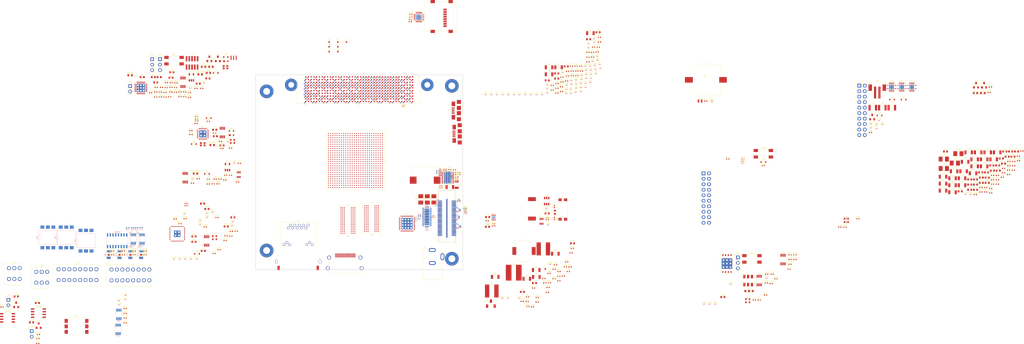
<source format=kicad_pcb>
(kicad_pcb (version 4) (host pcbnew "(2016-04-18 BZR 6701)-product")
  (layers (0 Top.PWR mixed) (1 In1.GND power) (2 In2.Sig signal) (3 In3.Mix mixed) (4 In4.Sig signal) (5 In5.GND power) (6 In6.GND power) (7 In7.Sig signal) (8 In8.GND power) (9 In9.Sig signal) (10 In10.GND power) (31 Bot.PWR mixed) (34 B.Paste user hide) (35 F.Paste user hide) (36 B.SilkS user) (37 F.SilkS user) (38 B.Mask user hide) (39 F.Mask user hide) (44 Edge.Cuts user))
  (net 0 "")
  (net 1 GND)
  (net 2 "Net-(BT1-Pad1)")
  (net 3 +1.5V)
  (net 4 DDR_VTT)
  (net 5 VTT_REF)
  (net 6 +5V)
  (net 7 "Net-(C67-Pad2)")
  (net 8 +3.3V)
  (net 9 "Net-(C72-Pad1)")
  (net 10 "Net-(C72-Pad2)")
  (net 11 "Net-(C73-Pad2)")
  (net 12 "Net-(C74-Pad1)")
  (net 13 +1.0V)
  (net 14 "Net-(C75-Pad2)")
  (net 15 +1.2V)
  (net 16 +1.8V)
  (net 17 "Net-(C84-Pad1)")
  (net 18 "Net-(C85-Pad2)")
  (net 19 "Net-(C87-Pad2)")
  (net 20 "Net-(C88-Pad2)")
  (net 21 "Net-(C89-Pad1)")
  (net 22 "Net-(C89-Pad2)")
  (net 23 VCCO_HR)
  (net 24 "Net-(C91-Pad2)")
  (net 25 "Net-(C92-Pad2)")
  (net 26 "Net-(C94-Pad1)")
  (net 27 "Net-(C94-Pad2)")
  (net 28 "Net-(C95-Pad1)")
  (net 29 "Net-(C95-Pad2)")
  (net 30 "Net-(C96-Pad2)")
  (net 31 "Net-(C97-Pad2)")
  (net 32 "Net-(C98-Pad2)")
  (net 33 "Net-(C99-Pad2)")
  (net 34 "Net-(C100-Pad2)")
  (net 35 "Net-(C101-Pad2)")
  (net 36 /Principal/PMIC/VDDD)
  (net 37 "Net-(C103-Pad2)")
  (net 38 "Net-(C104-Pad2)")
  (net 39 "Net-(C105-Pad1)")
  (net 40 "Net-(C105-Pad2)")
  (net 41 "Net-(C106-Pad1)")
  (net 42 "Net-(C106-Pad2)")
  (net 43 /Principal/BANK_112/MGTXTX0_P)
  (net 44 /Principal/OneBank/MGTXTX0_B_P)
  (net 45 /Principal/BANK_112/MGTXTX0_N)
  (net 46 /Principal/OneBank/MGTXTX0_B_N)
  (net 47 "Net-(C112-Pad2)")
  (net 48 "Net-(C113-Pad2)")
  (net 49 /Principal/RTC-HDMI/VOUT_HDMI)
  (net 50 /Principal/BANK_0/XADC_VP_B_P)
  (net 51 /Principal/BANK_0/XADC_VN_B_N)
  (net 52 /Principal/BANKS_HP/XADC_AD0_B_P)
  (net 53 /Principal/BANKS_HP/XADC_AD0_B_N)
  (net 54 /Principal/BANKS_HP/XADC_AD8_B_P)
  (net 55 /Principal/BANKS_HP/XADC_AD8_B_N)
  (net 56 XADC_GND)
  (net 57 /Principal/BANK_0/XADC_5V)
  (net 58 XADC_VCC)
  (net 59 /Principal/BANK_0/XADC_VREFP)
  (net 60 /Principal/BANK_0/XADC_VREF)
  (net 61 /Principal/BANK_0/DBG_VBUS_B)
  (net 62 "Net-(C138-Pad2)")
  (net 63 "Net-(C139-Pad2)")
  (net 64 "Net-(C140-Pad2)")
  (net 65 "Net-(C141-Pad2)")
  (net 66 "Net-(C160-Pad2)")
  (net 67 VCCO_HP)
  (net 68 "Net-(C242-Pad1)")
  (net 69 /Principal/BANK_501/OTG_VBUS_B)
  (net 70 /Principal/BANK_501/AVDDH)
  (net 71 /Principal/BANK_501/AVDDL)
  (net 72 /Principal/BANK_501/AVDDL_PLL)
  (net 73 /Principal/BANKS_HR/MGTREFCLK1_B_N)
  (net 74 /Principal/BANKS_HR/MGTREFCLK1_N)
  (net 75 /Principal/BANKS_HR/MGTREFCLK1_B_P)
  (net 76 /Principal/BANKS_HR/MGTREFCLK1_P)
  (net 77 /Principal/BANKS_HR/HDMI_CEC)
  (net 78 /Principal/BANKS_HR/FMC_PRSNT)
  (net 79 "Net-(D2-Pad2)")
  (net 80 "Net-(D3-Pad1)")
  (net 81 "Net-(D3-Pad2)")
  (net 82 /Principal/BANK_0/I2C_SDA)
  (net 83 /Principal/BANK_0/I2C_SCL)
  (net 84 "Net-(D6-Pad1)")
  (net 85 /Principal/BANK_501/PS_SRST_B)
  (net 86 "Net-(D7-Pad1)")
  (net 87 /Principal/BANK_500/USB_RST)
  (net 88 /Principal/BANK_501/USB_ID)
  (net 89 "Net-(D9-Pad1)")
  (net 90 /Principal/BANK_500/ETH_RST)
  (net 91 "Net-(DS1-Pad1)")
  (net 92 "Net-(DS1-Pad2)")
  (net 93 "Net-(DS2-Pad2)")
  (net 94 "Net-(DS3-Pad1)")
  (net 95 "Net-(DS4-Pad2)")
  (net 96 "Net-(DS5-Pad1)")
  (net 97 "Net-(DS6-Pad1)")
  (net 98 "Net-(DS7-Pad2)")
  (net 99 "Net-(DS8-Pad2)")
  (net 100 "Net-(DS9-Pad2)")
  (net 101 "Net-(DS10-Pad2)")
  (net 102 "Net-(DS11-Pad2)")
  (net 103 "Net-(DS12-Pad2)")
  (net 104 "Net-(DS13-Pad2)")
  (net 105 /Principal/BANK_0/DBG_VBUS)
  (net 106 /Principal/BANK_0/CHS_DBG)
  (net 107 "Net-(FB5-Pad2)")
  (net 108 "Net-(FB6-Pad2)")
  (net 109 "Net-(FB8-Pad1)")
  (net 110 /Principal/BANK_501/CHS_OTG)
  (net 111 /Principal/OneBank/OB_PE_RST)
  (net 112 /Principal/OneBank/OB_3V3)
  (net 113 /Principal/OneBank/OB_USB0_P)
  (net 114 /Principal/OneBank/OB_USB0_N)
  (net 115 /Principal/OneBank/BTM_1TX_P)
  (net 116 /Principal/OneBank/BTM_1TX_N)
  (net 117 /Principal/OneBank/TOP_3TX_P)
  (net 118 /Principal/OneBank/TOP_3TX_N)
  (net 119 /Principal/OneBank/BTM_1RX_P)
  (net 120 /Principal/OneBank/BTM_1RX_N)
  (net 121 /Principal/OneBank/TOP_3RX_P)
  (net 122 /Principal/OneBank/TOP_3RX_N)
  (net 123 /Principal/OneBank/BTM_1CK_P)
  (net 124 /Principal/OneBank/BTM_1CK_N)
  (net 125 /Principal/OneBank/TOP_3CK_P)
  (net 126 /Principal/OneBank/TOP_3CK_N)
  (net 127 /Principal/OneBank/OB_PG)
  (net 128 /Principal/OneBank/OB_PSON)
  (net 129 /Principal/OneBank/OB_USB1_P)
  (net 130 /Principal/OneBank/OB_USB_OC)
  (net 131 /Principal/OneBank/OB_USB1_N)
  (net 132 /Principal/OneBank/OB_DIR)
  (net 133 /Principal/OneBank/BTM_3CK_N)
  (net 134 /Principal/BANK_0/SMBUS_SCL)
  (net 135 /Principal/OneBank/OB_ALERT)
  (net 136 /Principal/BANK_0/SMBUS_SDA)
  (net 137 /Principal/OneBank/BTM_3TX_N)
  (net 138 /Principal/OneBank/BTM_2TX_N)
  (net 139 /Principal/OneBank/BTM_2TX_P)
  (net 140 /Principal/OneBank/BTM_3TX_P)
  (net 141 /Principal/OneBank/BTM_2RX_P)
  (net 142 /Principal/OneBank/BTM_3RX_N)
  (net 143 /Principal/OneBank/BTM_3RX_P)
  (net 144 /Principal/OneBank/BTM_2RX_N)
  (net 145 /Principal/OneBank/BTM_2CK_P)
  (net 146 /Principal/OneBank/BTM_2CK_N)
  (net 147 /Principal/OneBank/BTM_3CK_P)
  (net 148 /Principal/OneBank/BTM_0TX_P)
  (net 149 /Principal/OneBank/BTM_0TX_N)
  (net 150 /Principal/OneBank/BTM_0RX_P)
  (net 151 /Principal/OneBank/BTM_0RX_N)
  (net 152 /Principal/OneBank/BTM_0CK_P)
  (net 153 /Principal/OneBank/BTM_0CK_N)
  (net 154 "Net-(J4-Pad19)")
  (net 155 /Principal/BANKS_HR/TMDS_D2_P)
  (net 156 /Principal/BANKS_HR/TMDS_CLK_N)
  (net 157 /Principal/BANKS_HR/TMDS_CLK_P)
  (net 158 /Principal/BANKS_HR/TMDS_D0_N)
  (net 159 /Principal/BANKS_HR/TMDS_D0_P)
  (net 160 /Principal/BANKS_HR/TMDS_D1_N)
  (net 161 /Principal/BANKS_HR/TMDS_D1_P)
  (net 162 /Principal/BANKS_HR/TMDS_D2_N)
  (net 163 /Principal/BANK_0/POWERGOOD)
  (net 164 /Principal/BANK_112/DP1_M2C_P)
  (net 165 /Principal/BANK_112/DP0_C2M_P)
  (net 166 /Principal/BANKS_HP/FMC_HA_1_P)
  (net 167 /Principal/BANK_112/DP1_M2C_N)
  (net 168 /Principal/BANK_112/DP0_C2M_N)
  (net 169 /Principal/BANKS_HP/FMC_HA_1_N)
  (net 170 /Principal/BANKS_HP/FMC_HA_0_P)
  (net 171 /Principal/BANKS_HP/FMC_HA_0_N)
  (net 172 /Principal/BANK_112/DP2_M2C_P)
  (net 173 /Principal/BANK_112/DP0_M2C_P)
  (net 174 /Principal/BANKS_HP/FMC_HA_5_P)
  (net 175 /Principal/BANKS_HR/FMC_LA_0_P)
  (net 176 /Principal/BANKS_HP/FMC_HA_3_P)
  (net 177 /Principal/BANK_112/DP2_M2C_N)
  (net 178 /Principal/BANK_112/DP0_M2C_N)
  (net 179 /Principal/BANKS_HP/FMC_HA_5_N)
  (net 180 /Principal/BANKS_HP/FMC_HA_4_P)
  (net 181 /Principal/BANKS_HR/FMC_LA_0_N)
  (net 182 /Principal/BANKS_HR/FMC_LA_2_P)
  (net 183 /Principal/BANKS_HP/FMC_HA_3_N)
  (net 184 /Principal/BANKS_HP/FMC_HA_2_P)
  (net 185 /Principal/BANKS_HR/FMC_LA_1_P)
  (net 186 /Principal/BANKS_HP/FMC_HA_4_N)
  (net 187 /Principal/BANKS_HR/FMC_LA_2_N)
  (net 188 /Principal/BANKS_HP/FMC_HA_2_N)
  (net 189 /Principal/BANKS_HR/FMC_LA_1_N)
  (net 190 /Principal/BANKS_HP/FMC_HA_9_P)
  (net 191 /Principal/BANKS_HR/FMC_LA_3_P)
  (net 192 /Principal/BANKS_HP/FMC_HA_7_P)
  (net 193 /Principal/BANKS_HR/FMC_LA_6_P)
  (net 194 /Principal/BANKS_HP/FMC_HA_9_N)
  (net 195 /Principal/BANKS_HP/FMC_HA_8_P)
  (net 196 /Principal/BANKS_HR/FMC_LA_3_N)
  (net 197 /Principal/BANKS_HR/FMC_LA_4_P)
  (net 198 /Principal/BANKS_HP/FMC_HA_7_N)
  (net 199 /Principal/BANKS_HP/FMC_HA_6_P)
  (net 200 /Principal/BANKS_HR/FMC_LA_6_N)
  (net 201 /Principal/BANKS_HR/FMC_LA_5_P)
  (net 202 /Principal/BANKS_HP/FMC_HA_8_N)
  (net 203 /Principal/BANKS_HR/FMC_LA_4_N)
  (net 204 /Principal/BANKS_HP/FMC_HA_6_N)
  (net 205 /Principal/BANKS_HR/FMC_LA_5_N)
  (net 206 /Principal/BANKS_HP/FMC_HA_13_P)
  (net 207 /Principal/BANKS_HR/FMC_LA_8_P)
  (net 208 /Principal/BANKS_HP/FMC_HA_11_P)
  (net 209 /Principal/BANKS_HP/FMC_HA_13_N)
  (net 210 /Principal/BANKS_HP/FMC_HA_12_P)
  (net 211 /Principal/BANKS_HR/FMC_LA_8_N)
  (net 212 /Principal/BANKS_HR/FMC_LA_7_P)
  (net 213 /Principal/BANKS_HP/FMC_HA_11_N)
  (net 214 /Principal/BANKS_HP/FMC_HA_10_P)
  (net 215 /Principal/BANKS_HR/FMC_LA_10_P)
  (net 216 /Principal/BANKS_HR/FMC_LA_9_P)
  (net 217 /Principal/BANKS_HP/FMC_HA_12_N)
  (net 218 /Principal/BANKS_HR/FMC_LA_7_N)
  (net 219 /Principal/BANKS_HP/FMC_HA_10_N)
  (net 220 /Principal/BANKS_HR/FMC_LA_10_N)
  (net 221 /Principal/BANKS_HR/FMC_LA_9_N)
  (net 222 /Principal/BANKS_HP/FMC_HA_16_P)
  (net 223 /Principal/BANKS_HR/FMC_LA_12_P)
  (net 224 /Principal/BANKS_HP/FMC_HA_14_P)
  (net 225 /Principal/BANKS_HP/FMC_HA_16_N)
  (net 226 /Principal/BANKS_HP/FMC_HA_15_P)
  (net 227 /Principal/BANKS_HR/FMC_LA_12_N)
  (net 228 /Principal/BANKS_HR/FMC_LA_11_P)
  (net 229 /Principal/BANKS_HP/FMC_HA_14_N)
  (net 230 /Principal/BANKS_HP/FMC_HA_17_P)
  (net 231 /Principal/BANKS_HR/FMC_LA_13_P)
  (net 232 /Principal/BANKS_HP/FMC_HA_15_N)
  (net 233 /Principal/BANKS_HR/FMC_LA_11_N)
  (net 234 /Principal/BANKS_HP/FMC_HA_17_N)
  (net 235 /Principal/BANKS_HR/FMC_LA_14_P)
  (net 236 /Principal/BANKS_HR/FMC_LA_13_N)
  (net 237 /Principal/BANKS_HP/FMC_HA_20_P)
  (net 238 /Principal/BANKS_HR/FMC_LA_16_P)
  (net 239 /Principal/BANKS_HP/FMC_HA_18_P)
  (net 240 /Principal/BANKS_HR/FMC_LA_14_N)
  (net 241 /Principal/BANKS_HP/FMC_HA_20_N)
  (net 242 /Principal/BANKS_HP/FMC_HA_19_P)
  (net 243 /Principal/BANKS_HR/FMC_LA_16_N)
  (net 244 /Principal/BANKS_HR/FMC_LA_15_P)
  (net 245 /Principal/BANKS_HP/FMC_HA_18_N)
  (net 246 /Principal/BANKS_HP/FMC_HA_21_P)
  (net 247 /Principal/BANKS_HR/FMC_LA_17_P)
  (net 248 /Principal/BANKS_HP/FMC_HA_19_N)
  (net 249 /Principal/BANKS_HR/FMC_LA_15_N)
  (net 250 /Principal/BANKS_HP/FMC_HA_21_N)
  (net 251 /Principal/BANKS_HR/FMC_LA_17_N)
  (net 252 /Principal/BANKS_HP/FMC_HB_3_P)
  (net 253 /Principal/BANKS_HR/FMC_LA_20_P)
  (net 254 /Principal/BANKS_HP/FMC_HA_22_P)
  (net 255 /Principal/BANK_112/DP1_C2M_P)
  (net 256 /Principal/BANKS_HR/FMC_LA_18_P)
  (net 257 /Principal/BANKS_HP/FMC_HB_3_N)
  (net 258 /Principal/BANKS_HP/FMC_HB_2_P)
  (net 259 /Principal/BANKS_HR/FMC_LA_20_N)
  (net 260 /Principal/BANKS_HR/FMC_LA_19_P)
  (net 261 /Principal/BANKS_HP/FMC_HA_22_N)
  (net 262 /Principal/BANKS_HP/FMC_HA_23_P)
  (net 263 /Principal/BANK_112/DP1_C2M_N)
  (net 264 /Principal/BANKS_HR/FMC_LA_18_N)
  (net 265 /Principal/BANKS_HR/FMC_LA_23_P)
  (net 266 /Principal/BANKS_HP/FMC_HB_2_N)
  (net 267 /Principal/BANKS_HR/FMC_LA_19_N)
  (net 268 /Principal/BANKS_HP/FMC_HA_23_N)
  (net 269 /Principal/BANKS_HR/FMC_LA_23_N)
  (net 270 /Principal/BANKS_HP/FMC_HB_5_P)
  (net 271 /Principal/BANKS_HR/FMC_LA_22_P)
  (net 272 /Principal/BANKS_HP/FMC_HB_1_P)
  (net 273 /Principal/BANKS_HP/FMC_HB_5_N)
  (net 274 /Principal/BANKS_HP/FMC_HB_4_P)
  (net 275 /Principal/BANKS_HR/FMC_LA_22_N)
  (net 276 /Principal/BANKS_HR/FMC_LA_21_P)
  (net 277 /Principal/BANKS_HP/FMC_HB_1_N)
  (net 278 /Principal/BANKS_HP/FMC_HB_0_P)
  (net 279 /Principal/BANK_112/DP2_C2M_P)
  (net 280 /Principal/BANKS_HR/FMC_LA_27_P)
  (net 281 /Principal/BANKS_HR/FMC_LA_26_P)
  (net 282 /Principal/BANKS_HP/FMC_HB_4_N)
  (net 283 /Principal/BANKS_HR/FMC_LA_21_N)
  (net 284 /Principal/BANKS_HP/FMC_HB_0_N)
  (net 285 /Principal/BANK_112/DP2_C2M_N)
  (net 286 /Principal/BANKS_HR/FMC_LA_27_N)
  (net 287 /Principal/BANKS_HR/FMC_LA_26_N)
  (net 288 /Principal/BANKS_HP/FMC_HB_9_P)
  (net 289 /Principal/BANKS_HR/FMC_LA_25_P)
  (net 290 /Principal/BANKS_HP/FMC_HB_7_P)
  (net 291 /Principal/BANKS_HP/FMC_HB_9_N)
  (net 292 /Principal/BANKS_HP/FMC_HB_8_P)
  (net 293 /Principal/BANKS_HR/FMC_LA_25_N)
  (net 294 /Principal/BANKS_HR/FMC_LA_24_P)
  (net 295 /Principal/BANKS_HP/FMC_HB_7_N)
  (net 296 /Principal/BANKS_HP/FMC_HB_6_P)
  (net 297 /Principal/BANK_0/TCK)
  (net 298 /Principal/BANKS_HP/FMC_HB_8_N)
  (net 299 /Principal/BANKS_HR/FMC_LA_24_N)
  (net 300 /Principal/BANKS_HP/FMC_HB_6_N)
  (net 301 "Net-(J5-PadD30)")
  (net 302 /Principal/BANKS_HP/FMC_HB_13_P)
  (net 303 /Principal/BANKS_HR/FMC_LA_29_P)
  (net 304 /Principal/BANKS_HP/FMC_HB_11_P)
  (net 305 /Principal/BANK_0/TDO)
  (net 306 /Principal/BANKS_HP/FMC_HB_13_N)
  (net 307 /Principal/BANKS_HP/FMC_HB_12_P)
  (net 308 /Principal/BANKS_HR/FMC_LA_29_N)
  (net 309 /Principal/BANKS_HR/FMC_LA_28_P)
  (net 310 /Principal/BANKS_HP/FMC_HB_11_N)
  (net 311 /Principal/BANKS_HP/FMC_HB_10_P)
  (net 312 /Principal/BANKS_HP/FMC_HB_12_N)
  (net 313 /Principal/BANKS_HR/FMC_LA_28_N)
  (net 314 /Principal/BANKS_HP/FMC_HB_10_N)
  (net 315 /Principal/BANK_0/TMS)
  (net 316 /Principal/BANKS_HP/FMC_HB_19_P)
  (net 317 /Principal/BANKS_HR/FMC_LA_31_P)
  (net 318 /Principal/BANKS_HP/FMC_HB_15_P)
  (net 319 /Principal/BANKS_HP/FMC_HB_19_N)
  (net 320 /Principal/BANKS_HP/FMC_HB_16_P)
  (net 321 /Principal/BANKS_HR/FMC_LA_31_N)
  (net 322 /Principal/BANKS_HR/FMC_LA_30_P)
  (net 323 /Principal/BANKS_HP/FMC_HB_15_N)
  (net 324 /Principal/BANKS_HP/FMC_HB_14_P)
  (net 325 /Principal/BANKS_HP/FMC_HB_16_N)
  (net 326 /Principal/BANKS_HR/FMC_LA_30_N)
  (net 327 /Principal/BANKS_HP/FMC_HB_14_N)
  (net 328 /Principal/BANKS_HP/FMC_HB_21_P)
  (net 329 /Principal/BANKS_HR/FMC_LA_33_P)
  (net 330 /Principal/BANKS_HP/FMC_HB_18_P)
  (net 331 /Principal/BANKS_HP/FMC_HB_21_N)
  (net 332 /Principal/BANKS_HP/FMC_HB_20_P)
  (net 333 /Principal/BANKS_HR/FMC_LA_33_N)
  (net 334 /Principal/BANKS_HR/FMC_LA_32_P)
  (net 335 /Principal/BANKS_HP/FMC_HB_18_N)
  (net 336 /Principal/BANKS_HP/FMC_HB_17_P)
  (net 337 /Principal/BANKS_HP/FMC_HB_20_N)
  (net 338 /Principal/BANKS_HR/FMC_LA_32_N)
  (net 339 /Principal/BANKS_HP/FMC_HB_17_N)
  (net 340 /Principal/BANK_0/TDI)
  (net 341 /Principal/BANK_0/XADC_VN_N)
  (net 342 /Principal/BANK_0/XADC_VP_P)
  (net 343 /Principal/BANK_0/XADC_AD0_P)
  (net 344 /Principal/BANK_0/XADC_AD0_N)
  (net 345 /Principal/BANK_0/XADC_AD8_N)
  (net 346 /Principal/BANK_0/XADC_AD8_P)
  (net 347 /Principal/BANK_0/XADC_DXP)
  (net 348 /Principal/BANK_0/XADC_DXN)
  (net 349 /Principal/BANKS_HP/XADC_GPIO_1)
  (net 350 /Principal/BANKS_HP/XADC_GPIO_0)
  (net 351 /Principal/BANKS_HP/XADC_GPIO_3)
  (net 352 /Principal/BANKS_HP/XADC_GPIO_2)
  (net 353 /Principal/BANK_0/DBG_USB_B_P)
  (net 354 /Principal/BANK_0/DBG_USB_B_N)
  (net 355 "Net-(J10-Pad1)")
  (net 356 "Net-(J10-Pad2)")
  (net 357 /Principal/Expansion/GPIO0_B)
  (net 358 /Principal/Expansion/GPIO1_B)
  (net 359 /Principal/Expansion/GPIO2_B)
  (net 360 /Principal/Expansion/GPIO3_B)
  (net 361 /Principal/Expansion/GPIO4_B)
  (net 362 /Principal/Expansion/GPIO5_B)
  (net 363 /Principal/Expansion/GPIO6_B)
  (net 364 /Principal/Expansion/GPIO7_B)
  (net 365 /Principal/Expansion/SPI_MOSI_B)
  (net 366 /Principal/Expansion/SPI_CLK_B)
  (net 367 /Principal/Expansion/SPI_MISO_B)
  (net 368 /Principal/Expansion/SPI_CS_B)
  (net 369 "Net-(J11-Pad4)")
  (net 370 "Net-(J11-Pad3)")
  (net 371 "Net-(J11-Pad2)")
  (net 372 "Net-(J11-Pad1)")
  (net 373 "Net-(J11-Pad5)")
  (net 374 "Net-(J11-Pad6)")
  (net 375 "Net-(J11-Pad7)")
  (net 376 "Net-(J11-Pad8)")
  (net 377 "Net-(J12-Pad4)")
  (net 378 "Net-(J12-Pad3)")
  (net 379 "Net-(J12-Pad2)")
  (net 380 "Net-(J12-Pad1)")
  (net 381 "Net-(J12-Pad5)")
  (net 382 "Net-(J12-Pad6)")
  (net 383 "Net-(J12-Pad7)")
  (net 384 "Net-(J12-Pad8)")
  (net 385 /Principal/BANK_500/UART_EMIO_TX_B)
  (net 386 /Principal/BANK_500/UART_EMIO_RX_B)
  (net 387 /Principal/BANK_500/CAN_N)
  (net 388 /Principal/BANK_500/CAN_P)
  (net 389 /Principal/BANK_500/RS485_N)
  (net 390 /Principal/BANK_500/RS485_P)
  (net 391 /Principal/BANK_501/USB_B_P)
  (net 392 /Principal/BANK_501/USB_B_N)
  (net 393 /Principal/BANK_501/MDI1_P)
  (net 394 /Principal/BANK_501/MDI2_P)
  (net 395 /Principal/BANK_501/MDI3_P)
  (net 396 /Principal/BANK_501/MDI4_P)
  (net 397 /Principal/BANK_501/MDI1_N)
  (net 398 /Principal/BANK_501/MDI2_N)
  (net 399 /Principal/BANK_501/MDI3_N)
  (net 400 /Principal/BANK_501/MDI4_N)
  (net 401 "Net-(J17-Pad11)")
  (net 402 "Net-(J17-Pad13)")
  (net 403 "Net-(J18-Pad8)")
  (net 404 "Net-(J18-Pad7)")
  (net 405 "Net-(J18-Pad5)")
  (net 406 "Net-(J18-Pad3)")
  (net 407 "Net-(J18-Pad2)")
  (net 408 "Net-(J18-Pad1)")
  (net 409 "Net-(JP1-Pad2)")
  (net 410 "Net-(JP3-Pad2)")
  (net 411 /Principal/BANK_500/QSPI_SCK)
  (net 412 "Net-(JP5-Pad1)")
  (net 413 "Net-(JP6-Pad1)")
  (net 414 "Net-(Q1-Pad1)")
  (net 415 "Net-(Q1-Pad3)")
  (net 416 /Principal/BANKS_HP/FAN_PWM)
  (net 417 /Principal/BANKS_HR/LED_OK)
  (net 418 "Net-(Q3-Pad3)")
  (net 419 /Principal/BANKS_HR/LED_ERR)
  (net 420 "Net-(Q4-Pad3)")
  (net 421 "Net-(R1-Pad1)")
  (net 422 "Net-(R2-Pad1)")
  (net 423 /Principal/BANK_502/DDR_A0)
  (net 424 /Principal/BANK_502/DDR_A1)
  (net 425 /Principal/BANK_502/DDR_A2)
  (net 426 /Principal/BANK_502/DDR_A3)
  (net 427 /Principal/BANK_502/DDR_A4)
  (net 428 /Principal/BANK_502/DDR_A5)
  (net 429 /Principal/BANK_502/DDR_A6)
  (net 430 /Principal/BANK_502/DDR_A7)
  (net 431 /Principal/BANK_502/DDR_A8)
  (net 432 /Principal/BANK_502/DDR_A9)
  (net 433 /Principal/BANK_502/DDR_A10)
  (net 434 /Principal/BANK_502/DDR_A11)
  (net 435 /Principal/BANK_502/DDR_A12)
  (net 436 /Principal/BANK_502/DDR_A13)
  (net 437 /Principal/BANK_502/DDR_A14)
  (net 438 /Principal/BANK_502/DDR_BA0)
  (net 439 /Principal/BANK_502/DDR_BA1)
  (net 440 /Principal/BANK_502/DDR_BA2)
  (net 441 /Principal/BANK_502/DDR_CAS)
  (net 442 /Principal/BANK_502/DDR_CKE)
  (net 443 /Principal/BANK_502/DDR_CS)
  (net 444 /Principal/BANK_502/DDR_ODT)
  (net 445 /Principal/BANK_502/DDR_RAS)
  (net 446 /Principal/BANK_502/DDR_WE)
  (net 447 /Principal/BANK_502/DDR_CLK_N)
  (net 448 /Principal/BANK_502/DDR_CLK_P)
  (net 449 /Principal/BANK_502/DDR_RESET)
  (net 450 "Net-(R29-Pad1)")
  (net 451 "Net-(R30-Pad1)")
  (net 452 "Net-(R31-Pad1)")
  (net 453 "Net-(R32-Pad1)")
  (net 454 "Net-(R33-Pad2)")
  (net 455 "Net-(R35-Pad2)")
  (net 456 "Net-(R36-Pad1)")
  (net 457 "Net-(R37-Pad1)")
  (net 458 "Net-(R38-Pad1)")
  (net 459 "Net-(R40-Pad1)")
  (net 460 "Net-(R41-Pad2)")
  (net 461 /Principal/BANKS_HP/VADJ_EN)
  (net 462 "Net-(R43-Pad2)")
  (net 463 "Net-(R46-Pad1)")
  (net 464 "Net-(R49-Pad2)")
  (net 465 "Net-(R51-Pad2)")
  (net 466 "Net-(R53-Pad2)")
  (net 467 "Net-(R58-Pad1)")
  (net 468 "Net-(R59-Pad2)")
  (net 469 "Net-(R60-Pad2)")
  (net 470 "Net-(R62-Pad2)")
  (net 471 "Net-(R64-Pad1)")
  (net 472 "Net-(R80-Pad1)")
  (net 473 /Principal/BANK_0/DBG_VBUS_DIV)
  (net 474 /Principal/BANK_0/DBG_USB_P)
  (net 475 /Principal/BANK_0/DBG_USB_N)
  (net 476 "Net-(R90-Pad2)")
  (net 477 "Net-(R91-Pad2)")
  (net 478 /Principal/BANK_0/INIT_B)
  (net 479 "Net-(R93-Pad2)")
  (net 480 "Net-(R95-Pad2)")
  (net 481 /Principal/BANK_0/LED_CON)
  (net 482 /Principal/BANK_0/LED_RUN)
  (net 483 "Net-(R99-Pad1)")
  (net 484 "Net-(R100-Pad1)")
  (net 485 "Net-(R101-Pad1)")
  (net 486 "Net-(R102-Pad1)")
  (net 487 "Net-(R111-Pad1)")
  (net 488 "Net-(R111-Pad2)")
  (net 489 "Net-(R112-Pad1)")
  (net 490 "Net-(R112-Pad2)")
  (net 491 "Net-(R113-Pad1)")
  (net 492 "Net-(R113-Pad2)")
  (net 493 "Net-(R114-Pad1)")
  (net 494 "Net-(R114-Pad2)")
  (net 495 "Net-(R115-Pad2)")
  (net 496 "Net-(R116-Pad1)")
  (net 497 "Net-(R116-Pad2)")
  (net 498 /Principal/BANK_500/UART_485_TX)
  (net 499 /Principal/BANK_500/QSPI_IO0)
  (net 500 /Principal/BANK_500/QSPI_IO1)
  (net 501 /Principal/BANK_500/RS485_ENA_B)
  (net 502 "Net-(R126-Pad1)")
  (net 503 /Principal/BANK_500/QSPI_IO2)
  (net 504 /Principal/BANK_500/QSPI_IO3)
  (net 505 "Net-(R129-Pad2)")
  (net 506 /Principal/BANK_500/QSPI_CS)
  (net 507 /Principal/BANK_501/SDIO_CLK)
  (net 508 "Net-(R132-Pad2)")
  (net 509 "Net-(R134-Pad1)")
  (net 510 "Net-(R135-Pad1)")
  (net 511 "Net-(R136-Pad1)")
  (net 512 "Net-(R137-Pad1)")
  (net 513 "Net-(R137-Pad2)")
  (net 514 /Principal/BANK_501/ETH_MDIO)
  (net 515 /Principal/BANK_501/ETH_RX_CLK)
  (net 516 /Principal/BANK_501/ETH_RX_CTL)
  (net 517 "Net-(R143-Pad1)")
  (net 518 "Net-(R143-Pad2)")
  (net 519 "Net-(R144-Pad2)")
  (net 520 /Principal/BANK_501/ETH_LEDM)
  (net 521 /Principal/BANK_501/ETH_LED2)
  (net 522 /Principal/BANK_501/ETH_LED1)
  (net 523 "Net-(R150-Pad1)")
  (net 524 "Net-(R151-Pad1)")
  (net 525 "Net-(R152-Pad2)")
  (net 526 /Principal/BANKS_HP/SYSCLK_N)
  (net 527 /Principal/BANKS_HP/SYSCLK_P)
  (net 528 /Principal/BANK_501/ETH_RX0)
  (net 529 /Principal/BANK_501/ETH_RX1)
  (net 530 /Principal/BANK_501/ETH_RX2)
  (net 531 /Principal/BANK_501/ETH_RX3)
  (net 532 /Principal/BANK_0/LPC_UART_TX)
  (net 533 "Net-(TP2-Pad1)")
  (net 534 /Principal/BANK_0/LPC_UART_RX)
  (net 535 /Principal/BANKS_HR/UART_EMIO_RX)
  (net 536 /Principal/BANKS_HR/UART_EMIO_TX)
  (net 537 /Principal/BANK_501/USB_P)
  (net 538 /Principal/BANK_501/USB_N)
  (net 539 /Principal/BANK_501/SPI_CS)
  (net 540 /Principal/BANK_501/ETH_MDC)
  (net 541 /Principal/BANK_501/SPI_MISO)
  (net 542 /Principal/BANK_501/SPI_CLK)
  (net 543 /Principal/BANK_501/SDIO_D3)
  (net 544 /Principal/BANK_501/SDIO_CMD)
  (net 545 /Principal/BANK_501/USB_D7)
  (net 546 /Principal/BANK_501/SDIO_D1)
  (net 547 /Principal/BANK_501/USB_D3)
  (net 548 /Principal/BANK_501/USB_D5)
  (net 549 /Principal/BANK_501/USB_D6)
  (net 550 /Principal/BANK_500/UART_485_RX)
  (net 551 /Principal/BANK_501/SPI_MOSI)
  (net 552 /Principal/BANK_501/SDIO_D2)
  (net 553 /Principal/BANK_501/USB_DIR)
  (net 554 /Principal/BANK_501/USB_NXT)
  (net 555 /Principal/BANK_501/USB_D1)
  (net 556 /Principal/BANKS_HP/GPIO6)
  (net 557 /Principal/BANK_501/SDIO_D0)
  (net 558 /Principal/BANK_501/ETH_TX_CTL)
  (net 559 /Principal/BANK_502/DDR_DQ1)
  (net 560 /Principal/BANKS_HP/GPIO7)
  (net 561 /Principal/BANKS_HP/GPIO4)
  (net 562 /Principal/BANKS_HP/GPIO5)
  (net 563 /Principal/BANK_501/ETH_TX0)
  (net 564 /Principal/BANK_501/ETH_TX2)
  (net 565 /Principal/BANK_501/ETH_TX1)
  (net 566 /Principal/BANK_501/ETH_TX_CLK)
  (net 567 /Principal/BANK_502/DDR_DM0)
  (net 568 /Principal/BANK_502/DDR_DQS0_N)
  (net 569 /Principal/BANK_502/DDR_DQ3)
  (net 570 /Principal/BANK_501/ETH_TX3)
  (net 571 /Principal/BANK_502/DDR_DQ5)
  (net 572 /Principal/BANK_502/DDR_DQS0_P)
  (net 573 /Principal/BANK_502/DDR_DQ4)
  (net 574 /Principal/BANKS_HP/GPIO0)
  (net 575 /Principal/BANKS_HP/GPIO2)
  (net 576 /Principal/BANK_501/USB_D2)
  (net 577 /Principal/BANK_501/USB_D4)
  (net 578 /Principal/BANK_502/DDR_DQ7)
  (net 579 /Principal/BANK_502/DDR_DQ6)
  (net 580 /Principal/BANK_502/DDR_DQ2)
  (net 581 /Principal/BANK_502/DDR_DQ0)
  (net 582 /Principal/BANKS_HP/GPIO1)
  (net 583 /Principal/BANKS_HP/GPIO3)
  (net 584 /Principal/BANK_501/USB_CLK)
  (net 585 /Principal/BANK_501/USB_D0)
  (net 586 /Principal/BANK_501/USB_STP)
  (net 587 /Principal/BANK_502/DDR_DQ11)
  (net 588 /Principal/BANK_502/DDR_DM1)
  (net 589 /Principal/BANK_502/DDR_DQ8)
  (net 590 /Principal/BANK_502/DDR_DQ9)
  (net 591 /Principal/BANK_502/DDR_DQS1_P)
  (net 592 /Principal/BANK_502/DDR_DQS1_N)
  (net 593 /Principal/BANK_502/DDR_DQ14)
  (net 594 /Principal/BANK_502/DDR_DQ12)
  (net 595 /Principal/BANK_502/DDR_DQ10)
  (net 596 /Principal/BANK_502/DDR_DQ15)
  (net 597 /Principal/BANK_502/DDR_DQ13)
  (net 598 /Principal/BANK_502/DDR_DQ18)
  (net 599 /Principal/BANK_502/DDR_DQ19)
  (net 600 /Principal/BANK_502/DDR_DQ17)
  (net 601 /Principal/BANK_502/DDR_DQS2_P)
  (net 602 /Principal/BANK_502/DDR_DM2)
  (net 603 /Principal/BANK_112/MGTREFCLK0_N)
  (net 604 /Principal/BANK_112/MGTREFCLK0_P)
  (net 605 /Principal/BANK_502/DDR_DQ23)
  (net 606 /Principal/BANK_502/DDR_DQS2_N)
  (net 607 /Principal/BANK_502/DDR_DQ16)
  (net 608 /Principal/BANK_502/DDR_DQ22)
  (net 609 /Principal/BANK_502/DDR_DQ20)
  (net 610 /Principal/BANK_502/DDR_DQ21)
  (net 611 /Principal/BANK_502/DDR_DQ26)
  (net 612 /Principal/BANK_502/DDR_DQ27)
  (net 613 /Principal/BANK_502/DDR_DQ25)
  (net 614 /Principal/BANKS_HR/HDMI_HPD)
  (net 615 /Principal/BANK_502/DDR_DQ24)
  (net 616 /Principal/BANK_502/DDR_DM3)
  (net 617 /Principal/BANK_0/FPGA_DONE)
  (net 618 /Principal/BANKS_HR/DOUT3)
  (net 619 /Principal/BANK_502/DDR_DQ31)
  (net 620 /Principal/BANK_502/DDR_DQS3_P)
  (net 621 /Principal/BANK_502/DDR_DQS3_N)
  (net 622 /Principal/BANK_502/DDR_DQ28)
  (net 623 /Principal/BANKS_HR/DOUT2)
  (net 624 /Principal/BANK_502/DDR_DQ29)
  (net 625 /Principal/BANK_502/DDR_DQ30)
  (net 626 /Principal/BANKS_HR/RS485_ENA)
  (net 627 /Principal/BANK_112/MGTXRX0_N)
  (net 628 /Principal/BANK_112/MGTXRX0_P)
  (net 629 /Principal/BANKS_HR/HDMI_OUT_EN)
  (net 630 /Principal/BANKS_HR/DIN3)
  (net 631 /Principal/BANKS_HR/DIN2)
  (net 632 /Principal/BANKS_HR/DOUT1)
  (net 633 /Principal/BANKS_HR/DIN1)
  (net 634 /Principal/BANKS_HR/DIN0)
  (net 635 /Principal/BANKS_HR/DOUT0)
  (net 636 /Principal/BANKS_HR/CAN_RX)
  (net 637 /Principal/BANKS_HR/CAN_TX)
  (net 638 "Net-(U17-Pad4)")
  (net 639 "Net-(U17-Pad5)")
  (net 640 "Net-(U41-Pad17)")
  (net 641 "Net-(C269-Pad1)")
  (net 642 "Net-(C271-Pad1)")
  (net 643 /Principal/BANKS_HR/FMC_CLK0_C2M_P)
  (net 644 /Principal/BANKS_HP/FMC_CLK1_C2M_P)
  (net 645 /Principal/BANKS_HR/FMC_CLK0_C2M_N)
  (net 646 /Principal/BANKS_HP/FMC_CLK1_C2M_N)
  (net 647 /Principal/BANKS_HR/FMC_CLK0_M2C_P)
  (net 648 /Principal/BANKS_HP/FMC_CLK1_M2C_P)
  (net 649 /Principal/BANKS_HR/FMC_CLK0_M2C_N)
  (net 650 /Principal/BANKS_HP/FMC_CLK1_M2C_N)
  (module conn:BC501SM (layer Top.PWR) (at 238.1 32.3)
    (fp_text reference BT1 (at 0 -1.8944) (layer F.SilkS) (effects (font (size 0.7112 0.4572) (thickness 0.1016))))
    (fp_text value CR1220 hide)
    (pad 2 smd rect (at -7.57 0) (size 3.66 2.6) (layers Top.PWR F.Paste F.Mask) (net 1 GND))
    (pad 1 smd rect (at 8.23 0) (size 3.54 2.6) (layers Top.PWR F.Paste F.Mask) (net 2 "Net-(BT1-Pad1)"))
    (pad "" np_thru_hole circle (at -3.5 0) (size 1 1) (drill 1) (layers *.Cu *.Mask))
    (pad "" np_thru_hole circle (at 4 0) (size 1.3 1.3) (drill 1.3) (layers *.Cu *.Mask))
  )
  (module chip_rlc:c_1206 (layer Top.PWR) (at 184.955693 10.673003)
    (fp_text reference C1 (at 0 -1.4) (layer F.SilkS) (effects (font (size 0.7112 0.4572) (thickness 0.1016))))
    (fp_text value 100uF hide)
    (pad 1 smd rect (at -1.5 0) (size 1 1.8) (layers Top.PWR F.Paste F.Mask) (net 1 GND))
    (pad 2 smd rect (at 1.5 0) (size 1 1.8) (layers Top.PWR F.Paste F.Mask) (net 3 +1.5V))
  )
  (module chip_rlc:c_0201 (layer Top.PWR) (at 184.068757 15.616178)
    (fp_text reference C2 (at 0 -0.7) (layer F.SilkS) (effects (font (size 0.7112 0.4572) (thickness 0.1143))))
    (fp_text value 100nF hide)
    (pad 1 smd rect (at -0.265 0) (size 0.28 0.3) (layers Top.PWR F.Paste F.Mask) (net 1 GND))
    (pad 2 smd rect (at 0.265 0) (size 0.28 0.3) (layers Top.PWR F.Paste F.Mask) (net 3 +1.5V))
  )
  (module chip_rlc:c_0201 (layer Top.PWR) (at 185.231043 31.666178)
    (fp_text reference C3 (at 0 -0.7) (layer F.SilkS) (effects (font (size 0.7112 0.4572) (thickness 0.1143))))
    (fp_text value 10nF hide)
    (pad 1 smd rect (at -0.265 0) (size 0.28 0.3) (layers Top.PWR F.Paste F.Mask) (net 3 +1.5V))
    (pad 2 smd rect (at 0.265 0) (size 0.28 0.3) (layers Top.PWR F.Paste F.Mask) (net 1 GND))
  )
  (module chip_rlc:c_0603 (layer Top.PWR) (at 169.365693 29.313003)
    (fp_text reference C4 (at 0 -1) (layer F.SilkS) (effects (font (size 0.7112 0.4572) (thickness 0.1016))))
    (fp_text value 10uF hide)
    (pad 1 smd rect (at -0.75 0) (size 0.8 0.9) (layers Top.PWR F.Paste F.Mask) (net 1 GND))
    (pad 2 smd rect (at 0.75 0) (size 0.8 0.9) (layers Top.PWR F.Paste F.Mask) (net 3 +1.5V))
  )
  (module chip_rlc:c_0201 (layer Top.PWR) (at 186.768757 13.206178)
    (fp_text reference C5 (at 0 -0.7) (layer F.SilkS) (effects (font (size 0.7112 0.4572) (thickness 0.1143))))
    (fp_text value 100nF hide)
    (pad 1 smd rect (at -0.265 0) (size 0.28 0.3) (layers Top.PWR F.Paste F.Mask) (net 1 GND))
    (pad 2 smd rect (at 0.265 0) (size 0.28 0.3) (layers Top.PWR F.Paste F.Mask) (net 3 +1.5V))
  )
  (module chip_rlc:c_0201 (layer Top.PWR) (at 187.421043 29.466178)
    (fp_text reference C6 (at 0 -0.7) (layer F.SilkS) (effects (font (size 0.7112 0.4572) (thickness 0.1143))))
    (fp_text value 10nF hide)
    (pad 1 smd rect (at -0.265 0) (size 0.28 0.3) (layers Top.PWR F.Paste F.Mask) (net 3 +1.5V))
    (pad 2 smd rect (at 0.265 0) (size 0.28 0.3) (layers Top.PWR F.Paste F.Mask) (net 1 GND))
  )
  (module chip_rlc:c_0603 (layer Top.PWR) (at 164.965693 32.543003)
    (fp_text reference C7 (at 0 -1) (layer F.SilkS) (effects (font (size 0.7112 0.4572) (thickness 0.1016))))
    (fp_text value 10uF hide)
    (pad 1 smd rect (at -0.75 0) (size 0.8 0.9) (layers Top.PWR F.Paste F.Mask) (net 1 GND))
    (pad 2 smd rect (at 0.75 0) (size 0.8 0.9) (layers Top.PWR F.Paste F.Mask) (net 3 +1.5V))
  )
  (module chip_rlc:c_0201 (layer Top.PWR) (at 189.561043 27.056178)
    (fp_text reference C8 (at 0 -0.7) (layer F.SilkS) (effects (font (size 0.7112 0.4572) (thickness 0.1143))))
    (fp_text value 10nF hide)
    (pad 1 smd rect (at -0.265 0) (size 0.28 0.3) (layers Top.PWR F.Paste F.Mask) (net 3 +1.5V))
    (pad 2 smd rect (at 0.265 0) (size 0.28 0.3) (layers Top.PWR F.Paste F.Mask) (net 1 GND))
  )
  (module chip_rlc:c_0201 (layer Top.PWR) (at 180.521043 37.746178)
    (fp_text reference C9 (at 0 -0.7) (layer F.SilkS) (effects (font (size 0.7112 0.4572) (thickness 0.1143))))
    (fp_text value 10nF hide)
    (pad 1 smd rect (at -0.265 0) (size 0.28 0.3) (layers Top.PWR F.Paste F.Mask) (net 3 +1.5V))
    (pad 2 smd rect (at 0.265 0) (size 0.28 0.3) (layers Top.PWR F.Paste F.Mask) (net 1 GND))
  )
  (module chip_rlc:c_0201 (layer Top.PWR) (at 157.388757 39.186178)
    (fp_text reference C10 (at 0 -0.7) (layer F.SilkS) (effects (font (size 0.7112 0.4572) (thickness 0.1143))))
    (fp_text value 100nF hide)
    (pad 1 smd rect (at -0.265 0) (size 0.28 0.3) (layers Top.PWR F.Paste F.Mask) (net 1 GND))
    (pad 2 smd rect (at 0.265 0) (size 0.28 0.3) (layers Top.PWR F.Paste F.Mask) (net 3 +1.5V))
  )
  (module chip_rlc:c_0201 (layer Top.PWR) (at 182.711043 33.966178)
    (fp_text reference C11 (at 0 -0.7) (layer F.SilkS) (effects (font (size 0.7112 0.4572) (thickness 0.1143))))
    (fp_text value 10nF hide)
    (pad 1 smd rect (at -0.265 0) (size 0.28 0.3) (layers Top.PWR F.Paste F.Mask) (net 3 +1.5V))
    (pad 2 smd rect (at 0.265 0) (size 0.28 0.3) (layers Top.PWR F.Paste F.Mask) (net 1 GND))
  )
  (module chip_rlc:c_0201 (layer Top.PWR) (at 178.131043 38.056178)
    (fp_text reference C12 (at 0 -0.7) (layer F.SilkS) (effects (font (size 0.7112 0.4572) (thickness 0.1143))))
    (fp_text value 10nF hide)
    (pad 1 smd rect (at -0.265 0) (size 0.28 0.3) (layers Top.PWR F.Paste F.Mask) (net 3 +1.5V))
    (pad 2 smd rect (at 0.265 0) (size 0.28 0.3) (layers Top.PWR F.Paste F.Mask) (net 1 GND))
  )
  (module chip_rlc:c_0201 (layer Top.PWR) (at 149.528757 39.186178)
    (fp_text reference C13 (at 0 -0.7) (layer F.SilkS) (effects (font (size 0.7112 0.4572) (thickness 0.1143))))
    (fp_text value 100nF hide)
    (pad 1 smd rect (at -0.265 0) (size 0.28 0.3) (layers Top.PWR F.Paste F.Mask) (net 1 GND))
    (pad 2 smd rect (at 0.265 0) (size 0.28 0.3) (layers Top.PWR F.Paste F.Mask) (net 3 +1.5V))
  )
  (module chip_rlc:c_0201 (layer Top.PWR) (at 187.371043 27.576178)
    (fp_text reference C14 (at 0 -0.7) (layer F.SilkS) (effects (font (size 0.7112 0.4572) (thickness 0.1143))))
    (fp_text value 10nF hide)
    (pad 1 smd rect (at -0.265 0) (size 0.28 0.3) (layers Top.PWR F.Paste F.Mask) (net 3 +1.5V))
    (pad 2 smd rect (at 0.265 0) (size 0.28 0.3) (layers Top.PWR F.Paste F.Mask) (net 1 GND))
  )
  (module chip_rlc:c_0201 (layer Top.PWR) (at 175.941043 36.686178)
    (fp_text reference C15 (at 0 -0.7) (layer F.SilkS) (effects (font (size 0.7112 0.4572) (thickness 0.1143))))
    (fp_text value 10nF hide)
    (pad 1 smd rect (at -0.265 0) (size 0.28 0.3) (layers Top.PWR F.Paste F.Mask) (net 3 +1.5V))
    (pad 2 smd rect (at 0.265 0) (size 0.28 0.3) (layers Top.PWR F.Paste F.Mask) (net 1 GND))
  )
  (module chip_rlc:c_0201 (layer Top.PWR) (at 164.928757 36.546178)
    (fp_text reference C16 (at 0 -0.7) (layer F.SilkS) (effects (font (size 0.7112 0.4572) (thickness 0.1143))))
    (fp_text value 100nF hide)
    (pad 1 smd rect (at -0.265 0) (size 0.28 0.3) (layers Top.PWR F.Paste F.Mask) (net 1 GND))
    (pad 2 smd rect (at 0.265 0) (size 0.28 0.3) (layers Top.PWR F.Paste F.Mask) (net 3 +1.5V))
  )
  (module chip_rlc:c_0201 (layer Top.PWR) (at 189.201043 25.166178)
    (fp_text reference C17 (at 0 -0.7) (layer F.SilkS) (effects (font (size 0.7112 0.4572) (thickness 0.1143))))
    (fp_text value 10nF hide)
    (pad 1 smd rect (at -0.265 0) (size 0.28 0.3) (layers Top.PWR F.Paste F.Mask) (net 3 +1.5V))
    (pad 2 smd rect (at 0.265 0) (size 0.28 0.3) (layers Top.PWR F.Paste F.Mask) (net 1 GND))
  )
  (module chip_rlc:c_0201 (layer Top.PWR) (at 180.521043 33.966178)
    (fp_text reference C18 (at 0 -0.7) (layer F.SilkS) (effects (font (size 0.7112 0.4572) (thickness 0.1143))))
    (fp_text value 10nF hide)
    (pad 1 smd rect (at -0.265 0) (size 0.28 0.3) (layers Top.PWR F.Paste F.Mask) (net 3 +1.5V))
    (pad 2 smd rect (at 0.265 0) (size 0.28 0.3) (layers Top.PWR F.Paste F.Mask) (net 1 GND))
  )
  (module chip_rlc:c_0201 (layer Top.PWR) (at 146.908757 39.186178)
    (fp_text reference C19 (at 0 -0.7) (layer F.SilkS) (effects (font (size 0.7112 0.4572) (thickness 0.1143))))
    (fp_text value 100nF hide)
    (pad 1 smd rect (at -0.265 0) (size 0.28 0.3) (layers Top.PWR F.Paste F.Mask) (net 1 GND))
    (pad 2 smd rect (at 0.265 0) (size 0.28 0.3) (layers Top.PWR F.Paste F.Mask) (net 3 +1.5V))
  )
  (module chip_rlc:c_0201 (layer Top.PWR) (at 183.041043 31.666178)
    (fp_text reference C20 (at 0 -0.7) (layer F.SilkS) (effects (font (size 0.7112 0.4572) (thickness 0.1143))))
    (fp_text value 10nF hide)
    (pad 1 smd rect (at -0.265 0) (size 0.28 0.3) (layers Top.PWR F.Paste F.Mask) (net 3 +1.5V))
    (pad 2 smd rect (at 0.265 0) (size 0.28 0.3) (layers Top.PWR F.Paste F.Mask) (net 1 GND))
  )
  (module chip_rlc:c_0201 (layer Top.PWR) (at 178.331043 36.166178)
    (fp_text reference C21 (at 0 -0.7) (layer F.SilkS) (effects (font (size 0.7112 0.4572) (thickness 0.1143))))
    (fp_text value 10nF hide)
    (pad 1 smd rect (at -0.265 0) (size 0.28 0.3) (layers Top.PWR F.Paste F.Mask) (net 3 +1.5V))
    (pad 2 smd rect (at 0.265 0) (size 0.28 0.3) (layers Top.PWR F.Paste F.Mask) (net 1 GND))
  )
  (module chip_rlc:c_0201 (layer Top.PWR) (at 136.428757 39.186178)
    (fp_text reference C22 (at 0 -0.7) (layer F.SilkS) (effects (font (size 0.7112 0.4572) (thickness 0.1143))))
    (fp_text value 100nF hide)
    (pad 1 smd rect (at -0.265 0) (size 0.28 0.3) (layers Top.PWR F.Paste F.Mask) (net 1 GND))
    (pad 2 smd rect (at 0.265 0) (size 0.28 0.3) (layers Top.PWR F.Paste F.Mask) (net 3 +1.5V))
  )
  (module chip_rlc:c_0201 (layer Top.PWR) (at 175.941043 38.576178)
    (fp_text reference C23 (at 0 -0.7) (layer F.SilkS) (effects (font (size 0.7112 0.4572) (thickness 0.1143))))
    (fp_text value 10nF hide)
    (pad 1 smd rect (at -0.265 0) (size 0.28 0.3) (layers Top.PWR F.Paste F.Mask) (net 3 +1.5V))
    (pad 2 smd rect (at 0.265 0) (size 0.28 0.3) (layers Top.PWR F.Paste F.Mask) (net 1 GND))
  )
  (module chip_rlc:c_0201 (layer Top.PWR) (at 185.181043 27.886178)
    (fp_text reference C24 (at 0 -0.7) (layer F.SilkS) (effects (font (size 0.7112 0.4572) (thickness 0.1143))))
    (fp_text value 10nF hide)
    (pad 1 smd rect (at -0.265 0) (size 0.28 0.3) (layers Top.PWR F.Paste F.Mask) (net 3 +1.5V))
    (pad 2 smd rect (at 0.265 0) (size 0.28 0.3) (layers Top.PWR F.Paste F.Mask) (net 1 GND))
  )
  (module chip_rlc:c_0201 (layer Top.PWR) (at 144.288757 39.186178)
    (fp_text reference C25 (at 0 -0.7) (layer F.SilkS) (effects (font (size 0.7112 0.4572) (thickness 0.1143))))
    (fp_text value 100nF hide)
    (pad 1 smd rect (at -0.265 0) (size 0.28 0.3) (layers Top.PWR F.Paste F.Mask) (net 1 GND))
    (pad 2 smd rect (at 0.265 0) (size 0.28 0.3) (layers Top.PWR F.Paste F.Mask) (net 3 +1.5V))
  )
  (module chip_rlc:c_0201 (layer Top.PWR) (at 188.131043 21.386178)
    (fp_text reference C26 (at 0 -0.7) (layer F.SilkS) (effects (font (size 0.7112 0.4572) (thickness 0.1143))))
    (fp_text value 10nF hide)
    (pad 1 smd rect (at -0.265 0) (size 0.28 0.3) (layers Top.PWR F.Paste F.Mask) (net 3 +1.5V))
    (pad 2 smd rect (at 0.265 0) (size 0.28 0.3) (layers Top.PWR F.Paste F.Mask) (net 1 GND))
  )
  (module chip_rlc:c_0201 (layer Top.PWR) (at 173.751043 36.686178)
    (fp_text reference C27 (at 0 -0.7) (layer F.SilkS) (effects (font (size 0.7112 0.4572) (thickness 0.1143))))
    (fp_text value 10nF hide)
    (pad 1 smd rect (at -0.265 0) (size 0.28 0.3) (layers Top.PWR F.Paste F.Mask) (net 3 +1.5V))
    (pad 2 smd rect (at 0.265 0) (size 0.28 0.3) (layers Top.PWR F.Paste F.Mask) (net 1 GND))
  )
  (module chip_rlc:c_1206 (layer Top.PWR) (at 165.815693 29.713003)
    (fp_text reference C28 (at 0 -1.4) (layer F.SilkS) (effects (font (size 0.7112 0.4572) (thickness 0.1016))))
    (fp_text value 100uF hide)
    (pad 1 smd rect (at -1.5 0) (size 1 1.8) (layers Top.PWR F.Paste F.Mask) (net 1 GND))
    (pad 2 smd rect (at 1.5 0) (size 1 1.8) (layers Top.PWR F.Paste F.Mask) (net 3 +1.5V))
  )
  (module chip_rlc:c_0201 (layer Top.PWR) (at 139.048757 39.186178)
    (fp_text reference C29 (at 0 -0.7) (layer F.SilkS) (effects (font (size 0.7112 0.4572) (thickness 0.1143))))
    (fp_text value 100nF hide)
    (pad 1 smd rect (at -0.265 0) (size 0.28 0.3) (layers Top.PWR F.Paste F.Mask) (net 1 GND))
    (pad 2 smd rect (at 0.265 0) (size 0.28 0.3) (layers Top.PWR F.Paste F.Mask) (net 3 +1.5V))
  )
  (module chip_rlc:c_0201 (layer Top.PWR) (at 182.991043 27.886178)
    (fp_text reference C30 (at 0 -0.7) (layer F.SilkS) (effects (font (size 0.7112 0.4572) (thickness 0.1143))))
    (fp_text value 10nF hide)
    (pad 1 smd rect (at -0.265 0) (size 0.28 0.3) (layers Top.PWR F.Paste F.Mask) (net 3 +1.5V))
    (pad 2 smd rect (at 0.265 0) (size 0.28 0.3) (layers Top.PWR F.Paste F.Mask) (net 1 GND))
  )
  (module chip_rlc:c_0603 (layer Top.PWR) (at 184.105693 13.503003)
    (fp_text reference C31 (at 0 -1) (layer F.SilkS) (effects (font (size 0.7112 0.4572) (thickness 0.1016))))
    (fp_text value 10uF hide)
    (pad 1 smd rect (at -0.75 0) (size 0.8 0.9) (layers Top.PWR F.Paste F.Mask) (net 1 GND))
    (pad 2 smd rect (at 0.75 0) (size 0.8 0.9) (layers Top.PWR F.Paste F.Mask) (net 3 +1.5V))
  )
  (module chip_rlc:c_0201 (layer Top.PWR) (at 141.668757 39.186178)
    (fp_text reference C32 (at 0 -0.7) (layer F.SilkS) (effects (font (size 0.7112 0.4572) (thickness 0.1143))))
    (fp_text value 100nF hide)
    (pad 1 smd rect (at -0.265 0) (size 0.28 0.3) (layers Top.PWR F.Paste F.Mask) (net 1 GND))
    (pad 2 smd rect (at 0.265 0) (size 0.28 0.3) (layers Top.PWR F.Paste F.Mask) (net 3 +1.5V))
  )
  (module chip_rlc:c_0201 (layer Top.PWR) (at 180.851043 30.186178)
    (fp_text reference C33 (at 0 -0.7) (layer F.SilkS) (effects (font (size 0.7112 0.4572) (thickness 0.1143))))
    (fp_text value 10nF hide)
    (pad 1 smd rect (at -0.265 0) (size 0.28 0.3) (layers Top.PWR F.Paste F.Mask) (net 3 +1.5V))
    (pad 2 smd rect (at 0.265 0) (size 0.28 0.3) (layers Top.PWR F.Paste F.Mask) (net 1 GND))
  )
  (module chip_rlc:c_0603 (layer Top.PWR) (at 173.765693 26.083003)
    (fp_text reference C34 (at 0 -1) (layer F.SilkS) (effects (font (size 0.7112 0.4572) (thickness 0.1016))))
    (fp_text value 10uF hide)
    (pad 1 smd rect (at -0.75 0) (size 0.8 0.9) (layers Top.PWR F.Paste F.Mask) (net 1 GND))
    (pad 2 smd rect (at 0.75 0) (size 0.8 0.9) (layers Top.PWR F.Paste F.Mask) (net 3 +1.5V))
  )
  (module chip_rlc:c_0201 (layer Top.PWR) (at 178.281043 32.386178)
    (fp_text reference C35 (at 0 -0.7) (layer F.SilkS) (effects (font (size 0.7112 0.4572) (thickness 0.1143))))
    (fp_text value 10nF hide)
    (pad 1 smd rect (at -0.265 0) (size 0.28 0.3) (layers Top.PWR F.Paste F.Mask) (net 3 +1.5V))
    (pad 2 smd rect (at 0.265 0) (size 0.28 0.3) (layers Top.PWR F.Paste F.Mask) (net 1 GND))
  )
  (module chip_rlc:c_0201 (layer Top.PWR) (at 173.951043 34.796178)
    (fp_text reference C36 (at 0 -0.7) (layer F.SilkS) (effects (font (size 0.7112 0.4572) (thickness 0.1143))))
    (fp_text value 10nF hide)
    (pad 1 smd rect (at -0.265 0) (size 0.28 0.3) (layers Top.PWR F.Paste F.Mask) (net 3 +1.5V))
    (pad 2 smd rect (at 0.265 0) (size 0.28 0.3) (layers Top.PWR F.Paste F.Mask) (net 1 GND))
  )
  (module chip_rlc:c_0201 (layer Top.PWR) (at 186.768757 15.096178)
    (fp_text reference C37 (at 0 -0.7) (layer F.SilkS) (effects (font (size 0.7112 0.4572) (thickness 0.1143))))
    (fp_text value 100nF hide)
    (pad 1 smd rect (at -0.265 0) (size 0.28 0.3) (layers Top.PWR F.Paste F.Mask) (net 1 GND))
    (pad 2 smd rect (at 0.265 0) (size 0.28 0.3) (layers Top.PWR F.Paste F.Mask) (net 3 +1.5V))
  )
  (module chip_rlc:c_0201 (layer Top.PWR) (at 188.181043 23.276178)
    (fp_text reference C38 (at 0 -0.7) (layer F.SilkS) (effects (font (size 0.7112 0.4572) (thickness 0.1143))))
    (fp_text value 10nF hide)
    (pad 1 smd rect (at -0.265 0) (size 0.28 0.3) (layers Top.PWR F.Paste F.Mask) (net 3 +1.5V))
    (pad 2 smd rect (at 0.265 0) (size 0.28 0.3) (layers Top.PWR F.Paste F.Mask) (net 1 GND))
  )
  (module chip_rlc:c_0201 (layer Top.PWR) (at 184.821043 25.996178)
    (fp_text reference C39 (at 0 -0.7) (layer F.SilkS) (effects (font (size 0.7112 0.4572) (thickness 0.1143))))
    (fp_text value 10nF hide)
    (pad 1 smd rect (at -0.265 0) (size 0.28 0.3) (layers Top.PWR F.Paste F.Mask) (net 3 +1.5V))
    (pad 2 smd rect (at 0.265 0) (size 0.28 0.3) (layers Top.PWR F.Paste F.Mask) (net 1 GND))
  )
  (module chip_rlc:c_0201 (layer Top.PWR) (at 184.068757 17.506178)
    (fp_text reference C40 (at 0 -0.7) (layer F.SilkS) (effects (font (size 0.7112 0.4572) (thickness 0.1143))))
    (fp_text value 100nF hide)
    (pad 1 smd rect (at -0.265 0) (size 0.28 0.3) (layers Top.PWR F.Paste F.Mask) (net 1 GND))
    (pad 2 smd rect (at 0.265 0) (size 0.28 0.3) (layers Top.PWR F.Paste F.Mask) (net 3 +1.5V))
  )
  (module chip_rlc:c_0201 (layer Top.PWR) (at 182.711043 35.856178)
    (fp_text reference C41 (at 0 -0.7) (layer F.SilkS) (effects (font (size 0.7112 0.4572) (thickness 0.1143))))
    (fp_text value 10nF hide)
    (pad 1 smd rect (at -0.265 0) (size 0.28 0.3) (layers Top.PWR F.Paste F.Mask) (net 3 +1.5V))
    (pad 2 smd rect (at 0.265 0) (size 0.28 0.3) (layers Top.PWR F.Paste F.Mask) (net 1 GND))
  )
  (module chip_rlc:c_0201 (layer Top.PWR) (at 185.991043 23.796178)
    (fp_text reference C42 (at 0 -0.7) (layer F.SilkS) (effects (font (size 0.7112 0.4572) (thickness 0.1143))))
    (fp_text value 10nF hide)
    (pad 1 smd rect (at -0.265 0) (size 0.28 0.3) (layers Top.PWR F.Paste F.Mask) (net 3 +1.5V))
    (pad 2 smd rect (at 0.265 0) (size 0.28 0.3) (layers Top.PWR F.Paste F.Mask) (net 1 GND))
  )
  (module chip_rlc:c_0201 (layer Top.PWR) (at 160.008757 39.186178)
    (fp_text reference C43 (at 0 -0.7) (layer F.SilkS) (effects (font (size 0.7112 0.4572) (thickness 0.1143))))
    (fp_text value 100nF hide)
    (pad 1 smd rect (at -0.265 0) (size 0.28 0.3) (layers Top.PWR F.Paste F.Mask) (net 1 GND))
    (pad 2 smd rect (at 0.265 0) (size 0.28 0.3) (layers Top.PWR F.Paste F.Mask) (net 3 +1.5V))
  )
  (module chip_rlc:c_0201 (layer Top.PWR) (at 176.091043 32.596178)
    (fp_text reference C44 (at 0 -0.7) (layer F.SilkS) (effects (font (size 0.7112 0.4572) (thickness 0.1143))))
    (fp_text value 10nF hide)
    (pad 1 smd rect (at -0.265 0) (size 0.28 0.3) (layers Top.PWR F.Paste F.Mask) (net 3 +1.5V))
    (pad 2 smd rect (at 0.265 0) (size 0.28 0.3) (layers Top.PWR F.Paste F.Mask) (net 1 GND))
  )
  (module chip_rlc:c_0201 (layer Top.PWR) (at 165.031043 38.436178)
    (fp_text reference C45 (at 0 -0.7) (layer F.SilkS) (effects (font (size 0.7112 0.4572) (thickness 0.1143))))
    (fp_text value 10nF hide)
    (pad 1 smd rect (at -0.265 0) (size 0.28 0.3) (layers Top.PWR F.Paste F.Mask) (net 3 +1.5V))
    (pad 2 smd rect (at 0.265 0) (size 0.28 0.3) (layers Top.PWR F.Paste F.Mask) (net 1 GND))
  )
  (module chip_rlc:c_0201 (layer Top.PWR) (at 152.148757 39.186178)
    (fp_text reference C46 (at 0 -0.7) (layer F.SilkS) (effects (font (size 0.7112 0.4572) (thickness 0.1143))))
    (fp_text value 100nF hide)
    (pad 1 smd rect (at -0.265 0) (size 0.28 0.3) (layers Top.PWR F.Paste F.Mask) (net 1 GND))
    (pad 2 smd rect (at 0.265 0) (size 0.28 0.3) (layers Top.PWR F.Paste F.Mask) (net 3 +1.5V))
  )
  (module chip_rlc:c_0201 (layer Top.PWR) (at 185.231043 29.776178)
    (fp_text reference C47 (at 0 -0.7) (layer F.SilkS) (effects (font (size 0.7112 0.4572) (thickness 0.1143))))
    (fp_text value 10nF hide)
    (pad 1 smd rect (at -0.265 0) (size 0.28 0.3) (layers Top.PWR F.Paste F.Mask) (net 3 +1.5V))
    (pad 2 smd rect (at 0.265 0) (size 0.28 0.3) (layers Top.PWR F.Paste F.Mask) (net 1 GND))
  )
  (module chip_rlc:c_0201 (layer Top.PWR) (at 184.901043 33.556178)
    (fp_text reference C48 (at 0 -0.7) (layer F.SilkS) (effects (font (size 0.7112 0.4572) (thickness 0.1143))))
    (fp_text value 10nF hide)
    (pad 1 smd rect (at -0.265 0) (size 0.28 0.3) (layers Top.PWR F.Paste F.Mask) (net 3 +1.5V))
    (pad 2 smd rect (at 0.265 0) (size 0.28 0.3) (layers Top.PWR F.Paste F.Mask) (net 1 GND))
  )
  (module chip_rlc:c_0201 (layer Top.PWR) (at 164.928757 34.656178)
    (fp_text reference C49 (at 0 -0.7) (layer F.SilkS) (effects (font (size 0.7112 0.4572) (thickness 0.1143))))
    (fp_text value 100nF hide)
    (pad 1 smd rect (at -0.265 0) (size 0.28 0.3) (layers Top.PWR F.Paste F.Mask) (net 1 GND))
    (pad 2 smd rect (at 0.265 0) (size 0.28 0.3) (layers Top.PWR F.Paste F.Mask) (net 3 +1.5V))
  )
  (module chip_rlc:c_0201 (layer Top.PWR) (at 182.631043 25.996178)
    (fp_text reference C50 (at 0 -0.7) (layer F.SilkS) (effects (font (size 0.7112 0.4572) (thickness 0.1143))))
    (fp_text value 10nF hide)
    (pad 1 smd rect (at -0.265 0) (size 0.28 0.3) (layers Top.PWR F.Paste F.Mask) (net 3 +1.5V))
    (pad 2 smd rect (at 0.265 0) (size 0.28 0.3) (layers Top.PWR F.Paste F.Mask) (net 1 GND))
  )
  (module chip_rlc:c_0201 (layer Top.PWR) (at 180.521043 35.856178)
    (fp_text reference C51 (at 0 -0.7) (layer F.SilkS) (effects (font (size 0.7112 0.4572) (thickness 0.1143))))
    (fp_text value 10nF hide)
    (pad 1 smd rect (at -0.265 0) (size 0.28 0.3) (layers Top.PWR F.Paste F.Mask) (net 3 +1.5V))
    (pad 2 smd rect (at 0.265 0) (size 0.28 0.3) (layers Top.PWR F.Paste F.Mask) (net 1 GND))
  )
  (module chip_rlc:c_0201 (layer Top.PWR) (at 172.028757 29.016178)
    (fp_text reference C52 (at 0 -0.7) (layer F.SilkS) (effects (font (size 0.7112 0.4572) (thickness 0.1143))))
    (fp_text value 100nF hide)
    (pad 1 smd rect (at -0.265 0) (size 0.28 0.3) (layers Top.PWR F.Paste F.Mask) (net 1 GND))
    (pad 2 smd rect (at 0.265 0) (size 0.28 0.3) (layers Top.PWR F.Paste F.Mask) (net 3 +1.5V))
  )
  (module chip_rlc:c_0201 (layer Top.PWR) (at 173.751043 38.576178)
    (fp_text reference C53 (at 0 -0.7) (layer F.SilkS) (effects (font (size 0.7112 0.4572) (thickness 0.1143))))
    (fp_text value 10nF hide)
    (pad 1 smd rect (at -0.265 0) (size 0.28 0.3) (layers Top.PWR F.Paste F.Mask) (net 3 +1.5V))
    (pad 2 smd rect (at 0.265 0) (size 0.28 0.3) (layers Top.PWR F.Paste F.Mask) (net 1 GND))
  )
  (module chip_rlc:c_0201 (layer Top.PWR) (at 183.041043 29.776178)
    (fp_text reference C54 (at 0 -0.7) (layer F.SilkS) (effects (font (size 0.7112 0.4572) (thickness 0.1143))))
    (fp_text value 10nF hide)
    (pad 1 smd rect (at -0.265 0) (size 0.28 0.3) (layers Top.PWR F.Paste F.Mask) (net 3 +1.5V))
    (pad 2 smd rect (at 0.265 0) (size 0.28 0.3) (layers Top.PWR F.Paste F.Mask) (net 1 GND))
  )
  (module chip_rlc:c_1206 (layer Top.PWR) (at 170.215693 26.483003)
    (fp_text reference C55 (at 0 -1.4) (layer F.SilkS) (effects (font (size 0.7112 0.4572) (thickness 0.1016))))
    (fp_text value 100uF hide)
    (pad 1 smd rect (at -1.5 0) (size 1 1.8) (layers Top.PWR F.Paste F.Mask) (net 1 GND))
    (pad 2 smd rect (at 1.5 0) (size 1 1.8) (layers Top.PWR F.Paste F.Mask) (net 4 DDR_VTT))
  )
  (module chip_rlc:c_1206 (layer Top.PWR) (at 165.815693 26.483003)
    (fp_text reference C56 (at 0 -1.4) (layer F.SilkS) (effects (font (size 0.7112 0.4572) (thickness 0.1016))))
    (fp_text value 100uF hide)
    (pad 1 smd rect (at -1.5 0) (size 1 1.8) (layers Top.PWR F.Paste F.Mask) (net 1 GND))
    (pad 2 smd rect (at 1.5 0) (size 1 1.8) (layers Top.PWR F.Paste F.Mask) (net 4 DDR_VTT))
  )
  (module chip_rlc:c_0603 (layer Top.PWR) (at 169.365693 31.723003)
    (fp_text reference C57 (at 0 -1) (layer F.SilkS) (effects (font (size 0.7112 0.4572) (thickness 0.1016))))
    (fp_text value 10uF hide)
    (pad 1 smd rect (at -0.75 0) (size 0.8 0.9) (layers Top.PWR F.Paste F.Mask) (net 1 GND))
    (pad 2 smd rect (at 0.75 0) (size 0.8 0.9) (layers Top.PWR F.Paste F.Mask) (net 4 DDR_VTT))
  )
  (module chip_rlc:c_0603 (layer Top.PWR) (at 188.505693 10.273003)
    (fp_text reference C58 (at 0 -1) (layer F.SilkS) (effects (font (size 0.7112 0.4572) (thickness 0.1016))))
    (fp_text value 10uF hide)
    (pad 1 smd rect (at -0.75 0) (size 0.8 0.9) (layers Top.PWR F.Paste F.Mask) (net 1 GND))
    (pad 2 smd rect (at 0.75 0) (size 0.8 0.9) (layers Top.PWR F.Paste F.Mask) (net 4 DDR_VTT))
  )
  (module chip_rlc:c_0201 (layer Top.PWR) (at 162.628757 39.186178)
    (fp_text reference C59 (at 0 -0.7) (layer F.SilkS) (effects (font (size 0.7112 0.4572) (thickness 0.1143))))
    (fp_text value 100nF hide)
    (pad 1 smd rect (at -0.265 0) (size 0.28 0.3) (layers Top.PWR F.Paste F.Mask) (net 1 GND))
    (pad 2 smd rect (at 0.265 0) (size 0.28 0.3) (layers Top.PWR F.Paste F.Mask) (net 4 DDR_VTT))
  )
  (module chip_rlc:c_0201 (layer Top.PWR) (at 154.768757 39.186178)
    (fp_text reference C60 (at 0 -0.7) (layer F.SilkS) (effects (font (size 0.7112 0.4572) (thickness 0.1143))))
    (fp_text value 100nF hide)
    (pad 1 smd rect (at -0.265 0) (size 0.28 0.3) (layers Top.PWR F.Paste F.Mask) (net 1 GND))
    (pad 2 smd rect (at 0.265 0) (size 0.28 0.3) (layers Top.PWR F.Paste F.Mask) (net 4 DDR_VTT))
  )
  (module chip_rlc:c_0201 (layer Top.PWR) (at 178.331043 34.276178)
    (fp_text reference C61 (at 0 -0.7) (layer F.SilkS) (effects (font (size 0.7112 0.4572) (thickness 0.1143))))
    (fp_text value 10nF hide)
    (pad 1 smd rect (at -0.265 0) (size 0.28 0.3) (layers Top.PWR F.Paste F.Mask) (net 4 DDR_VTT))
    (pad 2 smd rect (at 0.265 0) (size 0.28 0.3) (layers Top.PWR F.Paste F.Mask) (net 1 GND))
  )
  (module chip_rlc:c_0201 (layer Top.PWR) (at 180.851043 32.076178)
    (fp_text reference C62 (at 0 -0.7) (layer F.SilkS) (effects (font (size 0.7112 0.4572) (thickness 0.1143))))
    (fp_text value 10nF hide)
    (pad 1 smd rect (at -0.265 0) (size 0.28 0.3) (layers Top.PWR F.Paste F.Mask) (net 4 DDR_VTT))
    (pad 2 smd rect (at 0.265 0) (size 0.28 0.3) (layers Top.PWR F.Paste F.Mask) (net 1 GND))
  )
  (module chip_rlc:c_0201 (layer Top.PWR) (at 187.011043 25.686178)
    (fp_text reference C63 (at 0 -0.7) (layer F.SilkS) (effects (font (size 0.7112 0.4572) (thickness 0.1143))))
    (fp_text value 10nF hide)
    (pad 1 smd rect (at -0.265 0) (size 0.28 0.3) (layers Top.PWR F.Paste F.Mask) (net 1 GND))
    (pad 2 smd rect (at 0.265 0) (size 0.28 0.3) (layers Top.PWR F.Paste F.Mask) (net 5 VTT_REF))
  )
  (module chip_rlc:c_0201 (layer Top.PWR) (at 176.141043 34.486178)
    (fp_text reference C64 (at 0 -0.7) (layer F.SilkS) (effects (font (size 0.7112 0.4572) (thickness 0.1143))))
    (fp_text value 10nF hide)
    (pad 1 smd rect (at -0.265 0) (size 0.28 0.3) (layers Top.PWR F.Paste F.Mask) (net 1 GND))
    (pad 2 smd rect (at 0.265 0) (size 0.28 0.3) (layers Top.PWR F.Paste F.Mask) (net 5 VTT_REF))
  )
  (module chip_rlc:c_1206 (layer Top.PWR) (at 123.063 80.772 270)
    (fp_text reference C65 (at 0 -1.4 270) (layer F.SilkS) (effects (font (size 0.7112 0.4572) (thickness 0.1016))))
    (fp_text value 100uF hide)
    (pad 1 smd rect (at -1.5 0 270) (size 1 1.8) (layers Top.PWR F.Paste F.Mask) (net 1 GND))
    (pad 2 smd rect (at 1.5 0 270) (size 1 1.8) (layers Top.PWR F.Paste F.Mask) (net 6 +5V))
  )
  (module chip_rlc:c_1206 (layer Top.PWR) (at 119.888 81.915)
    (fp_text reference C66 (at 0 -1.4) (layer F.SilkS) (effects (font (size 0.7112 0.4572) (thickness 0.1016))))
    (fp_text value 100uF hide)
    (pad 1 smd rect (at -1.5 0) (size 1 1.8) (layers Top.PWR F.Paste F.Mask) (net 1 GND))
    (pad 2 smd rect (at 1.5 0) (size 1 1.8) (layers Top.PWR F.Paste F.Mask) (net 6 +5V))
  )
  (module chip_rlc:c_0402 (layer Top.PWR) (at 123.063 78.105 180)
    (fp_text reference C67 (at 0 -0.8 180) (layer F.SilkS) (effects (font (size 0.7112 0.4572) (thickness 0.1016))))
    (fp_text value 470nF hide)
    (pad 1 smd rect (at -0.5 0 180) (size 0.5 0.5) (layers Top.PWR F.Paste F.Mask) (net 1 GND))
    (pad 2 smd rect (at 0.5 0 180) (size 0.5 0.5) (layers Top.PWR F.Paste F.Mask) (net 7 "Net-(C67-Pad2)"))
  )
  (module chip_rlc:c_0603 (layer Top.PWR) (at 137.3 100.3)
    (fp_text reference C68 (at 0 -1) (layer F.SilkS) (effects (font (size 0.7112 0.4572) (thickness 0.1016))))
    (fp_text value 10uF hide)
    (pad 1 smd rect (at -0.75 0) (size 0.8 0.9) (layers Top.PWR F.Paste F.Mask) (net 8 +3.3V))
    (pad 2 smd rect (at 0.75 0) (size 0.8 0.9) (layers Top.PWR F.Paste F.Mask) (net 1 GND))
  )
  (module chip_rlc:c_0201 (layer Top.PWR) (at 137.6 99.2)
    (fp_text reference C69 (at 0 -0.7) (layer F.SilkS) (effects (font (size 0.7112 0.4572) (thickness 0.1143))))
    (fp_text value 100nF hide)
    (pad 1 smd rect (at -0.265 0) (size 0.28 0.3) (layers Top.PWR F.Paste F.Mask) (net 8 +3.3V))
    (pad 2 smd rect (at 0.265 0) (size 0.28 0.3) (layers Top.PWR F.Paste F.Mask) (net 1 GND))
  )
  (module chip_rlc:c_0603 (layer Top.PWR) (at 137.4 95.8)
    (fp_text reference C70 (at 0 -1) (layer F.SilkS) (effects (font (size 0.7112 0.4572) (thickness 0.1016))))
    (fp_text value 10uF hide)
    (pad 1 smd rect (at -0.75 0) (size 0.8 0.9) (layers Top.PWR F.Paste F.Mask) (net 1 GND))
    (pad 2 smd rect (at 0.75 0) (size 0.8 0.9) (layers Top.PWR F.Paste F.Mask) (net 4 DDR_VTT))
  )
  (module chip_rlc:c_0402 (layer Top.PWR) (at 137.2 97.5)
    (fp_text reference C71 (at 0 -0.8) (layer F.SilkS) (effects (font (size 0.7112 0.4572) (thickness 0.1016))))
    (fp_text value 220nF hide)
    (pad 1 smd rect (at -0.5 0) (size 0.5 0.5) (layers Top.PWR F.Paste F.Mask) (net 1 GND))
    (pad 2 smd rect (at 0.5 0) (size 0.5 0.5) (layers Top.PWR F.Paste F.Mask) (net 5 VTT_REF))
  )
  (module chip_rlc:c_0402 (layer Top.PWR) (at 115.316 81.788 270)
    (fp_text reference C72 (at 0 -0.8 270) (layer F.SilkS) (effects (font (size 0.7112 0.4572) (thickness 0.1016))))
    (fp_text value 2.2nF hide)
    (pad 1 smd rect (at -0.5 0 270) (size 0.5 0.5) (layers Top.PWR F.Paste F.Mask) (net 9 "Net-(C72-Pad1)"))
    (pad 2 smd rect (at 0.5 0 270) (size 0.5 0.5) (layers Top.PWR F.Paste F.Mask) (net 10 "Net-(C72-Pad2)"))
  )
  (module chip_rlc:c_0402 (layer Top.PWR) (at 115.316 76.073 90)
    (fp_text reference C73 (at 0 -0.8 90) (layer F.SilkS) (effects (font (size 0.7112 0.4572) (thickness 0.1016))))
    (fp_text value 47nF hide)
    (pad 1 smd rect (at -0.5 0 90) (size 0.5 0.5) (layers Top.PWR F.Paste F.Mask) (net 9 "Net-(C72-Pad1)"))
    (pad 2 smd rect (at 0.5 0 90) (size 0.5 0.5) (layers Top.PWR F.Paste F.Mask) (net 11 "Net-(C73-Pad2)"))
  )
  (module chip_rlc:c_0402 (layer Bot.PWR) (at 113.792 74.93 90)
    (fp_text reference C74 (at 0 0.8 90) (layer B.SilkS) (effects (font (size 0.7112 0.4572) (thickness 0.1016)) (justify mirror)))
    (fp_text value 22nF hide)
    (pad 1 smd rect (at -0.5 0 90) (size 0.5 0.5) (layers Bot.PWR B.Paste B.Mask) (net 12 "Net-(C74-Pad1)"))
    (pad 2 smd rect (at 0.5 0 90) (size 0.5 0.5) (layers Bot.PWR B.Paste B.Mask) (net 13 +1.0V))
  )
  (module chip_rlc:c_0402 (layer Bot.PWR) (at 115.316 75.438)
    (fp_text reference C75 (at 0 0.8) (layer B.SilkS) (effects (font (size 0.7112 0.4572) (thickness 0.1016)) (justify mirror)))
    (fp_text value 1nF hide)
    (pad 1 smd rect (at -0.5 0) (size 0.5 0.5) (layers Bot.PWR B.Paste B.Mask) (net 12 "Net-(C74-Pad1)"))
    (pad 2 smd rect (at 0.5 0) (size 0.5 0.5) (layers Bot.PWR B.Paste B.Mask) (net 14 "Net-(C75-Pad2)"))
  )
  (module tantalum:tant_B_3528 (layer Top.PWR) (at 106.426 87.63 90)
    (fp_text reference C76 (at 0 -2 90) (layer F.SilkS) (effects (font (size 0.7112 0.4572) (thickness 0.1016))))
    (fp_text value 330uF hide)
    (pad 2 smd rect (at -1.46 0 90) (size 1.8 2.23) (layers Top.PWR F.Paste F.Mask) (net 1 GND))
    (pad 1 smd rect (at 1.46 0 90) (size 1.8 2.23) (layers Top.PWR F.Paste F.Mask) (net 13 +1.0V))
  )
  (module chip_rlc:c_0603 (layer Top.PWR) (at 168.5 93.6 90)
    (fp_text reference C77 (at 0 -1 90) (layer F.SilkS) (effects (font (size 0.7112 0.4572) (thickness 0.1016))))
    (fp_text value 10uF hide)
    (pad 1 smd rect (at -0.75 0 90) (size 0.8 0.9) (layers Top.PWR F.Paste F.Mask) (net 6 +5V))
    (pad 2 smd rect (at 0.75 0 90) (size 0.8 0.9) (layers Top.PWR F.Paste F.Mask) (net 1 GND))
  )
  (module tantalum:tant_B_3528 (layer Top.PWR) (at 112.522 87.63 90)
    (fp_text reference C78 (at 0 -2 90) (layer F.SilkS) (effects (font (size 0.7112 0.4572) (thickness 0.1016))))
    (fp_text value 330uF hide)
    (pad 2 smd rect (at -1.46 0 90) (size 1.8 2.23) (layers Top.PWR F.Paste F.Mask) (net 1 GND))
    (pad 1 smd rect (at 1.46 0 90) (size 1.8 2.23) (layers Top.PWR F.Paste F.Mask) (net 13 +1.0V))
  )
  (module tantalum:tant_B_3528 (layer Top.PWR) (at 109.474 87.63 90)
    (fp_text reference C79 (at 0 -2 90) (layer F.SilkS) (effects (font (size 0.7112 0.4572) (thickness 0.1016))))
    (fp_text value 330uF hide)
    (pad 2 smd rect (at -1.46 0 90) (size 1.8 2.23) (layers Top.PWR F.Paste F.Mask) (net 1 GND))
    (pad 1 smd rect (at 1.46 0 90) (size 1.8 2.23) (layers Top.PWR F.Paste F.Mask) (net 13 +1.0V))
  )
  (module chip_rlc:c_1206 (layer Top.PWR) (at 159.862693 120.301003)
    (fp_text reference C80 (at 0 -1.4) (layer F.SilkS) (effects (font (size 0.7112 0.4572) (thickness 0.1016))))
    (fp_text value 100uF hide)
    (pad 1 smd rect (at -1.5 0) (size 1 1.8) (layers Top.PWR F.Paste F.Mask) (net 1 GND))
    (pad 2 smd rect (at 1.5 0) (size 1 1.8) (layers Top.PWR F.Paste F.Mask) (net 15 +1.2V))
  )
  (module chip_rlc:c_1206 (layer Top.PWR) (at 155.502693 124.381003)
    (fp_text reference C81 (at 0 -1.4) (layer F.SilkS) (effects (font (size 0.7112 0.4572) (thickness 0.1016))))
    (fp_text value 100uF hide)
    (pad 1 smd rect (at -1.5 0) (size 1 1.8) (layers Top.PWR F.Paste F.Mask) (net 1 GND))
    (pad 2 smd rect (at 1.5 0) (size 1 1.8) (layers Top.PWR F.Paste F.Mask) (net 3 +1.5V))
  )
  (module chip_rlc:c_1206 (layer Top.PWR) (at 159.902693 123.531003)
    (fp_text reference C82 (at 0 -1.4) (layer F.SilkS) (effects (font (size 0.7112 0.4572) (thickness 0.1016))))
    (fp_text value 100uF hide)
    (pad 1 smd rect (at -1.5 0) (size 1 1.8) (layers Top.PWR F.Paste F.Mask) (net 1 GND))
    (pad 2 smd rect (at 1.5 0) (size 1 1.8) (layers Top.PWR F.Paste F.Mask) (net 16 +1.8V))
  )
  (module chip_rlc:c_1206 (layer Top.PWR) (at 168.722693 112.771003)
    (fp_text reference C83 (at 0 -1.4) (layer F.SilkS) (effects (font (size 0.7112 0.4572) (thickness 0.1016))))
    (fp_text value 100uF hide)
    (pad 1 smd rect (at -1.5 0) (size 1 1.8) (layers Top.PWR F.Paste F.Mask) (net 1 GND))
    (pad 2 smd rect (at 1.5 0) (size 1 1.8) (layers Top.PWR F.Paste F.Mask) (net 8 +3.3V))
  )
  (module chip_rlc:c_0402 (layer Top.PWR) (at 158.131693 137.371003)
    (fp_text reference C84 (at 0 -0.8) (layer F.SilkS) (effects (font (size 0.7112 0.4572) (thickness 0.1016))))
    (fp_text value 68nF hide)
    (pad 1 smd rect (at -0.5 0) (size 0.5 0.5) (layers Top.PWR F.Paste F.Mask) (net 17 "Net-(C84-Pad1)"))
    (pad 2 smd rect (at 0.5 0) (size 0.5 0.5) (layers Top.PWR F.Paste F.Mask) (net 1 GND))
  )
  (module chip_rlc:c_0402 (layer Top.PWR) (at 174.731693 121.031003)
    (fp_text reference C85 (at 0 -0.8) (layer F.SilkS) (effects (font (size 0.7112 0.4572) (thickness 0.1016))))
    (fp_text value 68nF hide)
    (pad 1 smd rect (at -0.5 0) (size 0.5 0.5) (layers Top.PWR F.Paste F.Mask) (net 1 GND))
    (pad 2 smd rect (at 0.5 0) (size 0.5 0.5) (layers Top.PWR F.Paste F.Mask) (net 18 "Net-(C85-Pad2)"))
  )
  (module chip_rlc:c_1206 (layer Top.PWR) (at 140.9 123.5)
    (fp_text reference C86 (at 0 -1.4) (layer F.SilkS) (effects (font (size 0.7112 0.4572) (thickness 0.1016))))
    (fp_text value 100uF hide)
    (pad 1 smd rect (at -1.5 0) (size 1 1.8) (layers Top.PWR F.Paste F.Mask) (net 6 +5V))
    (pad 2 smd rect (at 1.5 0) (size 1 1.8) (layers Top.PWR F.Paste F.Mask) (net 1 GND))
  )
  (module chip_rlc:c_0402 (layer Top.PWR) (at 176.03055 112.401003)
    (fp_text reference C87 (at 0 -0.8) (layer F.SilkS) (effects (font (size 0.7112 0.4572) (thickness 0.1016))))
    (fp_text value 2.2nF hide)
    (pad 1 smd rect (at -0.5 0) (size 0.5 0.5) (layers Top.PWR F.Paste F.Mask) (net 1 GND))
    (pad 2 smd rect (at 0.5 0) (size 0.5 0.5) (layers Top.PWR F.Paste F.Mask) (net 19 "Net-(C87-Pad2)"))
  )
  (module chip_rlc:c_0402 (layer Top.PWR) (at 165.78055 121.911003)
    (fp_text reference C88 (at 0 -0.8) (layer F.SilkS) (effects (font (size 0.7112 0.4572) (thickness 0.1016))))
    (fp_text value 1.2nF hide)
    (pad 1 smd rect (at -0.5 0) (size 0.5 0.5) (layers Top.PWR F.Paste F.Mask) (net 1 GND))
    (pad 2 smd rect (at 0.5 0) (size 0.5 0.5) (layers Top.PWR F.Paste F.Mask) (net 20 "Net-(C88-Pad2)"))
  )
  (module chip_rlc:c_0201 (layer Top.PWR) (at 164.5 92)
    (fp_text reference C89 (at 0 -0.7) (layer F.SilkS) (effects (font (size 0.7112 0.4572) (thickness 0.1143))))
    (fp_text value 100nF hide)
    (pad 1 smd rect (at -0.265 0) (size 0.28 0.3) (layers Top.PWR F.Paste F.Mask) (net 21 "Net-(C89-Pad1)"))
    (pad 2 smd rect (at 0.265 0) (size 0.28 0.3) (layers Top.PWR F.Paste F.Mask) (net 22 "Net-(C89-Pad2)"))
  )
  (module chip_rlc:c_0603 (layer Top.PWR) (at 164.9 94.1)
    (fp_text reference C90 (at 0 -1) (layer F.SilkS) (effects (font (size 0.7112 0.4572) (thickness 0.1016))))
    (fp_text value 10uF hide)
    (pad 1 smd rect (at -0.75 0) (size 0.8 0.9) (layers Top.PWR F.Paste F.Mask) (net 23 VCCO_HR))
    (pad 2 smd rect (at 0.75 0) (size 0.8 0.9) (layers Top.PWR F.Paste F.Mask) (net 1 GND))
  )
  (module chip_rlc:c_0402 (layer Top.PWR) (at 170.321693 125.331003)
    (fp_text reference C91 (at 0 -0.8) (layer F.SilkS) (effects (font (size 0.7112 0.4572) (thickness 0.1016))))
    (fp_text value 24pF hide)
    (pad 1 smd rect (at -0.5 0) (size 0.5 0.5) (layers Top.PWR F.Paste F.Mask) (net 1 GND))
    (pad 2 smd rect (at 0.5 0) (size 0.5 0.5) (layers Top.PWR F.Paste F.Mask) (net 24 "Net-(C91-Pad2)"))
  )
  (module chip_rlc:c_0402 (layer Top.PWR) (at 165.041693 130.711003)
    (fp_text reference C92 (at 0 -0.8) (layer F.SilkS) (effects (font (size 0.7112 0.4572) (thickness 0.1016))))
    (fp_text value 11pF hide)
    (pad 1 smd rect (at -0.5 0) (size 0.5 0.5) (layers Top.PWR F.Paste F.Mask) (net 1 GND))
    (pad 2 smd rect (at 0.5 0) (size 0.5 0.5) (layers Top.PWR F.Paste F.Mask) (net 25 "Net-(C92-Pad2)"))
  )
  (module chip_rlc:c_0201 (layer Top.PWR) (at 165.3 99.5)
    (fp_text reference C93 (at 0 -0.7) (layer F.SilkS) (effects (font (size 0.7112 0.4572) (thickness 0.1143))))
    (fp_text value 100nF hide)
    (pad 1 smd rect (at -0.265 0) (size 0.28 0.3) (layers Top.PWR F.Paste F.Mask) (net 6 +5V))
    (pad 2 smd rect (at 0.265 0) (size 0.28 0.3) (layers Top.PWR F.Paste F.Mask) (net 1 GND))
  )
  (module chip_rlc:c_0201 (layer Top.PWR) (at 146.795757 133.454178)
    (fp_text reference C94 (at 0 -0.7) (layer F.SilkS) (effects (font (size 0.7112 0.4572) (thickness 0.1143))))
    (fp_text value 100nF hide)
    (pad 1 smd rect (at -0.265 0) (size 0.28 0.3) (layers Top.PWR F.Paste F.Mask) (net 26 "Net-(C94-Pad1)"))
    (pad 2 smd rect (at 0.265 0) (size 0.28 0.3) (layers Top.PWR F.Paste F.Mask) (net 27 "Net-(C94-Pad2)"))
  )
  (module chip_rlc:c_0201 (layer Top.PWR) (at 144.175757 133.454178)
    (fp_text reference C95 (at 0 -0.7) (layer F.SilkS) (effects (font (size 0.7112 0.4572) (thickness 0.1143))))
    (fp_text value 100nF hide)
    (pad 1 smd rect (at -0.265 0) (size 0.28 0.3) (layers Top.PWR F.Paste F.Mask) (net 28 "Net-(C95-Pad1)"))
    (pad 2 smd rect (at 0.265 0) (size 0.28 0.3) (layers Top.PWR F.Paste F.Mask) (net 29 "Net-(C95-Pad2)"))
  )
  (module chip_rlc:c_0603 (layer Top.PWR) (at 159.052693 126.361003)
    (fp_text reference C96 (at 0 -1) (layer F.SilkS) (effects (font (size 0.7112 0.4572) (thickness 0.1016))))
    (fp_text value 10uF hide)
    (pad 1 smd rect (at -0.75 0) (size 0.8 0.9) (layers Top.PWR F.Paste F.Mask) (net 1 GND))
    (pad 2 smd rect (at 0.75 0) (size 0.8 0.9) (layers Top.PWR F.Paste F.Mask) (net 30 "Net-(C96-Pad2)"))
  )
  (module chip_rlc:c_0402 (layer Top.PWR) (at 172.461693 123.131003)
    (fp_text reference C97 (at 0 -0.8) (layer F.SilkS) (effects (font (size 0.7112 0.4572) (thickness 0.1016))))
    (fp_text value 68nF hide)
    (pad 1 smd rect (at -0.5 0) (size 0.5 0.5) (layers Top.PWR F.Paste F.Mask) (net 1 GND))
    (pad 2 smd rect (at 0.5 0) (size 0.5 0.5) (layers Top.PWR F.Paste F.Mask) (net 31 "Net-(C97-Pad2)"))
  )
  (module chip_rlc:c_0402 (layer Top.PWR) (at 160.271693 135.171003)
    (fp_text reference C98 (at 0 -0.8) (layer F.SilkS) (effects (font (size 0.7112 0.4572) (thickness 0.1016))))
    (fp_text value 68nF hide)
    (pad 1 smd rect (at -0.5 0) (size 0.5 0.5) (layers Top.PWR F.Paste F.Mask) (net 1 GND))
    (pad 2 smd rect (at 0.5 0) (size 0.5 0.5) (layers Top.PWR F.Paste F.Mask) (net 32 "Net-(C98-Pad2)"))
  )
  (module chip_rlc:c_0603 (layer Top.PWR) (at 153.452693 130.441003)
    (fp_text reference C99 (at 0 -1) (layer F.SilkS) (effects (font (size 0.7112 0.4572) (thickness 0.1016))))
    (fp_text value 4.7uF hide)
    (pad 1 smd rect (at -0.75 0) (size 0.8 0.9) (layers Top.PWR F.Paste F.Mask) (net 1 GND))
    (pad 2 smd rect (at 0.75 0) (size 0.8 0.9) (layers Top.PWR F.Paste F.Mask) (net 33 "Net-(C99-Pad2)"))
  )
  (module chip_rlc:c_0402 (layer Top.PWR) (at 168.17055 120.011003)
    (fp_text reference C100 (at 0 -0.8) (layer F.SilkS) (effects (font (size 0.7112 0.4572) (thickness 0.1016))))
    (fp_text value 1.5nF hide)
    (pad 1 smd rect (at -0.5 0) (size 0.5 0.5) (layers Top.PWR F.Paste F.Mask) (net 1 GND))
    (pad 2 smd rect (at 0.5 0) (size 0.5 0.5) (layers Top.PWR F.Paste F.Mask) (net 34 "Net-(C100-Pad2)"))
  )
  (module chip_rlc:c_0402 (layer Top.PWR) (at 153.36055 134.851003)
    (fp_text reference C101 (at 0 -0.8) (layer F.SilkS) (effects (font (size 0.7112 0.4572) (thickness 0.1016))))
    (fp_text value 1.2nF hide)
    (pad 1 smd rect (at -0.5 0) (size 0.5 0.5) (layers Top.PWR F.Paste F.Mask) (net 1 GND))
    (pad 2 smd rect (at 0.5 0) (size 0.5 0.5) (layers Top.PWR F.Paste F.Mask) (net 35 "Net-(C101-Pad2)"))
  )
  (module chip_rlc:c_0603 (layer Top.PWR) (at 176.672693 107.991003)
    (fp_text reference C102 (at 0 -1) (layer F.SilkS) (effects (font (size 0.7112 0.4572) (thickness 0.1016))))
    (fp_text value 3.3uF hide)
    (pad 1 smd rect (at -0.75 0) (size 0.8 0.9) (layers Top.PWR F.Paste F.Mask) (net 1 GND))
    (pad 2 smd rect (at 0.75 0) (size 0.8 0.9) (layers Top.PWR F.Paste F.Mask) (net 36 /Principal/PMIC/VDDD))
  )
  (module chip_rlc:c_0402 (layer Top.PWR) (at 163.795236 126.311003)
    (fp_text reference C103 (at 0 -0.8) (layer F.SilkS) (effects (font (size 0.7112 0.4572) (thickness 0.1016))))
    (fp_text value 16pF hide)
    (pad 1 smd rect (at -0.5 0) (size 0.5 0.5) (layers Top.PWR F.Paste F.Mask) (net 1 GND))
    (pad 2 smd rect (at 0.5 0) (size 0.5 0.5) (layers Top.PWR F.Paste F.Mask) (net 37 "Net-(C103-Pad2)"))
  )
  (module chip_rlc:c_0402 (layer Top.PWR) (at 173.955236 116.531003)
    (fp_text reference C104 (at 0 -0.8) (layer F.SilkS) (effects (font (size 0.7112 0.4572) (thickness 0.1016))))
    (fp_text value 13pF hide)
    (pad 1 smd rect (at -0.5 0) (size 0.5 0.5) (layers Top.PWR F.Paste F.Mask) (net 1 GND))
    (pad 2 smd rect (at 0.5 0) (size 0.5 0.5) (layers Top.PWR F.Paste F.Mask) (net 38 "Net-(C104-Pad2)"))
  )
  (module chip_rlc:c_0201 (layer Top.PWR) (at 152.035757 133.454178)
    (fp_text reference C105 (at 0 -0.7) (layer F.SilkS) (effects (font (size 0.7112 0.4572) (thickness 0.1143))))
    (fp_text value 100nF hide)
    (pad 1 smd rect (at -0.265 0) (size 0.28 0.3) (layers Top.PWR F.Paste F.Mask) (net 39 "Net-(C105-Pad1)"))
    (pad 2 smd rect (at 0.265 0) (size 0.28 0.3) (layers Top.PWR F.Paste F.Mask) (net 40 "Net-(C105-Pad2)"))
  )
  (module chip_rlc:c_0201 (layer Top.PWR) (at 166.255757 117.714178)
    (fp_text reference C106 (at 0 -0.7) (layer F.SilkS) (effects (font (size 0.7112 0.4572) (thickness 0.1143))))
    (fp_text value 100nF hide)
    (pad 1 smd rect (at -0.265 0) (size 0.28 0.3) (layers Top.PWR F.Paste F.Mask) (net 41 "Net-(C106-Pad1)"))
    (pad 2 smd rect (at 0.265 0) (size 0.28 0.3) (layers Top.PWR F.Paste F.Mask) (net 42 "Net-(C106-Pad2)"))
  )
  (module chip_rlc:c_0201 (layer Bot.PWR) (at 105.8 96.8)
    (fp_text reference C107 (at -1.5 0.5) (layer B.SilkS) (effects (font (size 0.7112 0.4572) (thickness 0.1143)) (justify mirror)))
    (fp_text value 100nF hide)
    (pad 1 smd rect (at -0.265 0) (size 0.28 0.3) (layers Bot.PWR B.Paste B.Mask) (net 43 /Principal/BANK_112/MGTXTX0_P))
    (pad 2 smd rect (at 0.265 0) (size 0.28 0.3) (layers Bot.PWR B.Paste B.Mask) (net 44 /Principal/OneBank/MGTXTX0_B_P))
  )
  (module chip_rlc:c_0201 (layer Bot.PWR) (at 105.8 96.3)
    (fp_text reference C108 (at -1.4 0) (layer B.SilkS) (effects (font (size 0.7112 0.4572) (thickness 0.1143)) (justify mirror)))
    (fp_text value 100nF hide)
    (pad 1 smd rect (at -0.265 0) (size 0.28 0.3) (layers Bot.PWR B.Paste B.Mask) (net 45 /Principal/BANK_112/MGTXTX0_N))
    (pad 2 smd rect (at 0.265 0) (size 0.28 0.3) (layers Bot.PWR B.Paste B.Mask) (net 46 /Principal/OneBank/MGTXTX0_B_N))
  )
  (module chip_rlc:c_0201 (layer Bot.PWR) (at 109.22 90.424)
    (fp_text reference C109 (at 0 0.7) (layer B.SilkS) (effects (font (size 0.7112 0.4572) (thickness 0.1143)) (justify mirror)))
    (fp_text value 100nF hide)
    (pad 1 smd rect (at -0.265 0) (size 0.28 0.3) (layers Bot.PWR B.Paste B.Mask) (net 1 GND))
    (pad 2 smd rect (at 0.265 0) (size 0.28 0.3) (layers Bot.PWR B.Paste B.Mask) (net 8 +3.3V))
  )
  (module chip_rlc:c_0201 (layer Bot.PWR) (at 112.335 95.1)
    (fp_text reference C110 (at 0 0.7) (layer B.SilkS) (effects (font (size 0.7112 0.4572) (thickness 0.1143)) (justify mirror)))
    (fp_text value 100nF hide)
    (pad 1 smd rect (at -0.265 0) (size 0.28 0.3) (layers Bot.PWR B.Paste B.Mask) (net 1 GND))
    (pad 2 smd rect (at 0.265 0) (size 0.28 0.3) (layers Bot.PWR B.Paste B.Mask) (net 8 +3.3V))
  )
  (module chip_rlc:c_0201 (layer Bot.PWR) (at 109.22 101.092)
    (fp_text reference C111 (at 0 0.7) (layer B.SilkS) (effects (font (size 0.7112 0.4572) (thickness 0.1143)) (justify mirror)))
    (fp_text value 100nF hide)
    (pad 1 smd rect (at -0.265 0) (size 0.28 0.3) (layers Bot.PWR B.Paste B.Mask) (net 1 GND))
    (pad 2 smd rect (at 0.265 0) (size 0.28 0.3) (layers Bot.PWR B.Paste B.Mask) (net 8 +3.3V))
  )
  (module chip_rlc:c_0201 (layer Top.PWR) (at 241.2 41.8)
    (fp_text reference C112 (at 0 -0.7) (layer F.SilkS) (effects (font (size 0.7112 0.4572) (thickness 0.1143))))
    (fp_text value 18pF hide)
    (pad 1 smd rect (at -0.265 0) (size 0.28 0.3) (layers Top.PWR F.Paste F.Mask) (net 1 GND))
    (pad 2 smd rect (at 0.265 0) (size 0.28 0.3) (layers Top.PWR F.Paste F.Mask) (net 47 "Net-(C112-Pad2)"))
  )
  (module chip_rlc:c_0201 (layer Top.PWR) (at 241.3 42.6)
    (fp_text reference C113 (at 0 -0.7) (layer F.SilkS) (effects (font (size 0.7112 0.4572) (thickness 0.1143))))
    (fp_text value 18pF hide)
    (pad 1 smd rect (at -0.265 0) (size 0.28 0.3) (layers Top.PWR F.Paste F.Mask) (net 1 GND))
    (pad 2 smd rect (at 0.265 0) (size 0.28 0.3) (layers Top.PWR F.Paste F.Mask) (net 48 "Net-(C113-Pad2)"))
  )
  (module chip_rlc:c_0402 (layer Top.PWR) (at 238.3 42.1)
    (fp_text reference C114 (at 0 -0.8) (layer F.SilkS) (effects (font (size 0.7112 0.4572) (thickness 0.1016))))
    (fp_text value 100nF hide)
    (pad 1 smd rect (at -0.5 0) (size 0.5 0.5) (layers Top.PWR F.Paste F.Mask) (net 1 GND))
    (pad 2 smd rect (at 0.5 0) (size 0.5 0.5) (layers Top.PWR F.Paste F.Mask) (net 8 +3.3V))
  )
  (module chip_rlc:c_0201 (layer Top.PWR) (at 20.078757 70.766178)
    (fp_text reference C115 (at 0 -0.7) (layer F.SilkS) (effects (font (size 0.7112 0.4572) (thickness 0.1143))))
    (fp_text value 100nF hide)
    (pad 1 smd rect (at -0.265 0) (size 0.28 0.3) (layers Top.PWR F.Paste F.Mask) (net 23 VCCO_HR))
    (pad 2 smd rect (at 0.265 0) (size 0.28 0.3) (layers Top.PWR F.Paste F.Mask) (net 1 GND))
  )
  (module chip_rlc:c_0201 (layer Top.PWR) (at 0.788757 78.106178)
    (fp_text reference C116 (at 0 -0.7) (layer F.SilkS) (effects (font (size 0.7112 0.4572) (thickness 0.1143))))
    (fp_text value 100nF hide)
    (pad 1 smd rect (at -0.265 0) (size 0.28 0.3) (layers Top.PWR F.Paste F.Mask) (net 6 +5V))
    (pad 2 smd rect (at 0.265 0) (size 0.28 0.3) (layers Top.PWR F.Paste F.Mask) (net 1 GND))
  )
  (module chip_rlc:c_0402 (layer Top.PWR) (at 0.782407 80.093003)
    (fp_text reference C117 (at 0 -0.8) (layer F.SilkS) (effects (font (size 0.7112 0.4572) (thickness 0.1016))))
    (fp_text value 100nF hide)
    (pad 1 smd rect (at -0.5 0) (size 0.5 0.5) (layers Top.PWR F.Paste F.Mask) (net 1 GND))
    (pad 2 smd rect (at 0.5 0) (size 0.5 0.5) (layers Top.PWR F.Paste F.Mask) (net 6 +5V))
  )
  (module chip_rlc:c_0402 (layer Top.PWR) (at 3.402407 78.103003)
    (fp_text reference C118 (at 0 -0.8) (layer F.SilkS) (effects (font (size 0.7112 0.4572) (thickness 0.1016))))
    (fp_text value 100nF hide)
    (pad 1 smd rect (at -0.5 0) (size 0.5 0.5) (layers Top.PWR F.Paste F.Mask) (net 1 GND))
    (pad 2 smd rect (at 0.5 0) (size 0.5 0.5) (layers Top.PWR F.Paste F.Mask) (net 49 /Principal/RTC-HDMI/VOUT_HDMI))
  )
  (module chip_rlc:c_0402 (layer Top.PWR) (at -9.061764 33.613003)
    (fp_text reference C119 (at 0 -0.8) (layer F.SilkS) (effects (font (size 0.7112 0.4572) (thickness 0.1016))))
    (fp_text value 1nF hide)
    (pad 1 smd rect (at -0.5 0) (size 0.5 0.5) (layers Top.PWR F.Paste F.Mask) (net 50 /Principal/BANK_0/XADC_VP_B_P))
    (pad 2 smd rect (at 0.5 0) (size 0.5 0.5) (layers Top.PWR F.Paste F.Mask) (net 51 /Principal/BANK_0/XADC_VN_B_N))
  )
  (module chip_rlc:c_0402 (layer Top.PWR) (at -11.321764 33.613003)
    (fp_text reference C120 (at 0 -0.8) (layer F.SilkS) (effects (font (size 0.7112 0.4572) (thickness 0.1016))))
    (fp_text value 1nF hide)
    (pad 1 smd rect (at -0.5 0) (size 0.5 0.5) (layers Top.PWR F.Paste F.Mask) (net 52 /Principal/BANKS_HP/XADC_AD0_B_P))
    (pad 2 smd rect (at 0.5 0) (size 0.5 0.5) (layers Top.PWR F.Paste F.Mask) (net 53 /Principal/BANKS_HP/XADC_AD0_B_N))
  )
  (module chip_rlc:c_0402 (layer Top.PWR) (at -13.581764 35.833003)
    (fp_text reference C121 (at 0 -0.8) (layer F.SilkS) (effects (font (size 0.7112 0.4572) (thickness 0.1016))))
    (fp_text value 1nF hide)
    (pad 1 smd rect (at -0.5 0) (size 0.5 0.5) (layers Top.PWR F.Paste F.Mask) (net 54 /Principal/BANKS_HP/XADC_AD8_B_P))
    (pad 2 smd rect (at 0.5 0) (size 0.5 0.5) (layers Top.PWR F.Paste F.Mask) (net 55 /Principal/BANKS_HP/XADC_AD8_B_N))
  )
  (module chip_rlc:c_0603 (layer Top.PWR) (at -17.344307 31.033003)
    (fp_text reference C122 (at 0 -1) (layer F.SilkS) (effects (font (size 0.7112 0.4572) (thickness 0.1016))))
    (fp_text value 10uF hide)
    (pad 1 smd rect (at -0.75 0) (size 0.8 0.9) (layers Top.PWR F.Paste F.Mask) (net 56 XADC_GND))
    (pad 2 smd rect (at 0.75 0) (size 0.8 0.9) (layers Top.PWR F.Paste F.Mask) (net 57 /Principal/BANK_0/XADC_5V))
  )
  (module chip_rlc:c_0201 (layer Top.PWR) (at -0.211243 36.166178)
    (fp_text reference C123 (at 0 -0.7) (layer F.SilkS) (effects (font (size 0.7112 0.4572) (thickness 0.1143))))
    (fp_text value 100nF hide)
    (pad 1 smd rect (at -0.265 0) (size 0.28 0.3) (layers Top.PWR F.Paste F.Mask) (net 58 XADC_VCC))
    (pad 2 smd rect (at 0.265 0) (size 0.28 0.3) (layers Top.PWR F.Paste F.Mask) (net 56 XADC_GND))
  )
  (module chip_rlc:c_0201 (layer Top.PWR) (at 6.088757 33.756178)
    (fp_text reference C124 (at 0 -0.7) (layer F.SilkS) (effects (font (size 0.7112 0.4572) (thickness 0.1143))))
    (fp_text value 100nF hide)
    (pad 1 smd rect (at -0.265 0) (size 0.28 0.3) (layers Top.PWR F.Paste F.Mask) (net 59 /Principal/BANK_0/XADC_VREFP))
    (pad 2 smd rect (at 0.265 0) (size 0.28 0.3) (layers Top.PWR F.Paste F.Mask) (net 56 XADC_GND))
  )
  (module chip_rlc:c_0603 (layer Top.PWR) (at 7.905693 31.643003)
    (fp_text reference C125 (at 0 -1) (layer F.SilkS) (effects (font (size 0.7112 0.4572) (thickness 0.1016))))
    (fp_text value 10uF hide)
    (pad 1 smd rect (at -0.75 0) (size 0.8 0.9) (layers Top.PWR F.Paste F.Mask) (net 56 XADC_GND))
    (pad 2 smd rect (at 0.75 0) (size 0.8 0.9) (layers Top.PWR F.Paste F.Mask) (net 58 XADC_VCC))
  )
  (module chip_rlc:c_0603 (layer Top.PWR) (at 3.425693 34.053003)
    (fp_text reference C126 (at 0 -1) (layer F.SilkS) (effects (font (size 0.7112 0.4572) (thickness 0.1016))))
    (fp_text value 10uF hide)
    (pad 1 smd rect (at -0.75 0) (size 0.8 0.9) (layers Top.PWR F.Paste F.Mask) (net 56 XADC_GND))
    (pad 2 smd rect (at 0.75 0) (size 0.8 0.9) (layers Top.PWR F.Paste F.Mask) (net 60 /Principal/BANK_0/XADC_VREF))
  )
  (module chip_rlc:c_0603 (layer Top.PWR) (at -14.644307 31.033003)
    (fp_text reference C127 (at 0 -1) (layer F.SilkS) (effects (font (size 0.7112 0.4572) (thickness 0.1016))))
    (fp_text value 10uF hide)
    (pad 1 smd rect (at -0.75 0) (size 0.8 0.9) (layers Top.PWR F.Paste F.Mask) (net 1 GND))
    (pad 2 smd rect (at 0.75 0) (size 0.8 0.9) (layers Top.PWR F.Paste F.Mask) (net 8 +3.3V))
  )
  (module chip_rlc:c_0402 (layer Top.PWR) (at 2.402407 36.263003)
    (fp_text reference C128 (at 0 -0.8) (layer F.SilkS) (effects (font (size 0.7112 0.4572) (thickness 0.1016))))
    (fp_text value 100nF hide)
    (pad 1 smd rect (at -0.5 0) (size 0.5 0.5) (layers Top.PWR F.Paste F.Mask) (net 1 GND))
    (pad 2 smd rect (at 0.5 0) (size 0.5 0.5) (layers Top.PWR F.Paste F.Mask) (net 8 +3.3V))
  )
  (module chip_rlc:c_0402 (layer Top.PWR) (at -16.017593 35.833003)
    (fp_text reference C129 (at 0 -0.8) (layer F.SilkS) (effects (font (size 0.7112 0.4572) (thickness 0.1016))))
    (fp_text value 100nF hide)
    (pad 1 smd rect (at -0.5 0) (size 0.5 0.5) (layers Top.PWR F.Paste F.Mask) (net 8 +3.3V))
    (pad 2 smd rect (at 0.5 0) (size 0.5 0.5) (layers Top.PWR F.Paste F.Mask) (net 1 GND))
  )
  (module chip_rlc:c_0402 (layer Top.PWR) (at -18.627593 38.293003)
    (fp_text reference C130 (at 0 -0.8) (layer F.SilkS) (effects (font (size 0.7112 0.4572) (thickness 0.1016))))
    (fp_text value 100nF hide)
    (pad 1 smd rect (at -0.5 0) (size 0.5 0.5) (layers Top.PWR F.Paste F.Mask) (net 1 GND))
    (pad 2 smd rect (at 0.5 0) (size 0.5 0.5) (layers Top.PWR F.Paste F.Mask) (net 8 +3.3V))
  )
  (module chip_rlc:c_0402 (layer Top.PWR) (at 5.012407 36.263003)
    (fp_text reference C131 (at 0 -0.8) (layer F.SilkS) (effects (font (size 0.7112 0.4572) (thickness 0.1016))))
    (fp_text value 100nF hide)
    (pad 1 smd rect (at -0.5 0) (size 0.5 0.5) (layers Top.PWR F.Paste F.Mask) (net 1 GND))
    (pad 2 smd rect (at 0.5 0) (size 0.5 0.5) (layers Top.PWR F.Paste F.Mask) (net 61 /Principal/BANK_0/DBG_VBUS_B))
  )
  (module chip_rlc:c_0201 (layer Top.PWR) (at 314.778757 54.566178)
    (fp_text reference C132 (at 0 -0.7) (layer F.SilkS) (effects (font (size 0.7112 0.4572) (thickness 0.1143))))
    (fp_text value 100nF hide)
    (pad 1 smd rect (at -0.265 0) (size 0.28 0.3) (layers Top.PWR F.Paste F.Mask) (net 23 VCCO_HR))
    (pad 2 smd rect (at 0.265 0) (size 0.28 0.3) (layers Top.PWR F.Paste F.Mask) (net 1 GND))
  )
  (module chip_rlc:c_0201 (layer Top.PWR) (at 317.398757 53.026178)
    (fp_text reference C133 (at 0 -0.7) (layer F.SilkS) (effects (font (size 0.7112 0.4572) (thickness 0.1143))))
    (fp_text value 100nF hide)
    (pad 1 smd rect (at -0.265 0) (size 0.28 0.3) (layers Top.PWR F.Paste F.Mask) (net 8 +3.3V))
    (pad 2 smd rect (at 0.265 0) (size 0.28 0.3) (layers Top.PWR F.Paste F.Mask) (net 1 GND))
  )
  (module chip_rlc:c_0201 (layer Top.PWR) (at 314.778757 52.676178)
    (fp_text reference C134 (at 0 -0.7) (layer F.SilkS) (effects (font (size 0.7112 0.4572) (thickness 0.1143))))
    (fp_text value 100nF hide)
    (pad 1 smd rect (at -0.265 0) (size 0.28 0.3) (layers Top.PWR F.Paste F.Mask) (net 23 VCCO_HR))
    (pad 2 smd rect (at 0.265 0) (size 0.28 0.3) (layers Top.PWR F.Paste F.Mask) (net 1 GND))
  )
  (module chip_rlc:c_0201 (layer Top.PWR) (at 318.488757 51.136178)
    (fp_text reference C135 (at 0 -0.7) (layer F.SilkS) (effects (font (size 0.7112 0.4572) (thickness 0.1143))))
    (fp_text value 100nF hide)
    (pad 1 smd rect (at -0.265 0) (size 0.28 0.3) (layers Top.PWR F.Paste F.Mask) (net 8 +3.3V))
    (pad 2 smd rect (at 0.265 0) (size 0.28 0.3) (layers Top.PWR F.Paste F.Mask) (net 1 GND))
  )
  (module chip_rlc:c_0201 (layer Top.PWR) (at 320.018757 53.026178)
    (fp_text reference C136 (at 0 -0.7) (layer F.SilkS) (effects (font (size 0.7112 0.4572) (thickness 0.1143))))
    (fp_text value 100nF hide)
    (pad 1 smd rect (at -0.265 0) (size 0.28 0.3) (layers Top.PWR F.Paste F.Mask) (net 23 VCCO_HR))
    (pad 2 smd rect (at 0.265 0) (size 0.28 0.3) (layers Top.PWR F.Paste F.Mask) (net 1 GND))
  )
  (module chip_rlc:c_0201 (layer Top.PWR) (at 317.398757 54.916178)
    (fp_text reference C137 (at 0 -0.7) (layer F.SilkS) (effects (font (size 0.7112 0.4572) (thickness 0.1143))))
    (fp_text value 100nF hide)
    (pad 1 smd rect (at -0.265 0) (size 0.28 0.3) (layers Top.PWR F.Paste F.Mask) (net 8 +3.3V))
    (pad 2 smd rect (at 0.265 0) (size 0.28 0.3) (layers Top.PWR F.Paste F.Mask) (net 1 GND))
  )
  (module chip_rlc:c_0402 (layer Bot.PWR) (at -29.202 100.764)
    (fp_text reference C138 (at 0 0.8) (layer B.SilkS) (effects (font (size 0.7112 0.4572) (thickness 0.1016)) (justify mirror)))
    (fp_text value 1.5nF hide)
    (pad 1 smd rect (at -0.5 0) (size 0.5 0.5) (layers Bot.PWR B.Paste B.Mask) (net 1 GND))
    (pad 2 smd rect (at 0.5 0) (size 0.5 0.5) (layers Bot.PWR B.Paste B.Mask) (net 62 "Net-(C138-Pad2)"))
  )
  (module chip_rlc:c_0402 (layer Bot.PWR) (at -26.85845 100.767003)
    (fp_text reference C139 (at 0 0.8) (layer B.SilkS) (effects (font (size 0.7112 0.4572) (thickness 0.1016)) (justify mirror)))
    (fp_text value 1.5nF hide)
    (pad 1 smd rect (at -0.5 0) (size 0.5 0.5) (layers Bot.PWR B.Paste B.Mask) (net 1 GND))
    (pad 2 smd rect (at 0.5 0) (size 0.5 0.5) (layers Bot.PWR B.Paste B.Mask) (net 63 "Net-(C139-Pad2)"))
  )
  (module chip_rlc:c_0402 (layer Bot.PWR) (at -25.002 100.764)
    (fp_text reference C140 (at 0 0.8) (layer B.SilkS) (effects (font (size 0.7112 0.4572) (thickness 0.1016)) (justify mirror)))
    (fp_text value 1.5nF hide)
    (pad 1 smd rect (at -0.5 0) (size 0.5 0.5) (layers Bot.PWR B.Paste B.Mask) (net 1 GND))
    (pad 2 smd rect (at 0.5 0) (size 0.5 0.5) (layers Bot.PWR B.Paste B.Mask) (net 64 "Net-(C140-Pad2)"))
  )
  (module chip_rlc:c_0402 (layer Bot.PWR) (at -23.002 100.664)
    (fp_text reference C141 (at 0 0.8) (layer B.SilkS) (effects (font (size 0.7112 0.4572) (thickness 0.1016)) (justify mirror)))
    (fp_text value 1.5nF hide)
    (pad 1 smd rect (at -0.5 0) (size 0.5 0.5) (layers Bot.PWR B.Paste B.Mask) (net 1 GND))
    (pad 2 smd rect (at 0.5 0) (size 0.5 0.5) (layers Bot.PWR B.Paste B.Mask) (net 65 "Net-(C141-Pad2)"))
  )
  (module chip_rlc:c_0201 (layer Bot.PWR) (at -28.202 103.264 90)
    (fp_text reference C142 (at 0 0.7 90) (layer B.SilkS) (effects (font (size 0.7112 0.4572) (thickness 0.1143)) (justify mirror)))
    (fp_text value 100nF hide)
    (pad 1 smd rect (at -0.265 0 90) (size 0.28 0.3) (layers Bot.PWR B.Paste B.Mask) (net 23 VCCO_HR))
    (pad 2 smd rect (at 0.265 0 90) (size 0.28 0.3) (layers Bot.PWR B.Paste B.Mask) (net 1 GND))
  )
  (module chip_rlc:c_0201 (layer Bot.PWR) (at -27.802 109.064)
    (fp_text reference C143 (at 0 0.7) (layer B.SilkS) (effects (font (size 0.7112 0.4572) (thickness 0.1143)) (justify mirror)))
    (fp_text value 100nF hide)
    (pad 1 smd rect (at -0.265 0) (size 0.28 0.3) (layers Bot.PWR B.Paste B.Mask) (net 8 +3.3V))
    (pad 2 smd rect (at 0.265 0) (size 0.28 0.3) (layers Bot.PWR B.Paste B.Mask) (net 1 GND))
  )
  (module chip_rlc:c_0201 (layer Bot.PWR) (at -24.202 103.164 270)
    (fp_text reference C144 (at 0 0.7 270) (layer B.SilkS) (effects (font (size 0.7112 0.4572) (thickness 0.1143)) (justify mirror)))
    (fp_text value 100nF hide)
    (pad 1 smd rect (at -0.265 0 270) (size 0.28 0.3) (layers Bot.PWR B.Paste B.Mask) (net 23 VCCO_HR))
    (pad 2 smd rect (at 0.265 0 270) (size 0.28 0.3) (layers Bot.PWR B.Paste B.Mask) (net 1 GND))
  )
  (module chip_rlc:c_0201 (layer Bot.PWR) (at -23.802 108.964)
    (fp_text reference C145 (at 0 0.7) (layer B.SilkS) (effects (font (size 0.7112 0.4572) (thickness 0.1143)) (justify mirror)))
    (fp_text value 100nF hide)
    (pad 1 smd rect (at -0.265 0) (size 0.28 0.3) (layers Bot.PWR B.Paste B.Mask) (net 8 +3.3V))
    (pad 2 smd rect (at 0.265 0) (size 0.28 0.3) (layers Bot.PWR B.Paste B.Mask) (net 1 GND))
  )
  (module chip_rlc:c_0201 (layer Top.PWR) (at -30.337 134.058)
    (fp_text reference C146 (at 0 -0.7) (layer F.SilkS) (effects (font (size 0.7112 0.4572) (thickness 0.1143))))
    (fp_text value 100nF hide)
    (pad 1 smd rect (at -0.265 0) (size 0.28 0.3) (layers Top.PWR F.Paste F.Mask) (net 23 VCCO_HR))
    (pad 2 smd rect (at 0.265 0) (size 0.28 0.3) (layers Top.PWR F.Paste F.Mask) (net 1 GND))
  )
  (module chip_rlc:c_0201 (layer Top.PWR) (at -30.178243 132.024178)
    (fp_text reference C147 (at 0 -0.7) (layer F.SilkS) (effects (font (size 0.7112 0.4572) (thickness 0.1143))))
    (fp_text value 100nF hide)
    (pad 1 smd rect (at -0.265 0) (size 0.28 0.3) (layers Top.PWR F.Paste F.Mask) (net 8 +3.3V))
    (pad 2 smd rect (at 0.265 0) (size 0.28 0.3) (layers Top.PWR F.Paste F.Mask) (net 1 GND))
  )
  (module chip_rlc:c_0201 (layer Top.PWR) (at -33.237 136.458)
    (fp_text reference C148 (at 0 -0.7) (layer F.SilkS) (effects (font (size 0.7112 0.4572) (thickness 0.1143))))
    (fp_text value 100nF hide)
    (pad 1 smd rect (at -0.265 0) (size 0.28 0.3) (layers Top.PWR F.Paste F.Mask) (net 23 VCCO_HR))
    (pad 2 smd rect (at 0.265 0) (size 0.28 0.3) (layers Top.PWR F.Paste F.Mask) (net 1 GND))
  )
  (module chip_rlc:c_0201 (layer Top.PWR) (at -33.337 134.558)
    (fp_text reference C149 (at 0 -0.7) (layer F.SilkS) (effects (font (size 0.7112 0.4572) (thickness 0.1143))))
    (fp_text value 100nF hide)
    (pad 1 smd rect (at -0.265 0) (size 0.28 0.3) (layers Top.PWR F.Paste F.Mask) (net 8 +3.3V))
    (pad 2 smd rect (at 0.265 0) (size 0.28 0.3) (layers Top.PWR F.Paste F.Mask) (net 1 GND))
  )
  (module chip_rlc:c_0201 (layer Top.PWR) (at 266.354586 124.186178)
    (fp_text reference C150 (at 0 -0.7) (layer F.SilkS) (effects (font (size 0.7112 0.4572) (thickness 0.1143))))
    (fp_text value 10nF hide)
    (pad 1 smd rect (at -0.265 0) (size 0.28 0.3) (layers Top.PWR F.Paste F.Mask) (net 1 GND))
    (pad 2 smd rect (at 0.265 0) (size 0.28 0.3) (layers Top.PWR F.Paste F.Mask) (net 8 +3.3V))
  )
  (module chip_rlc:c_0201 (layer Top.PWR) (at 237.518757 136.136178)
    (fp_text reference C151 (at 0 -0.7) (layer F.SilkS) (effects (font (size 0.7112 0.4572) (thickness 0.1143))))
    (fp_text value 100nF hide)
    (pad 1 smd rect (at -0.265 0) (size 0.28 0.3) (layers Top.PWR F.Paste F.Mask) (net 23 VCCO_HR))
    (pad 2 smd rect (at 0.265 0) (size 0.28 0.3) (layers Top.PWR F.Paste F.Mask) (net 1 GND))
  )
  (module chip_rlc:c_0201 (layer Top.PWR) (at 240.138757 136.136178)
    (fp_text reference C152 (at 0 -0.7) (layer F.SilkS) (effects (font (size 0.7112 0.4572) (thickness 0.1143))))
    (fp_text value 100nF hide)
    (pad 1 smd rect (at -0.265 0) (size 0.28 0.3) (layers Top.PWR F.Paste F.Mask) (net 8 +3.3V))
    (pad 2 smd rect (at 0.265 0) (size 0.28 0.3) (layers Top.PWR F.Paste F.Mask) (net 1 GND))
  )
  (module chip_rlc:c_0201 (layer Top.PWR) (at 249.818757 126.896178)
    (fp_text reference C153 (at 0 -0.7) (layer F.SilkS) (effects (font (size 0.7112 0.4572) (thickness 0.1143))))
    (fp_text value 100nF hide)
    (pad 1 smd rect (at -0.265 0) (size 0.28 0.3) (layers Top.PWR F.Paste F.Mask) (net 23 VCCO_HR))
    (pad 2 smd rect (at 0.265 0) (size 0.28 0.3) (layers Top.PWR F.Paste F.Mask) (net 1 GND))
  )
  (module chip_rlc:c_0201 (layer Top.PWR) (at 242.758757 136.136178)
    (fp_text reference C154 (at 0 -0.7) (layer F.SilkS) (effects (font (size 0.7112 0.4572) (thickness 0.1143))))
    (fp_text value 100nF hide)
    (pad 1 smd rect (at -0.265 0) (size 0.28 0.3) (layers Top.PWR F.Paste F.Mask) (net 8 +3.3V))
    (pad 2 smd rect (at 0.265 0) (size 0.28 0.3) (layers Top.PWR F.Paste F.Mask) (net 1 GND))
  )
  (module chip_rlc:c_0603 (layer Top.PWR) (at -71.037 135.558)
    (fp_text reference C155 (at 0 -1) (layer F.SilkS) (effects (font (size 0.7112 0.4572) (thickness 0.1016))))
    (fp_text value 10uF hide)
    (pad 1 smd rect (at -0.75 0) (size 0.8 0.9) (layers Top.PWR F.Paste F.Mask) (net 1 GND))
    (pad 2 smd rect (at 0.75 0) (size 0.8 0.9) (layers Top.PWR F.Paste F.Mask) (net 8 +3.3V))
  )
  (module chip_rlc:c_0603 (layer Top.PWR) (at 246.255693 132.843003)
    (fp_text reference C156 (at 0 -1) (layer F.SilkS) (effects (font (size 0.7112 0.4572) (thickness 0.1016))))
    (fp_text value 10uF hide)
    (pad 1 smd rect (at -0.75 0) (size 0.8 0.9) (layers Top.PWR F.Paste F.Mask) (net 1 GND))
    (pad 2 smd rect (at 0.75 0) (size 0.8 0.9) (layers Top.PWR F.Paste F.Mask) (net 8 +3.3V))
  )
  (module chip_rlc:c_0402 (layer Top.PWR) (at -70.837 154.358)
    (fp_text reference C157 (at 0 -0.8) (layer F.SilkS) (effects (font (size 0.7112 0.4572) (thickness 0.1016))))
    (fp_text value 100nF hide)
    (pad 1 smd rect (at -0.5 0) (size 0.5 0.5) (layers Top.PWR F.Paste F.Mask) (net 1 GND))
    (pad 2 smd rect (at 0.5 0) (size 0.5 0.5) (layers Top.PWR F.Paste F.Mask) (net 8 +3.3V))
  )
  (module chip_rlc:c_0402 (layer Top.PWR) (at 269.132407 122.253003)
    (fp_text reference C158 (at 0 -0.8) (layer F.SilkS) (effects (font (size 0.7112 0.4572) (thickness 0.1016))))
    (fp_text value 100nF hide)
    (pad 1 smd rect (at -0.5 0) (size 0.5 0.5) (layers Top.PWR F.Paste F.Mask) (net 1 GND))
    (pad 2 smd rect (at 0.5 0) (size 0.5 0.5) (layers Top.PWR F.Paste F.Mask) (net 8 +3.3V))
  )
  (module chip_rlc:c_0402 (layer Top.PWR) (at 266.522407 122.253003)
    (fp_text reference C159 (at 0 -0.8) (layer F.SilkS) (effects (font (size 0.7112 0.4572) (thickness 0.1016))))
    (fp_text value 100nF hide)
    (pad 1 smd rect (at -0.5 0) (size 0.5 0.5) (layers Top.PWR F.Paste F.Mask) (net 1 GND))
    (pad 2 smd rect (at 0.5 0) (size 0.5 0.5) (layers Top.PWR F.Paste F.Mask) (net 8 +3.3V))
  )
  (module chip_rlc:c_0603 (layer Top.PWR) (at 373.445693 71.913003)
    (fp_text reference C160 (at 0 -1) (layer F.SilkS) (effects (font (size 0.7112 0.4572) (thickness 0.1016))))
    (fp_text value 10uF hide)
    (pad 1 smd rect (at -0.75 0) (size 0.8 0.9) (layers Top.PWR F.Paste F.Mask) (net 1 GND))
    (pad 2 smd rect (at 0.75 0) (size 0.8 0.9) (layers Top.PWR F.Paste F.Mask) (net 66 "Net-(C160-Pad2)"))
  )
  (module chip_rlc:c_1206 (layer Top.PWR) (at 367.195693 69.083003)
    (fp_text reference C161 (at 0 -1.4) (layer F.SilkS) (effects (font (size 0.7112 0.4572) (thickness 0.1016))))
    (fp_text value 100uF hide)
    (pad 1 smd rect (at -1.5 0) (size 1 1.8) (layers Top.PWR F.Paste F.Mask) (net 1 GND))
    (pad 2 smd rect (at 1.5 0) (size 1 1.8) (layers Top.PWR F.Paste F.Mask) (net 13 +1.0V))
  )
  (module tantalum:tant_B_3528 (layer Top.PWR) (at 348.515693 68.953003)
    (fp_text reference C162 (at 0 -2) (layer F.SilkS) (effects (font (size 0.7112 0.4572) (thickness 0.1016))))
    (fp_text value 330uF hide)
    (pad 2 smd rect (at -1.46 0) (size 1.8 2.23) (layers Top.PWR F.Paste F.Mask) (net 1 GND))
    (pad 1 smd rect (at 1.46 0) (size 1.8 2.23) (layers Top.PWR F.Paste F.Mask) (net 13 +1.0V))
  )
  (module chip_rlc:c_1206 (layer Top.PWR) (at 362.795693 72.313003)
    (fp_text reference C163 (at 0 -1.4) (layer F.SilkS) (effects (font (size 0.7112 0.4572) (thickness 0.1016))))
    (fp_text value 100uF hide)
    (pad 1 smd rect (at -1.5 0) (size 1 1.8) (layers Top.PWR F.Paste F.Mask) (net 1 GND))
    (pad 2 smd rect (at 1.5 0) (size 1 1.8) (layers Top.PWR F.Paste F.Mask) (net 13 +1.0V))
  )
  (module chip_rlc:c_0402 (layer Top.PWR) (at 367.948236 84.203003)
    (fp_text reference C164 (at 0 -0.8) (layer F.SilkS) (effects (font (size 0.7112 0.4572) (thickness 0.1016))))
    (fp_text value 1uF hide)
    (pad 1 smd rect (at -0.5 0) (size 0.5 0.5) (layers Top.PWR F.Paste F.Mask) (net 1 GND))
    (pad 2 smd rect (at 0.5 0) (size 0.5 0.5) (layers Top.PWR F.Paste F.Mask) (net 13 +1.0V))
  )
  (module chip_rlc:c_0603 (layer Top.PWR) (at 370.745693 71.913003)
    (fp_text reference C165 (at 0 -1) (layer F.SilkS) (effects (font (size 0.7112 0.4572) (thickness 0.1016))))
    (fp_text value 10uF hide)
    (pad 1 smd rect (at -0.75 0) (size 0.8 0.9) (layers Top.PWR F.Paste F.Mask) (net 1 GND))
    (pad 2 smd rect (at 0.75 0) (size 0.8 0.9) (layers Top.PWR F.Paste F.Mask) (net 13 +1.0V))
  )
  (module tantalum:tant_B_3528 (layer Top.PWR) (at 355.265693 66.453003)
    (fp_text reference C166 (at 0 -2) (layer F.SilkS) (effects (font (size 0.7112 0.4572) (thickness 0.1016))))
    (fp_text value 330uF hide)
    (pad 2 smd rect (at -1.46 0) (size 1.8 2.23) (layers Top.PWR F.Paste F.Mask) (net 1 GND))
    (pad 1 smd rect (at 1.46 0) (size 1.8 2.23) (layers Top.PWR F.Paste F.Mask) (net 13 +1.0V))
  )
  (module chip_rlc:c_1206 (layer Top.PWR) (at 348.155693 80.343003)
    (fp_text reference C167 (at 0 -1.4) (layer F.SilkS) (effects (font (size 0.7112 0.4572) (thickness 0.1016))))
    (fp_text value 100uF hide)
    (pad 1 smd rect (at -1.5 0) (size 1 1.8) (layers Top.PWR F.Paste F.Mask) (net 1 GND))
    (pad 2 smd rect (at 1.5 0) (size 1 1.8) (layers Top.PWR F.Paste F.Mask) (net 13 +1.0V))
  )
  (module chip_rlc:c_0402 (layer Top.PWR) (at 380.888236 72.103003)
    (fp_text reference C168 (at 0 -0.8) (layer F.SilkS) (effects (font (size 0.7112 0.4572) (thickness 0.1016))))
    (fp_text value 1uF hide)
    (pad 1 smd rect (at -0.5 0) (size 0.5 0.5) (layers Top.PWR F.Paste F.Mask) (net 1 GND))
    (pad 2 smd rect (at 0.5 0) (size 0.5 0.5) (layers Top.PWR F.Paste F.Mask) (net 13 +1.0V))
  )
  (module chip_rlc:c_0603 (layer Top.PWR) (at 360.505693 83.193003)
    (fp_text reference C169 (at 0 -1) (layer F.SilkS) (effects (font (size 0.7112 0.4572) (thickness 0.1016))))
    (fp_text value 10uF hide)
    (pad 1 smd rect (at -0.75 0) (size 0.8 0.9) (layers Top.PWR F.Paste F.Mask) (net 1 GND))
    (pad 2 smd rect (at 0.75 0) (size 0.8 0.9) (layers Top.PWR F.Paste F.Mask) (net 13 +1.0V))
  )
  (module tantalum:tant_B_3528 (layer Top.PWR) (at 353.635693 70.833003)
    (fp_text reference C170 (at 0 -2) (layer F.SilkS) (effects (font (size 0.7112 0.4572) (thickness 0.1016))))
    (fp_text value 330uF hide)
    (pad 2 smd rect (at -1.46 0) (size 1.8 2.23) (layers Top.PWR F.Paste F.Mask) (net 1 GND))
    (pad 1 smd rect (at 1.46 0) (size 1.8 2.23) (layers Top.PWR F.Paste F.Mask) (net 13 +1.0V))
  )
  (module chip_rlc:c_0603 (layer Top.PWR) (at 373.725693 74.323003)
    (fp_text reference C171 (at 0 -1) (layer F.SilkS) (effects (font (size 0.7112 0.4572) (thickness 0.1016))))
    (fp_text value 10uF hide)
    (pad 1 smd rect (at -0.75 0) (size 0.8 0.9) (layers Top.PWR F.Paste F.Mask) (net 1 GND))
    (pad 2 smd rect (at 0.75 0) (size 0.8 0.9) (layers Top.PWR F.Paste F.Mask) (net 13 +1.0V))
  )
  (module chip_rlc:c_0402 (layer Top.PWR) (at 373.348236 80.593003)
    (fp_text reference C172 (at 0 -0.8) (layer F.SilkS) (effects (font (size 0.7112 0.4572) (thickness 0.1016))))
    (fp_text value 1uF hide)
    (pad 1 smd rect (at -0.5 0) (size 0.5 0.5) (layers Top.PWR F.Paste F.Mask) (net 1 GND))
    (pad 2 smd rect (at 0.5 0) (size 0.5 0.5) (layers Top.PWR F.Paste F.Mask) (net 13 +1.0V))
  )
  (module chip_rlc:c_0603 (layer Top.PWR) (at 360.505693 80.783003)
    (fp_text reference C173 (at 0 -1) (layer F.SilkS) (effects (font (size 0.7112 0.4572) (thickness 0.1016))))
    (fp_text value 10uF hide)
    (pad 1 smd rect (at -0.75 0) (size 0.8 0.9) (layers Top.PWR F.Paste F.Mask) (net 1 GND))
    (pad 2 smd rect (at 0.75 0) (size 0.8 0.9) (layers Top.PWR F.Paste F.Mask) (net 13 +1.0V))
  )
  (module tantalum:tant_B_3528 (layer Top.PWR) (at 348.515693 73.333003)
    (fp_text reference C174 (at 0 -2) (layer F.SilkS) (effects (font (size 0.7112 0.4572) (thickness 0.1016))))
    (fp_text value 330uF hide)
    (pad 2 smd rect (at -1.46 0) (size 1.8 2.23) (layers Top.PWR F.Paste F.Mask) (net 1 GND))
    (pad 1 smd rect (at 1.46 0) (size 1.8 2.23) (layers Top.PWR F.Paste F.Mask) (net 13 +1.0V))
  )
  (module chip_rlc:c_0603 (layer Top.PWR) (at 365.625693 75.143003)
    (fp_text reference C175 (at 0 -1) (layer F.SilkS) (effects (font (size 0.7112 0.4572) (thickness 0.1016))))
    (fp_text value 10uF hide)
    (pad 1 smd rect (at -0.75 0) (size 0.8 0.9) (layers Top.PWR F.Paste F.Mask) (net 1 GND))
    (pad 2 smd rect (at 0.75 0) (size 0.8 0.9) (layers Top.PWR F.Paste F.Mask) (net 13 +1.0V))
  )
  (module chip_rlc:c_0402 (layer Top.PWR) (at 378.468236 76.163003)
    (fp_text reference C176 (at 0 -0.8) (layer F.SilkS) (effects (font (size 0.7112 0.4572) (thickness 0.1016))))
    (fp_text value 1uF hide)
    (pad 1 smd rect (at -0.5 0) (size 0.5 0.5) (layers Top.PWR F.Paste F.Mask) (net 1 GND))
    (pad 2 smd rect (at 0.5 0) (size 0.5 0.5) (layers Top.PWR F.Paste F.Mask) (net 13 +1.0V))
  )
  (module chip_rlc:c_0402 (layer Top.PWR) (at 380.728236 74.133003)
    (fp_text reference C177 (at 0 -0.8) (layer F.SilkS) (effects (font (size 0.7112 0.4572) (thickness 0.1016))))
    (fp_text value 1uF hide)
    (pad 1 smd rect (at -0.5 0) (size 0.5 0.5) (layers Top.PWR F.Paste F.Mask) (net 1 GND))
    (pad 2 smd rect (at 0.5 0) (size 0.5 0.5) (layers Top.PWR F.Paste F.Mask) (net 13 +1.0V))
  )
  (module chip_rlc:c_0603 (layer Top.PWR) (at 360.505693 78.373003)
    (fp_text reference C178 (at 0 -1) (layer F.SilkS) (effects (font (size 0.7112 0.4572) (thickness 0.1016))))
    (fp_text value 10uF hide)
    (pad 1 smd rect (at -0.75 0) (size 0.8 0.9) (layers Top.PWR F.Paste F.Mask) (net 1 GND))
    (pad 2 smd rect (at 0.75 0) (size 0.8 0.9) (layers Top.PWR F.Paste F.Mask) (net 13 +1.0V))
  )
  (module chip_rlc:c_0402 (layer Top.PWR) (at 370.208236 84.653003)
    (fp_text reference C179 (at 0 -0.8) (layer F.SilkS) (effects (font (size 0.7112 0.4572) (thickness 0.1016))))
    (fp_text value 1uF hide)
    (pad 1 smd rect (at -0.5 0) (size 0.5 0.5) (layers Top.PWR F.Paste F.Mask) (net 1 GND))
    (pad 2 smd rect (at 0.5 0) (size 0.5 0.5) (layers Top.PWR F.Paste F.Mask) (net 13 +1.0V))
  )
  (module chip_rlc:c_1206 (layer Top.PWR) (at 352.555693 81.073003)
    (fp_text reference C180 (at 0 -1.4) (layer F.SilkS) (effects (font (size 0.7112 0.4572) (thickness 0.1016))))
    (fp_text value 100uF hide)
    (pad 1 smd rect (at -1.5 0) (size 1 1.8) (layers Top.PWR F.Paste F.Mask) (net 1 GND))
    (pad 2 smd rect (at 1.5 0) (size 1 1.8) (layers Top.PWR F.Paste F.Mask) (net 16 +1.8V))
  )
  (module chip_rlc:c_0402 (layer Top.PWR) (at 383.028236 67.663003)
    (fp_text reference C181 (at 0 -0.8) (layer F.SilkS) (effects (font (size 0.7112 0.4572) (thickness 0.1016))))
    (fp_text value 1uF hide)
    (pad 1 smd rect (at -0.5 0) (size 0.5 0.5) (layers Top.PWR F.Paste F.Mask) (net 1 GND))
    (pad 2 smd rect (at 0.5 0) (size 0.5 0.5) (layers Top.PWR F.Paste F.Mask) (net 13 +1.0V))
  )
  (module chip_rlc:c_0603 (layer Top.PWR) (at 380.545693 67.863003)
    (fp_text reference C182 (at 0 -1) (layer F.SilkS) (effects (font (size 0.7112 0.4572) (thickness 0.1016))))
    (fp_text value 10uF hide)
    (pad 1 smd rect (at -0.75 0) (size 0.8 0.9) (layers Top.PWR F.Paste F.Mask) (net 1 GND))
    (pad 2 smd rect (at 0.75 0) (size 0.8 0.9) (layers Top.PWR F.Paste F.Mask) (net 13 +1.0V))
  )
  (module chip_rlc:c_0402 (layer Top.PWR) (at 373.348236 76.533003)
    (fp_text reference C183 (at 0 -0.8) (layer F.SilkS) (effects (font (size 0.7112 0.4572) (thickness 0.1016))))
    (fp_text value 1uF hide)
    (pad 1 smd rect (at -0.5 0) (size 0.5 0.5) (layers Top.PWR F.Paste F.Mask) (net 1 GND))
    (pad 2 smd rect (at 0.5 0) (size 0.5 0.5) (layers Top.PWR F.Paste F.Mask) (net 13 +1.0V))
  )
  (module chip_rlc:c_0603 (layer Top.PWR) (at 356.105693 83.903003)
    (fp_text reference C184 (at 0 -1) (layer F.SilkS) (effects (font (size 0.7112 0.4572) (thickness 0.1016))))
    (fp_text value 10uF hide)
    (pad 1 smd rect (at -0.75 0) (size 0.8 0.9) (layers Top.PWR F.Paste F.Mask) (net 1 GND))
    (pad 2 smd rect (at 0.75 0) (size 0.8 0.9) (layers Top.PWR F.Paste F.Mask) (net 16 +1.8V))
  )
  (module chip_rlc:c_0402 (layer Top.PWR) (at 371.088236 78.563003)
    (fp_text reference C185 (at 0 -0.8) (layer F.SilkS) (effects (font (size 0.7112 0.4572) (thickness 0.1016))))
    (fp_text value 1uF hide)
    (pad 1 smd rect (at -0.5 0) (size 0.5 0.5) (layers Top.PWR F.Paste F.Mask) (net 1 GND))
    (pad 2 smd rect (at 0.5 0) (size 0.5 0.5) (layers Top.PWR F.Paste F.Mask) (net 13 +1.0V))
  )
  (module chip_rlc:c_0603 (layer Top.PWR) (at 363.205693 78.373003)
    (fp_text reference C186 (at 0 -1) (layer F.SilkS) (effects (font (size 0.7112 0.4572) (thickness 0.1016))))
    (fp_text value 10uF hide)
    (pad 1 smd rect (at -0.75 0) (size 0.8 0.9) (layers Top.PWR F.Paste F.Mask) (net 1 GND))
    (pad 2 smd rect (at 0.75 0) (size 0.8 0.9) (layers Top.PWR F.Paste F.Mask) (net 13 +1.0V))
  )
  (module chip_rlc:c_0402 (layer Top.PWR) (at 376.208236 73.303003)
    (fp_text reference C187 (at 0 -0.8) (layer F.SilkS) (effects (font (size 0.7112 0.4572) (thickness 0.1016))))
    (fp_text value 1uF hide)
    (pad 1 smd rect (at -0.5 0) (size 0.5 0.5) (layers Top.PWR F.Paste F.Mask) (net 1 GND))
    (pad 2 smd rect (at 0.5 0) (size 0.5 0.5) (layers Top.PWR F.Paste F.Mask) (net 13 +1.0V))
  )
  (module chip_rlc:c_0603 (layer Top.PWR) (at 376.775693 65.453003)
    (fp_text reference C188 (at 0 -1) (layer F.SilkS) (effects (font (size 0.7112 0.4572) (thickness 0.1016))))
    (fp_text value 10uF hide)
    (pad 1 smd rect (at -0.75 0) (size 0.8 0.9) (layers Top.PWR F.Paste F.Mask) (net 1 GND))
    (pad 2 smd rect (at 0.75 0) (size 0.8 0.9) (layers Top.PWR F.Paste F.Mask) (net 16 +1.8V))
  )
  (module chip_rlc:c_0402 (layer Top.PWR) (at 365.688236 82.173003)
    (fp_text reference C189 (at 0 -0.8) (layer F.SilkS) (effects (font (size 0.7112 0.4572) (thickness 0.1016))))
    (fp_text value 1uF hide)
    (pad 1 smd rect (at -0.5 0) (size 0.5 0.5) (layers Top.PWR F.Paste F.Mask) (net 1 GND))
    (pad 2 smd rect (at 0.5 0) (size 0.5 0.5) (layers Top.PWR F.Paste F.Mask) (net 13 +1.0V))
  )
  (module chip_rlc:c_0603 (layer Top.PWR) (at 363.205693 80.783003)
    (fp_text reference C190 (at 0 -1) (layer F.SilkS) (effects (font (size 0.7112 0.4572) (thickness 0.1016))))
    (fp_text value 10uF hide)
    (pad 1 smd rect (at -0.75 0) (size 0.8 0.9) (layers Top.PWR F.Paste F.Mask) (net 1 GND))
    (pad 2 smd rect (at 0.75 0) (size 0.8 0.9) (layers Top.PWR F.Paste F.Mask) (net 13 +1.0V))
  )
  (module chip_rlc:c_0402 (layer Top.PWR) (at 378.628236 70.073003)
    (fp_text reference C191 (at 0 -0.8) (layer F.SilkS) (effects (font (size 0.7112 0.4572) (thickness 0.1016))))
    (fp_text value 1uF hide)
    (pad 1 smd rect (at -0.5 0) (size 0.5 0.5) (layers Top.PWR F.Paste F.Mask) (net 1 GND))
    (pad 2 smd rect (at 0.5 0) (size 0.5 0.5) (layers Top.PWR F.Paste F.Mask) (net 13 +1.0V))
  )
  (module chip_rlc:c_0402 (layer Top.PWR) (at 376.208236 75.333003)
    (fp_text reference C192 (at 0 -0.8) (layer F.SilkS) (effects (font (size 0.7112 0.4572) (thickness 0.1016))))
    (fp_text value 1uF hide)
    (pad 1 smd rect (at -0.5 0) (size 0.5 0.5) (layers Top.PWR F.Paste F.Mask) (net 1 GND))
    (pad 2 smd rect (at 0.5 0) (size 0.5 0.5) (layers Top.PWR F.Paste F.Mask) (net 16 +1.8V))
  )
  (module chip_rlc:c_0402 (layer Top.PWR) (at 373.348236 78.563003)
    (fp_text reference C193 (at 0 -0.8) (layer F.SilkS) (effects (font (size 0.7112 0.4572) (thickness 0.1016))))
    (fp_text value 1uF hide)
    (pad 1 smd rect (at -0.5 0) (size 0.5 0.5) (layers Top.PWR F.Paste F.Mask) (net 1 GND))
    (pad 2 smd rect (at 0.5 0) (size 0.5 0.5) (layers Top.PWR F.Paste F.Mask) (net 13 +1.0V))
  )
  (module chip_rlc:c_0603 (layer Top.PWR) (at 368.325693 75.143003)
    (fp_text reference C194 (at 0 -1) (layer F.SilkS) (effects (font (size 0.7112 0.4572) (thickness 0.1016))))
    (fp_text value 10uF hide)
    (pad 1 smd rect (at -0.75 0) (size 0.8 0.9) (layers Top.PWR F.Paste F.Mask) (net 1 GND))
    (pad 2 smd rect (at 0.75 0) (size 0.8 0.9) (layers Top.PWR F.Paste F.Mask) (net 13 +1.0V))
  )
  (module chip_rlc:c_0402 (layer Top.PWR) (at 380.888236 70.073003)
    (fp_text reference C195 (at 0 -0.8) (layer F.SilkS) (effects (font (size 0.7112 0.4572) (thickness 0.1016))))
    (fp_text value 1uF hide)
    (pad 1 smd rect (at -0.5 0) (size 0.5 0.5) (layers Top.PWR F.Paste F.Mask) (net 1 GND))
    (pad 2 smd rect (at 0.5 0) (size 0.5 0.5) (layers Top.PWR F.Paste F.Mask) (net 13 +1.0V))
  )
  (module chip_rlc:c_0402 (layer Top.PWR) (at 363.128236 85.403003)
    (fp_text reference C196 (at 0 -0.8) (layer F.SilkS) (effects (font (size 0.7112 0.4572) (thickness 0.1016))))
    (fp_text value 1uF hide)
    (pad 1 smd rect (at -0.5 0) (size 0.5 0.5) (layers Top.PWR F.Paste F.Mask) (net 1 GND))
    (pad 2 smd rect (at 0.5 0) (size 0.5 0.5) (layers Top.PWR F.Paste F.Mask) (net 16 +1.8V))
  )
  (module chip_rlc:c_0603 (layer Top.PWR) (at 375.145693 68.683003)
    (fp_text reference C197 (at 0 -1) (layer F.SilkS) (effects (font (size 0.7112 0.4572) (thickness 0.1016))))
    (fp_text value 10uF hide)
    (pad 1 smd rect (at -0.75 0) (size 0.8 0.9) (layers Top.PWR F.Paste F.Mask) (net 1 GND))
    (pad 2 smd rect (at 0.75 0) (size 0.8 0.9) (layers Top.PWR F.Paste F.Mask) (net 13 +1.0V))
  )
  (module chip_rlc:c_0402 (layer Top.PWR) (at 371.088236 76.533003)
    (fp_text reference C198 (at 0 -0.8) (layer F.SilkS) (effects (font (size 0.7112 0.4572) (thickness 0.1016))))
    (fp_text value 1uF hide)
    (pad 1 smd rect (at -0.5 0) (size 0.5 0.5) (layers Top.PWR F.Paste F.Mask) (net 1 GND))
    (pad 2 smd rect (at 0.5 0) (size 0.5 0.5) (layers Top.PWR F.Paste F.Mask) (net 13 +1.0V))
  )
  (module chip_rlc:c_1206 (layer Top.PWR) (at 356.955693 81.073003)
    (fp_text reference C199 (at 0 -1.4) (layer F.SilkS) (effects (font (size 0.7112 0.4572) (thickness 0.1016))))
    (fp_text value 100uF hide)
    (pad 1 smd rect (at -1.5 0) (size 1 1.8) (layers Top.PWR F.Paste F.Mask) (net 1 GND))
    (pad 2 smd rect (at 1.5 0) (size 1 1.8) (layers Top.PWR F.Paste F.Mask) (net 16 +1.8V))
  )
  (module chip_rlc:c_0402 (layer Top.PWR) (at 378.628236 72.103003)
    (fp_text reference C200 (at 0 -0.8) (layer F.SilkS) (effects (font (size 0.7112 0.4572) (thickness 0.1016))))
    (fp_text value 1uF hide)
    (pad 1 smd rect (at -0.5 0) (size 0.5 0.5) (layers Top.PWR F.Paste F.Mask) (net 1 GND))
    (pad 2 smd rect (at 0.5 0) (size 0.5 0.5) (layers Top.PWR F.Paste F.Mask) (net 16 +1.8V))
  )
  (module chip_rlc:c_0402 (layer Top.PWR) (at 370.208236 82.623003)
    (fp_text reference C201 (at 0 -0.8) (layer F.SilkS) (effects (font (size 0.7112 0.4572) (thickness 0.1016))))
    (fp_text value 1uF hide)
    (pad 1 smd rect (at -0.5 0) (size 0.5 0.5) (layers Top.PWR F.Paste F.Mask) (net 1 GND))
    (pad 2 smd rect (at 0.5 0) (size 0.5 0.5) (layers Top.PWR F.Paste F.Mask) (net 13 +1.0V))
  )
  (module chip_rlc:c_0402 (layer Top.PWR) (at 371.088236 80.593003)
    (fp_text reference C202 (at 0 -0.8) (layer F.SilkS) (effects (font (size 0.7112 0.4572) (thickness 0.1016))))
    (fp_text value 1uF hide)
    (pad 1 smd rect (at -0.5 0) (size 0.5 0.5) (layers Top.PWR F.Paste F.Mask) (net 1 GND))
    (pad 2 smd rect (at 0.5 0) (size 0.5 0.5) (layers Top.PWR F.Paste F.Mask) (net 13 +1.0V))
  )
  (module chip_rlc:c_1206 (layer Top.PWR) (at 367.195693 72.313003)
    (fp_text reference C203 (at 0 -1.4) (layer F.SilkS) (effects (font (size 0.7112 0.4572) (thickness 0.1016))))
    (fp_text value 100uF hide)
    (pad 1 smd rect (at -1.5 0) (size 1 1.8) (layers Top.PWR F.Paste F.Mask) (net 1 GND))
    (pad 2 smd rect (at 1.5 0) (size 1 1.8) (layers Top.PWR F.Paste F.Mask) (net 16 +1.8V))
  )
  (module chip_rlc:c_0603 (layer Top.PWR) (at 371.025693 74.323003)
    (fp_text reference C204 (at 0 -1) (layer F.SilkS) (effects (font (size 0.7112 0.4572) (thickness 0.1016))))
    (fp_text value 10uF hide)
    (pad 1 smd rect (at -0.75 0) (size 0.8 0.9) (layers Top.PWR F.Paste F.Mask) (net 1 GND))
    (pad 2 smd rect (at 0.75 0) (size 0.8 0.9) (layers Top.PWR F.Paste F.Mask) (net 15 +1.2V))
  )
  (module chip_rlc:c_0603 (layer Top.PWR) (at 377.845693 67.863003)
    (fp_text reference C205 (at 0 -1) (layer F.SilkS) (effects (font (size 0.7112 0.4572) (thickness 0.1016))))
    (fp_text value 10uF hide)
    (pad 1 smd rect (at -0.75 0) (size 0.8 0.9) (layers Top.PWR F.Paste F.Mask) (net 1 GND))
    (pad 2 smd rect (at 0.75 0) (size 0.8 0.9) (layers Top.PWR F.Paste F.Mask) (net 13 +1.0V))
  )
  (module chip_rlc:c_0603 (layer Top.PWR) (at 382.175693 65.453003)
    (fp_text reference C206 (at 0 -1) (layer F.SilkS) (effects (font (size 0.7112 0.4572) (thickness 0.1016))))
    (fp_text value 10uF hide)
    (pad 1 smd rect (at -0.75 0) (size 0.8 0.9) (layers Top.PWR F.Paste F.Mask) (net 1 GND))
    (pad 2 smd rect (at 0.75 0) (size 0.8 0.9) (layers Top.PWR F.Paste F.Mask) (net 16 +1.8V))
  )
  (module chip_rlc:c_0603 (layer Top.PWR) (at 379.475693 65.453003)
    (fp_text reference C207 (at 0 -1) (layer F.SilkS) (effects (font (size 0.7112 0.4572) (thickness 0.1016))))
    (fp_text value 10uF hide)
    (pad 1 smd rect (at -0.75 0) (size 0.8 0.9) (layers Top.PWR F.Paste F.Mask) (net 1 GND))
    (pad 2 smd rect (at 0.75 0) (size 0.8 0.9) (layers Top.PWR F.Paste F.Mask) (net 8 +3.3V))
  )
  (module chip_rlc:c_1206 (layer Top.PWR) (at 352.555693 84.303003)
    (fp_text reference C208 (at 0 -1.4) (layer F.SilkS) (effects (font (size 0.7112 0.4572) (thickness 0.1016))))
    (fp_text value 100uF hide)
    (pad 1 smd rect (at -1.5 0) (size 1 1.8) (layers Top.PWR F.Paste F.Mask) (net 1 GND))
    (pad 2 smd rect (at 1.5 0) (size 1 1.8) (layers Top.PWR F.Paste F.Mask) (net 3 +1.5V))
  )
  (module chip_rlc:c_0603 (layer Top.PWR) (at 368.605693 79.963003)
    (fp_text reference C209 (at 0 -1) (layer F.SilkS) (effects (font (size 0.7112 0.4572) (thickness 0.1016))))
    (fp_text value 10uF hide)
    (pad 1 smd rect (at -0.75 0) (size 0.8 0.9) (layers Top.PWR F.Paste F.Mask) (net 1 GND))
    (pad 2 smd rect (at 0.75 0) (size 0.8 0.9) (layers Top.PWR F.Paste F.Mask) (net 8 +3.3V))
  )
  (module chip_rlc:c_0603 (layer Top.PWR) (at 376.145693 71.093003)
    (fp_text reference C210 (at 0 -1) (layer F.SilkS) (effects (font (size 0.7112 0.4572) (thickness 0.1016))))
    (fp_text value 10uF hide)
    (pad 1 smd rect (at -0.75 0) (size 0.8 0.9) (layers Top.PWR F.Paste F.Mask) (net 1 GND))
    (pad 2 smd rect (at 0.75 0) (size 0.8 0.9) (layers Top.PWR F.Paste F.Mask) (net 3 +1.5V))
  )
  (module chip_rlc:c_0603 (layer Top.PWR) (at 363.205693 83.193003)
    (fp_text reference C211 (at 0 -1) (layer F.SilkS) (effects (font (size 0.7112 0.4572) (thickness 0.1016))))
    (fp_text value 10uF hide)
    (pad 1 smd rect (at -0.75 0) (size 0.8 0.9) (layers Top.PWR F.Paste F.Mask) (net 1 GND))
    (pad 2 smd rect (at 0.75 0) (size 0.8 0.9) (layers Top.PWR F.Paste F.Mask) (net 3 +1.5V))
  )
  (module chip_rlc:c_1206 (layer Top.PWR) (at 373.225693 65.853003)
    (fp_text reference C212 (at 0 -1.4) (layer F.SilkS) (effects (font (size 0.7112 0.4572) (thickness 0.1016))))
    (fp_text value 10uF hide)
    (pad 1 smd rect (at -1.5 0) (size 1 1.8) (layers Top.PWR F.Paste F.Mask) (net 1 GND))
    (pad 2 smd rect (at 1.5 0) (size 1 1.8) (layers Top.PWR F.Paste F.Mask) (net 23 VCCO_HR))
  )
  (module chip_rlc:c_0402 (layer Top.PWR) (at 365.688236 84.203003)
    (fp_text reference C213 (at 0 -0.8) (layer F.SilkS) (effects (font (size 0.7112 0.4572) (thickness 0.1016))))
    (fp_text value 1uF hide)
    (pad 1 smd rect (at -0.5 0) (size 0.5 0.5) (layers Top.PWR F.Paste F.Mask) (net 1 GND))
    (pad 2 smd rect (at 0.5 0) (size 0.5 0.5) (layers Top.PWR F.Paste F.Mask) (net 3 +1.5V))
  )
  (module chip_rlc:c_1206 (layer Top.PWR) (at 371.595693 69.083003)
    (fp_text reference C214 (at 0 -1.4) (layer F.SilkS) (effects (font (size 0.7112 0.4572) (thickness 0.1016))))
    (fp_text value 10uF hide)
    (pad 1 smd rect (at -1.5 0) (size 1 1.8) (layers Top.PWR F.Paste F.Mask) (net 1 GND))
    (pad 2 smd rect (at 1.5 0) (size 1 1.8) (layers Top.PWR F.Paste F.Mask) (net 23 VCCO_HR))
  )
  (module chip_rlc:c_0402 (layer Top.PWR) (at 367.948236 82.173003)
    (fp_text reference C215 (at 0 -0.8) (layer F.SilkS) (effects (font (size 0.7112 0.4572) (thickness 0.1016))))
    (fp_text value 1uF hide)
    (pad 1 smd rect (at -0.5 0) (size 0.5 0.5) (layers Top.PWR F.Paste F.Mask) (net 1 GND))
    (pad 2 smd rect (at 0.5 0) (size 0.5 0.5) (layers Top.PWR F.Paste F.Mask) (net 3 +1.5V))
  )
  (module chip_rlc:c_1206 (layer Top.PWR) (at 362.075693 75.543003)
    (fp_text reference C216 (at 0 -1.4) (layer F.SilkS) (effects (font (size 0.7112 0.4572) (thickness 0.1016))))
    (fp_text value 100uF hide)
    (pad 1 smd rect (at -1.5 0) (size 1 1.8) (layers Top.PWR F.Paste F.Mask) (net 1 GND))
    (pad 2 smd rect (at 1.5 0) (size 1 1.8) (layers Top.PWR F.Paste F.Mask) (net 67 VCCO_HP))
  )
  (module chip_rlc:c_0402 (layer Top.PWR) (at 384.658236 65.253003)
    (fp_text reference C217 (at 0 -0.8) (layer F.SilkS) (effects (font (size 0.7112 0.4572) (thickness 0.1016))))
    (fp_text value 1uF hide)
    (pad 1 smd rect (at -0.5 0) (size 0.5 0.5) (layers Top.PWR F.Paste F.Mask) (net 1 GND))
    (pad 2 smd rect (at 0.5 0) (size 0.5 0.5) (layers Top.PWR F.Paste F.Mask) (net 3 +1.5V))
  )
  (module chip_rlc:c_1206 (layer Top.PWR) (at 356.955693 77.843003)
    (fp_text reference C218 (at 0 -1.4) (layer F.SilkS) (effects (font (size 0.7112 0.4572) (thickness 0.1016))))
    (fp_text value 100uF hide)
    (pad 1 smd rect (at -1.5 0) (size 1 1.8) (layers Top.PWR F.Paste F.Mask) (net 1 GND))
    (pad 2 smd rect (at 1.5 0) (size 1 1.8) (layers Top.PWR F.Paste F.Mask) (net 67 VCCO_HP))
  )
  (module chip_rlc:c_0402 (layer Top.PWR) (at 375.608236 77.363003)
    (fp_text reference C219 (at 0 -0.8) (layer F.SilkS) (effects (font (size 0.7112 0.4572) (thickness 0.1016))))
    (fp_text value 1uF hide)
    (pad 1 smd rect (at -0.5 0) (size 0.5 0.5) (layers Top.PWR F.Paste F.Mask) (net 1 GND))
    (pad 2 smd rect (at 0.5 0) (size 0.5 0.5) (layers Top.PWR F.Paste F.Mask) (net 3 +1.5V))
  )
  (module chip_rlc:c_1206 (layer Top.PWR) (at 368.825693 65.853003)
    (fp_text reference C220 (at 0 -1.4) (layer F.SilkS) (effects (font (size 0.7112 0.4572) (thickness 0.1016))))
    (fp_text value 100uF hide)
    (pad 1 smd rect (at -1.5 0) (size 1 1.8) (layers Top.PWR F.Paste F.Mask) (net 1 GND))
    (pad 2 smd rect (at 1.5 0) (size 1 1.8) (layers Top.PWR F.Paste F.Mask) (net 3 +1.5V))
  )
  (module chip_rlc:c_1206 (layer Top.PWR) (at 362.795693 69.083003)
    (fp_text reference C221 (at 0 -1.4) (layer F.SilkS) (effects (font (size 0.7112 0.4572) (thickness 0.1016))))
    (fp_text value 100uF hide)
    (pad 1 smd rect (at -1.5 0) (size 1 1.8) (layers Top.PWR F.Paste F.Mask) (net 1 GND))
    (pad 2 smd rect (at 1.5 0) (size 1 1.8) (layers Top.PWR F.Paste F.Mask) (net 67 VCCO_HP))
  )
  (module chip_rlc:c_1206 (layer Top.PWR) (at 348.155693 83.573003)
    (fp_text reference C222 (at 0 -1.4) (layer F.SilkS) (effects (font (size 0.7112 0.4572) (thickness 0.1016))))
    (fp_text value 100uF hide)
    (pad 1 smd rect (at -1.5 0) (size 1 1.8) (layers Top.PWR F.Paste F.Mask) (net 1 GND))
    (pad 2 smd rect (at 1.5 0) (size 1 1.8) (layers Top.PWR F.Paste F.Mask) (net 3 +1.5V))
  )
  (module chip_rlc:c_0201 (layer Top.PWR) (at 360.864586 85.306178)
    (fp_text reference C223 (at 0 -0.7) (layer F.SilkS) (effects (font (size 0.7112 0.4572) (thickness 0.1143))))
    (fp_text value 10nF hide)
    (pad 1 smd rect (at -0.265 0) (size 0.28 0.3) (layers Top.PWR F.Paste F.Mask) (net 5 VTT_REF))
    (pad 2 smd rect (at 0.265 0) (size 0.28 0.3) (layers Top.PWR F.Paste F.Mask) (net 1 GND))
  )
  (module chip_rlc:c_1206 (layer Top.PWR) (at 357.675693 74.613003)
    (fp_text reference C224 (at 0 -1.4) (layer F.SilkS) (effects (font (size 0.7112 0.4572) (thickness 0.1016))))
    (fp_text value 100uF hide)
    (pad 1 smd rect (at -1.5 0) (size 1 1.8) (layers Top.PWR F.Paste F.Mask) (net 1 GND))
    (pad 2 smd rect (at 1.5 0) (size 1 1.8) (layers Top.PWR F.Paste F.Mask) (net 3 +1.5V))
  )
  (module chip_rlc:c_0201 (layer Top.PWR) (at 358.594586 85.306178)
    (fp_text reference C225 (at 0 -0.7) (layer F.SilkS) (effects (font (size 0.7112 0.4572) (thickness 0.1143))))
    (fp_text value 10nF hide)
    (pad 1 smd rect (at -0.265 0) (size 0.28 0.3) (layers Top.PWR F.Paste F.Mask) (net 5 VTT_REF))
    (pad 2 smd rect (at 0.265 0) (size 0.28 0.3) (layers Top.PWR F.Paste F.Mask) (net 1 GND))
  )
  (module chip_rlc:c_1206 (layer Top.PWR) (at 352.555693 77.843003)
    (fp_text reference C226 (at 0 -1.4) (layer F.SilkS) (effects (font (size 0.7112 0.4572) (thickness 0.1016))))
    (fp_text value 100uF hide)
    (pad 1 smd rect (at -1.5 0) (size 1 1.8) (layers Top.PWR F.Paste F.Mask) (net 1 GND))
    (pad 2 smd rect (at 1.5 0) (size 1 1.8) (layers Top.PWR F.Paste F.Mask) (net 3 +1.5V))
  )
  (module chip_rlc:c_0603 (layer Top.PWR) (at 368.605693 77.553003)
    (fp_text reference C227 (at 0 -1) (layer F.SilkS) (effects (font (size 0.7112 0.4572) (thickness 0.1016))))
    (fp_text value 10uF hide)
    (pad 1 smd rect (at -0.75 0) (size 0.8 0.9) (layers Top.PWR F.Paste F.Mask) (net 1 GND))
    (pad 2 smd rect (at 0.75 0) (size 0.8 0.9) (layers Top.PWR F.Paste F.Mask) (net 8 +3.3V))
  )
  (module chip_rlc:c_1206 (layer Top.PWR) (at 364.425693 65.853003)
    (fp_text reference C228 (at 0 -1.4) (layer F.SilkS) (effects (font (size 0.7112 0.4572) (thickness 0.1016))))
    (fp_text value 100uF hide)
    (pad 1 smd rect (at -1.5 0) (size 1 1.8) (layers Top.PWR F.Paste F.Mask) (net 1 GND))
    (pad 2 smd rect (at 1.5 0) (size 1 1.8) (layers Top.PWR F.Paste F.Mask) (net 3 +1.5V))
  )
  (module chip_rlc:c_0603 (layer Top.PWR) (at 365.905693 77.553003)
    (fp_text reference C229 (at 0 -1) (layer F.SilkS) (effects (font (size 0.7112 0.4572) (thickness 0.1016))))
    (fp_text value 10uF hide)
    (pad 1 smd rect (at -0.75 0) (size 0.8 0.9) (layers Top.PWR F.Paste F.Mask) (net 1 GND))
    (pad 2 smd rect (at 0.75 0) (size 0.8 0.9) (layers Top.PWR F.Paste F.Mask) (net 8 +3.3V))
  )
  (module chip_rlc:c_1206 (layer Top.PWR) (at 360.025693 65.853003)
    (fp_text reference C230 (at 0 -1.4) (layer F.SilkS) (effects (font (size 0.7112 0.4572) (thickness 0.1016))))
    (fp_text value 100uF hide)
    (pad 1 smd rect (at -1.5 0) (size 1 1.8) (layers Top.PWR F.Paste F.Mask) (net 1 GND))
    (pad 2 smd rect (at 1.5 0) (size 1 1.8) (layers Top.PWR F.Paste F.Mask) (net 3 +1.5V))
  )
  (module chip_rlc:c_1206 (layer Top.PWR) (at 348.155693 77.113003)
    (fp_text reference C231 (at 0 -1.4) (layer F.SilkS) (effects (font (size 0.7112 0.4572) (thickness 0.1016))))
    (fp_text value 100uF hide)
    (pad 1 smd rect (at -1.5 0) (size 1 1.8) (layers Top.PWR F.Paste F.Mask) (net 1 GND))
    (pad 2 smd rect (at 1.5 0) (size 1 1.8) (layers Top.PWR F.Paste F.Mask) (net 16 +1.8V))
  )
  (module chip_rlc:c_1206 (layer Top.PWR) (at 353.275693 74.613003)
    (fp_text reference C232 (at 0 -1.4) (layer F.SilkS) (effects (font (size 0.7112 0.4572) (thickness 0.1016))))
    (fp_text value 100uF hide)
    (pad 1 smd rect (at -1.5 0) (size 1 1.8) (layers Top.PWR F.Paste F.Mask) (net 1 GND))
    (pad 2 smd rect (at 1.5 0) (size 1 1.8) (layers Top.PWR F.Paste F.Mask) (net 3 +1.5V))
  )
  (module chip_rlc:c_0603 (layer Top.PWR) (at 365.905693 79.963003)
    (fp_text reference C233 (at 0 -1) (layer F.SilkS) (effects (font (size 0.7112 0.4572) (thickness 0.1016))))
    (fp_text value 10uF hide)
    (pad 1 smd rect (at -0.75 0) (size 0.8 0.9) (layers Top.PWR F.Paste F.Mask) (net 1 GND))
    (pad 2 smd rect (at 0.75 0) (size 0.8 0.9) (layers Top.PWR F.Paste F.Mask) (net 16 +1.8V))
  )
  (module chip_rlc:c_1206 (layer Top.PWR) (at 358.395693 70.233003)
    (fp_text reference C234 (at 0 -1.4) (layer F.SilkS) (effects (font (size 0.7112 0.4572) (thickness 0.1016))))
    (fp_text value 100uF hide)
    (pad 1 smd rect (at -1.5 0) (size 1 1.8) (layers Top.PWR F.Paste F.Mask) (net 1 GND))
    (pad 2 smd rect (at 1.5 0) (size 1 1.8) (layers Top.PWR F.Paste F.Mask) (net 3 +1.5V))
  )
  (module chip_rlc:c_0402 (layer Top.PWR) (at 378.468236 74.133003)
    (fp_text reference C235 (at 0 -0.8) (layer F.SilkS) (effects (font (size 0.7112 0.4572) (thickness 0.1016))))
    (fp_text value 1uF hide)
    (pad 1 smd rect (at -0.5 0) (size 0.5 0.5) (layers Top.PWR F.Paste F.Mask) (net 1 GND))
    (pad 2 smd rect (at 0.5 0) (size 0.5 0.5) (layers Top.PWR F.Paste F.Mask) (net 16 +1.8V))
  )
  (module chip_rlc:c_0402 (layer Top.PWR) (at 383.148236 69.693003)
    (fp_text reference C236 (at 0 -0.8) (layer F.SilkS) (effects (font (size 0.7112 0.4572) (thickness 0.1016))))
    (fp_text value 1uF hide)
    (pad 1 smd rect (at -0.5 0) (size 0.5 0.5) (layers Top.PWR F.Paste F.Mask) (net 1 GND))
    (pad 2 smd rect (at 0.5 0) (size 0.5 0.5) (layers Top.PWR F.Paste F.Mask) (net 16 +1.8V))
  )
  (module chip_rlc:c_0402 (layer Top.PWR) (at 2.6 49.3)
    (fp_text reference C237 (at 0 -0.8) (layer F.SilkS) (effects (font (size 0.7112 0.4572) (thickness 0.1016))))
    (fp_text value 2.2uF hide)
    (pad 1 smd rect (at -0.5 0) (size 0.5 0.5) (layers Top.PWR F.Paste F.Mask) (net 8 +3.3V))
    (pad 2 smd rect (at 0.5 0) (size 0.5 0.5) (layers Top.PWR F.Paste F.Mask) (net 1 GND))
  )
  (module chip_rlc:c_0402 (layer Top.PWR) (at 2.6 50.5)
    (fp_text reference C238 (at 0 -0.8) (layer F.SilkS) (effects (font (size 0.7112 0.4572) (thickness 0.1016))))
    (fp_text value 100nF hide)
    (pad 1 smd rect (at -0.5 0) (size 0.5 0.5) (layers Top.PWR F.Paste F.Mask) (net 16 +1.8V))
    (pad 2 smd rect (at 0.5 0) (size 0.5 0.5) (layers Top.PWR F.Paste F.Mask) (net 1 GND))
  )
  (module chip_rlc:c_0402 (layer Top.PWR) (at 2.7 51.3)
    (fp_text reference C239 (at 0 -0.8) (layer F.SilkS) (effects (font (size 0.7112 0.4572) (thickness 0.1016))))
    (fp_text value 100nF hide)
    (pad 1 smd rect (at -0.5 0) (size 0.5 0.5) (layers Top.PWR F.Paste F.Mask) (net 16 +1.8V))
    (pad 2 smd rect (at 0.5 0) (size 0.5 0.5) (layers Top.PWR F.Paste F.Mask) (net 1 GND))
  )
  (module chip_rlc:c_0402 (layer Top.PWR) (at 2.4 52.5)
    (fp_text reference C240 (at 0 -0.8) (layer F.SilkS) (effects (font (size 0.7112 0.4572) (thickness 0.1016))))
    (fp_text value 100nF hide)
    (pad 1 smd rect (at -0.5 0) (size 0.5 0.5) (layers Top.PWR F.Paste F.Mask) (net 16 +1.8V))
    (pad 2 smd rect (at 0.5 0) (size 0.5 0.5) (layers Top.PWR F.Paste F.Mask) (net 1 GND))
  )
  (module chip_rlc:c_0402 (layer Top.PWR) (at 0 55.8)
    (fp_text reference C241 (at 0 -0.8) (layer F.SilkS) (effects (font (size 0.7112 0.4572) (thickness 0.1016))))
    (fp_text value 1uF hide)
    (pad 1 smd rect (at -0.5 0) (size 0.5 0.5) (layers Top.PWR F.Paste F.Mask) (net 6 +5V))
    (pad 2 smd rect (at 0.5 0) (size 0.5 0.5) (layers Top.PWR F.Paste F.Mask) (net 1 GND))
  )
  (module chip_rlc:c_0201 (layer Top.PWR) (at 255.3 71)
    (fp_text reference C242 (at 0 -0.7) (layer F.SilkS) (effects (font (size 0.7112 0.4572) (thickness 0.1143))))
    (fp_text value 10nF hide)
    (pad 1 smd rect (at -0.265 0) (size 0.28 0.3) (layers Top.PWR F.Paste F.Mask) (net 68 "Net-(C242-Pad1)"))
    (pad 2 smd rect (at 0.265 0) (size 0.28 0.3) (layers Top.PWR F.Paste F.Mask) (net 1 GND))
  )
  (module chip_rlc:c_0201 (layer Top.PWR) (at 17.2 61)
    (fp_text reference C243 (at 0 -0.7) (layer F.SilkS) (effects (font (size 0.7112 0.4572) (thickness 0.1143))))
    (fp_text value 10nF hide)
    (pad 1 smd rect (at -0.265 0) (size 0.28 0.3) (layers Top.PWR F.Paste F.Mask) (net 1 GND))
    (pad 2 smd rect (at 0.265 0) (size 0.28 0.3) (layers Top.PWR F.Paste F.Mask) (net 16 +1.8V))
  )
  (module chip_rlc:c_0603 (layer Top.PWR) (at 11.05 55.4)
    (fp_text reference C244 (at 0 -1) (layer F.SilkS) (effects (font (size 0.7112 0.4572) (thickness 0.1016))))
    (fp_text value 4.7uF hide)
    (pad 1 smd rect (at -0.75 0) (size 0.8 0.9) (layers Top.PWR F.Paste F.Mask) (net 69 /Principal/BANK_501/OTG_VBUS_B))
    (pad 2 smd rect (at 0.75 0) (size 0.8 0.9) (layers Top.PWR F.Paste F.Mask) (net 1 GND))
  )
  (module chip_rlc:c_0402 (layer Top.PWR) (at 11 57)
    (fp_text reference C245 (at 0 -0.8) (layer F.SilkS) (effects (font (size 0.7112 0.4572) (thickness 0.1016))))
    (fp_text value 100nF hide)
    (pad 1 smd rect (at -0.5 0) (size 0.5 0.5) (layers Top.PWR F.Paste F.Mask) (net 69 /Principal/BANK_501/OTG_VBUS_B))
    (pad 2 smd rect (at 0.5 0) (size 0.5 0.5) (layers Top.PWR F.Paste F.Mask) (net 1 GND))
  )
  (module chip_rlc:c_0603 (layer Top.PWR) (at 7.443693 92.058003)
    (fp_text reference C246 (at 0 -1) (layer F.SilkS) (effects (font (size 0.7112 0.4572) (thickness 0.1016))))
    (fp_text value 10uF hide)
    (pad 1 smd rect (at -0.75 0) (size 0.8 0.9) (layers Top.PWR F.Paste F.Mask) (net 8 +3.3V))
    (pad 2 smd rect (at 0.75 0) (size 0.8 0.9) (layers Top.PWR F.Paste F.Mask) (net 1 GND))
  )
  (module chip_rlc:c_0603 (layer Top.PWR) (at 19.473693 95.948003)
    (fp_text reference C247 (at 0 -1) (layer F.SilkS) (effects (font (size 0.7112 0.4572) (thickness 0.1016))))
    (fp_text value 10uF hide)
    (pad 1 smd rect (at -0.75 0) (size 0.8 0.9) (layers Top.PWR F.Paste F.Mask) (net 16 +1.8V))
    (pad 2 smd rect (at 0.75 0) (size 0.8 0.9) (layers Top.PWR F.Paste F.Mask) (net 1 GND))
  )
  (module chip_rlc:c_0201 (layer Top.PWR) (at -7.819243 115.317178)
    (fp_text reference C248 (at 0 -0.7) (layer F.SilkS) (effects (font (size 0.7112 0.4572) (thickness 0.1143))))
    (fp_text value 100nF hide)
    (pad 1 smd rect (at -0.265 0) (size 0.28 0.3) (layers Top.PWR F.Paste F.Mask) (net 16 +1.8V))
    (pad 2 smd rect (at 0.265 0) (size 0.28 0.3) (layers Top.PWR F.Paste F.Mask) (net 1 GND))
  )
  (module chip_rlc:c_0201 (layer Top.PWR) (at -5.199243 115.317178)
    (fp_text reference C249 (at 0 -0.7) (layer F.SilkS) (effects (font (size 0.7112 0.4572) (thickness 0.1143))))
    (fp_text value 100nF hide)
    (pad 1 smd rect (at -0.265 0) (size 0.28 0.3) (layers Top.PWR F.Paste F.Mask) (net 16 +1.8V))
    (pad 2 smd rect (at 0.265 0) (size 0.28 0.3) (layers Top.PWR F.Paste F.Mask) (net 1 GND))
  )
  (module chip_rlc:c_0201 (layer Top.PWR) (at -2.579243 115.317178)
    (fp_text reference C250 (at 0 -0.7) (layer F.SilkS) (effects (font (size 0.7112 0.4572) (thickness 0.1143))))
    (fp_text value 100nF hide)
    (pad 1 smd rect (at -0.265 0) (size 0.28 0.3) (layers Top.PWR F.Paste F.Mask) (net 70 /Principal/BANK_501/AVDDH))
    (pad 2 smd rect (at 0.265 0) (size 0.28 0.3) (layers Top.PWR F.Paste F.Mask) (net 1 GND))
  )
  (module chip_rlc:c_0201 (layer Top.PWR) (at 0.040757 115.317178)
    (fp_text reference C251 (at 0 -0.7) (layer F.SilkS) (effects (font (size 0.7112 0.4572) (thickness 0.1143))))
    (fp_text value 100nF hide)
    (pad 1 smd rect (at -0.265 0) (size 0.28 0.3) (layers Top.PWR F.Paste F.Mask) (net 70 /Principal/BANK_501/AVDDH))
    (pad 2 smd rect (at 0.265 0) (size 0.28 0.3) (layers Top.PWR F.Paste F.Mask) (net 1 GND))
  )
  (module chip_rlc:c_0603 (layer Top.PWR) (at 16.373693 100.158003)
    (fp_text reference C252 (at 0 -1) (layer F.SilkS) (effects (font (size 0.7112 0.4572) (thickness 0.1016))))
    (fp_text value 10uF hide)
    (pad 1 smd rect (at -0.75 0) (size 0.8 0.9) (layers Top.PWR F.Paste F.Mask) (net 15 +1.2V))
    (pad 2 smd rect (at 0.75 0) (size 0.8 0.9) (layers Top.PWR F.Paste F.Mask) (net 1 GND))
  )
  (module chip_rlc:c_0201 (layer Top.PWR) (at 2.660757 115.317178)
    (fp_text reference C253 (at 0 -0.7) (layer F.SilkS) (effects (font (size 0.7112 0.4572) (thickness 0.1143))))
    (fp_text value 100nF hide)
    (pad 1 smd rect (at -0.265 0) (size 0.28 0.3) (layers Top.PWR F.Paste F.Mask) (net 15 +1.2V))
    (pad 2 smd rect (at 0.265 0) (size 0.28 0.3) (layers Top.PWR F.Paste F.Mask) (net 1 GND))
  )
  (module chip_rlc:c_0201 (layer Top.PWR) (at 19.436757 98.061178)
    (fp_text reference C254 (at 0 -0.7) (layer F.SilkS) (effects (font (size 0.7112 0.4572) (thickness 0.1143))))
    (fp_text value 100nF hide)
    (pad 1 smd rect (at -0.265 0) (size 0.28 0.3) (layers Top.PWR F.Paste F.Mask) (net 15 +1.2V))
    (pad 2 smd rect (at 0.265 0) (size 0.28 0.3) (layers Top.PWR F.Paste F.Mask) (net 1 GND))
  )
  (module chip_rlc:c_0201 (layer Top.PWR) (at 7.406757 94.171178)
    (fp_text reference C255 (at 0 -0.7) (layer F.SilkS) (effects (font (size 0.7112 0.4572) (thickness 0.1143))))
    (fp_text value 100nF hide)
    (pad 1 smd rect (at -0.265 0) (size 0.28 0.3) (layers Top.PWR F.Paste F.Mask) (net 15 +1.2V))
    (pad 2 smd rect (at 0.265 0) (size 0.28 0.3) (layers Top.PWR F.Paste F.Mask) (net 1 GND))
  )
  (module chip_rlc:c_0402 (layer Top.PWR) (at 101.6 5.4)
    (fp_text reference C256 (at 0 -0.8) (layer F.SilkS) (effects (font (size 0.7112 0.4572) (thickness 0.1016))))
    (fp_text value 100nF hide)
    (pad 1 smd rect (at -0.5 0) (size 0.5 0.5) (layers Top.PWR F.Paste F.Mask) (net 1 GND))
    (pad 2 smd rect (at 0.5 0) (size 0.5 0.5) (layers Top.PWR F.Paste F.Mask) (net 16 +1.8V))
  )
  (module chip_rlc:c_0201 (layer Top.PWR) (at 4.256757 97.561178)
    (fp_text reference C257 (at 0 -0.7) (layer F.SilkS) (effects (font (size 0.7112 0.4572) (thickness 0.1143))))
    (fp_text value 100nF hide)
    (pad 1 smd rect (at -0.265 0) (size 0.28 0.3) (layers Top.PWR F.Paste F.Mask) (net 71 /Principal/BANK_501/AVDDL))
    (pad 2 smd rect (at 0.265 0) (size 0.28 0.3) (layers Top.PWR F.Paste F.Mask) (net 1 GND))
  )
  (module chip_rlc:c_0201 (layer Top.PWR) (at 10.106757 93.651178)
    (fp_text reference C258 (at 0 -0.7) (layer F.SilkS) (effects (font (size 0.7112 0.4572) (thickness 0.1143))))
    (fp_text value 100nF hide)
    (pad 1 smd rect (at -0.265 0) (size 0.28 0.3) (layers Top.PWR F.Paste F.Mask) (net 71 /Principal/BANK_501/AVDDL))
    (pad 2 smd rect (at 0.265 0) (size 0.28 0.3) (layers Top.PWR F.Paste F.Mask) (net 1 GND))
  )
  (module chip_rlc:c_0201 (layer Top.PWR) (at -2.907414 94.461178)
    (fp_text reference C259 (at 0 -0.7) (layer F.SilkS) (effects (font (size 0.7112 0.4572) (thickness 0.1143))))
    (fp_text value 10nF hide)
    (pad 1 smd rect (at -0.265 0) (size 0.28 0.3) (layers Top.PWR F.Paste F.Mask) (net 8 +3.3V))
    (pad 2 smd rect (at 0.265 0) (size 0.28 0.3) (layers Top.PWR F.Paste F.Mask) (net 1 GND))
  )
  (module chip_rlc:c_0402 (layer Top.PWR) (at 101.7 4.4)
    (fp_text reference C260 (at 0 -0.8) (layer F.SilkS) (effects (font (size 0.7112 0.4572) (thickness 0.1016))))
    (fp_text value 1uF hide)
    (pad 1 smd rect (at -0.5 0) (size 0.5 0.5) (layers Top.PWR F.Paste F.Mask) (net 1 GND))
    (pad 2 smd rect (at 0.5 0) (size 0.5 0.5) (layers Top.PWR F.Paste F.Mask) (net 8 +3.3V))
  )
  (module chip_rlc:c_0402 (layer Top.PWR) (at 101.9 3.3)
    (fp_text reference C261 (at 0 -0.8) (layer F.SilkS) (effects (font (size 0.7112 0.4572) (thickness 0.1016))))
    (fp_text value 100nF hide)
    (pad 1 smd rect (at -0.5 0) (size 0.5 0.5) (layers Top.PWR F.Paste F.Mask) (net 1 GND))
    (pad 2 smd rect (at 0.5 0) (size 0.5 0.5) (layers Top.PWR F.Paste F.Mask) (net 8 +3.3V))
  )
  (module chip_rlc:c_0201 (layer Top.PWR) (at 19.036757 99.951178)
    (fp_text reference C262 (at 0 -0.7) (layer F.SilkS) (effects (font (size 0.7112 0.4572) (thickness 0.1143))))
    (fp_text value 100nF hide)
    (pad 1 smd rect (at -0.265 0) (size 0.28 0.3) (layers Top.PWR F.Paste F.Mask) (net 16 +1.8V))
    (pad 2 smd rect (at 0.265 0) (size 0.28 0.3) (layers Top.PWR F.Paste F.Mask) (net 1 GND))
  )
  (module chip_rlc:c_0201 (layer Top.PWR) (at 7.406757 96.061178)
    (fp_text reference C263 (at 0 -0.7) (layer F.SilkS) (effects (font (size 0.7112 0.4572) (thickness 0.1143))))
    (fp_text value 100nF hide)
    (pad 1 smd rect (at -0.265 0) (size 0.28 0.3) (layers Top.PWR F.Paste F.Mask) (net 8 +3.3V))
    (pad 2 smd rect (at 0.265 0) (size 0.28 0.3) (layers Top.PWR F.Paste F.Mask) (net 1 GND))
  )
  (module chip_rlc:c_0603 (layer Top.PWR) (at 5.753693 111.438003)
    (fp_text reference C264 (at 0 -1) (layer F.SilkS) (effects (font (size 0.7112 0.4572) (thickness 0.1016))))
    (fp_text value 10uF hide)
    (pad 1 smd rect (at -0.75 0) (size 0.8 0.9) (layers Top.PWR F.Paste F.Mask) (net 72 /Principal/BANK_501/AVDDL_PLL))
    (pad 2 smd rect (at 0.75 0) (size 0.8 0.9) (layers Top.PWR F.Paste F.Mask) (net 1 GND))
  )
  (module chip_rlc:c_0201 (layer Top.PWR) (at 4.256757 99.451178)
    (fp_text reference C265 (at 0 -0.7) (layer F.SilkS) (effects (font (size 0.7112 0.4572) (thickness 0.1143))))
    (fp_text value 100nF hide)
    (pad 1 smd rect (at -0.265 0) (size 0.28 0.3) (layers Top.PWR F.Paste F.Mask) (net 72 /Principal/BANK_501/AVDDL_PLL))
    (pad 2 smd rect (at 0.265 0) (size 0.28 0.3) (layers Top.PWR F.Paste F.Mask) (net 1 GND))
  )
  (module chip_rlc:c_0402 (layer Top.PWR) (at 300.342407 100.423003)
    (fp_text reference C266 (at 0 -0.8) (layer F.SilkS) (effects (font (size 0.7112 0.4572) (thickness 0.1016))))
    (fp_text value 100nF hide)
    (pad 1 smd rect (at -0.5 0) (size 0.5 0.5) (layers Top.PWR F.Paste F.Mask) (net 1 GND))
    (pad 2 smd rect (at 0.5 0) (size 0.5 0.5) (layers Top.PWR F.Paste F.Mask) (net 8 +3.3V))
  )
  (module chip_rlc:c_0201 (layer Top.PWR) (at 98.044 44.323 270)
    (fp_text reference C267 (at 0 -0.7 270) (layer F.SilkS) (effects (font (size 0.7112 0.4572) (thickness 0.1143))))
    (fp_text value 100nF hide)
    (pad 1 smd rect (at -0.265 0 270) (size 0.28 0.3) (layers Top.PWR F.Paste F.Mask) (net 73 /Principal/BANKS_HR/MGTREFCLK1_B_N))
    (pad 2 smd rect (at 0.265 0 270) (size 0.28 0.3) (layers Top.PWR F.Paste F.Mask) (net 74 /Principal/BANKS_HR/MGTREFCLK1_N))
  )
  (module chip_rlc:c_0201 (layer Top.PWR) (at 98.552 44.323 270)
    (fp_text reference C268 (at 0 -0.7 270) (layer F.SilkS) (effects (font (size 0.7112 0.4572) (thickness 0.1143))))
    (fp_text value 100nF hide)
    (pad 1 smd rect (at -0.265 0 270) (size 0.28 0.3) (layers Top.PWR F.Paste F.Mask) (net 75 /Principal/BANKS_HR/MGTREFCLK1_B_P))
    (pad 2 smd rect (at 0.265 0 270) (size 0.28 0.3) (layers Top.PWR F.Paste F.Mask) (net 76 /Principal/BANKS_HR/MGTREFCLK1_P))
  )
  (module to-sod-sot:SOD-323 (layer Top.PWR) (at 7.462236 75.773003)
    (fp_text reference D1 (at 0 -1.27) (layer F.SilkS) (effects (font (size 0.7112 0.4572) (thickness 0.1016))))
    (fp_text value PESD3V3U1UA hide)
    (pad 1 smd rect (at -1.055 0) (size 0.5842 0.6858) (layers Top.PWR F.Paste F.Mask) (net 1 GND))
    (pad 2 smd rect (at 1.055 0) (size 0.5842 0.6858) (layers Top.PWR F.Paste F.Mask) (net 77 /Principal/BANKS_HR/HDMI_CEC))
  )
  (module to-sod-sot:SOD-323 (layer Top.PWR) (at 11.55455 29.113003)
    (fp_text reference D2 (at 0 -1.27) (layer F.SilkS) (effects (font (size 0.7112 0.4572) (thickness 0.1016))))
    (fp_text value 1N4148 hide)
    (pad 1 smd rect (at -1.055 0) (size 0.5842 0.6858) (layers Top.PWR F.Paste F.Mask) (net 78 /Principal/BANKS_HR/FMC_PRSNT))
    (pad 2 smd rect (at 1.055 0) (size 0.5842 0.6858) (layers Top.PWR F.Paste F.Mask) (net 79 "Net-(D2-Pad2)"))
  )
  (module to-sod-sot:SOD-323 (layer Top.PWR) (at 318.75455 48.803003)
    (fp_text reference D3 (at 0 -1.27) (layer F.SilkS) (effects (font (size 0.7112 0.4572) (thickness 0.1016))))
    (fp_text value 1N4148 hide)
    (pad 1 smd rect (at -1.055 0) (size 0.5842 0.6858) (layers Top.PWR F.Paste F.Mask) (net 80 "Net-(D3-Pad1)"))
    (pad 2 smd rect (at 1.055 0) (size 0.5842 0.6858) (layers Top.PWR F.Paste F.Mask) (net 81 "Net-(D3-Pad2)"))
  )
  (module to-sod-sot:SOD-323 (layer Top.PWR) (at 329.932236 41.423003)
    (fp_text reference D4 (at 0 -1.27) (layer F.SilkS) (effects (font (size 0.7112 0.4572) (thickness 0.1016))))
    (fp_text value PESD3V3U1UA hide)
    (pad 1 smd rect (at -1.055 0) (size 0.5842 0.6858) (layers Top.PWR F.Paste F.Mask) (net 1 GND))
    (pad 2 smd rect (at 1.055 0) (size 0.5842 0.6858) (layers Top.PWR F.Paste F.Mask) (net 82 /Principal/BANK_0/I2C_SDA))
  )
  (module to-sod-sot:SOD-323 (layer Top.PWR) (at 324.622236 41.423003)
    (fp_text reference D5 (at 0 -1.27) (layer F.SilkS) (effects (font (size 0.7112 0.4572) (thickness 0.1016))))
    (fp_text value PESD3V3U1UA hide)
    (pad 1 smd rect (at -1.055 0) (size 0.5842 0.6858) (layers Top.PWR F.Paste F.Mask) (net 1 GND))
    (pad 2 smd rect (at 1.055 0) (size 0.5842 0.6858) (layers Top.PWR F.Paste F.Mask) (net 83 /Principal/BANK_0/I2C_SCL))
  )
  (module to-sod-sot:SOD-323 (layer Top.PWR) (at 265 70.3)
    (fp_text reference D6 (at 0 -1.27) (layer F.SilkS) (effects (font (size 0.7112 0.4572) (thickness 0.1016))))
    (fp_text value 1N4148 hide)
    (pad 1 smd rect (at -1.055 0) (size 0.5842 0.6858) (layers Top.PWR F.Paste F.Mask) (net 84 "Net-(D6-Pad1)"))
    (pad 2 smd rect (at 1.055 0) (size 0.5842 0.6858) (layers Top.PWR F.Paste F.Mask) (net 85 /Principal/BANK_501/PS_SRST_B))
  )
  (module to-sod-sot:SOD-323 (layer Top.PWR) (at 8.3 50)
    (fp_text reference D7 (at 0 -1.27) (layer F.SilkS) (effects (font (size 0.7112 0.4572) (thickness 0.1016))))
    (fp_text value 1N4148 hide)
    (pad 1 smd rect (at -1.055 0) (size 0.5842 0.6858) (layers Top.PWR F.Paste F.Mask) (net 86 "Net-(D7-Pad1)"))
    (pad 2 smd rect (at 1.055 0) (size 0.5842 0.6858) (layers Top.PWR F.Paste F.Mask) (net 87 /Principal/BANK_500/USB_RST))
  )
  (module to-sod-sot:SOD-323 (layer Top.PWR) (at 1.4 62)
    (fp_text reference D8 (at 0 -1.27) (layer F.SilkS) (effects (font (size 0.7112 0.4572) (thickness 0.1016))))
    (fp_text value SD05T1G hide)
    (pad 1 smd rect (at -1.055 0) (size 0.5842 0.6858) (layers Top.PWR F.Paste F.Mask) (net 1 GND))
    (pad 2 smd rect (at 1.055 0) (size 0.5842 0.6858) (layers Top.PWR F.Paste F.Mask) (net 88 /Principal/BANK_501/USB_ID))
  )
  (module to-sod-sot:SOD-323 (layer Top.PWR) (at 2.83255 112.828003)
    (fp_text reference D9 (at 0 -1.27) (layer F.SilkS) (effects (font (size 0.7112 0.4572) (thickness 0.1016))))
    (fp_text value 1N4148 hide)
    (pad 1 smd rect (at -1.055 0) (size 0.5842 0.6858) (layers Top.PWR F.Paste F.Mask) (net 89 "Net-(D9-Pad1)"))
    (pad 2 smd rect (at 1.055 0) (size 0.5842 0.6858) (layers Top.PWR F.Paste F.Mask) (net 90 /Principal/BANK_500/ETH_RST))
  )
  (module misc:LED-0603 (layer Top.PWR) (at 2.143121 75.703003)
    (fp_text reference DS1 hide)
    (fp_text value OVERCURRENT (at 0 -1.2) (layer F.SilkS) (effects (font (size 0.7112 0.4572) (thickness 0.1016))))
    (pad 1 smd rect (at -0.825 0) (size 0.8 1) (layers Top.PWR F.Paste F.Mask) (net 91 "Net-(DS1-Pad1)"))
    (pad 2 smd rect (at 0.825 0) (size 0.8 1) (layers Top.PWR F.Paste F.Mask) (net 92 "Net-(DS1-Pad2)"))
  )
  (module misc:LED-0603 (layer Top.PWR) (at 5.889194 26.243003)
    (fp_text reference DS2 hide)
    (fp_text value ERR (at 0 -1.2) (layer F.SilkS) (effects (font (size 0.7112 0.4572) (thickness 0.1016))))
    (pad 1 smd rect (at -0.825 0) (size 0.8 1) (layers Top.PWR F.Paste F.Mask) (net 8 +3.3V))
    (pad 2 smd rect (at 0.825 0) (size 0.8 1) (layers Top.PWR F.Paste F.Mask) (net 93 "Net-(DS2-Pad2)"))
  )
  (module misc:LED-0603 (layer Top.PWR) (at 9.309194 26.243003)
    (fp_text reference DS3 hide)
    (fp_text value OK (at 0 -1.2) (layer F.SilkS) (effects (font (size 0.7112 0.4572) (thickness 0.1016))))
    (pad 1 smd rect (at -0.825 0) (size 0.8 1) (layers Top.PWR F.Paste F.Mask) (net 94 "Net-(DS3-Pad1)"))
    (pad 2 smd rect (at 0.825 0) (size 0.8 1) (layers Top.PWR F.Paste F.Mask) (net 1 GND))
  )
  (module misc:LED-0603 (layer Top.PWR) (at 8.169194 29.043003)
    (fp_text reference DS4 hide)
    (fp_text value DONE (at 0 -1.2) (layer F.SilkS) (effects (font (size 0.7112 0.4572) (thickness 0.1016))))
    (pad 1 smd rect (at -0.825 0) (size 0.8 1) (layers Top.PWR F.Paste F.Mask) (net 8 +3.3V))
    (pad 2 smd rect (at 0.825 0) (size 0.8 1) (layers Top.PWR F.Paste F.Mask) (net 95 "Net-(DS4-Pad2)"))
  )
  (module misc:LED-0603 (layer Top.PWR) (at 4.318578 29.733003)
    (fp_text reference DS5 hide)
    (fp_text value CONNECTED (at 0 -1.2) (layer F.SilkS) (effects (font (size 0.7112 0.4572) (thickness 0.1016))))
    (pad 1 smd rect (at -0.825 0) (size 0.8 1) (layers Top.PWR F.Paste F.Mask) (net 96 "Net-(DS5-Pad1)"))
    (pad 2 smd rect (at 0.825 0) (size 0.8 1) (layers Top.PWR F.Paste F.Mask) (net 1 GND))
  )
  (module misc:LED-0603 (layer Top.PWR) (at -28.109507 30.173003)
    (fp_text reference DS6 hide)
    (fp_text value RUNNING (at 0 -1.2) (layer F.SilkS) (effects (font (size 0.7112 0.4572) (thickness 0.1016))))
    (pad 1 smd rect (at -0.825 0) (size 0.8 1) (layers Top.PWR F.Paste F.Mask) (net 97 "Net-(DS6-Pad1)"))
    (pad 2 smd rect (at 0.825 0) (size 0.8 1) (layers Top.PWR F.Paste F.Mask) (net 1 GND))
  )
  (module misc:LED-0603 (layer Top.PWR) (at -38.002 112.464 270)
    (fp_text reference DS7 hide)
    (fp_text value LED (at 0 -1.2 270) (layer F.SilkS) (effects (font (size 0.7112 0.4572) (thickness 0.1016))))
    (pad 1 smd rect (at -0.825 0 270) (size 0.8 1) (layers Top.PWR F.Paste F.Mask) (net 8 +3.3V))
    (pad 2 smd rect (at 0.825 0 270) (size 0.8 1) (layers Top.PWR F.Paste F.Mask) (net 98 "Net-(DS7-Pad2)"))
  )
  (module misc:LED-0603 (layer Top.PWR) (at -33.002 112.464 270)
    (fp_text reference DS8 hide)
    (fp_text value LED (at 0 -1.2 270) (layer F.SilkS) (effects (font (size 0.7112 0.4572) (thickness 0.1016))))
    (pad 1 smd rect (at -0.825 0 270) (size 0.8 1) (layers Top.PWR F.Paste F.Mask) (net 8 +3.3V))
    (pad 2 smd rect (at 0.825 0 270) (size 0.8 1) (layers Top.PWR F.Paste F.Mask) (net 99 "Net-(DS8-Pad2)"))
  )
  (module misc:LED-0603 (layer Top.PWR) (at -28.002 112.464 270)
    (fp_text reference DS9 hide)
    (fp_text value LED (at 0 -1.2 270) (layer F.SilkS) (effects (font (size 0.7112 0.4572) (thickness 0.1016))))
    (pad 1 smd rect (at -0.825 0 270) (size 0.8 1) (layers Top.PWR F.Paste F.Mask) (net 8 +3.3V))
    (pad 2 smd rect (at 0.825 0 270) (size 0.8 1) (layers Top.PWR F.Paste F.Mask) (net 100 "Net-(DS9-Pad2)"))
  )
  (module misc:LED-0603 (layer Top.PWR) (at -23.002 112.464 270)
    (fp_text reference DS10 hide)
    (fp_text value LED (at 0 -1.2 270) (layer F.SilkS) (effects (font (size 0.7112 0.4572) (thickness 0.1016))))
    (pad 1 smd rect (at -0.825 0 270) (size 0.8 1) (layers Top.PWR F.Paste F.Mask) (net 8 +3.3V))
    (pad 2 smd rect (at 0.825 0 270) (size 0.8 1) (layers Top.PWR F.Paste F.Mask) (net 101 "Net-(DS10-Pad2)"))
  )
  (module misc:LED-0603 (layer Top.PWR) (at 9.9 62.5)
    (fp_text reference DS11 hide)
    (fp_text value OVERCURRENT (at 0 -1.2) (layer F.SilkS) (effects (font (size 0.7112 0.4572) (thickness 0.1016))))
    (pad 1 smd rect (at -0.825 0) (size 0.8 1) (layers Top.PWR F.Paste F.Mask) (net 6 +5V))
    (pad 2 smd rect (at 0.825 0) (size 0.8 1) (layers Top.PWR F.Paste F.Mask) (net 102 "Net-(DS11-Pad2)"))
  )
  (module misc:LED-0603 (layer Top.PWR) (at 363.169194 38.433003)
    (fp_text reference DS12 hide)
    (fp_text value OK (at 0 -1.2) (layer F.SilkS) (effects (font (size 0.7112 0.4572) (thickness 0.1016))))
    (pad 1 smd rect (at -0.825 0) (size 0.8 1) (layers Top.PWR F.Paste F.Mask) (net 8 +3.3V))
    (pad 2 smd rect (at 0.825 0) (size 0.8 1) (layers Top.PWR F.Paste F.Mask) (net 103 "Net-(DS12-Pad2)"))
  )
  (module misc:LED-0603 (layer Top.PWR) (at 366.589194 38.433003)
    (fp_text reference DS13 hide)
    (fp_text value ERR (at 0 -1.2) (layer F.SilkS) (effects (font (size 0.7112 0.4572) (thickness 0.1016))))
    (pad 1 smd rect (at -0.825 0) (size 0.8 1) (layers Top.PWR F.Paste F.Mask) (net 8 +3.3V))
    (pad 2 smd rect (at 0.825 0) (size 0.8 1) (layers Top.PWR F.Paste F.Mask) (net 104 "Net-(DS13-Pad2)"))
  )
  (module chip_rlc:l_0603 (layer Top.PWR) (at -16.232736 33.533003)
    (fp_text reference FB1 (at 0 -1) (layer F.SilkS) (effects (font (size 0.7112 0.4572) (thickness 0.1016))))
    (fp_text value MPZ1608S601ATA00 hide)
    (pad 1 smd rect (at -0.75 0) (size 0.8 0.9) (layers Top.PWR F.Paste F.Mask) (net 6 +5V))
    (pad 2 smd rect (at 0.75 0) (size 0.8 0.9) (layers Top.PWR F.Paste F.Mask) (net 57 /Principal/BANK_0/XADC_5V))
  )
  (module chip_rlc:l_0603 (layer Top.PWR) (at -8.762736 28.813003)
    (fp_text reference FB2 (at 0 -1) (layer F.SilkS) (effects (font (size 0.7112 0.4572) (thickness 0.1016))))
    (fp_text value MPZ1608S601ATA00 hide)
    (pad 1 smd rect (at -0.75 0) (size 0.8 0.9) (layers Top.PWR F.Paste F.Mask) (net 1 GND))
    (pad 2 smd rect (at 0.75 0) (size 0.8 0.9) (layers Top.PWR F.Paste F.Mask) (net 56 XADC_GND))
  )
  (module chip_rlc:l_0603 (layer Top.PWR) (at -9.159307 31.313003)
    (fp_text reference FB3 (at 0 -1) (layer F.SilkS) (effects (font (size 0.7112 0.4572) (thickness 0.1016))))
    (fp_text value BLM18KG221SN1D hide)
    (pad 1 smd rect (at -0.75 0) (size 0.8 0.9) (layers Top.PWR F.Paste F.Mask) (net 105 /Principal/BANK_0/DBG_VBUS))
    (pad 2 smd rect (at 0.75 0) (size 0.8 0.9) (layers Top.PWR F.Paste F.Mask) (net 61 /Principal/BANK_0/DBG_VBUS_B))
  )
  (module chip_rlc:l_0603 (layer Top.PWR) (at -22.484764 31.033003)
    (fp_text reference FB4 (at 0 -1) (layer F.SilkS) (effects (font (size 0.7112 0.4572) (thickness 0.1016))))
    (fp_text value MMZ1608B601CTAH0 hide)
    (pad 1 smd rect (at -0.75 0) (size 0.8 0.9) (layers Top.PWR F.Paste F.Mask) (net 1 GND))
    (pad 2 smd rect (at 0.75 0) (size 0.8 0.9) (layers Top.PWR F.Paste F.Mask) (net 106 /Principal/BANK_0/CHS_DBG))
  )
  (module chip_rlc:l_0603 (layer Top.PWR) (at -80.837 132.558)
    (fp_text reference FB5 (at 0 -1) (layer F.SilkS) (effects (font (size 0.7112 0.4572) (thickness 0.1016))))
    (fp_text value MMZ1608B601CTAH0 hide)
    (pad 1 smd rect (at -0.75 0) (size 0.8 0.9) (layers Top.PWR F.Paste F.Mask) (net 1 GND))
    (pad 2 smd rect (at 0.75 0) (size 0.8 0.9) (layers Top.PWR F.Paste F.Mask) (net 107 "Net-(FB5-Pad2)"))
  )
  (module chip_rlc:l_0603 (layer Top.PWR) (at -73.737 144.558)
    (fp_text reference FB6 (at 0 -1) (layer F.SilkS) (effects (font (size 0.7112 0.4572) (thickness 0.1016))))
    (fp_text value MMZ1608B601CTAH0 hide)
    (pad 1 smd rect (at -0.75 0) (size 0.8 0.9) (layers Top.PWR F.Paste F.Mask) (net 1 GND))
    (pad 2 smd rect (at 0.75 0) (size 0.8 0.9) (layers Top.PWR F.Paste F.Mask) (net 108 "Net-(FB6-Pad2)"))
  )
  (module chip_rlc:l_0603 (layer Top.PWR) (at 349.330693 65.453003)
    (fp_text reference FB7 (at 0 -1) (layer F.SilkS) (effects (font (size 0.7112 0.4572) (thickness 0.1016))))
    (fp_text value BLM18KG221SN1D hide)
    (pad 1 smd rect (at -0.75 0) (size 0.8 0.9) (layers Top.PWR F.Paste F.Mask) (net 66 "Net-(C160-Pad2)"))
    (pad 2 smd rect (at 0.75 0) (size 0.8 0.9) (layers Top.PWR F.Paste F.Mask) (net 16 +1.8V))
  )
  (module chip_rlc:l_0603 (layer Top.PWR) (at 11.35 58.4)
    (fp_text reference FB8 (at 0 -1) (layer F.SilkS) (effects (font (size 0.7112 0.4572) (thickness 0.1016))))
    (fp_text value BLM18KG221SN1D hide)
    (pad 1 smd rect (at -0.75 0) (size 0.8 0.9) (layers Top.PWR F.Paste F.Mask) (net 109 "Net-(FB8-Pad1)"))
    (pad 2 smd rect (at 0.75 0) (size 0.8 0.9) (layers Top.PWR F.Paste F.Mask) (net 69 /Principal/BANK_501/OTG_VBUS_B))
  )
  (module chip_rlc:l_0603 (layer Top.PWR) (at 14.4 62.7)
    (fp_text reference FB9 (at 0 -1) (layer F.SilkS) (effects (font (size 0.7112 0.4572) (thickness 0.1016))))
    (fp_text value MMZ1608B601CTAH0 hide)
    (pad 1 smd rect (at -0.75 0) (size 0.8 0.9) (layers Top.PWR F.Paste F.Mask) (net 1 GND))
    (pad 2 smd rect (at 0.75 0) (size 0.8 0.9) (layers Top.PWR F.Paste F.Mask) (net 110 /Principal/BANK_501/CHS_OTG))
  )
  (module chip_rlc:l_0603 (layer Top.PWR) (at 1.455264 104.758003)
    (fp_text reference FB10 (at 0 -1) (layer F.SilkS) (effects (font (size 0.7112 0.4572) (thickness 0.1016))))
    (fp_text value MPZ1608S601ATA00 hide)
    (pad 1 smd rect (at -0.75 0) (size 0.8 0.9) (layers Top.PWR F.Paste F.Mask) (net 8 +3.3V))
    (pad 2 smd rect (at 0.75 0) (size 0.8 0.9) (layers Top.PWR F.Paste F.Mask) (net 70 /Principal/BANK_501/AVDDH))
  )
  (module chip_rlc:l_0603 (layer Top.PWR) (at 5.425264 89.558003)
    (fp_text reference FB11 (at 0 -1) (layer F.SilkS) (effects (font (size 0.7112 0.4572) (thickness 0.1016))))
    (fp_text value MPZ1608S601ATA00 hide)
    (pad 1 smd rect (at -0.75 0) (size 0.8 0.9) (layers Top.PWR F.Paste F.Mask) (net 15 +1.2V))
    (pad 2 smd rect (at 0.75 0) (size 0.8 0.9) (layers Top.PWR F.Paste F.Mask) (net 71 /Principal/BANK_501/AVDDL))
  )
  (module chip_rlc:l_0603 (layer Top.PWR) (at 1.455264 107.258003)
    (fp_text reference FB12 (at 0 -1) (layer F.SilkS) (effects (font (size 0.7112 0.4572) (thickness 0.1016))))
    (fp_text value MPZ1608S601ATA00 hide)
    (pad 1 smd rect (at -0.75 0) (size 0.8 0.9) (layers Top.PWR F.Paste F.Mask) (net 15 +1.2V))
    (pad 2 smd rect (at 0.75 0) (size 0.8 0.9) (layers Top.PWR F.Paste F.Mask) (net 72 /Principal/BANK_501/AVDDL_PLL))
  )
  (module misc:PCIE104_HOLE (layer Top.PWR) (at 35.08 37.62)
    (fp_text reference H1 hide)
    (fp_text value PCB_HOLE hide)
    (pad 1 thru_hole circle (at 0 0) (size 6.35 6.35) (drill 3.18) (layers *.Cu *.Mask))
  )
  (module misc:PCIE104_HOLE (layer Top.PWR) (at 120.81 35.08)
    (fp_text reference H2 hide)
    (fp_text value PCB_HOLE hide)
    (pad 1 thru_hole circle (at 0 0) (size 6.35 6.35) (drill 3.18) (layers *.Cu *.Mask))
  )
  (module misc:PCIE104_HOLE (layer Top.PWR) (at 35.08 111.28)
    (fp_text reference H3 hide)
    (fp_text value PCB_HOLE hide)
    (pad 1 thru_hole circle (at 0 0) (size 6.35 6.35) (drill 3.18) (layers *.Cu *.Mask))
  )
  (module misc:PCIE104_HOLE (layer Top.PWR) (at 120.81 115.09)
    (fp_text reference H4 hide)
    (fp_text value PCB_HOLE hide)
    (pad 1 thru_hole circle (at 0 0) (size 6.35 6.35) (drill 3.18) (layers *.Cu *.Mask))
  )
  (module conn:POWER_JACK (layer Top.PWR) (at 111.759 117.073 180)
    (fp_text reference J1 (at 3.6 7.35 540) (layer F.SilkS) (effects (font (size 0.7112 0.4572) (thickness 0.1016))))
    (fp_text value "5V 5A" hide)
    (pad 2 thru_hole oval (at 0 0 180) (size 3.2 1.8) (drill oval 2.3 1) (layers *.Cu *.Mask) (net 1 GND))
    (pad 1 thru_hole oval (at 0 6 180) (size 3.2 1.8) (drill oval 2.3 1) (layers *.Cu *.Mask) (net 6 +5V))
    (pad 3 thru_hole oval (at -4.7 2.9 270) (size 3.2 1.8) (drill oval 2.3 1) (layers *.Cu *.Mask))
  )
  (module samtec:ASP-129637-13 (layer Top.PWR) (at 118.52 96.3555 90)
    (fp_text reference J2 (at 0 -5 90) (layer F.SilkS) (effects (font (size 0.7112 0.4572) (thickness 0.1016))))
    (fp_text value "OneBank Top" hide)
    (pad 2 smd rect (at -7.9375 -3.3655 90) (size 0.4064 1.397) (layers Top.PWR F.Paste F.Mask) (net 111 /Principal/OneBank/OB_PE_RST))
    (pad 4 smd rect (at -7.3025 -3.3655 90) (size 0.4064 1.397) (layers Top.PWR F.Paste F.Mask) (net 112 /Principal/OneBank/OB_3V3))
    (pad 6 smd rect (at -6.6675 -3.3655 90) (size 0.4064 1.397) (layers Top.PWR F.Paste F.Mask) (net 113 /Principal/OneBank/OB_USB0_P))
    (pad 8 smd rect (at -6.0325 -3.3655 90) (size 0.4064 1.397) (layers Top.PWR F.Paste F.Mask) (net 114 /Principal/OneBank/OB_USB0_N))
    (pad 10 smd rect (at -5.3975 -3.3655 90) (size 0.4064 1.397) (layers Top.PWR F.Paste F.Mask) (net 1 GND))
    (pad 12 smd rect (at -4.7625 -3.3655 90) (size 0.4064 1.397) (layers Top.PWR F.Paste F.Mask) (net 115 /Principal/OneBank/BTM_1TX_P))
    (pad 14 smd rect (at -4.1275 -3.3655 90) (size 0.4064 1.397) (layers Top.PWR F.Paste F.Mask) (net 116 /Principal/OneBank/BTM_1TX_N))
    (pad 16 smd rect (at -3.4925 -3.3655 90) (size 0.4064 1.397) (layers Top.PWR F.Paste F.Mask) (net 1 GND))
    (pad 18 smd rect (at -2.8575 -3.3655 90) (size 0.4064 1.397) (layers Top.PWR F.Paste F.Mask) (net 117 /Principal/OneBank/TOP_3TX_P))
    (pad 20 smd rect (at -2.2225 -3.3655 90) (size 0.4064 1.397) (layers Top.PWR F.Paste F.Mask) (net 118 /Principal/OneBank/TOP_3TX_N))
    (pad 22 smd rect (at -1.5875 -3.3655 90) (size 0.4064 1.397) (layers Top.PWR F.Paste F.Mask) (net 1 GND))
    (pad 24 smd rect (at -0.9525 -3.3655 90) (size 0.4064 1.397) (layers Top.PWR F.Paste F.Mask) (net 119 /Principal/OneBank/BTM_1RX_P))
    (pad 26 smd rect (at -0.3175 -3.3655 90) (size 0.4064 1.397) (layers Top.PWR F.Paste F.Mask) (net 120 /Principal/OneBank/BTM_1RX_N))
    (pad 28 smd rect (at 0.3175 -3.3655 90) (size 0.4064 1.397) (layers Top.PWR F.Paste F.Mask) (net 1 GND))
    (pad 30 smd rect (at 0.9525 -3.3655 90) (size 0.4064 1.397) (layers Top.PWR F.Paste F.Mask) (net 121 /Principal/OneBank/TOP_3RX_P))
    (pad 32 smd rect (at 1.5875 -3.3655 90) (size 0.4064 1.397) (layers Top.PWR F.Paste F.Mask) (net 122 /Principal/OneBank/TOP_3RX_N))
    (pad 34 smd rect (at 2.2225 -3.3655 90) (size 0.4064 1.397) (layers Top.PWR F.Paste F.Mask) (net 1 GND))
    (pad 36 smd rect (at 2.8575 -3.3655 90) (size 0.4064 1.397) (layers Top.PWR F.Paste F.Mask) (net 123 /Principal/OneBank/BTM_1CK_P))
    (pad 38 smd rect (at 3.4925 -3.3655 90) (size 0.4064 1.397) (layers Top.PWR F.Paste F.Mask) (net 124 /Principal/OneBank/BTM_1CK_N))
    (pad 40 smd rect (at 4.1275 -3.3655 90) (size 0.4064 1.397) (layers Top.PWR F.Paste F.Mask) (net 641 "Net-(C269-Pad1)"))
    (pad 42 smd rect (at 4.7625 -3.3655 90) (size 0.4064 1.397) (layers Top.PWR F.Paste F.Mask) (net 125 /Principal/OneBank/TOP_3CK_P))
    (pad 44 smd rect (at 5.3975 -3.3655 90) (size 0.4064 1.397) (layers Top.PWR F.Paste F.Mask) (net 126 /Principal/OneBank/TOP_3CK_N))
    (pad 46 smd rect (at 6.0325 -3.3655 90) (size 0.4064 1.397) (layers Top.PWR F.Paste F.Mask) (net 127 /Principal/OneBank/OB_PG))
    (pad 48 smd rect (at 6.6675 -3.3655 90) (size 0.4064 1.397) (layers Top.PWR F.Paste F.Mask))
    (pad 50 smd rect (at 7.3025 -3.3655 90) (size 0.4064 1.397) (layers Top.PWR F.Paste F.Mask))
    (pad 52 smd rect (at 7.9375 -3.3655 90) (size 0.4064 1.397) (layers Top.PWR F.Paste F.Mask) (net 128 /Principal/OneBank/OB_PSON))
    (pad 3 smd rect (at -7.3025 3.3655 90) (size 0.4064 1.397) (layers Top.PWR F.Paste F.Mask) (net 112 /Principal/OneBank/OB_3V3))
    (pad 9 smd rect (at -5.3975 3.3655 90) (size 0.4064 1.397) (layers Top.PWR F.Paste F.Mask) (net 1 GND))
    (pad 5 smd rect (at -6.6675 3.3655 90) (size 0.4064 1.397) (layers Top.PWR F.Paste F.Mask) (net 129 /Principal/OneBank/OB_USB1_P))
    (pad 1 smd rect (at -7.9375 3.3655 90) (size 0.4064 1.397) (layers Top.PWR F.Paste F.Mask) (net 130 /Principal/OneBank/OB_USB_OC))
    (pad 7 smd rect (at -6.0325 3.3655 90) (size 0.4064 1.397) (layers Top.PWR F.Paste F.Mask) (net 131 /Principal/OneBank/OB_USB1_N))
    (pad 45 smd rect (at 6.0325 3.3655 90) (size 0.4064 1.397) (layers Top.PWR F.Paste F.Mask) (net 132 /Principal/OneBank/OB_DIR))
    (pad 43 smd rect (at 5.3975 3.3655 90) (size 0.4064 1.397) (layers Top.PWR F.Paste F.Mask) (net 133 /Principal/OneBank/BTM_3CK_N))
    (pad 49 smd rect (at 7.3025 3.3655 90) (size 0.4064 1.397) (layers Top.PWR F.Paste F.Mask) (net 134 /Principal/BANK_0/SMBUS_SCL))
    (pad 51 smd rect (at 7.9375 3.3655 90) (size 0.4064 1.397) (layers Top.PWR F.Paste F.Mask) (net 135 /Principal/OneBank/OB_ALERT))
    (pad 47 smd rect (at 6.6675 3.3655 90) (size 0.4064 1.397) (layers Top.PWR F.Paste F.Mask) (net 136 /Principal/BANK_0/SMBUS_SDA))
    (pad 19 smd rect (at -2.2225 3.3655 90) (size 0.4064 1.397) (layers Top.PWR F.Paste F.Mask) (net 137 /Principal/OneBank/BTM_3TX_N))
    (pad 21 smd rect (at -1.5875 3.3655 90) (size 0.4064 1.397) (layers Top.PWR F.Paste F.Mask) (net 1 GND))
    (pad 13 smd rect (at -4.1275 3.3655 90) (size 0.4064 1.397) (layers Top.PWR F.Paste F.Mask) (net 138 /Principal/OneBank/BTM_2TX_N))
    (pad 15 smd rect (at -3.4925 3.3655 90) (size 0.4064 1.397) (layers Top.PWR F.Paste F.Mask) (net 1 GND))
    (pad 11 smd rect (at -4.7625 3.3655 90) (size 0.4064 1.397) (layers Top.PWR F.Paste F.Mask) (net 139 /Principal/OneBank/BTM_2TX_P))
    (pad 17 smd rect (at -2.8575 3.3655 90) (size 0.4064 1.397) (layers Top.PWR F.Paste F.Mask) (net 140 /Principal/OneBank/BTM_3TX_P))
    (pad 27 smd rect (at 0.3175 3.3655 90) (size 0.4064 1.397) (layers Top.PWR F.Paste F.Mask) (net 1 GND))
    (pad 23 smd rect (at -0.9525 3.3655 90) (size 0.4064 1.397) (layers Top.PWR F.Paste F.Mask) (net 141 /Principal/OneBank/BTM_2RX_P))
    (pad 31 smd rect (at 1.5875 3.3655 90) (size 0.4064 1.397) (layers Top.PWR F.Paste F.Mask) (net 142 /Principal/OneBank/BTM_3RX_N))
    (pad 29 smd rect (at 0.9525 3.3655 90) (size 0.4064 1.397) (layers Top.PWR F.Paste F.Mask) (net 143 /Principal/OneBank/BTM_3RX_P))
    (pad 25 smd rect (at -0.3175 3.3655 90) (size 0.4064 1.397) (layers Top.PWR F.Paste F.Mask) (net 144 /Principal/OneBank/BTM_2RX_N))
    (pad 33 smd rect (at 2.2225 3.3655 90) (size 0.4064 1.397) (layers Top.PWR F.Paste F.Mask) (net 1 GND))
    (pad 39 smd rect (at 4.1275 3.3655 90) (size 0.4064 1.397) (layers Top.PWR F.Paste F.Mask) (net 641 "Net-(C269-Pad1)"))
    (pad 35 smd rect (at 2.8575 3.3655 90) (size 0.4064 1.397) (layers Top.PWR F.Paste F.Mask) (net 145 /Principal/OneBank/BTM_2CK_P))
    (pad 37 smd rect (at 3.4925 3.3655 90) (size 0.4064 1.397) (layers Top.PWR F.Paste F.Mask) (net 146 /Principal/OneBank/BTM_2CK_N))
    (pad 41 smd rect (at 4.7625 3.3655 90) (size 0.4064 1.397) (layers Top.PWR F.Paste F.Mask) (net 147 /Principal/OneBank/BTM_3CK_P))
    (pad 53 smd rect (at 0 0 90) (size 17.272 0.508) (layers Top.PWR F.Paste F.Mask) (net 6 +5V))
    (pad "" np_thru_hole circle (at -9.3345 -1.905 90) (size 1.1684 1.1684) (drill 1.1684) (layers *.Cu *.Mask))
    (pad "" np_thru_hole circle (at 9.3345 -1.905 90) (size 1.1684 1.1684) (drill 1.1684) (layers *.Cu *.Mask))
  )
  (module samtec:ASP-129646-22 (layer Bot.PWR) (at 118.52 96.3555 90)
    (fp_text reference J3 (at 0 5.5 90) (layer B.SilkS) (effects (font (size 0.7112 0.4572) (thickness 0.1016)) (justify mirror)))
    (fp_text value "OneBank Bottom" hide)
    (pad 1 connect rect (at -7.9375 3.2385 90) (size 0.4064 2.159) (layers Bot.PWR B.Mask) (net 130 /Principal/OneBank/OB_USB_OC))
    (pad 3 connect rect (at -7.3025 3.2385 90) (size 0.4064 2.159) (layers Bot.PWR B.Mask) (net 112 /Principal/OneBank/OB_3V3))
    (pad 5 connect rect (at -6.6675 3.2385 90) (size 0.4064 2.159) (layers Bot.PWR B.Mask) (net 129 /Principal/OneBank/OB_USB1_P))
    (pad 7 connect rect (at -6.0325 3.2385 90) (size 0.4064 2.159) (layers Bot.PWR B.Mask) (net 131 /Principal/OneBank/OB_USB1_N))
    (pad 9 connect rect (at -5.3975 3.2385 90) (size 0.4064 2.159) (layers Bot.PWR B.Mask) (net 1 GND))
    (pad 11 connect rect (at -4.7625 3.2385 90) (size 0.4064 2.159) (layers Bot.PWR B.Mask) (net 115 /Principal/OneBank/BTM_1TX_P))
    (pad 13 connect rect (at -4.1275 3.2385 90) (size 0.4064 2.159) (layers Bot.PWR B.Mask) (net 116 /Principal/OneBank/BTM_1TX_N))
    (pad 15 connect rect (at -3.4925 3.2385 90) (size 0.4064 2.159) (layers Bot.PWR B.Mask) (net 1 GND))
    (pad 17 connect rect (at -2.8575 3.2385 90) (size 0.4064 2.159) (layers Bot.PWR B.Mask) (net 139 /Principal/OneBank/BTM_2TX_P))
    (pad 19 connect rect (at -2.2225 3.2385 90) (size 0.4064 2.159) (layers Bot.PWR B.Mask) (net 138 /Principal/OneBank/BTM_2TX_N))
    (pad 21 connect rect (at -1.5875 3.2385 90) (size 0.4064 2.159) (layers Bot.PWR B.Mask) (net 1 GND))
    (pad 23 connect rect (at -0.9525 3.2385 90) (size 0.4064 2.159) (layers Bot.PWR B.Mask) (net 119 /Principal/OneBank/BTM_1RX_P))
    (pad 25 connect rect (at -0.3175 3.2385 90) (size 0.4064 2.159) (layers Bot.PWR B.Mask) (net 120 /Principal/OneBank/BTM_1RX_N))
    (pad 27 connect rect (at 0.3175 3.2385 90) (size 0.4064 2.159) (layers Bot.PWR B.Mask) (net 1 GND))
    (pad 29 connect rect (at 0.9525 3.2385 90) (size 0.4064 2.159) (layers Bot.PWR B.Mask) (net 141 /Principal/OneBank/BTM_2RX_P))
    (pad 31 connect rect (at 1.5875 3.2385 90) (size 0.4064 2.159) (layers Bot.PWR B.Mask) (net 144 /Principal/OneBank/BTM_2RX_N))
    (pad 33 connect rect (at 2.2225 3.2385 90) (size 0.4064 2.159) (layers Bot.PWR B.Mask) (net 1 GND))
    (pad 35 connect rect (at 2.8575 3.2385 90) (size 0.4064 2.159) (layers Bot.PWR B.Mask) (net 123 /Principal/OneBank/BTM_1CK_P))
    (pad 37 connect rect (at 3.4925 3.2385 90) (size 0.4064 2.159) (layers Bot.PWR B.Mask) (net 124 /Principal/OneBank/BTM_1CK_N))
    (pad 39 connect rect (at 4.1275 3.2385 90) (size 0.4064 2.159) (layers Bot.PWR B.Mask) (net 642 "Net-(C271-Pad1)"))
    (pad 41 connect rect (at 4.7625 3.2385 90) (size 0.4064 2.159) (layers Bot.PWR B.Mask) (net 145 /Principal/OneBank/BTM_2CK_P))
    (pad 43 connect rect (at 5.3975 3.2385 90) (size 0.4064 2.159) (layers Bot.PWR B.Mask) (net 146 /Principal/OneBank/BTM_2CK_N))
    (pad 45 connect rect (at 6.0325 3.2385 90) (size 0.4064 2.159) (layers Bot.PWR B.Mask) (net 132 /Principal/OneBank/OB_DIR))
    (pad 47 connect rect (at 6.6675 3.2385 90) (size 0.4064 2.159) (layers Bot.PWR B.Mask) (net 136 /Principal/BANK_0/SMBUS_SDA))
    (pad 49 connect rect (at 7.3025 3.2385 90) (size 0.4064 2.159) (layers Bot.PWR B.Mask) (net 134 /Principal/BANK_0/SMBUS_SCL))
    (pad 51 connect rect (at 7.9375 3.2385 90) (size 0.4064 2.159) (layers Bot.PWR B.Mask) (net 135 /Principal/OneBank/OB_ALERT))
    (pad 2 connect rect (at -7.9375 -3.2385 90) (size 0.4064 2.159) (layers Bot.PWR B.Mask) (net 111 /Principal/OneBank/OB_PE_RST))
    (pad 4 connect rect (at -7.3025 -3.2385 90) (size 0.4064 2.159) (layers Bot.PWR B.Mask) (net 112 /Principal/OneBank/OB_3V3))
    (pad 6 connect rect (at -6.6675 -3.2385 90) (size 0.4064 2.159) (layers Bot.PWR B.Mask) (net 113 /Principal/OneBank/OB_USB0_P))
    (pad 8 connect rect (at -6.0325 -3.2385 90) (size 0.4064 2.159) (layers Bot.PWR B.Mask) (net 114 /Principal/OneBank/OB_USB0_N))
    (pad 10 connect rect (at -5.3975 -3.2385 90) (size 0.4064 2.159) (layers Bot.PWR B.Mask) (net 1 GND))
    (pad 12 connect rect (at -4.7625 -3.2385 90) (size 0.4064 2.159) (layers Bot.PWR B.Mask) (net 148 /Principal/OneBank/BTM_0TX_P))
    (pad 14 connect rect (at -4.1275 -3.2385 90) (size 0.4064 2.159) (layers Bot.PWR B.Mask) (net 149 /Principal/OneBank/BTM_0TX_N))
    (pad 16 connect rect (at -3.4925 -3.2385 90) (size 0.4064 2.159) (layers Bot.PWR B.Mask) (net 1 GND))
    (pad 18 connect rect (at -2.8575 -3.2385 90) (size 0.4064 2.159) (layers Bot.PWR B.Mask) (net 140 /Principal/OneBank/BTM_3TX_P))
    (pad 20 connect rect (at -2.2225 -3.2385 90) (size 0.4064 2.159) (layers Bot.PWR B.Mask) (net 137 /Principal/OneBank/BTM_3TX_N))
    (pad 22 connect rect (at -1.5875 -3.2385 90) (size 0.4064 2.159) (layers Bot.PWR B.Mask) (net 1 GND))
    (pad 24 connect rect (at -0.9525 -3.2385 90) (size 0.4064 2.159) (layers Bot.PWR B.Mask) (net 150 /Principal/OneBank/BTM_0RX_P))
    (pad 26 connect rect (at -0.3175 -3.2385 90) (size 0.4064 2.159) (layers Bot.PWR B.Mask) (net 151 /Principal/OneBank/BTM_0RX_N))
    (pad 28 connect rect (at 0.3175 -3.2385 90) (size 0.4064 2.159) (layers Bot.PWR B.Mask) (net 1 GND))
    (pad 30 connect rect (at 0.9525 -3.2385 90) (size 0.4064 2.159) (layers Bot.PWR B.Mask) (net 143 /Principal/OneBank/BTM_3RX_P))
    (pad 32 connect rect (at 1.5875 -3.2385 90) (size 0.4064 2.159) (layers Bot.PWR B.Mask) (net 142 /Principal/OneBank/BTM_3RX_N))
    (pad 34 connect rect (at 2.2225 -3.2385 90) (size 0.4064 2.159) (layers Bot.PWR B.Mask) (net 1 GND))
    (pad 36 connect rect (at 2.8575 -3.2385 90) (size 0.4064 2.159) (layers Bot.PWR B.Mask) (net 152 /Principal/OneBank/BTM_0CK_P))
    (pad 38 connect rect (at 3.4925 -3.2385 90) (size 0.4064 2.159) (layers Bot.PWR B.Mask) (net 153 /Principal/OneBank/BTM_0CK_N))
    (pad 40 connect rect (at 4.1275 -3.2385 90) (size 0.4064 2.159) (layers Bot.PWR B.Mask) (net 642 "Net-(C271-Pad1)"))
    (pad 42 connect rect (at 4.7625 -3.2385 90) (size 0.4064 2.159) (layers Bot.PWR B.Mask) (net 147 /Principal/OneBank/BTM_3CK_P))
    (pad 44 connect rect (at 5.3975 -3.2385 90) (size 0.4064 2.159) (layers Bot.PWR B.Mask) (net 133 /Principal/OneBank/BTM_3CK_N))
    (pad 46 connect rect (at 6.0325 -3.2385 90) (size 0.4064 2.159) (layers Bot.PWR B.Mask) (net 127 /Principal/OneBank/OB_PG))
    (pad 48 connect rect (at 6.6675 -3.2385 90) (size 0.4064 2.159) (layers Bot.PWR B.Mask))
    (pad 50 connect rect (at 7.3025 -3.2385 90) (size 0.4064 2.159) (layers Bot.PWR B.Mask))
    (pad 52 connect rect (at 7.9375 -3.2385 90) (size 0.4064 2.159) (layers Bot.PWR B.Mask) (net 128 /Principal/OneBank/OB_PSON))
    (pad 53 connect rect (at 0 0 90) (size 18.034 0.508) (layers Bot.PWR B.Mask) (net 6 +5V))
    (pad "" np_thru_hole circle (at -10.287 2.032 90) (size 1.1684 1.1684) (drill 1.1684) (layers *.Cu *.Mask))
    (pad "" np_thru_hole circle (at 10.287 2.032 90) (size 1.1684 1.1684) (drill 1.1684) (layers *.Cu *.Mask))
  )
  (module conn:10029449-111RLF (layer Top.PWR) (at 71.236 113.554)
    (fp_text reference J4 (at -6.3 -0.6) (layer F.SilkS) (effects (font (size 0.7112 0.4572) (thickness 0.1016))))
    (fp_text value HDMI hide)
    (pad 19 smd rect (at -4.25 0) (size 0.3 1.9) (layers Top.PWR F.Paste F.Mask) (net 154 "Net-(J4-Pad19)"))
    (pad 1 smd rect (at 4.75 0) (size 0.3 1.9) (layers Top.PWR F.Paste F.Mask) (net 155 /Principal/BANKS_HR/TMDS_D2_P))
    (pad 18 smd rect (at -3.75 0) (size 0.3 1.9) (layers Top.PWR F.Paste F.Mask) (net 49 /Principal/RTC-HDMI/VOUT_HDMI))
    (pad 17 smd rect (at -3.25 0) (size 0.3 1.9) (layers Top.PWR F.Paste F.Mask) (net 1 GND))
    (pad 16 smd rect (at -2.75 0) (size 0.3 1.9) (layers Top.PWR F.Paste F.Mask) (net 82 /Principal/BANK_0/I2C_SDA))
    (pad 15 smd rect (at -2.25 0) (size 0.3 1.9) (layers Top.PWR F.Paste F.Mask) (net 83 /Principal/BANK_0/I2C_SCL))
    (pad 14 smd rect (at -1.75 0) (size 0.3 1.9) (layers Top.PWR F.Paste F.Mask))
    (pad 13 smd rect (at -1.25 0) (size 0.3 1.9) (layers Top.PWR F.Paste F.Mask) (net 77 /Principal/BANKS_HR/HDMI_CEC))
    (pad 12 smd rect (at -0.75 0) (size 0.3 1.9) (layers Top.PWR F.Paste F.Mask) (net 156 /Principal/BANKS_HR/TMDS_CLK_N))
    (pad 11 smd rect (at -0.25 0) (size 0.3 1.9) (layers Top.PWR F.Paste F.Mask) (net 1 GND))
    (pad 10 smd rect (at 0.25 0) (size 0.3 1.9) (layers Top.PWR F.Paste F.Mask) (net 157 /Principal/BANKS_HR/TMDS_CLK_P))
    (pad 9 smd rect (at 0.75 0) (size 0.3 1.9) (layers Top.PWR F.Paste F.Mask) (net 158 /Principal/BANKS_HR/TMDS_D0_N))
    (pad 8 smd rect (at 1.25 0) (size 0.3 1.9) (layers Top.PWR F.Paste F.Mask) (net 1 GND))
    (pad 7 smd rect (at 1.75 0) (size 0.3 1.9) (layers Top.PWR F.Paste F.Mask) (net 159 /Principal/BANKS_HR/TMDS_D0_P))
    (pad 6 smd rect (at 2.25 0) (size 0.3 1.9) (layers Top.PWR F.Paste F.Mask) (net 160 /Principal/BANKS_HR/TMDS_D1_N))
    (pad 5 smd rect (at 2.75 0) (size 0.3 1.9) (layers Top.PWR F.Paste F.Mask) (net 1 GND))
    (pad 4 smd rect (at 3.25 0) (size 0.3 1.9) (layers Top.PWR F.Paste F.Mask) (net 161 /Principal/BANKS_HR/TMDS_D1_P))
    (pad 3 smd rect (at 3.75 0) (size 0.3 1.9) (layers Top.PWR F.Paste F.Mask) (net 162 /Principal/BANKS_HR/TMDS_D2_N))
    (pad 2 smd rect (at 4.25 0) (size 0.3 1.9) (layers Top.PWR F.Paste F.Mask) (net 1 GND))
    (pad 20 thru_hole circle (at -7.25 1) (size 1.778 1.778) (drill 1.3) (layers *.Cu *.Mask) (net 1 GND))
    (pad 20 thru_hole circle (at 7.25 1) (size 1.778 1.778) (drill 1.3) (layers *.Cu *.Mask) (net 1 GND))
    (pad 20 thru_hole circle (at 7.85 5.95) (size 1.778 1.778) (drill 1.3) (layers *.Cu *.Mask) (net 1 GND))
    (pad 20 thru_hole circle (at -7.85 5.95) (size 1.778 1.778) (drill 1.3) (layers *.Cu *.Mask) (net 1 GND))
  )
  (module conn:PIN_ARRAY_5x2_1.27_SMD (layer Top.PWR) (at 0.564694 24.453003)
    (fp_text reference J6 (at 0 -3.85) (layer F.SilkS) (effects (font (size 0.7112 0.4572) (thickness 0.1016))))
    (fp_text value "JTAG DIRECT" hide)
    (pad 1 smd rect (at 2.54 -1.95) (size 0.75 2.4) (layers Top.PWR F.Paste F.Mask) (net 8 +3.3V))
    (pad 2 smd rect (at 2.54 1.95) (size 0.74 2.4) (layers Top.PWR F.Paste F.Mask) (net 315 /Principal/BANK_0/TMS))
    (pad 3 smd rect (at 1.27 -1.95) (size 0.75 2.4) (layers Top.PWR F.Paste F.Mask) (net 1 GND))
    (pad 4 smd rect (at 1.27 1.95) (size 0.74 2.4) (layers Top.PWR F.Paste F.Mask) (net 297 /Principal/BANK_0/TCK))
    (pad 5 smd rect (at 0 -1.95) (size 0.74 2.4) (layers Top.PWR F.Paste F.Mask) (net 1 GND))
    (pad 6 smd rect (at 0 1.95) (size 0.74 2.4) (layers Top.PWR F.Paste F.Mask) (net 305 /Principal/BANK_0/TDO))
    (pad 7 smd rect (at -1.27 -1.95) (size 0.74 2.4) (layers Top.PWR F.Paste F.Mask))
    (pad 8 smd rect (at -1.27 1.95) (size 0.75 2.4) (layers Top.PWR F.Paste F.Mask) (net 340 /Principal/BANK_0/TDI))
    (pad 9 smd rect (at -2.54 -1.95) (size 0.75 2.4) (layers Top.PWR F.Paste F.Mask) (net 1 GND))
    (pad 10 smd rect (at -2.54 1.95) (size 0.74 2.4) (layers Top.PWR F.Paste F.Mask) (net 85 /Principal/BANK_501/PS_SRST_B))
  )
  (module conn:Pin_Header_Straight_2x10 (layer Top.PWR) (at 237.316494 75.563003)
    (fp_text reference J7 (at 1.35 -2.2) (layer F.SilkS) (effects (font (size 0.7112 0.4572) (thickness 0.1016))))
    (fp_text value DNP hide)
    (pad 1 thru_hole rect (at 0 0) (size 1.7272 1.7272) (drill 1) (layers *.Cu *.Mask) (net 341 /Principal/BANK_0/XADC_VN_N))
    (pad 2 thru_hole oval (at 2.54 0) (size 1.7272 1.7272) (drill 1) (layers *.Cu *.Mask) (net 342 /Principal/BANK_0/XADC_VP_P))
    (pad 3 thru_hole oval (at 0 2.54) (size 1.7272 1.7272) (drill 1) (layers *.Cu *.Mask) (net 343 /Principal/BANK_0/XADC_AD0_P))
    (pad 4 thru_hole oval (at 2.54 2.54) (size 1.7272 1.7272) (drill 1) (layers *.Cu *.Mask) (net 56 XADC_GND))
    (pad 5 thru_hole oval (at 0 5.08) (size 1.7272 1.7272) (drill 1) (layers *.Cu *.Mask) (net 56 XADC_GND))
    (pad 6 thru_hole oval (at 2.54 5.08) (size 1.7272 1.7272) (drill 1) (layers *.Cu *.Mask) (net 344 /Principal/BANK_0/XADC_AD0_N))
    (pad 7 thru_hole oval (at 0 7.62) (size 1.7272 1.7272) (drill 1) (layers *.Cu *.Mask) (net 345 /Principal/BANK_0/XADC_AD8_N))
    (pad 8 thru_hole oval (at 2.54 7.62) (size 1.7272 1.7272) (drill 1) (layers *.Cu *.Mask) (net 346 /Principal/BANK_0/XADC_AD8_P))
    (pad 9 thru_hole oval (at 0 10.16) (size 1.7272 1.7272) (drill 1) (layers *.Cu *.Mask) (net 347 /Principal/BANK_0/XADC_DXP))
    (pad 10 thru_hole oval (at 2.54 10.16) (size 1.7272 1.7272) (drill 1) (layers *.Cu *.Mask) (net 56 XADC_GND))
    (pad 11 thru_hole oval (at 0 12.7) (size 1.7272 1.7272) (drill 1) (layers *.Cu *.Mask) (net 60 /Principal/BANK_0/XADC_VREF))
    (pad 12 thru_hole oval (at 2.54 12.7) (size 1.7272 1.7272) (drill 1) (layers *.Cu *.Mask) (net 348 /Principal/BANK_0/XADC_DXN))
    (pad 13 thru_hole oval (at 0 15.24) (size 1.7272 1.7272) (drill 1) (layers *.Cu *.Mask) (net 57 /Principal/BANK_0/XADC_5V))
    (pad 14 thru_hole oval (at 2.54 15.24) (size 1.7272 1.7272) (drill 1) (layers *.Cu *.Mask) (net 58 XADC_VCC))
    (pad 15 thru_hole oval (at 0 17.78) (size 1.7272 1.7272) (drill 1) (layers *.Cu *.Mask) (net 67 VCCO_HP))
    (pad 16 thru_hole oval (at 2.54 17.78) (size 1.7272 1.7272) (drill 1) (layers *.Cu *.Mask) (net 1 GND))
    (pad 17 thru_hole oval (at 0 20.32) (size 1.7272 1.7272) (drill 1) (layers *.Cu *.Mask) (net 349 /Principal/BANKS_HP/XADC_GPIO_1))
    (pad 18 thru_hole oval (at 2.54 20.32) (size 1.7272 1.7272) (drill 1) (layers *.Cu *.Mask) (net 350 /Principal/BANKS_HP/XADC_GPIO_0))
    (pad 19 thru_hole oval (at 0 22.86) (size 1.7272 1.7272) (drill 1) (layers *.Cu *.Mask) (net 351 /Principal/BANKS_HP/XADC_GPIO_3))
    (pad 20 thru_hole oval (at 2.54 22.86) (size 1.7272 1.7272) (drill 1) (layers *.Cu *.Mask) (net 352 /Principal/BANKS_HP/XADC_GPIO_2))
  )
  (module conn:ZX62-AB-5PA (layer Top.PWR) (at 124.087 46.512 90)
    (fp_text reference J8 (at 0 -4.05 90) (layer F.SilkS) (effects (font (size 0.7112 0.4572) (thickness 0.1016))))
    (fp_text value "USB Micro B" hide)
    (pad 3 smd rect (at 0 -2.675 90) (size 0.4 1.35) (layers Top.PWR F.Paste F.Mask) (net 353 /Principal/BANK_0/DBG_USB_B_P))
    (pad 2 smd rect (at -0.65 -2.675 90) (size 0.4 1.35) (layers Top.PWR F.Paste F.Mask) (net 354 /Principal/BANK_0/DBG_USB_B_N))
    (pad 4 smd rect (at 0.65 -2.675 90) (size 0.4 1.35) (layers Top.PWR F.Paste F.Mask))
    (pad 1 smd rect (at -1.3 -2.675 90) (size 0.4 1.35) (layers Top.PWR F.Paste F.Mask) (net 61 /Principal/BANK_0/DBG_VBUS_B))
    (pad 5 smd rect (at 1.3 -2.675 90) (size 0.4 1.35) (layers Top.PWR F.Paste F.Mask) (net 1 GND))
    (pad 6 smd rect (at -3.1 -2.55 90) (size 2.1 1.6) (layers Top.PWR F.Paste F.Mask) (net 106 /Principal/BANK_0/CHS_DBG))
    (pad 6 smd rect (at 3.1 -2.55 90) (size 2.1 1.6) (layers Top.PWR F.Paste F.Mask) (net 106 /Principal/BANK_0/CHS_DBG))
    (pad 6 smd rect (at -4 0 90) (size 1.8 1.9) (layers Top.PWR F.Paste F.Mask) (net 106 /Principal/BANK_0/CHS_DBG))
    (pad 6 smd rect (at 4 0 90) (size 1.8 1.9) (layers Top.PWR F.Paste F.Mask) (net 106 /Principal/BANK_0/CHS_DBG))
    (pad 6 smd rect (at -1.2 0 90) (size 1.9 1.9) (layers Top.PWR F.Paste F.Mask) (net 106 /Principal/BANK_0/CHS_DBG))
    (pad 6 smd rect (at 1.2 0 90) (size 1.9 1.9) (layers Top.PWR F.Paste F.Mask) (net 106 /Principal/BANK_0/CHS_DBG))
  )
  (module conn:B2B-PH-SM4-TB (layer Top.PWR) (at 317.715693 38.148603)
    (fp_text reference J9 (at 0.05 -5.35) (layer F.SilkS) (effects (font (size 0.7112 0.4572) (thickness 0.1016))))
    (fp_text value FAN hide)
    (pad 2 smd rect (at 1 0) (size 1 5.5) (layers Top.PWR F.Paste F.Mask) (net 80 "Net-(D3-Pad1)"))
    (pad 1 smd rect (at -1 0) (size 1 5.5) (layers Top.PWR F.Paste F.Mask) (net 81 "Net-(D3-Pad2)"))
    (pad 3 smd rect (at -3.25 -2.25) (size 1.6 3) (layers Top.PWR F.Paste F.Mask))
    (pad 3 smd rect (at 3.25 -2.25) (size 1.6 3) (layers Top.PWR F.Paste F.Mask))
  )
  (module conn:Pin_Header_Straight_2x10 (layer Top.PWR) (at 309.406494 34.993003)
    (fp_text reference J10 (at 1.35 -2.2) (layer F.SilkS) (effects (font (size 0.7112 0.4572) (thickness 0.1016))))
    (fp_text value DNP hide)
    (pad 1 thru_hole rect (at 0 0) (size 1.7272 1.7272) (drill 1) (layers *.Cu *.Mask) (net 355 "Net-(J10-Pad1)"))
    (pad 2 thru_hole oval (at 2.54 0) (size 1.7272 1.7272) (drill 1) (layers *.Cu *.Mask) (net 356 "Net-(J10-Pad2)"))
    (pad 3 thru_hole oval (at 0 2.54) (size 1.7272 1.7272) (drill 1) (layers *.Cu *.Mask) (net 1 GND))
    (pad 4 thru_hole oval (at 2.54 2.54) (size 1.7272 1.7272) (drill 1) (layers *.Cu *.Mask) (net 1 GND))
    (pad 5 thru_hole oval (at 0 5.08) (size 1.7272 1.7272) (drill 1) (layers *.Cu *.Mask) (net 357 /Principal/Expansion/GPIO0_B))
    (pad 6 thru_hole oval (at 2.54 5.08) (size 1.7272 1.7272) (drill 1) (layers *.Cu *.Mask) (net 358 /Principal/Expansion/GPIO1_B))
    (pad 7 thru_hole oval (at 0 7.62) (size 1.7272 1.7272) (drill 1) (layers *.Cu *.Mask) (net 359 /Principal/Expansion/GPIO2_B))
    (pad 8 thru_hole oval (at 2.54 7.62) (size 1.7272 1.7272) (drill 1) (layers *.Cu *.Mask) (net 360 /Principal/Expansion/GPIO3_B))
    (pad 9 thru_hole oval (at 0 10.16) (size 1.7272 1.7272) (drill 1) (layers *.Cu *.Mask) (net 361 /Principal/Expansion/GPIO4_B))
    (pad 10 thru_hole oval (at 2.54 10.16) (size 1.7272 1.7272) (drill 1) (layers *.Cu *.Mask) (net 362 /Principal/Expansion/GPIO5_B))
    (pad 11 thru_hole oval (at 0 12.7) (size 1.7272 1.7272) (drill 1) (layers *.Cu *.Mask) (net 363 /Principal/Expansion/GPIO6_B))
    (pad 12 thru_hole oval (at 2.54 12.7) (size 1.7272 1.7272) (drill 1) (layers *.Cu *.Mask) (net 364 /Principal/Expansion/GPIO7_B))
    (pad 13 thru_hole oval (at 0 15.24) (size 1.7272 1.7272) (drill 1) (layers *.Cu *.Mask) (net 365 /Principal/Expansion/SPI_MOSI_B))
    (pad 14 thru_hole oval (at 2.54 15.24) (size 1.7272 1.7272) (drill 1) (layers *.Cu *.Mask) (net 366 /Principal/Expansion/SPI_CLK_B))
    (pad 15 thru_hole oval (at 0 17.78) (size 1.7272 1.7272) (drill 1) (layers *.Cu *.Mask) (net 367 /Principal/Expansion/SPI_MISO_B))
    (pad 16 thru_hole oval (at 2.54 17.78) (size 1.7272 1.7272) (drill 1) (layers *.Cu *.Mask) (net 368 /Principal/Expansion/SPI_CS_B))
    (pad 17 thru_hole oval (at 0 20.32) (size 1.7272 1.7272) (drill 1) (layers *.Cu *.Mask) (net 1 GND))
    (pad 18 thru_hole oval (at 2.54 20.32) (size 1.7272 1.7272) (drill 1) (layers *.Cu *.Mask) (net 1 GND))
    (pad 19 thru_hole oval (at 0 22.86) (size 1.7272 1.7272) (drill 1) (layers *.Cu *.Mask) (net 82 /Principal/BANK_0/I2C_SDA))
    (pad 20 thru_hole oval (at 2.54 22.86) (size 1.7272 1.7272) (drill 1) (layers *.Cu *.Mask) (net 83 /Principal/BANK_0/I2C_SCL))
  )
  (module conn:Pin_Header_Straight_1x03 (layer Top.PWR) (at 253.206494 114.473003)
    (fp_text reference J13 (at 0 -2.1) (layer F.SilkS) (effects (font (size 0.7112 0.4572) (thickness 0.1016))))
    (fp_text value UART0 hide)
    (pad 1 thru_hole rect (at 0 0) (size 1.651 1.651) (drill 1) (layers *.Cu *.Mask) (net 385 /Principal/BANK_500/UART_EMIO_TX_B))
    (pad 2 thru_hole oval (at 0 2.54) (size 1.651 1.651) (drill 1) (layers *.Cu *.Mask) (net 386 /Principal/BANK_500/UART_EMIO_RX_B))
    (pad 3 thru_hole oval (at 0 5.08) (size 1.651 1.651) (drill 1) (layers *.Cu *.Mask) (net 1 GND))
  )
  (module conn:ZX62-AB-5PA (layer Top.PWR) (at 124.468 57.277 90)
    (fp_text reference J16 (at 0 -4.05 90) (layer F.SilkS) (effects (font (size 0.7112 0.4572) (thickness 0.1016))))
    (fp_text value "USB Micro AB" hide)
    (pad 3 smd rect (at 0 -2.675 90) (size 0.4 1.35) (layers Top.PWR F.Paste F.Mask) (net 391 /Principal/BANK_501/USB_B_P))
    (pad 2 smd rect (at -0.65 -2.675 90) (size 0.4 1.35) (layers Top.PWR F.Paste F.Mask) (net 392 /Principal/BANK_501/USB_B_N))
    (pad 4 smd rect (at 0.65 -2.675 90) (size 0.4 1.35) (layers Top.PWR F.Paste F.Mask) (net 88 /Principal/BANK_501/USB_ID))
    (pad 1 smd rect (at -1.3 -2.675 90) (size 0.4 1.35) (layers Top.PWR F.Paste F.Mask) (net 69 /Principal/BANK_501/OTG_VBUS_B))
    (pad 5 smd rect (at 1.3 -2.675 90) (size 0.4 1.35) (layers Top.PWR F.Paste F.Mask) (net 1 GND))
    (pad 6 smd rect (at -3.1 -2.55 90) (size 2.1 1.6) (layers Top.PWR F.Paste F.Mask) (net 110 /Principal/BANK_501/CHS_OTG))
    (pad 6 smd rect (at 3.1 -2.55 90) (size 2.1 1.6) (layers Top.PWR F.Paste F.Mask) (net 110 /Principal/BANK_501/CHS_OTG))
    (pad 6 smd rect (at -4 0 90) (size 1.8 1.9) (layers Top.PWR F.Paste F.Mask) (net 110 /Principal/BANK_501/CHS_OTG))
    (pad 6 smd rect (at 4 0 90) (size 1.8 1.9) (layers Top.PWR F.Paste F.Mask) (net 110 /Principal/BANK_501/CHS_OTG))
    (pad 6 smd rect (at -1.2 0 90) (size 1.9 1.9) (layers Top.PWR F.Paste F.Mask) (net 110 /Principal/BANK_501/CHS_OTG))
    (pad 6 smd rect (at 1.2 0 90) (size 1.9 1.9) (layers Top.PWR F.Paste F.Mask) (net 110 /Principal/BANK_501/CHS_OTG))
  )
  (module conn:1840461-1 (layer Top.PWR) (at 49.69 100.835)
    (fp_text reference J17 (at 0 -3.2) (layer F.SilkS) (effects (font (size 0.7112 0.4572) (thickness 0.1016))))
    (fp_text value 1840461-1 hide)
    (pad 1 thru_hole circle (at -4.572 0) (size 1.2 1.2) (drill 0.9) (layers *.Cu *.Mask) (net 393 /Principal/BANK_501/MDI1_P))
    (pad 3 thru_hole circle (at -2.54 0) (size 1.2 1.2) (drill 0.9) (layers *.Cu *.Mask) (net 394 /Principal/BANK_501/MDI2_P))
    (pad 5 thru_hole circle (at -0.508 0) (size 1.2 1.2) (drill 0.9) (layers *.Cu *.Mask) (net 395 /Principal/BANK_501/MDI3_P))
    (pad 7 thru_hole circle (at 1.524 0) (size 1.2 1.2) (drill 0.9) (layers *.Cu *.Mask) (net 396 /Principal/BANK_501/MDI4_P))
    (pad 9 thru_hole circle (at 3.556 0) (size 1.2 1.2) (drill 0.9) (layers *.Cu *.Mask))
    (pad 2 thru_hole circle (at -3.556 -1.27) (size 1.2 1.2) (drill 0.9) (layers *.Cu *.Mask) (net 397 /Principal/BANK_501/MDI1_N))
    (pad 4 thru_hole circle (at -1.524 -1.27) (size 1.2 1.2) (drill 0.9) (layers *.Cu *.Mask) (net 398 /Principal/BANK_501/MDI2_N))
    (pad 6 thru_hole circle (at 0.508 -1.27) (size 1.2 1.2) (drill 0.9) (layers *.Cu *.Mask) (net 399 /Principal/BANK_501/MDI3_N))
    (pad 8 thru_hole circle (at 2.54 -1.27) (size 1.2 1.2) (drill 0.9) (layers *.Cu *.Mask) (net 400 /Principal/BANK_501/MDI4_N))
    (pad 10 thru_hole circle (at 4.572 -1.27) (size 1.2 1.2) (drill 0.9) (layers *.Cu *.Mask) (net 1 GND))
    (pad "" np_thru_hole circle (at -6.5 -0.39) (size 2 2) (drill 2) (layers *.Cu *.Mask))
    (pad "" np_thru_hole circle (at 6.5 -0.39) (size 2 2) (drill 2) (layers *.Cu *.Mask))
    (pad 11 thru_hole circle (at -6.51 7.75) (size 1.2 1.2) (drill 0.9) (layers *.Cu *.Mask) (net 401 "Net-(J17-Pad11)"))
    (pad 12 thru_hole circle (at -5.24 6.73) (size 1.2 1.2) (drill 0.9) (layers *.Cu *.Mask) (net 8 +3.3V))
    (pad 13 thru_hole circle (at -3.97 7.75) (size 1.2 1.2) (drill 0.9) (layers *.Cu *.Mask) (net 402 "Net-(J17-Pad13)"))
    (pad 14 thru_hole circle (at 3.97 7.75) (size 1.2 1.2) (drill 0.9) (layers *.Cu *.Mask))
    (pad 16 thru_hole circle (at 5.24 6.73) (size 1.2 1.2) (drill 0.9) (layers *.Cu *.Mask))
    (pad 15 thru_hole circle (at 6.51 7.75) (size 1.2 1.2) (drill 0.9) (layers *.Cu *.Mask))
    (pad 17 thru_hole oval (at -10.085 15.56) (size 1.2 1.8) (drill oval 1 1.6) (layers *.Cu *.Mask) (net 1 GND))
    (pad 17 thru_hole oval (at 10.085 15.56) (size 1.2 1.8) (drill oval 1 1.6) (layers *.Cu *.Mask) (net 1 GND))
    (pad 17 smd rect (at -9.075 18.53) (size 1.08 2.06) (layers Top.PWR F.Paste F.Mask) (net 1 GND))
    (pad 17 smd rect (at 9.075 18.53) (size 1.08 2.06) (layers Top.PWR F.Paste F.Mask) (net 1 GND))
    (pad "" np_thru_hole circle (at 8.535 9.96) (size 1.5 1.5) (drill 1.5) (layers *.Cu *.Mask))
    (pad "" np_thru_hole circle (at -8.535 9.96) (size 1.5 1.5) (drill 1.5) (layers *.Cu *.Mask))
  )
  (module conn:MicroSD_Hinged (layer Top.PWR) (at 116.119 2.963 90)
    (fp_text reference J18 hide)
    (fp_text value microSD (at 0 -8.4 90) (layer F.SilkS) (effects (font (size 0.7112 0.4572) (thickness 0.1016))))
    (pad 9 smd rect (at -6.9 4.15 90) (size 1.45 2) (layers Top.PWR F.Paste F.Mask) (net 1 GND))
    (pad 9 smd rect (at 6.9 4.15 90) (size 1.45 2) (layers Top.PWR F.Paste F.Mask) (net 1 GND))
    (pad 9 smd rect (at -6.9 -4.15 90) (size 1.45 2) (layers Top.PWR F.Paste F.Mask) (net 1 GND))
    (pad 9 smd rect (at 6.9 -4.15 90) (size 1.45 2) (layers Top.PWR F.Paste F.Mask) (net 1 GND))
    (pad 8 smd rect (at -4.5 1.55 90) (size 0.8 1.5) (layers Top.PWR F.Paste F.Mask) (net 403 "Net-(J18-Pad8)"))
    (pad 7 smd rect (at -3.4 1.55 90) (size 0.8 1.5) (layers Top.PWR F.Paste F.Mask) (net 404 "Net-(J18-Pad7)"))
    (pad 6 smd rect (at -2.3 1.55 90) (size 0.8 1.5) (layers Top.PWR F.Paste F.Mask) (net 1 GND))
    (pad 5 smd rect (at -1.2 1.55 90) (size 0.8 1.5) (layers Top.PWR F.Paste F.Mask) (net 405 "Net-(J18-Pad5)"))
    (pad 4 smd rect (at -0.1 1.55 90) (size 0.8 1.5) (layers Top.PWR F.Paste F.Mask) (net 8 +3.3V))
    (pad 3 smd rect (at 1 1.55 90) (size 0.8 1.5) (layers Top.PWR F.Paste F.Mask) (net 406 "Net-(J18-Pad3)"))
    (pad 2 smd rect (at 2.1 1.55 90) (size 0.8 1.5) (layers Top.PWR F.Paste F.Mask) (net 407 "Net-(J18-Pad2)"))
    (pad 1 smd rect (at 3.2 1.55 90) (size 0.8 1.5) (layers Top.PWR F.Paste F.Mask) (net 408 "Net-(J18-Pad1)"))
  )
  (module conn:Pin_Header_Straight_1x03 (layer Top.PWR) (at -17.87685 22.703003)
    (fp_text reference JP1 (at 0 -2.1) (layer F.SilkS) (effects (font (size 0.7112 0.4572) (thickness 0.1016))))
    (fp_text value JUMPER3 hide)
    (pad 1 thru_hole rect (at 0 0) (size 1.651 1.651) (drill 1) (layers *.Cu *.Mask) (net 305 /Principal/BANK_0/TDO))
    (pad 2 thru_hole oval (at 0 2.54) (size 1.651 1.651) (drill 1) (layers *.Cu *.Mask) (net 409 "Net-(JP1-Pad2)"))
    (pad 3 thru_hole oval (at 0 5.08) (size 1.651 1.651) (drill 1) (layers *.Cu *.Mask) (net 301 "Net-(J5-PadD30)"))
  )
  (module conn:Pin_Header_Straight_1x03 (layer Top.PWR) (at -14.26685 22.703003)
    (fp_text reference JP2 (at 0 -2.1) (layer F.SilkS) (effects (font (size 0.7112 0.4572) (thickness 0.1016))))
    (fp_text value JUMPER3 hide)
    (pad 1 thru_hole rect (at 0 0) (size 1.651 1.651) (drill 1) (layers *.Cu *.Mask) (net 60 /Principal/BANK_0/XADC_VREF))
    (pad 2 thru_hole oval (at 0 2.54) (size 1.651 1.651) (drill 1) (layers *.Cu *.Mask) (net 59 /Principal/BANK_0/XADC_VREFP))
    (pad 3 thru_hole oval (at 0 5.08) (size 1.651 1.651) (drill 1) (layers *.Cu *.Mask) (net 56 XADC_GND))
  )
  (module conn:Pin_Header_Straight_1x02 (layer Top.PWR) (at -28.083506 35.173003)
    (fp_text reference JP3 (at 0 -2.1) (layer F.SilkS) (effects (font (size 0.7112 0.4572) (thickness 0.1016))))
    (fp_text value JUMPER hide)
    (pad 1 thru_hole rect (at 0 0) (size 1.651 1.651) (drill 1) (layers *.Cu *.Mask) (net 1 GND))
    (pad 2 thru_hole oval (at 0 2.54) (size 1.651 1.651) (drill 1) (layers *.Cu *.Mask) (net 410 "Net-(JP3-Pad2)"))
  )
  (module misc:JUMPER3_0603 (layer Top.PWR) (at 257.526494 130.063003)
    (fp_text reference JP4 (at 0.8 -1.25) (layer F.SilkS) (effects (font (size 0.7112 0.4572) (thickness 0.1016))))
    (fp_text value PLL hide)
    (pad 2 smd rect (at 0.85 0) (size 0.89916 1.00076) (layers Top.PWR F.Paste F.Mask) (net 411 /Principal/BANK_500/QSPI_SCK))
    (pad 1 smd rect (at -0.85 0) (size 0.89916 1.00076) (layers Top.PWR F.Paste F.Mask) (net 8 +3.3V))
    (pad 3 smd rect (at 2.55 0) (size 0.89916 1.00076) (layers Top.PWR F.Paste F.Mask) (net 1 GND))
  )
  (module conn:Pin_Header_Straight_1x02 (layer Top.PWR) (at -84.437 134.118)
    (fp_text reference JP5 (at 0 -2.1) (layer F.SilkS) (effects (font (size 0.7112 0.4572) (thickness 0.1016))))
    (fp_text value JUMPER hide)
    (pad 1 thru_hole rect (at 0 0) (size 1.651 1.651) (drill 1) (layers *.Cu *.Mask) (net 412 "Net-(JP5-Pad1)"))
    (pad 2 thru_hole oval (at 0 2.54) (size 1.651 1.651) (drill 1) (layers *.Cu *.Mask) (net 388 /Principal/BANK_500/CAN_P))
  )
  (module conn:Pin_Header_Straight_1x02 (layer Top.PWR) (at -73.637 148.618)
    (fp_text reference JP6 (at 0 -2.1) (layer F.SilkS) (effects (font (size 0.7112 0.4572) (thickness 0.1016))))
    (fp_text value JUMPER hide)
    (pad 1 thru_hole rect (at 0 0) (size 1.651 1.651) (drill 1) (layers *.Cu *.Mask) (net 413 "Net-(JP6-Pad1)"))
    (pad 2 thru_hole oval (at 0 2.54) (size 1.651 1.651) (drill 1) (layers *.Cu *.Mask) (net 390 /Principal/BANK_500/RS485_P))
  )
  (module inductor:SRP1238A (layer Top.PWR) (at 108.458 78.74 180)
    (fp_text reference L1 (at -5.3 -6.8 180) (layer F.SilkS) (effects (font (size 0.7112 0.4572) (thickness 0.1016))))
    (fp_text value 220nH hide)
    (pad 1 smd rect (at -5.55 0 180) (size 3.1 3.3) (layers Top.PWR F.Paste F.Mask) (net 9 "Net-(C72-Pad1)"))
    (pad 2 smd rect (at 5.55 0 180) (size 3.1 3.3) (layers Top.PWR F.Paste F.Mask) (net 13 +1.0V))
  )
  (module inductor:SRU1048 (layer Top.PWR) (at 157.9 92 90)
    (fp_text reference L2 (at -4.2 -3.7 90) (layer F.SilkS) (effects (font (size 0.7112 0.4572) (thickness 0.1016))))
    (fp_text value 3uH hide)
    (pad 1 smd rect (at -4.5 0 90) (size 1.8 3.6) (layers Top.PWR F.Paste F.Mask) (net 22 "Net-(C89-Pad2)"))
    (pad 2 smd rect (at 4.5 0 90) (size 1.8 3.6) (layers Top.PWR F.Paste F.Mask) (net 23 VCCO_HR))
  )
  (module inductor:SRN6045 (layer Top.PWR) (at 163.172693 110.541003)
    (fp_text reference L3 (at 0 -3.55) (layer F.SilkS) (effects (font (size 0.7112 0.4572) (thickness 0.1016))))
    (fp_text value 4.7uH hide)
    (pad 1 smd rect (at -2.15 0) (size 2 6) (layers Top.PWR F.Paste F.Mask) (net 27 "Net-(C94-Pad2)"))
    (pad 2 smd rect (at 2.15 0) (size 2 6) (layers Top.PWR F.Paste F.Mask) (net 16 +1.8V))
  )
  (module inductor:SRR6038 (layer Top.PWR) (at 149.452693 121.541003)
    (fp_text reference L4 (at 0 -4.05) (layer F.SilkS) (effects (font (size 0.7112 0.4572) (thickness 0.1016))))
    (fp_text value 6.2uH hide)
    (pad 1 smd rect (at -2.35 0) (size 2.6 7.3) (layers Top.PWR F.Paste F.Mask) (net 29 "Net-(C95-Pad2)"))
    (pad 2 smd rect (at 2.35 0) (size 2.6 7.3) (layers Top.PWR F.Paste F.Mask) (net 15 +1.2V))
  )
  (module inductor:SRU1048 (layer Top.PWR) (at 154.222693 111.50434)
    (fp_text reference L5 (at -4.2 -3.7) (layer F.SilkS) (effects (font (size 0.7112 0.4572) (thickness 0.1016))))
    (fp_text value 3uH hide)
    (pad 1 smd rect (at -4.5 0) (size 1.8 3.6) (layers Top.PWR F.Paste F.Mask) (net 40 "Net-(C105-Pad2)"))
    (pad 2 smd rect (at 4.5 0) (size 1.8 3.6) (layers Top.PWR F.Paste F.Mask) (net 8 +3.3V))
  )
  (module inductor:SRN6045 (layer Top.PWR) (at 139.292693 130.041003)
    (fp_text reference L6 (at 0 -3.55) (layer F.SilkS) (effects (font (size 0.7112 0.4572) (thickness 0.1016))))
    (fp_text value 4.7uH hide)
    (pad 1 smd rect (at -2.15 0) (size 2 6) (layers Top.PWR F.Paste F.Mask) (net 42 "Net-(C106-Pad2)"))
    (pad 2 smd rect (at 2.15 0) (size 2 6) (layers Top.PWR F.Paste F.Mask) (net 3 +1.5V))
  )
  (module to-sod-sot:SOT-23 (layer Top.PWR) (at 8.587214 22.606178)
    (fp_text reference Q1 (at 0 -2) (layer F.SilkS) (effects (font (size 0.7112 0.4572) (thickness 0.1143))))
    (fp_text value DMP3099L hide)
    (pad 1 smd rect (at -0.95 1) (size 0.8 1) (layers Top.PWR F.Paste F.Mask) (net 414 "Net-(Q1-Pad1)"))
    (pad 3 smd rect (at 0 -1) (size 0.8 1) (layers Top.PWR F.Paste F.Mask) (net 415 "Net-(Q1-Pad3)"))
    (pad 2 smd rect (at 0.95 1) (size 0.8 1) (layers Top.PWR F.Paste F.Mask) (net 8 +3.3V))
  )
  (module to-sod-sot:SOT-23 (layer Top.PWR) (at 315.366494 49.536178)
    (fp_text reference Q2 (at 0 -2) (layer F.SilkS) (effects (font (size 0.7112 0.4572) (thickness 0.1143))))
    (fp_text value BSS806N hide)
    (pad 1 smd rect (at -0.95 1) (size 0.8 1) (layers Top.PWR F.Paste F.Mask) (net 416 /Principal/BANKS_HP/FAN_PWM))
    (pad 3 smd rect (at 0 -1) (size 0.8 1) (layers Top.PWR F.Paste F.Mask) (net 80 "Net-(D3-Pad1)"))
    (pad 2 smd rect (at 0.95 1) (size 0.8 1) (layers Top.PWR F.Paste F.Mask) (net 1 GND))
  )
  (module to-sod-sot:SOT-23 (layer Top.PWR) (at 363.456494 34.796178)
    (fp_text reference Q3 (at 0 -2) (layer F.SilkS) (effects (font (size 0.7112 0.4572) (thickness 0.1143))))
    (fp_text value BSS806N hide)
    (pad 1 smd rect (at -0.95 1) (size 0.8 1) (layers Top.PWR F.Paste F.Mask) (net 417 /Principal/BANKS_HR/LED_OK))
    (pad 3 smd rect (at 0 -1) (size 0.8 1) (layers Top.PWR F.Paste F.Mask) (net 418 "Net-(Q3-Pad3)"))
    (pad 2 smd rect (at 0.95 1) (size 0.8 1) (layers Top.PWR F.Paste F.Mask) (net 1 GND))
  )
  (module to-sod-sot:SOT-23 (layer Top.PWR) (at 367.166494 34.796178)
    (fp_text reference Q4 (at 0 -2) (layer F.SilkS) (effects (font (size 0.7112 0.4572) (thickness 0.1143))))
    (fp_text value BSS806N hide)
    (pad 1 smd rect (at -0.95 1) (size 0.8 1) (layers Top.PWR F.Paste F.Mask) (net 419 /Principal/BANKS_HR/LED_ERR))
    (pad 3 smd rect (at 0 -1) (size 0.8 1) (layers Top.PWR F.Paste F.Mask) (net 420 "Net-(Q4-Pad3)"))
    (pad 2 smd rect (at 0.95 1) (size 0.8 1) (layers Top.PWR F.Paste F.Mask) (net 1 GND))
  )
  (module chip_rlc:r_0402 (layer Top.PWR) (at 180.466494 25.983003)
    (fp_text reference R1 (at 0 -0.8) (layer F.SilkS) (effects (font (size 0.7112 0.4572) (thickness 0.1016))))
    (fp_text value 80.6 hide)
    (pad 1 smd rect (at -0.5 0) (size 0.5 0.5) (layers Top.PWR F.Paste F.Mask) (net 421 "Net-(R1-Pad1)"))
    (pad 2 smd rect (at 0.5 0) (size 0.5 0.5) (layers Top.PWR F.Paste F.Mask) (net 3 +1.5V))
  )
  (module chip_rlc:r_0402 (layer Top.PWR) (at 188.586494 17.183003)
    (fp_text reference R2 (at 0 -0.8) (layer F.SilkS) (effects (font (size 0.7112 0.4572) (thickness 0.1016))))
    (fp_text value 80.6 hide)
    (pad 1 smd rect (at -0.5 0) (size 0.5 0.5) (layers Top.PWR F.Paste F.Mask) (net 422 "Net-(R2-Pad1)"))
    (pad 2 smd rect (at 0.5 0) (size 0.5 0.5) (layers Top.PWR F.Paste F.Mask) (net 1 GND))
  )
  (module chip_rlc:r_0402 (layer Top.PWR) (at 185.966494 19.593003)
    (fp_text reference R3 (at 0 -0.8) (layer F.SilkS) (effects (font (size 0.7112 0.4572) (thickness 0.1016))))
    (fp_text value 40.2 hide)
    (pad 1 smd rect (at -0.5 0) (size 0.5 0.5) (layers Top.PWR F.Paste F.Mask) (net 4 DDR_VTT))
    (pad 2 smd rect (at 0.5 0) (size 0.5 0.5) (layers Top.PWR F.Paste F.Mask) (net 423 /Principal/BANK_502/DDR_A0))
  )
  (module chip_rlc:r_0402 (layer Top.PWR) (at 183.826494 21.793003)
    (fp_text reference R4 (at 0 -0.8) (layer F.SilkS) (effects (font (size 0.7112 0.4572) (thickness 0.1016))))
    (fp_text value 40.2 hide)
    (pad 1 smd rect (at -0.5 0) (size 0.5 0.5) (layers Top.PWR F.Paste F.Mask) (net 4 DDR_VTT))
    (pad 2 smd rect (at 0.5 0) (size 0.5 0.5) (layers Top.PWR F.Paste F.Mask) (net 424 /Principal/BANK_502/DDR_A1))
  )
  (module chip_rlc:r_0402 (layer Top.PWR) (at 176.546494 28.183003)
    (fp_text reference R5 (at 0 -0.8) (layer F.SilkS) (effects (font (size 0.7112 0.4572) (thickness 0.1016))))
    (fp_text value 40.2 hide)
    (pad 1 smd rect (at -0.5 0) (size 0.5 0.5) (layers Top.PWR F.Paste F.Mask) (net 4 DDR_VTT))
    (pad 2 smd rect (at 0.5 0) (size 0.5 0.5) (layers Top.PWR F.Paste F.Mask) (net 425 /Principal/BANK_502/DDR_A2))
  )
  (module chip_rlc:r_0402 (layer Top.PWR) (at 171.786494 33.303003)
    (fp_text reference R6 (at 0 -0.8) (layer F.SilkS) (effects (font (size 0.7112 0.4572) (thickness 0.1016))))
    (fp_text value 40.2 hide)
    (pad 1 smd rect (at -0.5 0) (size 0.5 0.5) (layers Top.PWR F.Paste F.Mask) (net 4 DDR_VTT))
    (pad 2 smd rect (at 0.5 0) (size 0.5 0.5) (layers Top.PWR F.Paste F.Mask) (net 426 /Principal/BANK_502/DDR_A3))
  )
  (module chip_rlc:r_0402 (layer Top.PWR) (at 167.306494 37.053003)
    (fp_text reference R7 (at 0 -0.8) (layer F.SilkS) (effects (font (size 0.7112 0.4572) (thickness 0.1016))))
    (fp_text value 40.2 hide)
    (pad 1 smd rect (at -0.5 0) (size 0.5 0.5) (layers Top.PWR F.Paste F.Mask) (net 4 DDR_VTT))
    (pad 2 smd rect (at 0.5 0) (size 0.5 0.5) (layers Top.PWR F.Paste F.Mask) (net 427 /Principal/BANK_502/DDR_A4))
  )
  (module chip_rlc:r_0402 (layer Top.PWR) (at 178.326494 25.983003)
    (fp_text reference R8 (at 0 -0.8) (layer F.SilkS) (effects (font (size 0.7112 0.4572) (thickness 0.1016))))
    (fp_text value 40.2 hide)
    (pad 1 smd rect (at -0.5 0) (size 0.5 0.5) (layers Top.PWR F.Paste F.Mask) (net 4 DDR_VTT))
    (pad 2 smd rect (at 0.5 0) (size 0.5 0.5) (layers Top.PWR F.Paste F.Mask) (net 428 /Principal/BANK_502/DDR_A5))
  )
  (module chip_rlc:r_0402 (layer Top.PWR) (at 174.406494 30.593003)
    (fp_text reference R9 (at 0 -0.8) (layer F.SilkS) (effects (font (size 0.7112 0.4572) (thickness 0.1016))))
    (fp_text value 40.2 hide)
    (pad 1 smd rect (at -0.5 0) (size 0.5 0.5) (layers Top.PWR F.Paste F.Mask) (net 4 DDR_VTT))
    (pad 2 smd rect (at 0.5 0) (size 0.5 0.5) (layers Top.PWR F.Paste F.Mask) (net 429 /Principal/BANK_502/DDR_A6))
  )
  (module chip_rlc:r_0402 (layer Top.PWR) (at 169.446494 34.033003)
    (fp_text reference R10 (at 0 -0.8) (layer F.SilkS) (effects (font (size 0.7112 0.4572) (thickness 0.1016))))
    (fp_text value 40.2 hide)
    (pad 1 smd rect (at -0.5 0) (size 0.5 0.5) (layers Top.PWR F.Paste F.Mask) (net 4 DDR_VTT))
    (pad 2 smd rect (at 0.5 0) (size 0.5 0.5) (layers Top.PWR F.Paste F.Mask) (net 430 /Principal/BANK_502/DDR_A7))
  )
  (module chip_rlc:r_0402 (layer Top.PWR) (at 180.826494 28.183003)
    (fp_text reference R11 (at 0 -0.8) (layer F.SilkS) (effects (font (size 0.7112 0.4572) (thickness 0.1016))))
    (fp_text value 40.2 hide)
    (pad 1 smd rect (at -0.5 0) (size 0.5 0.5) (layers Top.PWR F.Paste F.Mask) (net 4 DDR_VTT))
    (pad 2 smd rect (at 0.5 0) (size 0.5 0.5) (layers Top.PWR F.Paste F.Mask) (net 431 /Principal/BANK_502/DDR_A8))
  )
  (module chip_rlc:r_0402 (layer Top.PWR) (at 167.306494 34.853003)
    (fp_text reference R12 (at 0 -0.8) (layer F.SilkS) (effects (font (size 0.7112 0.4572) (thickness 0.1016))))
    (fp_text value 40.2 hide)
    (pad 1 smd rect (at -0.5 0) (size 0.5 0.5) (layers Top.PWR F.Paste F.Mask) (net 4 DDR_VTT))
    (pad 2 smd rect (at 0.5 0) (size 0.5 0.5) (layers Top.PWR F.Paste F.Mask) (net 432 /Principal/BANK_502/DDR_A9))
  )
  (module chip_rlc:r_0402 (layer Top.PWR) (at 171.786494 31.103003)
    (fp_text reference R13 (at 0 -0.8) (layer F.SilkS) (effects (font (size 0.7112 0.4572) (thickness 0.1016))))
    (fp_text value 40.2 hide)
    (pad 1 smd rect (at -0.5 0) (size 0.5 0.5) (layers Top.PWR F.Paste F.Mask) (net 4 DDR_VTT))
    (pad 2 smd rect (at 0.5 0) (size 0.5 0.5) (layers Top.PWR F.Paste F.Mask) (net 433 /Principal/BANK_502/DDR_A10))
  )
  (module chip_rlc:r_0402 (layer Top.PWR) (at 189.146494 12.583003)
    (fp_text reference R14 (at 0 -0.8) (layer F.SilkS) (effects (font (size 0.7112 0.4572) (thickness 0.1016))))
    (fp_text value 40.2 hide)
    (pad 1 smd rect (at -0.5 0) (size 0.5 0.5) (layers Top.PWR F.Paste F.Mask) (net 4 DDR_VTT))
    (pad 2 smd rect (at 0.5 0) (size 0.5 0.5) (layers Top.PWR F.Paste F.Mask) (net 434 /Principal/BANK_502/DDR_A11))
  )
  (module chip_rlc:r_0402 (layer Top.PWR) (at 174.406494 28.393003)
    (fp_text reference R15 (at 0 -0.8) (layer F.SilkS) (effects (font (size 0.7112 0.4572) (thickness 0.1016))))
    (fp_text value 40.2 hide)
    (pad 1 smd rect (at -0.5 0) (size 0.5 0.5) (layers Top.PWR F.Paste F.Mask) (net 4 DDR_VTT))
    (pad 2 smd rect (at 0.5 0) (size 0.5 0.5) (layers Top.PWR F.Paste F.Mask) (net 435 /Principal/BANK_502/DDR_A12))
  )
  (module chip_rlc:r_0402 (layer Top.PWR) (at 183.826494 19.593003)
    (fp_text reference R16 (at 0 -0.8) (layer F.SilkS) (effects (font (size 0.7112 0.4572) (thickness 0.1016))))
    (fp_text value 40.2 hide)
    (pad 1 smd rect (at -0.5 0) (size 0.5 0.5) (layers Top.PWR F.Paste F.Mask) (net 4 DDR_VTT))
    (pad 2 smd rect (at 0.5 0) (size 0.5 0.5) (layers Top.PWR F.Paste F.Mask) (net 436 /Principal/BANK_502/DDR_A13))
  )
  (module chip_rlc:r_0402 (layer Top.PWR) (at 186.446494 17.183003)
    (fp_text reference R17 (at 0 -0.8) (layer F.SilkS) (effects (font (size 0.7112 0.4572) (thickness 0.1016))))
    (fp_text value 40.2 hide)
    (pad 1 smd rect (at -0.5 0) (size 0.5 0.5) (layers Top.PWR F.Paste F.Mask) (net 4 DDR_VTT))
    (pad 2 smd rect (at 0.5 0) (size 0.5 0.5) (layers Top.PWR F.Paste F.Mask) (net 437 /Principal/BANK_502/DDR_A14))
  )
  (module chip_rlc:r_0402 (layer Top.PWR) (at 189.146494 14.783003)
    (fp_text reference R18 (at 0 -0.8) (layer F.SilkS) (effects (font (size 0.7112 0.4572) (thickness 0.1016))))
    (fp_text value 40.2 hide)
    (pad 1 smd rect (at -0.5 0) (size 0.5 0.5) (layers Top.PWR F.Paste F.Mask) (net 4 DDR_VTT))
    (pad 2 smd rect (at 0.5 0) (size 0.5 0.5) (layers Top.PWR F.Paste F.Mask) (net 438 /Principal/BANK_502/DDR_BA0))
  )
  (module chip_rlc:r_0402 (layer Top.PWR) (at 169.446494 36.233003)
    (fp_text reference R19 (at 0 -0.8) (layer F.SilkS) (effects (font (size 0.7112 0.4572) (thickness 0.1016))))
    (fp_text value 40.2 hide)
    (pad 1 smd rect (at -0.5 0) (size 0.5 0.5) (layers Top.PWR F.Paste F.Mask) (net 4 DDR_VTT))
    (pad 2 smd rect (at 0.5 0) (size 0.5 0.5) (layers Top.PWR F.Paste F.Mask) (net 439 /Principal/BANK_502/DDR_BA1))
  )
  (module chip_rlc:r_0402 (layer Top.PWR) (at 176.186494 25.983003)
    (fp_text reference R20 (at 0 -0.8) (layer F.SilkS) (effects (font (size 0.7112 0.4572) (thickness 0.1016))))
    (fp_text value 40.2 hide)
    (pad 1 smd rect (at -0.5 0) (size 0.5 0.5) (layers Top.PWR F.Paste F.Mask) (net 4 DDR_VTT))
    (pad 2 smd rect (at 0.5 0) (size 0.5 0.5) (layers Top.PWR F.Paste F.Mask) (net 440 /Principal/BANK_502/DDR_BA2))
  )
  (module chip_rlc:r_0402 (layer Top.PWR) (at 178.686494 30.383003)
    (fp_text reference R21 (at 0 -0.8) (layer F.SilkS) (effects (font (size 0.7112 0.4572) (thickness 0.1016))))
    (fp_text value 40.2 hide)
    (pad 1 smd rect (at -0.5 0) (size 0.5 0.5) (layers Top.PWR F.Paste F.Mask) (net 4 DDR_VTT))
    (pad 2 smd rect (at 0.5 0) (size 0.5 0.5) (layers Top.PWR F.Paste F.Mask) (net 441 /Principal/BANK_502/DDR_CAS))
  )
  (module chip_rlc:r_0402 (layer Top.PWR) (at 171.586494 35.503003)
    (fp_text reference R22 (at 0 -0.8) (layer F.SilkS) (effects (font (size 0.7112 0.4572) (thickness 0.1016))))
    (fp_text value 40.2 hide)
    (pad 1 smd rect (at -0.5 0) (size 0.5 0.5) (layers Top.PWR F.Paste F.Mask) (net 4 DDR_VTT))
    (pad 2 smd rect (at 0.5 0) (size 0.5 0.5) (layers Top.PWR F.Paste F.Mask) (net 442 /Principal/BANK_502/DDR_CKE))
  )
  (module chip_rlc:r_0402 (layer Top.PWR) (at 171.586494 37.703003)
    (fp_text reference R23 (at 0 -0.8) (layer F.SilkS) (effects (font (size 0.7112 0.4572) (thickness 0.1016))))
    (fp_text value 40.2 hide)
    (pad 1 smd rect (at -0.5 0) (size 0.5 0.5) (layers Top.PWR F.Paste F.Mask) (net 4 DDR_VTT))
    (pad 2 smd rect (at 0.5 0) (size 0.5 0.5) (layers Top.PWR F.Paste F.Mask) (net 443 /Principal/BANK_502/DDR_CS))
  )
  (module chip_rlc:r_0402 (layer Top.PWR) (at 169.446494 38.433003)
    (fp_text reference R24 (at 0 -0.8) (layer F.SilkS) (effects (font (size 0.7112 0.4572) (thickness 0.1016))))
    (fp_text value 40.2 hide)
    (pad 1 smd rect (at -0.5 0) (size 0.5 0.5) (layers Top.PWR F.Paste F.Mask) (net 4 DDR_VTT))
    (pad 2 smd rect (at 0.5 0) (size 0.5 0.5) (layers Top.PWR F.Paste F.Mask) (net 444 /Principal/BANK_502/DDR_ODT))
  )
  (module chip_rlc:r_0402 (layer Top.PWR) (at 185.966494 21.793003)
    (fp_text reference R25 (at 0 -0.8) (layer F.SilkS) (effects (font (size 0.7112 0.4572) (thickness 0.1016))))
    (fp_text value 40.2 hide)
    (pad 1 smd rect (at -0.5 0) (size 0.5 0.5) (layers Top.PWR F.Paste F.Mask) (net 4 DDR_VTT))
    (pad 2 smd rect (at 0.5 0) (size 0.5 0.5) (layers Top.PWR F.Paste F.Mask) (net 445 /Principal/BANK_502/DDR_RAS))
  )
  (module chip_rlc:r_0402 (layer Top.PWR) (at 188.106494 19.383003)
    (fp_text reference R26 (at 0 -0.8) (layer F.SilkS) (effects (font (size 0.7112 0.4572) (thickness 0.1016))))
    (fp_text value 40.2 hide)
    (pad 1 smd rect (at -0.5 0) (size 0.5 0.5) (layers Top.PWR F.Paste F.Mask) (net 4 DDR_VTT))
    (pad 2 smd rect (at 0.5 0) (size 0.5 0.5) (layers Top.PWR F.Paste F.Mask) (net 446 /Principal/BANK_502/DDR_WE))
  )
  (module chip_rlc:r_0402 (layer Top.PWR) (at 183.826494 23.993003)
    (fp_text reference R27 (at 0 -0.8) (layer F.SilkS) (effects (font (size 0.7112 0.4572) (thickness 0.1016))))
    (fp_text value 80.6 hide)
    (pad 1 smd rect (at -0.5 0) (size 0.5 0.5) (layers Top.PWR F.Paste F.Mask) (net 447 /Principal/BANK_502/DDR_CLK_N))
    (pad 2 smd rect (at 0.5 0) (size 0.5 0.5) (layers Top.PWR F.Paste F.Mask) (net 448 /Principal/BANK_502/DDR_CLK_P))
  )
  (module chip_rlc:r_0402 (layer Top.PWR) (at 178.686494 28.183003)
    (fp_text reference R28 (at 0 -0.8) (layer F.SilkS) (effects (font (size 0.7112 0.4572) (thickness 0.1016))))
    (fp_text value 4.7K hide)
    (pad 1 smd rect (at -0.5 0) (size 0.5 0.5) (layers Top.PWR F.Paste F.Mask) (net 449 /Principal/BANK_502/DDR_RESET))
    (pad 2 smd rect (at 0.5 0) (size 0.5 0.5) (layers Top.PWR F.Paste F.Mask) (net 1 GND))
  )
  (module chip_rlc:r_0402 (layer Top.PWR) (at 173.926494 32.793003)
    (fp_text reference R29 (at 0 -0.8) (layer F.SilkS) (effects (font (size 0.7112 0.4572) (thickness 0.1016))))
    (fp_text value 240 hide)
    (pad 1 smd rect (at -0.5 0) (size 0.5 0.5) (layers Top.PWR F.Paste F.Mask) (net 450 "Net-(R29-Pad1)"))
    (pad 2 smd rect (at 0.5 0) (size 0.5 0.5) (layers Top.PWR F.Paste F.Mask) (net 1 GND))
  )
  (module chip_rlc:r_0402 (layer Top.PWR) (at 176.546494 30.383003)
    (fp_text reference R30 (at 0 -0.8) (layer F.SilkS) (effects (font (size 0.7112 0.4572) (thickness 0.1016))))
    (fp_text value 240 hide)
    (pad 1 smd rect (at -0.5 0) (size 0.5 0.5) (layers Top.PWR F.Paste F.Mask) (net 451 "Net-(R30-Pad1)"))
    (pad 2 smd rect (at 0.5 0) (size 0.5 0.5) (layers Top.PWR F.Paste F.Mask) (net 1 GND))
  )
  (module chip_rlc:r_0402 (layer Top.PWR) (at 140.2 99.9)
    (fp_text reference R31 (at 0 -0.8) (layer F.SilkS) (effects (font (size 0.7112 0.4572) (thickness 0.1016))))
    (fp_text value 10K hide)
    (pad 1 smd rect (at -0.5 0) (size 0.5 0.5) (layers Top.PWR F.Paste F.Mask) (net 452 "Net-(R31-Pad1)"))
    (pad 2 smd rect (at 0.5 0) (size 0.5 0.5) (layers Top.PWR F.Paste F.Mask) (net 8 +3.3V))
  )
  (module chip_rlc:r_0402 (layer Top.PWR) (at 140.2 98.9)
    (fp_text reference R32 (at 0 -0.8) (layer F.SilkS) (effects (font (size 0.7112 0.4572) (thickness 0.1016))))
    (fp_text value 10K hide)
    (pad 1 smd rect (at -0.5 0) (size 0.5 0.5) (layers Top.PWR F.Paste F.Mask) (net 453 "Net-(R32-Pad1)"))
    (pad 2 smd rect (at 0.5 0) (size 0.5 0.5) (layers Top.PWR F.Paste F.Mask) (net 8 +3.3V))
  )
  (module chip_rlc:r_0402 (layer Top.PWR) (at 122.039 73.914 180)
    (fp_text reference R33 (at 0 -0.8 180) (layer F.SilkS) (effects (font (size 0.7112 0.4572) (thickness 0.1016))))
    (fp_text value 200K hide)
    (pad 1 smd rect (at -0.5 0 180) (size 0.5 0.5) (layers Top.PWR F.Paste F.Mask) (net 6 +5V))
    (pad 2 smd rect (at 0.5 0 180) (size 0.5 0.5) (layers Top.PWR F.Paste F.Mask) (net 454 "Net-(R33-Pad2)"))
  )
  (module chip_rlc:r_0402 (layer Top.PWR) (at 119.888 73.914)
    (fp_text reference R34 (at 0 -0.8) (layer F.SilkS) (effects (font (size 0.7112 0.4572) (thickness 0.1016))))
    (fp_text value 100K hide)
    (pad 1 smd rect (at -0.5 0) (size 0.5 0.5) (layers Top.PWR F.Paste F.Mask) (net 454 "Net-(R33-Pad2)"))
    (pad 2 smd rect (at 0.5 0) (size 0.5 0.5) (layers Top.PWR F.Paste F.Mask) (net 1 GND))
  )
  (module chip_rlc:r_0402 (layer Top.PWR) (at 117.729 73.914 180)
    (fp_text reference R35 (at 0 -0.8 180) (layer F.SilkS) (effects (font (size 0.7112 0.4572) (thickness 0.1016))))
    (fp_text value 1K hide)
    (pad 1 smd rect (at -0.5 0 180) (size 0.5 0.5) (layers Top.PWR F.Paste F.Mask) (net 454 "Net-(R33-Pad2)"))
    (pad 2 smd rect (at 0.5 0 180) (size 0.5 0.5) (layers Top.PWR F.Paste F.Mask) (net 455 "Net-(R35-Pad2)"))
  )
  (module chip_rlc:r_0402 (layer Top.PWR) (at 123.063 77.216 180)
    (fp_text reference R36 (at 0 -0.8 180) (layer F.SilkS) (effects (font (size 0.7112 0.4572) (thickness 0.1016))))
    (fp_text value 100K hide)
    (pad 1 smd rect (at -0.5 0 180) (size 0.5 0.5) (layers Top.PWR F.Paste F.Mask) (net 456 "Net-(R36-Pad1)"))
    (pad 2 smd rect (at 0.5 0 180) (size 0.5 0.5) (layers Top.PWR F.Paste F.Mask) (net 7 "Net-(C67-Pad2)"))
  )
  (module chip_rlc:r_0402 (layer Top.PWR) (at 122.555 75.692 270)
    (fp_text reference R37 (at 0 -0.8 270) (layer F.SilkS) (effects (font (size 0.7112 0.4572) (thickness 0.1016))))
    (fp_text value 309K hide)
    (pad 1 smd rect (at -0.5 0 270) (size 0.5 0.5) (layers Top.PWR F.Paste F.Mask) (net 457 "Net-(R37-Pad1)"))
    (pad 2 smd rect (at 0.5 0 270) (size 0.5 0.5) (layers Top.PWR F.Paste F.Mask) (net 7 "Net-(C67-Pad2)"))
  )
  (module chip_rlc:r_0402 (layer Top.PWR) (at 115.316 74.295 270)
    (fp_text reference R38 (at 0 -0.8 270) (layer F.SilkS) (effects (font (size 0.7112 0.4572) (thickness 0.1016))))
    (fp_text value 2 hide)
    (pad 1 smd rect (at -0.5 0 270) (size 0.5 0.5) (layers Top.PWR F.Paste F.Mask) (net 458 "Net-(R38-Pad1)"))
    (pad 2 smd rect (at 0.5 0 270) (size 0.5 0.5) (layers Top.PWR F.Paste F.Mask) (net 11 "Net-(C73-Pad2)"))
  )
  (module chip_rlc:r_0402 (layer Bot.PWR) (at 115.316 76.454 180)
    (fp_text reference R39 (at 0 0.8 180) (layer B.SilkS) (effects (font (size 0.7112 0.4572) (thickness 0.1016)) (justify mirror)))
    (fp_text value 10.7K hide)
    (pad 1 smd rect (at -0.5 0 180) (size 0.5 0.5) (layers Bot.PWR B.Paste B.Mask) (net 9 "Net-(C72-Pad1)"))
    (pad 2 smd rect (at 0.5 0 180) (size 0.5 0.5) (layers Bot.PWR B.Paste B.Mask) (net 12 "Net-(C74-Pad1)"))
  )
  (module chip_rlc:r_0402 (layer Top.PWR) (at 123.571 75.692 270)
    (fp_text reference R40 (at 0 -0.8 270) (layer F.SilkS) (effects (font (size 0.7112 0.4572) (thickness 0.1016))))
    (fp_text value 174K hide)
    (pad 1 smd rect (at -0.5 0 270) (size 0.5 0.5) (layers Top.PWR F.Paste F.Mask) (net 459 "Net-(R40-Pad1)"))
    (pad 2 smd rect (at 0.5 0 270) (size 0.5 0.5) (layers Top.PWR F.Paste F.Mask) (net 1 GND))
  )
  (module chip_rlc:r_0402 (layer Top.PWR) (at 124.587 75.692 90)
    (fp_text reference R41 (at 0 -0.8 90) (layer F.SilkS) (effects (font (size 0.7112 0.4572) (thickness 0.1016))))
    (fp_text value 39.2K hide)
    (pad 1 smd rect (at -0.5 0 90) (size 0.5 0.5) (layers Top.PWR F.Paste F.Mask) (net 456 "Net-(R36-Pad1)"))
    (pad 2 smd rect (at 0.5 0 90) (size 0.5 0.5) (layers Top.PWR F.Paste F.Mask) (net 460 "Net-(R41-Pad2)"))
  )
  (module chip_rlc:r_0402 (layer Top.PWR) (at 116.205 81.788 90)
    (fp_text reference R42 (at 0 -0.8 90) (layer F.SilkS) (effects (font (size 0.7112 0.4572) (thickness 0.1016))))
    (fp_text value 3 hide)
    (pad 1 smd rect (at -0.5 0 90) (size 0.5 0.5) (layers Top.PWR F.Paste F.Mask) (net 10 "Net-(C72-Pad2)"))
    (pad 2 smd rect (at 0.5 0 90) (size 0.5 0.5) (layers Top.PWR F.Paste F.Mask) (net 1 GND))
  )
  (module chip_rlc:r_0402 (layer Top.PWR) (at 168.3 96.4 270)
    (fp_text reference R43 (at 0 -0.8 270) (layer F.SilkS) (effects (font (size 0.7112 0.4572) (thickness 0.1016))))
    (fp_text value 100 hide)
    (pad 1 smd rect (at -0.5 0 270) (size 0.5 0.5) (layers Top.PWR F.Paste F.Mask) (net 461 /Principal/BANKS_HP/VADJ_EN))
    (pad 2 smd rect (at 0.5 0 270) (size 0.5 0.5) (layers Top.PWR F.Paste F.Mask) (net 462 "Net-(R43-Pad2)"))
  )
  (module chip_rlc:r_0402 (layer Bot.PWR) (at 115.316 74.422 180)
    (fp_text reference R44 (at 0 0.8 180) (layer B.SilkS) (effects (font (size 0.7112 0.4572) (thickness 0.1016)) (justify mirror)))
    (fp_text value 6.49K hide)
    (pad 1 smd rect (at -0.5 0 180) (size 0.5 0.5) (layers Bot.PWR B.Paste B.Mask) (net 14 "Net-(C75-Pad2)"))
    (pad 2 smd rect (at 0.5 0 180) (size 0.5 0.5) (layers Bot.PWR B.Paste B.Mask) (net 13 +1.0V))
  )
  (module chip_rlc:r_0402 (layer Bot.PWR) (at 117.602 74.422 180)
    (fp_text reference R45 (at 0 0.8 180) (layer B.SilkS) (effects (font (size 0.7112 0.4572) (thickness 0.1016)) (justify mirror)))
    (fp_text value 10K hide)
    (pad 1 smd rect (at -0.5 0 180) (size 0.5 0.5) (layers Bot.PWR B.Paste B.Mask) (net 1 GND))
    (pad 2 smd rect (at 0.5 0 180) (size 0.5 0.5) (layers Bot.PWR B.Paste B.Mask) (net 14 "Net-(C75-Pad2)"))
  )
  (module chip_rlc:r_0402 (layer Top.PWR) (at 168.3 90.9 90)
    (fp_text reference R46 (at 0 -0.8 90) (layer F.SilkS) (effects (font (size 0.7112 0.4572) (thickness 0.1016))))
    (fp_text value 10K hide)
    (pad 1 smd rect (at -0.5 0 90) (size 0.5 0.5) (layers Top.PWR F.Paste F.Mask) (net 463 "Net-(R46-Pad1)"))
    (pad 2 smd rect (at 0.5 0 90) (size 0.5 0.5) (layers Top.PWR F.Paste F.Mask) (net 1 GND))
  )
  (module chip_rlc:r_0402 (layer Top.PWR) (at 163.344093 124.211003)
    (fp_text reference R47 (at 0 -0.8) (layer F.SilkS) (effects (font (size 0.7112 0.4572) (thickness 0.1016))))
    (fp_text value 6.81K hide)
    (pad 1 smd rect (at -0.5 0) (size 0.5 0.5) (layers Top.PWR F.Paste F.Mask) (net 19 "Net-(C87-Pad2)"))
    (pad 2 smd rect (at 0.5 0) (size 0.5 0.5) (layers Top.PWR F.Paste F.Mask) (net 24 "Net-(C91-Pad2)"))
  )
  (module chip_rlc:r_0402 (layer Top.PWR) (at 168.804093 117.911003)
    (fp_text reference R48 (at 0 -0.8) (layer F.SilkS) (effects (font (size 0.7112 0.4572) (thickness 0.1016))))
    (fp_text value 8.87K hide)
    (pad 1 smd rect (at -0.5 0) (size 0.5 0.5) (layers Top.PWR F.Paste F.Mask) (net 20 "Net-(C88-Pad2)"))
    (pad 2 smd rect (at 0.5 0) (size 0.5 0.5) (layers Top.PWR F.Paste F.Mask) (net 25 "Net-(C92-Pad2)"))
  )
  (module chip_rlc:r_0402 (layer Top.PWR) (at 165 96.1)
    (fp_text reference R49 (at 0 -0.8) (layer F.SilkS) (effects (font (size 0.7112 0.4572) (thickness 0.1016))))
    (fp_text value 100K hide)
    (pad 1 smd rect (at -0.5 0) (size 0.5 0.5) (layers Top.PWR F.Paste F.Mask) (net 23 VCCO_HR))
    (pad 2 smd rect (at 0.5 0) (size 0.5 0.5) (layers Top.PWR F.Paste F.Mask) (net 464 "Net-(R49-Pad2)"))
  )
  (module chip_rlc:r_0402 (layer Top.PWR) (at 165 97)
    (fp_text reference R50 (at 0 -0.8) (layer F.SilkS) (effects (font (size 0.7112 0.4572) (thickness 0.1016))))
    (fp_text value 10K hide)
    (pad 1 smd rect (at -0.5 0) (size 0.5 0.5) (layers Top.PWR F.Paste F.Mask) (net 1 GND))
    (pad 2 smd rect (at 0.5 0) (size 0.5 0.5) (layers Top.PWR F.Paste F.Mask) (net 464 "Net-(R49-Pad2)"))
  )
  (module chip_rlc:r_0402 (layer Top.PWR) (at 165.363494 128.441003)
    (fp_text reference R51 (at 0 -0.8) (layer F.SilkS) (effects (font (size 0.7112 0.4572) (thickness 0.1016))))
    (fp_text value 20K hide)
    (pad 1 smd rect (at -0.5 0) (size 0.5 0.5) (layers Top.PWR F.Paste F.Mask) (net 16 +1.8V))
    (pad 2 smd rect (at 0.5 0) (size 0.5 0.5) (layers Top.PWR F.Paste F.Mask) (net 465 "Net-(R51-Pad2)"))
  )
  (module chip_rlc:r_0402 (layer Top.PWR) (at 168.133494 124.341003)
    (fp_text reference R52 (at 0 -0.8) (layer F.SilkS) (effects (font (size 0.7112 0.4572) (thickness 0.1016))))
    (fp_text value 16K hide)
    (pad 1 smd rect (at -0.5 0) (size 0.5 0.5) (layers Top.PWR F.Paste F.Mask) (net 465 "Net-(R51-Pad2)"))
    (pad 2 smd rect (at 0.5 0) (size 0.5 0.5) (layers Top.PWR F.Paste F.Mask) (net 1 GND))
  )
  (module chip_rlc:r_0402 (layer Top.PWR) (at 155.884093 132.751003)
    (fp_text reference R53 (at 0 -0.8) (layer F.SilkS) (effects (font (size 0.7112 0.4572) (thickness 0.1016))))
    (fp_text value 6.65K hide)
    (pad 1 smd rect (at -0.5 0) (size 0.5 0.5) (layers Top.PWR F.Paste F.Mask) (net 15 +1.2V))
    (pad 2 smd rect (at 0.5 0) (size 0.5 0.5) (layers Top.PWR F.Paste F.Mask) (net 466 "Net-(R53-Pad2)"))
  )
  (module chip_rlc:r_0402 (layer Top.PWR) (at 158.654093 128.671003)
    (fp_text reference R54 (at 0 -0.8) (layer F.SilkS) (effects (font (size 0.7112 0.4572) (thickness 0.1016))))
    (fp_text value 13.3K hide)
    (pad 1 smd rect (at -0.5 0) (size 0.5 0.5) (layers Top.PWR F.Paste F.Mask) (net 466 "Net-(R53-Pad2)"))
    (pad 2 smd rect (at 0.5 0) (size 0.5 0.5) (layers Top.PWR F.Paste F.Mask) (net 1 GND))
  )
  (module chip_rlc:r_0402 (layer Top.PWR) (at 176.564093 110.301003)
    (fp_text reference R55 (at 0 -0.8) (layer F.SilkS) (effects (font (size 0.7112 0.4572) (thickness 0.1016))))
    (fp_text value 11.3K hide)
    (pad 1 smd rect (at -0.5 0) (size 0.5 0.5) (layers Top.PWR F.Paste F.Mask) (net 34 "Net-(C100-Pad2)"))
    (pad 2 smd rect (at 0.5 0) (size 0.5 0.5) (layers Top.PWR F.Paste F.Mask) (net 37 "Net-(C103-Pad2)"))
  )
  (module chip_rlc:r_0402 (layer Top.PWR) (at 160.333494 133.071003)
    (fp_text reference R56 (at 0 -0.8) (layer F.SilkS) (effects (font (size 0.7112 0.4572) (thickness 0.1016))))
    (fp_text value 11K hide)
    (pad 1 smd rect (at -0.5 0) (size 0.5 0.5) (layers Top.PWR F.Paste F.Mask) (net 35 "Net-(C101-Pad2)"))
    (pad 2 smd rect (at 0.5 0) (size 0.5 0.5) (layers Top.PWR F.Paste F.Mask) (net 38 "Net-(C104-Pad2)"))
  )
  (module chip_rlc:r_0402 (layer Top.PWR) (at 170.303494 123.231003)
    (fp_text reference R57 (at 0 -0.8) (layer F.SilkS) (effects (font (size 0.7112 0.4572) (thickness 0.1016))))
    (fp_text value 10K hide)
    (pad 1 smd rect (at -0.5 0) (size 0.5 0.5) (layers Top.PWR F.Paste F.Mask) (net 163 /Principal/BANK_0/POWERGOOD))
    (pad 2 smd rect (at 0.5 0) (size 0.5 0.5) (layers Top.PWR F.Paste F.Mask) (net 36 /Principal/PMIC/VDDD))
  )
  (module chip_rlc:r_0402 (layer Top.PWR) (at 155.685236 134.951003)
    (fp_text reference R58 (at 0 -0.8) (layer F.SilkS) (effects (font (size 0.7112 0.4572) (thickness 0.1016))))
    (fp_text value 182K hide)
    (pad 1 smd rect (at -0.5 0) (size 0.5 0.5) (layers Top.PWR F.Paste F.Mask) (net 467 "Net-(R58-Pad1)"))
    (pad 2 smd rect (at 0.5 0) (size 0.5 0.5) (layers Top.PWR F.Paste F.Mask) (net 1 GND))
  )
  (module chip_rlc:r_0402 (layer Top.PWR) (at 175.513494 118.931003)
    (fp_text reference R59 (at 0 -0.8) (layer F.SilkS) (effects (font (size 0.7112 0.4572) (thickness 0.1016))))
    (fp_text value 10K hide)
    (pad 1 smd rect (at -0.5 0) (size 0.5 0.5) (layers Top.PWR F.Paste F.Mask) (net 1 GND))
    (pad 2 smd rect (at 0.5 0) (size 0.5 0.5) (layers Top.PWR F.Paste F.Mask) (net 468 "Net-(R59-Pad2)"))
  )
  (module chip_rlc:r_0402 (layer Top.PWR) (at 155.973494 137.151003)
    (fp_text reference R60 (at 0 -0.8) (layer F.SilkS) (effects (font (size 0.7112 0.4572) (thickness 0.1016))))
    (fp_text value 75K hide)
    (pad 1 smd rect (at -0.5 0) (size 0.5 0.5) (layers Top.PWR F.Paste F.Mask) (net 8 +3.3V))
    (pad 2 smd rect (at 0.5 0) (size 0.5 0.5) (layers Top.PWR F.Paste F.Mask) (net 469 "Net-(R60-Pad2)"))
  )
  (module chip_rlc:r_0402 (layer Top.PWR) (at 165.993494 126.241003)
    (fp_text reference R61 (at 0 -0.8) (layer F.SilkS) (effects (font (size 0.7112 0.4572) (thickness 0.1016))))
    (fp_text value 24K hide)
    (pad 1 smd rect (at -0.5 0) (size 0.5 0.5) (layers Top.PWR F.Paste F.Mask) (net 469 "Net-(R60-Pad2)"))
    (pad 2 smd rect (at 0.5 0) (size 0.5 0.5) (layers Top.PWR F.Paste F.Mask) (net 1 GND))
  )
  (module chip_rlc:r_0402 (layer Top.PWR) (at 173.373494 118.831003)
    (fp_text reference R62 (at 0 -0.8) (layer F.SilkS) (effects (font (size 0.7112 0.4572) (thickness 0.1016))))
    (fp_text value 14K hide)
    (pad 1 smd rect (at -0.5 0) (size 0.5 0.5) (layers Top.PWR F.Paste F.Mask) (net 3 +1.5V))
    (pad 2 smd rect (at 0.5 0) (size 0.5 0.5) (layers Top.PWR F.Paste F.Mask) (net 470 "Net-(R62-Pad2)"))
  )
  (module chip_rlc:r_0402 (layer Top.PWR) (at 170.433494 121.031003)
    (fp_text reference R63 (at 0 -0.8) (layer F.SilkS) (effects (font (size 0.7112 0.4572) (thickness 0.1016))))
    (fp_text value 16K hide)
    (pad 1 smd rect (at -0.5 0) (size 0.5 0.5) (layers Top.PWR F.Paste F.Mask) (net 470 "Net-(R62-Pad2)"))
    (pad 2 smd rect (at 0.5 0) (size 0.5 0.5) (layers Top.PWR F.Paste F.Mask) (net 1 GND))
  )
  (module chip_rlc:r_0402 (layer Bot.PWR) (at 124.0282 88.4174 180)
    (fp_text reference R64 (at 0 0.8 180) (layer B.SilkS) (effects (font (size 0.7112 0.4572) (thickness 0.1016)) (justify mirror)))
    (fp_text value 10K hide)
    (pad 1 smd rect (at -0.5 0 180) (size 0.5 0.5) (layers Bot.PWR B.Paste B.Mask) (net 471 "Net-(R64-Pad1)"))
    (pad 2 smd rect (at 0.5 0 180) (size 0.5 0.5) (layers Bot.PWR B.Paste B.Mask) (net 132 /Principal/OneBank/OB_DIR))
  )
  (module chip_rlc:r_0402 (layer Bot.PWR) (at 105.8 95.3 180)
    (fp_text reference R65 (at 0 0.8 180) (layer B.SilkS) (effects (font (size 0.7112 0.4572) (thickness 0.1016)) (justify mirror)))
    (fp_text value 5.1K hide)
    (pad 1 smd rect (at -0.5 0 180) (size 0.5 0.5) (layers Bot.PWR B.Paste B.Mask) (net 471 "Net-(R64-Pad1)"))
    (pad 2 smd rect (at 0.5 0 180) (size 0.5 0.5) (layers Bot.PWR B.Paste B.Mask) (net 1 GND))
  )
  (module chip_rlc:r_0402 (layer Top.PWR) (at 127 91.821)
    (fp_text reference R66 (at 0 -0.8) (layer F.SilkS) (effects (font (size 0.7112 0.4572) (thickness 0.1016))))
    (fp_text value DNP hide)
    (pad 1 smd rect (at -0.5 0) (size 0.5 0.5) (layers Top.PWR F.Paste F.Mask) (net 641 "Net-(C269-Pad1)"))
    (pad 2 smd rect (at 0.5 0) (size 0.5 0.5) (layers Top.PWR F.Paste F.Mask) (net 6 +5V))
  )
  (module chip_rlc:r_0402 (layer Bot.PWR) (at 127 91.821)
    (fp_text reference R67 (at 0 0.8) (layer B.SilkS) (effects (font (size 0.7112 0.4572) (thickness 0.1016)) (justify mirror)))
    (fp_text value DNP hide)
    (pad 1 smd rect (at -0.5 0) (size 0.5 0.5) (layers Bot.PWR B.Paste B.Mask) (net 642 "Net-(C271-Pad1)"))
    (pad 2 smd rect (at 0.5 0) (size 0.5 0.5) (layers Bot.PWR B.Paste B.Mask) (net 6 +5V))
  )
  (module chip_rlc:r_0402 (layer Top.PWR) (at 12.618236 80.433003)
    (fp_text reference R68 (at 0 -0.8) (layer F.SilkS) (effects (font (size 0.7112 0.4572) (thickness 0.1016))))
    (fp_text value 49R9 hide)
    (pad 1 smd rect (at -0.5 0) (size 0.5 0.5) (layers Top.PWR F.Paste F.Mask) (net 23 VCCO_HR))
    (pad 2 smd rect (at 0.5 0) (size 0.5 0.5) (layers Top.PWR F.Paste F.Mask) (net 155 /Principal/BANKS_HR/TMDS_D2_P))
  )
  (module chip_rlc:r_0402 (layer Top.PWR) (at 21.568236 79.593003)
    (fp_text reference R69 (at 0 -0.8) (layer F.SilkS) (effects (font (size 0.7112 0.4572) (thickness 0.1016))))
    (fp_text value 49R9 hide)
    (pad 1 smd rect (at -0.5 0) (size 0.5 0.5) (layers Top.PWR F.Paste F.Mask) (net 23 VCCO_HR))
    (pad 2 smd rect (at 0.5 0) (size 0.5 0.5) (layers Top.PWR F.Paste F.Mask) (net 162 /Principal/BANKS_HR/TMDS_D2_N))
  )
  (module chip_rlc:r_0402 (layer Top.PWR) (at 10.358236 80.433003)
    (fp_text reference R70 (at 0 -0.8) (layer F.SilkS) (effects (font (size 0.7112 0.4572) (thickness 0.1016))))
    (fp_text value 49R9 hide)
    (pad 1 smd rect (at -0.5 0) (size 0.5 0.5) (layers Top.PWR F.Paste F.Mask) (net 23 VCCO_HR))
    (pad 2 smd rect (at 0.5 0) (size 0.5 0.5) (layers Top.PWR F.Paste F.Mask) (net 161 /Principal/BANKS_HR/TMDS_D1_P))
  )
  (module chip_rlc:r_0402 (layer Top.PWR) (at 13.508236 78.233003)
    (fp_text reference R71 (at 0 -0.8) (layer F.SilkS) (effects (font (size 0.7112 0.4572) (thickness 0.1016))))
    (fp_text value 49R9 hide)
    (pad 1 smd rect (at -0.5 0) (size 0.5 0.5) (layers Top.PWR F.Paste F.Mask) (net 23 VCCO_HR))
    (pad 2 smd rect (at 0.5 0) (size 0.5 0.5) (layers Top.PWR F.Paste F.Mask) (net 160 /Principal/BANKS_HR/TMDS_D1_N))
  )
  (module chip_rlc:r_0402 (layer Top.PWR) (at 8.098236 80.503003)
    (fp_text reference R72 (at 0 -0.8) (layer F.SilkS) (effects (font (size 0.7112 0.4572) (thickness 0.1016))))
    (fp_text value 49R9 hide)
    (pad 1 smd rect (at -0.5 0) (size 0.5 0.5) (layers Top.PWR F.Paste F.Mask) (net 23 VCCO_HR))
    (pad 2 smd rect (at 0.5 0) (size 0.5 0.5) (layers Top.PWR F.Paste F.Mask) (net 159 /Principal/BANKS_HR/TMDS_D0_P))
  )
  (module chip_rlc:r_0402 (layer Top.PWR) (at 16.118236 76.453003)
    (fp_text reference R73 (at 0 -0.8) (layer F.SilkS) (effects (font (size 0.7112 0.4572) (thickness 0.1016))))
    (fp_text value 49R9 hide)
    (pad 1 smd rect (at -0.5 0) (size 0.5 0.5) (layers Top.PWR F.Paste F.Mask) (net 23 VCCO_HR))
    (pad 2 smd rect (at 0.5 0) (size 0.5 0.5) (layers Top.PWR F.Paste F.Mask) (net 158 /Principal/BANKS_HR/TMDS_D0_N))
  )
  (module chip_rlc:r_0402 (layer Top.PWR) (at 8.098236 78.303003)
    (fp_text reference R74 (at 0 -0.8) (layer F.SilkS) (effects (font (size 0.7112 0.4572) (thickness 0.1016))))
    (fp_text value 49R9 hide)
    (pad 1 smd rect (at -0.5 0) (size 0.5 0.5) (layers Top.PWR F.Paste F.Mask) (net 23 VCCO_HR))
    (pad 2 smd rect (at 0.5 0) (size 0.5 0.5) (layers Top.PWR F.Paste F.Mask) (net 157 /Principal/BANKS_HR/TMDS_CLK_P))
  )
  (module chip_rlc:r_0402 (layer Top.PWR) (at 22.456494 70.963003)
    (fp_text reference R75 (at 0 -0.8) (layer F.SilkS) (effects (font (size 0.7112 0.4572) (thickness 0.1016))))
    (fp_text value 51K hide)
    (pad 1 smd rect (at -0.5 0) (size 0.5 0.5) (layers Top.PWR F.Paste F.Mask) (net 154 "Net-(J4-Pad19)"))
    (pad 2 smd rect (at 0.5 0) (size 0.5 0.5) (layers Top.PWR F.Paste F.Mask) (net 1 GND))
  )
  (module chip_rlc:r_0402 (layer Top.PWR) (at 11.248236 78.233003)
    (fp_text reference R76 (at 0 -0.8) (layer F.SilkS) (effects (font (size 0.7112 0.4572) (thickness 0.1016))))
    (fp_text value 49R9 hide)
    (pad 1 smd rect (at -0.5 0) (size 0.5 0.5) (layers Top.PWR F.Paste F.Mask) (net 23 VCCO_HR))
    (pad 2 smd rect (at 0.5 0) (size 0.5 0.5) (layers Top.PWR F.Paste F.Mask) (net 156 /Principal/BANKS_HR/TMDS_CLK_N))
  )
  (module chip_rlc:r_0402 (layer Top.PWR) (at 18.316494 76.453003)
    (fp_text reference R77 (at 0 -0.8) (layer F.SilkS) (effects (font (size 0.7112 0.4572) (thickness 0.1016))))
    (fp_text value 27K hide)
    (pad 1 smd rect (at -0.5 0) (size 0.5 0.5) (layers Top.PWR F.Paste F.Mask) (net 77 /Principal/BANKS_HR/HDMI_CEC))
    (pad 2 smd rect (at 0.5 0) (size 0.5 0.5) (layers Top.PWR F.Paste F.Mask) (net 23 VCCO_HR))
  )
  (module chip_rlc:r_0402 (layer Top.PWR) (at 15.706494 78.653003)
    (fp_text reference R78 (at 0 -0.8) (layer F.SilkS) (effects (font (size 0.7112 0.4572) (thickness 0.1016))))
    (fp_text value 680 hide)
    (pad 1 smd rect (at -0.5 0) (size 0.5 0.5) (layers Top.PWR F.Paste F.Mask) (net 6 +5V))
    (pad 2 smd rect (at 0.5 0) (size 0.5 0.5) (layers Top.PWR F.Paste F.Mask) (net 91 "Net-(DS1-Pad1)"))
  )
  (module chip_rlc:r_0402 (layer Top.PWR) (at -11.973506 38.113003)
    (fp_text reference R79 (at 0 -0.8) (layer F.SilkS) (effects (font (size 0.7112 0.4572) (thickness 0.1016))))
    (fp_text value 4.7K hide)
    (pad 1 smd rect (at -0.5 0) (size 0.5 0.5) (layers Top.PWR F.Paste F.Mask) (net 23 VCCO_HR))
    (pad 2 smd rect (at 0.5 0) (size 0.5 0.5) (layers Top.PWR F.Paste F.Mask) (net 78 /Principal/BANKS_HR/FMC_PRSNT))
  )
  (module chip_rlc:r_0402 (layer Top.PWR) (at -11.383506 35.913003)
    (fp_text reference R80 (at 0 -0.8) (layer F.SilkS) (effects (font (size 0.7112 0.4572) (thickness 0.1016))))
    (fp_text value 4.7K hide)
    (pad 1 smd rect (at -0.5 0) (size 0.5 0.5) (layers Top.PWR F.Paste F.Mask) (net 472 "Net-(R80-Pad1)"))
    (pad 2 smd rect (at 0.5 0) (size 0.5 0.5) (layers Top.PWR F.Paste F.Mask) (net 8 +3.3V))
  )
  (module chip_rlc:r_0402 (layer Top.PWR) (at -9.243506 37.943003)
    (fp_text reference R81 (at 0 -0.8) (layer F.SilkS) (effects (font (size 0.7112 0.4572) (thickness 0.1016))))
    (fp_text value 100 hide)
    (pad 1 smd rect (at -0.5 0) (size 0.5 0.5) (layers Top.PWR F.Paste F.Mask) (net 51 /Principal/BANK_0/XADC_VN_B_N))
    (pad 2 smd rect (at 0.5 0) (size 0.5 0.5) (layers Top.PWR F.Paste F.Mask) (net 341 /Principal/BANK_0/XADC_VN_N))
  )
  (module chip_rlc:r_0402 (layer Top.PWR) (at -7.103506 35.913003)
    (fp_text reference R82 (at 0 -0.8) (layer F.SilkS) (effects (font (size 0.7112 0.4572) (thickness 0.1016))))
    (fp_text value 100 hide)
    (pad 1 smd rect (at -0.5 0) (size 0.5 0.5) (layers Top.PWR F.Paste F.Mask) (net 50 /Principal/BANK_0/XADC_VP_B_P))
    (pad 2 smd rect (at 0.5 0) (size 0.5 0.5) (layers Top.PWR F.Paste F.Mask) (net 342 /Principal/BANK_0/XADC_VP_P))
  )
  (module chip_rlc:r_0402 (layer Top.PWR) (at -7.103506 38.113003)
    (fp_text reference R83 (at 0 -0.8) (layer F.SilkS) (effects (font (size 0.7112 0.4572) (thickness 0.1016))))
    (fp_text value 100 hide)
    (pad 1 smd rect (at -0.5 0) (size 0.5 0.5) (layers Top.PWR F.Paste F.Mask) (net 53 /Principal/BANKS_HP/XADC_AD0_B_N))
    (pad 2 smd rect (at 0.5 0) (size 0.5 0.5) (layers Top.PWR F.Paste F.Mask) (net 344 /Principal/BANK_0/XADC_AD0_N))
  )
  (module chip_rlc:r_0402 (layer Top.PWR) (at -4.963506 37.893003)
    (fp_text reference R84 (at 0 -0.8) (layer F.SilkS) (effects (font (size 0.7112 0.4572) (thickness 0.1016))))
    (fp_text value 100 hide)
    (pad 1 smd rect (at -0.5 0) (size 0.5 0.5) (layers Top.PWR F.Paste F.Mask) (net 52 /Principal/BANKS_HP/XADC_AD0_B_P))
    (pad 2 smd rect (at 0.5 0) (size 0.5 0.5) (layers Top.PWR F.Paste F.Mask) (net 343 /Principal/BANK_0/XADC_AD0_P))
  )
  (module chip_rlc:r_0402 (layer Top.PWR) (at -6.863506 33.713003)
    (fp_text reference R85 (at 0 -0.8) (layer F.SilkS) (effects (font (size 0.7112 0.4572) (thickness 0.1016))))
    (fp_text value 100 hide)
    (pad 1 smd rect (at -0.5 0) (size 0.5 0.5) (layers Top.PWR F.Paste F.Mask) (net 55 /Principal/BANKS_HP/XADC_AD8_B_N))
    (pad 2 smd rect (at 0.5 0) (size 0.5 0.5) (layers Top.PWR F.Paste F.Mask) (net 345 /Principal/BANK_0/XADC_AD8_N))
  )
  (module chip_rlc:r_0402 (layer Top.PWR) (at -4.963506 40.093003)
    (fp_text reference R86 (at 0 -0.8) (layer F.SilkS) (effects (font (size 0.7112 0.4572) (thickness 0.1016))))
    (fp_text value 100 hide)
    (pad 1 smd rect (at -0.5 0) (size 0.5 0.5) (layers Top.PWR F.Paste F.Mask) (net 54 /Principal/BANKS_HP/XADC_AD8_B_P))
    (pad 2 smd rect (at 0.5 0) (size 0.5 0.5) (layers Top.PWR F.Paste F.Mask) (net 346 /Principal/BANK_0/XADC_AD8_P))
  )
  (module chip_rlc:r_0402 (layer Top.PWR) (at -2.823506 40.093003)
    (fp_text reference R87 (at 0 -0.8) (layer F.SilkS) (effects (font (size 0.7112 0.4572) (thickness 0.1016))))
    (fp_text value 2K2 hide)
    (pad 1 smd rect (at -0.5 0) (size 0.5 0.5) (layers Top.PWR F.Paste F.Mask) (net 473 /Principal/BANK_0/DBG_VBUS_DIV))
    (pad 2 smd rect (at 0.5 0) (size 0.5 0.5) (layers Top.PWR F.Paste F.Mask) (net 105 /Principal/BANK_0/DBG_VBUS))
  )
  (module chip_rlc:r_0402 (layer Top.PWR) (at -0.683506 38.253003)
    (fp_text reference R88 (at 0 -0.8) (layer F.SilkS) (effects (font (size 0.7112 0.4572) (thickness 0.1016))))
    (fp_text value 3K3 hide)
    (pad 1 smd rect (at -0.5 0) (size 0.5 0.5) (layers Top.PWR F.Paste F.Mask) (net 1 GND))
    (pad 2 smd rect (at 0.5 0) (size 0.5 0.5) (layers Top.PWR F.Paste F.Mask) (net 473 /Principal/BANK_0/DBG_VBUS_DIV))
  )
  (module chip_rlc:r_0402 (layer Top.PWR) (at -0.683506 40.453003)
    (fp_text reference R89 (at 0 -0.8) (layer F.SilkS) (effects (font (size 0.7112 0.4572) (thickness 0.1016))))
    (fp_text value 1.5K hide)
    (pad 1 smd rect (at -0.5 0) (size 0.5 0.5) (layers Top.PWR F.Paste F.Mask) (net 415 "Net-(Q1-Pad3)"))
    (pad 2 smd rect (at 0.5 0) (size 0.5 0.5) (layers Top.PWR F.Paste F.Mask) (net 474 /Principal/BANK_0/DBG_USB_P))
  )
  (module chip_rlc:r_0402 (layer Top.PWR) (at -16.253506 40.313003)
    (fp_text reference R90 (at 0 -0.8) (layer F.SilkS) (effects (font (size 0.7112 0.4572) (thickness 0.1016))))
    (fp_text value 33 hide)
    (pad 1 smd rect (at -0.5 0) (size 0.5 0.5) (layers Top.PWR F.Paste F.Mask) (net 475 /Principal/BANK_0/DBG_USB_N))
    (pad 2 smd rect (at 0.5 0) (size 0.5 0.5) (layers Top.PWR F.Paste F.Mask) (net 476 "Net-(R90-Pad2)"))
  )
  (module chip_rlc:r_0402 (layer Top.PWR) (at -14.113506 37.963003)
    (fp_text reference R91 (at 0 -0.8) (layer F.SilkS) (effects (font (size 0.7112 0.4572) (thickness 0.1016))))
    (fp_text value 33 hide)
    (pad 1 smd rect (at -0.5 0) (size 0.5 0.5) (layers Top.PWR F.Paste F.Mask) (net 474 /Principal/BANK_0/DBG_USB_P))
    (pad 2 smd rect (at 0.5 0) (size 0.5 0.5) (layers Top.PWR F.Paste F.Mask) (net 477 "Net-(R91-Pad2)"))
  )
  (module chip_rlc:r_0402 (layer Top.PWR) (at -9.243506 35.743003)
    (fp_text reference R92 (at 0 -0.8) (layer F.SilkS) (effects (font (size 0.7112 0.4572) (thickness 0.1016))))
    (fp_text value 4.7K hide)
    (pad 1 smd rect (at -0.5 0) (size 0.5 0.5) (layers Top.PWR F.Paste F.Mask) (net 478 /Principal/BANK_0/INIT_B))
    (pad 2 smd rect (at 0.5 0) (size 0.5 0.5) (layers Top.PWR F.Paste F.Mask) (net 8 +3.3V))
  )
  (module chip_rlc:r_0402 (layer Top.PWR) (at -14.113506 40.163003)
    (fp_text reference R93 (at 0 -0.8) (layer F.SilkS) (effects (font (size 0.7112 0.4572) (thickness 0.1016))))
    (fp_text value 330 hide)
    (pad 1 smd rect (at -0.5 0) (size 0.5 0.5) (layers Top.PWR F.Paste F.Mask) (net 93 "Net-(DS2-Pad2)"))
    (pad 2 smd rect (at 0.5 0) (size 0.5 0.5) (layers Top.PWR F.Paste F.Mask) (net 479 "Net-(R93-Pad2)"))
  )
  (module chip_rlc:r_0402 (layer Top.PWR) (at -11.973506 40.313003)
    (fp_text reference R94 (at 0 -0.8) (layer F.SilkS) (effects (font (size 0.7112 0.4572) (thickness 0.1016))))
    (fp_text value 220 hide)
    (pad 1 smd rect (at -0.5 0) (size 0.5 0.5) (layers Top.PWR F.Paste F.Mask) (net 94 "Net-(DS3-Pad1)"))
    (pad 2 smd rect (at 0.5 0) (size 0.5 0.5) (layers Top.PWR F.Paste F.Mask) (net 479 "Net-(R93-Pad2)"))
  )
  (module chip_rlc:r_0402 (layer Top.PWR) (at -2.823506 37.893003)
    (fp_text reference R95 (at 0 -0.8) (layer F.SilkS) (effects (font (size 0.7112 0.4572) (thickness 0.1016))))
    (fp_text value 33 hide)
    (pad 1 smd rect (at -0.5 0) (size 0.5 0.5) (layers Top.PWR F.Paste F.Mask) (net 95 "Net-(DS4-Pad2)"))
    (pad 2 smd rect (at 0.5 0) (size 0.5 0.5) (layers Top.PWR F.Paste F.Mask) (net 480 "Net-(R95-Pad2)"))
  )
  (module chip_rlc:r_0402 (layer Top.PWR) (at -16.253506 37.963003)
    (fp_text reference R96 (at 0 -0.8) (layer F.SilkS) (effects (font (size 0.7112 0.4572) (thickness 0.1016))))
    (fp_text value 220 hide)
    (pad 1 smd rect (at -0.5 0) (size 0.5 0.5) (layers Top.PWR F.Paste F.Mask) (net 96 "Net-(DS5-Pad1)"))
    (pad 2 smd rect (at 0.5 0) (size 0.5 0.5) (layers Top.PWR F.Paste F.Mask) (net 481 /Principal/BANK_0/LED_CON))
  )
  (module chip_rlc:r_0402 (layer Top.PWR) (at -9.833506 40.143003)
    (fp_text reference R97 (at 0 -0.8) (layer F.SilkS) (effects (font (size 0.7112 0.4572) (thickness 0.1016))))
    (fp_text value 33 hide)
    (pad 1 smd rect (at -0.5 0) (size 0.5 0.5) (layers Top.PWR F.Paste F.Mask) (net 97 "Net-(DS6-Pad1)"))
    (pad 2 smd rect (at 0.5 0) (size 0.5 0.5) (layers Top.PWR F.Paste F.Mask) (net 482 /Principal/BANK_0/LED_RUN))
  )
  (module chip_rlc:r_0402 (layer Top.PWR) (at 314.598236 56.653003)
    (fp_text reference R98 (at 0 -0.8) (layer F.SilkS) (effects (font (size 0.7112 0.4572) (thickness 0.1016))))
    (fp_text value 100K hide)
    (pad 1 smd rect (at -0.5 0) (size 0.5 0.5) (layers Top.PWR F.Paste F.Mask) (net 416 /Principal/BANKS_HP/FAN_PWM))
    (pad 2 smd rect (at 0.5 0) (size 0.5 0.5) (layers Top.PWR F.Paste F.Mask) (net 1 GND))
  )
  (module chip_rlc:r_1206 (layer Bot.PWR) (at -38.002 113.164 270)
    (fp_text reference R99 (at 0.1 1.5 270) (layer B.SilkS) (effects (font (size 0.7112 0.4572) (thickness 0.1016)) (justify mirror)))
    (fp_text value "4.7K 1/4W" hide)
    (pad 1 smd rect (at -1.5 0 270) (size 1 1.8) (layers Bot.PWR B.Paste B.Mask) (net 483 "Net-(R99-Pad1)"))
    (pad 2 smd rect (at 1.5 0 270) (size 1 1.8) (layers Bot.PWR B.Paste B.Mask) (net 372 "Net-(J11-Pad1)"))
  )
  (module chip_rlc:r_1206 (layer Bot.PWR) (at -33.002 113.164 270)
    (fp_text reference R100 (at 0.1 1.5 270) (layer B.SilkS) (effects (font (size 0.7112 0.4572) (thickness 0.1016)) (justify mirror)))
    (fp_text value "4.7K 1/4W" hide)
    (pad 1 smd rect (at -1.5 0 270) (size 1 1.8) (layers Bot.PWR B.Paste B.Mask) (net 484 "Net-(R100-Pad1)"))
    (pad 2 smd rect (at 1.5 0 270) (size 1 1.8) (layers Bot.PWR B.Paste B.Mask) (net 370 "Net-(J11-Pad3)"))
  )
  (module chip_rlc:r_1206 (layer Bot.PWR) (at -28.002 113.164 270)
    (fp_text reference R101 (at 0.1 1.5 270) (layer B.SilkS) (effects (font (size 0.7112 0.4572) (thickness 0.1016)) (justify mirror)))
    (fp_text value "4.7K 1/4W" hide)
    (pad 1 smd rect (at -1.5 0 270) (size 1 1.8) (layers Bot.PWR B.Paste B.Mask) (net 485 "Net-(R101-Pad1)"))
    (pad 2 smd rect (at 1.5 0 270) (size 1 1.8) (layers Bot.PWR B.Paste B.Mask) (net 373 "Net-(J11-Pad5)"))
  )
  (module chip_rlc:r_1206 (layer Bot.PWR) (at -23.002 113.164 270)
    (fp_text reference R102 (at 0.1 1.5 270) (layer B.SilkS) (effects (font (size 0.7112 0.4572) (thickness 0.1016)) (justify mirror)))
    (fp_text value "4.7K 1/4W" hide)
    (pad 1 smd rect (at -1.5 0 270) (size 1 1.8) (layers Bot.PWR B.Paste B.Mask) (net 486 "Net-(R102-Pad1)"))
    (pad 2 smd rect (at 1.5 0 270) (size 1 1.8) (layers Bot.PWR B.Paste B.Mask) (net 375 "Net-(J11-Pad7)"))
  )
  (module chip_rlc:r_0402 (layer Top.PWR) (at -36.202 113.264)
    (fp_text reference R103 (at 0 -0.8) (layer F.SilkS) (effects (font (size 0.7112 0.4572) (thickness 0.1016))))
    (fp_text value 1K hide)
    (pad 1 smd rect (at -0.5 0) (size 0.5 0.5) (layers Top.PWR F.Paste F.Mask) (net 98 "Net-(DS7-Pad2)"))
    (pad 2 smd rect (at 0.5 0) (size 0.5 0.5) (layers Top.PWR F.Paste F.Mask) (net 62 "Net-(C138-Pad2)"))
  )
  (module chip_rlc:r_0402 (layer Top.PWR) (at -31.202 113.264)
    (fp_text reference R104 (at 0 -0.8) (layer F.SilkS) (effects (font (size 0.7112 0.4572) (thickness 0.1016))))
    (fp_text value 1K hide)
    (pad 1 smd rect (at -0.5 0) (size 0.5 0.5) (layers Top.PWR F.Paste F.Mask) (net 99 "Net-(DS8-Pad2)"))
    (pad 2 smd rect (at 0.5 0) (size 0.5 0.5) (layers Top.PWR F.Paste F.Mask) (net 63 "Net-(C139-Pad2)"))
  )
  (module chip_rlc:r_0402 (layer Top.PWR) (at -26.202 113.264)
    (fp_text reference R105 (at 0 -0.8) (layer F.SilkS) (effects (font (size 0.7112 0.4572) (thickness 0.1016))))
    (fp_text value 1K hide)
    (pad 1 smd rect (at -0.5 0) (size 0.5 0.5) (layers Top.PWR F.Paste F.Mask) (net 100 "Net-(DS9-Pad2)"))
    (pad 2 smd rect (at 0.5 0) (size 0.5 0.5) (layers Top.PWR F.Paste F.Mask) (net 64 "Net-(C140-Pad2)"))
  )
  (module chip_rlc:r_0402 (layer Top.PWR) (at -21.202 113.264)
    (fp_text reference R106 (at 0 -0.8) (layer F.SilkS) (effects (font (size 0.7112 0.4572) (thickness 0.1016))))
    (fp_text value 1K hide)
    (pad 1 smd rect (at -0.5 0) (size 0.5 0.5) (layers Top.PWR F.Paste F.Mask) (net 101 "Net-(DS10-Pad2)"))
    (pad 2 smd rect (at 0.5 0) (size 0.5 0.5) (layers Top.PWR F.Paste F.Mask) (net 65 "Net-(C141-Pad2)"))
  )
  (module chip_rlc:r_0402 (layer Top.PWR) (at -36.202 111.564)
    (fp_text reference R107 (at 0 -0.8) (layer F.SilkS) (effects (font (size 0.7112 0.4572) (thickness 0.1016))))
    (fp_text value 33K hide)
    (pad 1 smd rect (at -0.5 0) (size 0.5 0.5) (layers Top.PWR F.Paste F.Mask) (net 62 "Net-(C138-Pad2)"))
    (pad 2 smd rect (at 0.5 0) (size 0.5 0.5) (layers Top.PWR F.Paste F.Mask) (net 8 +3.3V))
  )
  (module chip_rlc:r_0402 (layer Top.PWR) (at -31.202 111.464)
    (fp_text reference R108 (at 0 -0.8) (layer F.SilkS) (effects (font (size 0.7112 0.4572) (thickness 0.1016))))
    (fp_text value 33K hide)
    (pad 1 smd rect (at -0.5 0) (size 0.5 0.5) (layers Top.PWR F.Paste F.Mask) (net 63 "Net-(C139-Pad2)"))
    (pad 2 smd rect (at 0.5 0) (size 0.5 0.5) (layers Top.PWR F.Paste F.Mask) (net 8 +3.3V))
  )
  (module chip_rlc:r_0402 (layer Top.PWR) (at -26.202 111.564)
    (fp_text reference R109 (at 0 -0.8) (layer F.SilkS) (effects (font (size 0.7112 0.4572) (thickness 0.1016))))
    (fp_text value 33K hide)
    (pad 1 smd rect (at -0.5 0) (size 0.5 0.5) (layers Top.PWR F.Paste F.Mask) (net 64 "Net-(C140-Pad2)"))
    (pad 2 smd rect (at 0.5 0) (size 0.5 0.5) (layers Top.PWR F.Paste F.Mask) (net 8 +3.3V))
  )
  (module chip_rlc:r_0402 (layer Top.PWR) (at -21.202 111.564)
    (fp_text reference R110 (at 0 -0.8) (layer F.SilkS) (effects (font (size 0.7112 0.4572) (thickness 0.1016))))
    (fp_text value 33K hide)
    (pad 1 smd rect (at -0.5 0) (size 0.5 0.5) (layers Top.PWR F.Paste F.Mask) (net 65 "Net-(C141-Pad2)"))
    (pad 2 smd rect (at 0.5 0) (size 0.5 0.5) (layers Top.PWR F.Paste F.Mask) (net 8 +3.3V))
  )
  (module chip_rlc:r_0402 (layer Top.PWR) (at -30.358764 142.571003)
    (fp_text reference R111 (at 0 -0.8) (layer F.SilkS) (effects (font (size 0.7112 0.4572) (thickness 0.1016))))
    (fp_text value 560 hide)
    (pad 1 smd rect (at -0.5 0) (size 0.5 0.5) (layers Top.PWR F.Paste F.Mask) (net 487 "Net-(R111-Pad1)"))
    (pad 2 smd rect (at 0.5 0) (size 0.5 0.5) (layers Top.PWR F.Paste F.Mask) (net 488 "Net-(R111-Pad2)"))
  )
  (module chip_rlc:r_0402 (layer Top.PWR) (at -30.358764 144.771003)
    (fp_text reference R112 (at 0 -0.8) (layer F.SilkS) (effects (font (size 0.7112 0.4572) (thickness 0.1016))))
    (fp_text value 560 hide)
    (pad 1 smd rect (at -0.5 0) (size 0.5 0.5) (layers Top.PWR F.Paste F.Mask) (net 489 "Net-(R112-Pad1)"))
    (pad 2 smd rect (at 0.5 0) (size 0.5 0.5) (layers Top.PWR F.Paste F.Mask) (net 490 "Net-(R112-Pad2)"))
  )
  (module chip_rlc:r_0402 (layer Top.PWR) (at -30.358764 138.171003)
    (fp_text reference R113 (at 0 -0.8) (layer F.SilkS) (effects (font (size 0.7112 0.4572) (thickness 0.1016))))
    (fp_text value 560 hide)
    (pad 1 smd rect (at -0.5 0) (size 0.5 0.5) (layers Top.PWR F.Paste F.Mask) (net 491 "Net-(R113-Pad1)"))
    (pad 2 smd rect (at 0.5 0) (size 0.5 0.5) (layers Top.PWR F.Paste F.Mask) (net 492 "Net-(R113-Pad2)"))
  )
  (module chip_rlc:r_0402 (layer Top.PWR) (at -30.358764 140.371003)
    (fp_text reference R114 (at 0 -0.8) (layer F.SilkS) (effects (font (size 0.7112 0.4572) (thickness 0.1016))))
    (fp_text value 560 hide)
    (pad 1 smd rect (at -0.5 0) (size 0.5 0.5) (layers Top.PWR F.Paste F.Mask) (net 493 "Net-(R114-Pad1)"))
    (pad 2 smd rect (at 0.5 0) (size 0.5 0.5) (layers Top.PWR F.Paste F.Mask) (net 494 "Net-(R114-Pad2)"))
  )
  (module chip_rlc:r_0402 (layer Top.PWR) (at 248.528236 68.873003)
    (fp_text reference R115 (at 0 -0.8) (layer F.SilkS) (effects (font (size 0.7112 0.4572) (thickness 0.1016))))
    (fp_text value 100 hide)
    (pad 1 smd rect (at -0.5 0) (size 0.5 0.5) (layers Top.PWR F.Paste F.Mask) (net 15 +1.2V))
    (pad 2 smd rect (at 0.5 0) (size 0.5 0.5) (layers Top.PWR F.Paste F.Mask) (net 495 "Net-(R115-Pad2)"))
  )
  (module chip_rlc:r_0402 (layer Top.PWR) (at 266.348236 126.273003)
    (fp_text reference R116 (at 0 -0.8) (layer F.SilkS) (effects (font (size 0.7112 0.4572) (thickness 0.1016))))
    (fp_text value 100 hide)
    (pad 1 smd rect (at -0.5 0) (size 0.5 0.5) (layers Top.PWR F.Paste F.Mask) (net 496 "Net-(R116-Pad1)"))
    (pad 2 smd rect (at 0.5 0) (size 0.5 0.5) (layers Top.PWR F.Paste F.Mask) (net 497 "Net-(R116-Pad2)"))
  )
  (module chip_rlc:r_0402 (layer Top.PWR) (at 277.388236 113.273003)
    (fp_text reference R117 (at 0 -0.8) (layer F.SilkS) (effects (font (size 0.7112 0.4572) (thickness 0.1016))))
    (fp_text value 2.2K hide)
    (pad 1 smd rect (at -0.5 0) (size 0.5 0.5) (layers Top.PWR F.Paste F.Mask) (net 83 /Principal/BANK_0/I2C_SCL))
    (pad 2 smd rect (at 0.5 0) (size 0.5 0.5) (layers Top.PWR F.Paste F.Mask) (net 8 +3.3V))
  )
  (module chip_rlc:r_0402 (layer Top.PWR) (at 277.388236 117.673003)
    (fp_text reference R118 (at 0 -0.8) (layer F.SilkS) (effects (font (size 0.7112 0.4572) (thickness 0.1016))))
    (fp_text value 2.2K hide)
    (pad 1 smd rect (at -0.5 0) (size 0.5 0.5) (layers Top.PWR F.Paste F.Mask) (net 82 /Principal/BANK_0/I2C_SDA))
    (pad 2 smd rect (at 0.5 0) (size 0.5 0.5) (layers Top.PWR F.Paste F.Mask) (net 8 +3.3V))
  )
  (module chip_rlc:r_0402 (layer Top.PWR) (at 270.878236 124.393003)
    (fp_text reference R119 (at 0 -0.8) (layer F.SilkS) (effects (font (size 0.7112 0.4572) (thickness 0.1016))))
    (fp_text value 10K hide)
    (pad 1 smd rect (at -0.5 0) (size 0.5 0.5) (layers Top.PWR F.Paste F.Mask) (net 8 +3.3V))
    (pad 2 smd rect (at 0.5 0) (size 0.5 0.5) (layers Top.PWR F.Paste F.Mask) (net 134 /Principal/BANK_0/SMBUS_SCL))
  )
  (module chip_rlc:r_0402 (layer Top.PWR) (at 268.608236 126.593003)
    (fp_text reference R120 (at 0 -0.8) (layer F.SilkS) (effects (font (size 0.7112 0.4572) (thickness 0.1016))))
    (fp_text value 10K hide)
    (pad 1 smd rect (at -0.5 0) (size 0.5 0.5) (layers Top.PWR F.Paste F.Mask) (net 8 +3.3V))
    (pad 2 smd rect (at 0.5 0) (size 0.5 0.5) (layers Top.PWR F.Paste F.Mask) (net 136 /Principal/BANK_0/SMBUS_SDA))
  )
  (module chip_rlc:r_0402 (layer Top.PWR) (at 260.818236 134.153003)
    (fp_text reference R121 (at 0 -0.8) (layer F.SilkS) (effects (font (size 0.7112 0.4572) (thickness 0.1016))))
    (fp_text value 20K hide)
    (pad 1 smd rect (at -0.5 0) (size 0.5 0.5) (layers Top.PWR F.Paste F.Mask) (net 8 +3.3V))
    (pad 2 smd rect (at 0.5 0) (size 0.5 0.5) (layers Top.PWR F.Paste F.Mask) (net 498 /Principal/BANK_500/UART_485_TX))
  )
  (module chip_rlc:r_0402 (layer Top.PWR) (at 276.928236 119.953003)
    (fp_text reference R122 (at 0 -0.8) (layer F.SilkS) (effects (font (size 0.7112 0.4572) (thickness 0.1016))))
    (fp_text value 20K hide)
    (pad 1 smd rect (at -0.5 0) (size 0.5 0.5) (layers Top.PWR F.Paste F.Mask) (net 499 /Principal/BANK_500/QSPI_IO0))
    (pad 2 smd rect (at 0.5 0) (size 0.5 0.5) (layers Top.PWR F.Paste F.Mask) (net 1 GND))
  )
  (module chip_rlc:r_0402 (layer Top.PWR) (at 266.068236 131.863003)
    (fp_text reference R123 (at 0 -0.8) (layer F.SilkS) (effects (font (size 0.7112 0.4572) (thickness 0.1016))))
    (fp_text value 20K hide)
    (pad 1 smd rect (at -0.5 0) (size 0.5 0.5) (layers Top.PWR F.Paste F.Mask) (net 500 /Principal/BANK_500/QSPI_IO1))
    (pad 2 smd rect (at 0.5 0) (size 0.5 0.5) (layers Top.PWR F.Paste F.Mask) (net 1 GND))
  )
  (module chip_rlc:r_0402 (layer Top.PWR) (at 263.078236 134.153003)
    (fp_text reference R124 (at 0 -0.8) (layer F.SilkS) (effects (font (size 0.7112 0.4572) (thickness 0.1016))))
    (fp_text value 20K hide)
    (pad 1 smd rect (at -0.5 0) (size 0.5 0.5) (layers Top.PWR F.Paste F.Mask) (net 90 /Principal/BANK_500/ETH_RST))
    (pad 2 smd rect (at 0.5 0) (size 0.5 0.5) (layers Top.PWR F.Paste F.Mask) (net 1 GND))
  )
  (module chip_rlc:r_0402 (layer Top.PWR) (at -70.737 152.058)
    (fp_text reference R125 (at 0 -0.8) (layer F.SilkS) (effects (font (size 0.7112 0.4572) (thickness 0.1016))))
    (fp_text value 4.7K hide)
    (pad 1 smd rect (at -0.5 0) (size 0.5 0.5) (layers Top.PWR F.Paste F.Mask) (net 501 /Principal/BANK_500/RS485_ENA_B))
    (pad 2 smd rect (at 0.5 0) (size 0.5 0.5) (layers Top.PWR F.Paste F.Mask) (net 1 GND))
  )
  (module chip_rlc:r_0402 (layer Top.PWR) (at 279.648236 115.473003)
    (fp_text reference R126 (at 0 -0.8) (layer F.SilkS) (effects (font (size 0.7112 0.4572) (thickness 0.1016))))
    (fp_text value 20K hide)
    (pad 1 smd rect (at -0.5 0) (size 0.5 0.5) (layers Top.PWR F.Paste F.Mask) (net 502 "Net-(R126-Pad1)"))
    (pad 2 smd rect (at 0.5 0) (size 0.5 0.5) (layers Top.PWR F.Paste F.Mask) (net 503 /Principal/BANK_500/QSPI_IO2))
  )
  (module chip_rlc:r_0402 (layer Top.PWR) (at -87.337 137.458)
    (fp_text reference R127 (at 0 -0.8) (layer F.SilkS) (effects (font (size 0.7112 0.4572) (thickness 0.1016))))
    (fp_text value 120 hide)
    (pad 1 smd rect (at -0.5 0) (size 0.5 0.5) (layers Top.PWR F.Paste F.Mask) (net 412 "Net-(JP5-Pad1)"))
    (pad 2 smd rect (at 0.5 0) (size 0.5 0.5) (layers Top.PWR F.Paste F.Mask) (net 387 /Principal/BANK_500/CAN_N))
  )
  (module chip_rlc:r_0402 (layer Top.PWR) (at -70.537 150.158)
    (fp_text reference R128 (at 0 -0.8) (layer F.SilkS) (effects (font (size 0.7112 0.4572) (thickness 0.1016))))
    (fp_text value 120 hide)
    (pad 1 smd rect (at -0.5 0) (size 0.5 0.5) (layers Top.PWR F.Paste F.Mask) (net 413 "Net-(JP6-Pad1)"))
    (pad 2 smd rect (at 0.5 0) (size 0.5 0.5) (layers Top.PWR F.Paste F.Mask) (net 389 /Principal/BANK_500/RS485_N))
  )
  (module chip_rlc:r_0402 (layer Top.PWR) (at 277.388236 115.473003)
    (fp_text reference R129 (at 0 -0.8) (layer F.SilkS) (effects (font (size 0.7112 0.4572) (thickness 0.1016))))
    (fp_text value 20K hide)
    (pad 1 smd rect (at -0.5 0) (size 0.5 0.5) (layers Top.PWR F.Paste F.Mask) (net 504 /Principal/BANK_500/QSPI_IO3))
    (pad 2 smd rect (at 0.5 0) (size 0.5 0.5) (layers Top.PWR F.Paste F.Mask) (net 505 "Net-(R129-Pad2)"))
  )
  (module chip_rlc:r_0402 (layer Top.PWR) (at 279.648236 113.273003)
    (fp_text reference R130 (at 0 -0.8) (layer F.SilkS) (effects (font (size 0.7112 0.4572) (thickness 0.1016))))
    (fp_text value 4.7K hide)
    (pad 1 smd rect (at -0.5 0) (size 0.5 0.5) (layers Top.PWR F.Paste F.Mask) (net 8 +3.3V))
    (pad 2 smd rect (at 0.5 0) (size 0.5 0.5) (layers Top.PWR F.Paste F.Mask) (net 506 /Principal/BANK_500/QSPI_CS))
  )
  (module chip_rlc:r_0402 (layer Top.PWR) (at 265 72)
    (fp_text reference R131 (at 0 -0.8) (layer F.SilkS) (effects (font (size 0.7112 0.4572) (thickness 0.1016))))
    (fp_text value 4.7K hide)
    (pad 1 smd rect (at -0.5 0) (size 0.5 0.5) (layers Top.PWR F.Paste F.Mask) (net 84 "Net-(D6-Pad1)"))
    (pad 2 smd rect (at 0.5 0) (size 0.5 0.5) (layers Top.PWR F.Paste F.Mask) (net 16 +1.8V))
  )
  (module chip_rlc:r_0402 (layer Top.PWR) (at 16.256236 104.498003)
    (fp_text reference R132 (at 0 -0.8) (layer F.SilkS) (effects (font (size 0.7112 0.4572) (thickness 0.1016))))
    (fp_text value 49R9 hide)
    (pad 1 smd rect (at -0.5 0) (size 0.5 0.5) (layers Top.PWR F.Paste F.Mask) (net 507 /Principal/BANK_501/SDIO_CLK))
    (pad 2 smd rect (at 0.5 0) (size 0.5 0.5) (layers Top.PWR F.Paste F.Mask) (net 508 "Net-(R132-Pad2)"))
  )
  (module chip_rlc:r_0402 (layer Top.PWR) (at 8.1 51.5)
    (fp_text reference R133 (at 0 -0.8) (layer F.SilkS) (effects (font (size 0.7112 0.4572) (thickness 0.1016))))
    (fp_text value 4.7K hide)
    (pad 1 smd rect (at -0.5 0) (size 0.5 0.5) (layers Top.PWR F.Paste F.Mask) (net 1 GND))
    (pad 2 smd rect (at 0.5 0) (size 0.5 0.5) (layers Top.PWR F.Paste F.Mask) (net 86 "Net-(D7-Pad1)"))
  )
  (module chip_rlc:r_0402 (layer Top.PWR) (at 13.7 60.8)
    (fp_text reference R134 (at 0 -0.8) (layer F.SilkS) (effects (font (size 0.7112 0.4572) (thickness 0.1016))))
    (fp_text value 680 hide)
    (pad 1 smd rect (at -0.5 0) (size 0.5 0.5) (layers Top.PWR F.Paste F.Mask) (net 509 "Net-(R134-Pad1)"))
    (pad 2 smd rect (at 0.5 0) (size 0.5 0.5) (layers Top.PWR F.Paste F.Mask) (net 102 "Net-(DS11-Pad2)"))
  )
  (module chip_rlc:r_0402 (layer Top.PWR) (at 0.1 57.6)
    (fp_text reference R135 (at 0 -0.8) (layer F.SilkS) (effects (font (size 0.7112 0.4572) (thickness 0.1016))))
    (fp_text value 1K hide)
    (pad 1 smd rect (at -0.5 0) (size 0.5 0.5) (layers Top.PWR F.Paste F.Mask) (net 510 "Net-(R135-Pad1)"))
    (pad 2 smd rect (at 0.5 0) (size 0.5 0.5) (layers Top.PWR F.Paste F.Mask) (net 69 /Principal/BANK_501/OTG_VBUS_B))
  )
  (module chip_rlc:r_0402 (layer Top.PWR) (at 14.4 64.1)
    (fp_text reference R136 (at 0 -0.8) (layer F.SilkS) (effects (font (size 0.7112 0.4572) (thickness 0.1016))))
    (fp_text value 8.06K hide)
    (pad 1 smd rect (at -0.5 0) (size 0.5 0.5) (layers Top.PWR F.Paste F.Mask) (net 511 "Net-(R136-Pad1)"))
    (pad 2 smd rect (at 0.5 0) (size 0.5 0.5) (layers Top.PWR F.Paste F.Mask) (net 1 GND))
  )
  (module chip_rlc:r_0402 (layer Top.PWR) (at 18.4 63.9)
    (fp_text reference R137 (at 0 -0.8) (layer F.SilkS) (effects (font (size 0.7112 0.4572) (thickness 0.1016))))
    (fp_text value 100 hide)
    (pad 1 smd rect (at -0.5 0) (size 0.5 0.5) (layers Top.PWR F.Paste F.Mask) (net 512 "Net-(R137-Pad1)"))
    (pad 2 smd rect (at 0.5 0) (size 0.5 0.5) (layers Top.PWR F.Paste F.Mask) (net 513 "Net-(R137-Pad2)"))
  )
  (module chip_rlc:r_0402 (layer Top.PWR) (at 255.4 70)
    (fp_text reference R138 (at 0 -0.8) (layer F.SilkS) (effects (font (size 0.7112 0.4572) (thickness 0.1016))))
    (fp_text value 1.0K hide)
    (pad 1 smd rect (at -0.5 0) (size 0.5 0.5) (layers Top.PWR F.Paste F.Mask) (net 1 GND))
    (pad 2 smd rect (at 0.5 0) (size 0.5 0.5) (layers Top.PWR F.Paste F.Mask) (net 68 "Net-(C242-Pad1)"))
  )
  (module chip_rlc:r_0402 (layer Top.PWR) (at 255.5 68.9)
    (fp_text reference R139 (at 0 -0.8) (layer F.SilkS) (effects (font (size 0.7112 0.4572) (thickness 0.1016))))
    (fp_text value 1.0K hide)
    (pad 1 smd rect (at -0.5 0) (size 0.5 0.5) (layers Top.PWR F.Paste F.Mask) (net 68 "Net-(C242-Pad1)"))
    (pad 2 smd rect (at 0.5 0) (size 0.5 0.5) (layers Top.PWR F.Paste F.Mask) (net 16 +1.8V))
  )
  (module chip_rlc:r_0402 (layer Top.PWR) (at 15.906236 106.698003)
    (fp_text reference R140 (at 0 -0.8) (layer F.SilkS) (effects (font (size 0.7112 0.4572) (thickness 0.1016))))
    (fp_text value 4.7K hide)
    (pad 1 smd rect (at -0.5 0) (size 0.5 0.5) (layers Top.PWR F.Paste F.Mask) (net 16 +1.8V))
    (pad 2 smd rect (at 0.5 0) (size 0.5 0.5) (layers Top.PWR F.Paste F.Mask) (net 514 /Principal/BANK_501/ETH_MDIO))
  )
  (module chip_rlc:r_0402 (layer Top.PWR) (at 21.026236 102.348003)
    (fp_text reference R141 (at 0 -0.8) (layer F.SilkS) (effects (font (size 0.7112 0.4572) (thickness 0.1016))))
    (fp_text value 10K hide)
    (pad 1 smd rect (at -0.5 0) (size 0.5 0.5) (layers Top.PWR F.Paste F.Mask) (net 1 GND))
    (pad 2 smd rect (at 0.5 0) (size 0.5 0.5) (layers Top.PWR F.Paste F.Mask) (net 515 /Principal/BANK_501/ETH_RX_CLK))
  )
  (module chip_rlc:r_0402 (layer Top.PWR) (at 18.516236 104.668003)
    (fp_text reference R142 (at 0 -0.8) (layer F.SilkS) (effects (font (size 0.7112 0.4572) (thickness 0.1016))))
    (fp_text value 10K hide)
    (pad 1 smd rect (at -0.5 0) (size 0.5 0.5) (layers Top.PWR F.Paste F.Mask) (net 1 GND))
    (pad 2 smd rect (at 0.5 0) (size 0.5 0.5) (layers Top.PWR F.Paste F.Mask) (net 516 /Principal/BANK_501/ETH_RX_CTL))
  )
  (module chip_rlc:r_0402 (layer Top.PWR) (at -5.083764 98.888003)
    (fp_text reference R143 (at 0 -0.8) (layer F.SilkS) (effects (font (size 0.7112 0.4572) (thickness 0.1016))))
    (fp_text value 100 hide)
    (pad 1 smd rect (at -0.5 0) (size 0.5 0.5) (layers Top.PWR F.Paste F.Mask) (net 517 "Net-(R143-Pad1)"))
    (pad 2 smd rect (at 0.5 0) (size 0.5 0.5) (layers Top.PWR F.Paste F.Mask) (net 518 "Net-(R143-Pad2)"))
  )
  (module chip_rlc:r_0402 (layer Top.PWR) (at -7.234907 96.688003)
    (fp_text reference R144 (at 0 -0.8) (layer F.SilkS) (effects (font (size 0.7112 0.4572) (thickness 0.1016))))
    (fp_text value 12.1K hide)
    (pad 1 smd rect (at -0.5 0) (size 0.5 0.5) (layers Top.PWR F.Paste F.Mask) (net 1 GND))
    (pad 2 smd rect (at 0.5 0) (size 0.5 0.5) (layers Top.PWR F.Paste F.Mask) (net 519 "Net-(R144-Pad2)"))
  )
  (module chip_rlc:r_0402 (layer Top.PWR) (at -2.603764 96.548003)
    (fp_text reference R145 (at 0 -0.8) (layer F.SilkS) (effects (font (size 0.7112 0.4572) (thickness 0.1016))))
    (fp_text value 4.7K hide)
    (pad 1 smd rect (at -0.5 0) (size 0.5 0.5) (layers Top.PWR F.Paste F.Mask) (net 89 "Net-(D9-Pad1)"))
    (pad 2 smd rect (at 0.5 0) (size 0.5 0.5) (layers Top.PWR F.Paste F.Mask) (net 1 GND))
  )
  (module chip_rlc:r_0402 (layer Top.PWR) (at 10.846236 112.718003)
    (fp_text reference R146 (at 0 -0.8) (layer F.SilkS) (effects (font (size 0.7112 0.4572) (thickness 0.1016))))
    (fp_text value 10K hide)
    (pad 1 smd rect (at -0.5 0) (size 0.5 0.5) (layers Top.PWR F.Paste F.Mask) (net 520 /Principal/BANK_501/ETH_LEDM))
    (pad 2 smd rect (at 0.5 0) (size 0.5 0.5) (layers Top.PWR F.Paste F.Mask) (net 1 GND))
  )
  (module chip_rlc:r_0402 (layer Top.PWR) (at 12.116236 96.048003)
    (fp_text reference R147 (at 0 -0.8) (layer F.SilkS) (effects (font (size 0.7112 0.4572) (thickness 0.1016))))
    (fp_text value 1K hide)
    (pad 1 smd rect (at -0.5 0) (size 0.5 0.5) (layers Top.PWR F.Paste F.Mask) (net 521 /Principal/BANK_501/ETH_LED2))
    (pad 2 smd rect (at 0.5 0) (size 0.5 0.5) (layers Top.PWR F.Paste F.Mask) (net 1 GND))
  )
  (module chip_rlc:r_0402 (layer Top.PWR) (at 13.106236 110.928003)
    (fp_text reference R148 (at 0 -0.8) (layer F.SilkS) (effects (font (size 0.7112 0.4572) (thickness 0.1016))))
    (fp_text value 1K hide)
    (pad 1 smd rect (at -0.5 0) (size 0.5 0.5) (layers Top.PWR F.Paste F.Mask) (net 522 /Principal/BANK_501/ETH_LED1))
    (pad 2 smd rect (at 0.5 0) (size 0.5 0.5) (layers Top.PWR F.Paste F.Mask) (net 1 GND))
  )
  (module chip_rlc:r_0402 (layer Top.PWR) (at 101.9 2)
    (fp_text reference R149 (at 0 -0.8) (layer F.SilkS) (effects (font (size 0.7112 0.4572) (thickness 0.1016))))
    (fp_text value DNP hide)
    (pad 1 smd rect (at -0.5 0) (size 0.5 0.5) (layers Top.PWR F.Paste F.Mask) (net 8 +3.3V))
    (pad 2 smd rect (at 0.5 0) (size 0.5 0.5) (layers Top.PWR F.Paste F.Mask) (net 406 "Net-(J18-Pad3)"))
  )
  (module chip_rlc:r_0402 (layer Top.PWR) (at 18.766236 102.468003)
    (fp_text reference R150 (at 0 -0.8) (layer F.SilkS) (effects (font (size 0.7112 0.4572) (thickness 0.1016))))
    (fp_text value 220 hide)
    (pad 1 smd rect (at -0.5 0) (size 0.5 0.5) (layers Top.PWR F.Paste F.Mask) (net 523 "Net-(R150-Pad1)"))
    (pad 2 smd rect (at 0.5 0) (size 0.5 0.5) (layers Top.PWR F.Paste F.Mask) (net 401 "Net-(J17-Pad11)"))
  )
  (module chip_rlc:r_0402 (layer Top.PWR) (at 6.696236 100.348003)
    (fp_text reference R151 (at 0 -0.8) (layer F.SilkS) (effects (font (size 0.7112 0.4572) (thickness 0.1016))))
    (fp_text value 220 hide)
    (pad 1 smd rect (at -0.5 0) (size 0.5 0.5) (layers Top.PWR F.Paste F.Mask) (net 524 "Net-(R151-Pad1)"))
    (pad 2 smd rect (at 0.5 0) (size 0.5 0.5) (layers Top.PWR F.Paste F.Mask) (net 402 "Net-(J17-Pad13)"))
  )
  (module chip_rlc:r_0402 (layer Top.PWR) (at 308.848236 96.593003)
    (fp_text reference R152 (at 0 -0.8) (layer F.SilkS) (effects (font (size 0.7112 0.4572) (thickness 0.1016))))
    (fp_text value 1K hide)
    (pad 1 smd rect (at -0.5 0) (size 0.5 0.5) (layers Top.PWR F.Paste F.Mask) (net 1 GND))
    (pad 2 smd rect (at 0.5 0) (size 0.5 0.5) (layers Top.PWR F.Paste F.Mask) (net 525 "Net-(R152-Pad2)"))
  )
  (module chip_rlc:r_0402 (layer Top.PWR) (at 302.778236 100.523003)
    (fp_text reference R153 (at 0 -0.8) (layer F.SilkS) (effects (font (size 0.7112 0.4572) (thickness 0.1016))))
    (fp_text value 100 hide)
    (pad 1 smd rect (at -0.5 0) (size 0.5 0.5) (layers Top.PWR F.Paste F.Mask) (net 526 /Principal/BANKS_HP/SYSCLK_N))
    (pad 2 smd rect (at 0.5 0) (size 0.5 0.5) (layers Top.PWR F.Paste F.Mask) (net 527 /Principal/BANKS_HP/SYSCLK_P))
  )
  (module chip_rlc:r_0402 (layer Top.PWR) (at 369.528236 38.133003)
    (fp_text reference R154 (at 0 -0.8) (layer F.SilkS) (effects (font (size 0.7112 0.4572) (thickness 0.1016))))
    (fp_text value 220 hide)
    (pad 1 smd rect (at -0.5 0) (size 0.5 0.5) (layers Top.PWR F.Paste F.Mask) (net 418 "Net-(Q3-Pad3)"))
    (pad 2 smd rect (at 0.5 0) (size 0.5 0.5) (layers Top.PWR F.Paste F.Mask) (net 103 "Net-(DS12-Pad2)"))
  )
  (module chip_rlc:r_0402 (layer Top.PWR) (at 370.108236 35.583003)
    (fp_text reference R155 (at 0 -0.8) (layer F.SilkS) (effects (font (size 0.7112 0.4572) (thickness 0.1016))))
    (fp_text value 330 hide)
    (pad 1 smd rect (at -0.5 0) (size 0.5 0.5) (layers Top.PWR F.Paste F.Mask) (net 104 "Net-(DS13-Pad2)"))
    (pad 2 smd rect (at 0.5 0) (size 0.5 0.5) (layers Top.PWR F.Paste F.Mask) (net 420 "Net-(Q4-Pad3)"))
  )
  (module chip_rlc:r_0402_4 (layer Top.PWR) (at -2.175506 90.048003)
    (fp_text reference RP1 (at 0 -1.2) (layer F.SilkS) (effects (font (size 0.7112 0.4572) (thickness 0.1016))))
    (fp_text value 10K hide)
    (pad 8 smd rect (at -0.75 -0.5) (size 0.25 0.5) (layers Top.PWR F.Paste F.Mask) (net 528 /Principal/BANK_501/ETH_RX0))
    (pad 7 smd rect (at -0.25 -0.5) (size 0.25 0.5) (layers Top.PWR F.Paste F.Mask) (net 529 /Principal/BANK_501/ETH_RX1))
    (pad 6 smd rect (at 0.25 -0.5) (size 0.25 0.5) (layers Top.PWR F.Paste F.Mask) (net 530 /Principal/BANK_501/ETH_RX2))
    (pad 5 smd rect (at 0.75 -0.5) (size 0.25 0.5) (layers Top.PWR F.Paste F.Mask) (net 531 /Principal/BANK_501/ETH_RX3))
    (pad 1 smd rect (at -0.75 0.5) (size 0.25 0.5) (layers Top.PWR F.Paste F.Mask) (net 16 +1.8V))
    (pad 2 smd rect (at -0.25 0.5) (size 0.25 0.5) (layers Top.PWR F.Paste F.Mask) (net 16 +1.8V))
    (pad 3 smd rect (at 0.25 0.5) (size 0.25 0.5) (layers Top.PWR F.Paste F.Mask) (net 16 +1.8V))
    (pad 4 smd rect (at 0.75 0.5) (size 0.25 0.5) (layers Top.PWR F.Paste F.Mask) (net 16 +1.8V))
  )
  (module misc:TACT_SMD_4.5X4.5 (layer Top.PWR) (at -7.764307 23.403003)
    (fp_text reference SW1 (at 0 -2.8) (layer F.SilkS) (effects (font (size 0.7112 0.4572) (thickness 0.1016))))
    (fp_text value PROG_B hide)
    (pad 1 smd rect (at -3.5 -1.5) (size 2 1.4) (layers Top.PWR F.Paste F.Mask) (net 1 GND))
    (pad 3 smd rect (at -3.5 1.5) (size 2 1.4) (layers Top.PWR F.Paste F.Mask) (net 472 "Net-(R80-Pad1)"))
    (pad 2 smd rect (at 3.5 -1.5) (size 2 1.4) (layers Top.PWR F.Paste F.Mask))
    (pad 4 smd rect (at 3.5 1.5) (size 2 1.4) (layers Top.PWR F.Paste F.Mask))
  )
  (module misc:TACT_SMD_4.5X4.5 (layer Top.PWR) (at 259.705693 115.173003)
    (fp_text reference SW2 (at 0 -2.8) (layer F.SilkS) (effects (font (size 0.7112 0.4572) (thickness 0.1016))))
    (fp_text value POR_B hide)
    (pad 1 smd rect (at -3.5 -1.5) (size 2 1.4) (layers Top.PWR F.Paste F.Mask) (net 1 GND))
    (pad 3 smd rect (at -3.5 1.5) (size 2 1.4) (layers Top.PWR F.Paste F.Mask) (net 163 /Principal/BANK_0/POWERGOOD))
    (pad 2 smd rect (at 3.5 -1.5) (size 2 1.4) (layers Top.PWR F.Paste F.Mask))
    (pad 4 smd rect (at 3.5 1.5) (size 2 1.4) (layers Top.PWR F.Paste F.Mask))
  )
  (module misc:TACT_SMD_4.5X4.5 (layer Top.PWR) (at 265 66.5)
    (fp_text reference SW3 (at 0 -2.8) (layer F.SilkS) (effects (font (size 0.7112 0.4572) (thickness 0.1016))))
    (fp_text value SRST hide)
    (pad 1 smd rect (at -3.5 -1.5) (size 2 1.4) (layers Top.PWR F.Paste F.Mask) (net 1 GND))
    (pad 3 smd rect (at -3.5 1.5) (size 2 1.4) (layers Top.PWR F.Paste F.Mask) (net 84 "Net-(D6-Pad1)"))
    (pad 2 smd rect (at 3.5 -1.5) (size 2 1.4) (layers Top.PWR F.Paste F.Mask))
    (pad 4 smd rect (at 3.5 1.5) (size 2 1.4) (layers Top.PWR F.Paste F.Mask))
  )
  (module misc:ptc_1210 (layer Top.PWR) (at 320.065693 45.153003)
    (fp_text reference TH1 (at 0.1 -2.1) (layer F.SilkS) (effects (font (size 0.7112 0.4572) (thickness 0.1016))))
    (fp_text value "PTC 0.5A" hide)
    (pad 1 smd rect (at 1.5 0) (size 1 2.6) (layers Top.PWR F.Paste F.Mask) (net 81 "Net-(D3-Pad2)"))
    (pad 2 smd rect (at -1.5 0) (size 1 2.6) (layers Top.PWR F.Paste F.Mask) (net 6 +5V))
  )
  (module misc:ptc_1210 (layer Top.PWR) (at 315.665693 45.153003)
    (fp_text reference TH2 (at 0.1 -2.1) (layer F.SilkS) (effects (font (size 0.7112 0.4572) (thickness 0.1016))))
    (fp_text value "PTC 0.5A" hide)
    (pad 1 smd rect (at 1.5 0) (size 1 2.6) (layers Top.PWR F.Paste F.Mask) (net 6 +5V))
    (pad 2 smd rect (at -1.5 0) (size 1 2.6) (layers Top.PWR F.Paste F.Mask) (net 355 "Net-(J10-Pad1)"))
  )
  (module misc:ptc_1210 (layer Top.PWR) (at 324.465693 45.153003)
    (fp_text reference TH3 (at 0.1 -2.1) (layer F.SilkS) (effects (font (size 0.7112 0.4572) (thickness 0.1016))))
    (fp_text value "PTC 0.5A" hide)
    (pad 1 smd rect (at 1.5 0) (size 1 2.6) (layers Top.PWR F.Paste F.Mask) (net 8 +3.3V))
    (pad 2 smd rect (at -1.5 0) (size 1 2.6) (layers Top.PWR F.Paste F.Mask) (net 356 "Net-(J10-Pad2)"))
  )
  (module misc:TESTPOINT (layer Top.PWR) (at 64.019978 14.803003)
    (fp_text reference TP1 (at 0 -0.9) (layer F.SilkS) (effects (font (size 0.7112 0.4572) (thickness 0.1016))))
    (fp_text value TESTPOINT hide)
    (pad 1 smd circle (at 0 0) (size 0.762 0.762) (layers Top.PWR F.Paste F.Mask) (net 532 /Principal/BANK_0/LPC_UART_TX))
  )
  (module misc:TESTPOINT (layer Top.PWR) (at 164.076978 119.801003)
    (fp_text reference TP2 (at 0 -0.9) (layer F.SilkS) (effects (font (size 0.7112 0.4572) (thickness 0.1016))))
    (fp_text value TESTPOINT hide)
    (pad 1 smd circle (at 0 0) (size 0.762 0.762) (layers Top.PWR F.Paste F.Mask) (net 533 "Net-(TP2-Pad1)"))
  )
  (module misc:TESTPOINT (layer Top.PWR) (at 64.019978 17.013003)
    (fp_text reference TP3 (at 0 -0.9) (layer F.SilkS) (effects (font (size 0.7112 0.4572) (thickness 0.1016))))
    (fp_text value TESTPOINT hide)
    (pad 1 smd circle (at 0 0) (size 0.762 0.762) (layers Top.PWR F.Paste F.Mask) (net 163 /Principal/BANK_0/POWERGOOD))
  )
  (module misc:TESTPOINT (layer Top.PWR) (at 68.039978 14.803003)
    (fp_text reference TP4 (at 0 -0.9) (layer F.SilkS) (effects (font (size 0.7112 0.4572) (thickness 0.1016))))
    (fp_text value TESTPOINT hide)
    (pad 1 smd circle (at 0 0) (size 0.762 0.762) (layers Top.PWR F.Paste F.Mask) (net 83 /Principal/BANK_0/I2C_SCL))
  )
  (module misc:TESTPOINT (layer Top.PWR) (at 64.019978 19.223003)
    (fp_text reference TP5 (at 0 -0.9) (layer F.SilkS) (effects (font (size 0.7112 0.4572) (thickness 0.1016))))
    (fp_text value TESTPOINT hide)
    (pad 1 smd circle (at 0 0) (size 0.762 0.762) (layers Top.PWR F.Paste F.Mask) (net 82 /Principal/BANK_0/I2C_SDA))
  )
  (module misc:TESTPOINT (layer Top.PWR) (at 68.039978 17.013003)
    (fp_text reference TP6 (at 0 -0.9) (layer F.SilkS) (effects (font (size 0.7112 0.4572) (thickness 0.1016))))
    (fp_text value TESTPOINT hide)
    (pad 1 smd circle (at 0 0) (size 0.762 0.762) (layers Top.PWR F.Paste F.Mask) (net 534 /Principal/BANK_0/LPC_UART_RX))
  )
  (module misc:TESTPOINT (layer Top.PWR) (at 72.059978 14.803003)
    (fp_text reference TP7 (at 0 -0.9) (layer F.SilkS) (effects (font (size 0.7112 0.4572) (thickness 0.1016))))
    (fp_text value TESTPOINT hide)
    (pad 1 smd circle (at 0 0) (size 0.762 0.762) (layers Top.PWR F.Paste F.Mask) (net 535 /Principal/BANKS_HR/UART_EMIO_RX))
  )
  (module misc:TESTPOINT (layer Top.PWR) (at 68.039978 19.223003)
    (fp_text reference TP8 (at 0 -0.9) (layer F.SilkS) (effects (font (size 0.7112 0.4572) (thickness 0.1016))))
    (fp_text value TESTPOINT hide)
    (pad 1 smd circle (at 0 0) (size 0.762 0.762) (layers Top.PWR F.Paste F.Mask) (net 536 /Principal/BANKS_HR/UART_EMIO_TX))
  )
  (module misc:SRF2012 (layer Top.PWR) (at 16.039607 26.443003)
    (fp_text reference TR1 (at 0 -1.45) (layer F.SilkS) (effects (font (size 0.7112 0.4572) (thickness 0.1016))))
    (fp_text value SRF2012 hide)
    (pad 1 smd rect (at -0.8509 0.5334) (size 0.889 0.7874) (layers Top.PWR F.Paste F.Mask) (net 353 /Principal/BANK_0/DBG_USB_B_P))
    (pad 4 smd rect (at -0.8509 -0.5334) (size 0.889 0.7874) (layers Top.PWR F.Paste F.Mask) (net 354 /Principal/BANK_0/DBG_USB_B_N))
    (pad 2 smd rect (at 0.8509 0.5334) (size 0.889 0.7874) (layers Top.PWR F.Paste F.Mask) (net 474 /Principal/BANK_0/DBG_USB_P))
    (pad 3 smd rect (at 0.8509 -0.5334) (size 0.889 0.7874) (layers Top.PWR F.Paste F.Mask) (net 475 /Principal/BANK_0/DBG_USB_N))
  )
  (module misc:SRF2012 (layer Top.PWR) (at 5.5 62.1)
    (fp_text reference TR2 (at 0 -1.45) (layer F.SilkS) (effects (font (size 0.7112 0.4572) (thickness 0.1016))))
    (fp_text value SRF2012 hide)
    (pad 1 smd rect (at -0.8509 0.5334) (size 0.889 0.7874) (layers Top.PWR F.Paste F.Mask) (net 391 /Principal/BANK_501/USB_B_P))
    (pad 4 smd rect (at -0.8509 -0.5334) (size 0.889 0.7874) (layers Top.PWR F.Paste F.Mask) (net 392 /Principal/BANK_501/USB_B_N))
    (pad 2 smd rect (at 0.8509 0.5334) (size 0.889 0.7874) (layers Top.PWR F.Paste F.Mask) (net 537 /Principal/BANK_501/USB_P))
    (pad 3 smd rect (at 0.8509 -0.5334) (size 0.889 0.7874) (layers Top.PWR F.Paste F.Mask) (net 538 /Principal/BANK_501/USB_N))
  )
  (module bga:FBG676 (layer Top.PWR) (at 76.2 69.596 270)
    (fp_text reference U1 (at 0 -14.2112 270) (layer F.SilkS) (effects (font (size 0.7112 0.4572) (thickness 0.1016))))
    (fp_text value XC7Z030-2FBG676I hide)
    (pad A1 smd circle (at -12.5 -12.5 270) (size 0.45 0.45) (layers Top.PWR F.Paste F.Mask) (net 1 GND))
    (pad A2 smd circle (at -11.5 -12.5 270) (size 0.45 0.45) (layers Top.PWR F.Paste F.Mask) (net 331 /Principal/BANKS_HP/FMC_HB_21_N))
    (pad A3 smd circle (at -10.5 -12.5 270) (size 0.45 0.45) (layers Top.PWR F.Paste F.Mask) (net 319 /Principal/BANKS_HP/FMC_HB_19_N))
    (pad A4 smd circle (at -9.5 -12.5 270) (size 0.45 0.45) (layers Top.PWR F.Paste F.Mask) (net 316 /Principal/BANKS_HP/FMC_HB_19_P))
    (pad A5 smd circle (at -8.5 -12.5 270) (size 0.45 0.45) (layers Top.PWR F.Paste F.Mask) (net 335 /Principal/BANKS_HP/FMC_HB_18_N))
    (pad A6 smd circle (at -7.5 -12.5 270) (size 0.45 0.45) (layers Top.PWR F.Paste F.Mask) (net 67 VCCO_HP))
    (pad A7 smd circle (at -6.5 -12.5 270) (size 0.45 0.45) (layers Top.PWR F.Paste F.Mask) (net 327 /Principal/BANKS_HP/FMC_HB_14_N))
    (pad A8 smd circle (at -5.5 -12.5 270) (size 0.45 0.45) (layers Top.PWR F.Paste F.Mask) (net 306 /Principal/BANKS_HP/FMC_HB_13_N))
    (pad A9 smd circle (at -4.5 -12.5 270) (size 0.45 0.45) (layers Top.PWR F.Paste F.Mask) (net 302 /Principal/BANKS_HP/FMC_HB_13_P))
    (pad A10 smd circle (at -3.5 -12.5 270) (size 0.45 0.45) (layers Top.PWR F.Paste F.Mask) (net 312 /Principal/BANKS_HP/FMC_HB_12_N))
    (pad A11 smd circle (at -2.5 -12.5 270) (size 0.45 0.45) (layers Top.PWR F.Paste F.Mask) (net 1 GND))
    (pad A12 smd circle (at -1.5 -12.5 270) (size 0.45 0.45) (layers Top.PWR F.Paste F.Mask))
    (pad A13 smd circle (at -0.5 -12.5 270) (size 0.45 0.45) (layers Top.PWR F.Paste F.Mask))
    (pad A14 smd circle (at 0.5 -12.5 270) (size 0.45 0.45) (layers Top.PWR F.Paste F.Mask))
    (pad A15 smd circle (at 1.5 -12.5 270) (size 0.45 0.45) (layers Top.PWR F.Paste F.Mask))
    (pad A16 smd circle (at 2.5 -12.5 270) (size 0.45 0.45) (layers Top.PWR F.Paste F.Mask) (net 67 VCCO_HP))
    (pad A17 smd circle (at 3.5 -12.5 270) (size 0.45 0.45) (layers Top.PWR F.Paste F.Mask))
    (pad A18 smd circle (at 4.5 -12.5 270) (size 0.45 0.45) (layers Top.PWR F.Paste F.Mask) (net 539 /Principal/BANK_501/SPI_CS))
    (pad A19 smd circle (at 5.5 -12.5 270) (size 0.45 0.45) (layers Top.PWR F.Paste F.Mask) (net 514 /Principal/BANK_501/ETH_MDIO))
    (pad A20 smd circle (at 6.5 -12.5 270) (size 0.45 0.45) (layers Top.PWR F.Paste F.Mask) (net 540 /Principal/BANK_501/ETH_MDC))
    (pad A21 smd circle (at 7.5 -12.5 270) (size 0.45 0.45) (layers Top.PWR F.Paste F.Mask) (net 1 GND))
    (pad A22 smd circle (at 8.5 -12.5 270) (size 0.45 0.45) (layers Top.PWR F.Paste F.Mask) (net 84 "Net-(D6-Pad1)"))
    (pad A23 smd circle (at 9.5 -12.5 270) (size 0.45 0.45) (layers Top.PWR F.Paste F.Mask) (net 83 /Principal/BANK_0/I2C_SCL))
    (pad A24 smd circle (at 10.5 -12.5 270) (size 0.45 0.45) (layers Top.PWR F.Paste F.Mask) (net 498 /Principal/BANK_500/UART_485_TX))
    (pad A25 smd circle (at 11.5 -12.5 270) (size 0.45 0.45) (layers Top.PWR F.Paste F.Mask) (net 532 /Principal/BANK_0/LPC_UART_TX))
    (pad A26 smd circle (at 12.5 -12.5 270) (size 0.45 0.45) (layers Top.PWR F.Paste F.Mask) (net 8 +3.3V))
    (pad B1 smd circle (at -12.5 -11.5 270) (size 0.45 0.45) (layers Top.PWR F.Paste F.Mask) (net 337 /Principal/BANKS_HP/FMC_HB_20_N))
    (pad B2 smd circle (at -11.5 -11.5 270) (size 0.45 0.45) (layers Top.PWR F.Paste F.Mask) (net 328 /Principal/BANKS_HP/FMC_HB_21_P))
    (pad B3 smd circle (at -10.5 -11.5 270) (size 0.45 0.45) (layers Top.PWR F.Paste F.Mask) (net 67 VCCO_HP))
    (pad B4 smd circle (at -9.5 -11.5 270) (size 0.45 0.45) (layers Top.PWR F.Paste F.Mask) (net 325 /Principal/BANKS_HP/FMC_HB_16_N))
    (pad B5 smd circle (at -8.5 -11.5 270) (size 0.45 0.45) (layers Top.PWR F.Paste F.Mask) (net 320 /Principal/BANKS_HP/FMC_HB_16_P))
    (pad B6 smd circle (at -7.5 -11.5 270) (size 0.45 0.45) (layers Top.PWR F.Paste F.Mask) (net 330 /Principal/BANKS_HP/FMC_HB_18_P))
    (pad B7 smd circle (at -6.5 -11.5 270) (size 0.45 0.45) (layers Top.PWR F.Paste F.Mask) (net 324 /Principal/BANKS_HP/FMC_HB_14_P))
    (pad B8 smd circle (at -5.5 -11.5 270) (size 0.45 0.45) (layers Top.PWR F.Paste F.Mask) (net 1 GND))
    (pad B9 smd circle (at -4.5 -11.5 270) (size 0.45 0.45) (layers Top.PWR F.Paste F.Mask) (net 310 /Principal/BANKS_HP/FMC_HB_11_N))
    (pad B10 smd circle (at -3.5 -11.5 270) (size 0.45 0.45) (layers Top.PWR F.Paste F.Mask) (net 307 /Principal/BANKS_HP/FMC_HB_12_P))
    (pad B11 smd circle (at -2.5 -11.5 270) (size 0.45 0.45) (layers Top.PWR F.Paste F.Mask))
    (pad B12 smd circle (at -1.5 -11.5 270) (size 0.45 0.45) (layers Top.PWR F.Paste F.Mask))
    (pad B13 smd circle (at -0.5 -11.5 270) (size 0.45 0.45) (layers Top.PWR F.Paste F.Mask) (net 67 VCCO_HP))
    (pad B14 smd circle (at 0.5 -11.5 270) (size 0.45 0.45) (layers Top.PWR F.Paste F.Mask))
    (pad B15 smd circle (at 1.5 -11.5 270) (size 0.45 0.45) (layers Top.PWR F.Paste F.Mask))
    (pad B16 smd circle (at 2.5 -11.5 270) (size 0.45 0.45) (layers Top.PWR F.Paste F.Mask))
    (pad B17 smd circle (at 3.5 -11.5 270) (size 0.45 0.45) (layers Top.PWR F.Paste F.Mask))
    (pad B18 smd circle (at 4.5 -11.5 270) (size 0.45 0.45) (layers Top.PWR F.Paste F.Mask) (net 1 GND))
    (pad B19 smd circle (at 5.5 -11.5 270) (size 0.45 0.45) (layers Top.PWR F.Paste F.Mask) (net 541 /Principal/BANK_501/SPI_MISO))
    (pad B20 smd circle (at 6.5 -11.5 270) (size 0.45 0.45) (layers Top.PWR F.Paste F.Mask))
    (pad B21 smd circle (at 7.5 -11.5 270) (size 0.45 0.45) (layers Top.PWR F.Paste F.Mask) (net 542 /Principal/BANK_501/SPI_CLK))
    (pad B22 smd circle (at 8.5 -11.5 270) (size 0.45 0.45) (layers Top.PWR F.Paste F.Mask))
    (pad B23 smd circle (at 9.5 -11.5 270) (size 0.45 0.45) (layers Top.PWR F.Paste F.Mask) (net 8 +3.3V))
    (pad B24 smd circle (at 10.5 -11.5 270) (size 0.45 0.45) (layers Top.PWR F.Paste F.Mask) (net 497 "Net-(R116-Pad2)"))
    (pad B25 smd circle (at 11.5 -11.5 270) (size 0.45 0.45) (layers Top.PWR F.Paste F.Mask) (net 82 /Principal/BANK_0/I2C_SDA))
    (pad B26 smd circle (at 12.5 -11.5 270) (size 0.45 0.45) (layers Top.PWR F.Paste F.Mask) (net 534 /Principal/BANK_0/LPC_UART_RX))
    (pad C1 smd circle (at -12.5 -10.5 270) (size 0.45 0.45) (layers Top.PWR F.Paste F.Mask) (net 179 /Principal/BANKS_HP/FMC_HA_5_N))
    (pad C2 smd circle (at -11.5 -10.5 270) (size 0.45 0.45) (layers Top.PWR F.Paste F.Mask) (net 332 /Principal/BANKS_HP/FMC_HB_20_P))
    (pad C3 smd circle (at -10.5 -10.5 270) (size 0.45 0.45) (layers Top.PWR F.Paste F.Mask) (net 323 /Principal/BANKS_HP/FMC_HB_15_N))
    (pad C4 smd circle (at -9.5 -10.5 270) (size 0.45 0.45) (layers Top.PWR F.Paste F.Mask) (net 318 /Principal/BANKS_HP/FMC_HB_15_P))
    (pad C5 smd circle (at -8.5 -10.5 270) (size 0.45 0.45) (layers Top.PWR F.Paste F.Mask) (net 1 GND))
    (pad C6 smd circle (at -7.5 -10.5 270) (size 0.45 0.45) (layers Top.PWR F.Paste F.Mask) (net 339 /Principal/BANKS_HP/FMC_HB_17_N))
    (pad C7 smd circle (at -6.5 -10.5 270) (size 0.45 0.45) (layers Top.PWR F.Paste F.Mask) (net 300 /Principal/BANKS_HP/FMC_HB_6_N))
    (pad C8 smd circle (at -5.5 -10.5 270) (size 0.45 0.45) (layers Top.PWR F.Paste F.Mask) (net 296 /Principal/BANKS_HP/FMC_HB_6_P))
    (pad C9 smd circle (at -4.5 -10.5 270) (size 0.45 0.45) (layers Top.PWR F.Paste F.Mask) (net 304 /Principal/BANKS_HP/FMC_HB_11_P))
    (pad C10 smd circle (at -3.5 -10.5 270) (size 0.45 0.45) (layers Top.PWR F.Paste F.Mask) (net 67 VCCO_HP))
    (pad C11 smd circle (at -2.5 -10.5 270) (size 0.45 0.45) (layers Top.PWR F.Paste F.Mask))
    (pad C12 smd circle (at -1.5 -10.5 270) (size 0.45 0.45) (layers Top.PWR F.Paste F.Mask))
    (pad C13 smd circle (at -0.5 -10.5 270) (size 0.45 0.45) (layers Top.PWR F.Paste F.Mask))
    (pad C14 smd circle (at 0.5 -10.5 270) (size 0.45 0.45) (layers Top.PWR F.Paste F.Mask))
    (pad C15 smd circle (at 1.5 -10.5 270) (size 0.45 0.45) (layers Top.PWR F.Paste F.Mask) (net 1 GND))
    (pad C16 smd circle (at 2.5 -10.5 270) (size 0.45 0.45) (layers Top.PWR F.Paste F.Mask))
    (pad C17 smd circle (at 3.5 -10.5 270) (size 0.45 0.45) (layers Top.PWR F.Paste F.Mask))
    (pad C18 smd circle (at 4.5 -10.5 270) (size 0.45 0.45) (layers Top.PWR F.Paste F.Mask) (net 543 /Principal/BANK_501/SDIO_D3))
    (pad C19 smd circle (at 5.5 -10.5 270) (size 0.45 0.45) (layers Top.PWR F.Paste F.Mask) (net 544 /Principal/BANK_501/SDIO_CMD))
    (pad C20 smd circle (at 6.5 -10.5 270) (size 0.45 0.45) (layers Top.PWR F.Paste F.Mask) (net 16 +1.8V))
    (pad C21 smd circle (at 7.5 -10.5 270) (size 0.45 0.45) (layers Top.PWR F.Paste F.Mask) (net 545 /Principal/BANK_501/USB_D7))
    (pad C22 smd circle (at 8.5 -10.5 270) (size 0.45 0.45) (layers Top.PWR F.Paste F.Mask) (net 508 "Net-(R132-Pad2)"))
    (pad C23 smd circle (at 9.5 -10.5 270) (size 0.45 0.45) (layers Top.PWR F.Paste F.Mask) (net 163 /Principal/BANK_0/POWERGOOD))
    (pad C24 smd circle (at 10.5 -10.5 270) (size 0.45 0.45) (layers Top.PWR F.Paste F.Mask) (net 136 /Principal/BANK_0/SMBUS_SDA))
    (pad C25 smd circle (at 11.5 -10.5 270) (size 0.45 0.45) (layers Top.PWR F.Paste F.Mask) (net 1 GND))
    (pad C26 smd circle (at 12.5 -10.5 270) (size 0.45 0.45) (layers Top.PWR F.Paste F.Mask) (net 504 /Principal/BANK_500/QSPI_IO3))
    (pad D1 smd circle (at -12.5 -9.5 270) (size 0.45 0.45) (layers Top.PWR F.Paste F.Mask) (net 174 /Principal/BANKS_HP/FMC_HA_5_P))
    (pad D2 smd circle (at -11.5 -9.5 270) (size 0.45 0.45) (layers Top.PWR F.Paste F.Mask) (net 1 GND))
    (pad D3 smd circle (at -10.5 -9.5 270) (size 0.45 0.45) (layers Top.PWR F.Paste F.Mask) (net 183 /Principal/BANKS_HP/FMC_HA_3_N))
    (pad D4 smd circle (at -9.5 -9.5 270) (size 0.45 0.45) (layers Top.PWR F.Paste F.Mask) (net 176 /Principal/BANKS_HP/FMC_HA_3_P))
    (pad D5 smd circle (at -8.5 -9.5 270) (size 0.45 0.45) (layers Top.PWR F.Paste F.Mask) (net 314 /Principal/BANKS_HP/FMC_HB_10_N))
    (pad D6 smd circle (at -7.5 -9.5 270) (size 0.45 0.45) (layers Top.PWR F.Paste F.Mask) (net 336 /Principal/BANKS_HP/FMC_HB_17_P))
    (pad D7 smd circle (at -6.5 -9.5 270) (size 0.45 0.45) (layers Top.PWR F.Paste F.Mask) (net 67 VCCO_HP))
    (pad D8 smd circle (at -5.5 -9.5 270) (size 0.45 0.45) (layers Top.PWR F.Paste F.Mask) (net 298 /Principal/BANKS_HP/FMC_HB_8_N))
    (pad D9 smd circle (at -4.5 -9.5 270) (size 0.45 0.45) (layers Top.PWR F.Paste F.Mask) (net 292 /Principal/BANKS_HP/FMC_HB_8_P))
    (pad D10 smd circle (at -3.5 -9.5 270) (size 0.45 0.45) (layers Top.PWR F.Paste F.Mask) (net 55 /Principal/BANKS_HP/XADC_AD8_B_N))
    (pad D11 smd circle (at -2.5 -9.5 270) (size 0.45 0.45) (layers Top.PWR F.Paste F.Mask) (net 352 /Principal/BANKS_HP/XADC_GPIO_2))
    (pad D12 smd circle (at -1.5 -9.5 270) (size 0.45 0.45) (layers Top.PWR F.Paste F.Mask) (net 1 GND))
    (pad D13 smd circle (at -0.5 -9.5 270) (size 0.45 0.45) (layers Top.PWR F.Paste F.Mask))
    (pad D14 smd circle (at 0.5 -9.5 270) (size 0.45 0.45) (layers Top.PWR F.Paste F.Mask) (net 650 /Principal/BANKS_HP/FMC_CLK1_M2C_N))
    (pad D15 smd circle (at 1.5 -9.5 270) (size 0.45 0.45) (layers Top.PWR F.Paste F.Mask) (net 648 /Principal/BANKS_HP/FMC_CLK1_M2C_P))
    (pad D16 smd circle (at 2.5 -9.5 270) (size 0.45 0.45) (layers Top.PWR F.Paste F.Mask))
    (pad D17 smd circle (at 3.5 -9.5 270) (size 0.45 0.45) (layers Top.PWR F.Paste F.Mask) (net 16 +1.8V))
    (pad D18 smd circle (at 4.5 -9.5 270) (size 0.45 0.45) (layers Top.PWR F.Paste F.Mask) (net 546 /Principal/BANK_501/SDIO_D1))
    (pad D19 smd circle (at 5.5 -9.5 270) (size 0.45 0.45) (layers Top.PWR F.Paste F.Mask) (net 547 /Principal/BANK_501/USB_D3))
    (pad D20 smd circle (at 6.5 -9.5 270) (size 0.45 0.45) (layers Top.PWR F.Paste F.Mask) (net 548 /Principal/BANK_501/USB_D5))
    (pad D21 smd circle (at 7.5 -9.5 270) (size 0.45 0.45) (layers Top.PWR F.Paste F.Mask) (net 549 /Principal/BANK_501/USB_D6))
    (pad D22 smd circle (at 8.5 -9.5 270) (size 0.45 0.45) (layers Top.PWR F.Paste F.Mask) (net 1 GND))
    (pad D23 smd circle (at 9.5 -9.5 270) (size 0.45 0.45) (layers Top.PWR F.Paste F.Mask) (net 134 /Principal/BANK_0/SMBUS_SCL))
    (pad D24 smd circle (at 10.5 -9.5 270) (size 0.45 0.45) (layers Top.PWR F.Paste F.Mask) (net 550 /Principal/BANK_500/UART_485_RX))
    (pad D25 smd circle (at 11.5 -9.5 270) (size 0.45 0.45) (layers Top.PWR F.Paste F.Mask) (net 500 /Principal/BANK_500/QSPI_IO1))
    (pad D26 smd circle (at 12.5 -9.5 270) (size 0.45 0.45) (layers Top.PWR F.Paste F.Mask) (net 506 /Principal/BANK_500/QSPI_CS))
    (pad E1 smd circle (at -12.5 -8.5 270) (size 0.45 0.45) (layers Top.PWR F.Paste F.Mask) (net 204 /Principal/BANKS_HP/FMC_HA_6_N))
    (pad E2 smd circle (at -11.5 -8.5 270) (size 0.45 0.45) (layers Top.PWR F.Paste F.Mask) (net 199 /Principal/BANKS_HP/FMC_HA_6_P))
    (pad E3 smd circle (at -10.5 -8.5 270) (size 0.45 0.45) (layers Top.PWR F.Paste F.Mask) (net 198 /Principal/BANKS_HP/FMC_HA_7_N))
    (pad E4 smd circle (at -9.5 -8.5 270) (size 0.45 0.45) (layers Top.PWR F.Paste F.Mask) (net 67 VCCO_HP))
    (pad E5 smd circle (at -8.5 -8.5 270) (size 0.45 0.45) (layers Top.PWR F.Paste F.Mask) (net 295 /Principal/BANKS_HP/FMC_HB_7_N))
    (pad E6 smd circle (at -7.5 -8.5 270) (size 0.45 0.45) (layers Top.PWR F.Paste F.Mask) (net 311 /Principal/BANKS_HP/FMC_HB_10_P))
    (pad E7 smd circle (at -6.5 -8.5 270) (size 0.45 0.45) (layers Top.PWR F.Paste F.Mask) (net 284 /Principal/BANKS_HP/FMC_HB_0_N))
    (pad E8 smd circle (at -5.5 -8.5 270) (size 0.45 0.45) (layers Top.PWR F.Paste F.Mask) (net 291 /Principal/BANKS_HP/FMC_HB_9_N))
    (pad E9 smd circle (at -4.5 -8.5 270) (size 0.45 0.45) (layers Top.PWR F.Paste F.Mask) (net 1 GND))
    (pad E10 smd circle (at -3.5 -8.5 270) (size 0.45 0.45) (layers Top.PWR F.Paste F.Mask) (net 54 /Principal/BANKS_HP/XADC_AD8_B_P))
    (pad E11 smd circle (at -2.5 -8.5 270) (size 0.45 0.45) (layers Top.PWR F.Paste F.Mask) (net 351 /Principal/BANKS_HP/XADC_GPIO_3))
    (pad E12 smd circle (at -1.5 -8.5 270) (size 0.45 0.45) (layers Top.PWR F.Paste F.Mask) (net 53 /Principal/BANKS_HP/XADC_AD0_B_N))
    (pad E13 smd circle (at -0.5 -8.5 270) (size 0.45 0.45) (layers Top.PWR F.Paste F.Mask))
    (pad E14 smd circle (at 0.5 -8.5 270) (size 0.45 0.45) (layers Top.PWR F.Paste F.Mask) (net 67 VCCO_HP))
    (pad E15 smd circle (at 1.5 -8.5 270) (size 0.45 0.45) (layers Top.PWR F.Paste F.Mask))
    (pad E16 smd circle (at 2.5 -8.5 270) (size 0.45 0.45) (layers Top.PWR F.Paste F.Mask))
    (pad E17 smd circle (at 3.5 -8.5 270) (size 0.45 0.45) (layers Top.PWR F.Paste F.Mask) (net 551 /Principal/BANK_501/SPI_MOSI))
    (pad E18 smd circle (at 4.5 -8.5 270) (size 0.45 0.45) (layers Top.PWR F.Paste F.Mask) (net 552 /Principal/BANK_501/SDIO_D2))
    (pad E19 smd circle (at 5.5 -8.5 270) (size 0.45 0.45) (layers Top.PWR F.Paste F.Mask) (net 1 GND))
    (pad E20 smd circle (at 6.5 -8.5 270) (size 0.45 0.45) (layers Top.PWR F.Paste F.Mask) (net 553 /Principal/BANK_501/USB_DIR))
    (pad E21 smd circle (at 7.5 -8.5 270) (size 0.45 0.45) (layers Top.PWR F.Paste F.Mask) (net 554 /Principal/BANK_501/USB_NXT))
    (pad E22 smd circle (at 8.5 -8.5 270) (size 0.45 0.45) (layers Top.PWR F.Paste F.Mask) (net 555 /Principal/BANK_501/USB_D1))
    (pad E23 smd circle (at 9.5 -8.5 270) (size 0.45 0.45) (layers Top.PWR F.Paste F.Mask) (net 90 /Principal/BANK_500/ETH_RST))
    (pad E24 smd circle (at 10.5 -8.5 270) (size 0.45 0.45) (layers Top.PWR F.Paste F.Mask) (net 8 +3.3V))
    (pad E25 smd circle (at 11.5 -8.5 270) (size 0.45 0.45) (layers Top.PWR F.Paste F.Mask) (net 499 /Principal/BANK_500/QSPI_IO0))
    (pad E26 smd circle (at 12.5 -8.5 270) (size 0.45 0.45) (layers Top.PWR F.Paste F.Mask) (net 87 /Principal/BANK_500/USB_RST))
    (pad F1 smd circle (at -12.5 -7.5 270) (size 0.45 0.45) (layers Top.PWR F.Paste F.Mask) (net 67 VCCO_HP))
    (pad F2 smd circle (at -11.5 -7.5 270) (size 0.45 0.45) (layers Top.PWR F.Paste F.Mask) (net 186 /Principal/BANKS_HP/FMC_HA_4_N))
    (pad F3 smd circle (at -10.5 -7.5 270) (size 0.45 0.45) (layers Top.PWR F.Paste F.Mask) (net 192 /Principal/BANKS_HP/FMC_HA_7_P))
    (pad F4 smd circle (at -9.5 -7.5 270) (size 0.45 0.45) (layers Top.PWR F.Paste F.Mask) (net 188 /Principal/BANKS_HP/FMC_HA_2_N))
    (pad F5 smd circle (at -8.5 -7.5 270) (size 0.45 0.45) (layers Top.PWR F.Paste F.Mask) (net 290 /Principal/BANKS_HP/FMC_HB_7_P))
    (pad F6 smd circle (at -7.5 -7.5 270) (size 0.45 0.45) (layers Top.PWR F.Paste F.Mask) (net 1 GND))
    (pad F7 smd circle (at -6.5 -7.5 270) (size 0.45 0.45) (layers Top.PWR F.Paste F.Mask) (net 526 /Principal/BANKS_HP/SYSCLK_N))
    (pad F8 smd circle (at -5.5 -7.5 270) (size 0.45 0.45) (layers Top.PWR F.Paste F.Mask) (net 278 /Principal/BANKS_HP/FMC_HB_0_P))
    (pad F9 smd circle (at -4.5 -7.5 270) (size 0.45 0.45) (layers Top.PWR F.Paste F.Mask) (net 288 /Principal/BANKS_HP/FMC_HB_9_P))
    (pad F10 smd circle (at -3.5 -7.5 270) (size 0.45 0.45) (layers Top.PWR F.Paste F.Mask) (net 350 /Principal/BANKS_HP/XADC_GPIO_0))
    (pad F11 smd circle (at -2.5 -7.5 270) (size 0.45 0.45) (layers Top.PWR F.Paste F.Mask) (net 67 VCCO_HP))
    (pad F12 smd circle (at -1.5 -7.5 270) (size 0.45 0.45) (layers Top.PWR F.Paste F.Mask) (net 52 /Principal/BANKS_HP/XADC_AD0_B_P))
    (pad F13 smd circle (at -0.5 -7.5 270) (size 0.45 0.45) (layers Top.PWR F.Paste F.Mask))
    (pad F14 smd circle (at 0.5 -7.5 270) (size 0.45 0.45) (layers Top.PWR F.Paste F.Mask) (net 556 /Principal/BANKS_HP/GPIO6))
    (pad F15 smd circle (at 1.5 -7.5 270) (size 0.45 0.45) (layers Top.PWR F.Paste F.Mask))
    (pad F16 smd circle (at 2.5 -7.5 270) (size 0.45 0.45) (layers Top.PWR F.Paste F.Mask) (net 1 GND))
    (pad F17 smd circle (at 3.5 -7.5 270) (size 0.45 0.45) (layers Top.PWR F.Paste F.Mask) (net 557 /Principal/BANK_501/SDIO_D0))
    (pad F18 smd circle (at 4.5 -7.5 270) (size 0.45 0.45) (layers Top.PWR F.Paste F.Mask) (net 516 /Principal/BANK_501/ETH_RX_CTL))
    (pad F19 smd circle (at 5.5 -7.5 270) (size 0.45 0.45) (layers Top.PWR F.Paste F.Mask) (net 530 /Principal/BANK_501/ETH_RX2))
    (pad F20 smd circle (at 6.5 -7.5 270) (size 0.45 0.45) (layers Top.PWR F.Paste F.Mask) (net 528 /Principal/BANK_501/ETH_RX0))
    (pad F21 smd circle (at 7.5 -7.5 270) (size 0.45 0.45) (layers Top.PWR F.Paste F.Mask) (net 16 +1.8V))
    (pad F22 smd circle (at 8.5 -7.5 270) (size 0.45 0.45) (layers Top.PWR F.Paste F.Mask) (net 558 /Principal/BANK_501/ETH_TX_CTL))
    (pad F23 smd circle (at 9.5 -7.5 270) (size 0.45 0.45) (layers Top.PWR F.Paste F.Mask) (net 411 /Principal/BANK_500/QSPI_SCK))
    (pad F24 smd circle (at 10.5 -7.5 270) (size 0.45 0.45) (layers Top.PWR F.Paste F.Mask) (net 503 /Principal/BANK_500/QSPI_IO2))
    (pad F25 smd circle (at 11.5 -7.5 270) (size 0.45 0.45) (layers Top.PWR F.Paste F.Mask) (net 559 /Principal/BANK_502/DDR_DQ1))
    (pad F26 smd circle (at 12.5 -7.5 270) (size 0.45 0.45) (layers Top.PWR F.Paste F.Mask) (net 1 GND))
    (pad G1 smd circle (at -12.5 -6.5 270) (size 0.45 0.45) (layers Top.PWR F.Paste F.Mask) (net 213 /Principal/BANKS_HP/FMC_HA_11_N))
    (pad G2 smd circle (at -11.5 -6.5 270) (size 0.45 0.45) (layers Top.PWR F.Paste F.Mask) (net 180 /Principal/BANKS_HP/FMC_HA_4_P))
    (pad G3 smd circle (at -10.5 -6.5 270) (size 0.45 0.45) (layers Top.PWR F.Paste F.Mask) (net 1 GND))
    (pad G4 smd circle (at -9.5 -6.5 270) (size 0.45 0.45) (layers Top.PWR F.Paste F.Mask) (net 184 /Principal/BANKS_HP/FMC_HA_2_P))
    (pad G5 smd circle (at -8.5 -6.5 270) (size 0.45 0.45) (layers Top.PWR F.Paste F.Mask) (net 266 /Principal/BANKS_HP/FMC_HB_2_N))
    (pad G6 smd circle (at -7.5 -6.5 270) (size 0.45 0.45) (layers Top.PWR F.Paste F.Mask) (net 258 /Principal/BANKS_HP/FMC_HB_2_P))
    (pad G7 smd circle (at -6.5 -6.5 270) (size 0.45 0.45) (layers Top.PWR F.Paste F.Mask) (net 527 /Principal/BANKS_HP/SYSCLK_P))
    (pad G8 smd circle (at -5.5 -6.5 270) (size 0.45 0.45) (layers Top.PWR F.Paste F.Mask) (net 67 VCCO_HP))
    (pad G9 smd circle (at -4.5 -6.5 270) (size 0.45 0.45) (layers Top.PWR F.Paste F.Mask))
    (pad G10 smd circle (at -3.5 -6.5 270) (size 0.45 0.45) (layers Top.PWR F.Paste F.Mask) (net 349 /Principal/BANKS_HP/XADC_GPIO_1))
    (pad G11 smd circle (at -2.5 -6.5 270) (size 0.45 0.45) (layers Top.PWR F.Paste F.Mask))
    (pad G12 smd circle (at -1.5 -6.5 270) (size 0.45 0.45) (layers Top.PWR F.Paste F.Mask))
    (pad G13 smd circle (at -0.5 -6.5 270) (size 0.45 0.45) (layers Top.PWR F.Paste F.Mask) (net 1 GND))
    (pad G14 smd circle (at 0.5 -6.5 270) (size 0.45 0.45) (layers Top.PWR F.Paste F.Mask) (net 560 /Principal/BANKS_HP/GPIO7))
    (pad G15 smd circle (at 1.5 -6.5 270) (size 0.45 0.45) (layers Top.PWR F.Paste F.Mask) (net 561 /Principal/BANKS_HP/GPIO4))
    (pad G16 smd circle (at 2.5 -6.5 270) (size 0.45 0.45) (layers Top.PWR F.Paste F.Mask) (net 562 /Principal/BANKS_HP/GPIO5))
    (pad G17 smd circle (at 3.5 -6.5 270) (size 0.45 0.45) (layers Top.PWR F.Paste F.Mask) (net 563 /Principal/BANK_501/ETH_TX0))
    (pad G18 smd circle (at 4.5 -6.5 270) (size 0.45 0.45) (layers Top.PWR F.Paste F.Mask) (net 16 +1.8V))
    (pad G19 smd circle (at 5.5 -6.5 270) (size 0.45 0.45) (layers Top.PWR F.Paste F.Mask) (net 564 /Principal/BANK_501/ETH_TX2))
    (pad G20 smd circle (at 6.5 -6.5 270) (size 0.45 0.45) (layers Top.PWR F.Paste F.Mask) (net 565 /Principal/BANK_501/ETH_TX1))
    (pad G21 smd circle (at 7.5 -6.5 270) (size 0.45 0.45) (layers Top.PWR F.Paste F.Mask) (net 566 /Principal/BANK_501/ETH_TX_CLK))
    (pad G22 smd circle (at 8.5 -6.5 270) (size 0.45 0.45) (layers Top.PWR F.Paste F.Mask) (net 515 /Principal/BANK_501/ETH_RX_CLK))
    (pad G23 smd circle (at 9.5 -6.5 270) (size 0.45 0.45) (layers Top.PWR F.Paste F.Mask) (net 1 GND))
    (pad G24 smd circle (at 10.5 -6.5 270) (size 0.45 0.45) (layers Top.PWR F.Paste F.Mask) (net 567 /Principal/BANK_502/DDR_DM0))
    (pad G25 smd circle (at 11.5 -6.5 270) (size 0.45 0.45) (layers Top.PWR F.Paste F.Mask) (net 568 /Principal/BANK_502/DDR_DQS0_N))
    (pad G26 smd circle (at 12.5 -6.5 270) (size 0.45 0.45) (layers Top.PWR F.Paste F.Mask) (net 569 /Principal/BANK_502/DDR_DQ3))
    (pad H1 smd circle (at -12.5 -5.5 270) (size 0.45 0.45) (layers Top.PWR F.Paste F.Mask) (net 202 /Principal/BANKS_HP/FMC_HA_8_N))
    (pad H2 smd circle (at -11.5 -5.5 270) (size 0.45 0.45) (layers Top.PWR F.Paste F.Mask) (net 208 /Principal/BANKS_HP/FMC_HA_11_P))
    (pad H3 smd circle (at -10.5 -5.5 270) (size 0.45 0.45) (layers Top.PWR F.Paste F.Mask) (net 194 /Principal/BANKS_HP/FMC_HA_9_N))
    (pad H4 smd circle (at -9.5 -5.5 270) (size 0.45 0.45) (layers Top.PWR F.Paste F.Mask) (net 190 /Principal/BANKS_HP/FMC_HA_9_P))
    (pad H5 smd circle (at -8.5 -5.5 270) (size 0.45 0.45) (layers Top.PWR F.Paste F.Mask) (net 67 VCCO_HP))
    (pad H6 smd circle (at -7.5 -5.5 270) (size 0.45 0.45) (layers Top.PWR F.Paste F.Mask) (net 257 /Principal/BANKS_HP/FMC_HB_3_N))
    (pad H7 smd circle (at -6.5 -5.5 270) (size 0.45 0.45) (layers Top.PWR F.Paste F.Mask) (net 252 /Principal/BANKS_HP/FMC_HB_3_P))
    (pad H8 smd circle (at -5.5 -5.5 270) (size 0.45 0.45) (layers Top.PWR F.Paste F.Mask) (net 273 /Principal/BANKS_HP/FMC_HB_5_N))
    (pad H9 smd circle (at -4.5 -5.5 270) (size 0.45 0.45) (layers Top.PWR F.Paste F.Mask) (net 525 "Net-(R152-Pad2)"))
    (pad H10 smd circle (at -3.5 -5.5 270) (size 0.45 0.45) (layers Top.PWR F.Paste F.Mask) (net 1 GND))
    (pad H11 smd circle (at -2.5 -5.5 270) (size 0.45 0.45) (layers Top.PWR F.Paste F.Mask) (net 277 /Principal/BANKS_HP/FMC_HB_1_N))
    (pad H12 smd circle (at -1.5 -5.5 270) (size 0.45 0.45) (layers Top.PWR F.Paste F.Mask))
    (pad H13 smd circle (at -0.5 -5.5 270) (size 0.45 0.45) (layers Top.PWR F.Paste F.Mask))
    (pad H14 smd circle (at 0.5 -5.5 270) (size 0.45 0.45) (layers Top.PWR F.Paste F.Mask) (net 646 /Principal/BANKS_HP/FMC_CLK1_C2M_N))
    (pad H15 smd circle (at 1.5 -5.5 270) (size 0.45 0.45) (layers Top.PWR F.Paste F.Mask) (net 67 VCCO_HP))
    (pad H16 smd circle (at 2.5 -5.5 270) (size 0.45 0.45) (layers Top.PWR F.Paste F.Mask) (net 416 /Principal/BANKS_HP/FAN_PWM))
    (pad H17 smd circle (at 3.5 -5.5 270) (size 0.45 0.45) (layers Top.PWR F.Paste F.Mask) (net 531 /Principal/BANK_501/ETH_RX3))
    (pad H18 smd circle (at 4.5 -5.5 270) (size 0.45 0.45) (layers Top.PWR F.Paste F.Mask) (net 68 "Net-(C242-Pad1)"))
    (pad H19 smd circle (at 5.5 -5.5 270) (size 0.45 0.45) (layers Top.PWR F.Paste F.Mask) (net 570 /Principal/BANK_501/ETH_TX3))
    (pad H20 smd circle (at 6.5 -5.5 270) (size 0.45 0.45) (layers Top.PWR F.Paste F.Mask) (net 1 GND))
    (pad H21 smd circle (at 7.5 -5.5 270) (size 0.45 0.45) (layers Top.PWR F.Paste F.Mask) (net 434 /Principal/BANK_502/DDR_A11))
    (pad H22 smd circle (at 8.5 -5.5 270) (size 0.45 0.45) (layers Top.PWR F.Paste F.Mask) (net 449 /Principal/BANK_502/DDR_RESET))
    (pad H23 smd circle (at 9.5 -5.5 270) (size 0.45 0.45) (layers Top.PWR F.Paste F.Mask) (net 571 /Principal/BANK_502/DDR_DQ5))
    (pad H24 smd circle (at 10.5 -5.5 270) (size 0.45 0.45) (layers Top.PWR F.Paste F.Mask) (net 572 /Principal/BANK_502/DDR_DQS0_P))
    (pad H25 smd circle (at 11.5 -5.5 270) (size 0.45 0.45) (layers Top.PWR F.Paste F.Mask) (net 3 +1.5V))
    (pad H26 smd circle (at 12.5 -5.5 270) (size 0.45 0.45) (layers Top.PWR F.Paste F.Mask) (net 573 /Principal/BANK_502/DDR_DQ4))
    (pad J1 smd circle (at -12.5 -4.5 270) (size 0.45 0.45) (layers Top.PWR F.Paste F.Mask) (net 195 /Principal/BANKS_HP/FMC_HA_8_P))
    (pad J2 smd circle (at -11.5 -4.5 270) (size 0.45 0.45) (layers Top.PWR F.Paste F.Mask) (net 67 VCCO_HP))
    (pad J3 smd circle (at -10.5 -4.5 270) (size 0.45 0.45) (layers Top.PWR F.Paste F.Mask) (net 171 /Principal/BANKS_HP/FMC_HA_0_N))
    (pad J4 smd circle (at -9.5 -4.5 270) (size 0.45 0.45) (layers Top.PWR F.Paste F.Mask) (net 170 /Principal/BANKS_HP/FMC_HA_0_P))
    (pad J5 smd circle (at -8.5 -4.5 270) (size 0.45 0.45) (layers Top.PWR F.Paste F.Mask) (net 248 /Principal/BANKS_HP/FMC_HA_19_N))
    (pad J6 smd circle (at -7.5 -4.5 270) (size 0.45 0.45) (layers Top.PWR F.Paste F.Mask) (net 250 /Principal/BANKS_HP/FMC_HA_21_N))
    (pad J7 smd circle (at -6.5 -4.5 270) (size 0.45 0.45) (layers Top.PWR F.Paste F.Mask) (net 1 GND))
    (pad J8 smd circle (at -5.5 -4.5 270) (size 0.45 0.45) (layers Top.PWR F.Paste F.Mask) (net 270 /Principal/BANKS_HP/FMC_HB_5_P))
    (pad J9 smd circle (at -4.5 -4.5 270) (size 0.45 0.45) (layers Top.PWR F.Paste F.Mask) (net 282 /Principal/BANKS_HP/FMC_HB_4_N))
    (pad J10 smd circle (at -3.5 -4.5 270) (size 0.45 0.45) (layers Top.PWR F.Paste F.Mask) (net 274 /Principal/BANKS_HP/FMC_HB_4_P))
    (pad J11 smd circle (at -2.5 -4.5 270) (size 0.45 0.45) (layers Top.PWR F.Paste F.Mask) (net 272 /Principal/BANKS_HP/FMC_HB_1_P))
    (pad J12 smd circle (at -1.5 -4.5 270) (size 0.45 0.45) (layers Top.PWR F.Paste F.Mask) (net 67 VCCO_HP))
    (pad J13 smd circle (at -0.5 -4.5 270) (size 0.45 0.45) (layers Top.PWR F.Paste F.Mask) (net 574 /Principal/BANKS_HP/GPIO0))
    (pad J14 smd circle (at 0.5 -4.5 270) (size 0.45 0.45) (layers Top.PWR F.Paste F.Mask) (net 644 /Principal/BANKS_HP/FMC_CLK1_C2M_P))
    (pad J15 smd circle (at 1.5 -4.5 270) (size 0.45 0.45) (layers Top.PWR F.Paste F.Mask) (net 575 /Principal/BANKS_HP/GPIO2))
    (pad J16 smd circle (at 2.5 -4.5 270) (size 0.45 0.45) (layers Top.PWR F.Paste F.Mask) (net 576 /Principal/BANK_501/USB_D2))
    (pad J17 smd circle (at 3.5 -4.5 270) (size 0.45 0.45) (layers Top.PWR F.Paste F.Mask) (net 1 GND))
    (pad J18 smd circle (at 4.5 -4.5 270) (size 0.45 0.45) (layers Top.PWR F.Paste F.Mask) (net 577 /Principal/BANK_501/USB_D4))
    (pad J19 smd circle (at 5.5 -4.5 270) (size 0.45 0.45) (layers Top.PWR F.Paste F.Mask) (net 529 /Principal/BANK_501/ETH_RX1))
    (pad J20 smd circle (at 6.5 -4.5 270) (size 0.45 0.45) (layers Top.PWR F.Paste F.Mask) (net 436 /Principal/BANK_502/DDR_A13))
    (pad J21 smd circle (at 7.5 -4.5 270) (size 0.45 0.45) (layers Top.PWR F.Paste F.Mask) (net 430 /Principal/BANK_502/DDR_A7))
    (pad J22 smd circle (at 8.5 -4.5 270) (size 0.45 0.45) (layers Top.PWR F.Paste F.Mask) (net 3 +1.5V))
    (pad J23 smd circle (at 9.5 -4.5 270) (size 0.45 0.45) (layers Top.PWR F.Paste F.Mask) (net 578 /Principal/BANK_502/DDR_DQ7))
    (pad J24 smd circle (at 10.5 -4.5 270) (size 0.45 0.45) (layers Top.PWR F.Paste F.Mask) (net 579 /Principal/BANK_502/DDR_DQ6))
    (pad J25 smd circle (at 11.5 -4.5 270) (size 0.45 0.45) (layers Top.PWR F.Paste F.Mask) (net 580 /Principal/BANK_502/DDR_DQ2))
    (pad J26 smd circle (at 12.5 -4.5 270) (size 0.45 0.45) (layers Top.PWR F.Paste F.Mask) (net 581 /Principal/BANK_502/DDR_DQ0))
    (pad K1 smd circle (at -12.5 -3.5 270) (size 0.45 0.45) (layers Top.PWR F.Paste F.Mask) (net 219 /Principal/BANKS_HP/FMC_HA_10_N))
    (pad K2 smd circle (at -11.5 -3.5 270) (size 0.45 0.45) (layers Top.PWR F.Paste F.Mask) (net 214 /Principal/BANKS_HP/FMC_HA_10_P))
    (pad K3 smd circle (at -10.5 -3.5 270) (size 0.45 0.45) (layers Top.PWR F.Paste F.Mask) (net 217 /Principal/BANKS_HP/FMC_HA_12_N))
    (pad K4 smd circle (at -9.5 -3.5 270) (size 0.45 0.45) (layers Top.PWR F.Paste F.Mask) (net 1 GND))
    (pad K5 smd circle (at -8.5 -3.5 270) (size 0.45 0.45) (layers Top.PWR F.Paste F.Mask) (net 242 /Principal/BANKS_HP/FMC_HA_19_P))
    (pad K6 smd circle (at -7.5 -3.5 270) (size 0.45 0.45) (layers Top.PWR F.Paste F.Mask) (net 246 /Principal/BANKS_HP/FMC_HA_21_P))
    (pad K7 smd circle (at -6.5 -3.5 270) (size 0.45 0.45) (layers Top.PWR F.Paste F.Mask) (net 268 /Principal/BANKS_HP/FMC_HA_23_N))
    (pad K8 smd circle (at -5.5 -3.5 270) (size 0.45 0.45) (layers Top.PWR F.Paste F.Mask) (net 262 /Principal/BANKS_HP/FMC_HA_23_P))
    (pad K9 smd circle (at -4.5 -3.5 270) (size 0.45 0.45) (layers Top.PWR F.Paste F.Mask) (net 67 VCCO_HP))
    (pad K10 smd circle (at -3.5 -3.5 270) (size 0.45 0.45) (layers Top.PWR F.Paste F.Mask))
    (pad K11 smd circle (at -2.5 -3.5 270) (size 0.45 0.45) (layers Top.PWR F.Paste F.Mask))
    (pad K12 smd circle (at -1.5 -3.5 270) (size 0.45 0.45) (layers Top.PWR F.Paste F.Mask) (net 461 /Principal/BANKS_HP/VADJ_EN))
    (pad K13 smd circle (at -0.5 -3.5 270) (size 0.45 0.45) (layers Top.PWR F.Paste F.Mask) (net 582 /Principal/BANKS_HP/GPIO1))
    (pad K14 smd circle (at 0.5 -3.5 270) (size 0.45 0.45) (layers Top.PWR F.Paste F.Mask) (net 1 GND))
    (pad K15 smd circle (at 1.5 -3.5 270) (size 0.45 0.45) (layers Top.PWR F.Paste F.Mask) (net 583 /Principal/BANKS_HP/GPIO3))
    (pad K16 smd circle (at 2.5 -3.5 270) (size 0.45 0.45) (layers Top.PWR F.Paste F.Mask) (net 584 /Principal/BANK_501/USB_CLK))
    (pad K17 smd circle (at 3.5 -3.5 270) (size 0.45 0.45) (layers Top.PWR F.Paste F.Mask) (net 585 /Principal/BANK_501/USB_D0))
    (pad K18 smd circle (at 4.5 -3.5 270) (size 0.45 0.45) (layers Top.PWR F.Paste F.Mask) (net 16 +1.8V))
    (pad K19 smd circle (at 5.5 -3.5 270) (size 0.45 0.45) (layers Top.PWR F.Paste F.Mask) (net 586 /Principal/BANK_501/USB_STP))
    (pad K20 smd circle (at 6.5 -3.5 270) (size 0.45 0.45) (layers Top.PWR F.Paste F.Mask) (net 424 /Principal/BANK_502/DDR_A1))
    (pad K21 smd circle (at 7.5 -3.5 270) (size 0.45 0.45) (layers Top.PWR F.Paste F.Mask) (net 5 VTT_REF))
    (pad K22 smd circle (at 8.5 -3.5 270) (size 0.45 0.45) (layers Top.PWR F.Paste F.Mask) (net 423 /Principal/BANK_502/DDR_A0))
    (pad K23 smd circle (at 9.5 -3.5 270) (size 0.45 0.45) (layers Top.PWR F.Paste F.Mask) (net 587 /Principal/BANK_502/DDR_DQ11))
    (pad K24 smd circle (at 10.5 -3.5 270) (size 0.45 0.45) (layers Top.PWR F.Paste F.Mask) (net 1 GND))
    (pad K25 smd circle (at 11.5 -3.5 270) (size 0.45 0.45) (layers Top.PWR F.Paste F.Mask) (net 588 /Principal/BANK_502/DDR_DM1))
    (pad K26 smd circle (at 12.5 -3.5 270) (size 0.45 0.45) (layers Top.PWR F.Paste F.Mask) (net 589 /Principal/BANK_502/DDR_DQ8))
    (pad L1 smd circle (at -12.5 -2.5 270) (size 0.45 0.45) (layers Top.PWR F.Paste F.Mask) (net 1 GND))
    (pad L2 smd circle (at -11.5 -2.5 270) (size 0.45 0.45) (layers Top.PWR F.Paste F.Mask) (net 229 /Principal/BANKS_HP/FMC_HA_14_N))
    (pad L3 smd circle (at -10.5 -2.5 270) (size 0.45 0.45) (layers Top.PWR F.Paste F.Mask) (net 210 /Principal/BANKS_HP/FMC_HA_12_P))
    (pad L4 smd circle (at -9.5 -2.5 270) (size 0.45 0.45) (layers Top.PWR F.Paste F.Mask) (net 234 /Principal/BANKS_HP/FMC_HA_17_N))
    (pad L5 smd circle (at -8.5 -2.5 270) (size 0.45 0.45) (layers Top.PWR F.Paste F.Mask) (net 230 /Principal/BANKS_HP/FMC_HA_17_P))
    (pad L6 smd circle (at -7.5 -2.5 270) (size 0.45 0.45) (layers Top.PWR F.Paste F.Mask) (net 67 VCCO_HP))
    (pad L7 smd circle (at -6.5 -2.5 270) (size 0.45 0.45) (layers Top.PWR F.Paste F.Mask) (net 245 /Principal/BANKS_HP/FMC_HA_18_N))
    (pad L8 smd circle (at -5.5 -2.5 270) (size 0.45 0.45) (layers Top.PWR F.Paste F.Mask) (net 241 /Principal/BANKS_HP/FMC_HA_20_N))
    (pad L9 smd circle (at -4.5 -2.5 270) (size 0.45 0.45) (layers Top.PWR F.Paste F.Mask))
    (pad L10 smd circle (at -3.5 -2.5 270) (size 0.45 0.45) (layers Top.PWR F.Paste F.Mask) (net 1 GND))
    (pad L11 smd circle (at -2.5 -2.5 270) (size 0.45 0.45) (layers Top.PWR F.Paste F.Mask) (net 13 +1.0V))
    (pad L12 smd circle (at -1.5 -2.5 270) (size 0.45 0.45) (layers Top.PWR F.Paste F.Mask) (net 1 GND))
    (pad L13 smd circle (at -0.5 -2.5 270) (size 0.45 0.45) (layers Top.PWR F.Paste F.Mask) (net 13 +1.0V))
    (pad L14 smd circle (at 0.5 -2.5 270) (size 0.45 0.45) (layers Top.PWR F.Paste F.Mask) (net 1 GND))
    (pad L15 smd circle (at 1.5 -2.5 270) (size 0.45 0.45) (layers Top.PWR F.Paste F.Mask) (net 13 +1.0V))
    (pad L16 smd circle (at 2.5 -2.5 270) (size 0.45 0.45) (layers Top.PWR F.Paste F.Mask) (net 1 GND))
    (pad L17 smd circle (at 3.5 -2.5 270) (size 0.45 0.45) (layers Top.PWR F.Paste F.Mask) (net 13 +1.0V))
    (pad L18 smd circle (at 4.5 -2.5 270) (size 0.45 0.45) (layers Top.PWR F.Paste F.Mask) (net 1 GND))
    (pad L19 smd circle (at 5.5 -2.5 270) (size 0.45 0.45) (layers Top.PWR F.Paste F.Mask) (net 16 +1.8V))
    (pad L20 smd circle (at 6.5 -2.5 270) (size 0.45 0.45) (layers Top.PWR F.Paste F.Mask) (net 429 /Principal/BANK_502/DDR_A6))
    (pad L21 smd circle (at 7.5 -2.5 270) (size 0.45 0.45) (layers Top.PWR F.Paste F.Mask) (net 1 GND))
    (pad L22 smd circle (at 8.5 -2.5 270) (size 0.45 0.45) (layers Top.PWR F.Paste F.Mask) (net 426 /Principal/BANK_502/DDR_A3))
    (pad L23 smd circle (at 9.5 -2.5 270) (size 0.45 0.45) (layers Top.PWR F.Paste F.Mask) (net 590 /Principal/BANK_502/DDR_DQ9))
    (pad L24 smd circle (at 10.5 -2.5 270) (size 0.45 0.45) (layers Top.PWR F.Paste F.Mask) (net 591 /Principal/BANK_502/DDR_DQS1_P))
    (pad L25 smd circle (at 11.5 -2.5 270) (size 0.45 0.45) (layers Top.PWR F.Paste F.Mask) (net 592 /Principal/BANK_502/DDR_DQS1_N))
    (pad L26 smd circle (at 12.5 -2.5 270) (size 0.45 0.45) (layers Top.PWR F.Paste F.Mask) (net 3 +1.5V))
    (pad M1 smd circle (at -12.5 -1.5 270) (size 0.45 0.45) (layers Top.PWR F.Paste F.Mask) (net 225 /Principal/BANKS_HP/FMC_HA_16_N))
    (pad M2 smd circle (at -11.5 -1.5 270) (size 0.45 0.45) (layers Top.PWR F.Paste F.Mask) (net 224 /Principal/BANKS_HP/FMC_HA_14_P))
    (pad M3 smd circle (at -10.5 -1.5 270) (size 0.45 0.45) (layers Top.PWR F.Paste F.Mask) (net 67 VCCO_HP))
    (pad M4 smd circle (at -9.5 -1.5 270) (size 0.45 0.45) (layers Top.PWR F.Paste F.Mask) (net 232 /Principal/BANKS_HP/FMC_HA_15_N))
    (pad M5 smd circle (at -8.5 -1.5 270) (size 0.45 0.45) (layers Top.PWR F.Paste F.Mask) (net 169 /Principal/BANKS_HP/FMC_HA_1_N))
    (pad M6 smd circle (at -7.5 -1.5 270) (size 0.45 0.45) (layers Top.PWR F.Paste F.Mask) (net 166 /Principal/BANKS_HP/FMC_HA_1_P))
    (pad M7 smd circle (at -6.5 -1.5 270) (size 0.45 0.45) (layers Top.PWR F.Paste F.Mask) (net 239 /Principal/BANKS_HP/FMC_HA_18_P))
    (pad M8 smd circle (at -5.5 -1.5 270) (size 0.45 0.45) (layers Top.PWR F.Paste F.Mask) (net 237 /Principal/BANKS_HP/FMC_HA_20_P))
    (pad M9 smd circle (at -4.5 -1.5 270) (size 0.45 0.45) (layers Top.PWR F.Paste F.Mask) (net 1 GND))
    (pad M10 smd circle (at -3.5 -1.5 270) (size 0.45 0.45) (layers Top.PWR F.Paste F.Mask) (net 16 +1.8V))
    (pad M11 smd circle (at -2.5 -1.5 270) (size 0.45 0.45) (layers Top.PWR F.Paste F.Mask) (net 1 GND))
    (pad M12 smd circle (at -1.5 -1.5 270) (size 0.45 0.45) (layers Top.PWR F.Paste F.Mask) (net 13 +1.0V))
    (pad M13 smd circle (at -0.5 -1.5 270) (size 0.45 0.45) (layers Top.PWR F.Paste F.Mask) (net 56 XADC_GND))
    (pad M14 smd circle (at 0.5 -1.5 270) (size 0.45 0.45) (layers Top.PWR F.Paste F.Mask) (net 58 XADC_VCC))
    (pad M15 smd circle (at 1.5 -1.5 270) (size 0.45 0.45) (layers Top.PWR F.Paste F.Mask) (net 1 GND))
    (pad M16 smd circle (at 2.5 -1.5 270) (size 0.45 0.45) (layers Top.PWR F.Paste F.Mask) (net 13 +1.0V))
    (pad M17 smd circle (at 3.5 -1.5 270) (size 0.45 0.45) (layers Top.PWR F.Paste F.Mask) (net 1 GND))
    (pad M18 smd circle (at 4.5 -1.5 270) (size 0.45 0.45) (layers Top.PWR F.Paste F.Mask) (net 66 "Net-(C160-Pad2)"))
    (pad M19 smd circle (at 5.5 -1.5 270) (size 0.45 0.45) (layers Top.PWR F.Paste F.Mask) (net 1 GND))
    (pad M20 smd circle (at 6.5 -1.5 270) (size 0.45 0.45) (layers Top.PWR F.Paste F.Mask) (net 427 /Principal/BANK_502/DDR_A4))
    (pad M21 smd circle (at 7.5 -1.5 270) (size 0.45 0.45) (layers Top.PWR F.Paste F.Mask) (net 5 VTT_REF))
    (pad M22 smd circle (at 8.5 -1.5 270) (size 0.45 0.45) (layers Top.PWR F.Paste F.Mask) (net 433 /Principal/BANK_502/DDR_A10))
    (pad M23 smd circle (at 9.5 -1.5 270) (size 0.45 0.45) (layers Top.PWR F.Paste F.Mask) (net 3 +1.5V))
    (pad M24 smd circle (at 10.5 -1.5 270) (size 0.45 0.45) (layers Top.PWR F.Paste F.Mask) (net 593 /Principal/BANK_502/DDR_DQ14))
    (pad M25 smd circle (at 11.5 -1.5 270) (size 0.45 0.45) (layers Top.PWR F.Paste F.Mask) (net 594 /Principal/BANK_502/DDR_DQ12))
    (pad M26 smd circle (at 12.5 -1.5 270) (size 0.45 0.45) (layers Top.PWR F.Paste F.Mask) (net 595 /Principal/BANK_502/DDR_DQ10))
    (pad N1 smd circle (at -12.5 -0.5 270) (size 0.45 0.45) (layers Top.PWR F.Paste F.Mask) (net 222 /Principal/BANKS_HP/FMC_HA_16_P))
    (pad N2 smd circle (at -11.5 -0.5 270) (size 0.45 0.45) (layers Top.PWR F.Paste F.Mask) (net 209 /Principal/BANKS_HP/FMC_HA_13_N))
    (pad N3 smd circle (at -10.5 -0.5 270) (size 0.45 0.45) (layers Top.PWR F.Paste F.Mask) (net 206 /Principal/BANKS_HP/FMC_HA_13_P))
    (pad N4 smd circle (at -9.5 -0.5 270) (size 0.45 0.45) (layers Top.PWR F.Paste F.Mask) (net 226 /Principal/BANKS_HP/FMC_HA_15_P))
    (pad N5 smd circle (at -8.5 -0.5 270) (size 0.45 0.45) (layers Top.PWR F.Paste F.Mask) (net 1 GND))
    (pad N6 smd circle (at -7.5 -0.5 270) (size 0.45 0.45) (layers Top.PWR F.Paste F.Mask) (net 261 /Principal/BANKS_HP/FMC_HA_22_N))
    (pad N7 smd circle (at -6.5 -0.5 270) (size 0.45 0.45) (layers Top.PWR F.Paste F.Mask) (net 254 /Principal/BANKS_HP/FMC_HA_22_P))
    (pad N8 smd circle (at -5.5 -0.5 270) (size 0.45 0.45) (layers Top.PWR F.Paste F.Mask))
    (pad N9 smd circle (at -4.5 -0.5 270) (size 0.45 0.45) (layers Top.PWR F.Paste F.Mask) (net 16 +1.8V))
    (pad N10 smd circle (at -3.5 -0.5 270) (size 0.45 0.45) (layers Top.PWR F.Paste F.Mask) (net 1 GND))
    (pad N11 smd circle (at -2.5 -0.5 270) (size 0.45 0.45) (layers Top.PWR F.Paste F.Mask) (net 13 +1.0V))
    (pad N12 smd circle (at -1.5 -0.5 270) (size 0.45 0.45) (layers Top.PWR F.Paste F.Mask) (net 1 GND))
    (pad N13 smd circle (at -0.5 -0.5 270) (size 0.45 0.45) (layers Top.PWR F.Paste F.Mask) (net 56 XADC_GND))
    (pad N14 smd circle (at 0.5 -0.5 270) (size 0.45 0.45) (layers Top.PWR F.Paste F.Mask) (net 50 /Principal/BANK_0/XADC_VP_B_P))
    (pad N15 smd circle (at 1.5 -0.5 270) (size 0.45 0.45) (layers Top.PWR F.Paste F.Mask) (net 13 +1.0V))
    (pad N16 smd circle (at 2.5 -0.5 270) (size 0.45 0.45) (layers Top.PWR F.Paste F.Mask) (net 1 GND))
    (pad N17 smd circle (at 3.5 -0.5 270) (size 0.45 0.45) (layers Top.PWR F.Paste F.Mask) (net 13 +1.0V))
    (pad N18 smd circle (at 4.5 -0.5 270) (size 0.45 0.45) (layers Top.PWR F.Paste F.Mask) (net 1 GND))
    (pad N19 smd circle (at 5.5 -0.5 270) (size 0.45 0.45) (layers Top.PWR F.Paste F.Mask) (net 16 +1.8V))
    (pad N20 smd circle (at 6.5 -0.5 270) (size 0.45 0.45) (layers Top.PWR F.Paste F.Mask) (net 3 +1.5V))
    (pad N21 smd circle (at 7.5 -0.5 270) (size 0.45 0.45) (layers Top.PWR F.Paste F.Mask) (net 425 /Principal/BANK_502/DDR_A2))
    (pad N22 smd circle (at 8.5 -0.5 270) (size 0.45 0.45) (layers Top.PWR F.Paste F.Mask) (net 428 /Principal/BANK_502/DDR_A5))
    (pad N23 smd circle (at 9.5 -0.5 270) (size 0.45 0.45) (layers Top.PWR F.Paste F.Mask) (net 596 /Principal/BANK_502/DDR_DQ15))
    (pad N24 smd circle (at 10.5 -0.5 270) (size 0.45 0.45) (layers Top.PWR F.Paste F.Mask) (net 597 /Principal/BANK_502/DDR_DQ13))
    (pad N25 smd circle (at 11.5 -0.5 270) (size 0.45 0.45) (layers Top.PWR F.Paste F.Mask) (net 1 GND))
    (pad N26 smd circle (at 12.5 -0.5 270) (size 0.45 0.45) (layers Top.PWR F.Paste F.Mask) (net 598 /Principal/BANK_502/DDR_DQ18))
    (pad P1 smd circle (at -12.5 0.5 270) (size 0.45 0.45) (layers Top.PWR F.Paste F.Mask) (net 1 GND))
    (pad P2 smd circle (at -11.5 0.5 270) (size 0.45 0.45) (layers Top.PWR F.Paste F.Mask) (net 1 GND))
    (pad P3 smd circle (at -10.5 0.5 270) (size 0.45 0.45) (layers Top.PWR F.Paste F.Mask) (net 1 GND))
    (pad P4 smd circle (at -9.5 0.5 270) (size 0.45 0.45) (layers Top.PWR F.Paste F.Mask) (net 1 GND))
    (pad P5 smd circle (at -8.5 0.5 270) (size 0.45 0.45) (layers Top.PWR F.Paste F.Mask) (net 1 GND))
    (pad P6 smd circle (at -7.5 0.5 270) (size 0.45 0.45) (layers Top.PWR F.Paste F.Mask) (net 1 GND))
    (pad P7 smd circle (at -6.5 0.5 270) (size 0.45 0.45) (layers Top.PWR F.Paste F.Mask) (net 1 GND))
    (pad P8 smd circle (at -5.5 0.5 270) (size 0.45 0.45) (layers Top.PWR F.Paste F.Mask) (net 16 +1.8V))
    (pad P9 smd circle (at -4.5 0.5 270) (size 0.45 0.45) (layers Top.PWR F.Paste F.Mask) (net 1 GND))
    (pad P10 smd circle (at -3.5 0.5 270) (size 0.45 0.45) (layers Top.PWR F.Paste F.Mask) (net 16 +1.8V))
    (pad P11 smd circle (at -2.5 0.5 270) (size 0.45 0.45) (layers Top.PWR F.Paste F.Mask) (net 1 GND))
    (pad P12 smd circle (at -1.5 0.5 270) (size 0.45 0.45) (layers Top.PWR F.Paste F.Mask) (net 13 +1.0V))
    (pad P13 smd circle (at -0.5 0.5 270) (size 0.45 0.45) (layers Top.PWR F.Paste F.Mask) (net 51 /Principal/BANK_0/XADC_VN_B_N))
    (pad P14 smd circle (at 0.5 0.5 270) (size 0.45 0.45) (layers Top.PWR F.Paste F.Mask) (net 59 /Principal/BANK_0/XADC_VREFP))
    (pad P15 smd circle (at 1.5 0.5 270) (size 0.45 0.45) (layers Top.PWR F.Paste F.Mask) (net 1 GND))
    (pad P16 smd circle (at 2.5 0.5 270) (size 0.45 0.45) (layers Top.PWR F.Paste F.Mask) (net 13 +1.0V))
    (pad P17 smd circle (at 3.5 0.5 270) (size 0.45 0.45) (layers Top.PWR F.Paste F.Mask) (net 1 GND))
    (pad P18 smd circle (at 4.5 0.5 270) (size 0.45 0.45) (layers Top.PWR F.Paste F.Mask) (net 13 +1.0V))
    (pad P19 smd circle (at 5.5 0.5 270) (size 0.45 0.45) (layers Top.PWR F.Paste F.Mask) (net 1 GND))
    (pad P20 smd circle (at 6.5 0.5 270) (size 0.45 0.45) (layers Top.PWR F.Paste F.Mask) (net 435 /Principal/BANK_502/DDR_A12))
    (pad P21 smd circle (at 7.5 0.5 270) (size 0.45 0.45) (layers Top.PWR F.Paste F.Mask) (net 447 /Principal/BANK_502/DDR_CLK_N))
    (pad P22 smd circle (at 8.5 0.5 270) (size 0.45 0.45) (layers Top.PWR F.Paste F.Mask) (net 1 GND))
    (pad P23 smd circle (at 9.5 0.5 270) (size 0.45 0.45) (layers Top.PWR F.Paste F.Mask) (net 599 /Principal/BANK_502/DDR_DQ19))
    (pad P24 smd circle (at 10.5 0.5 270) (size 0.45 0.45) (layers Top.PWR F.Paste F.Mask) (net 600 /Principal/BANK_502/DDR_DQ17))
    (pad P25 smd circle (at 11.5 0.5 270) (size 0.45 0.45) (layers Top.PWR F.Paste F.Mask) (net 601 /Principal/BANK_502/DDR_DQS2_P))
    (pad P26 smd circle (at 12.5 0.5 270) (size 0.45 0.45) (layers Top.PWR F.Paste F.Mask) (net 602 /Principal/BANK_502/DDR_DM2))
    (pad R1 smd circle (at -12.5 1.5 270) (size 0.45 0.45) (layers Top.PWR F.Paste F.Mask) (net 285 /Principal/BANK_112/DP2_C2M_N))
    (pad R2 smd circle (at -11.5 1.5 270) (size 0.45 0.45) (layers Top.PWR F.Paste F.Mask) (net 279 /Principal/BANK_112/DP2_C2M_P))
    (pad R3 smd circle (at -10.5 1.5 270) (size 0.45 0.45) (layers Top.PWR F.Paste F.Mask) (net 1 GND))
    (pad R4 smd circle (at -9.5 1.5 270) (size 0.45 0.45) (layers Top.PWR F.Paste F.Mask) (net 13 +1.0V))
    (pad R5 smd circle (at -8.5 1.5 270) (size 0.45 0.45) (layers Top.PWR F.Paste F.Mask) (net 603 /Principal/BANK_112/MGTREFCLK0_N))
    (pad R6 smd circle (at -7.5 1.5 270) (size 0.45 0.45) (layers Top.PWR F.Paste F.Mask) (net 604 /Principal/BANK_112/MGTREFCLK0_P))
    (pad R7 smd circle (at -6.5 1.5 270) (size 0.45 0.45) (layers Top.PWR F.Paste F.Mask) (net 1 GND))
    (pad R8 smd circle (at -5.5 1.5 270) (size 0.45 0.45) (layers Top.PWR F.Paste F.Mask) (net 478 /Principal/BANK_0/INIT_B))
    (pad R9 smd circle (at -4.5 1.5 270) (size 0.45 0.45) (layers Top.PWR F.Paste F.Mask) (net 16 +1.8V))
    (pad R10 smd circle (at -3.5 1.5 270) (size 0.45 0.45) (layers Top.PWR F.Paste F.Mask) (net 1 GND))
    (pad R11 smd circle (at -2.5 1.5 270) (size 0.45 0.45) (layers Top.PWR F.Paste F.Mask) (net 13 +1.0V))
    (pad R12 smd circle (at -1.5 1.5 270) (size 0.45 0.45) (layers Top.PWR F.Paste F.Mask) (net 1 GND))
    (pad R13 smd circle (at -0.5 1.5 270) (size 0.45 0.45) (layers Top.PWR F.Paste F.Mask) (net 348 /Principal/BANK_0/XADC_DXN))
    (pad R14 smd circle (at 0.5 1.5 270) (size 0.45 0.45) (layers Top.PWR F.Paste F.Mask) (net 347 /Principal/BANK_0/XADC_DXP))
    (pad R15 smd circle (at 1.5 1.5 270) (size 0.45 0.45) (layers Top.PWR F.Paste F.Mask) (net 13 +1.0V))
    (pad R16 smd circle (at 2.5 1.5 270) (size 0.45 0.45) (layers Top.PWR F.Paste F.Mask) (net 1 GND))
    (pad R17 smd circle (at 3.5 1.5 270) (size 0.45 0.45) (layers Top.PWR F.Paste F.Mask) (net 13 +1.0V))
    (pad R18 smd circle (at 4.5 1.5 270) (size 0.45 0.45) (layers Top.PWR F.Paste F.Mask) (net 1 GND))
    (pad R19 smd circle (at 5.5 1.5 270) (size 0.45 0.45) (layers Top.PWR F.Paste F.Mask) (net 16 +1.8V))
    (pad R20 smd circle (at 6.5 1.5 270) (size 0.45 0.45) (layers Top.PWR F.Paste F.Mask) (net 437 /Principal/BANK_502/DDR_A14))
    (pad R21 smd circle (at 7.5 1.5 270) (size 0.45 0.45) (layers Top.PWR F.Paste F.Mask) (net 448 /Principal/BANK_502/DDR_CLK_P))
    (pad R22 smd circle (at 8.5 1.5 270) (size 0.45 0.45) (layers Top.PWR F.Paste F.Mask) (net 440 /Principal/BANK_502/DDR_BA2))
    (pad R23 smd circle (at 9.5 1.5 270) (size 0.45 0.45) (layers Top.PWR F.Paste F.Mask) (net 605 /Principal/BANK_502/DDR_DQ23))
    (pad R24 smd circle (at 10.5 1.5 270) (size 0.45 0.45) (layers Top.PWR F.Paste F.Mask) (net 3 +1.5V))
    (pad R25 smd circle (at 11.5 1.5 270) (size 0.45 0.45) (layers Top.PWR F.Paste F.Mask) (net 606 /Principal/BANK_502/DDR_DQS2_N))
    (pad R26 smd circle (at 12.5 1.5 270) (size 0.45 0.45) (layers Top.PWR F.Paste F.Mask) (net 607 /Principal/BANK_502/DDR_DQ16))
    (pad T1 smd circle (at -12.5 2.5 270) (size 0.45 0.45) (layers Top.PWR F.Paste F.Mask) (net 1 GND))
    (pad T2 smd circle (at -11.5 2.5 270) (size 0.45 0.45) (layers Top.PWR F.Paste F.Mask) (net 15 +1.2V))
    (pad T3 smd circle (at -10.5 2.5 270) (size 0.45 0.45) (layers Top.PWR F.Paste F.Mask) (net 177 /Principal/BANK_112/DP2_M2C_N))
    (pad T4 smd circle (at -9.5 2.5 270) (size 0.45 0.45) (layers Top.PWR F.Paste F.Mask) (net 172 /Principal/BANK_112/DP2_M2C_P))
    (pad T5 smd circle (at -8.5 2.5 270) (size 0.45 0.45) (layers Top.PWR F.Paste F.Mask) (net 1 GND))
    (pad T6 smd circle (at -7.5 2.5 270) (size 0.45 0.45) (layers Top.PWR F.Paste F.Mask) (net 13 +1.0V))
    (pad T7 smd circle (at -6.5 2.5 270) (size 0.45 0.45) (layers Top.PWR F.Paste F.Mask) (net 8 +3.3V))
    (pad T8 smd circle (at -5.5 2.5 270) (size 0.45 0.45) (layers Top.PWR F.Paste F.Mask) (net 16 +1.8V))
    (pad T9 smd circle (at -4.5 2.5 270) (size 0.45 0.45) (layers Top.PWR F.Paste F.Mask) (net 1 GND))
    (pad T10 smd circle (at -3.5 2.5 270) (size 0.45 0.45) (layers Top.PWR F.Paste F.Mask) (net 16 +1.8V))
    (pad T11 smd circle (at -2.5 2.5 270) (size 0.45 0.45) (layers Top.PWR F.Paste F.Mask) (net 1 GND))
    (pad T12 smd circle (at -1.5 2.5 270) (size 0.45 0.45) (layers Top.PWR F.Paste F.Mask) (net 13 +1.0V))
    (pad T13 smd circle (at -0.5 2.5 270) (size 0.45 0.45) (layers Top.PWR F.Paste F.Mask) (net 1 GND))
    (pad T14 smd circle (at 0.5 2.5 270) (size 0.45 0.45) (layers Top.PWR F.Paste F.Mask) (net 13 +1.0V))
    (pad T15 smd circle (at 1.5 2.5 270) (size 0.45 0.45) (layers Top.PWR F.Paste F.Mask) (net 1 GND))
    (pad T16 smd circle (at 2.5 2.5 270) (size 0.45 0.45) (layers Top.PWR F.Paste F.Mask) (net 13 +1.0V))
    (pad T17 smd circle (at 3.5 2.5 270) (size 0.45 0.45) (layers Top.PWR F.Paste F.Mask) (net 1 GND))
    (pad T18 smd circle (at 4.5 2.5 270) (size 0.45 0.45) (layers Top.PWR F.Paste F.Mask) (net 13 +1.0V))
    (pad T19 smd circle (at 5.5 2.5 270) (size 0.45 0.45) (layers Top.PWR F.Paste F.Mask) (net 1 GND))
    (pad T20 smd circle (at 6.5 2.5 270) (size 0.45 0.45) (layers Top.PWR F.Paste F.Mask) (net 431 /Principal/BANK_502/DDR_A8))
    (pad T21 smd circle (at 7.5 2.5 270) (size 0.45 0.45) (layers Top.PWR F.Paste F.Mask) (net 3 +1.5V))
    (pad T22 smd circle (at 8.5 2.5 270) (size 0.45 0.45) (layers Top.PWR F.Paste F.Mask) (net 439 /Principal/BANK_502/DDR_BA1))
    (pad T23 smd circle (at 9.5 2.5 270) (size 0.45 0.45) (layers Top.PWR F.Paste F.Mask) (net 608 /Principal/BANK_502/DDR_DQ22))
    (pad T24 smd circle (at 10.5 2.5 270) (size 0.45 0.45) (layers Top.PWR F.Paste F.Mask) (net 609 /Principal/BANK_502/DDR_DQ20))
    (pad T25 smd circle (at 11.5 2.5 270) (size 0.45 0.45) (layers Top.PWR F.Paste F.Mask) (net 610 /Principal/BANK_502/DDR_DQ21))
    (pad T26 smd circle (at 12.5 2.5 270) (size 0.45 0.45) (layers Top.PWR F.Paste F.Mask) (net 1 GND))
    (pad U1 smd circle (at -12.5 3.5 270) (size 0.45 0.45) (layers Top.PWR F.Paste F.Mask) (net 263 /Principal/BANK_112/DP1_C2M_N))
    (pad U2 smd circle (at -11.5 3.5 270) (size 0.45 0.45) (layers Top.PWR F.Paste F.Mask) (net 255 /Principal/BANK_112/DP1_C2M_P))
    (pad U3 smd circle (at -10.5 3.5 270) (size 0.45 0.45) (layers Top.PWR F.Paste F.Mask) (net 1 GND))
    (pad U4 smd circle (at -9.5 3.5 270) (size 0.45 0.45) (layers Top.PWR F.Paste F.Mask) (net 13 +1.0V))
    (pad U5 smd circle (at -8.5 3.5 270) (size 0.45 0.45) (layers Top.PWR F.Paste F.Mask) (net 74 /Principal/BANKS_HR/MGTREFCLK1_N))
    (pad U6 smd circle (at -7.5 3.5 270) (size 0.45 0.45) (layers Top.PWR F.Paste F.Mask) (net 76 /Principal/BANKS_HR/MGTREFCLK1_P))
    (pad U7 smd circle (at -6.5 3.5 270) (size 0.45 0.45) (layers Top.PWR F.Paste F.Mask) (net 1 GND))
    (pad U8 smd circle (at -5.5 3.5 270) (size 0.45 0.45) (layers Top.PWR F.Paste F.Mask) (net 8 +3.3V))
    (pad U9 smd circle (at -4.5 3.5 270) (size 0.45 0.45) (layers Top.PWR F.Paste F.Mask) (net 16 +1.8V))
    (pad U10 smd circle (at -3.5 3.5 270) (size 0.45 0.45) (layers Top.PWR F.Paste F.Mask) (net 1 GND))
    (pad U11 smd circle (at -2.5 3.5 270) (size 0.45 0.45) (layers Top.PWR F.Paste F.Mask) (net 13 +1.0V))
    (pad U12 smd circle (at -1.5 3.5 270) (size 0.45 0.45) (layers Top.PWR F.Paste F.Mask) (net 1 GND))
    (pad U13 smd circle (at -0.5 3.5 270) (size 0.45 0.45) (layers Top.PWR F.Paste F.Mask) (net 13 +1.0V))
    (pad U14 smd circle (at 0.5 3.5 270) (size 0.45 0.45) (layers Top.PWR F.Paste F.Mask) (net 1 GND))
    (pad U15 smd circle (at 1.5 3.5 270) (size 0.45 0.45) (layers Top.PWR F.Paste F.Mask) (net 13 +1.0V))
    (pad U16 smd circle (at 2.5 3.5 270) (size 0.45 0.45) (layers Top.PWR F.Paste F.Mask) (net 1 GND))
    (pad U17 smd circle (at 3.5 3.5 270) (size 0.45 0.45) (layers Top.PWR F.Paste F.Mask) (net 13 +1.0V))
    (pad U18 smd circle (at 4.5 3.5 270) (size 0.45 0.45) (layers Top.PWR F.Paste F.Mask) (net 1 GND))
    (pad U19 smd circle (at 5.5 3.5 270) (size 0.45 0.45) (layers Top.PWR F.Paste F.Mask) (net 16 +1.8V))
    (pad U20 smd circle (at 6.5 3.5 270) (size 0.45 0.45) (layers Top.PWR F.Paste F.Mask) (net 432 /Principal/BANK_502/DDR_A9))
    (pad U21 smd circle (at 7.5 3.5 270) (size 0.45 0.45) (layers Top.PWR F.Paste F.Mask) (net 442 /Principal/BANK_502/DDR_CKE))
    (pad U22 smd circle (at 8.5 3.5 270) (size 0.45 0.45) (layers Top.PWR F.Paste F.Mask) (net 438 /Principal/BANK_502/DDR_BA0))
    (pad U23 smd circle (at 9.5 3.5 270) (size 0.45 0.45) (layers Top.PWR F.Paste F.Mask) (net 1 GND))
    (pad U24 smd circle (at 10.5 3.5 270) (size 0.45 0.45) (layers Top.PWR F.Paste F.Mask) (net 611 /Principal/BANK_502/DDR_DQ26))
    (pad U25 smd circle (at 11.5 3.5 270) (size 0.45 0.45) (layers Top.PWR F.Paste F.Mask) (net 612 /Principal/BANK_502/DDR_DQ27))
    (pad U26 smd circle (at 12.5 3.5 270) (size 0.45 0.45) (layers Top.PWR F.Paste F.Mask) (net 613 /Principal/BANK_502/DDR_DQ25))
    (pad V1 smd circle (at -12.5 4.5 270) (size 0.45 0.45) (layers Top.PWR F.Paste F.Mask) (net 1 GND))
    (pad V2 smd circle (at -11.5 4.5 270) (size 0.45 0.45) (layers Top.PWR F.Paste F.Mask) (net 15 +1.2V))
    (pad V3 smd circle (at -10.5 4.5 270) (size 0.45 0.45) (layers Top.PWR F.Paste F.Mask) (net 167 /Principal/BANK_112/DP1_M2C_N))
    (pad V4 smd circle (at -9.5 4.5 270) (size 0.45 0.45) (layers Top.PWR F.Paste F.Mask) (net 164 /Principal/BANK_112/DP1_M2C_P))
    (pad V5 smd circle (at -8.5 4.5 270) (size 0.45 0.45) (layers Top.PWR F.Paste F.Mask) (net 1 GND))
    (pad V6 smd circle (at -7.5 4.5 270) (size 0.45 0.45) (layers Top.PWR F.Paste F.Mask) (net 16 +1.8V))
    (pad V7 smd circle (at -6.5 4.5 270) (size 0.45 0.45) (layers Top.PWR F.Paste F.Mask) (net 1 GND))
    (pad V8 smd circle (at -5.5 4.5 270) (size 0.45 0.45) (layers Top.PWR F.Paste F.Mask) (net 8 +3.3V))
    (pad V9 smd circle (at -4.5 4.5 270) (size 0.45 0.45) (layers Top.PWR F.Paste F.Mask) (net 472 "Net-(R80-Pad1)"))
    (pad V10 smd circle (at -3.5 4.5 270) (size 0.45 0.45) (layers Top.PWR F.Paste F.Mask) (net 16 +1.8V))
    (pad V11 smd circle (at -2.5 4.5 270) (size 0.45 0.45) (layers Top.PWR F.Paste F.Mask) (net 340 /Principal/BANK_0/TDI))
    (pad V12 smd circle (at -1.5 4.5 270) (size 0.45 0.45) (layers Top.PWR F.Paste F.Mask) (net 8 +3.3V))
    (pad V13 smd circle (at -0.5 4.5 270) (size 0.45 0.45) (layers Top.PWR F.Paste F.Mask) (net 1 GND))
    (pad V14 smd circle (at 0.5 4.5 270) (size 0.45 0.45) (layers Top.PWR F.Paste F.Mask) (net 8 +3.3V))
    (pad V15 smd circle (at 1.5 4.5 270) (size 0.45 0.45) (layers Top.PWR F.Paste F.Mask) (net 1 GND))
    (pad V16 smd circle (at 2.5 4.5 270) (size 0.45 0.45) (layers Top.PWR F.Paste F.Mask) (net 13 +1.0V))
    (pad V17 smd circle (at 3.5 4.5 270) (size 0.45 0.45) (layers Top.PWR F.Paste F.Mask) (net 1 GND))
    (pad V18 smd circle (at 4.5 4.5 270) (size 0.45 0.45) (layers Top.PWR F.Paste F.Mask) (net 614 /Principal/BANKS_HR/HDMI_HPD))
    (pad V19 smd circle (at 5.5 4.5 270) (size 0.45 0.45) (layers Top.PWR F.Paste F.Mask) (net 77 /Principal/BANKS_HR/HDMI_CEC))
    (pad V20 smd circle (at 6.5 4.5 270) (size 0.45 0.45) (layers Top.PWR F.Paste F.Mask) (net 1 GND))
    (pad V21 smd circle (at 7.5 4.5 270) (size 0.45 0.45) (layers Top.PWR F.Paste F.Mask) (net 421 "Net-(R1-Pad1)"))
    (pad V22 smd circle (at 8.5 4.5 270) (size 0.45 0.45) (layers Top.PWR F.Paste F.Mask) (net 446 /Principal/BANK_502/DDR_WE))
    (pad V23 smd circle (at 9.5 4.5 270) (size 0.45 0.45) (layers Top.PWR F.Paste F.Mask) (net 445 /Principal/BANK_502/DDR_RAS))
    (pad V24 smd circle (at 10.5 4.5 270) (size 0.45 0.45) (layers Top.PWR F.Paste F.Mask) (net 615 /Principal/BANK_502/DDR_DQ24))
    (pad V25 smd circle (at 11.5 4.5 270) (size 0.45 0.45) (layers Top.PWR F.Paste F.Mask) (net 3 +1.5V))
    (pad V26 smd circle (at 12.5 4.5 270) (size 0.45 0.45) (layers Top.PWR F.Paste F.Mask) (net 616 /Principal/BANK_502/DDR_DM3))
    (pad W1 smd circle (at -12.5 5.5 270) (size 0.45 0.45) (layers Top.PWR F.Paste F.Mask) (net 168 /Principal/BANK_112/DP0_C2M_N))
    (pad W2 smd circle (at -11.5 5.5 270) (size 0.45 0.45) (layers Top.PWR F.Paste F.Mask) (net 165 /Principal/BANK_112/DP0_C2M_P))
    (pad W3 smd circle (at -10.5 5.5 270) (size 0.45 0.45) (layers Top.PWR F.Paste F.Mask) (net 1 GND))
    (pad W4 smd circle (at -9.5 5.5 270) (size 0.45 0.45) (layers Top.PWR F.Paste F.Mask) (net 15 +1.2V))
    (pad W5 smd circle (at -8.5 5.5 270) (size 0.45 0.45) (layers Top.PWR F.Paste F.Mask))
    (pad W6 smd circle (at -7.5 5.5 270) (size 0.45 0.45) (layers Top.PWR F.Paste F.Mask))
    (pad W7 smd circle (at -6.5 5.5 270) (size 0.45 0.45) (layers Top.PWR F.Paste F.Mask) (net 1 GND))
    (pad W8 smd circle (at -5.5 5.5 270) (size 0.45 0.45) (layers Top.PWR F.Paste F.Mask) (net 8 +3.3V))
    (pad W9 smd circle (at -4.5 5.5 270) (size 0.45 0.45) (layers Top.PWR F.Paste F.Mask) (net 617 /Principal/BANK_0/FPGA_DONE))
    (pad W10 smd circle (at -3.5 5.5 270) (size 0.45 0.45) (layers Top.PWR F.Paste F.Mask) (net 409 "Net-(JP1-Pad2)"))
    (pad W11 smd circle (at -2.5 5.5 270) (size 0.45 0.45) (layers Top.PWR F.Paste F.Mask) (net 315 /Principal/BANK_0/TMS))
    (pad W12 smd circle (at -1.5 5.5 270) (size 0.45 0.45) (layers Top.PWR F.Paste F.Mask) (net 297 /Principal/BANK_0/TCK))
    (pad W13 smd circle (at -0.5 5.5 270) (size 0.45 0.45) (layers Top.PWR F.Paste F.Mask) (net 193 /Principal/BANKS_HR/FMC_LA_6_P))
    (pad W14 smd circle (at 0.5 5.5 270) (size 0.45 0.45) (layers Top.PWR F.Paste F.Mask) (net 417 /Principal/BANKS_HR/LED_OK))
    (pad W15 smd circle (at 1.5 5.5 270) (size 0.45 0.45) (layers Top.PWR F.Paste F.Mask) (net 269 /Principal/BANKS_HR/FMC_LA_23_N))
    (pad W16 smd circle (at 2.5 5.5 270) (size 0.45 0.45) (layers Top.PWR F.Paste F.Mask) (net 265 /Principal/BANKS_HR/FMC_LA_23_P))
    (pad W17 smd circle (at 3.5 5.5 270) (size 0.45 0.45) (layers Top.PWR F.Paste F.Mask) (net 419 /Principal/BANKS_HR/LED_ERR))
    (pad W18 smd circle (at 4.5 5.5 270) (size 0.45 0.45) (layers Top.PWR F.Paste F.Mask) (net 157 /Principal/BANKS_HR/TMDS_CLK_P))
    (pad W19 smd circle (at 5.5 5.5 270) (size 0.45 0.45) (layers Top.PWR F.Paste F.Mask) (net 156 /Principal/BANKS_HR/TMDS_CLK_N))
    (pad W20 smd circle (at 6.5 5.5 270) (size 0.45 0.45) (layers Top.PWR F.Paste F.Mask) (net 618 /Principal/BANKS_HR/DOUT3))
    (pad W21 smd circle (at 7.5 5.5 270) (size 0.45 0.45) (layers Top.PWR F.Paste F.Mask) (net 422 "Net-(R2-Pad1)"))
    (pad W22 smd circle (at 8.5 5.5 270) (size 0.45 0.45) (layers Top.PWR F.Paste F.Mask) (net 3 +1.5V))
    (pad W23 smd circle (at 9.5 5.5 270) (size 0.45 0.45) (layers Top.PWR F.Paste F.Mask) (net 619 /Principal/BANK_502/DDR_DQ31))
    (pad W24 smd circle (at 10.5 5.5 270) (size 0.45 0.45) (layers Top.PWR F.Paste F.Mask) (net 620 /Principal/BANK_502/DDR_DQS3_P))
    (pad W25 smd circle (at 11.5 5.5 270) (size 0.45 0.45) (layers Top.PWR F.Paste F.Mask) (net 621 /Principal/BANK_502/DDR_DQS3_N))
    (pad W26 smd circle (at 12.5 5.5 270) (size 0.45 0.45) (layers Top.PWR F.Paste F.Mask) (net 622 /Principal/BANK_502/DDR_DQ28))
    (pad Y1 smd circle (at -12.5 6.5 270) (size 0.45 0.45) (layers Top.PWR F.Paste F.Mask) (net 1 GND))
    (pad Y2 smd circle (at -11.5 6.5 270) (size 0.45 0.45) (layers Top.PWR F.Paste F.Mask) (net 15 +1.2V))
    (pad Y3 smd circle (at -10.5 6.5 270) (size 0.45 0.45) (layers Top.PWR F.Paste F.Mask) (net 178 /Principal/BANK_112/DP0_M2C_N))
    (pad Y4 smd circle (at -9.5 6.5 270) (size 0.45 0.45) (layers Top.PWR F.Paste F.Mask) (net 173 /Principal/BANK_112/DP0_M2C_P))
    (pad Y5 smd circle (at -8.5 6.5 270) (size 0.45 0.45) (layers Top.PWR F.Paste F.Mask) (net 1 GND))
    (pad Y6 smd circle (at -7.5 6.5 270) (size 0.45 0.45) (layers Top.PWR F.Paste F.Mask) (net 13 +1.0V))
    (pad Y7 smd circle (at -6.5 6.5 270) (size 0.45 0.45) (layers Top.PWR F.Paste F.Mask) (net 1 GND))
    (pad Y8 smd circle (at -5.5 6.5 270) (size 0.45 0.45) (layers Top.PWR F.Paste F.Mask) (net 1 GND))
    (pad Y9 smd circle (at -4.5 6.5 270) (size 0.45 0.45) (layers Top.PWR F.Paste F.Mask) (net 1 GND))
    (pad Y10 smd circle (at -3.5 6.5 270) (size 0.45 0.45) (layers Top.PWR F.Paste F.Mask) (net 197 /Principal/BANKS_HR/FMC_LA_4_P))
    (pad Y11 smd circle (at -2.5 6.5 270) (size 0.45 0.45) (layers Top.PWR F.Paste F.Mask) (net 187 /Principal/BANKS_HR/FMC_LA_2_N))
    (pad Y12 smd circle (at -1.5 6.5 270) (size 0.45 0.45) (layers Top.PWR F.Paste F.Mask) (net 182 /Principal/BANKS_HR/FMC_LA_2_P))
    (pad Y13 smd circle (at -0.5 6.5 270) (size 0.45 0.45) (layers Top.PWR F.Paste F.Mask) (net 200 /Principal/BANKS_HR/FMC_LA_6_N))
    (pad Y14 smd circle (at 0.5 6.5 270) (size 0.45 0.45) (layers Top.PWR F.Paste F.Mask) (net 1 GND))
    (pad Y15 smd circle (at 1.5 6.5 270) (size 0.45 0.45) (layers Top.PWR F.Paste F.Mask) (net 275 /Principal/BANKS_HR/FMC_LA_22_N))
    (pad Y16 smd circle (at 2.5 6.5 270) (size 0.45 0.45) (layers Top.PWR F.Paste F.Mask) (net 271 /Principal/BANKS_HR/FMC_LA_22_P))
    (pad Y17 smd circle (at 3.5 6.5 270) (size 0.45 0.45) (layers Top.PWR F.Paste F.Mask) (net 238 /Principal/BANKS_HR/FMC_LA_16_P))
    (pad Y18 smd circle (at 4.5 6.5 270) (size 0.45 0.45) (layers Top.PWR F.Paste F.Mask) (net 78 /Principal/BANKS_HR/FMC_PRSNT))
    (pad Y19 smd circle (at 5.5 6.5 270) (size 0.45 0.45) (layers Top.PWR F.Paste F.Mask) (net 23 VCCO_HR))
    (pad Y20 smd circle (at 6.5 6.5 270) (size 0.45 0.45) (layers Top.PWR F.Paste F.Mask) (net 623 /Principal/BANKS_HR/DOUT2))
    (pad Y21 smd circle (at 7.5 6.5 270) (size 0.45 0.45) (layers Top.PWR F.Paste F.Mask) (net 443 /Principal/BANK_502/DDR_CS))
    (pad Y22 smd circle (at 8.5 6.5 270) (size 0.45 0.45) (layers Top.PWR F.Paste F.Mask) (net 444 /Principal/BANK_502/DDR_ODT))
    (pad Y23 smd circle (at 9.5 6.5 270) (size 0.45 0.45) (layers Top.PWR F.Paste F.Mask) (net 441 /Principal/BANK_502/DDR_CAS))
    (pad Y24 smd circle (at 10.5 6.5 270) (size 0.45 0.45) (layers Top.PWR F.Paste F.Mask) (net 1 GND))
    (pad Y25 smd circle (at 11.5 6.5 270) (size 0.45 0.45) (layers Top.PWR F.Paste F.Mask) (net 624 /Principal/BANK_502/DDR_DQ29))
    (pad Y26 smd circle (at 12.5 6.5 270) (size 0.45 0.45) (layers Top.PWR F.Paste F.Mask) (net 625 /Principal/BANK_502/DDR_DQ30))
    (pad AA1 smd circle (at -12.5 7.5 270) (size 0.45 0.45) (layers Top.PWR F.Paste F.Mask) (net 45 /Principal/BANK_112/MGTXTX0_N))
    (pad AA2 smd circle (at -11.5 7.5 270) (size 0.45 0.45) (layers Top.PWR F.Paste F.Mask) (net 43 /Principal/BANK_112/MGTXTX0_P))
    (pad AA3 smd circle (at -10.5 7.5 270) (size 0.45 0.45) (layers Top.PWR F.Paste F.Mask) (net 1 GND))
    (pad AA4 smd circle (at -9.5 7.5 270) (size 0.45 0.45) (layers Top.PWR F.Paste F.Mask) (net 13 +1.0V))
    (pad AA5 smd circle (at -8.5 7.5 270) (size 0.45 0.45) (layers Top.PWR F.Paste F.Mask))
    (pad AA6 smd circle (at -7.5 7.5 270) (size 0.45 0.45) (layers Top.PWR F.Paste F.Mask))
    (pad AA7 smd circle (at -6.5 7.5 270) (size 0.45 0.45) (layers Top.PWR F.Paste F.Mask) (net 1 GND))
    (pad AA8 smd circle (at -5.5 7.5 270) (size 0.45 0.45) (layers Top.PWR F.Paste F.Mask) (net 13 +1.0V))
    (pad AA9 smd circle (at -4.5 7.5 270) (size 0.45 0.45) (layers Top.PWR F.Paste F.Mask) (net 1 GND))
    (pad AA10 smd circle (at -3.5 7.5 270) (size 0.45 0.45) (layers Top.PWR F.Paste F.Mask) (net 203 /Principal/BANKS_HR/FMC_LA_4_N))
    (pad AA11 smd circle (at -2.5 7.5 270) (size 0.45 0.45) (layers Top.PWR F.Paste F.Mask) (net 1 GND))
    (pad AA12 smd circle (at -1.5 7.5 270) (size 0.45 0.45) (layers Top.PWR F.Paste F.Mask) (net 218 /Principal/BANKS_HR/FMC_LA_7_N))
    (pad AA13 smd circle (at -0.5 7.5 270) (size 0.45 0.45) (layers Top.PWR F.Paste F.Mask) (net 212 /Principal/BANKS_HR/FMC_LA_7_P))
    (pad AA14 smd circle (at 0.5 7.5 270) (size 0.45 0.45) (layers Top.PWR F.Paste F.Mask) (net 283 /Principal/BANKS_HR/FMC_LA_21_N))
    (pad AA15 smd circle (at 1.5 7.5 270) (size 0.45 0.45) (layers Top.PWR F.Paste F.Mask) (net 276 /Principal/BANKS_HR/FMC_LA_21_P))
    (pad AA16 smd circle (at 2.5 7.5 270) (size 0.45 0.45) (layers Top.PWR F.Paste F.Mask) (net 23 VCCO_HR))
    (pad AA17 smd circle (at 3.5 7.5 270) (size 0.45 0.45) (layers Top.PWR F.Paste F.Mask) (net 243 /Principal/BANKS_HR/FMC_LA_16_N))
    (pad AA18 smd circle (at 4.5 7.5 270) (size 0.45 0.45) (layers Top.PWR F.Paste F.Mask) (net 626 /Principal/BANKS_HR/RS485_ENA))
    (pad AA19 smd circle (at 5.5 7.5 270) (size 0.45 0.45) (layers Top.PWR F.Paste F.Mask) (net 155 /Principal/BANKS_HR/TMDS_D2_P))
    (pad AA20 smd circle (at 6.5 7.5 270) (size 0.45 0.45) (layers Top.PWR F.Paste F.Mask) (net 159 /Principal/BANKS_HR/TMDS_D0_P))
    (pad AA21 smd circle (at 7.5 7.5 270) (size 0.45 0.45) (layers Top.PWR F.Paste F.Mask) (net 1 GND))
    (pad AA22 smd circle (at 8.5 7.5 270) (size 0.45 0.45) (layers Top.PWR F.Paste F.Mask) (net 329 /Principal/BANKS_HR/FMC_LA_33_P))
    (pad AA23 smd circle (at 9.5 7.5 270) (size 0.45 0.45) (layers Top.PWR F.Paste F.Mask) (net 333 /Principal/BANKS_HR/FMC_LA_33_N))
    (pad AA24 smd circle (at 10.5 7.5 270) (size 0.45 0.45) (layers Top.PWR F.Paste F.Mask) (net 303 /Principal/BANKS_HR/FMC_LA_29_P))
    (pad AA25 smd circle (at 11.5 7.5 270) (size 0.45 0.45) (layers Top.PWR F.Paste F.Mask) (net 294 /Principal/BANKS_HR/FMC_LA_24_P))
    (pad AA26 smd circle (at 12.5 7.5 270) (size 0.45 0.45) (layers Top.PWR F.Paste F.Mask) (net 23 VCCO_HR))
    (pad AB1 smd circle (at -12.5 8.5 270) (size 0.45 0.45) (layers Top.PWR F.Paste F.Mask) (net 1 GND))
    (pad AB2 smd circle (at -11.5 8.5 270) (size 0.45 0.45) (layers Top.PWR F.Paste F.Mask) (net 15 +1.2V))
    (pad AB3 smd circle (at -10.5 8.5 270) (size 0.45 0.45) (layers Top.PWR F.Paste F.Mask) (net 627 /Principal/BANK_112/MGTXRX0_N))
    (pad AB4 smd circle (at -9.5 8.5 270) (size 0.45 0.45) (layers Top.PWR F.Paste F.Mask) (net 628 /Principal/BANK_112/MGTXRX0_P))
    (pad AB5 smd circle (at -8.5 8.5 270) (size 0.45 0.45) (layers Top.PWR F.Paste F.Mask) (net 1 GND))
    (pad AB6 smd circle (at -7.5 8.5 270) (size 0.45 0.45) (layers Top.PWR F.Paste F.Mask) (net 13 +1.0V))
    (pad AB7 smd circle (at -6.5 8.5 270) (size 0.45 0.45) (layers Top.PWR F.Paste F.Mask) (net 15 +1.2V))
    (pad AB8 smd circle (at -5.5 8.5 270) (size 0.45 0.45) (layers Top.PWR F.Paste F.Mask) (net 495 "Net-(R115-Pad2)"))
    (pad AB9 smd circle (at -4.5 8.5 270) (size 0.45 0.45) (layers Top.PWR F.Paste F.Mask) (net 1 GND))
    (pad AB10 smd circle (at -3.5 8.5 270) (size 0.45 0.45) (layers Top.PWR F.Paste F.Mask) (net 205 /Principal/BANKS_HR/FMC_LA_5_N))
    (pad AB11 smd circle (at -2.5 8.5 270) (size 0.45 0.45) (layers Top.PWR F.Paste F.Mask) (net 201 /Principal/BANKS_HR/FMC_LA_5_P))
    (pad AB12 smd circle (at -1.5 8.5 270) (size 0.45 0.45) (layers Top.PWR F.Paste F.Mask) (net 191 /Principal/BANKS_HR/FMC_LA_3_P))
    (pad AB13 smd circle (at -0.5 8.5 270) (size 0.45 0.45) (layers Top.PWR F.Paste F.Mask) (net 23 VCCO_HR))
    (pad AB14 smd circle (at 0.5 8.5 270) (size 0.45 0.45) (layers Top.PWR F.Paste F.Mask) (net 264 /Principal/BANKS_HR/FMC_LA_18_N))
    (pad AB15 smd circle (at 1.5 8.5 270) (size 0.45 0.45) (layers Top.PWR F.Paste F.Mask) (net 256 /Principal/BANKS_HR/FMC_LA_18_P))
    (pad AB16 smd circle (at 2.5 8.5 270) (size 0.45 0.45) (layers Top.PWR F.Paste F.Mask) (net 267 /Principal/BANKS_HR/FMC_LA_19_N))
    (pad AB17 smd circle (at 3.5 8.5 270) (size 0.45 0.45) (layers Top.PWR F.Paste F.Mask) (net 260 /Principal/BANKS_HR/FMC_LA_19_P))
    (pad AB18 smd circle (at 4.5 8.5 270) (size 0.45 0.45) (layers Top.PWR F.Paste F.Mask) (net 1 GND))
    (pad AB19 smd circle (at 5.5 8.5 270) (size 0.45 0.45) (layers Top.PWR F.Paste F.Mask) (net 162 /Principal/BANKS_HR/TMDS_D2_N))
    (pad AB20 smd circle (at 6.5 8.5 270) (size 0.45 0.45) (layers Top.PWR F.Paste F.Mask) (net 158 /Principal/BANKS_HR/TMDS_D0_N))
    (pad AB21 smd circle (at 7.5 8.5 270) (size 0.45 0.45) (layers Top.PWR F.Paste F.Mask) (net 334 /Principal/BANKS_HR/FMC_LA_32_P))
    (pad AB22 smd circle (at 8.5 8.5 270) (size 0.45 0.45) (layers Top.PWR F.Paste F.Mask) (net 338 /Principal/BANKS_HR/FMC_LA_32_N))
    (pad AB23 smd circle (at 9.5 8.5 270) (size 0.45 0.45) (layers Top.PWR F.Paste F.Mask) (net 23 VCCO_HR))
    (pad AB24 smd circle (at 10.5 8.5 270) (size 0.45 0.45) (layers Top.PWR F.Paste F.Mask) (net 308 /Principal/BANKS_HR/FMC_LA_29_N))
    (pad AB25 smd circle (at 11.5 8.5 270) (size 0.45 0.45) (layers Top.PWR F.Paste F.Mask) (net 299 /Principal/BANKS_HR/FMC_LA_24_N))
    (pad AB26 smd circle (at 12.5 8.5 270) (size 0.45 0.45) (layers Top.PWR F.Paste F.Mask) (net 289 /Principal/BANKS_HR/FMC_LA_25_P))
    (pad AC1 smd circle (at -12.5 9.5 270) (size 0.45 0.45) (layers Top.PWR F.Paste F.Mask))
    (pad AC2 smd circle (at -11.5 9.5 270) (size 0.45 0.45) (layers Top.PWR F.Paste F.Mask))
    (pad AC3 smd circle (at -10.5 9.5 270) (size 0.45 0.45) (layers Top.PWR F.Paste F.Mask) (net 1 GND))
    (pad AC4 smd circle (at -9.5 9.5 270) (size 0.45 0.45) (layers Top.PWR F.Paste F.Mask) (net 15 +1.2V))
    (pad AC5 smd circle (at -8.5 9.5 270) (size 0.45 0.45) (layers Top.PWR F.Paste F.Mask))
    (pad AC6 smd circle (at -7.5 9.5 270) (size 0.45 0.45) (layers Top.PWR F.Paste F.Mask))
    (pad AC7 smd circle (at -6.5 9.5 270) (size 0.45 0.45) (layers Top.PWR F.Paste F.Mask) (net 1 GND))
    (pad AC8 smd circle (at -5.5 9.5 270) (size 0.45 0.45) (layers Top.PWR F.Paste F.Mask) (net 13 +1.0V))
    (pad AC9 smd circle (at -4.5 9.5 270) (size 0.45 0.45) (layers Top.PWR F.Paste F.Mask) (net 1 GND))
    (pad AC10 smd circle (at -3.5 9.5 270) (size 0.45 0.45) (layers Top.PWR F.Paste F.Mask) (net 23 VCCO_HR))
    (pad AC11 smd circle (at -2.5 9.5 270) (size 0.45 0.45) (layers Top.PWR F.Paste F.Mask) (net 196 /Principal/BANKS_HR/FMC_LA_3_N))
    (pad AC12 smd circle (at -1.5 9.5 270) (size 0.45 0.45) (layers Top.PWR F.Paste F.Mask) (net 175 /Principal/BANKS_HR/FMC_LA_0_P))
    (pad AC13 smd circle (at -0.5 9.5 270) (size 0.45 0.45) (layers Top.PWR F.Paste F.Mask) (net 185 /Principal/BANKS_HR/FMC_LA_1_P))
    (pad AC14 smd circle (at 0.5 9.5 270) (size 0.45 0.45) (layers Top.PWR F.Paste F.Mask) (net 247 /Principal/BANKS_HR/FMC_LA_17_P))
    (pad AC15 smd circle (at 1.5 9.5 270) (size 0.45 0.45) (layers Top.PWR F.Paste F.Mask) (net 1 GND))
    (pad AC16 smd circle (at 2.5 9.5 270) (size 0.45 0.45) (layers Top.PWR F.Paste F.Mask) (net 259 /Principal/BANKS_HR/FMC_LA_20_N))
    (pad AC17 smd circle (at 3.5 9.5 270) (size 0.45 0.45) (layers Top.PWR F.Paste F.Mask) (net 253 /Principal/BANKS_HR/FMC_LA_20_P))
    (pad AC18 smd circle (at 4.5 9.5 270) (size 0.45 0.45) (layers Top.PWR F.Paste F.Mask) (net 161 /Principal/BANKS_HR/TMDS_D1_P))
    (pad AC19 smd circle (at 5.5 9.5 270) (size 0.45 0.45) (layers Top.PWR F.Paste F.Mask) (net 160 /Principal/BANKS_HR/TMDS_D1_N))
    (pad AC20 smd circle (at 6.5 9.5 270) (size 0.45 0.45) (layers Top.PWR F.Paste F.Mask) (net 23 VCCO_HR))
    (pad AC21 smd circle (at 7.5 9.5 270) (size 0.45 0.45) (layers Top.PWR F.Paste F.Mask))
    (pad AC22 smd circle (at 8.5 9.5 270) (size 0.45 0.45) (layers Top.PWR F.Paste F.Mask) (net 629 /Principal/BANKS_HR/HDMI_OUT_EN))
    (pad AC23 smd circle (at 9.5 9.5 270) (size 0.45 0.45) (layers Top.PWR F.Paste F.Mask) (net 643 /Principal/BANKS_HR/FMC_CLK0_C2M_P))
    (pad AC24 smd circle (at 10.5 9.5 270) (size 0.45 0.45) (layers Top.PWR F.Paste F.Mask) (net 645 /Principal/BANKS_HR/FMC_CLK0_C2M_N))
    (pad AC25 smd circle (at 11.5 9.5 270) (size 0.45 0.45) (layers Top.PWR F.Paste F.Mask) (net 1 GND))
    (pad AC26 smd circle (at 12.5 9.5 270) (size 0.45 0.45) (layers Top.PWR F.Paste F.Mask) (net 293 /Principal/BANKS_HR/FMC_LA_25_N))
    (pad AD1 smd circle (at -12.5 10.5 270) (size 0.45 0.45) (layers Top.PWR F.Paste F.Mask) (net 1 GND))
    (pad AD2 smd circle (at -11.5 10.5 270) (size 0.45 0.45) (layers Top.PWR F.Paste F.Mask) (net 15 +1.2V))
    (pad AD3 smd circle (at -10.5 10.5 270) (size 0.45 0.45) (layers Top.PWR F.Paste F.Mask))
    (pad AD4 smd circle (at -9.5 10.5 270) (size 0.45 0.45) (layers Top.PWR F.Paste F.Mask))
    (pad AD5 smd circle (at -8.5 10.5 270) (size 0.45 0.45) (layers Top.PWR F.Paste F.Mask) (net 1 GND))
    (pad AD6 smd circle (at -7.5 10.5 270) (size 0.45 0.45) (layers Top.PWR F.Paste F.Mask) (net 13 +1.0V))
    (pad AD7 smd circle (at -6.5 10.5 270) (size 0.45 0.45) (layers Top.PWR F.Paste F.Mask))
    (pad AD8 smd circle (at -5.5 10.5 270) (size 0.45 0.45) (layers Top.PWR F.Paste F.Mask))
    (pad AD9 smd circle (at -4.5 10.5 270) (size 0.45 0.45) (layers Top.PWR F.Paste F.Mask) (net 1 GND))
    (pad AD10 smd circle (at -3.5 10.5 270) (size 0.45 0.45) (layers Top.PWR F.Paste F.Mask) (net 211 /Principal/BANKS_HR/FMC_LA_8_N))
    (pad AD11 smd circle (at -2.5 10.5 270) (size 0.45 0.45) (layers Top.PWR F.Paste F.Mask) (net 181 /Principal/BANKS_HR/FMC_LA_0_N))
    (pad AD12 smd circle (at -1.5 10.5 270) (size 0.45 0.45) (layers Top.PWR F.Paste F.Mask) (net 1 GND))
    (pad AD13 smd circle (at -0.5 10.5 270) (size 0.45 0.45) (layers Top.PWR F.Paste F.Mask) (net 189 /Principal/BANKS_HR/FMC_LA_1_N))
    (pad AD14 smd circle (at 0.5 10.5 270) (size 0.45 0.45) (layers Top.PWR F.Paste F.Mask) (net 251 /Principal/BANKS_HR/FMC_LA_17_N))
    (pad AD15 smd circle (at 1.5 10.5 270) (size 0.45 0.45) (layers Top.PWR F.Paste F.Mask) (net 227 /Principal/BANKS_HR/FMC_LA_12_N))
    (pad AD16 smd circle (at 2.5 10.5 270) (size 0.45 0.45) (layers Top.PWR F.Paste F.Mask) (net 223 /Principal/BANKS_HR/FMC_LA_12_P))
    (pad AD17 smd circle (at 3.5 10.5 270) (size 0.45 0.45) (layers Top.PWR F.Paste F.Mask) (net 23 VCCO_HR))
    (pad AD18 smd circle (at 4.5 10.5 270) (size 0.45 0.45) (layers Top.PWR F.Paste F.Mask) (net 630 /Principal/BANKS_HR/DIN3))
    (pad AD19 smd circle (at 5.5 10.5 270) (size 0.45 0.45) (layers Top.PWR F.Paste F.Mask) (net 631 /Principal/BANKS_HR/DIN2))
    (pad AD20 smd circle (at 6.5 10.5 270) (size 0.45 0.45) (layers Top.PWR F.Paste F.Mask) (net 647 /Principal/BANKS_HR/FMC_CLK0_M2C_P))
    (pad AD21 smd circle (at 7.5 10.5 270) (size 0.45 0.45) (layers Top.PWR F.Paste F.Mask) (net 649 /Principal/BANKS_HR/FMC_CLK0_M2C_N))
    (pad AD22 smd circle (at 8.5 10.5 270) (size 0.45 0.45) (layers Top.PWR F.Paste F.Mask) (net 1 GND))
    (pad AD23 smd circle (at 9.5 10.5 270) (size 0.45 0.45) (layers Top.PWR F.Paste F.Mask) (net 536 /Principal/BANKS_HR/UART_EMIO_TX))
    (pad AD24 smd circle (at 10.5 10.5 270) (size 0.45 0.45) (layers Top.PWR F.Paste F.Mask) (net 535 /Principal/BANKS_HR/UART_EMIO_RX))
    (pad AD25 smd circle (at 11.5 10.5 270) (size 0.45 0.45) (layers Top.PWR F.Paste F.Mask) (net 280 /Principal/BANKS_HR/FMC_LA_27_P))
    (pad AD26 smd circle (at 12.5 10.5 270) (size 0.45 0.45) (layers Top.PWR F.Paste F.Mask) (net 286 /Principal/BANKS_HR/FMC_LA_27_N))
    (pad AE1 smd circle (at -12.5 11.5 270) (size 0.45 0.45) (layers Top.PWR F.Paste F.Mask))
    (pad AE2 smd circle (at -11.5 11.5 270) (size 0.45 0.45) (layers Top.PWR F.Paste F.Mask))
    (pad AE3 smd circle (at -10.5 11.5 270) (size 0.45 0.45) (layers Top.PWR F.Paste F.Mask) (net 1 GND))
    (pad AE4 smd circle (at -9.5 11.5 270) (size 0.45 0.45) (layers Top.PWR F.Paste F.Mask) (net 15 +1.2V))
    (pad AE5 smd circle (at -8.5 11.5 270) (size 0.45 0.45) (layers Top.PWR F.Paste F.Mask))
    (pad AE6 smd circle (at -7.5 11.5 270) (size 0.45 0.45) (layers Top.PWR F.Paste F.Mask))
    (pad AE7 smd circle (at -6.5 11.5 270) (size 0.45 0.45) (layers Top.PWR F.Paste F.Mask) (net 1 GND))
    (pad AE8 smd circle (at -5.5 11.5 270) (size 0.45 0.45) (layers Top.PWR F.Paste F.Mask) (net 13 +1.0V))
    (pad AE9 smd circle (at -4.5 11.5 270) (size 0.45 0.45) (layers Top.PWR F.Paste F.Mask) (net 1 GND))
    (pad AE10 smd circle (at -3.5 11.5 270) (size 0.45 0.45) (layers Top.PWR F.Paste F.Mask) (net 207 /Principal/BANKS_HR/FMC_LA_8_P))
    (pad AE11 smd circle (at -2.5 11.5 270) (size 0.45 0.45) (layers Top.PWR F.Paste F.Mask) (net 215 /Principal/BANKS_HR/FMC_LA_10_P))
    (pad AE12 smd circle (at -1.5 11.5 270) (size 0.45 0.45) (layers Top.PWR F.Paste F.Mask) (net 216 /Principal/BANKS_HR/FMC_LA_9_P))
    (pad AE13 smd circle (at -0.5 11.5 270) (size 0.45 0.45) (layers Top.PWR F.Paste F.Mask) (net 228 /Principal/BANKS_HR/FMC_LA_11_P))
    (pad AE14 smd circle (at 0.5 11.5 270) (size 0.45 0.45) (layers Top.PWR F.Paste F.Mask) (net 23 VCCO_HR))
    (pad AE15 smd circle (at 1.5 11.5 270) (size 0.45 0.45) (layers Top.PWR F.Paste F.Mask) (net 240 /Principal/BANKS_HR/FMC_LA_14_N))
    (pad AE16 smd circle (at 2.5 11.5 270) (size 0.45 0.45) (layers Top.PWR F.Paste F.Mask) (net 235 /Principal/BANKS_HR/FMC_LA_14_P))
    (pad AE17 smd circle (at 3.5 11.5 270) (size 0.45 0.45) (layers Top.PWR F.Paste F.Mask) (net 244 /Principal/BANKS_HR/FMC_LA_15_P))
    (pad AE18 smd circle (at 4.5 11.5 270) (size 0.45 0.45) (layers Top.PWR F.Paste F.Mask) (net 632 /Principal/BANKS_HR/DOUT1))
    (pad AE19 smd circle (at 5.5 11.5 270) (size 0.45 0.45) (layers Top.PWR F.Paste F.Mask) (net 1 GND))
    (pad AE20 smd circle (at 6.5 11.5 270) (size 0.45 0.45) (layers Top.PWR F.Paste F.Mask) (net 633 /Principal/BANKS_HR/DIN1))
    (pad AE21 smd circle (at 7.5 11.5 270) (size 0.45 0.45) (layers Top.PWR F.Paste F.Mask) (net 634 /Principal/BANKS_HR/DIN0))
    (pad AE22 smd circle (at 8.5 11.5 270) (size 0.45 0.45) (layers Top.PWR F.Paste F.Mask) (net 322 /Principal/BANKS_HR/FMC_LA_30_P))
    (pad AE23 smd circle (at 9.5 11.5 270) (size 0.45 0.45) (layers Top.PWR F.Paste F.Mask) (net 317 /Principal/BANKS_HR/FMC_LA_31_P))
    (pad AE24 smd circle (at 10.5 11.5 270) (size 0.45 0.45) (layers Top.PWR F.Paste F.Mask) (net 23 VCCO_HR))
    (pad AE25 smd circle (at 11.5 11.5 270) (size 0.45 0.45) (layers Top.PWR F.Paste F.Mask) (net 281 /Principal/BANKS_HR/FMC_LA_26_P))
    (pad AE26 smd circle (at 12.5 11.5 270) (size 0.45 0.45) (layers Top.PWR F.Paste F.Mask) (net 287 /Principal/BANKS_HR/FMC_LA_26_N))
    (pad AF1 smd circle (at -12.5 12.5 270) (size 0.45 0.45) (layers Top.PWR F.Paste F.Mask) (net 1 GND))
    (pad AF2 smd circle (at -11.5 12.5 270) (size 0.45 0.45) (layers Top.PWR F.Paste F.Mask) (net 15 +1.2V))
    (pad AF3 smd circle (at -10.5 12.5 270) (size 0.45 0.45) (layers Top.PWR F.Paste F.Mask))
    (pad AF4 smd circle (at -9.5 12.5 270) (size 0.45 0.45) (layers Top.PWR F.Paste F.Mask))
    (pad AF5 smd circle (at -8.5 12.5 270) (size 0.45 0.45) (layers Top.PWR F.Paste F.Mask) (net 1 GND))
    (pad AF6 smd circle (at -7.5 12.5 270) (size 0.45 0.45) (layers Top.PWR F.Paste F.Mask) (net 15 +1.2V))
    (pad AF7 smd circle (at -6.5 12.5 270) (size 0.45 0.45) (layers Top.PWR F.Paste F.Mask))
    (pad AF8 smd circle (at -5.5 12.5 270) (size 0.45 0.45) (layers Top.PWR F.Paste F.Mask))
    (pad AF9 smd circle (at -4.5 12.5 270) (size 0.45 0.45) (layers Top.PWR F.Paste F.Mask) (net 1 GND))
    (pad AF10 smd circle (at -3.5 12.5 270) (size 0.45 0.45) (layers Top.PWR F.Paste F.Mask) (net 220 /Principal/BANKS_HR/FMC_LA_10_N))
    (pad AF11 smd circle (at -2.5 12.5 270) (size 0.45 0.45) (layers Top.PWR F.Paste F.Mask) (net 23 VCCO_HR))
    (pad AF12 smd circle (at -1.5 12.5 270) (size 0.45 0.45) (layers Top.PWR F.Paste F.Mask) (net 221 /Principal/BANKS_HR/FMC_LA_9_N))
    (pad AF13 smd circle (at -0.5 12.5 270) (size 0.45 0.45) (layers Top.PWR F.Paste F.Mask) (net 233 /Principal/BANKS_HR/FMC_LA_11_N))
    (pad AF14 smd circle (at 0.5 12.5 270) (size 0.45 0.45) (layers Top.PWR F.Paste F.Mask) (net 236 /Principal/BANKS_HR/FMC_LA_13_N))
    (pad AF15 smd circle (at 1.5 12.5 270) (size 0.45 0.45) (layers Top.PWR F.Paste F.Mask) (net 231 /Principal/BANKS_HR/FMC_LA_13_P))
    (pad AF16 smd circle (at 2.5 12.5 270) (size 0.45 0.45) (layers Top.PWR F.Paste F.Mask) (net 1 GND))
    (pad AF17 smd circle (at 3.5 12.5 270) (size 0.45 0.45) (layers Top.PWR F.Paste F.Mask) (net 249 /Principal/BANKS_HR/FMC_LA_15_N))
    (pad AF18 smd circle (at 4.5 12.5 270) (size 0.45 0.45) (layers Top.PWR F.Paste F.Mask) (net 635 /Principal/BANKS_HR/DOUT0))
    (pad AF19 smd circle (at 5.5 12.5 270) (size 0.45 0.45) (layers Top.PWR F.Paste F.Mask) (net 636 /Principal/BANKS_HR/CAN_RX))
    (pad AF20 smd circle (at 6.5 12.5 270) (size 0.45 0.45) (layers Top.PWR F.Paste F.Mask) (net 637 /Principal/BANKS_HR/CAN_TX))
    (pad AF21 smd circle (at 7.5 12.5 270) (size 0.45 0.45) (layers Top.PWR F.Paste F.Mask) (net 23 VCCO_HR))
    (pad AF22 smd circle (at 8.5 12.5 270) (size 0.45 0.45) (layers Top.PWR F.Paste F.Mask) (net 326 /Principal/BANKS_HR/FMC_LA_30_N))
    (pad AF23 smd circle (at 9.5 12.5 270) (size 0.45 0.45) (layers Top.PWR F.Paste F.Mask) (net 321 /Principal/BANKS_HR/FMC_LA_31_N))
    (pad AF24 smd circle (at 10.5 12.5 270) (size 0.45 0.45) (layers Top.PWR F.Paste F.Mask) (net 309 /Principal/BANKS_HR/FMC_LA_28_P))
    (pad AF25 smd circle (at 11.5 12.5 270) (size 0.45 0.45) (layers Top.PWR F.Paste F.Mask) (net 313 /Principal/BANKS_HR/FMC_LA_28_N))
    (pad AF26 smd circle (at 12.5 12.5 270) (size 0.45 0.45) (layers Top.PWR F.Paste F.Mask) (net 1 GND))
  )
  (module bga:FBGA96 (layer Top.PWR) (at 83.642 96.527 180)
    (fp_text reference U2 (at 0 -7.5 180) (layer F.SilkS) (effects (font (size 0.7112 0.4572) (thickness 0.1016))))
    (fp_text value "MT41K256M16TW-107 IT" hide)
    (pad A1 smd circle (at -3.2 -6 180) (size 0.45 0.45) (layers Top.PWR F.Paste F.Mask) (net 3 +1.5V))
    (pad A2 smd circle (at -2.4 -6 180) (size 0.45 0.45) (layers Top.PWR F.Paste F.Mask) (net 597 /Principal/BANK_502/DDR_DQ13))
    (pad A3 smd circle (at -1.6 -6 180) (size 0.45 0.45) (layers Top.PWR F.Paste F.Mask) (net 596 /Principal/BANK_502/DDR_DQ15))
    (pad A7 smd circle (at 1.6 -6 180) (size 0.45 0.45) (layers Top.PWR F.Paste F.Mask) (net 594 /Principal/BANK_502/DDR_DQ12))
    (pad A8 smd circle (at 2.4 -6 180) (size 0.45 0.45) (layers Top.PWR F.Paste F.Mask) (net 3 +1.5V))
    (pad A9 smd circle (at 3.2 -6 180) (size 0.45 0.45) (layers Top.PWR F.Paste F.Mask) (net 1 GND))
    (pad B1 smd circle (at -3.2 -5.2 180) (size 0.45 0.45) (layers Top.PWR F.Paste F.Mask) (net 1 GND))
    (pad B2 smd circle (at -2.4 -5.2 180) (size 0.45 0.45) (layers Top.PWR F.Paste F.Mask) (net 3 +1.5V))
    (pad B3 smd circle (at -1.6 -5.2 180) (size 0.45 0.45) (layers Top.PWR F.Paste F.Mask) (net 1 GND))
    (pad B7 smd circle (at 1.6 -5.2 180) (size 0.45 0.45) (layers Top.PWR F.Paste F.Mask) (net 592 /Principal/BANK_502/DDR_DQS1_N))
    (pad B8 smd circle (at 2.4 -5.2 180) (size 0.45 0.45) (layers Top.PWR F.Paste F.Mask) (net 593 /Principal/BANK_502/DDR_DQ14))
    (pad B9 smd circle (at 3.2 -5.2 180) (size 0.45 0.45) (layers Top.PWR F.Paste F.Mask) (net 1 GND))
    (pad C1 smd circle (at -3.2 -4.4 180) (size 0.45 0.45) (layers Top.PWR F.Paste F.Mask) (net 3 +1.5V))
    (pad C2 smd circle (at -2.4 -4.4 180) (size 0.45 0.45) (layers Top.PWR F.Paste F.Mask) (net 587 /Principal/BANK_502/DDR_DQ11))
    (pad C3 smd circle (at -1.6 -4.4 180) (size 0.45 0.45) (layers Top.PWR F.Paste F.Mask) (net 590 /Principal/BANK_502/DDR_DQ9))
    (pad C7 smd circle (at 1.6 -4.4 180) (size 0.45 0.45) (layers Top.PWR F.Paste F.Mask) (net 591 /Principal/BANK_502/DDR_DQS1_P))
    (pad C8 smd circle (at 2.4 -4.4 180) (size 0.45 0.45) (layers Top.PWR F.Paste F.Mask) (net 595 /Principal/BANK_502/DDR_DQ10))
    (pad C9 smd circle (at 3.2 -4.4 180) (size 0.45 0.45) (layers Top.PWR F.Paste F.Mask) (net 3 +1.5V))
    (pad D1 smd circle (at -3.2 -3.6 180) (size 0.45 0.45) (layers Top.PWR F.Paste F.Mask) (net 1 GND))
    (pad D2 smd circle (at -2.4 -3.6 180) (size 0.45 0.45) (layers Top.PWR F.Paste F.Mask) (net 3 +1.5V))
    (pad D3 smd circle (at -1.6 -3.6 180) (size 0.45 0.45) (layers Top.PWR F.Paste F.Mask) (net 588 /Principal/BANK_502/DDR_DM1))
    (pad D7 smd circle (at 1.6 -3.6 180) (size 0.45 0.45) (layers Top.PWR F.Paste F.Mask) (net 589 /Principal/BANK_502/DDR_DQ8))
    (pad D8 smd circle (at 2.4 -3.6 180) (size 0.45 0.45) (layers Top.PWR F.Paste F.Mask) (net 1 GND))
    (pad D9 smd circle (at 3.2 -3.6 180) (size 0.45 0.45) (layers Top.PWR F.Paste F.Mask) (net 3 +1.5V))
    (pad E1 smd circle (at -3.2 -2.8 180) (size 0.45 0.45) (layers Top.PWR F.Paste F.Mask) (net 1 GND))
    (pad E2 smd circle (at -2.4 -2.8 180) (size 0.45 0.45) (layers Top.PWR F.Paste F.Mask) (net 1 GND))
    (pad E3 smd circle (at -1.6 -2.8 180) (size 0.45 0.45) (layers Top.PWR F.Paste F.Mask) (net 581 /Principal/BANK_502/DDR_DQ0))
    (pad E7 smd circle (at 1.6 -2.8 180) (size 0.45 0.45) (layers Top.PWR F.Paste F.Mask) (net 567 /Principal/BANK_502/DDR_DM0))
    (pad E8 smd circle (at 2.4 -2.8 180) (size 0.45 0.45) (layers Top.PWR F.Paste F.Mask) (net 1 GND))
    (pad E9 smd circle (at 3.2 -2.8 180) (size 0.45 0.45) (layers Top.PWR F.Paste F.Mask) (net 3 +1.5V))
    (pad F1 smd circle (at -3.2 -2 180) (size 0.45 0.45) (layers Top.PWR F.Paste F.Mask) (net 3 +1.5V))
    (pad F2 smd circle (at -2.4 -2 180) (size 0.45 0.45) (layers Top.PWR F.Paste F.Mask) (net 580 /Principal/BANK_502/DDR_DQ2))
    (pad F3 smd circle (at -1.6 -2 180) (size 0.45 0.45) (layers Top.PWR F.Paste F.Mask) (net 572 /Principal/BANK_502/DDR_DQS0_P))
    (pad F7 smd circle (at 1.6 -2 180) (size 0.45 0.45) (layers Top.PWR F.Paste F.Mask) (net 559 /Principal/BANK_502/DDR_DQ1))
    (pad F8 smd circle (at 2.4 -2 180) (size 0.45 0.45) (layers Top.PWR F.Paste F.Mask) (net 569 /Principal/BANK_502/DDR_DQ3))
    (pad F9 smd circle (at 3.2 -2 180) (size 0.45 0.45) (layers Top.PWR F.Paste F.Mask) (net 1 GND))
    (pad G1 smd circle (at -3.2 -1.2 180) (size 0.45 0.45) (layers Top.PWR F.Paste F.Mask) (net 1 GND))
    (pad G2 smd circle (at -2.4 -1.2 180) (size 0.45 0.45) (layers Top.PWR F.Paste F.Mask) (net 579 /Principal/BANK_502/DDR_DQ6))
    (pad G3 smd circle (at -1.6 -1.2 180) (size 0.45 0.45) (layers Top.PWR F.Paste F.Mask) (net 568 /Principal/BANK_502/DDR_DQS0_N))
    (pad G7 smd circle (at 1.6 -1.2 180) (size 0.45 0.45) (layers Top.PWR F.Paste F.Mask) (net 3 +1.5V))
    (pad G8 smd circle (at 2.4 -1.2 180) (size 0.45 0.45) (layers Top.PWR F.Paste F.Mask) (net 1 GND))
    (pad G9 smd circle (at 3.2 -1.2 180) (size 0.45 0.45) (layers Top.PWR F.Paste F.Mask) (net 1 GND))
    (pad H1 smd circle (at -3.2 -0.4 180) (size 0.45 0.45) (layers Top.PWR F.Paste F.Mask) (net 5 VTT_REF))
    (pad H2 smd circle (at -2.4 -0.4 180) (size 0.45 0.45) (layers Top.PWR F.Paste F.Mask) (net 3 +1.5V))
    (pad H3 smd circle (at -1.6 -0.4 180) (size 0.45 0.45) (layers Top.PWR F.Paste F.Mask) (net 573 /Principal/BANK_502/DDR_DQ4))
    (pad H7 smd circle (at 1.6 -0.4 180) (size 0.45 0.45) (layers Top.PWR F.Paste F.Mask) (net 578 /Principal/BANK_502/DDR_DQ7))
    (pad H8 smd circle (at 2.4 -0.4 180) (size 0.45 0.45) (layers Top.PWR F.Paste F.Mask) (net 571 /Principal/BANK_502/DDR_DQ5))
    (pad H9 smd circle (at 3.2 -0.4 180) (size 0.45 0.45) (layers Top.PWR F.Paste F.Mask) (net 3 +1.5V))
    (pad J1 smd circle (at -3.2 0.4 180) (size 0.45 0.45) (layers Top.PWR F.Paste F.Mask))
    (pad J2 smd circle (at -2.4 0.4 180) (size 0.45 0.45) (layers Top.PWR F.Paste F.Mask) (net 1 GND))
    (pad J3 smd circle (at -1.6 0.4 180) (size 0.45 0.45) (layers Top.PWR F.Paste F.Mask) (net 445 /Principal/BANK_502/DDR_RAS))
    (pad J7 smd circle (at 1.6 0.4 180) (size 0.45 0.45) (layers Top.PWR F.Paste F.Mask) (net 448 /Principal/BANK_502/DDR_CLK_P))
    (pad J8 smd circle (at 2.4 0.4 180) (size 0.45 0.45) (layers Top.PWR F.Paste F.Mask) (net 1 GND))
    (pad J9 smd circle (at 3.2 0.4 180) (size 0.45 0.45) (layers Top.PWR F.Paste F.Mask))
    (pad K1 smd circle (at -3.2 1.2 180) (size 0.45 0.45) (layers Top.PWR F.Paste F.Mask) (net 444 /Principal/BANK_502/DDR_ODT))
    (pad K2 smd circle (at -2.4 1.2 180) (size 0.45 0.45) (layers Top.PWR F.Paste F.Mask) (net 3 +1.5V))
    (pad K3 smd circle (at -1.6 1.2 180) (size 0.45 0.45) (layers Top.PWR F.Paste F.Mask) (net 441 /Principal/BANK_502/DDR_CAS))
    (pad K7 smd circle (at 1.6 1.2 180) (size 0.45 0.45) (layers Top.PWR F.Paste F.Mask) (net 447 /Principal/BANK_502/DDR_CLK_N))
    (pad K8 smd circle (at 2.4 1.2 180) (size 0.45 0.45) (layers Top.PWR F.Paste F.Mask) (net 3 +1.5V))
    (pad K9 smd circle (at 3.2 1.2 180) (size 0.45 0.45) (layers Top.PWR F.Paste F.Mask) (net 442 /Principal/BANK_502/DDR_CKE))
    (pad L1 smd circle (at -3.2 2 180) (size 0.45 0.45) (layers Top.PWR F.Paste F.Mask))
    (pad L2 smd circle (at -2.4 2 180) (size 0.45 0.45) (layers Top.PWR F.Paste F.Mask) (net 443 /Principal/BANK_502/DDR_CS))
    (pad L3 smd circle (at -1.6 2 180) (size 0.45 0.45) (layers Top.PWR F.Paste F.Mask) (net 446 /Principal/BANK_502/DDR_WE))
    (pad L7 smd circle (at 1.6 2 180) (size 0.45 0.45) (layers Top.PWR F.Paste F.Mask) (net 433 /Principal/BANK_502/DDR_A10))
    (pad L8 smd circle (at 2.4 2 180) (size 0.45 0.45) (layers Top.PWR F.Paste F.Mask) (net 450 "Net-(R29-Pad1)"))
    (pad L9 smd circle (at 3.2 2 180) (size 0.45 0.45) (layers Top.PWR F.Paste F.Mask))
    (pad M1 smd circle (at -3.2 2.8 180) (size 0.45 0.45) (layers Top.PWR F.Paste F.Mask) (net 1 GND))
    (pad M2 smd circle (at -2.4 2.8 180) (size 0.45 0.45) (layers Top.PWR F.Paste F.Mask) (net 438 /Principal/BANK_502/DDR_BA0))
    (pad M3 smd circle (at -1.6 2.8 180) (size 0.45 0.45) (layers Top.PWR F.Paste F.Mask) (net 440 /Principal/BANK_502/DDR_BA2))
    (pad M7 smd circle (at 1.6 2.8 180) (size 0.45 0.45) (layers Top.PWR F.Paste F.Mask))
    (pad M8 smd circle (at 2.4 2.8 180) (size 0.45 0.45) (layers Top.PWR F.Paste F.Mask) (net 5 VTT_REF))
    (pad M9 smd circle (at 3.2 2.8 180) (size 0.45 0.45) (layers Top.PWR F.Paste F.Mask) (net 1 GND))
    (pad N1 smd circle (at -3.2 3.6 180) (size 0.45 0.45) (layers Top.PWR F.Paste F.Mask) (net 3 +1.5V))
    (pad N2 smd circle (at -2.4 3.6 180) (size 0.45 0.45) (layers Top.PWR F.Paste F.Mask) (net 426 /Principal/BANK_502/DDR_A3))
    (pad N3 smd circle (at -1.6 3.6 180) (size 0.45 0.45) (layers Top.PWR F.Paste F.Mask) (net 423 /Principal/BANK_502/DDR_A0))
    (pad N7 smd circle (at 1.6 3.6 180) (size 0.45 0.45) (layers Top.PWR F.Paste F.Mask) (net 435 /Principal/BANK_502/DDR_A12))
    (pad N8 smd circle (at 2.4 3.6 180) (size 0.45 0.45) (layers Top.PWR F.Paste F.Mask) (net 439 /Principal/BANK_502/DDR_BA1))
    (pad N9 smd circle (at 3.2 3.6 180) (size 0.45 0.45) (layers Top.PWR F.Paste F.Mask) (net 3 +1.5V))
    (pad P1 smd circle (at -3.2 4.4 180) (size 0.45 0.45) (layers Top.PWR F.Paste F.Mask) (net 1 GND))
    (pad P2 smd circle (at -2.4 4.4 180) (size 0.45 0.45) (layers Top.PWR F.Paste F.Mask) (net 428 /Principal/BANK_502/DDR_A5))
    (pad P3 smd circle (at -1.6 4.4 180) (size 0.45 0.45) (layers Top.PWR F.Paste F.Mask) (net 425 /Principal/BANK_502/DDR_A2))
    (pad P7 smd circle (at 1.6 4.4 180) (size 0.45 0.45) (layers Top.PWR F.Paste F.Mask) (net 424 /Principal/BANK_502/DDR_A1))
    (pad P8 smd circle (at 2.4 4.4 180) (size 0.45 0.45) (layers Top.PWR F.Paste F.Mask) (net 427 /Principal/BANK_502/DDR_A4))
    (pad P9 smd circle (at 3.2 4.4 180) (size 0.45 0.45) (layers Top.PWR F.Paste F.Mask) (net 1 GND))
    (pad R1 smd circle (at -3.2 5.2 180) (size 0.45 0.45) (layers Top.PWR F.Paste F.Mask) (net 3 +1.5V))
    (pad R2 smd circle (at -2.4 5.2 180) (size 0.45 0.45) (layers Top.PWR F.Paste F.Mask) (net 430 /Principal/BANK_502/DDR_A7))
    (pad R3 smd circle (at -1.6 5.2 180) (size 0.45 0.45) (layers Top.PWR F.Paste F.Mask) (net 432 /Principal/BANK_502/DDR_A9))
    (pad R7 smd circle (at 1.6 5.2 180) (size 0.45 0.45) (layers Top.PWR F.Paste F.Mask) (net 434 /Principal/BANK_502/DDR_A11))
    (pad R8 smd circle (at 2.4 5.2 180) (size 0.45 0.45) (layers Top.PWR F.Paste F.Mask) (net 429 /Principal/BANK_502/DDR_A6))
    (pad R9 smd circle (at 3.2 5.2 180) (size 0.45 0.45) (layers Top.PWR F.Paste F.Mask) (net 3 +1.5V))
    (pad T1 smd circle (at -3.2 6 180) (size 0.45 0.45) (layers Top.PWR F.Paste F.Mask) (net 1 GND))
    (pad T2 smd circle (at -2.4 6 180) (size 0.45 0.45) (layers Top.PWR F.Paste F.Mask) (net 449 /Principal/BANK_502/DDR_RESET))
    (pad T3 smd circle (at -1.6 6 180) (size 0.45 0.45) (layers Top.PWR F.Paste F.Mask) (net 436 /Principal/BANK_502/DDR_A13))
    (pad T7 smd circle (at 1.6 6 180) (size 0.45 0.45) (layers Top.PWR F.Paste F.Mask) (net 437 /Principal/BANK_502/DDR_A14))
    (pad T8 smd circle (at 2.4 6 180) (size 0.45 0.45) (layers Top.PWR F.Paste F.Mask) (net 431 /Principal/BANK_502/DDR_A8))
    (pad T9 smd circle (at 3.2 6 180) (size 0.45 0.45) (layers Top.PWR F.Paste F.Mask) (net 1 GND))
  )
  (module bga:FBGA96 (layer Top.PWR) (at 72.695 97.327 180)
    (fp_text reference U3 (at 0 -7.5 180) (layer F.SilkS) (effects (font (size 0.7112 0.4572) (thickness 0.1016))))
    (fp_text value "MT41K256M16TW-107 IT" hide)
    (pad A1 smd circle (at -3.2 -6 180) (size 0.45 0.45) (layers Top.PWR F.Paste F.Mask) (net 3 +1.5V))
    (pad A2 smd circle (at -2.4 -6 180) (size 0.45 0.45) (layers Top.PWR F.Paste F.Mask) (net 624 /Principal/BANK_502/DDR_DQ29))
    (pad A3 smd circle (at -1.6 -6 180) (size 0.45 0.45) (layers Top.PWR F.Paste F.Mask) (net 619 /Principal/BANK_502/DDR_DQ31))
    (pad A7 smd circle (at 1.6 -6 180) (size 0.45 0.45) (layers Top.PWR F.Paste F.Mask) (net 622 /Principal/BANK_502/DDR_DQ28))
    (pad A8 smd circle (at 2.4 -6 180) (size 0.45 0.45) (layers Top.PWR F.Paste F.Mask) (net 3 +1.5V))
    (pad A9 smd circle (at 3.2 -6 180) (size 0.45 0.45) (layers Top.PWR F.Paste F.Mask) (net 1 GND))
    (pad B1 smd circle (at -3.2 -5.2 180) (size 0.45 0.45) (layers Top.PWR F.Paste F.Mask) (net 1 GND))
    (pad B2 smd circle (at -2.4 -5.2 180) (size 0.45 0.45) (layers Top.PWR F.Paste F.Mask) (net 3 +1.5V))
    (pad B3 smd circle (at -1.6 -5.2 180) (size 0.45 0.45) (layers Top.PWR F.Paste F.Mask) (net 1 GND))
    (pad B7 smd circle (at 1.6 -5.2 180) (size 0.45 0.45) (layers Top.PWR F.Paste F.Mask) (net 621 /Principal/BANK_502/DDR_DQS3_N))
    (pad B8 smd circle (at 2.4 -5.2 180) (size 0.45 0.45) (layers Top.PWR F.Paste F.Mask) (net 625 /Principal/BANK_502/DDR_DQ30))
    (pad B9 smd circle (at 3.2 -5.2 180) (size 0.45 0.45) (layers Top.PWR F.Paste F.Mask) (net 1 GND))
    (pad C1 smd circle (at -3.2 -4.4 180) (size 0.45 0.45) (layers Top.PWR F.Paste F.Mask) (net 3 +1.5V))
    (pad C2 smd circle (at -2.4 -4.4 180) (size 0.45 0.45) (layers Top.PWR F.Paste F.Mask) (net 612 /Principal/BANK_502/DDR_DQ27))
    (pad C3 smd circle (at -1.6 -4.4 180) (size 0.45 0.45) (layers Top.PWR F.Paste F.Mask) (net 613 /Principal/BANK_502/DDR_DQ25))
    (pad C7 smd circle (at 1.6 -4.4 180) (size 0.45 0.45) (layers Top.PWR F.Paste F.Mask) (net 620 /Principal/BANK_502/DDR_DQS3_P))
    (pad C8 smd circle (at 2.4 -4.4 180) (size 0.45 0.45) (layers Top.PWR F.Paste F.Mask) (net 611 /Principal/BANK_502/DDR_DQ26))
    (pad C9 smd circle (at 3.2 -4.4 180) (size 0.45 0.45) (layers Top.PWR F.Paste F.Mask) (net 3 +1.5V))
    (pad D1 smd circle (at -3.2 -3.6 180) (size 0.45 0.45) (layers Top.PWR F.Paste F.Mask) (net 1 GND))
    (pad D2 smd circle (at -2.4 -3.6 180) (size 0.45 0.45) (layers Top.PWR F.Paste F.Mask) (net 3 +1.5V))
    (pad D3 smd circle (at -1.6 -3.6 180) (size 0.45 0.45) (layers Top.PWR F.Paste F.Mask) (net 616 /Principal/BANK_502/DDR_DM3))
    (pad D7 smd circle (at 1.6 -3.6 180) (size 0.45 0.45) (layers Top.PWR F.Paste F.Mask) (net 615 /Principal/BANK_502/DDR_DQ24))
    (pad D8 smd circle (at 2.4 -3.6 180) (size 0.45 0.45) (layers Top.PWR F.Paste F.Mask) (net 1 GND))
    (pad D9 smd circle (at 3.2 -3.6 180) (size 0.45 0.45) (layers Top.PWR F.Paste F.Mask) (net 3 +1.5V))
    (pad E1 smd circle (at -3.2 -2.8 180) (size 0.45 0.45) (layers Top.PWR F.Paste F.Mask) (net 1 GND))
    (pad E2 smd circle (at -2.4 -2.8 180) (size 0.45 0.45) (layers Top.PWR F.Paste F.Mask) (net 1 GND))
    (pad E3 smd circle (at -1.6 -2.8 180) (size 0.45 0.45) (layers Top.PWR F.Paste F.Mask) (net 607 /Principal/BANK_502/DDR_DQ16))
    (pad E7 smd circle (at 1.6 -2.8 180) (size 0.45 0.45) (layers Top.PWR F.Paste F.Mask) (net 602 /Principal/BANK_502/DDR_DM2))
    (pad E8 smd circle (at 2.4 -2.8 180) (size 0.45 0.45) (layers Top.PWR F.Paste F.Mask) (net 1 GND))
    (pad E9 smd circle (at 3.2 -2.8 180) (size 0.45 0.45) (layers Top.PWR F.Paste F.Mask) (net 3 +1.5V))
    (pad F1 smd circle (at -3.2 -2 180) (size 0.45 0.45) (layers Top.PWR F.Paste F.Mask) (net 3 +1.5V))
    (pad F2 smd circle (at -2.4 -2 180) (size 0.45 0.45) (layers Top.PWR F.Paste F.Mask) (net 598 /Principal/BANK_502/DDR_DQ18))
    (pad F3 smd circle (at -1.6 -2 180) (size 0.45 0.45) (layers Top.PWR F.Paste F.Mask) (net 601 /Principal/BANK_502/DDR_DQS2_P))
    (pad F7 smd circle (at 1.6 -2 180) (size 0.45 0.45) (layers Top.PWR F.Paste F.Mask) (net 600 /Principal/BANK_502/DDR_DQ17))
    (pad F8 smd circle (at 2.4 -2 180) (size 0.45 0.45) (layers Top.PWR F.Paste F.Mask) (net 599 /Principal/BANK_502/DDR_DQ19))
    (pad F9 smd circle (at 3.2 -2 180) (size 0.45 0.45) (layers Top.PWR F.Paste F.Mask) (net 1 GND))
    (pad G1 smd circle (at -3.2 -1.2 180) (size 0.45 0.45) (layers Top.PWR F.Paste F.Mask) (net 1 GND))
    (pad G2 smd circle (at -2.4 -1.2 180) (size 0.45 0.45) (layers Top.PWR F.Paste F.Mask) (net 608 /Principal/BANK_502/DDR_DQ22))
    (pad G3 smd circle (at -1.6 -1.2 180) (size 0.45 0.45) (layers Top.PWR F.Paste F.Mask) (net 606 /Principal/BANK_502/DDR_DQS2_N))
    (pad G7 smd circle (at 1.6 -1.2 180) (size 0.45 0.45) (layers Top.PWR F.Paste F.Mask) (net 3 +1.5V))
    (pad G8 smd circle (at 2.4 -1.2 180) (size 0.45 0.45) (layers Top.PWR F.Paste F.Mask) (net 1 GND))
    (pad G9 smd circle (at 3.2 -1.2 180) (size 0.45 0.45) (layers Top.PWR F.Paste F.Mask) (net 1 GND))
    (pad H1 smd circle (at -3.2 -0.4 180) (size 0.45 0.45) (layers Top.PWR F.Paste F.Mask) (net 5 VTT_REF))
    (pad H2 smd circle (at -2.4 -0.4 180) (size 0.45 0.45) (layers Top.PWR F.Paste F.Mask) (net 3 +1.5V))
    (pad H3 smd circle (at -1.6 -0.4 180) (size 0.45 0.45) (layers Top.PWR F.Paste F.Mask) (net 609 /Principal/BANK_502/DDR_DQ20))
    (pad H7 smd circle (at 1.6 -0.4 180) (size 0.45 0.45) (layers Top.PWR F.Paste F.Mask) (net 605 /Principal/BANK_502/DDR_DQ23))
    (pad H8 smd circle (at 2.4 -0.4 180) (size 0.45 0.45) (layers Top.PWR F.Paste F.Mask) (net 610 /Principal/BANK_502/DDR_DQ21))
    (pad H9 smd circle (at 3.2 -0.4 180) (size 0.45 0.45) (layers Top.PWR F.Paste F.Mask) (net 3 +1.5V))
    (pad J1 smd circle (at -3.2 0.4 180) (size 0.45 0.45) (layers Top.PWR F.Paste F.Mask))
    (pad J2 smd circle (at -2.4 0.4 180) (size 0.45 0.45) (layers Top.PWR F.Paste F.Mask) (net 1 GND))
    (pad J3 smd circle (at -1.6 0.4 180) (size 0.45 0.45) (layers Top.PWR F.Paste F.Mask) (net 445 /Principal/BANK_502/DDR_RAS))
    (pad J7 smd circle (at 1.6 0.4 180) (size 0.45 0.45) (layers Top.PWR F.Paste F.Mask) (net 448 /Principal/BANK_502/DDR_CLK_P))
    (pad J8 smd circle (at 2.4 0.4 180) (size 0.45 0.45) (layers Top.PWR F.Paste F.Mask) (net 1 GND))
    (pad J9 smd circle (at 3.2 0.4 180) (size 0.45 0.45) (layers Top.PWR F.Paste F.Mask))
    (pad K1 smd circle (at -3.2 1.2 180) (size 0.45 0.45) (layers Top.PWR F.Paste F.Mask) (net 444 /Principal/BANK_502/DDR_ODT))
    (pad K2 smd circle (at -2.4 1.2 180) (size 0.45 0.45) (layers Top.PWR F.Paste F.Mask) (net 3 +1.5V))
    (pad K3 smd circle (at -1.6 1.2 180) (size 0.45 0.45) (layers Top.PWR F.Paste F.Mask) (net 441 /Principal/BANK_502/DDR_CAS))
    (pad K7 smd circle (at 1.6 1.2 180) (size 0.45 0.45) (layers Top.PWR F.Paste F.Mask) (net 447 /Principal/BANK_502/DDR_CLK_N))
    (pad K8 smd circle (at 2.4 1.2 180) (size 0.45 0.45) (layers Top.PWR F.Paste F.Mask) (net 3 +1.5V))
    (pad K9 smd circle (at 3.2 1.2 180) (size 0.45 0.45) (layers Top.PWR F.Paste F.Mask) (net 442 /Principal/BANK_502/DDR_CKE))
    (pad L1 smd circle (at -3.2 2 180) (size 0.45 0.45) (layers Top.PWR F.Paste F.Mask))
    (pad L2 smd circle (at -2.4 2 180) (size 0.45 0.45) (layers Top.PWR F.Paste F.Mask) (net 443 /Principal/BANK_502/DDR_CS))
    (pad L3 smd circle (at -1.6 2 180) (size 0.45 0.45) (layers Top.PWR F.Paste F.Mask) (net 446 /Principal/BANK_502/DDR_WE))
    (pad L7 smd circle (at 1.6 2 180) (size 0.45 0.45) (layers Top.PWR F.Paste F.Mask) (net 433 /Principal/BANK_502/DDR_A10))
    (pad L8 smd circle (at 2.4 2 180) (size 0.45 0.45) (layers Top.PWR F.Paste F.Mask) (net 451 "Net-(R30-Pad1)"))
    (pad L9 smd circle (at 3.2 2 180) (size 0.45 0.45) (layers Top.PWR F.Paste F.Mask))
    (pad M1 smd circle (at -3.2 2.8 180) (size 0.45 0.45) (layers Top.PWR F.Paste F.Mask) (net 1 GND))
    (pad M2 smd circle (at -2.4 2.8 180) (size 0.45 0.45) (layers Top.PWR F.Paste F.Mask) (net 438 /Principal/BANK_502/DDR_BA0))
    (pad M3 smd circle (at -1.6 2.8 180) (size 0.45 0.45) (layers Top.PWR F.Paste F.Mask) (net 440 /Principal/BANK_502/DDR_BA2))
    (pad M7 smd circle (at 1.6 2.8 180) (size 0.45 0.45) (layers Top.PWR F.Paste F.Mask))
    (pad M8 smd circle (at 2.4 2.8 180) (size 0.45 0.45) (layers Top.PWR F.Paste F.Mask) (net 5 VTT_REF))
    (pad M9 smd circle (at 3.2 2.8 180) (size 0.45 0.45) (layers Top.PWR F.Paste F.Mask) (net 1 GND))
    (pad N1 smd circle (at -3.2 3.6 180) (size 0.45 0.45) (layers Top.PWR F.Paste F.Mask) (net 3 +1.5V))
    (pad N2 smd circle (at -2.4 3.6 180) (size 0.45 0.45) (layers Top.PWR F.Paste F.Mask) (net 426 /Principal/BANK_502/DDR_A3))
    (pad N3 smd circle (at -1.6 3.6 180) (size 0.45 0.45) (layers Top.PWR F.Paste F.Mask) (net 423 /Principal/BANK_502/DDR_A0))
    (pad N7 smd circle (at 1.6 3.6 180) (size 0.45 0.45) (layers Top.PWR F.Paste F.Mask) (net 435 /Principal/BANK_502/DDR_A12))
    (pad N8 smd circle (at 2.4 3.6 180) (size 0.45 0.45) (layers Top.PWR F.Paste F.Mask) (net 439 /Principal/BANK_502/DDR_BA1))
    (pad N9 smd circle (at 3.2 3.6 180) (size 0.45 0.45) (layers Top.PWR F.Paste F.Mask) (net 3 +1.5V))
    (pad P1 smd circle (at -3.2 4.4 180) (size 0.45 0.45) (layers Top.PWR F.Paste F.Mask) (net 1 GND))
    (pad P2 smd circle (at -2.4 4.4 180) (size 0.45 0.45) (layers Top.PWR F.Paste F.Mask) (net 428 /Principal/BANK_502/DDR_A5))
    (pad P3 smd circle (at -1.6 4.4 180) (size 0.45 0.45) (layers Top.PWR F.Paste F.Mask) (net 425 /Principal/BANK_502/DDR_A2))
    (pad P7 smd circle (at 1.6 4.4 180) (size 0.45 0.45) (layers Top.PWR F.Paste F.Mask) (net 424 /Principal/BANK_502/DDR_A1))
    (pad P8 smd circle (at 2.4 4.4 180) (size 0.45 0.45) (layers Top.PWR F.Paste F.Mask) (net 427 /Principal/BANK_502/DDR_A4))
    (pad P9 smd circle (at 3.2 4.4 180) (size 0.45 0.45) (layers Top.PWR F.Paste F.Mask) (net 1 GND))
    (pad R1 smd circle (at -3.2 5.2 180) (size 0.45 0.45) (layers Top.PWR F.Paste F.Mask) (net 3 +1.5V))
    (pad R2 smd circle (at -2.4 5.2 180) (size 0.45 0.45) (layers Top.PWR F.Paste F.Mask) (net 430 /Principal/BANK_502/DDR_A7))
    (pad R3 smd circle (at -1.6 5.2 180) (size 0.45 0.45) (layers Top.PWR F.Paste F.Mask) (net 432 /Principal/BANK_502/DDR_A9))
    (pad R7 smd circle (at 1.6 5.2 180) (size 0.45 0.45) (layers Top.PWR F.Paste F.Mask) (net 434 /Principal/BANK_502/DDR_A11))
    (pad R8 smd circle (at 2.4 5.2 180) (size 0.45 0.45) (layers Top.PWR F.Paste F.Mask) (net 429 /Principal/BANK_502/DDR_A6))
    (pad R9 smd circle (at 3.2 5.2 180) (size 0.45 0.45) (layers Top.PWR F.Paste F.Mask) (net 3 +1.5V))
    (pad T1 smd circle (at -3.2 6 180) (size 0.45 0.45) (layers Top.PWR F.Paste F.Mask) (net 1 GND))
    (pad T2 smd circle (at -2.4 6 180) (size 0.45 0.45) (layers Top.PWR F.Paste F.Mask) (net 449 /Principal/BANK_502/DDR_RESET))
    (pad T3 smd circle (at -1.6 6 180) (size 0.45 0.45) (layers Top.PWR F.Paste F.Mask) (net 436 /Principal/BANK_502/DDR_A13))
    (pad T7 smd circle (at 1.6 6 180) (size 0.45 0.45) (layers Top.PWR F.Paste F.Mask) (net 437 /Principal/BANK_502/DDR_A14))
    (pad T8 smd circle (at 2.4 6 180) (size 0.45 0.45) (layers Top.PWR F.Paste F.Mask) (net 431 /Principal/BANK_502/DDR_A8))
    (pad T9 smd circle (at 3.2 6 180) (size 0.45 0.45) (layers Top.PWR F.Paste F.Mask) (net 1 GND))
  )
  (module dfn-qfn:TPS51206 (layer Top.PWR) (at 140.125 96)
    (fp_text reference U4 (at 0 -1.9) (layer F.SilkS) (effects (font (size 0.7112 0.4572) (thickness 0.1016))))
    (fp_text value TPS51206 hide)
    (pad 10 smd rect (at -0.8 -1.05) (size 0.23 0.7) (layers Top.PWR F.Paste F.Mask) (net 8 +3.3V))
    (pad 9 smd rect (at -0.4 -1.05) (size 0.23 0.7) (layers Top.PWR F.Paste F.Mask) (net 452 "Net-(R31-Pad1)"))
    (pad 8 smd rect (at 0 -1.05) (size 0.23 0.7) (layers Top.PWR F.Paste F.Mask) (net 1 GND))
    (pad 7 smd rect (at 0.4 -1.05) (size 0.23 0.7) (layers Top.PWR F.Paste F.Mask) (net 453 "Net-(R32-Pad1)"))
    (pad 6 smd rect (at 0.8 -1.05) (size 0.23 0.7) (layers Top.PWR F.Paste F.Mask) (net 5 VTT_REF))
    (pad 1 smd rect (at -0.8 1.05) (size 0.23 0.7) (layers Top.PWR F.Paste F.Mask) (net 3 +1.5V))
    (pad 2 smd rect (at -0.4 1.05) (size 0.23 0.7) (layers Top.PWR F.Paste F.Mask) (net 8 +3.3V))
    (pad 3 smd rect (at 0 1.05) (size 0.23 0.7) (layers Top.PWR F.Paste F.Mask) (net 4 DDR_VTT))
    (pad 4 smd rect (at 0.4 1.05) (size 0.23 0.7) (layers Top.PWR F.Paste F.Mask) (net 1 GND))
    (pad 5 smd rect (at 0.8 1.05) (size 0.23 0.7) (layers Top.PWR F.Paste F.Mask) (net 4 DDR_VTT))
    (pad 11 thru_hole rect (at -0.375 0) (size 0.75 0.9) (drill 0.4) (layers *.Cu *.Mask F.Paste) (net 1 GND))
    (pad 11 thru_hole rect (at 0.375 0) (size 0.75 0.9) (drill 0.4) (layers *.Cu *.Mask F.Paste) (net 1 GND))
  )
  (module dfn-qfn:TPS53355 (layer Top.PWR) (at 118.92 77.56 270)
    (fp_text reference U5 (at 0 -3.4 270) (layer F.SilkS) (effects (font (size 0.7112 0.4572) (thickness 0.1016))))
    (fp_text value TPS53355 hide)
    (pad 17 smd rect (at 0 -2.475 270) (size 0.28 0.85) (layers Top.PWR F.Paste F.Mask) (net 6 +5V))
    (pad 18 smd rect (at -0.5 -2.475 270) (size 0.28 0.85) (layers Top.PWR F.Paste F.Mask) (net 7 "Net-(C67-Pad2)"))
    (pad 19 smd rect (at -1 -2.475 270) (size 0.28 0.85) (layers Top.PWR F.Paste F.Mask) (net 6 +5V))
    (pad 20 smd rect (at -1.5 -2.475 270) (size 0.28 0.85) (layers Top.PWR F.Paste F.Mask) (net 460 "Net-(R41-Pad2)"))
    (pad 21 smd rect (at -2 -2.475 270) (size 0.28 0.85) (layers Top.PWR F.Paste F.Mask) (net 459 "Net-(R40-Pad1)"))
    (pad 22 smd rect (at -2.5 -2.475 270) (size 0.28 0.85) (layers Top.PWR F.Paste F.Mask) (net 457 "Net-(R37-Pad1)"))
    (pad 16 smd rect (at 0.5 -2.475 270) (size 0.28 0.85) (layers Top.PWR F.Paste F.Mask) (net 6 +5V))
    (pad 15 smd rect (at 1 -2.475 270) (size 0.28 0.85) (layers Top.PWR F.Paste F.Mask) (net 6 +5V))
    (pad 14 smd rect (at 1.5 -2.475 270) (size 0.28 0.85) (layers Top.PWR F.Paste F.Mask) (net 6 +5V))
    (pad 13 smd rect (at 2 -2.475 270) (size 0.28 0.85) (layers Top.PWR F.Paste F.Mask) (net 6 +5V))
    (pad 12 smd rect (at 2.5 -2.475 270) (size 0.28 0.85) (layers Top.PWR F.Paste F.Mask) (net 6 +5V))
    (pad 1 smd rect (at -2.5 2.475 270) (size 0.28 0.85) (layers Top.PWR F.Paste F.Mask) (net 14 "Net-(C75-Pad2)"))
    (pad 2 smd rect (at -2 2.475 270) (size 0.28 0.85) (layers Top.PWR F.Paste F.Mask) (net 455 "Net-(R35-Pad2)"))
    (pad 3 smd rect (at -1.5 2.475 270) (size 0.28 0.85) (layers Top.PWR F.Paste F.Mask) (net 456 "Net-(R36-Pad1)"))
    (pad 4 smd rect (at -1 2.475 270) (size 0.28 0.85) (layers Top.PWR F.Paste F.Mask) (net 458 "Net-(R38-Pad1)"))
    (pad 5 smd rect (at -0.5 2.475 270) (size 0.28 0.85) (layers Top.PWR F.Paste F.Mask))
    (pad 6 smd rect (at 0 2.475 270) (size 0.28 0.85) (layers Top.PWR F.Paste F.Mask) (net 9 "Net-(C72-Pad1)"))
    (pad 7 smd rect (at 0.5 2.475 270) (size 0.28 0.85) (layers Top.PWR F.Paste F.Mask) (net 9 "Net-(C72-Pad1)"))
    (pad 8 smd rect (at 1 2.475 270) (size 0.28 0.85) (layers Top.PWR F.Paste F.Mask) (net 9 "Net-(C72-Pad1)"))
    (pad 9 smd rect (at 1.5 2.475 270) (size 0.28 0.85) (layers Top.PWR F.Paste F.Mask) (net 9 "Net-(C72-Pad1)"))
    (pad 10 smd rect (at 2 2.475 270) (size 0.28 0.85) (layers Top.PWR F.Paste F.Mask) (net 9 "Net-(C72-Pad1)"))
    (pad 11 smd rect (at 2.5 2.475 270) (size 0.28 0.85) (layers Top.PWR F.Paste F.Mask) (net 9 "Net-(C72-Pad1)"))
    (pad 23 thru_hole rect (at -2.34 -1.08 270) (size 0.78 1.08) (drill 0.4) (layers *.Cu *.Mask F.Paste) (net 1 GND))
    (pad 23 thru_hole rect (at -2.34 0 270) (size 0.78 1.08) (drill 0.4) (layers *.Cu *.Mask F.Paste) (net 1 GND))
    (pad 23 thru_hole rect (at -2.34 1.08 270) (size 0.78 1.08) (drill 0.4) (layers *.Cu *.Mask F.Paste) (net 1 GND))
    (pad 23 thru_hole rect (at -1.56 -1.08 270) (size 0.78 1.08) (drill 0.4) (layers *.Cu *.Mask F.Paste) (net 1 GND))
    (pad 23 thru_hole rect (at -0.78 -1.08 270) (size 0.78 1.08) (drill 0.4) (layers *.Cu *.Mask F.Paste) (net 1 GND))
    (pad 23 thru_hole rect (at 0 -1.08 270) (size 0.78 1.08) (drill 0.4) (layers *.Cu *.Mask F.Paste) (net 1 GND))
    (pad 23 thru_hole rect (at 0.78 -1.08 270) (size 0.78 1.08) (drill 0.4) (layers *.Cu *.Mask F.Paste) (net 1 GND))
    (pad 23 thru_hole rect (at 1.56 -1.08 270) (size 0.78 1.08) (drill 0.4) (layers *.Cu *.Mask F.Paste) (net 1 GND))
    (pad 23 thru_hole rect (at 2.34 -1.08 270) (size 0.78 1.08) (drill 0.4) (layers *.Cu *.Mask F.Paste) (net 1 GND))
    (pad 23 thru_hole rect (at 2.34 0 270) (size 0.78 1.08) (drill 0.4) (layers *.Cu *.Mask F.Paste) (net 1 GND))
    (pad 23 thru_hole rect (at 1.56 0 270) (size 0.78 1.08) (drill 0.4) (layers *.Cu *.Mask F.Paste) (net 1 GND))
    (pad 23 thru_hole rect (at 0.78 0 270) (size 0.78 1.08) (drill 0.4) (layers *.Cu *.Mask F.Paste) (net 1 GND))
    (pad 23 thru_hole rect (at 0 0 270) (size 0.78 1.08) (drill 0.4) (layers *.Cu *.Mask F.Paste) (net 1 GND))
    (pad 23 thru_hole rect (at -0.78 0 270) (size 0.78 1.08) (drill 0.4) (layers *.Cu *.Mask F.Paste) (net 1 GND))
    (pad 23 thru_hole rect (at -1.56 0 270) (size 0.78 1.08) (drill 0.4) (layers *.Cu *.Mask F.Paste) (net 1 GND))
    (pad 23 thru_hole rect (at -1.56 1.08 270) (size 0.78 1.08) (drill 0.4) (layers *.Cu *.Mask F.Paste) (net 1 GND))
    (pad 23 thru_hole rect (at -0.78 1.08 270) (size 0.78 1.08) (drill 0.4) (layers *.Cu *.Mask F.Paste) (net 1 GND))
    (pad 23 thru_hole rect (at 0 1.08 270) (size 0.78 1.08) (drill 0.4) (layers *.Cu *.Mask F.Paste) (net 1 GND))
    (pad 23 thru_hole rect (at 0.78 1.08 270) (size 0.78 1.08) (drill 0.4) (layers *.Cu *.Mask F.Paste) (net 1 GND))
    (pad 23 thru_hole rect (at 1.56 1.08 270) (size 0.78 1.08) (drill 0.4) (layers *.Cu *.Mask F.Paste) (net 1 GND))
    (pad 23 thru_hole rect (at 2.34 1.08 270) (size 0.78 1.08) (drill 0.4) (layers *.Cu *.Mask F.Paste) (net 1 GND))
  )
  (module misc:CJS-1200TA (layer Top.PWR) (at 138.893494 135.871003)
    (fp_text reference U6 (at -1.65 -1.85) (layer F.SilkS) (effects (font (size 0.7112 0.4572) (thickness 0.1016))))
    (fp_text value CJS-1200TA hide)
    (pad 2 smd rect (at 0 -1.15) (size 1 1.6) (layers Top.PWR F.Paste F.Mask) (net 67 VCCO_HP))
    (pad 1 smd rect (at -1.75 1.15) (size 1 1.6) (layers Top.PWR F.Paste F.Mask) (net 16 +1.8V))
    (pad 3 smd rect (at 1.75 1.15) (size 1 1.6) (layers Top.PWR F.Paste F.Mask) (net 3 +1.5V))
  )
  (module misc:OPTO_SMD (layer Top.PWR) (at 172.2 92.3)
    (fp_text reference U7 (at 0 -5.9) (layer F.SilkS) (effects (font (size 0.7112 0.4572) (thickness 0.1016))))
    (fp_text value LTV-817S hide)
    (pad 4 smd rect (at -1.27 -4.5) (size 1.5 1.3) (layers Top.PWR F.Paste F.Mask) (net 6 +5V))
    (pad 3 smd rect (at 1.27 -4.5) (size 1.5 1.3) (layers Top.PWR F.Paste F.Mask) (net 463 "Net-(R46-Pad1)"))
    (pad 1 smd rect (at -1.27 4.5) (size 1.5 1.3) (layers Top.PWR F.Paste F.Mask) (net 462 "Net-(R43-Pad2)"))
    (pad 2 smd rect (at 1.27 4.5) (size 1.5 1.3) (layers Top.PWR F.Paste F.Mask) (net 1 GND))
  )
  (module to-sod-sot:SOT-23-6 (layer Top.PWR) (at 164.7 88.4)
    (fp_text reference U8 (at 0 -2.6) (layer F.SilkS) (effects (font (size 0.7112 0.4572) (thickness 0.1143))))
    (fp_text value TPS563209 hide)
    (pad 1 smd rect (at -0.95 1.4) (size 0.6 1.1) (layers Top.PWR F.Paste F.Mask) (net 1 GND))
    (pad 3 smd rect (at 0.95 1.4) (size 0.6 1.1) (layers Top.PWR F.Paste F.Mask) (net 6 +5V))
    (pad 2 smd rect (at 0 1.4) (size 0.6 1.1) (layers Top.PWR F.Paste F.Mask) (net 22 "Net-(C89-Pad2)"))
    (pad 4 smd rect (at 0.95 -1.4) (size 0.6 1.1) (layers Top.PWR F.Paste F.Mask) (net 464 "Net-(R49-Pad2)"))
    (pad 6 smd rect (at -0.95 -1.4) (size 0.6 1.1) (layers Top.PWR F.Paste F.Mask) (net 21 "Net-(C89-Pad1)"))
    (pad 5 smd rect (at 0 -1.4) (size 0.6 1.1) (layers Top.PWR F.Paste F.Mask) (net 463 "Net-(R46-Pad1)"))
  )
  (module dfn-qfn:TPS65400 (layer Top.PWR) (at 100.05625 98.85625)
    (fp_text reference U9 (at 0 -4.318) (layer F.SilkS) (effects (font (size 0.7112 0.4572) (thickness 0.1016))))
    (fp_text value TPS65400 hide)
    (pad 1 smd rect (at -3.4 -2.75) (size 0.7 0.25) (layers Top.PWR F.Paste F.Mask) (net 26 "Net-(C94-Pad1)"))
    (pad 2 smd rect (at -3.4 -2.25) (size 0.7 0.25) (layers Top.PWR F.Paste F.Mask) (net 27 "Net-(C94-Pad2)"))
    (pad 3 smd rect (at -3.4 -1.75) (size 0.7 0.25) (layers Top.PWR F.Paste F.Mask) (net 27 "Net-(C94-Pad2)"))
    (pad 4 smd rect (at -3.4 -1.25) (size 0.7 0.25) (layers Top.PWR F.Paste F.Mask) (net 27 "Net-(C94-Pad2)"))
    (pad 5 smd rect (at -3.4 -0.75) (size 0.7 0.25) (layers Top.PWR F.Paste F.Mask) (net 6 +5V))
    (pad 6 smd rect (at -3.4 -0.25) (size 0.7 0.25) (layers Top.PWR F.Paste F.Mask) (net 6 +5V))
    (pad 7 smd rect (at -3.4 0.25) (size 0.7 0.25) (layers Top.PWR F.Paste F.Mask) (net 1 GND))
    (pad 8 smd rect (at -3.4 0.75) (size 0.7 0.25) (layers Top.PWR F.Paste F.Mask) (net 1 GND))
    (pad 9 smd rect (at -3.4 1.25) (size 0.7 0.25) (layers Top.PWR F.Paste F.Mask) (net 40 "Net-(C105-Pad2)"))
    (pad 10 smd rect (at -3.4 1.75) (size 0.7 0.25) (layers Top.PWR F.Paste F.Mask) (net 40 "Net-(C105-Pad2)"))
    (pad 11 smd rect (at -3.4 2.25) (size 0.7 0.25) (layers Top.PWR F.Paste F.Mask) (net 40 "Net-(C105-Pad2)"))
    (pad 12 smd rect (at -3.4 2.75) (size 0.7 0.25) (layers Top.PWR F.Paste F.Mask) (net 39 "Net-(C105-Pad1)"))
    (pad 13 smd rect (at -2.75 3.4 90) (size 0.7 0.25) (layers Top.PWR F.Paste F.Mask) (net 3 +1.5V))
    (pad 14 smd rect (at -2.25 3.4 90) (size 0.7 0.25) (layers Top.PWR F.Paste F.Mask) (net 469 "Net-(R60-Pad2)"))
    (pad 15 smd rect (at -1.75 3.4 90) (size 0.7 0.25) (layers Top.PWR F.Paste F.Mask) (net 37 "Net-(C103-Pad2)"))
    (pad 16 smd rect (at -1.25 3.4 90) (size 0.7 0.25) (layers Top.PWR F.Paste F.Mask) (net 31 "Net-(C97-Pad2)"))
    (pad 17 smd rect (at -0.75 3.4 90) (size 0.7 0.25) (layers Top.PWR F.Paste F.Mask) (net 163 /Principal/BANK_0/POWERGOOD))
    (pad 18 smd rect (at -0.25 3.4 90) (size 0.7 0.25) (layers Top.PWR F.Paste F.Mask) (net 30 "Net-(C96-Pad2)"))
    (pad 19 smd rect (at 0.25 3.4 90) (size 0.7 0.25) (layers Top.PWR F.Paste F.Mask) (net 33 "Net-(C99-Pad2)"))
    (pad 20 smd rect (at 0.75 3.4 90) (size 0.7 0.25) (layers Top.PWR F.Paste F.Mask) (net 36 /Principal/PMIC/VDDD))
    (pad 21 smd rect (at 1.25 3.4 90) (size 0.7 0.25) (layers Top.PWR F.Paste F.Mask) (net 1 GND))
    (pad 22 smd rect (at 1.75 3.4 90) (size 0.7 0.25) (layers Top.PWR F.Paste F.Mask) (net 6 +5V))
    (pad 23 smd rect (at 2.25 3.4 90) (size 0.7 0.25) (layers Top.PWR F.Paste F.Mask))
    (pad 24 smd rect (at 2.75 3.4 90) (size 0.7 0.25) (layers Top.PWR F.Paste F.Mask) (net 18 "Net-(C85-Pad2)"))
    (pad 25 smd rect (at 3.4 2.75) (size 0.7 0.25) (layers Top.PWR F.Paste F.Mask) (net 25 "Net-(C92-Pad2)"))
    (pad 26 smd rect (at 3.4 2.25) (size 0.7 0.25) (layers Top.PWR F.Paste F.Mask) (net 466 "Net-(R53-Pad2)"))
    (pad 27 smd rect (at 3.4 1.75) (size 0.7 0.25) (layers Top.PWR F.Paste F.Mask) (net 16 +1.8V))
    (pad 28 smd rect (at 3.4 1.25) (size 0.7 0.25) (layers Top.PWR F.Paste F.Mask) (net 28 "Net-(C95-Pad1)"))
    (pad 29 smd rect (at 3.4 0.75) (size 0.7 0.25) (layers Top.PWR F.Paste F.Mask) (net 29 "Net-(C95-Pad2)"))
    (pad 30 smd rect (at 3.4 0.25) (size 0.7 0.25) (layers Top.PWR F.Paste F.Mask) (net 6 +5V))
    (pad 31 smd rect (at 3.4 -0.25) (size 0.7 0.25) (layers Top.PWR F.Paste F.Mask) (net 6 +5V))
    (pad 32 smd rect (at 3.4 -0.75) (size 0.7 0.25) (layers Top.PWR F.Paste F.Mask) (net 42 "Net-(C106-Pad2)"))
    (pad 33 smd rect (at 3.4 -1.25) (size 0.7 0.25) (layers Top.PWR F.Paste F.Mask) (net 41 "Net-(C106-Pad1)"))
    (pad 34 smd rect (at 3.4 -1.75) (size 0.7 0.25) (layers Top.PWR F.Paste F.Mask) (net 16 +1.8V))
    (pad 35 smd rect (at 3.4 -2.25) (size 0.7 0.25) (layers Top.PWR F.Paste F.Mask) (net 470 "Net-(R62-Pad2)"))
    (pad 36 smd rect (at 3.4 -2.75) (size 0.7 0.25) (layers Top.PWR F.Paste F.Mask) (net 38 "Net-(C104-Pad2)"))
    (pad 37 smd rect (at 2.75 -3.4 90) (size 0.7 0.25) (layers Top.PWR F.Paste F.Mask) (net 32 "Net-(C98-Pad2)"))
    (pad 38 smd rect (at 2.25 -3.4 90) (size 0.7 0.25) (layers Top.PWR F.Paste F.Mask) (net 468 "Net-(R59-Pad2)"))
    (pad 39 smd rect (at 1.75 -3.4 90) (size 0.7 0.25) (layers Top.PWR F.Paste F.Mask) (net 36 /Principal/PMIC/VDDD))
    (pad 40 smd rect (at 1.25 -3.4 90) (size 0.7 0.25) (layers Top.PWR F.Paste F.Mask) (net 467 "Net-(R58-Pad1)"))
    (pad 41 smd rect (at 0.75 -3.4 90) (size 0.7 0.25) (layers Top.PWR F.Paste F.Mask))
    (pad 42 smd rect (at 0.25 -3.4 90) (size 0.7 0.25) (layers Top.PWR F.Paste F.Mask) (net 82 /Principal/BANK_0/I2C_SDA))
    (pad 43 smd rect (at -0.25 -3.4 90) (size 0.7 0.25) (layers Top.PWR F.Paste F.Mask) (net 83 /Principal/BANK_0/I2C_SCL))
    (pad 44 smd rect (at -0.75 -3.4 90) (size 0.7 0.25) (layers Top.PWR F.Paste F.Mask))
    (pad 45 smd rect (at -1.25 -3.4 90) (size 0.7 0.25) (layers Top.PWR F.Paste F.Mask) (net 17 "Net-(C84-Pad1)"))
    (pad 46 smd rect (at -1.75 -3.4 90) (size 0.7 0.25) (layers Top.PWR F.Paste F.Mask) (net 24 "Net-(C91-Pad2)"))
    (pad 47 smd rect (at -2.25 -3.4 90) (size 0.7 0.25) (layers Top.PWR F.Paste F.Mask) (net 465 "Net-(R51-Pad2)"))
    (pad 48 smd rect (at -2.75 -3.4 90) (size 0.7 0.25) (layers Top.PWR F.Paste F.Mask) (net 533 "Net-(TP2-Pad1)"))
    (pad 49 thru_hole rect (at 1.93125 1.93125) (size 1.2875 1.2875) (drill 0.7112) (layers *.Cu *.Mask F.Paste) (net 1 GND))
    (pad 49 thru_hole rect (at 1.93125 0.64375) (size 1.2875 1.2875) (drill 0.7112) (layers *.Cu *.Mask F.Paste) (net 1 GND))
    (pad 49 thru_hole rect (at 1.93125 -0.64375) (size 1.2875 1.2875) (drill 0.7112) (layers *.Cu *.Mask F.Paste) (net 1 GND))
    (pad 49 thru_hole rect (at 1.93125 -1.93125) (size 1.2875 1.2875) (drill 0.7112) (layers *.Cu *.Mask F.Paste) (net 1 GND))
    (pad 49 thru_hole rect (at 0.64375 1.93125) (size 1.2875 1.2875) (drill 0.7112) (layers *.Cu *.Mask F.Paste) (net 1 GND))
    (pad 49 thru_hole rect (at 0.64375 0.64375) (size 1.2875 1.2875) (drill 0.7112) (layers *.Cu *.Mask F.Paste) (net 1 GND))
    (pad 49 thru_hole rect (at 0.64375 -0.64375) (size 1.2875 1.2875) (drill 0.7112) (layers *.Cu *.Mask F.Paste) (net 1 GND))
    (pad 49 thru_hole rect (at 0.64375 -1.93125) (size 1.2875 1.2875) (drill 0.7112) (layers *.Cu *.Mask F.Paste) (net 1 GND))
    (pad 49 thru_hole rect (at -0.64375 1.93125) (size 1.2875 1.2875) (drill 0.7112) (layers *.Cu *.Mask F.Paste) (net 1 GND))
    (pad 49 thru_hole rect (at -0.64375 0.64375) (size 1.2875 1.2875) (drill 0.7112) (layers *.Cu *.Mask F.Paste) (net 1 GND))
    (pad 49 thru_hole rect (at -0.64375 -0.64375) (size 1.2875 1.2875) (drill 0.7112) (layers *.Cu *.Mask F.Paste) (net 1 GND))
    (pad 49 thru_hole rect (at -0.64375 -1.93125) (size 1.2875 1.2875) (drill 0.7112) (layers *.Cu *.Mask F.Paste) (net 1 GND))
    (pad 49 thru_hole rect (at -1.93125 1.93125) (size 1.2875 1.2875) (drill 0.7112) (layers *.Cu *.Mask F.Paste) (net 1 GND))
    (pad 49 thru_hole rect (at -1.93125 0.64375) (size 1.2875 1.2875) (drill 0.7112) (layers *.Cu *.Mask F.Paste) (net 1 GND))
    (pad 49 thru_hole rect (at -1.93125 -0.64375) (size 1.2875 1.2875) (drill 0.7112) (layers *.Cu *.Mask F.Paste) (net 1 GND))
    (pad 49 thru_hole rect (at -1.93125 -1.93125) (size 1.2875 1.2875) (drill 0.7112) (layers *.Cu *.Mask F.Paste) (net 1 GND))
  )
  (module to-sod-sot:SC-70-6 (layer Top.PWR) (at 162.3 97.8)
    (fp_text reference U10 (at 0 -2) (layer F.SilkS) (effects (font (size 0.7112 0.4572) (thickness 0.1016))))
    (fp_text value MCP4017 hide)
    (pad 1 smd rect (at -0.65 1.1) (size 0.45 0.95) (layers Top.PWR F.Paste F.Mask) (net 6 +5V))
    (pad 2 smd rect (at 0 1.1) (size 0.45 0.95) (layers Top.PWR F.Paste F.Mask) (net 1 GND))
    (pad 3 smd rect (at 0.65 1.1) (size 0.45 0.95) (layers Top.PWR F.Paste F.Mask) (net 83 /Principal/BANK_0/I2C_SCL))
    (pad 4 smd rect (at 0.65 -1.1) (size 0.45 0.95) (layers Top.PWR F.Paste F.Mask) (net 82 /Principal/BANK_0/I2C_SDA))
    (pad 6 smd rect (at -0.65 -1.1) (size 0.45 0.95) (layers Top.PWR F.Paste F.Mask) (net 23 VCCO_HR))
    (pad 5 smd rect (at 0 -1.1) (size 0.45 0.95) (layers Top.PWR F.Paste F.Mask) (net 464 "Net-(R49-Pad2)"))
  )
  (module dfn-qfn:HVQFN42 (layer Bot.PWR) (at 109.273 95.726 90)
    (fp_text reference U11 (at -0.05 2.8 90) (layer B.SilkS) (effects (font (size 0.7112 0.4572) (thickness 0.1016)) (justify mirror)))
    (fp_text value CBTL04083A hide)
    (pad 43 thru_hole rect (at -1.875 0.5 90) (size 1.25 1) (drill 0.4) (layers *.Cu *.Mask B.Paste))
    (pad 30 smd rect (at 0 1.725 90) (size 0.3 0.85) (layers Bot.PWR B.Paste B.Mask) (net 8 +3.3V))
    (pad 31 smd rect (at -0.5 1.725 90) (size 0.3 0.85) (layers Bot.PWR B.Paste B.Mask) (net 122 /Principal/OneBank/TOP_3RX_N))
    (pad 32 smd rect (at -1 1.725 90) (size 0.3 0.85) (layers Bot.PWR B.Paste B.Mask) (net 121 /Principal/OneBank/TOP_3RX_P))
    (pad 33 smd rect (at -1.5 1.725 90) (size 0.3 0.85) (layers Bot.PWR B.Paste B.Mask) (net 118 /Principal/OneBank/TOP_3TX_N))
    (pad 34 smd rect (at -2 1.725 90) (size 0.3 0.85) (layers Bot.PWR B.Paste B.Mask) (net 117 /Principal/OneBank/TOP_3TX_P))
    (pad 35 smd rect (at -2.5 1.725 90) (size 0.3 0.85) (layers Bot.PWR B.Paste B.Mask) (net 151 /Principal/OneBank/BTM_0RX_N))
    (pad 36 smd rect (at -3 1.725 90) (size 0.3 0.85) (layers Bot.PWR B.Paste B.Mask) (net 150 /Principal/OneBank/BTM_0RX_P))
    (pad 37 smd rect (at -3.5 1.725 90) (size 0.3 0.85) (layers Bot.PWR B.Paste B.Mask) (net 149 /Principal/OneBank/BTM_0TX_N))
    (pad 38 smd rect (at -4 1.725 90) (size 0.3 0.85) (layers Bot.PWR B.Paste B.Mask) (net 148 /Principal/OneBank/BTM_0TX_P))
    (pad 29 smd rect (at 0.5 1.725 90) (size 0.3 0.85) (layers Bot.PWR B.Paste B.Mask) (net 152 /Principal/OneBank/BTM_0CK_P))
    (pad 28 smd rect (at 1 1.725 90) (size 0.3 0.85) (layers Bot.PWR B.Paste B.Mask) (net 153 /Principal/OneBank/BTM_0CK_N))
    (pad 27 smd rect (at 1.5 1.725 90) (size 0.3 0.85) (layers Bot.PWR B.Paste B.Mask))
    (pad 26 smd rect (at 2 1.725 90) (size 0.3 0.85) (layers Bot.PWR B.Paste B.Mask))
    (pad 25 smd rect (at 2.5 1.725 90) (size 0.3 0.85) (layers Bot.PWR B.Paste B.Mask) (net 125 /Principal/OneBank/TOP_3CK_P))
    (pad 24 smd rect (at 3 1.725 90) (size 0.3 0.85) (layers Bot.PWR B.Paste B.Mask) (net 126 /Principal/OneBank/TOP_3CK_N))
    (pad 23 smd rect (at 3.5 1.725 90) (size 0.3 0.85) (layers Bot.PWR B.Paste B.Mask))
    (pad 22 smd rect (at 4 1.725 90) (size 0.3 0.85) (layers Bot.PWR B.Paste B.Mask))
    (pad 9 smd rect (at 0 -1.725 90) (size 0.3 0.85) (layers Bot.PWR B.Paste B.Mask) (net 471 "Net-(R64-Pad1)"))
    (pad 10 smd rect (at 0.5 -1.725 90) (size 0.3 0.85) (layers Bot.PWR B.Paste B.Mask) (net 1 GND))
    (pad 11 smd rect (at 1 -1.725 90) (size 0.3 0.85) (layers Bot.PWR B.Paste B.Mask) (net 604 /Principal/BANK_112/MGTREFCLK0_P))
    (pad 12 smd rect (at 1.5 -1.725 90) (size 0.3 0.85) (layers Bot.PWR B.Paste B.Mask) (net 603 /Principal/BANK_112/MGTREFCLK0_N))
    (pad 13 smd rect (at 2 -1.725 90) (size 0.3 0.85) (layers Bot.PWR B.Paste B.Mask) (net 8 +3.3V))
    (pad 14 smd rect (at 2.5 -1.725 90) (size 0.3 0.85) (layers Bot.PWR B.Paste B.Mask) (net 1 GND))
    (pad 15 smd rect (at 3 -1.725 90) (size 0.3 0.85) (layers Bot.PWR B.Paste B.Mask))
    (pad 16 smd rect (at 3.5 -1.725 90) (size 0.3 0.85) (layers Bot.PWR B.Paste B.Mask))
    (pad 17 smd rect (at 4 -1.725 90) (size 0.3 0.85) (layers Bot.PWR B.Paste B.Mask) (net 1 GND))
    (pad 8 smd rect (at -0.5 -1.725 90) (size 0.3 0.85) (layers Bot.PWR B.Paste B.Mask) (net 8 +3.3V))
    (pad 7 smd rect (at -1 -1.725 90) (size 0.3 0.85) (layers Bot.PWR B.Paste B.Mask) (net 46 /Principal/OneBank/MGTXTX0_B_N))
    (pad 6 smd rect (at -1.5 -1.725 90) (size 0.3 0.85) (layers Bot.PWR B.Paste B.Mask) (net 44 /Principal/OneBank/MGTXTX0_B_P))
    (pad 5 smd rect (at -2 -1.725 90) (size 0.3 0.85) (layers Bot.PWR B.Paste B.Mask) (net 8 +3.3V))
    (pad 4 smd rect (at -2.5 -1.725 90) (size 0.3 0.85) (layers Bot.PWR B.Paste B.Mask) (net 1 GND))
    (pad 3 smd rect (at -3 -1.725 90) (size 0.3 0.85) (layers Bot.PWR B.Paste B.Mask) (net 627 /Principal/BANK_112/MGTXRX0_N))
    (pad 2 smd rect (at -3.5 -1.725 90) (size 0.3 0.85) (layers Bot.PWR B.Paste B.Mask) (net 628 /Principal/BANK_112/MGTXRX0_P))
    (pad 1 smd rect (at -4 -1.725 90) (size 0.3 0.85) (layers Bot.PWR B.Paste B.Mask) (net 1 GND))
    (pad 39 smd rect (at -4.475 0.75) (size 0.3 0.85) (layers Bot.PWR B.Paste B.Mask) (net 1 GND))
    (pad 40 smd rect (at -4.475 0.25) (size 0.3 0.85) (layers Bot.PWR B.Paste B.Mask) (net 8 +3.3V))
    (pad 41 smd rect (at -4.475 -0.25) (size 0.3 0.85) (layers Bot.PWR B.Paste B.Mask) (net 1 GND))
    (pad 42 smd rect (at -4.475 -0.75) (size 0.3 0.85) (layers Bot.PWR B.Paste B.Mask) (net 8 +3.3V))
    (pad 21 smd rect (at 4.475 0.75) (size 0.3 0.85) (layers Bot.PWR B.Paste B.Mask) (net 1 GND))
    (pad 20 smd rect (at 4.475 0.25) (size 0.3 0.85) (layers Bot.PWR B.Paste B.Mask) (net 8 +3.3V))
    (pad 19 smd rect (at 4.475 -0.25) (size 0.3 0.85) (layers Bot.PWR B.Paste B.Mask) (net 1 GND))
    (pad 18 smd rect (at 4.475 -0.75) (size 0.3 0.85) (layers Bot.PWR B.Paste B.Mask) (net 8 +3.3V))
    (pad 43 thru_hole rect (at -0.625 0.5 90) (size 1.25 1) (drill 0.4) (layers *.Cu *.Mask B.Paste))
    (pad 43 thru_hole rect (at -3.125 0.5 90) (size 1.25 1) (drill 0.4) (layers *.Cu *.Mask B.Paste))
    (pad 43 thru_hole rect (at -3.125 -0.5 90) (size 1.25 1) (drill 0.4) (layers *.Cu *.Mask B.Paste))
    (pad 43 thru_hole rect (at -1.875 -0.5 90) (size 1.25 1) (drill 0.4) (layers *.Cu *.Mask B.Paste))
    (pad 43 thru_hole rect (at -0.625 -0.5 90) (size 1.25 1) (drill 0.4) (layers *.Cu *.Mask B.Paste))
    (pad 43 thru_hole rect (at 0.625 -0.5 90) (size 1.25 1) (drill 0.4) (layers *.Cu *.Mask B.Paste))
    (pad 43 thru_hole rect (at 1.875 -0.5 90) (size 1.25 1) (drill 0.4) (layers *.Cu *.Mask B.Paste))
    (pad 43 thru_hole rect (at 3.125 -0.5 90) (size 1.25 1) (drill 0.4) (layers *.Cu *.Mask B.Paste))
    (pad 43 thru_hole rect (at 3.125 0.5 90) (size 1.25 1) (drill 0.4) (layers *.Cu *.Mask B.Paste))
    (pad 43 thru_hole rect (at 1.875 0.5 90) (size 1.25 1) (drill 0.4) (layers *.Cu *.Mask B.Paste))
    (pad 43 thru_hole rect (at 0.625 0.5 90) (size 1.25 1) (drill 0.4) (layers *.Cu *.Mask B.Paste))
  )
  (module soic-sop-tssop:MSOP-8 (layer Top.PWR) (at -2.576479 77.603003)
    (fp_text reference U12 (at 0 -3.1) (layer F.SilkS) (effects (font (size 0.7112 0.4572) (thickness 0.1016))))
    (fp_text value MCP79410 hide)
    (pad 8 smd rect (at -0.975 -1.975) (size 0.45 1.35) (layers Top.PWR F.Paste F.Mask) (net 8 +3.3V))
    (pad 7 smd rect (at -0.325 -1.975) (size 0.45 1.35) (layers Top.PWR F.Paste F.Mask))
    (pad 6 smd rect (at 0.325 -1.975) (size 0.45 1.35) (layers Top.PWR F.Paste F.Mask) (net 83 /Principal/BANK_0/I2C_SCL))
    (pad 5 smd rect (at 0.975 -1.975) (size 0.45 1.35) (layers Top.PWR F.Paste F.Mask) (net 82 /Principal/BANK_0/I2C_SDA))
    (pad 1 smd rect (at -0.975 1.975) (size 0.45 1.35) (layers Top.PWR F.Paste F.Mask) (net 47 "Net-(C112-Pad2)"))
    (pad 2 smd rect (at -0.325 1.975) (size 0.45 1.35) (layers Top.PWR F.Paste F.Mask) (net 48 "Net-(C113-Pad2)"))
    (pad 3 smd rect (at 0.325 1.975) (size 0.45 1.35) (layers Top.PWR F.Paste F.Mask) (net 2 "Net-(BT1-Pad1)"))
    (pad 4 smd rect (at 0.975 1.975) (size 0.45 1.35) (layers Top.PWR F.Paste F.Mask) (net 1 GND))
  )
  (module to-sod-sot:SC-70-6 (layer Top.PWR) (at 22.177836 76.183003)
    (fp_text reference U13 (at 0 -2) (layer F.SilkS) (effects (font (size 0.7112 0.4572) (thickness 0.1016))))
    (fp_text value TXB0101 hide)
    (pad 1 smd rect (at -0.65 1.1) (size 0.45 0.95) (layers Top.PWR F.Paste F.Mask) (net 23 VCCO_HR))
    (pad 2 smd rect (at 0 1.1) (size 0.45 0.95) (layers Top.PWR F.Paste F.Mask) (net 1 GND))
    (pad 3 smd rect (at 0.65 1.1) (size 0.45 0.95) (layers Top.PWR F.Paste F.Mask) (net 614 /Principal/BANKS_HR/HDMI_HPD))
    (pad 4 smd rect (at 0.65 -1.1) (size 0.45 0.95) (layers Top.PWR F.Paste F.Mask) (net 154 "Net-(J4-Pad19)"))
    (pad 6 smd rect (at -0.65 -1.1) (size 0.45 0.95) (layers Top.PWR F.Paste F.Mask) (net 6 +5V))
    (pad 5 smd rect (at 0 -1.1) (size 0.45 0.95) (layers Top.PWR F.Paste F.Mask) (net 23 VCCO_HR))
  )
  (module to-sod-sot:SOT-23-5 (layer Top.PWR) (at 16.966494 72.666178)
    (fp_text reference U14 (at 0 -2.6) (layer F.SilkS) (effects (font (size 0.7112 0.4572) (thickness 0.1143))))
    (fp_text value MIC2090 hide)
    (pad 1 smd rect (at -0.95 1.4) (size 0.6 1.1) (layers Top.PWR F.Paste F.Mask) (net 6 +5V))
    (pad 3 smd rect (at 0.95 1.4) (size 0.6 1.1) (layers Top.PWR F.Paste F.Mask) (net 629 /Principal/BANKS_HR/HDMI_OUT_EN))
    (pad 2 smd rect (at 0 1.4) (size 0.6 1.1) (layers Top.PWR F.Paste F.Mask) (net 1 GND))
    (pad 4 smd rect (at 0.95 -1.4) (size 0.6 1.1) (layers Top.PWR F.Paste F.Mask) (net 92 "Net-(DS1-Pad2)"))
    (pad 5 smd rect (at -0.95 -1.4) (size 0.6 1.1) (layers Top.PWR F.Paste F.Mask) (net 49 /Principal/RTC-HDMI/VOUT_HDMI))
  )
  (module to-sod-sot:SOT-23-5 (layer Top.PWR) (at 0.276494 31.136178)
    (fp_text reference U15 (at 0 -2.6) (layer F.SilkS) (effects (font (size 0.7112 0.4572) (thickness 0.1143))))
    (fp_text value ADP122 hide)
    (pad 1 smd rect (at -0.95 1.4) (size 0.6 1.1) (layers Top.PWR F.Paste F.Mask) (net 57 /Principal/BANK_0/XADC_5V))
    (pad 3 smd rect (at 0.95 1.4) (size 0.6 1.1) (layers Top.PWR F.Paste F.Mask) (net 57 /Principal/BANK_0/XADC_5V))
    (pad 2 smd rect (at 0 1.4) (size 0.6 1.1) (layers Top.PWR F.Paste F.Mask) (net 56 XADC_GND))
    (pad 4 smd rect (at 0.95 -1.4) (size 0.6 1.1) (layers Top.PWR F.Paste F.Mask))
    (pad 5 smd rect (at -0.95 -1.4) (size 0.6 1.1) (layers Top.PWR F.Paste F.Mask) (net 58 XADC_VCC))
  )
  (module to-sod-sot:SOT-23 (layer Top.PWR) (at 12.516494 22.606178)
    (fp_text reference U16 (at 0 -2) (layer F.SilkS) (effects (font (size 0.7112 0.4572) (thickness 0.1143))))
    (fp_text value REF3012 hide)
    (pad 1 smd rect (at -0.95 1) (size 0.8 1) (layers Top.PWR F.Paste F.Mask) (net 57 /Principal/BANK_0/XADC_5V))
    (pad 3 smd rect (at 0 -1) (size 0.8 1) (layers Top.PWR F.Paste F.Mask) (net 56 XADC_GND))
    (pad 2 smd rect (at 0.95 1) (size 0.8 1) (layers Top.PWR F.Paste F.Mask) (net 60 /Principal/BANK_0/XADC_VREF))
  )
  (module dfn-qfn:LPC11U35 (layer Top.PWR) (at -23.109307 36.033003)
    (fp_text reference U17 (at 0 -3.5) (layer F.SilkS) (effects (font (size 0.7112 0.4572) (thickness 0.1016))))
    (fp_text value LPC11U35FHI33 hide)
    (pad 1 smd rect (at -2.55 -1.75) (size 0.85 0.27) (layers Top.PWR F.Paste F.Mask))
    (pad 2 smd rect (at -2.55 -1.25) (size 0.85 0.27) (layers Top.PWR F.Paste F.Mask))
    (pad 3 smd rect (at -2.55 -0.75) (size 0.85 0.27) (layers Top.PWR F.Paste F.Mask) (net 410 "Net-(JP3-Pad2)"))
    (pad 4 smd rect (at -2.55 -0.25) (size 0.85 0.27) (layers Top.PWR F.Paste F.Mask) (net 638 "Net-(U17-Pad4)"))
    (pad 5 smd rect (at -2.55 0.25) (size 0.85 0.27) (layers Top.PWR F.Paste F.Mask) (net 639 "Net-(U17-Pad5)"))
    (pad 6 smd rect (at -2.55 0.75) (size 0.85 0.27) (layers Top.PWR F.Paste F.Mask) (net 8 +3.3V))
    (pad 7 smd rect (at -2.55 1.25) (size 0.85 0.27) (layers Top.PWR F.Paste F.Mask))
    (pad 8 smd rect (at -2.55 1.75) (size 0.85 0.27) (layers Top.PWR F.Paste F.Mask) (net 85 /Principal/BANK_501/PS_SRST_B))
    (pad 9 smd rect (at -1.75 2.55 90) (size 0.85 0.27) (layers Top.PWR F.Paste F.Mask) (net 473 /Principal/BANK_0/DBG_VBUS_DIV))
    (pad 10 smd rect (at -1.25 2.55 90) (size 0.85 0.27) (layers Top.PWR F.Paste F.Mask) (net 83 /Principal/BANK_0/I2C_SCL))
    (pad 11 smd rect (at -0.75 2.55 90) (size 0.85 0.27) (layers Top.PWR F.Paste F.Mask) (net 82 /Principal/BANK_0/I2C_SDA))
    (pad 12 smd rect (at -0.25 2.55 90) (size 0.85 0.27) (layers Top.PWR F.Paste F.Mask))
    (pad 13 smd rect (at 0.25 2.55 90) (size 0.85 0.27) (layers Top.PWR F.Paste F.Mask) (net 476 "Net-(R90-Pad2)"))
    (pad 14 smd rect (at 0.75 2.55 90) (size 0.85 0.27) (layers Top.PWR F.Paste F.Mask) (net 477 "Net-(R91-Pad2)"))
    (pad 15 smd rect (at 1.25 2.55 90) (size 0.85 0.27) (layers Top.PWR F.Paste F.Mask) (net 414 "Net-(Q1-Pad1)"))
    (pad 16 smd rect (at 1.75 2.55 90) (size 0.85 0.27) (layers Top.PWR F.Paste F.Mask) (net 297 /Principal/BANK_0/TCK))
    (pad 17 smd rect (at 2.55 1.75) (size 0.85 0.27) (layers Top.PWR F.Paste F.Mask) (net 315 /Principal/BANK_0/TMS))
    (pad 18 smd rect (at 2.55 1.25) (size 0.85 0.27) (layers Top.PWR F.Paste F.Mask) (net 305 /Principal/BANK_0/TDO))
    (pad 19 smd rect (at 2.55 0.75) (size 0.85 0.27) (layers Top.PWR F.Paste F.Mask))
    (pad 20 smd rect (at 2.55 0.25) (size 0.85 0.27) (layers Top.PWR F.Paste F.Mask))
    (pad 21 smd rect (at 2.55 -0.25) (size 0.85 0.27) (layers Top.PWR F.Paste F.Mask) (net 481 /Principal/BANK_0/LED_CON))
    (pad 22 smd rect (at 2.55 -0.75) (size 0.85 0.27) (layers Top.PWR F.Paste F.Mask) (net 482 /Principal/BANK_0/LED_RUN))
    (pad 23 smd rect (at 2.55 -1.25) (size 0.85 0.27) (layers Top.PWR F.Paste F.Mask))
    (pad 24 smd rect (at 2.55 -1.75) (size 0.85 0.27) (layers Top.PWR F.Paste F.Mask))
    (pad 25 smd rect (at 1.75 -2.55 90) (size 0.85 0.27) (layers Top.PWR F.Paste F.Mask))
    (pad 26 smd rect (at 1.25 -2.55 90) (size 0.85 0.27) (layers Top.PWR F.Paste F.Mask))
    (pad 27 smd rect (at 0.75 -2.55 90) (size 0.85 0.27) (layers Top.PWR F.Paste F.Mask))
    (pad 28 smd rect (at 0.25 -2.55 90) (size 0.85 0.27) (layers Top.PWR F.Paste F.Mask))
    (pad 29 smd rect (at -0.25 -2.55 90) (size 0.85 0.27) (layers Top.PWR F.Paste F.Mask) (net 8 +3.3V))
    (pad 30 smd rect (at -0.75 -2.55 90) (size 0.85 0.27) (layers Top.PWR F.Paste F.Mask) (net 340 /Principal/BANK_0/TDI))
    (pad 31 smd rect (at -1.25 -2.55 90) (size 0.85 0.27) (layers Top.PWR F.Paste F.Mask) (net 534 /Principal/BANK_0/LPC_UART_RX))
    (pad 32 smd rect (at -1.75 -2.55 90) (size 0.85 0.27) (layers Top.PWR F.Paste F.Mask) (net 532 /Principal/BANK_0/LPC_UART_TX))
    (pad 33 thru_hole rect (at 1.25 1.25) (size 1.25 1.25) (drill 0.7112) (layers *.Cu *.Mask F.Paste) (net 1 GND))
    (pad 33 thru_hole rect (at 1.25 -1.25) (size 1.25 1.25) (drill 0.7112) (layers *.Cu *.Mask F.Paste) (net 1 GND))
    (pad 33 thru_hole rect (at -1.25 1.25) (size 1.25 1.25) (drill 0.7112) (layers *.Cu *.Mask F.Paste) (net 1 GND))
    (pad 33 thru_hole rect (at 0 -1.25) (size 1.25 1.25) (drill 0.7112) (layers *.Cu *.Mask F.Paste) (net 1 GND))
    (pad 33 thru_hole rect (at 1.25 0) (size 1.25 1.25) (drill 0.7112) (layers *.Cu *.Mask F.Paste) (net 1 GND))
    (pad 33 thru_hole rect (at 0 0) (size 1.25 1.25) (drill 0.7112) (layers *.Cu *.Mask F.Paste) (net 1 GND))
    (pad 33 thru_hole rect (at -1.25 0) (size 1.25 1.25) (drill 0.7112) (layers *.Cu *.Mask F.Paste) (net 1 GND))
    (pad 33 thru_hole rect (at 0 1.25) (size 1.25 1.25) (drill 0.7112) (layers *.Cu *.Mask F.Paste) (net 1 GND))
    (pad 33 thru_hole rect (at -1.25 -1.25) (size 1.25 1.25) (drill 0.7112) (layers *.Cu *.Mask F.Paste) (net 1 GND))
  )
  (module soic-sop-tssop:MSOP-8 (layer Top.PWR) (at -3.650279 33.413003)
    (fp_text reference U18 (at 0 -3.1) (layer F.SilkS) (effects (font (size 0.7112 0.4572) (thickness 0.1016))))
    (fp_text value 74AVC2T45 hide)
    (pad 8 smd rect (at -0.975 -1.975) (size 0.45 1.35) (layers Top.PWR F.Paste F.Mask) (net 8 +3.3V))
    (pad 7 smd rect (at -0.325 -1.975) (size 0.45 1.35) (layers Top.PWR F.Paste F.Mask) (net 478 /Principal/BANK_0/INIT_B))
    (pad 6 smd rect (at 0.325 -1.975) (size 0.45 1.35) (layers Top.PWR F.Paste F.Mask) (net 617 /Principal/BANK_0/FPGA_DONE))
    (pad 5 smd rect (at 0.975 -1.975) (size 0.45 1.35) (layers Top.PWR F.Paste F.Mask) (net 1 GND))
    (pad 1 smd rect (at -0.975 1.975) (size 0.45 1.35) (layers Top.PWR F.Paste F.Mask) (net 8 +3.3V))
    (pad 2 smd rect (at -0.325 1.975) (size 0.45 1.35) (layers Top.PWR F.Paste F.Mask) (net 479 "Net-(R93-Pad2)"))
    (pad 3 smd rect (at 0.325 1.975) (size 0.45 1.35) (layers Top.PWR F.Paste F.Mask) (net 480 "Net-(R95-Pad2)"))
    (pad 4 smd rect (at 0.975 1.975) (size 0.45 1.35) (layers Top.PWR F.Paste F.Mask) (net 1 GND))
  )
  (module to-sod-sot:SOT-143 (layer Top.PWR) (at 16.176494 22.706178)
    (fp_text reference U19 (at 0 -2.1) (layer F.SilkS) (effects (font (size 0.7112 0.4572) (thickness 0.1143))))
    (fp_text value CM1213A hide)
    (pad 1 smd rect (at -0.76 0.975) (size 0.96 0.75) (layers Top.PWR F.Paste F.Mask) (net 106 /Principal/BANK_0/CHS_DBG))
    (pad 3 smd rect (at 0.96 -0.975) (size 0.54 0.75) (layers Top.PWR F.Paste F.Mask) (net 354 /Principal/BANK_0/DBG_USB_B_N))
    (pad 2 smd rect (at 0.96 0.975) (size 0.54 0.75) (layers Top.PWR F.Paste F.Mask) (net 353 /Principal/BANK_0/DBG_USB_B_P))
    (pad 4 smd rect (at -0.96 -0.975) (size 0.54 0.75) (layers Top.PWR F.Paste F.Mask) (net 61 /Principal/BANK_0/DBG_VBUS_B))
  )
  (module dfn-qfn:LSF0204D (layer Top.PWR) (at 324.315693 35.643003)
    (fp_text reference U20 (at 0 -2.85) (layer F.SilkS) (effects (font (size 0.7112 0.4572) (thickness 0.1016))))
    (fp_text value LSF0204D hide)
    (pad 4 smd rect (at 0 1.725) (size 0.28 0.85) (layers Top.PWR F.Paste F.Mask) (net 575 /Principal/BANKS_HP/GPIO2))
    (pad 3 smd rect (at -0.5 1.725) (size 0.28 0.85) (layers Top.PWR F.Paste F.Mask) (net 582 /Principal/BANKS_HP/GPIO1))
    (pad 2 smd rect (at -1 1.725) (size 0.28 0.85) (layers Top.PWR F.Paste F.Mask) (net 574 /Principal/BANKS_HP/GPIO0))
    (pad 5 smd rect (at 0.5 1.725) (size 0.28 0.85) (layers Top.PWR F.Paste F.Mask) (net 583 /Principal/BANKS_HP/GPIO3))
    (pad 6 smd rect (at 1 1.725) (size 0.28 0.85) (layers Top.PWR F.Paste F.Mask))
    (pad 11 smd rect (at 0 -1.725) (size 0.28 0.85) (layers Top.PWR F.Paste F.Mask) (net 359 /Principal/Expansion/GPIO2_B))
    (pad 12 smd rect (at -0.5 -1.725) (size 0.28 0.85) (layers Top.PWR F.Paste F.Mask) (net 358 /Principal/Expansion/GPIO1_B))
    (pad 13 smd rect (at -1 -1.725) (size 0.28 0.85) (layers Top.PWR F.Paste F.Mask) (net 357 /Principal/Expansion/GPIO0_B))
    (pad 10 smd rect (at 0.5 -1.725) (size 0.28 0.85) (layers Top.PWR F.Paste F.Mask) (net 360 /Principal/Expansion/GPIO3_B))
    (pad 9 smd rect (at 1 -1.725) (size 0.28 0.85) (layers Top.PWR F.Paste F.Mask))
    (pad 14 smd rect (at -1.725 -0.75 90) (size 0.28 0.85) (layers Top.PWR F.Paste F.Mask) (net 8 +3.3V))
    (pad 1 smd rect (at -1.725 0.75 90) (size 0.28 0.85) (layers Top.PWR F.Paste F.Mask) (net 67 VCCO_HP))
    (pad 7 smd rect (at 1.725 0.75 90) (size 0.28 0.85) (layers Top.PWR F.Paste F.Mask) (net 1 GND))
    (pad 8 smd rect (at 1.725 -0.75 90) (size 0.28 0.85) (layers Top.PWR F.Paste F.Mask) (net 1 GND))
    (pad 15 thru_hole rect (at -0.5 -0.5 90) (size 1 1) (drill 0.4) (layers *.Cu *.Mask F.Paste) (net 1 GND))
    (pad 15 thru_hole rect (at 0.5 -0.5 90) (size 1 1) (drill 0.4) (layers *.Cu *.Mask F.Paste) (net 1 GND))
    (pad 15 thru_hole rect (at 0.5 0.5 90) (size 1 1) (drill 0.4) (layers *.Cu *.Mask F.Paste) (net 1 GND))
    (pad 15 thru_hole rect (at -0.5 0.5 90) (size 1 1) (drill 0.4) (layers *.Cu *.Mask F.Paste) (net 1 GND))
  )
  (module dfn-qfn:LSF0204D (layer Top.PWR) (at 329.015693 35.643003)
    (fp_text reference U21 (at 0 -2.85) (layer F.SilkS) (effects (font (size 0.7112 0.4572) (thickness 0.1016))))
    (fp_text value LSF0204D hide)
    (pad 4 smd rect (at 0 1.725) (size 0.28 0.85) (layers Top.PWR F.Paste F.Mask) (net 556 /Principal/BANKS_HP/GPIO6))
    (pad 3 smd rect (at -0.5 1.725) (size 0.28 0.85) (layers Top.PWR F.Paste F.Mask) (net 562 /Principal/BANKS_HP/GPIO5))
    (pad 2 smd rect (at -1 1.725) (size 0.28 0.85) (layers Top.PWR F.Paste F.Mask) (net 561 /Principal/BANKS_HP/GPIO4))
    (pad 5 smd rect (at 0.5 1.725) (size 0.28 0.85) (layers Top.PWR F.Paste F.Mask) (net 560 /Principal/BANKS_HP/GPIO7))
    (pad 6 smd rect (at 1 1.725) (size 0.28 0.85) (layers Top.PWR F.Paste F.Mask))
    (pad 11 smd rect (at 0 -1.725) (size 0.28 0.85) (layers Top.PWR F.Paste F.Mask) (net 363 /Principal/Expansion/GPIO6_B))
    (pad 12 smd rect (at -0.5 -1.725) (size 0.28 0.85) (layers Top.PWR F.Paste F.Mask) (net 362 /Principal/Expansion/GPIO5_B))
    (pad 13 smd rect (at -1 -1.725) (size 0.28 0.85) (layers Top.PWR F.Paste F.Mask) (net 361 /Principal/Expansion/GPIO4_B))
    (pad 10 smd rect (at 0.5 -1.725) (size 0.28 0.85) (layers Top.PWR F.Paste F.Mask) (net 364 /Principal/Expansion/GPIO7_B))
    (pad 9 smd rect (at 1 -1.725) (size 0.28 0.85) (layers Top.PWR F.Paste F.Mask))
    (pad 14 smd rect (at -1.725 -0.75 90) (size 0.28 0.85) (layers Top.PWR F.Paste F.Mask) (net 8 +3.3V))
    (pad 1 smd rect (at -1.725 0.75 90) (size 0.28 0.85) (layers Top.PWR F.Paste F.Mask) (net 67 VCCO_HP))
    (pad 7 smd rect (at 1.725 0.75 90) (size 0.28 0.85) (layers Top.PWR F.Paste F.Mask) (net 1 GND))
    (pad 8 smd rect (at 1.725 -0.75 90) (size 0.28 0.85) (layers Top.PWR F.Paste F.Mask) (net 1 GND))
    (pad 15 thru_hole rect (at -0.5 -0.5 90) (size 1 1) (drill 0.4) (layers *.Cu *.Mask F.Paste) (net 1 GND))
    (pad 15 thru_hole rect (at 0.5 -0.5 90) (size 1 1) (drill 0.4) (layers *.Cu *.Mask F.Paste) (net 1 GND))
    (pad 15 thru_hole rect (at 0.5 0.5 90) (size 1 1) (drill 0.4) (layers *.Cu *.Mask F.Paste) (net 1 GND))
    (pad 15 thru_hole rect (at -0.5 0.5 90) (size 1 1) (drill 0.4) (layers *.Cu *.Mask F.Paste) (net 1 GND))
  )
  (module dfn-qfn:LSF0204D (layer Top.PWR) (at 333.715693 35.643003)
    (fp_text reference U22 (at 0 -2.85) (layer F.SilkS) (effects (font (size 0.7112 0.4572) (thickness 0.1016))))
    (fp_text value LSF0204D hide)
    (pad 4 smd rect (at 0 1.725) (size 0.28 0.85) (layers Top.PWR F.Paste F.Mask) (net 542 /Principal/BANK_501/SPI_CLK))
    (pad 3 smd rect (at -0.5 1.725) (size 0.28 0.85) (layers Top.PWR F.Paste F.Mask) (net 541 /Principal/BANK_501/SPI_MISO))
    (pad 2 smd rect (at -1 1.725) (size 0.28 0.85) (layers Top.PWR F.Paste F.Mask) (net 551 /Principal/BANK_501/SPI_MOSI))
    (pad 5 smd rect (at 0.5 1.725) (size 0.28 0.85) (layers Top.PWR F.Paste F.Mask) (net 539 /Principal/BANK_501/SPI_CS))
    (pad 6 smd rect (at 1 1.725) (size 0.28 0.85) (layers Top.PWR F.Paste F.Mask))
    (pad 11 smd rect (at 0 -1.725) (size 0.28 0.85) (layers Top.PWR F.Paste F.Mask) (net 366 /Principal/Expansion/SPI_CLK_B))
    (pad 12 smd rect (at -0.5 -1.725) (size 0.28 0.85) (layers Top.PWR F.Paste F.Mask) (net 367 /Principal/Expansion/SPI_MISO_B))
    (pad 13 smd rect (at -1 -1.725) (size 0.28 0.85) (layers Top.PWR F.Paste F.Mask) (net 365 /Principal/Expansion/SPI_MOSI_B))
    (pad 10 smd rect (at 0.5 -1.725) (size 0.28 0.85) (layers Top.PWR F.Paste F.Mask) (net 368 /Principal/Expansion/SPI_CS_B))
    (pad 9 smd rect (at 1 -1.725) (size 0.28 0.85) (layers Top.PWR F.Paste F.Mask))
    (pad 14 smd rect (at -1.725 -0.75 90) (size 0.28 0.85) (layers Top.PWR F.Paste F.Mask) (net 8 +3.3V))
    (pad 1 smd rect (at -1.725 0.75 90) (size 0.28 0.85) (layers Top.PWR F.Paste F.Mask) (net 16 +1.8V))
    (pad 7 smd rect (at 1.725 0.75 90) (size 0.28 0.85) (layers Top.PWR F.Paste F.Mask) (net 1 GND))
    (pad 8 smd rect (at 1.725 -0.75 90) (size 0.28 0.85) (layers Top.PWR F.Paste F.Mask) (net 1 GND))
    (pad 15 thru_hole rect (at -0.5 -0.5 90) (size 1 1) (drill 0.4) (layers *.Cu *.Mask F.Paste) (net 1 GND))
    (pad 15 thru_hole rect (at 0.5 -0.5 90) (size 1 1) (drill 0.4) (layers *.Cu *.Mask F.Paste) (net 1 GND))
    (pad 15 thru_hole rect (at 0.5 0.5 90) (size 1 1) (drill 0.4) (layers *.Cu *.Mask F.Paste) (net 1 GND))
    (pad 15 thru_hole rect (at -0.5 0.5 90) (size 1 1) (drill 0.4) (layers *.Cu *.Mask F.Paste) (net 1 GND))
  )
  (module soic-sop-tssop:SOIC-16 (layer Bot.PWR) (at -34.102 106.764 180)
    (fp_text reference U23 hide)
    (fp_text value TLP290-4 (at 0 4 180) (layer B.SilkS) (effects (font (size 0.7112 0.4572) (thickness 0.1016)) (justify mirror)))
    (pad 1 smd rect (at -4.445 -2.7 180) (size 0.6 1.5) (layers Bot.PWR B.Paste B.Mask) (net 486 "Net-(R102-Pad1)"))
    (pad 2 smd rect (at -3.175 -2.7 180) (size 0.6 1.5) (layers Bot.PWR B.Paste B.Mask) (net 376 "Net-(J11-Pad8)"))
    (pad 3 smd rect (at -1.905 -2.7 180) (size 0.6 1.5) (layers Bot.PWR B.Paste B.Mask) (net 485 "Net-(R101-Pad1)"))
    (pad 4 smd rect (at -0.635 -2.7 180) (size 0.6 1.5) (layers Bot.PWR B.Paste B.Mask) (net 374 "Net-(J11-Pad6)"))
    (pad 5 smd rect (at 0.635 -2.7 180) (size 0.6 1.5) (layers Bot.PWR B.Paste B.Mask) (net 484 "Net-(R100-Pad1)"))
    (pad 6 smd rect (at 1.905 -2.7 180) (size 0.6 1.5) (layers Bot.PWR B.Paste B.Mask) (net 369 "Net-(J11-Pad4)"))
    (pad 7 smd rect (at 3.175 -2.7 180) (size 0.6 1.5) (layers Bot.PWR B.Paste B.Mask) (net 483 "Net-(R99-Pad1)"))
    (pad 8 smd rect (at 4.445 -2.7 180) (size 0.6 1.5) (layers Bot.PWR B.Paste B.Mask) (net 371 "Net-(J11-Pad2)"))
    (pad 9 smd rect (at 4.445 2.7 180) (size 0.6 1.5) (layers Bot.PWR B.Paste B.Mask) (net 1 GND))
    (pad 10 smd rect (at 3.175 2.7 180) (size 0.6 1.5) (layers Bot.PWR B.Paste B.Mask) (net 62 "Net-(C138-Pad2)"))
    (pad 11 smd rect (at 1.905 2.7 180) (size 0.6 1.5) (layers Bot.PWR B.Paste B.Mask) (net 1 GND))
    (pad 12 smd rect (at 0.635 2.7 180) (size 0.6 1.5) (layers Bot.PWR B.Paste B.Mask) (net 63 "Net-(C139-Pad2)"))
    (pad 13 smd rect (at -0.635 2.7 180) (size 0.6 1.5) (layers Bot.PWR B.Paste B.Mask) (net 1 GND))
    (pad 14 smd rect (at -1.905 2.7 180) (size 0.6 1.5) (layers Bot.PWR B.Paste B.Mask) (net 64 "Net-(C140-Pad2)"))
    (pad 15 smd rect (at -3.175 2.7 180) (size 0.6 1.5) (layers Bot.PWR B.Paste B.Mask) (net 1 GND))
    (pad 16 smd rect (at -4.445 2.7 180) (size 0.6 1.5) (layers Bot.PWR B.Paste B.Mask) (net 65 "Net-(C141-Pad2)"))
  )
  (module soic-sop-tssop:MSOP-8 (layer Bot.PWR) (at -26.602 105.964)
    (fp_text reference U24 (at 0 3.1) (layer B.SilkS) (effects (font (size 0.7112 0.4572) (thickness 0.1016)) (justify mirror)))
    (fp_text value 74AVC2T45 hide)
    (pad 8 smd rect (at -0.975 1.975) (size 0.45 1.35) (layers Bot.PWR B.Paste B.Mask) (net 8 +3.3V))
    (pad 7 smd rect (at -0.325 1.975) (size 0.45 1.35) (layers Bot.PWR B.Paste B.Mask) (net 62 "Net-(C138-Pad2)"))
    (pad 6 smd rect (at 0.325 1.975) (size 0.45 1.35) (layers Bot.PWR B.Paste B.Mask) (net 63 "Net-(C139-Pad2)"))
    (pad 5 smd rect (at 0.975 1.975) (size 0.45 1.35) (layers Bot.PWR B.Paste B.Mask) (net 1 GND))
    (pad 1 smd rect (at -0.975 -1.975) (size 0.45 1.35) (layers Bot.PWR B.Paste B.Mask) (net 23 VCCO_HR))
    (pad 2 smd rect (at -0.325 -1.975) (size 0.45 1.35) (layers Bot.PWR B.Paste B.Mask) (net 634 /Principal/BANKS_HR/DIN0))
    (pad 3 smd rect (at 0.325 -1.975) (size 0.45 1.35) (layers Bot.PWR B.Paste B.Mask) (net 633 /Principal/BANKS_HR/DIN1))
    (pad 4 smd rect (at 0.975 -1.975) (size 0.45 1.35) (layers Bot.PWR B.Paste B.Mask) (net 1 GND))
  )
  (module soic-sop-tssop:MSOP-8 (layer Bot.PWR) (at -22.602 105.964)
    (fp_text reference U25 (at 0 3.1) (layer B.SilkS) (effects (font (size 0.7112 0.4572) (thickness 0.1016)) (justify mirror)))
    (fp_text value 74AVC2T45 hide)
    (pad 8 smd rect (at -0.975 1.975) (size 0.45 1.35) (layers Bot.PWR B.Paste B.Mask) (net 8 +3.3V))
    (pad 7 smd rect (at -0.325 1.975) (size 0.45 1.35) (layers Bot.PWR B.Paste B.Mask) (net 64 "Net-(C140-Pad2)"))
    (pad 6 smd rect (at 0.325 1.975) (size 0.45 1.35) (layers Bot.PWR B.Paste B.Mask) (net 65 "Net-(C141-Pad2)"))
    (pad 5 smd rect (at 0.975 1.975) (size 0.45 1.35) (layers Bot.PWR B.Paste B.Mask) (net 1 GND))
    (pad 1 smd rect (at -0.975 -1.975) (size 0.45 1.35) (layers Bot.PWR B.Paste B.Mask) (net 23 VCCO_HR))
    (pad 2 smd rect (at -0.325 -1.975) (size 0.45 1.35) (layers Bot.PWR B.Paste B.Mask) (net 631 /Principal/BANKS_HR/DIN2))
    (pad 3 smd rect (at 0.325 -1.975) (size 0.45 1.35) (layers Bot.PWR B.Paste B.Mask) (net 630 /Principal/BANKS_HR/DIN3))
    (pad 4 smd rect (at 0.975 -1.975) (size 0.45 1.35) (layers Bot.PWR B.Paste B.Mask) (net 1 GND))
  )
  (module soic-sop-tssop:MSOP-8 (layer Bot.PWR) (at -33.337 140.858)
    (fp_text reference U26 (at 0 3.1) (layer B.SilkS) (effects (font (size 0.7112 0.4572) (thickness 0.1016)) (justify mirror)))
    (fp_text value 74AVC2T45 hide)
    (pad 8 smd rect (at -0.975 1.975) (size 0.45 1.35) (layers Bot.PWR B.Paste B.Mask) (net 23 VCCO_HR))
    (pad 7 smd rect (at -0.325 1.975) (size 0.45 1.35) (layers Bot.PWR B.Paste B.Mask) (net 635 /Principal/BANKS_HR/DOUT0))
    (pad 6 smd rect (at 0.325 1.975) (size 0.45 1.35) (layers Bot.PWR B.Paste B.Mask) (net 632 /Principal/BANKS_HR/DOUT1))
    (pad 5 smd rect (at 0.975 1.975) (size 0.45 1.35) (layers Bot.PWR B.Paste B.Mask) (net 1 GND))
    (pad 1 smd rect (at -0.975 -1.975) (size 0.45 1.35) (layers Bot.PWR B.Paste B.Mask) (net 8 +3.3V))
    (pad 2 smd rect (at -0.325 -1.975) (size 0.45 1.35) (layers Bot.PWR B.Paste B.Mask) (net 487 "Net-(R111-Pad1)"))
    (pad 3 smd rect (at 0.325 -1.975) (size 0.45 1.35) (layers Bot.PWR B.Paste B.Mask) (net 489 "Net-(R112-Pad1)"))
    (pad 4 smd rect (at 0.975 -1.975) (size 0.45 1.35) (layers Bot.PWR B.Paste B.Mask) (net 1 GND))
  )
  (module soic-sop-tssop:MSOP-8 (layer Bot.PWR) (at -33.617279 147.781003)
    (fp_text reference U27 (at 0 3.1) (layer B.SilkS) (effects (font (size 0.7112 0.4572) (thickness 0.1016)) (justify mirror)))
    (fp_text value 74AVC2T45 hide)
    (pad 8 smd rect (at -0.975 1.975) (size 0.45 1.35) (layers Bot.PWR B.Paste B.Mask) (net 23 VCCO_HR))
    (pad 7 smd rect (at -0.325 1.975) (size 0.45 1.35) (layers Bot.PWR B.Paste B.Mask) (net 623 /Principal/BANKS_HR/DOUT2))
    (pad 6 smd rect (at 0.325 1.975) (size 0.45 1.35) (layers Bot.PWR B.Paste B.Mask) (net 618 /Principal/BANKS_HR/DOUT3))
    (pad 5 smd rect (at 0.975 1.975) (size 0.45 1.35) (layers Bot.PWR B.Paste B.Mask) (net 1 GND))
    (pad 1 smd rect (at -0.975 -1.975) (size 0.45 1.35) (layers Bot.PWR B.Paste B.Mask) (net 8 +3.3V))
    (pad 2 smd rect (at -0.325 -1.975) (size 0.45 1.35) (layers Bot.PWR B.Paste B.Mask) (net 491 "Net-(R113-Pad1)"))
    (pad 3 smd rect (at 0.325 -1.975) (size 0.45 1.35) (layers Bot.PWR B.Paste B.Mask) (net 493 "Net-(R114-Pad1)"))
    (pad 4 smd rect (at 0.975 -1.975) (size 0.45 1.35) (layers Bot.PWR B.Paste B.Mask) (net 1 GND))
  )
  (module soic-sop-tssop:DIP-6-SMD (layer Top.PWR) (at -52.909307 146.401003)
    (fp_text reference U28 (at 0 -4.9) (layer F.SilkS) (effects (font (size 0.7112 0.4572) (thickness 0.1016))))
    (fp_text value VO14642AABTR hide)
    (pad 1 smd rect (at -4.762 -2.54) (size 1.52 1.78) (layers Top.PWR F.Paste F.Mask) (net 488 "Net-(R111-Pad2)"))
    (pad 6 smd rect (at 4.762 -2.54) (size 1.52 1.78) (layers Top.PWR F.Paste F.Mask) (net 380 "Net-(J12-Pad1)"))
    (pad 5 smd rect (at 4.762 0) (size 1.52 1.78) (layers Top.PWR F.Paste F.Mask))
    (pad 4 smd rect (at 4.762 2.54) (size 1.52 1.78) (layers Top.PWR F.Paste F.Mask) (net 379 "Net-(J12-Pad2)"))
    (pad 3 smd rect (at -4.762 2.54) (size 1.52 1.78) (layers Top.PWR F.Paste F.Mask))
    (pad 2 smd rect (at -4.762 0) (size 1.52 1.78) (layers Top.PWR F.Paste F.Mask) (net 1 GND))
  )
  (module soic-sop-tssop:DIP-6-SMD (layer Bot.PWR) (at -66.167 105.22 270)
    (fp_text reference U29 (at 0 4.9 270) (layer B.SilkS) (effects (font (size 0.7112 0.4572) (thickness 0.1016)) (justify mirror)))
    (fp_text value VO14642AABTR hide)
    (pad 1 smd rect (at -4.762 2.54 270) (size 1.52 1.78) (layers Bot.PWR B.Paste B.Mask) (net 490 "Net-(R112-Pad2)"))
    (pad 6 smd rect (at 4.762 2.54 270) (size 1.52 1.78) (layers Bot.PWR B.Paste B.Mask) (net 378 "Net-(J12-Pad3)"))
    (pad 5 smd rect (at 4.762 0 270) (size 1.52 1.78) (layers Bot.PWR B.Paste B.Mask))
    (pad 4 smd rect (at 4.762 -2.54 270) (size 1.52 1.78) (layers Bot.PWR B.Paste B.Mask) (net 377 "Net-(J12-Pad4)"))
    (pad 3 smd rect (at -4.762 -2.54 270) (size 1.52 1.78) (layers Bot.PWR B.Paste B.Mask))
    (pad 2 smd rect (at -4.762 0 270) (size 1.52 1.78) (layers Bot.PWR B.Paste B.Mask) (net 1 GND))
  )
  (module soic-sop-tssop:DIP-6-SMD (layer Bot.PWR) (at -57.658 105.22 270)
    (fp_text reference U30 (at 0 4.9 270) (layer B.SilkS) (effects (font (size 0.7112 0.4572) (thickness 0.1016)) (justify mirror)))
    (fp_text value VO14642AABTR hide)
    (pad 1 smd rect (at -4.762 2.54 270) (size 1.52 1.78) (layers Bot.PWR B.Paste B.Mask) (net 492 "Net-(R113-Pad2)"))
    (pad 6 smd rect (at 4.762 2.54 270) (size 1.52 1.78) (layers Bot.PWR B.Paste B.Mask) (net 381 "Net-(J12-Pad5)"))
    (pad 5 smd rect (at 4.762 0 270) (size 1.52 1.78) (layers Bot.PWR B.Paste B.Mask))
    (pad 4 smd rect (at 4.762 -2.54 270) (size 1.52 1.78) (layers Bot.PWR B.Paste B.Mask) (net 382 "Net-(J12-Pad6)"))
    (pad 3 smd rect (at -4.762 -2.54 270) (size 1.52 1.78) (layers Bot.PWR B.Paste B.Mask))
    (pad 2 smd rect (at -4.762 0 270) (size 1.52 1.78) (layers Bot.PWR B.Paste B.Mask) (net 1 GND))
  )
  (module soic-sop-tssop:DIP-6-SMD (layer Bot.PWR) (at -48.514 106.744 270)
    (fp_text reference U31 (at 0 4.9 270) (layer B.SilkS) (effects (font (size 0.7112 0.4572) (thickness 0.1016)) (justify mirror)))
    (fp_text value VO14642AABTR hide)
    (pad 1 smd rect (at -4.762 2.54 270) (size 1.52 1.78) (layers Bot.PWR B.Paste B.Mask) (net 494 "Net-(R114-Pad2)"))
    (pad 6 smd rect (at 4.762 2.54 270) (size 1.52 1.78) (layers Bot.PWR B.Paste B.Mask) (net 383 "Net-(J12-Pad7)"))
    (pad 5 smd rect (at 4.762 0 270) (size 1.52 1.78) (layers Bot.PWR B.Paste B.Mask))
    (pad 4 smd rect (at 4.762 -2.54 270) (size 1.52 1.78) (layers Bot.PWR B.Paste B.Mask) (net 384 "Net-(J12-Pad8)"))
    (pad 3 smd rect (at -4.762 -2.54 270) (size 1.52 1.78) (layers Bot.PWR B.Paste B.Mask))
    (pad 2 smd rect (at -4.762 0 270) (size 1.52 1.78) (layers Bot.PWR B.Paste B.Mask) (net 1 GND))
  )
  (module xtal-res-osc:ABRACON-ASDMB (layer Top.PWR) (at 257.772007 134.523003)
    (fp_text reference U32 (at 0 -1.6) (layer F.SilkS) (effects (font (size 0.7112 0.4572) (thickness 0.1016))))
    (fp_text value 33.33MHz hide)
    (pad 3 smd rect (at 0.825 -0.725) (size 0.65 0.85) (layers Top.PWR F.Paste F.Mask) (net 496 "Net-(R116-Pad1)"))
    (pad 1 smd rect (at -0.825 0.725) (size 0.65 0.85) (layers Top.PWR F.Paste F.Mask) (net 8 +3.3V))
    (pad 4 smd rect (at -0.825 -0.725) (size 0.65 0.85) (layers Top.PWR F.Paste F.Mask) (net 8 +3.3V))
    (pad 2 smd rect (at 0.825 0.725) (size 0.65 0.85) (layers Top.PWR F.Paste F.Mask) (net 1 GND))
  )
  (module soic-sop-tssop:MSOP-8 (layer Top.PWR) (at 274.129721 115.473003)
    (fp_text reference U33 (at 0 -3.1) (layer F.SilkS) (effects (font (size 0.7112 0.4572) (thickness 0.1016))))
    (fp_text value 74AVC2T45 hide)
    (pad 8 smd rect (at -0.975 -1.975) (size 0.45 1.35) (layers Top.PWR F.Paste F.Mask) (net 23 VCCO_HR))
    (pad 7 smd rect (at -0.325 -1.975) (size 0.45 1.35) (layers Top.PWR F.Paste F.Mask) (net 536 /Principal/BANKS_HR/UART_EMIO_TX))
    (pad 6 smd rect (at 0.325 -1.975) (size 0.45 1.35) (layers Top.PWR F.Paste F.Mask) (net 626 /Principal/BANKS_HR/RS485_ENA))
    (pad 5 smd rect (at 0.975 -1.975) (size 0.45 1.35) (layers Top.PWR F.Paste F.Mask) (net 1 GND))
    (pad 1 smd rect (at -0.975 1.975) (size 0.45 1.35) (layers Top.PWR F.Paste F.Mask) (net 8 +3.3V))
    (pad 2 smd rect (at -0.325 1.975) (size 0.45 1.35) (layers Top.PWR F.Paste F.Mask) (net 385 /Principal/BANK_500/UART_EMIO_TX_B))
    (pad 3 smd rect (at 0.325 1.975) (size 0.45 1.35) (layers Top.PWR F.Paste F.Mask) (net 501 /Principal/BANK_500/RS485_ENA_B))
    (pad 4 smd rect (at 0.975 1.975) (size 0.45 1.35) (layers Top.PWR F.Paste F.Mask) (net 1 GND))
  )
  (module soic-sop-tssop:MSOP-8 (layer Top.PWR) (at 263.089721 125.183003)
    (fp_text reference U34 (at 0 -3.1) (layer F.SilkS) (effects (font (size 0.7112 0.4572) (thickness 0.1016))))
    (fp_text value 74AVC2T45 hide)
    (pad 8 smd rect (at -0.975 -1.975) (size 0.45 1.35) (layers Top.PWR F.Paste F.Mask) (net 8 +3.3V))
    (pad 7 smd rect (at -0.325 -1.975) (size 0.45 1.35) (layers Top.PWR F.Paste F.Mask) (net 386 /Principal/BANK_500/UART_EMIO_RX_B))
    (pad 6 smd rect (at 0.325 -1.975) (size 0.45 1.35) (layers Top.PWR F.Paste F.Mask) (net 1 GND))
    (pad 5 smd rect (at 0.975 -1.975) (size 0.45 1.35) (layers Top.PWR F.Paste F.Mask) (net 1 GND))
    (pad 1 smd rect (at -0.975 1.975) (size 0.45 1.35) (layers Top.PWR F.Paste F.Mask) (net 23 VCCO_HR))
    (pad 2 smd rect (at -0.325 1.975) (size 0.45 1.35) (layers Top.PWR F.Paste F.Mask) (net 535 /Principal/BANKS_HR/UART_EMIO_RX))
    (pad 3 smd rect (at 0.325 1.975) (size 0.45 1.35) (layers Top.PWR F.Paste F.Mask))
    (pad 4 smd rect (at 0.975 1.975) (size 0.45 1.35) (layers Top.PWR F.Paste F.Mask) (net 1 GND))
  )
  (module soic-sop-tssop:SOIC-8 (layer Top.PWR) (at -70.537 140.258)
    (fp_text reference U35 hide)
    (fp_text value XR33038 (at 0 -3.1) (layer F.SilkS) (effects (font (size 0.7112 0.4572) (thickness 0.1016))))
    (pad 1 smd rect (at -2.7 -1.905 270) (size 0.6 1.55) (layers Top.PWR F.Paste F.Mask) (net 550 /Principal/BANK_500/UART_485_RX))
    (pad 2 smd rect (at -2.7 -0.635 270) (size 0.6 1.55) (layers Top.PWR F.Paste F.Mask) (net 501 /Principal/BANK_500/RS485_ENA_B))
    (pad 3 smd rect (at -2.7 0.635 270) (size 0.6 1.55) (layers Top.PWR F.Paste F.Mask) (net 501 /Principal/BANK_500/RS485_ENA_B))
    (pad 4 smd rect (at -2.7 1.905 270) (size 0.6 1.55) (layers Top.PWR F.Paste F.Mask) (net 498 /Principal/BANK_500/UART_485_TX))
    (pad 5 smd rect (at 2.7 1.905 270) (size 0.6 1.55) (layers Top.PWR F.Paste F.Mask) (net 1 GND))
    (pad 6 smd rect (at 2.7 0.635 270) (size 0.6 1.55) (layers Top.PWR F.Paste F.Mask) (net 390 /Principal/BANK_500/RS485_P))
    (pad 7 smd rect (at 2.7 -0.635 270) (size 0.6 1.55) (layers Top.PWR F.Paste F.Mask) (net 389 /Principal/BANK_500/RS485_N))
    (pad 8 smd rect (at 2.7 -1.905 270) (size 0.6 1.55) (layers Top.PWR F.Paste F.Mask) (net 8 +3.3V))
  )
  (module soic-sop-tssop:SOIC-8 (layer Top.PWR) (at -84.837 142.458)
    (fp_text reference U36 hide)
    (fp_text value TCAN332 (at 0 -3.1) (layer F.SilkS) (effects (font (size 0.7112 0.4572) (thickness 0.1016))))
    (pad 1 smd rect (at -2.7 -1.905 270) (size 0.6 1.55) (layers Top.PWR F.Paste F.Mask) (net 637 /Principal/BANKS_HR/CAN_TX))
    (pad 2 smd rect (at -2.7 -0.635 270) (size 0.6 1.55) (layers Top.PWR F.Paste F.Mask) (net 1 GND))
    (pad 3 smd rect (at -2.7 0.635 270) (size 0.6 1.55) (layers Top.PWR F.Paste F.Mask) (net 8 +3.3V))
    (pad 4 smd rect (at -2.7 1.905 270) (size 0.6 1.55) (layers Top.PWR F.Paste F.Mask) (net 636 /Principal/BANKS_HR/CAN_RX))
    (pad 5 smd rect (at 2.7 1.905 270) (size 0.6 1.55) (layers Top.PWR F.Paste F.Mask))
    (pad 6 smd rect (at 2.7 0.635 270) (size 0.6 1.55) (layers Top.PWR F.Paste F.Mask) (net 387 /Principal/BANK_500/CAN_N))
    (pad 7 smd rect (at 2.7 -0.635 270) (size 0.6 1.55) (layers Top.PWR F.Paste F.Mask) (net 388 /Principal/BANK_500/CAN_P))
    (pad 8 smd rect (at 2.7 -1.905 270) (size 0.6 1.55) (layers Top.PWR F.Paste F.Mask))
  )
  (module dfn-qfn:WSON-8 (layer Top.PWR) (at 248.156494 117.323003)
    (fp_text reference U37 (at 0 4.9) (layer F.SilkS) (effects (font (size 0.7112 0.4572) (thickness 0.1016))))
    (fp_text value QSPI hide)
    (pad 2 smd rect (at -0.635 3.9) (size 0.5 0.8) (layers Top.PWR F.Paste F.Mask) (net 500 /Principal/BANK_500/QSPI_IO1))
    (pad 3 smd rect (at 0.635 3.9) (size 0.5 0.8) (layers Top.PWR F.Paste F.Mask) (net 503 /Principal/BANK_500/QSPI_IO2))
    (pad 4 smd rect (at 1.905 3.9) (size 0.5 0.8) (layers Top.PWR F.Paste F.Mask) (net 1 GND))
    (pad 1 smd rect (at -1.905 3.9) (size 0.5 0.8) (layers Top.PWR F.Paste F.Mask) (net 506 /Principal/BANK_500/QSPI_CS))
    (pad 8 smd rect (at -1.905 -3.9) (size 0.5 0.8) (layers Top.PWR F.Paste F.Mask) (net 8 +3.3V))
    (pad 7 smd rect (at -0.635 -3.9) (size 0.5 0.8) (layers Top.PWR F.Paste F.Mask) (net 504 /Principal/BANK_500/QSPI_IO3))
    (pad 6 smd rect (at 0.635 -3.9) (size 0.5 0.8) (layers Top.PWR F.Paste F.Mask) (net 411 /Principal/BANK_500/QSPI_SCK))
    (pad 5 smd rect (at 1.905 -3.9) (size 0.5 0.8) (layers Top.PWR F.Paste F.Mask) (net 499 /Principal/BANK_500/QSPI_IO0))
    (pad 9 thru_hole rect (at 0 0) (size 1.6 1.6) (drill 0.7112) (layers *.Cu *.Mask F.Paste) (net 1 GND))
    (pad 9 thru_hole rect (at -1.6 0) (size 1.6 1.6) (drill 0.7112) (layers *.Cu *.Mask F.Paste) (net 1 GND))
    (pad 9 thru_hole rect (at -1.6 -1.6) (size 1.6 1.6) (drill 0.7112) (layers *.Cu *.Mask F.Paste) (net 1 GND))
    (pad 9 thru_hole rect (at 0 -1.6) (size 1.6 1.6) (drill 0.7112) (layers *.Cu *.Mask F.Paste) (net 1 GND))
    (pad 9 thru_hole rect (at 1.6 -1.6) (size 1.6 1.6) (drill 0.7112) (layers *.Cu *.Mask F.Paste) (net 1 GND))
    (pad 9 thru_hole rect (at 1.6 0) (size 1.6 1.6) (drill 0.7112) (layers *.Cu *.Mask F.Paste) (net 1 GND))
    (pad 9 thru_hole rect (at 1.6 1.6) (size 1.6 1.6) (drill 0.7112) (layers *.Cu *.Mask F.Paste) (net 1 GND))
    (pad 9 thru_hole rect (at 0 1.6) (size 1.6 1.6) (drill 0.7112) (layers *.Cu *.Mask F.Paste) (net 1 GND))
    (pad 9 thru_hole rect (at -1.6 1.6) (size 1.6 1.6) (drill 0.7112) (layers *.Cu *.Mask F.Paste) (net 1 GND))
  )
  (module misc:CAS-D20TA (layer Top.PWR) (at 257.956494 125.233003)
    (fp_text reference U38 (at 0 -3.15) (layer F.SilkS) (effects (font (size 0.7112 0.4572) (thickness 0.1016))))
    (fp_text value CAS-D20TA hide)
    (pad 5 smd rect (at 0 -1.85) (size 1 1.6) (layers Top.PWR F.Paste F.Mask) (net 505 "Net-(R129-Pad2)"))
    (pad 4 smd rect (at -1.75 -1.85) (size 1 1.6) (layers Top.PWR F.Paste F.Mask) (net 8 +3.3V))
    (pad 6 smd rect (at 1.75 -1.85) (size 1 1.6) (layers Top.PWR F.Paste F.Mask) (net 1 GND))
    (pad 1 smd rect (at -1.75 1.85) (size 1 1.6) (layers Top.PWR F.Paste F.Mask) (net 8 +3.3V))
    (pad 2 smd rect (at 0 1.85) (size 1 1.6) (layers Top.PWR F.Paste F.Mask) (net 502 "Net-(R126-Pad1)"))
    (pad 3 smd rect (at 1.75 1.85) (size 1 1.6) (layers Top.PWR F.Paste F.Mask) (net 1 GND))
  )
  (module to-sod-sot:SOT-23 (layer Top.PWR) (at -80.837 136.458)
    (fp_text reference U39 (at 0 -2) (layer F.SilkS) (effects (font (size 0.7112 0.4572) (thickness 0.1143))))
    (fp_text value PESD1CAN hide)
    (pad 1 smd rect (at -0.95 1) (size 0.8 1) (layers Top.PWR F.Paste F.Mask) (net 388 /Principal/BANK_500/CAN_P))
    (pad 3 smd rect (at 0 -1) (size 0.8 1) (layers Top.PWR F.Paste F.Mask) (net 107 "Net-(FB5-Pad2)"))
    (pad 2 smd rect (at 0.95 1) (size 0.8 1) (layers Top.PWR F.Paste F.Mask) (net 387 /Principal/BANK_500/CAN_N))
  )
  (module to-sod-sot:SOT-23 (layer Top.PWR) (at -70.437 146.058)
    (fp_text reference U40 (at 0 -2) (layer F.SilkS) (effects (font (size 0.7112 0.4572) (thickness 0.1143))))
    (fp_text value PESD1CAN hide)
    (pad 1 smd rect (at -0.95 1) (size 0.8 1) (layers Top.PWR F.Paste F.Mask) (net 390 /Principal/BANK_500/RS485_P))
    (pad 3 smd rect (at 0 -1) (size 0.8 1) (layers Top.PWR F.Paste F.Mask) (net 108 "Net-(FB6-Pad2)"))
    (pad 2 smd rect (at 0.95 1) (size 0.8 1) (layers Top.PWR F.Paste F.Mask) (net 389 /Principal/BANK_500/RS485_N))
  )
  (module dfn-qfn:USB3320C (layer Top.PWR) (at 5.55 57.3)
    (fp_text reference U41 (at 0 -3.35) (layer F.SilkS) (effects (font (size 0.7112 0.4572) (thickness 0.1016))))
    (fp_text value USB3320C hide)
    (pad 1 smd rect (at -2.4 -1.75) (size 0.7 0.25) (layers Top.PWR F.Paste F.Mask) (net 584 /Principal/BANK_501/USB_CLK))
    (pad 2 smd rect (at -2.4 -1.25) (size 0.7 0.25) (layers Top.PWR F.Paste F.Mask) (net 554 /Principal/BANK_501/USB_NXT))
    (pad 3 smd rect (at -2.4 -0.75) (size 0.7 0.25) (layers Top.PWR F.Paste F.Mask) (net 585 /Principal/BANK_501/USB_D0))
    (pad 4 smd rect (at -2.4 -0.25) (size 0.7 0.25) (layers Top.PWR F.Paste F.Mask) (net 555 /Principal/BANK_501/USB_D1))
    (pad 5 smd rect (at -2.4 0.25) (size 0.7 0.25) (layers Top.PWR F.Paste F.Mask) (net 576 /Principal/BANK_501/USB_D2))
    (pad 6 smd rect (at -2.4 0.75) (size 0.7 0.25) (layers Top.PWR F.Paste F.Mask) (net 547 /Principal/BANK_501/USB_D3))
    (pad 7 smd rect (at -2.4 1.25) (size 0.7 0.25) (layers Top.PWR F.Paste F.Mask) (net 577 /Principal/BANK_501/USB_D4))
    (pad 8 smd rect (at -2.4 1.75) (size 0.7 0.25) (layers Top.PWR F.Paste F.Mask) (net 16 +1.8V))
    (pad 9 smd rect (at -1.75 2.4 90) (size 0.7 0.25) (layers Top.PWR F.Paste F.Mask) (net 548 /Principal/BANK_501/USB_D5))
    (pad 10 smd rect (at -1.25 2.4 90) (size 0.7 0.25) (layers Top.PWR F.Paste F.Mask) (net 549 /Principal/BANK_501/USB_D6))
    (pad 11 smd rect (at -0.75 2.4 90) (size 0.7 0.25) (layers Top.PWR F.Paste F.Mask) (net 16 +1.8V))
    (pad 12 smd rect (at -0.25 2.4 90) (size 0.7 0.25) (layers Top.PWR F.Paste F.Mask))
    (pad 13 smd rect (at 0.25 2.4 90) (size 0.7 0.25) (layers Top.PWR F.Paste F.Mask) (net 545 /Principal/BANK_501/USB_D7))
    (pad 14 smd rect (at 0.75 2.4 90) (size 0.7 0.25) (layers Top.PWR F.Paste F.Mask) (net 16 +1.8V))
    (pad 15 smd rect (at 1.25 2.4 90) (size 0.7 0.25) (layers Top.PWR F.Paste F.Mask))
    (pad 16 smd rect (at 1.75 2.4 90) (size 0.7 0.25) (layers Top.PWR F.Paste F.Mask))
    (pad 17 smd rect (at 2.4 1.75) (size 0.7 0.25) (layers Top.PWR F.Paste F.Mask) (net 640 "Net-(U41-Pad17)"))
    (pad 18 smd rect (at 2.4 1.25) (size 0.7 0.25) (layers Top.PWR F.Paste F.Mask) (net 537 /Principal/BANK_501/USB_P))
    (pad 19 smd rect (at 2.4 0.75) (size 0.7 0.25) (layers Top.PWR F.Paste F.Mask) (net 538 /Principal/BANK_501/USB_N))
    (pad 20 smd rect (at 2.4 0.25) (size 0.7 0.25) (layers Top.PWR F.Paste F.Mask) (net 8 +3.3V))
    (pad 21 smd rect (at 2.4 -0.25) (size 0.7 0.25) (layers Top.PWR F.Paste F.Mask) (net 8 +3.3V))
    (pad 22 smd rect (at 2.4 -0.75) (size 0.7 0.25) (layers Top.PWR F.Paste F.Mask) (net 510 "Net-(R135-Pad1)"))
    (pad 23 smd rect (at 2.4 -1.25) (size 0.7 0.25) (layers Top.PWR F.Paste F.Mask) (net 88 /Principal/BANK_501/USB_ID))
    (pad 24 smd rect (at 2.4 -1.75) (size 0.7 0.25) (layers Top.PWR F.Paste F.Mask) (net 511 "Net-(R136-Pad1)"))
    (pad 25 smd rect (at 1.75 -2.4 90) (size 0.7 0.25) (layers Top.PWR F.Paste F.Mask))
    (pad 26 smd rect (at 1.25 -2.4 90) (size 0.7 0.25) (layers Top.PWR F.Paste F.Mask) (net 512 "Net-(R137-Pad1)"))
    (pad 27 smd rect (at 0.75 -2.4 90) (size 0.7 0.25) (layers Top.PWR F.Paste F.Mask) (net 86 "Net-(D7-Pad1)"))
    (pad 28 smd rect (at 0.25 -2.4 90) (size 0.7 0.25) (layers Top.PWR F.Paste F.Mask) (net 16 +1.8V))
    (pad 29 smd rect (at -0.25 -2.4 90) (size 0.7 0.25) (layers Top.PWR F.Paste F.Mask) (net 586 /Principal/BANK_501/USB_STP))
    (pad 30 smd rect (at -0.75 -2.4 90) (size 0.7 0.25) (layers Top.PWR F.Paste F.Mask) (net 16 +1.8V))
    (pad 31 smd rect (at -1.25 -2.4 90) (size 0.7 0.25) (layers Top.PWR F.Paste F.Mask) (net 553 /Principal/BANK_501/USB_DIR))
    (pad 32 smd rect (at -1.75 -2.4 90) (size 0.7 0.25) (layers Top.PWR F.Paste F.Mask) (net 16 +1.8V))
    (pad 33 thru_hole rect (at 0.8 0.8) (size 1.6 1.6) (drill 0.7112) (layers *.Cu *.Mask F.Paste) (net 1 GND))
    (pad 33 thru_hole rect (at 0.8 -0.8) (size 1.6 1.6) (drill 0.7112) (layers *.Cu *.Mask F.Paste) (net 1 GND))
    (pad 33 thru_hole rect (at -0.8 0.8) (size 1.6 1.6) (drill 0.7112) (layers *.Cu *.Mask F.Paste) (net 1 GND))
    (pad 33 thru_hole rect (at -0.8 -0.8) (size 1.6 1.6) (drill 0.7112) (layers *.Cu *.Mask F.Paste) (net 1 GND))
  )
  (module xtal-res-osc:ABRACON-ASDMB (layer Top.PWR) (at 19.3 60.8)
    (fp_text reference U42 (at 0 -1.6) (layer F.SilkS) (effects (font (size 0.7112 0.4572) (thickness 0.1016))))
    (fp_text value 24MHz hide)
    (pad 3 smd rect (at 0.825 -0.725) (size 0.65 0.85) (layers Top.PWR F.Paste F.Mask) (net 513 "Net-(R137-Pad2)"))
    (pad 1 smd rect (at -0.825 0.725) (size 0.65 0.85) (layers Top.PWR F.Paste F.Mask) (net 16 +1.8V))
    (pad 4 smd rect (at -0.825 -0.725) (size 0.65 0.85) (layers Top.PWR F.Paste F.Mask) (net 16 +1.8V))
    (pad 2 smd rect (at 0.825 0.725) (size 0.65 0.85) (layers Top.PWR F.Paste F.Mask) (net 1 GND))
  )
  (module soic-sop-tssop:MSOP-8 (layer Top.PWR) (at 14.6 56.7)
    (fp_text reference U43 (at 0 -3.1) (layer F.SilkS) (effects (font (size 0.7112 0.4572) (thickness 0.1016))))
    (fp_text value MIC2025 hide)
    (pad 8 smd rect (at -0.975 -1.975) (size 0.45 1.35) (layers Top.PWR F.Paste F.Mask) (net 109 "Net-(FB8-Pad1)"))
    (pad 7 smd rect (at -0.325 -1.975) (size 0.45 1.35) (layers Top.PWR F.Paste F.Mask) (net 6 +5V))
    (pad 6 smd rect (at 0.325 -1.975) (size 0.45 1.35) (layers Top.PWR F.Paste F.Mask) (net 109 "Net-(FB8-Pad1)"))
    (pad 5 smd rect (at 0.975 -1.975) (size 0.45 1.35) (layers Top.PWR F.Paste F.Mask))
    (pad 1 smd rect (at -0.975 1.975) (size 0.45 1.35) (layers Top.PWR F.Paste F.Mask) (net 640 "Net-(U41-Pad17)"))
    (pad 2 smd rect (at -0.325 1.975) (size 0.45 1.35) (layers Top.PWR F.Paste F.Mask) (net 509 "Net-(R134-Pad1)"))
    (pad 3 smd rect (at 0.325 1.975) (size 0.45 1.35) (layers Top.PWR F.Paste F.Mask) (net 1 GND))
    (pad 4 smd rect (at 0.975 1.975) (size 0.45 1.35) (layers Top.PWR F.Paste F.Mask))
  )
  (module to-sod-sot:SOT-143 (layer Top.PWR) (at 18.8 56.9)
    (fp_text reference U44 (at 0 -2.1) (layer F.SilkS) (effects (font (size 0.7112 0.4572) (thickness 0.1143))))
    (fp_text value CM1213A hide)
    (pad 1 smd rect (at -0.76 0.975) (size 0.96 0.75) (layers Top.PWR F.Paste F.Mask) (net 110 /Principal/BANK_501/CHS_OTG))
    (pad 3 smd rect (at 0.96 -0.975) (size 0.54 0.75) (layers Top.PWR F.Paste F.Mask) (net 392 /Principal/BANK_501/USB_B_N))
    (pad 2 smd rect (at 0.96 0.975) (size 0.54 0.75) (layers Top.PWR F.Paste F.Mask) (net 391 /Principal/BANK_501/USB_B_P))
    (pad 4 smd rect (at -0.96 -0.975) (size 0.54 0.75) (layers Top.PWR F.Paste F.Mask) (net 69 /Principal/BANK_501/OTG_VBUS_B))
  )
  (module dfn-qfn:KSZ9031RNX (layer Top.PWR) (at -6.3 103.55)
    (fp_text reference U45 (at 0.1 -5.8) (layer F.SilkS) (effects (font (size 0.7112 0.4572) (thickness 0.1016))))
    (fp_text value KSZ9031RNXIA hide)
    (pad 48 smd rect (at -2.75 -3.4) (size 0.25 0.5) (layers Top.PWR F.Paste F.Mask) (net 519 "Net-(R144-Pad2)"))
    (pad 47 smd rect (at -2.25 -3.4) (size 0.25 0.5) (layers Top.PWR F.Paste F.Mask))
    (pad 46 smd rect (at -1.75 -3.4) (size 0.25 0.5) (layers Top.PWR F.Paste F.Mask) (net 517 "Net-(R143-Pad1)"))
    (pad 45 smd rect (at -1.25 -3.4) (size 0.25 0.5) (layers Top.PWR F.Paste F.Mask))
    (pad 44 smd rect (at -0.75 -3.4) (size 0.25 0.5) (layers Top.PWR F.Paste F.Mask) (net 72 /Principal/BANK_501/AVDDL_PLL))
    (pad 43 smd rect (at -0.25 -3.4) (size 0.25 0.5) (layers Top.PWR F.Paste F.Mask))
    (pad 42 smd rect (at 0.25 -3.4) (size 0.25 0.5) (layers Top.PWR F.Paste F.Mask) (net 89 "Net-(D9-Pad1)"))
    (pad 41 smd rect (at 0.75 -3.4) (size 0.25 0.5) (layers Top.PWR F.Paste F.Mask) (net 520 /Principal/BANK_501/ETH_LEDM))
    (pad 40 smd rect (at 1.25 -3.4) (size 0.25 0.5) (layers Top.PWR F.Paste F.Mask) (net 16 +1.8V))
    (pad 39 smd rect (at 1.75 -3.4) (size 0.25 0.5) (layers Top.PWR F.Paste F.Mask) (net 15 +1.2V))
    (pad 38 smd rect (at 2.25 -3.4) (size 0.25 0.5) (layers Top.PWR F.Paste F.Mask))
    (pad 37 smd rect (at 2.75 -3.4) (size 0.25 0.5) (layers Top.PWR F.Paste F.Mask) (net 514 /Principal/BANK_501/ETH_MDIO))
    (pad 36 smd rect (at 3.4 -2.75 90) (size 0.25 0.5) (layers Top.PWR F.Paste F.Mask) (net 540 /Principal/BANK_501/ETH_MDC))
    (pad 31 smd rect (at 3.4 -0.25 90) (size 0.25 0.5) (layers Top.PWR F.Paste F.Mask) (net 529 /Principal/BANK_501/ETH_RX1))
    (pad 32 smd rect (at 3.4 -0.75 90) (size 0.25 0.5) (layers Top.PWR F.Paste F.Mask) (net 528 /Principal/BANK_501/ETH_RX0))
    (pad 33 smd rect (at 3.4 -1.25 90) (size 0.25 0.5) (layers Top.PWR F.Paste F.Mask) (net 516 /Principal/BANK_501/ETH_RX_CTL))
    (pad 34 smd rect (at 3.4 -1.75 90) (size 0.25 0.5) (layers Top.PWR F.Paste F.Mask) (net 16 +1.8V))
    (pad 35 smd rect (at 3.4 -2.25 90) (size 0.25 0.5) (layers Top.PWR F.Paste F.Mask) (net 515 /Principal/BANK_501/ETH_RX_CLK))
    (pad 30 smd rect (at 3.4 0.25 90) (size 0.25 0.5) (layers Top.PWR F.Paste F.Mask) (net 15 +1.2V))
    (pad 29 smd rect (at 3.4 0.75 90) (size 0.25 0.5) (layers Top.PWR F.Paste F.Mask) (net 1 GND))
    (pad 28 smd rect (at 3.4 1.25 90) (size 0.25 0.5) (layers Top.PWR F.Paste F.Mask) (net 530 /Principal/BANK_501/ETH_RX2))
    (pad 27 smd rect (at 3.4 1.75 90) (size 0.25 0.5) (layers Top.PWR F.Paste F.Mask) (net 531 /Principal/BANK_501/ETH_RX3))
    (pad 26 smd rect (at 3.4 2.25 90) (size 0.25 0.5) (layers Top.PWR F.Paste F.Mask) (net 15 +1.2V))
    (pad 25 smd rect (at 3.4 2.75 90) (size 0.25 0.5) (layers Top.PWR F.Paste F.Mask) (net 558 /Principal/BANK_501/ETH_TX_CTL))
    (pad 19 smd rect (at 0.25 3.4) (size 0.25 0.5) (layers Top.PWR F.Paste F.Mask) (net 563 /Principal/BANK_501/ETH_TX0))
    (pad 20 smd rect (at 0.75 3.4) (size 0.25 0.5) (layers Top.PWR F.Paste F.Mask) (net 565 /Principal/BANK_501/ETH_TX1))
    (pad 21 smd rect (at 1.25 3.4) (size 0.25 0.5) (layers Top.PWR F.Paste F.Mask) (net 564 /Principal/BANK_501/ETH_TX2))
    (pad 22 smd rect (at 1.75 3.4) (size 0.25 0.5) (layers Top.PWR F.Paste F.Mask) (net 570 /Principal/BANK_501/ETH_TX3))
    (pad 23 smd rect (at 2.25 3.4) (size 0.25 0.5) (layers Top.PWR F.Paste F.Mask) (net 15 +1.2V))
    (pad 24 smd rect (at 2.75 3.4) (size 0.25 0.5) (layers Top.PWR F.Paste F.Mask) (net 566 /Principal/BANK_501/ETH_TX_CLK))
    (pad 18 smd rect (at -0.25 3.4) (size 0.25 0.5) (layers Top.PWR F.Paste F.Mask) (net 15 +1.2V))
    (pad 17 smd rect (at -0.75 3.4) (size 0.25 0.5) (layers Top.PWR F.Paste F.Mask) (net 522 /Principal/BANK_501/ETH_LED1))
    (pad 16 smd rect (at -1.25 3.4) (size 0.25 0.5) (layers Top.PWR F.Paste F.Mask) (net 16 +1.8V))
    (pad 15 smd rect (at -1.75 3.4) (size 0.25 0.5) (layers Top.PWR F.Paste F.Mask) (net 521 /Principal/BANK_501/ETH_LED2))
    (pad 14 smd rect (at -2.25 3.4) (size 0.25 0.5) (layers Top.PWR F.Paste F.Mask) (net 15 +1.2V))
    (pad 13 smd rect (at -2.75 3.4) (size 0.25 0.5) (layers Top.PWR F.Paste F.Mask))
    (pad 7 smd rect (at -3.4 0.25 90) (size 0.25 0.5) (layers Top.PWR F.Paste F.Mask) (net 395 /Principal/BANK_501/MDI3_P))
    (pad 6 smd rect (at -3.4 -0.25 90) (size 0.25 0.5) (layers Top.PWR F.Paste F.Mask) (net 398 /Principal/BANK_501/MDI2_N))
    (pad 5 smd rect (at -3.4 -0.75 90) (size 0.25 0.5) (layers Top.PWR F.Paste F.Mask) (net 394 /Principal/BANK_501/MDI2_P))
    (pad 4 smd rect (at -3.4 -1.25 90) (size 0.25 0.5) (layers Top.PWR F.Paste F.Mask) (net 71 /Principal/BANK_501/AVDDL))
    (pad 3 smd rect (at -3.4 -1.75 90) (size 0.25 0.5) (layers Top.PWR F.Paste F.Mask) (net 397 /Principal/BANK_501/MDI1_N))
    (pad 2 smd rect (at -3.4 -2.25 90) (size 0.25 0.5) (layers Top.PWR F.Paste F.Mask) (net 393 /Principal/BANK_501/MDI1_P))
    (pad 1 smd rect (at -3.4 -2.75 90) (size 0.25 0.5) (layers Top.PWR F.Paste F.Mask) (net 70 /Principal/BANK_501/AVDDH))
    (pad 8 smd rect (at -3.4 0.75 90) (size 0.25 0.5) (layers Top.PWR F.Paste F.Mask) (net 399 /Principal/BANK_501/MDI3_N))
    (pad 9 smd rect (at -3.4 1.25 90) (size 0.25 0.5) (layers Top.PWR F.Paste F.Mask) (net 71 /Principal/BANK_501/AVDDL))
    (pad 10 smd rect (at -3.4 1.75 90) (size 0.25 0.5) (layers Top.PWR F.Paste F.Mask) (net 396 /Principal/BANK_501/MDI4_P))
    (pad 11 smd rect (at -3.4 2.25 90) (size 0.25 0.5) (layers Top.PWR F.Paste F.Mask) (net 400 /Principal/BANK_501/MDI4_N))
    (pad 12 smd rect (at -3.4 2.75 90) (size 0.25 0.5) (layers Top.PWR F.Paste F.Mask) (net 70 /Principal/BANK_501/AVDDH))
    (pad 49 thru_hole rect (at -0.75 -0.75) (size 1.5 1.5) (drill 0.7112) (layers *.Cu *.Mask F.Paste) (net 1 GND))
    (pad 49 thru_hole rect (at 0.75 -0.75) (size 1.5 1.5) (drill 0.7112) (layers *.Cu *.Mask F.Paste) (net 1 GND))
    (pad 49 thru_hole rect (at 0.75 0.75) (size 1.5 1.5) (drill 0.7112) (layers *.Cu *.Mask F.Paste) (net 1 GND))
    (pad 49 thru_hole rect (at -0.75 0.75) (size 1.5 1.5) (drill 0.7112) (layers *.Cu *.Mask F.Paste) (net 1 GND))
  )
  (module dfn-qfn:TXS02612 (layer Top.PWR) (at 105.575 3.264)
    (fp_text reference U46 (at 0 -2.9) (layer F.SilkS) (effects (font (size 0.7112 0.4572) (thickness 0.1016))))
    (fp_text value TXS02612 hide)
    (pad 18 smd rect (at -1.25 -1.975) (size 0.28 0.85) (layers Top.PWR F.Paste F.Mask) (net 404 "Net-(J18-Pad7)"))
    (pad 16 smd rect (at -0.25 -1.975) (size 0.28 0.85) (layers Top.PWR F.Paste F.Mask) (net 403 "Net-(J18-Pad8)"))
    (pad 17 smd rect (at -0.75 -1.975) (size 0.28 0.85) (layers Top.PWR F.Paste F.Mask) (net 8 +3.3V))
    (pad 15 smd rect (at 0.25 -1.975) (size 0.28 0.85) (layers Top.PWR F.Paste F.Mask))
    (pad 14 smd rect (at 0.75 -1.975) (size 0.28 0.85) (layers Top.PWR F.Paste F.Mask))
    (pad 13 smd rect (at 1.25 -1.975) (size 0.28 0.85) (layers Top.PWR F.Paste F.Mask))
    (pad 19 smd rect (at -1.975 -1.25 90) (size 0.28 0.85) (layers Top.PWR F.Paste F.Mask) (net 405 "Net-(J18-Pad5)"))
    (pad 20 smd rect (at -1.975 -0.75 90) (size 0.28 0.85) (layers Top.PWR F.Paste F.Mask) (net 406 "Net-(J18-Pad3)"))
    (pad 21 smd rect (at -1.975 -0.25 90) (size 0.28 0.85) (layers Top.PWR F.Paste F.Mask) (net 8 +3.3V))
    (pad 22 smd rect (at -1.975 0.25 90) (size 0.28 0.85) (layers Top.PWR F.Paste F.Mask) (net 407 "Net-(J18-Pad2)"))
    (pad 23 smd rect (at -1.975 0.75 90) (size 0.28 0.85) (layers Top.PWR F.Paste F.Mask) (net 408 "Net-(J18-Pad1)"))
    (pad 24 smd rect (at -1.975 1.25 90) (size 0.28 0.85) (layers Top.PWR F.Paste F.Mask) (net 1 GND))
    (pad 3 smd rect (at -0.25 1.975) (size 0.28 0.85) (layers Top.PWR F.Paste F.Mask) (net 543 /Principal/BANK_501/SDIO_D3))
    (pad 2 smd rect (at -0.75 1.975) (size 0.28 0.85) (layers Top.PWR F.Paste F.Mask) (net 1 GND))
    (pad 1 smd rect (at -1.25 1.975) (size 0.28 0.85) (layers Top.PWR F.Paste F.Mask) (net 552 /Principal/BANK_501/SDIO_D2))
    (pad 4 smd rect (at 0.25 1.975) (size 0.28 0.85) (layers Top.PWR F.Paste F.Mask) (net 544 /Principal/BANK_501/SDIO_CMD))
    (pad 5 smd rect (at 0.75 1.975) (size 0.28 0.85) (layers Top.PWR F.Paste F.Mask) (net 16 +1.8V))
    (pad 6 smd rect (at 1.25 1.975) (size 0.28 0.85) (layers Top.PWR F.Paste F.Mask) (net 557 /Principal/BANK_501/SDIO_D0))
    (pad 7 smd rect (at 1.975 1.25 90) (size 0.28 0.85) (layers Top.PWR F.Paste F.Mask) (net 546 /Principal/BANK_501/SDIO_D1))
    (pad 8 smd rect (at 1.975 0.75 90) (size 0.28 0.85) (layers Top.PWR F.Paste F.Mask))
    (pad 9 smd rect (at 1.975 0.25 90) (size 0.28 0.85) (layers Top.PWR F.Paste F.Mask) (net 507 /Principal/BANK_501/SDIO_CLK))
    (pad 10 smd rect (at 1.975 -0.25 90) (size 0.28 0.85) (layers Top.PWR F.Paste F.Mask))
    (pad 11 smd rect (at 1.975 -0.75 90) (size 0.28 0.85) (layers Top.PWR F.Paste F.Mask) (net 1 GND))
    (pad 12 smd rect (at 1.975 -1.25 90) (size 0.28 0.85) (layers Top.PWR F.Paste F.Mask))
    (pad 25 thru_hole rect (at -0.8 -0.8 90) (size 0.8 0.8) (drill 0.4) (layers *.Cu *.Mask F.Paste) (net 1 GND))
    (pad 25 thru_hole rect (at 0 -0.8 90) (size 0.8 0.8) (drill 0.4) (layers *.Cu *.Mask F.Paste) (net 1 GND))
    (pad 25 thru_hole rect (at 0.8 -0.8 90) (size 0.8 0.8) (drill 0.4) (layers *.Cu *.Mask F.Paste) (net 1 GND))
    (pad 25 thru_hole rect (at 0.8 0 90) (size 0.8 0.8) (drill 0.4) (layers *.Cu *.Mask F.Paste) (net 1 GND))
    (pad 25 thru_hole rect (at 0 0 90) (size 0.8 0.8) (drill 0.4) (layers *.Cu *.Mask F.Paste) (net 1 GND))
    (pad 25 thru_hole rect (at -0.8 0 90) (size 0.8 0.8) (drill 0.4) (layers *.Cu *.Mask F.Paste) (net 1 GND))
    (pad 25 thru_hole rect (at -0.8 0.8 90) (size 0.8 0.8) (drill 0.4) (layers *.Cu *.Mask F.Paste) (net 1 GND))
    (pad 25 thru_hole rect (at 0 0.8 90) (size 0.8 0.8) (drill 0.4) (layers *.Cu *.Mask F.Paste) (net 1 GND))
    (pad 25 thru_hole rect (at 0.8 0.8 90) (size 0.8 0.8) (drill 0.4) (layers *.Cu *.Mask F.Paste) (net 1 GND))
  )
  (module xtal-res-osc:ABRACON-ASDMB (layer Top.PWR) (at 11.014494 105.358003)
    (fp_text reference U47 (at 0 -1.6) (layer F.SilkS) (effects (font (size 0.7112 0.4572) (thickness 0.1016))))
    (fp_text value 25MHz hide)
    (pad 3 smd rect (at 0.825 -0.725) (size 0.65 0.85) (layers Top.PWR F.Paste F.Mask) (net 518 "Net-(R143-Pad2)"))
    (pad 1 smd rect (at -0.825 0.725) (size 0.65 0.85) (layers Top.PWR F.Paste F.Mask) (net 8 +3.3V))
    (pad 4 smd rect (at -0.825 -0.725) (size 0.65 0.85) (layers Top.PWR F.Paste F.Mask) (net 8 +3.3V))
    (pad 2 smd rect (at 0.825 0.725) (size 0.65 0.85) (layers Top.PWR F.Paste F.Mask) (net 1 GND))
  )
  (module soic-sop-tssop:MSOP-8 (layer Top.PWR) (at 7.287721 106.858003)
    (fp_text reference U48 (at 0 -3.1) (layer F.SilkS) (effects (font (size 0.7112 0.4572) (thickness 0.1016))))
    (fp_text value 74AVC2T45 hide)
    (pad 8 smd rect (at -0.975 -1.975) (size 0.45 1.35) (layers Top.PWR F.Paste F.Mask) (net 16 +1.8V))
    (pad 7 smd rect (at -0.325 -1.975) (size 0.45 1.35) (layers Top.PWR F.Paste F.Mask) (net 522 /Principal/BANK_501/ETH_LED1))
    (pad 6 smd rect (at 0.325 -1.975) (size 0.45 1.35) (layers Top.PWR F.Paste F.Mask) (net 521 /Principal/BANK_501/ETH_LED2))
    (pad 5 smd rect (at 0.975 -1.975) (size 0.45 1.35) (layers Top.PWR F.Paste F.Mask) (net 1 GND))
    (pad 1 smd rect (at -0.975 1.975) (size 0.45 1.35) (layers Top.PWR F.Paste F.Mask) (net 8 +3.3V))
    (pad 2 smd rect (at -0.325 1.975) (size 0.45 1.35) (layers Top.PWR F.Paste F.Mask) (net 524 "Net-(R151-Pad1)"))
    (pad 3 smd rect (at 0.325 1.975) (size 0.45 1.35) (layers Top.PWR F.Paste F.Mask) (net 523 "Net-(R150-Pad1)"))
    (pad 4 smd rect (at 0.975 1.975) (size 0.45 1.35) (layers Top.PWR F.Paste F.Mask) (net 1 GND))
  )
  (module xtal-res-osc:DSC1123D (layer Top.PWR) (at 303.379521 97.343003)
    (fp_text reference U49 (at 0 -1.65) (layer F.SilkS) (effects (font (size 0.7112 0.4572) (thickness 0.1016))))
    (fp_text value DSC1123DL5-200.0000 hide)
    (pad 6 smd rect (at -0.825 -0.775) (size 0.65 0.85) (layers Top.PWR F.Paste F.Mask) (net 8 +3.3V))
    (pad 4 smd rect (at 0.825 -0.775) (size 0.65 0.85) (layers Top.PWR F.Paste F.Mask) (net 527 /Principal/BANKS_HP/SYSCLK_P))
    (pad 1 smd rect (at -0.825 0.775) (size 0.65 0.85) (layers Top.PWR F.Paste F.Mask) (net 8 +3.3V))
    (pad 3 smd rect (at 0.825 0.775) (size 0.65 0.85) (layers Top.PWR F.Paste F.Mask) (net 1 GND))
    (pad 5 smd rect (at 0 -0.775) (size 0.25 0.85) (layers Top.PWR F.Paste F.Mask) (net 526 /Principal/BANKS_HP/SYSCLK_N))
    (pad 2 smd rect (at 0 0.775) (size 0.25 0.85) (layers Top.PWR F.Paste F.Mask))
  )
  (module xtal-res-osc:CSTCE_G (layer Top.PWR) (at 19.826494 22.103003)
    (fp_text reference X1 (at 0 -1.5) (layer F.SilkS) (effects (font (size 0.7112 0.4572) (thickness 0.1016))))
    (fp_text value 12MHz hide)
    (pad 3 smd rect (at 0 0) (size 0.4 2) (layers Top.PWR F.Paste F.Mask) (net 1 GND))
    (pad 1 smd rect (at -1.2 0) (size 0.4 2) (layers Top.PWR F.Paste F.Mask) (net 638 "Net-(U17-Pad4)"))
    (pad 2 smd rect (at 1.2 0) (size 0.4 2) (layers Top.PWR F.Paste F.Mask) (net 639 "Net-(U17-Pad5)"))
  )
  (module xtal-res-osc:ABRACON-ABS06 (layer Top.PWR) (at 235.7 42.1)
    (fp_text reference Y1 (at 0 -1.2) (layer F.SilkS) (effects (font (size 0.7112 0.4572) (thickness 0.1016))))
    (fp_text value 32K hide)
    (pad 1 smd rect (at -0.725 0) (size 0.75 1.4) (layers Top.PWR F.Paste F.Mask) (net 47 "Net-(C112-Pad2)"))
    (pad 2 smd rect (at 0.725 0) (size 0.75 1.4) (layers Top.PWR F.Paste F.Mask) (net 48 "Net-(C113-Pad2)"))
  )
  (module samtec:ASP-134486-01 (layer Top.PWR) (at 77.945 36.6167 180)
    (fp_text reference J5 (at 0 -7.239 180) (layer F.SilkS) (effects (font (size 0.7112 0.4572) (thickness 0.1016))))
    (fp_text value FMC_HPC hide)
    (fp_text user 1 (at -24.765 -7.239 180) (layer F.SilkS) (effects (font (size 0.7112 0.4572) (thickness 0.1016))))
    (fp_text user A (at -28.321 -5.715 180) (layer F.SilkS) (effects (font (size 0.7112 0.4572) (thickness 0.1016))))
    (fp_text user 40 (at 24.765 -7.239 180) (layer F.SilkS) (effects (font (size 0.7112 0.4572) (thickness 0.1016))))
    (fp_text user K (at -28.321 5.715 180) (layer F.SilkS) (effects (font (size 0.7112 0.4572) (thickness 0.1016))))
    (pad A1 smd circle (at -24.765 -5.715 180) (size 0.635 0.635) (layers Top.PWR F.Paste F.Mask) (net 1 GND))
    (pad B1 smd circle (at -24.765 -4.445 180) (size 0.635 0.635) (layers Top.PWR F.Paste F.Mask))
    (pad C1 smd circle (at -24.765 -3.175 180) (size 0.635 0.635) (layers Top.PWR F.Paste F.Mask) (net 1 GND))
    (pad D1 smd circle (at -24.765 -1.905 180) (size 0.635 0.635) (layers Top.PWR F.Paste F.Mask) (net 163 /Principal/BANK_0/POWERGOOD))
    (pad E1 smd circle (at -24.765 -0.635 180) (size 0.635 0.635) (layers Top.PWR F.Paste F.Mask) (net 1 GND))
    (pad F1 smd circle (at -24.765 0.635 180) (size 0.635 0.635) (layers Top.PWR F.Paste F.Mask))
    (pad G1 smd circle (at -24.765 1.905 180) (size 0.635 0.635) (layers Top.PWR F.Paste F.Mask) (net 1 GND))
    (pad H1 smd circle (at -24.765 3.175 180) (size 0.635 0.635) (layers Top.PWR F.Paste F.Mask))
    (pad J1 smd circle (at -24.765 4.445 180) (size 0.635 0.635) (layers Top.PWR F.Paste F.Mask) (net 1 GND))
    (pad K1 smd circle (at -24.765 5.715 180) (size 0.635 0.635) (layers Top.PWR F.Paste F.Mask))
    (pad A2 smd circle (at -23.495 -5.715 180) (size 0.635 0.635) (layers Top.PWR F.Paste F.Mask) (net 164 /Principal/BANK_112/DP1_M2C_P))
    (pad B2 smd circle (at -23.495 -4.445 180) (size 0.635 0.635) (layers Top.PWR F.Paste F.Mask) (net 1 GND))
    (pad C2 smd circle (at -23.495 -3.175 180) (size 0.635 0.635) (layers Top.PWR F.Paste F.Mask) (net 165 /Principal/BANK_112/DP0_C2M_P))
    (pad D2 smd circle (at -23.495 -1.905 180) (size 0.635 0.635) (layers Top.PWR F.Paste F.Mask) (net 1 GND))
    (pad E2 smd circle (at -23.495 -0.635 180) (size 0.635 0.635) (layers Top.PWR F.Paste F.Mask) (net 166 /Principal/BANKS_HP/FMC_HA_1_P))
    (pad F2 smd circle (at -23.495 0.635 180) (size 0.635 0.635) (layers Top.PWR F.Paste F.Mask) (net 1 GND))
    (pad G2 smd circle (at -23.495 1.905 180) (size 0.635 0.635) (layers Top.PWR F.Paste F.Mask) (net 643 /Principal/BANKS_HR/FMC_CLK0_C2M_P))
    (pad H2 smd circle (at -23.495 3.175 180) (size 0.635 0.635) (layers Top.PWR F.Paste F.Mask) (net 79 "Net-(D2-Pad2)"))
    (pad J2 smd circle (at -23.495 4.445 180) (size 0.635 0.635) (layers Top.PWR F.Paste F.Mask) (net 644 /Principal/BANKS_HP/FMC_CLK1_C2M_P))
    (pad K2 smd circle (at -23.495 5.715 180) (size 0.635 0.635) (layers Top.PWR F.Paste F.Mask) (net 1 GND))
    (pad A3 smd circle (at -22.225 -5.715 180) (size 0.635 0.635) (layers Top.PWR F.Paste F.Mask) (net 167 /Principal/BANK_112/DP1_M2C_N))
    (pad B3 smd circle (at -22.225 -4.445 180) (size 0.635 0.635) (layers Top.PWR F.Paste F.Mask) (net 1 GND))
    (pad C3 smd circle (at -22.225 -3.175 180) (size 0.635 0.635) (layers Top.PWR F.Paste F.Mask) (net 168 /Principal/BANK_112/DP0_C2M_N))
    (pad D3 smd circle (at -22.225 -1.905 180) (size 0.635 0.635) (layers Top.PWR F.Paste F.Mask) (net 1 GND))
    (pad E3 smd circle (at -22.225 -0.635 180) (size 0.635 0.635) (layers Top.PWR F.Paste F.Mask) (net 169 /Principal/BANKS_HP/FMC_HA_1_N))
    (pad F3 smd circle (at -22.225 0.635 180) (size 0.635 0.635) (layers Top.PWR F.Paste F.Mask) (net 1 GND))
    (pad G3 smd circle (at -22.225 1.905 180) (size 0.635 0.635) (layers Top.PWR F.Paste F.Mask) (net 645 /Principal/BANKS_HR/FMC_CLK0_C2M_N))
    (pad H3 smd circle (at -22.225 3.175 180) (size 0.635 0.635) (layers Top.PWR F.Paste F.Mask) (net 1 GND))
    (pad J3 smd circle (at -22.225 4.445 180) (size 0.635 0.635) (layers Top.PWR F.Paste F.Mask) (net 646 /Principal/BANKS_HP/FMC_CLK1_C2M_N))
    (pad K3 smd circle (at -22.225 5.715 180) (size 0.635 0.635) (layers Top.PWR F.Paste F.Mask) (net 1 GND))
    (pad A4 smd circle (at -20.955 -5.715 180) (size 0.635 0.635) (layers Top.PWR F.Paste F.Mask) (net 1 GND))
    (pad B4 smd circle (at -20.955 -4.445 180) (size 0.635 0.635) (layers Top.PWR F.Paste F.Mask))
    (pad C4 smd circle (at -20.955 -3.175 180) (size 0.635 0.635) (layers Top.PWR F.Paste F.Mask) (net 1 GND))
    (pad D4 smd circle (at -20.955 -1.905 180) (size 0.635 0.635) (layers Top.PWR F.Paste F.Mask) (net 75 /Principal/BANKS_HR/MGTREFCLK1_B_P))
    (pad E4 smd circle (at -20.955 -0.635 180) (size 0.635 0.635) (layers Top.PWR F.Paste F.Mask) (net 1 GND))
    (pad F4 smd circle (at -20.955 0.635 180) (size 0.635 0.635) (layers Top.PWR F.Paste F.Mask) (net 170 /Principal/BANKS_HP/FMC_HA_0_P))
    (pad G4 smd circle (at -20.955 1.905 180) (size 0.635 0.635) (layers Top.PWR F.Paste F.Mask) (net 1 GND))
    (pad H4 smd circle (at -20.955 3.175 180) (size 0.635 0.635) (layers Top.PWR F.Paste F.Mask) (net 647 /Principal/BANKS_HR/FMC_CLK0_M2C_P))
    (pad J4 smd circle (at -20.955 4.445 180) (size 0.635 0.635) (layers Top.PWR F.Paste F.Mask) (net 1 GND))
    (pad K4 smd circle (at -20.955 5.715 180) (size 0.635 0.635) (layers Top.PWR F.Paste F.Mask) (net 648 /Principal/BANKS_HP/FMC_CLK1_M2C_P))
    (pad A5 smd circle (at -19.685 -5.715 180) (size 0.635 0.635) (layers Top.PWR F.Paste F.Mask) (net 1 GND))
    (pad B5 smd circle (at -19.685 -4.445 180) (size 0.635 0.635) (layers Top.PWR F.Paste F.Mask))
    (pad C5 smd circle (at -19.685 -3.175 180) (size 0.635 0.635) (layers Top.PWR F.Paste F.Mask) (net 1 GND))
    (pad D5 smd circle (at -19.685 -1.905 180) (size 0.635 0.635) (layers Top.PWR F.Paste F.Mask) (net 73 /Principal/BANKS_HR/MGTREFCLK1_B_N))
    (pad E5 smd circle (at -19.685 -0.635 180) (size 0.635 0.635) (layers Top.PWR F.Paste F.Mask) (net 1 GND))
    (pad F5 smd circle (at -19.685 0.635 180) (size 0.635 0.635) (layers Top.PWR F.Paste F.Mask) (net 171 /Principal/BANKS_HP/FMC_HA_0_N))
    (pad G5 smd circle (at -19.685 1.905 180) (size 0.635 0.635) (layers Top.PWR F.Paste F.Mask) (net 1 GND))
    (pad H5 smd circle (at -19.685 3.175 180) (size 0.635 0.635) (layers Top.PWR F.Paste F.Mask) (net 649 /Principal/BANKS_HR/FMC_CLK0_M2C_N))
    (pad J5 smd circle (at -19.685 4.445 180) (size 0.635 0.635) (layers Top.PWR F.Paste F.Mask) (net 1 GND))
    (pad K5 smd circle (at -19.685 5.715 180) (size 0.635 0.635) (layers Top.PWR F.Paste F.Mask) (net 650 /Principal/BANKS_HP/FMC_CLK1_M2C_N))
    (pad A6 smd circle (at -18.415 -5.715 180) (size 0.635 0.635) (layers Top.PWR F.Paste F.Mask) (net 172 /Principal/BANK_112/DP2_M2C_P))
    (pad B6 smd circle (at -18.415 -4.445 180) (size 0.635 0.635) (layers Top.PWR F.Paste F.Mask) (net 1 GND))
    (pad C6 smd circle (at -18.415 -3.175 180) (size 0.635 0.635) (layers Top.PWR F.Paste F.Mask) (net 173 /Principal/BANK_112/DP0_M2C_P))
    (pad D6 smd circle (at -18.415 -1.905 180) (size 0.635 0.635) (layers Top.PWR F.Paste F.Mask) (net 1 GND))
    (pad E6 smd circle (at -18.415 -0.635 180) (size 0.635 0.635) (layers Top.PWR F.Paste F.Mask) (net 174 /Principal/BANKS_HP/FMC_HA_5_P))
    (pad F6 smd circle (at -18.415 0.635 180) (size 0.635 0.635) (layers Top.PWR F.Paste F.Mask) (net 1 GND))
    (pad G6 smd circle (at -18.415 1.905 180) (size 0.635 0.635) (layers Top.PWR F.Paste F.Mask) (net 175 /Principal/BANKS_HR/FMC_LA_0_P))
    (pad H6 smd circle (at -18.415 3.175 180) (size 0.635 0.635) (layers Top.PWR F.Paste F.Mask) (net 1 GND))
    (pad J6 smd circle (at -18.415 4.445 180) (size 0.635 0.635) (layers Top.PWR F.Paste F.Mask) (net 176 /Principal/BANKS_HP/FMC_HA_3_P))
    (pad K6 smd circle (at -18.415 5.715 180) (size 0.635 0.635) (layers Top.PWR F.Paste F.Mask) (net 1 GND))
    (pad A7 smd circle (at -17.145 -5.715 180) (size 0.635 0.635) (layers Top.PWR F.Paste F.Mask) (net 177 /Principal/BANK_112/DP2_M2C_N))
    (pad B7 smd circle (at -17.145 -4.445 180) (size 0.635 0.635) (layers Top.PWR F.Paste F.Mask) (net 1 GND))
    (pad C7 smd circle (at -17.145 -3.175 180) (size 0.635 0.635) (layers Top.PWR F.Paste F.Mask) (net 178 /Principal/BANK_112/DP0_M2C_N))
    (pad D7 smd circle (at -17.145 -1.905 180) (size 0.635 0.635) (layers Top.PWR F.Paste F.Mask) (net 1 GND))
    (pad E7 smd circle (at -17.145 -0.635 180) (size 0.635 0.635) (layers Top.PWR F.Paste F.Mask) (net 179 /Principal/BANKS_HP/FMC_HA_5_N))
    (pad F7 smd circle (at -17.145 0.635 180) (size 0.635 0.635) (layers Top.PWR F.Paste F.Mask) (net 180 /Principal/BANKS_HP/FMC_HA_4_P))
    (pad G7 smd circle (at -17.145 1.905 180) (size 0.635 0.635) (layers Top.PWR F.Paste F.Mask) (net 181 /Principal/BANKS_HR/FMC_LA_0_N))
    (pad H7 smd circle (at -17.145 3.175 180) (size 0.635 0.635) (layers Top.PWR F.Paste F.Mask) (net 182 /Principal/BANKS_HR/FMC_LA_2_P))
    (pad J7 smd circle (at -17.145 4.445 180) (size 0.635 0.635) (layers Top.PWR F.Paste F.Mask) (net 183 /Principal/BANKS_HP/FMC_HA_3_N))
    (pad K7 smd circle (at -17.145 5.715 180) (size 0.635 0.635) (layers Top.PWR F.Paste F.Mask) (net 184 /Principal/BANKS_HP/FMC_HA_2_P))
    (pad A8 smd circle (at -15.875 -5.715 180) (size 0.635 0.635) (layers Top.PWR F.Paste F.Mask) (net 1 GND))
    (pad B8 smd circle (at -15.875 -4.445 180) (size 0.635 0.635) (layers Top.PWR F.Paste F.Mask))
    (pad C8 smd circle (at -15.875 -3.175 180) (size 0.635 0.635) (layers Top.PWR F.Paste F.Mask) (net 1 GND))
    (pad D8 smd circle (at -15.875 -1.905 180) (size 0.635 0.635) (layers Top.PWR F.Paste F.Mask) (net 185 /Principal/BANKS_HR/FMC_LA_1_P))
    (pad E8 smd circle (at -15.875 -0.635 180) (size 0.635 0.635) (layers Top.PWR F.Paste F.Mask) (net 1 GND))
    (pad F8 smd circle (at -15.875 0.635 180) (size 0.635 0.635) (layers Top.PWR F.Paste F.Mask) (net 186 /Principal/BANKS_HP/FMC_HA_4_N))
    (pad G8 smd circle (at -15.875 1.905 180) (size 0.635 0.635) (layers Top.PWR F.Paste F.Mask) (net 1 GND))
    (pad H8 smd circle (at -15.875 3.175 180) (size 0.635 0.635) (layers Top.PWR F.Paste F.Mask) (net 187 /Principal/BANKS_HR/FMC_LA_2_N))
    (pad J8 smd circle (at -15.875 4.445 180) (size 0.635 0.635) (layers Top.PWR F.Paste F.Mask) (net 1 GND))
    (pad K8 smd circle (at -15.875 5.715 180) (size 0.635 0.635) (layers Top.PWR F.Paste F.Mask) (net 188 /Principal/BANKS_HP/FMC_HA_2_N))
    (pad A9 smd circle (at -14.605 -5.715 180) (size 0.635 0.635) (layers Top.PWR F.Paste F.Mask) (net 1 GND))
    (pad B9 smd circle (at -14.605 -4.445 180) (size 0.635 0.635) (layers Top.PWR F.Paste F.Mask))
    (pad C9 smd circle (at -14.605 -3.175 180) (size 0.635 0.635) (layers Top.PWR F.Paste F.Mask) (net 1 GND))
    (pad D9 smd circle (at -14.605 -1.905 180) (size 0.635 0.635) (layers Top.PWR F.Paste F.Mask) (net 189 /Principal/BANKS_HR/FMC_LA_1_N))
    (pad E9 smd circle (at -14.605 -0.635 180) (size 0.635 0.635) (layers Top.PWR F.Paste F.Mask) (net 190 /Principal/BANKS_HP/FMC_HA_9_P))
    (pad F9 smd circle (at -14.605 0.635 180) (size 0.635 0.635) (layers Top.PWR F.Paste F.Mask) (net 1 GND))
    (pad G9 smd circle (at -14.605 1.905 180) (size 0.635 0.635) (layers Top.PWR F.Paste F.Mask) (net 191 /Principal/BANKS_HR/FMC_LA_3_P))
    (pad H9 smd circle (at -14.605 3.175 180) (size 0.635 0.635) (layers Top.PWR F.Paste F.Mask) (net 1 GND))
    (pad J9 smd circle (at -14.605 4.445 180) (size 0.635 0.635) (layers Top.PWR F.Paste F.Mask) (net 192 /Principal/BANKS_HP/FMC_HA_7_P))
    (pad K9 smd circle (at -14.605 5.715 180) (size 0.635 0.635) (layers Top.PWR F.Paste F.Mask) (net 1 GND))
    (pad A10 smd circle (at -13.335 -5.715 180) (size 0.635 0.635) (layers Top.PWR F.Paste F.Mask))
    (pad B10 smd circle (at -13.335 -4.445 180) (size 0.635 0.635) (layers Top.PWR F.Paste F.Mask) (net 1 GND))
    (pad C10 smd circle (at -13.335 -3.175 180) (size 0.635 0.635) (layers Top.PWR F.Paste F.Mask) (net 193 /Principal/BANKS_HR/FMC_LA_6_P))
    (pad D10 smd circle (at -13.335 -1.905 180) (size 0.635 0.635) (layers Top.PWR F.Paste F.Mask) (net 1 GND))
    (pad E10 smd circle (at -13.335 -0.635 180) (size 0.635 0.635) (layers Top.PWR F.Paste F.Mask) (net 194 /Principal/BANKS_HP/FMC_HA_9_N))
    (pad F10 smd circle (at -13.335 0.635 180) (size 0.635 0.635) (layers Top.PWR F.Paste F.Mask) (net 195 /Principal/BANKS_HP/FMC_HA_8_P))
    (pad G10 smd circle (at -13.335 1.905 180) (size 0.635 0.635) (layers Top.PWR F.Paste F.Mask) (net 196 /Principal/BANKS_HR/FMC_LA_3_N))
    (pad H10 smd circle (at -13.335 3.175 180) (size 0.635 0.635) (layers Top.PWR F.Paste F.Mask) (net 197 /Principal/BANKS_HR/FMC_LA_4_P))
    (pad J10 smd circle (at -13.335 4.445 180) (size 0.635 0.635) (layers Top.PWR F.Paste F.Mask) (net 198 /Principal/BANKS_HP/FMC_HA_7_N))
    (pad K10 smd circle (at -13.335 5.715 180) (size 0.635 0.635) (layers Top.PWR F.Paste F.Mask) (net 199 /Principal/BANKS_HP/FMC_HA_6_P))
    (pad A11 smd circle (at -12.065 -5.715 180) (size 0.635 0.635) (layers Top.PWR F.Paste F.Mask))
    (pad B11 smd circle (at -12.065 -4.445 180) (size 0.635 0.635) (layers Top.PWR F.Paste F.Mask) (net 1 GND))
    (pad C11 smd circle (at -12.065 -3.175 180) (size 0.635 0.635) (layers Top.PWR F.Paste F.Mask) (net 200 /Principal/BANKS_HR/FMC_LA_6_N))
    (pad D11 smd circle (at -12.065 -1.905 180) (size 0.635 0.635) (layers Top.PWR F.Paste F.Mask) (net 201 /Principal/BANKS_HR/FMC_LA_5_P))
    (pad E11 smd circle (at -12.065 -0.635 180) (size 0.635 0.635) (layers Top.PWR F.Paste F.Mask) (net 1 GND))
    (pad F11 smd circle (at -12.065 0.635 180) (size 0.635 0.635) (layers Top.PWR F.Paste F.Mask) (net 202 /Principal/BANKS_HP/FMC_HA_8_N))
    (pad G11 smd circle (at -12.065 1.905 180) (size 0.635 0.635) (layers Top.PWR F.Paste F.Mask) (net 1 GND))
    (pad H11 smd circle (at -12.065 3.175 180) (size 0.635 0.635) (layers Top.PWR F.Paste F.Mask) (net 203 /Principal/BANKS_HR/FMC_LA_4_N))
    (pad J11 smd circle (at -12.065 4.445 180) (size 0.635 0.635) (layers Top.PWR F.Paste F.Mask) (net 1 GND))
    (pad K11 smd circle (at -12.065 5.715 180) (size 0.635 0.635) (layers Top.PWR F.Paste F.Mask) (net 204 /Principal/BANKS_HP/FMC_HA_6_N))
    (pad A12 smd circle (at -10.795 -5.715 180) (size 0.635 0.635) (layers Top.PWR F.Paste F.Mask) (net 1 GND))
    (pad B12 smd circle (at -10.795 -4.445 180) (size 0.635 0.635) (layers Top.PWR F.Paste F.Mask))
    (pad C12 smd circle (at -10.795 -3.175 180) (size 0.635 0.635) (layers Top.PWR F.Paste F.Mask) (net 1 GND))
    (pad D12 smd circle (at -10.795 -1.905 180) (size 0.635 0.635) (layers Top.PWR F.Paste F.Mask) (net 205 /Principal/BANKS_HR/FMC_LA_5_N))
    (pad E12 smd circle (at -10.795 -0.635 180) (size 0.635 0.635) (layers Top.PWR F.Paste F.Mask) (net 206 /Principal/BANKS_HP/FMC_HA_13_P))
    (pad F12 smd circle (at -10.795 0.635 180) (size 0.635 0.635) (layers Top.PWR F.Paste F.Mask) (net 1 GND))
    (pad G12 smd circle (at -10.795 1.905 180) (size 0.635 0.635) (layers Top.PWR F.Paste F.Mask) (net 207 /Principal/BANKS_HR/FMC_LA_8_P))
    (pad H12 smd circle (at -10.795 3.175 180) (size 0.635 0.635) (layers Top.PWR F.Paste F.Mask) (net 1 GND))
    (pad J12 smd circle (at -10.795 4.445 180) (size 0.635 0.635) (layers Top.PWR F.Paste F.Mask) (net 208 /Principal/BANKS_HP/FMC_HA_11_P))
    (pad K12 smd circle (at -10.795 5.715 180) (size 0.635 0.635) (layers Top.PWR F.Paste F.Mask) (net 1 GND))
    (pad A13 smd circle (at -9.525 -5.715 180) (size 0.635 0.635) (layers Top.PWR F.Paste F.Mask) (net 1 GND))
    (pad B13 smd circle (at -9.525 -4.445 180) (size 0.635 0.635) (layers Top.PWR F.Paste F.Mask))
    (pad C13 smd circle (at -9.525 -3.175 180) (size 0.635 0.635) (layers Top.PWR F.Paste F.Mask) (net 1 GND))
    (pad D13 smd circle (at -9.525 -1.905 180) (size 0.635 0.635) (layers Top.PWR F.Paste F.Mask) (net 1 GND))
    (pad E13 smd circle (at -9.525 -0.635 180) (size 0.635 0.635) (layers Top.PWR F.Paste F.Mask) (net 209 /Principal/BANKS_HP/FMC_HA_13_N))
    (pad F13 smd circle (at -9.525 0.635 180) (size 0.635 0.635) (layers Top.PWR F.Paste F.Mask) (net 210 /Principal/BANKS_HP/FMC_HA_12_P))
    (pad G13 smd circle (at -9.525 1.905 180) (size 0.635 0.635) (layers Top.PWR F.Paste F.Mask) (net 211 /Principal/BANKS_HR/FMC_LA_8_N))
    (pad H13 smd circle (at -9.525 3.175 180) (size 0.635 0.635) (layers Top.PWR F.Paste F.Mask) (net 212 /Principal/BANKS_HR/FMC_LA_7_P))
    (pad J13 smd circle (at -9.525 4.445 180) (size 0.635 0.635) (layers Top.PWR F.Paste F.Mask) (net 213 /Principal/BANKS_HP/FMC_HA_11_N))
    (pad K13 smd circle (at -9.525 5.715 180) (size 0.635 0.635) (layers Top.PWR F.Paste F.Mask) (net 214 /Principal/BANKS_HP/FMC_HA_10_P))
    (pad A14 smd circle (at -8.255 -5.715 180) (size 0.635 0.635) (layers Top.PWR F.Paste F.Mask))
    (pad B14 smd circle (at -8.255 -4.445 180) (size 0.635 0.635) (layers Top.PWR F.Paste F.Mask) (net 1 GND))
    (pad C14 smd circle (at -8.255 -3.175 180) (size 0.635 0.635) (layers Top.PWR F.Paste F.Mask) (net 215 /Principal/BANKS_HR/FMC_LA_10_P))
    (pad D14 smd circle (at -8.255 -1.905 180) (size 0.635 0.635) (layers Top.PWR F.Paste F.Mask) (net 216 /Principal/BANKS_HR/FMC_LA_9_P))
    (pad E14 smd circle (at -8.255 -0.635 180) (size 0.635 0.635) (layers Top.PWR F.Paste F.Mask) (net 1 GND))
    (pad F14 smd circle (at -8.255 0.635 180) (size 0.635 0.635) (layers Top.PWR F.Paste F.Mask) (net 217 /Principal/BANKS_HP/FMC_HA_12_N))
    (pad G14 smd circle (at -8.255 1.905 180) (size 0.635 0.635) (layers Top.PWR F.Paste F.Mask) (net 1 GND))
    (pad H14 smd circle (at -8.255 3.175 180) (size 0.635 0.635) (layers Top.PWR F.Paste F.Mask) (net 218 /Principal/BANKS_HR/FMC_LA_7_N))
    (pad J14 smd circle (at -8.255 4.445 180) (size 0.635 0.635) (layers Top.PWR F.Paste F.Mask) (net 1 GND))
    (pad K14 smd circle (at -8.255 5.715 180) (size 0.635 0.635) (layers Top.PWR F.Paste F.Mask) (net 219 /Principal/BANKS_HP/FMC_HA_10_N))
    (pad A15 smd circle (at -6.985 -5.715 180) (size 0.635 0.635) (layers Top.PWR F.Paste F.Mask))
    (pad B15 smd circle (at -6.985 -4.445 180) (size 0.635 0.635) (layers Top.PWR F.Paste F.Mask) (net 1 GND))
    (pad C15 smd circle (at -6.985 -3.175 180) (size 0.635 0.635) (layers Top.PWR F.Paste F.Mask) (net 220 /Principal/BANKS_HR/FMC_LA_10_N))
    (pad D15 smd circle (at -6.985 -1.905 180) (size 0.635 0.635) (layers Top.PWR F.Paste F.Mask) (net 221 /Principal/BANKS_HR/FMC_LA_9_N))
    (pad E15 smd circle (at -6.985 -0.635 180) (size 0.635 0.635) (layers Top.PWR F.Paste F.Mask) (net 222 /Principal/BANKS_HP/FMC_HA_16_P))
    (pad F15 smd circle (at -6.985 0.635 180) (size 0.635 0.635) (layers Top.PWR F.Paste F.Mask) (net 1 GND))
    (pad G15 smd circle (at -6.985 1.905 180) (size 0.635 0.635) (layers Top.PWR F.Paste F.Mask) (net 223 /Principal/BANKS_HR/FMC_LA_12_P))
    (pad H15 smd circle (at -6.985 3.175 180) (size 0.635 0.635) (layers Top.PWR F.Paste F.Mask) (net 1 GND))
    (pad J15 smd circle (at -6.985 4.445 180) (size 0.635 0.635) (layers Top.PWR F.Paste F.Mask) (net 224 /Principal/BANKS_HP/FMC_HA_14_P))
    (pad K15 smd circle (at -6.985 5.715 180) (size 0.635 0.635) (layers Top.PWR F.Paste F.Mask) (net 1 GND))
    (pad A16 smd circle (at -5.715 -5.715 180) (size 0.635 0.635) (layers Top.PWR F.Paste F.Mask) (net 1 GND))
    (pad B16 smd circle (at -5.715 -4.445 180) (size 0.635 0.635) (layers Top.PWR F.Paste F.Mask))
    (pad C16 smd circle (at -5.715 -3.175 180) (size 0.635 0.635) (layers Top.PWR F.Paste F.Mask) (net 1 GND))
    (pad D16 smd circle (at -5.715 -1.905 180) (size 0.635 0.635) (layers Top.PWR F.Paste F.Mask) (net 1 GND))
    (pad E16 smd circle (at -5.715 -0.635 180) (size 0.635 0.635) (layers Top.PWR F.Paste F.Mask) (net 225 /Principal/BANKS_HP/FMC_HA_16_N))
    (pad F16 smd circle (at -5.715 0.635 180) (size 0.635 0.635) (layers Top.PWR F.Paste F.Mask) (net 226 /Principal/BANKS_HP/FMC_HA_15_P))
    (pad G16 smd circle (at -5.715 1.905 180) (size 0.635 0.635) (layers Top.PWR F.Paste F.Mask) (net 227 /Principal/BANKS_HR/FMC_LA_12_N))
    (pad H16 smd circle (at -5.715 3.175 180) (size 0.635 0.635) (layers Top.PWR F.Paste F.Mask) (net 228 /Principal/BANKS_HR/FMC_LA_11_P))
    (pad J16 smd circle (at -5.715 4.445 180) (size 0.635 0.635) (layers Top.PWR F.Paste F.Mask) (net 229 /Principal/BANKS_HP/FMC_HA_14_N))
    (pad K16 smd circle (at -5.715 5.715 180) (size 0.635 0.635) (layers Top.PWR F.Paste F.Mask) (net 230 /Principal/BANKS_HP/FMC_HA_17_P))
    (pad A17 smd circle (at -4.445 -5.715 180) (size 0.635 0.635) (layers Top.PWR F.Paste F.Mask) (net 1 GND))
    (pad B17 smd circle (at -4.445 -4.445 180) (size 0.635 0.635) (layers Top.PWR F.Paste F.Mask))
    (pad C17 smd circle (at -4.445 -3.175 180) (size 0.635 0.635) (layers Top.PWR F.Paste F.Mask) (net 1 GND))
    (pad D17 smd circle (at -4.445 -1.905 180) (size 0.635 0.635) (layers Top.PWR F.Paste F.Mask) (net 231 /Principal/BANKS_HR/FMC_LA_13_P))
    (pad E17 smd circle (at -4.445 -0.635 180) (size 0.635 0.635) (layers Top.PWR F.Paste F.Mask) (net 1 GND))
    (pad F17 smd circle (at -4.445 0.635 180) (size 0.635 0.635) (layers Top.PWR F.Paste F.Mask) (net 232 /Principal/BANKS_HP/FMC_HA_15_N))
    (pad G17 smd circle (at -4.445 1.905 180) (size 0.635 0.635) (layers Top.PWR F.Paste F.Mask) (net 1 GND))
    (pad H17 smd circle (at -4.445 3.175 180) (size 0.635 0.635) (layers Top.PWR F.Paste F.Mask) (net 233 /Principal/BANKS_HR/FMC_LA_11_N))
    (pad J17 smd circle (at -4.445 4.445 180) (size 0.635 0.635) (layers Top.PWR F.Paste F.Mask) (net 1 GND))
    (pad K17 smd circle (at -4.445 5.715 180) (size 0.635 0.635) (layers Top.PWR F.Paste F.Mask) (net 234 /Principal/BANKS_HP/FMC_HA_17_N))
    (pad A18 smd circle (at -3.175 -5.715 180) (size 0.635 0.635) (layers Top.PWR F.Paste F.Mask))
    (pad B18 smd circle (at -3.175 -4.445 180) (size 0.635 0.635) (layers Top.PWR F.Paste F.Mask) (net 1 GND))
    (pad C18 smd circle (at -3.175 -3.175 180) (size 0.635 0.635) (layers Top.PWR F.Paste F.Mask) (net 235 /Principal/BANKS_HR/FMC_LA_14_P))
    (pad D18 smd circle (at -3.175 -1.905 180) (size 0.635 0.635) (layers Top.PWR F.Paste F.Mask) (net 236 /Principal/BANKS_HR/FMC_LA_13_N))
    (pad E18 smd circle (at -3.175 -0.635 180) (size 0.635 0.635) (layers Top.PWR F.Paste F.Mask) (net 237 /Principal/BANKS_HP/FMC_HA_20_P))
    (pad F18 smd circle (at -3.175 0.635 180) (size 0.635 0.635) (layers Top.PWR F.Paste F.Mask) (net 1 GND))
    (pad G18 smd circle (at -3.175 1.905 180) (size 0.635 0.635) (layers Top.PWR F.Paste F.Mask) (net 238 /Principal/BANKS_HR/FMC_LA_16_P))
    (pad H18 smd circle (at -3.175 3.175 180) (size 0.635 0.635) (layers Top.PWR F.Paste F.Mask) (net 1 GND))
    (pad J18 smd circle (at -3.175 4.445 180) (size 0.635 0.635) (layers Top.PWR F.Paste F.Mask) (net 239 /Principal/BANKS_HP/FMC_HA_18_P))
    (pad K18 smd circle (at -3.175 5.715 180) (size 0.635 0.635) (layers Top.PWR F.Paste F.Mask) (net 1 GND))
    (pad A19 smd circle (at -1.905 -5.715 180) (size 0.635 0.635) (layers Top.PWR F.Paste F.Mask))
    (pad B19 smd circle (at -1.905 -4.445 180) (size 0.635 0.635) (layers Top.PWR F.Paste F.Mask) (net 1 GND))
    (pad C19 smd circle (at -1.905 -3.175 180) (size 0.635 0.635) (layers Top.PWR F.Paste F.Mask) (net 240 /Principal/BANKS_HR/FMC_LA_14_N))
    (pad D19 smd circle (at -1.905 -1.905 180) (size 0.635 0.635) (layers Top.PWR F.Paste F.Mask) (net 1 GND))
    (pad E19 smd circle (at -1.905 -0.635 180) (size 0.635 0.635) (layers Top.PWR F.Paste F.Mask) (net 241 /Principal/BANKS_HP/FMC_HA_20_N))
    (pad F19 smd circle (at -1.905 0.635 180) (size 0.635 0.635) (layers Top.PWR F.Paste F.Mask) (net 242 /Principal/BANKS_HP/FMC_HA_19_P))
    (pad G19 smd circle (at -1.905 1.905 180) (size 0.635 0.635) (layers Top.PWR F.Paste F.Mask) (net 243 /Principal/BANKS_HR/FMC_LA_16_N))
    (pad H19 smd circle (at -1.905 3.175 180) (size 0.635 0.635) (layers Top.PWR F.Paste F.Mask) (net 244 /Principal/BANKS_HR/FMC_LA_15_P))
    (pad J19 smd circle (at -1.905 4.445 180) (size 0.635 0.635) (layers Top.PWR F.Paste F.Mask) (net 245 /Principal/BANKS_HP/FMC_HA_18_N))
    (pad K19 smd circle (at -1.905 5.715 180) (size 0.635 0.635) (layers Top.PWR F.Paste F.Mask) (net 246 /Principal/BANKS_HP/FMC_HA_21_P))
    (pad A20 smd circle (at -0.635 -5.715 180) (size 0.635 0.635) (layers Top.PWR F.Paste F.Mask) (net 1 GND))
    (pad B20 smd circle (at -0.635 -4.445 180) (size 0.635 0.635) (layers Top.PWR F.Paste F.Mask))
    (pad C20 smd circle (at -0.635 -3.175 180) (size 0.635 0.635) (layers Top.PWR F.Paste F.Mask) (net 1 GND))
    (pad D20 smd circle (at -0.635 -1.905 180) (size 0.635 0.635) (layers Top.PWR F.Paste F.Mask) (net 247 /Principal/BANKS_HR/FMC_LA_17_P))
    (pad E20 smd circle (at -0.635 -0.635 180) (size 0.635 0.635) (layers Top.PWR F.Paste F.Mask) (net 1 GND))
    (pad F20 smd circle (at -0.635 0.635 180) (size 0.635 0.635) (layers Top.PWR F.Paste F.Mask) (net 248 /Principal/BANKS_HP/FMC_HA_19_N))
    (pad G20 smd circle (at -0.635 1.905 180) (size 0.635 0.635) (layers Top.PWR F.Paste F.Mask) (net 1 GND))
    (pad H20 smd circle (at -0.635 3.175 180) (size 0.635 0.635) (layers Top.PWR F.Paste F.Mask) (net 249 /Principal/BANKS_HR/FMC_LA_15_N))
    (pad J20 smd circle (at -0.635 4.445 180) (size 0.635 0.635) (layers Top.PWR F.Paste F.Mask) (net 1 GND))
    (pad K20 smd circle (at -0.635 5.715 180) (size 0.635 0.635) (layers Top.PWR F.Paste F.Mask) (net 250 /Principal/BANKS_HP/FMC_HA_21_N))
    (pad A21 smd circle (at 0.635 -5.715 180) (size 0.635 0.635) (layers Top.PWR F.Paste F.Mask) (net 1 GND))
    (pad B21 smd circle (at 0.635 -4.445 180) (size 0.635 0.635) (layers Top.PWR F.Paste F.Mask))
    (pad C21 smd circle (at 0.635 -3.175 180) (size 0.635 0.635) (layers Top.PWR F.Paste F.Mask) (net 1 GND))
    (pad D21 smd circle (at 0.635 -1.905 180) (size 0.635 0.635) (layers Top.PWR F.Paste F.Mask) (net 251 /Principal/BANKS_HR/FMC_LA_17_N))
    (pad E21 smd circle (at 0.635 -0.635 180) (size 0.635 0.635) (layers Top.PWR F.Paste F.Mask) (net 252 /Principal/BANKS_HP/FMC_HB_3_P))
    (pad F21 smd circle (at 0.635 0.635 180) (size 0.635 0.635) (layers Top.PWR F.Paste F.Mask) (net 1 GND))
    (pad G21 smd circle (at 0.635 1.905 180) (size 0.635 0.635) (layers Top.PWR F.Paste F.Mask) (net 253 /Principal/BANKS_HR/FMC_LA_20_P))
    (pad H21 smd circle (at 0.635 3.175 180) (size 0.635 0.635) (layers Top.PWR F.Paste F.Mask) (net 1 GND))
    (pad J21 smd circle (at 0.635 4.445 180) (size 0.635 0.635) (layers Top.PWR F.Paste F.Mask) (net 254 /Principal/BANKS_HP/FMC_HA_22_P))
    (pad K21 smd circle (at 0.635 5.715 180) (size 0.635 0.635) (layers Top.PWR F.Paste F.Mask) (net 1 GND))
    (pad A22 smd circle (at 1.905 -5.715 180) (size 0.635 0.635) (layers Top.PWR F.Paste F.Mask) (net 255 /Principal/BANK_112/DP1_C2M_P))
    (pad B22 smd circle (at 1.905 -4.445 180) (size 0.635 0.635) (layers Top.PWR F.Paste F.Mask) (net 1 GND))
    (pad C22 smd circle (at 1.905 -3.175 180) (size 0.635 0.635) (layers Top.PWR F.Paste F.Mask) (net 256 /Principal/BANKS_HR/FMC_LA_18_P))
    (pad D22 smd circle (at 1.905 -1.905 180) (size 0.635 0.635) (layers Top.PWR F.Paste F.Mask) (net 1 GND))
    (pad E22 smd circle (at 1.905 -0.635 180) (size 0.635 0.635) (layers Top.PWR F.Paste F.Mask) (net 257 /Principal/BANKS_HP/FMC_HB_3_N))
    (pad F22 smd circle (at 1.905 0.635 180) (size 0.635 0.635) (layers Top.PWR F.Paste F.Mask) (net 258 /Principal/BANKS_HP/FMC_HB_2_P))
    (pad G22 smd circle (at 1.905 1.905 180) (size 0.635 0.635) (layers Top.PWR F.Paste F.Mask) (net 259 /Principal/BANKS_HR/FMC_LA_20_N))
    (pad H22 smd circle (at 1.905 3.175 180) (size 0.635 0.635) (layers Top.PWR F.Paste F.Mask) (net 260 /Principal/BANKS_HR/FMC_LA_19_P))
    (pad J22 smd circle (at 1.905 4.445 180) (size 0.635 0.635) (layers Top.PWR F.Paste F.Mask) (net 261 /Principal/BANKS_HP/FMC_HA_22_N))
    (pad K22 smd circle (at 1.905 5.715 180) (size 0.635 0.635) (layers Top.PWR F.Paste F.Mask) (net 262 /Principal/BANKS_HP/FMC_HA_23_P))
    (pad A23 smd circle (at 3.175 -5.715 180) (size 0.635 0.635) (layers Top.PWR F.Paste F.Mask) (net 263 /Principal/BANK_112/DP1_C2M_N))
    (pad B23 smd circle (at 3.175 -4.445 180) (size 0.635 0.635) (layers Top.PWR F.Paste F.Mask) (net 1 GND))
    (pad C23 smd circle (at 3.175 -3.175 180) (size 0.635 0.635) (layers Top.PWR F.Paste F.Mask) (net 264 /Principal/BANKS_HR/FMC_LA_18_N))
    (pad D23 smd circle (at 3.175 -1.905 180) (size 0.635 0.635) (layers Top.PWR F.Paste F.Mask) (net 265 /Principal/BANKS_HR/FMC_LA_23_P))
    (pad E23 smd circle (at 3.175 -0.635 180) (size 0.635 0.635) (layers Top.PWR F.Paste F.Mask) (net 1 GND))
    (pad F23 smd circle (at 3.175 0.635 180) (size 0.635 0.635) (layers Top.PWR F.Paste F.Mask) (net 266 /Principal/BANKS_HP/FMC_HB_2_N))
    (pad G23 smd circle (at 3.175 1.905 180) (size 0.635 0.635) (layers Top.PWR F.Paste F.Mask) (net 1 GND))
    (pad H23 smd circle (at 3.175 3.175 180) (size 0.635 0.635) (layers Top.PWR F.Paste F.Mask) (net 267 /Principal/BANKS_HR/FMC_LA_19_N))
    (pad J23 smd circle (at 3.175 4.445 180) (size 0.635 0.635) (layers Top.PWR F.Paste F.Mask) (net 1 GND))
    (pad K23 smd circle (at 3.175 5.715 180) (size 0.635 0.635) (layers Top.PWR F.Paste F.Mask) (net 268 /Principal/BANKS_HP/FMC_HA_23_N))
    (pad A24 smd circle (at 4.445 -5.715 180) (size 0.635 0.635) (layers Top.PWR F.Paste F.Mask) (net 1 GND))
    (pad B24 smd circle (at 4.445 -4.445 180) (size 0.635 0.635) (layers Top.PWR F.Paste F.Mask))
    (pad C24 smd circle (at 4.445 -3.175 180) (size 0.635 0.635) (layers Top.PWR F.Paste F.Mask) (net 1 GND))
    (pad D24 smd circle (at 4.445 -1.905 180) (size 0.635 0.635) (layers Top.PWR F.Paste F.Mask) (net 269 /Principal/BANKS_HR/FMC_LA_23_N))
    (pad E24 smd circle (at 4.445 -0.635 180) (size 0.635 0.635) (layers Top.PWR F.Paste F.Mask) (net 270 /Principal/BANKS_HP/FMC_HB_5_P))
    (pad F24 smd circle (at 4.445 0.635 180) (size 0.635 0.635) (layers Top.PWR F.Paste F.Mask) (net 1 GND))
    (pad G24 smd circle (at 4.445 1.905 180) (size 0.635 0.635) (layers Top.PWR F.Paste F.Mask) (net 271 /Principal/BANKS_HR/FMC_LA_22_P))
    (pad H24 smd circle (at 4.445 3.175 180) (size 0.635 0.635) (layers Top.PWR F.Paste F.Mask) (net 1 GND))
    (pad J24 smd circle (at 4.445 4.445 180) (size 0.635 0.635) (layers Top.PWR F.Paste F.Mask) (net 272 /Principal/BANKS_HP/FMC_HB_1_P))
    (pad K24 smd circle (at 4.445 5.715 180) (size 0.635 0.635) (layers Top.PWR F.Paste F.Mask) (net 1 GND))
    (pad A25 smd circle (at 5.715 -5.715 180) (size 0.635 0.635) (layers Top.PWR F.Paste F.Mask) (net 1 GND))
    (pad B25 smd circle (at 5.715 -4.445 180) (size 0.635 0.635) (layers Top.PWR F.Paste F.Mask))
    (pad C25 smd circle (at 5.715 -3.175 180) (size 0.635 0.635) (layers Top.PWR F.Paste F.Mask) (net 1 GND))
    (pad D25 smd circle (at 5.715 -1.905 180) (size 0.635 0.635) (layers Top.PWR F.Paste F.Mask) (net 1 GND))
    (pad E25 smd circle (at 5.715 -0.635 180) (size 0.635 0.635) (layers Top.PWR F.Paste F.Mask) (net 273 /Principal/BANKS_HP/FMC_HB_5_N))
    (pad F25 smd circle (at 5.715 0.635 180) (size 0.635 0.635) (layers Top.PWR F.Paste F.Mask) (net 274 /Principal/BANKS_HP/FMC_HB_4_P))
    (pad G25 smd circle (at 5.715 1.905 180) (size 0.635 0.635) (layers Top.PWR F.Paste F.Mask) (net 275 /Principal/BANKS_HR/FMC_LA_22_N))
    (pad H25 smd circle (at 5.715 3.175 180) (size 0.635 0.635) (layers Top.PWR F.Paste F.Mask) (net 276 /Principal/BANKS_HR/FMC_LA_21_P))
    (pad J25 smd circle (at 5.715 4.445 180) (size 0.635 0.635) (layers Top.PWR F.Paste F.Mask) (net 277 /Principal/BANKS_HP/FMC_HB_1_N))
    (pad K25 smd circle (at 5.715 5.715 180) (size 0.635 0.635) (layers Top.PWR F.Paste F.Mask) (net 278 /Principal/BANKS_HP/FMC_HB_0_P))
    (pad A26 smd circle (at 6.985 -5.715 180) (size 0.635 0.635) (layers Top.PWR F.Paste F.Mask) (net 279 /Principal/BANK_112/DP2_C2M_P))
    (pad B26 smd circle (at 6.985 -4.445 180) (size 0.635 0.635) (layers Top.PWR F.Paste F.Mask) (net 1 GND))
    (pad C26 smd circle (at 6.985 -3.175 180) (size 0.635 0.635) (layers Top.PWR F.Paste F.Mask) (net 280 /Principal/BANKS_HR/FMC_LA_27_P))
    (pad D26 smd circle (at 6.985 -1.905 180) (size 0.635 0.635) (layers Top.PWR F.Paste F.Mask) (net 281 /Principal/BANKS_HR/FMC_LA_26_P))
    (pad E26 smd circle (at 6.985 -0.635 180) (size 0.635 0.635) (layers Top.PWR F.Paste F.Mask) (net 1 GND))
    (pad F26 smd circle (at 6.985 0.635 180) (size 0.635 0.635) (layers Top.PWR F.Paste F.Mask) (net 282 /Principal/BANKS_HP/FMC_HB_4_N))
    (pad G26 smd circle (at 6.985 1.905 180) (size 0.635 0.635) (layers Top.PWR F.Paste F.Mask) (net 1 GND))
    (pad H26 smd circle (at 6.985 3.175 180) (size 0.635 0.635) (layers Top.PWR F.Paste F.Mask) (net 283 /Principal/BANKS_HR/FMC_LA_21_N))
    (pad J26 smd circle (at 6.985 4.445 180) (size 0.635 0.635) (layers Top.PWR F.Paste F.Mask) (net 1 GND))
    (pad K26 smd circle (at 6.985 5.715 180) (size 0.635 0.635) (layers Top.PWR F.Paste F.Mask) (net 284 /Principal/BANKS_HP/FMC_HB_0_N))
    (pad A27 smd circle (at 8.255 -5.715 180) (size 0.635 0.635) (layers Top.PWR F.Paste F.Mask) (net 285 /Principal/BANK_112/DP2_C2M_N))
    (pad B27 smd circle (at 8.255 -4.445 180) (size 0.635 0.635) (layers Top.PWR F.Paste F.Mask) (net 1 GND))
    (pad C27 smd circle (at 8.255 -3.175 180) (size 0.635 0.635) (layers Top.PWR F.Paste F.Mask) (net 286 /Principal/BANKS_HR/FMC_LA_27_N))
    (pad D27 smd circle (at 8.255 -1.905 180) (size 0.635 0.635) (layers Top.PWR F.Paste F.Mask) (net 287 /Principal/BANKS_HR/FMC_LA_26_N))
    (pad E27 smd circle (at 8.255 -0.635 180) (size 0.635 0.635) (layers Top.PWR F.Paste F.Mask) (net 288 /Principal/BANKS_HP/FMC_HB_9_P))
    (pad F27 smd circle (at 8.255 0.635 180) (size 0.635 0.635) (layers Top.PWR F.Paste F.Mask) (net 1 GND))
    (pad G27 smd circle (at 8.255 1.905 180) (size 0.635 0.635) (layers Top.PWR F.Paste F.Mask) (net 289 /Principal/BANKS_HR/FMC_LA_25_P))
    (pad H27 smd circle (at 8.255 3.175 180) (size 0.635 0.635) (layers Top.PWR F.Paste F.Mask) (net 1 GND))
    (pad J27 smd circle (at 8.255 4.445 180) (size 0.635 0.635) (layers Top.PWR F.Paste F.Mask) (net 290 /Principal/BANKS_HP/FMC_HB_7_P))
    (pad K27 smd circle (at 8.255 5.715 180) (size 0.635 0.635) (layers Top.PWR F.Paste F.Mask) (net 1 GND))
    (pad A28 smd circle (at 9.525 -5.715 180) (size 0.635 0.635) (layers Top.PWR F.Paste F.Mask) (net 1 GND))
    (pad B28 smd circle (at 9.525 -4.445 180) (size 0.635 0.635) (layers Top.PWR F.Paste F.Mask))
    (pad C28 smd circle (at 9.525 -3.175 180) (size 0.635 0.635) (layers Top.PWR F.Paste F.Mask) (net 1 GND))
    (pad D28 smd circle (at 9.525 -1.905 180) (size 0.635 0.635) (layers Top.PWR F.Paste F.Mask) (net 1 GND))
    (pad E28 smd circle (at 9.525 -0.635 180) (size 0.635 0.635) (layers Top.PWR F.Paste F.Mask) (net 291 /Principal/BANKS_HP/FMC_HB_9_N))
    (pad F28 smd circle (at 9.525 0.635 180) (size 0.635 0.635) (layers Top.PWR F.Paste F.Mask) (net 292 /Principal/BANKS_HP/FMC_HB_8_P))
    (pad G28 smd circle (at 9.525 1.905 180) (size 0.635 0.635) (layers Top.PWR F.Paste F.Mask) (net 293 /Principal/BANKS_HR/FMC_LA_25_N))
    (pad H28 smd circle (at 9.525 3.175 180) (size 0.635 0.635) (layers Top.PWR F.Paste F.Mask) (net 294 /Principal/BANKS_HR/FMC_LA_24_P))
    (pad J28 smd circle (at 9.525 4.445 180) (size 0.635 0.635) (layers Top.PWR F.Paste F.Mask) (net 295 /Principal/BANKS_HP/FMC_HB_7_N))
    (pad K28 smd circle (at 9.525 5.715 180) (size 0.635 0.635) (layers Top.PWR F.Paste F.Mask) (net 296 /Principal/BANKS_HP/FMC_HB_6_P))
    (pad A29 smd circle (at 10.795 -5.715 180) (size 0.635 0.635) (layers Top.PWR F.Paste F.Mask) (net 1 GND))
    (pad B29 smd circle (at 10.795 -4.445 180) (size 0.635 0.635) (layers Top.PWR F.Paste F.Mask))
    (pad C29 smd circle (at 10.795 -3.175 180) (size 0.635 0.635) (layers Top.PWR F.Paste F.Mask) (net 1 GND))
    (pad D29 smd circle (at 10.795 -1.905 180) (size 0.635 0.635) (layers Top.PWR F.Paste F.Mask) (net 297 /Principal/BANK_0/TCK))
    (pad E29 smd circle (at 10.795 -0.635 180) (size 0.635 0.635) (layers Top.PWR F.Paste F.Mask) (net 1 GND))
    (pad F29 smd circle (at 10.795 0.635 180) (size 0.635 0.635) (layers Top.PWR F.Paste F.Mask) (net 298 /Principal/BANKS_HP/FMC_HB_8_N))
    (pad G29 smd circle (at 10.795 1.905 180) (size 0.635 0.635) (layers Top.PWR F.Paste F.Mask) (net 1 GND))
    (pad H29 smd circle (at 10.795 3.175 180) (size 0.635 0.635) (layers Top.PWR F.Paste F.Mask) (net 299 /Principal/BANKS_HR/FMC_LA_24_N))
    (pad J29 smd circle (at 10.795 4.445 180) (size 0.635 0.635) (layers Top.PWR F.Paste F.Mask) (net 1 GND))
    (pad K29 smd circle (at 10.795 5.715 180) (size 0.635 0.635) (layers Top.PWR F.Paste F.Mask) (net 300 /Principal/BANKS_HP/FMC_HB_6_N))
    (pad A30 smd circle (at 12.065 -5.715 180) (size 0.635 0.635) (layers Top.PWR F.Paste F.Mask))
    (pad B30 smd circle (at 12.065 -4.445 180) (size 0.635 0.635) (layers Top.PWR F.Paste F.Mask) (net 1 GND))
    (pad C30 smd circle (at 12.065 -3.175 180) (size 0.635 0.635) (layers Top.PWR F.Paste F.Mask) (net 134 /Principal/BANK_0/SMBUS_SCL))
    (pad D30 smd circle (at 12.065 -1.905 180) (size 0.635 0.635) (layers Top.PWR F.Paste F.Mask) (net 301 "Net-(J5-PadD30)"))
    (pad E30 smd circle (at 12.065 -0.635 180) (size 0.635 0.635) (layers Top.PWR F.Paste F.Mask) (net 302 /Principal/BANKS_HP/FMC_HB_13_P))
    (pad F30 smd circle (at 12.065 0.635 180) (size 0.635 0.635) (layers Top.PWR F.Paste F.Mask) (net 1 GND))
    (pad G30 smd circle (at 12.065 1.905 180) (size 0.635 0.635) (layers Top.PWR F.Paste F.Mask) (net 303 /Principal/BANKS_HR/FMC_LA_29_P))
    (pad H30 smd circle (at 12.065 3.175 180) (size 0.635 0.635) (layers Top.PWR F.Paste F.Mask) (net 1 GND))
    (pad J30 smd circle (at 12.065 4.445 180) (size 0.635 0.635) (layers Top.PWR F.Paste F.Mask) (net 304 /Principal/BANKS_HP/FMC_HB_11_P))
    (pad K30 smd circle (at 12.065 5.715 180) (size 0.635 0.635) (layers Top.PWR F.Paste F.Mask) (net 1 GND))
    (pad A31 smd circle (at 13.335 -5.715 180) (size 0.635 0.635) (layers Top.PWR F.Paste F.Mask))
    (pad B31 smd circle (at 13.335 -4.445 180) (size 0.635 0.635) (layers Top.PWR F.Paste F.Mask) (net 1 GND))
    (pad C31 smd circle (at 13.335 -3.175 180) (size 0.635 0.635) (layers Top.PWR F.Paste F.Mask) (net 136 /Principal/BANK_0/SMBUS_SDA))
    (pad D31 smd circle (at 13.335 -1.905 180) (size 0.635 0.635) (layers Top.PWR F.Paste F.Mask) (net 305 /Principal/BANK_0/TDO))
    (pad E31 smd circle (at 13.335 -0.635 180) (size 0.635 0.635) (layers Top.PWR F.Paste F.Mask) (net 306 /Principal/BANKS_HP/FMC_HB_13_N))
    (pad F31 smd circle (at 13.335 0.635 180) (size 0.635 0.635) (layers Top.PWR F.Paste F.Mask) (net 307 /Principal/BANKS_HP/FMC_HB_12_P))
    (pad G31 smd circle (at 13.335 1.905 180) (size 0.635 0.635) (layers Top.PWR F.Paste F.Mask) (net 308 /Principal/BANKS_HR/FMC_LA_29_N))
    (pad H31 smd circle (at 13.335 3.175 180) (size 0.635 0.635) (layers Top.PWR F.Paste F.Mask) (net 309 /Principal/BANKS_HR/FMC_LA_28_P))
    (pad J31 smd circle (at 13.335 4.445 180) (size 0.635 0.635) (layers Top.PWR F.Paste F.Mask) (net 310 /Principal/BANKS_HP/FMC_HB_11_N))
    (pad K31 smd circle (at 13.335 5.715 180) (size 0.635 0.635) (layers Top.PWR F.Paste F.Mask) (net 311 /Principal/BANKS_HP/FMC_HB_10_P))
    (pad A32 smd circle (at 14.605 -5.715 180) (size 0.635 0.635) (layers Top.PWR F.Paste F.Mask) (net 1 GND))
    (pad B32 smd circle (at 14.605 -4.445 180) (size 0.635 0.635) (layers Top.PWR F.Paste F.Mask))
    (pad C32 smd circle (at 14.605 -3.175 180) (size 0.635 0.635) (layers Top.PWR F.Paste F.Mask) (net 1 GND))
    (pad D32 smd circle (at 14.605 -1.905 180) (size 0.635 0.635) (layers Top.PWR F.Paste F.Mask) (net 8 +3.3V))
    (pad E32 smd circle (at 14.605 -0.635 180) (size 0.635 0.635) (layers Top.PWR F.Paste F.Mask) (net 1 GND))
    (pad F32 smd circle (at 14.605 0.635 180) (size 0.635 0.635) (layers Top.PWR F.Paste F.Mask) (net 312 /Principal/BANKS_HP/FMC_HB_12_N))
    (pad G32 smd circle (at 14.605 1.905 180) (size 0.635 0.635) (layers Top.PWR F.Paste F.Mask) (net 1 GND))
    (pad H32 smd circle (at 14.605 3.175 180) (size 0.635 0.635) (layers Top.PWR F.Paste F.Mask) (net 313 /Principal/BANKS_HR/FMC_LA_28_N))
    (pad J32 smd circle (at 14.605 4.445 180) (size 0.635 0.635) (layers Top.PWR F.Paste F.Mask) (net 1 GND))
    (pad K32 smd circle (at 14.605 5.715 180) (size 0.635 0.635) (layers Top.PWR F.Paste F.Mask) (net 314 /Principal/BANKS_HP/FMC_HB_10_N))
    (pad A33 smd circle (at 15.875 -5.715 180) (size 0.635 0.635) (layers Top.PWR F.Paste F.Mask) (net 1 GND))
    (pad B33 smd circle (at 15.875 -4.445 180) (size 0.635 0.635) (layers Top.PWR F.Paste F.Mask))
    (pad C33 smd circle (at 15.875 -3.175 180) (size 0.635 0.635) (layers Top.PWR F.Paste F.Mask) (net 1 GND))
    (pad D33 smd circle (at 15.875 -1.905 180) (size 0.635 0.635) (layers Top.PWR F.Paste F.Mask) (net 315 /Principal/BANK_0/TMS))
    (pad E33 smd circle (at 15.875 -0.635 180) (size 0.635 0.635) (layers Top.PWR F.Paste F.Mask) (net 316 /Principal/BANKS_HP/FMC_HB_19_P))
    (pad F33 smd circle (at 15.875 0.635 180) (size 0.635 0.635) (layers Top.PWR F.Paste F.Mask) (net 1 GND))
    (pad G33 smd circle (at 15.875 1.905 180) (size 0.635 0.635) (layers Top.PWR F.Paste F.Mask) (net 317 /Principal/BANKS_HR/FMC_LA_31_P))
    (pad H33 smd circle (at 15.875 3.175 180) (size 0.635 0.635) (layers Top.PWR F.Paste F.Mask) (net 1 GND))
    (pad J33 smd circle (at 15.875 4.445 180) (size 0.635 0.635) (layers Top.PWR F.Paste F.Mask) (net 318 /Principal/BANKS_HP/FMC_HB_15_P))
    (pad K33 smd circle (at 15.875 5.715 180) (size 0.635 0.635) (layers Top.PWR F.Paste F.Mask) (net 1 GND))
    (pad A34 smd circle (at 17.145 -5.715 180) (size 0.635 0.635) (layers Top.PWR F.Paste F.Mask))
    (pad B34 smd circle (at 17.145 -4.445 180) (size 0.635 0.635) (layers Top.PWR F.Paste F.Mask) (net 1 GND))
    (pad C34 smd circle (at 17.145 -3.175 180) (size 0.635 0.635) (layers Top.PWR F.Paste F.Mask) (net 1 GND))
    (pad D34 smd circle (at 17.145 -1.905 180) (size 0.635 0.635) (layers Top.PWR F.Paste F.Mask) (net 85 /Principal/BANK_501/PS_SRST_B))
    (pad E34 smd circle (at 17.145 -0.635 180) (size 0.635 0.635) (layers Top.PWR F.Paste F.Mask) (net 319 /Principal/BANKS_HP/FMC_HB_19_N))
    (pad F34 smd circle (at 17.145 0.635 180) (size 0.635 0.635) (layers Top.PWR F.Paste F.Mask) (net 320 /Principal/BANKS_HP/FMC_HB_16_P))
    (pad G34 smd circle (at 17.145 1.905 180) (size 0.635 0.635) (layers Top.PWR F.Paste F.Mask) (net 321 /Principal/BANKS_HR/FMC_LA_31_N))
    (pad H34 smd circle (at 17.145 3.175 180) (size 0.635 0.635) (layers Top.PWR F.Paste F.Mask) (net 322 /Principal/BANKS_HR/FMC_LA_30_P))
    (pad J34 smd circle (at 17.145 4.445 180) (size 0.635 0.635) (layers Top.PWR F.Paste F.Mask) (net 323 /Principal/BANKS_HP/FMC_HB_15_N))
    (pad K34 smd circle (at 17.145 5.715 180) (size 0.635 0.635) (layers Top.PWR F.Paste F.Mask) (net 324 /Principal/BANKS_HP/FMC_HB_14_P))
    (pad A35 smd circle (at 18.415 -5.715 180) (size 0.635 0.635) (layers Top.PWR F.Paste F.Mask))
    (pad B35 smd circle (at 18.415 -4.445 180) (size 0.635 0.635) (layers Top.PWR F.Paste F.Mask) (net 1 GND))
    (pad C35 smd circle (at 18.415 -3.175 180) (size 0.635 0.635) (layers Top.PWR F.Paste F.Mask))
    (pad D35 smd circle (at 18.415 -1.905 180) (size 0.635 0.635) (layers Top.PWR F.Paste F.Mask) (net 1 GND))
    (pad E35 smd circle (at 18.415 -0.635 180) (size 0.635 0.635) (layers Top.PWR F.Paste F.Mask) (net 1 GND))
    (pad F35 smd circle (at 18.415 0.635 180) (size 0.635 0.635) (layers Top.PWR F.Paste F.Mask) (net 325 /Principal/BANKS_HP/FMC_HB_16_N))
    (pad G35 smd circle (at 18.415 1.905 180) (size 0.635 0.635) (layers Top.PWR F.Paste F.Mask) (net 1 GND))
    (pad H35 smd circle (at 18.415 3.175 180) (size 0.635 0.635) (layers Top.PWR F.Paste F.Mask) (net 326 /Principal/BANKS_HR/FMC_LA_30_N))
    (pad J35 smd circle (at 18.415 4.445 180) (size 0.635 0.635) (layers Top.PWR F.Paste F.Mask) (net 1 GND))
    (pad K35 smd circle (at 18.415 5.715 180) (size 0.635 0.635) (layers Top.PWR F.Paste F.Mask) (net 327 /Principal/BANKS_HP/FMC_HB_14_N))
    (pad A36 smd circle (at 19.685 -5.715 180) (size 0.635 0.635) (layers Top.PWR F.Paste F.Mask) (net 1 GND))
    (pad B36 smd circle (at 19.685 -4.445 180) (size 0.635 0.635) (layers Top.PWR F.Paste F.Mask))
    (pad C36 smd circle (at 19.685 -3.175 180) (size 0.635 0.635) (layers Top.PWR F.Paste F.Mask) (net 1 GND))
    (pad D36 smd circle (at 19.685 -1.905 180) (size 0.635 0.635) (layers Top.PWR F.Paste F.Mask) (net 8 +3.3V))
    (pad E36 smd circle (at 19.685 -0.635 180) (size 0.635 0.635) (layers Top.PWR F.Paste F.Mask) (net 328 /Principal/BANKS_HP/FMC_HB_21_P))
    (pad F36 smd circle (at 19.685 0.635 180) (size 0.635 0.635) (layers Top.PWR F.Paste F.Mask) (net 1 GND))
    (pad G36 smd circle (at 19.685 1.905 180) (size 0.635 0.635) (layers Top.PWR F.Paste F.Mask) (net 329 /Principal/BANKS_HR/FMC_LA_33_P))
    (pad H36 smd circle (at 19.685 3.175 180) (size 0.635 0.635) (layers Top.PWR F.Paste F.Mask) (net 1 GND))
    (pad J36 smd circle (at 19.685 4.445 180) (size 0.635 0.635) (layers Top.PWR F.Paste F.Mask) (net 330 /Principal/BANKS_HP/FMC_HB_18_P))
    (pad K36 smd circle (at 19.685 5.715 180) (size 0.635 0.635) (layers Top.PWR F.Paste F.Mask) (net 1 GND))
    (pad A37 smd circle (at 20.955 -5.715 180) (size 0.635 0.635) (layers Top.PWR F.Paste F.Mask) (net 1 GND))
    (pad B37 smd circle (at 20.955 -4.445 180) (size 0.635 0.635) (layers Top.PWR F.Paste F.Mask))
    (pad C37 smd circle (at 20.955 -3.175 180) (size 0.635 0.635) (layers Top.PWR F.Paste F.Mask))
    (pad D37 smd circle (at 20.955 -1.905 180) (size 0.635 0.635) (layers Top.PWR F.Paste F.Mask) (net 1 GND))
    (pad E37 smd circle (at 20.955 -0.635 180) (size 0.635 0.635) (layers Top.PWR F.Paste F.Mask) (net 331 /Principal/BANKS_HP/FMC_HB_21_N))
    (pad F37 smd circle (at 20.955 0.635 180) (size 0.635 0.635) (layers Top.PWR F.Paste F.Mask) (net 332 /Principal/BANKS_HP/FMC_HB_20_P))
    (pad G37 smd circle (at 20.955 1.905 180) (size 0.635 0.635) (layers Top.PWR F.Paste F.Mask) (net 333 /Principal/BANKS_HR/FMC_LA_33_N))
    (pad H37 smd circle (at 20.955 3.175 180) (size 0.635 0.635) (layers Top.PWR F.Paste F.Mask) (net 334 /Principal/BANKS_HR/FMC_LA_32_P))
    (pad J37 smd circle (at 20.955 4.445 180) (size 0.635 0.635) (layers Top.PWR F.Paste F.Mask) (net 335 /Principal/BANKS_HP/FMC_HB_18_N))
    (pad K37 smd circle (at 20.955 5.715 180) (size 0.635 0.635) (layers Top.PWR F.Paste F.Mask) (net 336 /Principal/BANKS_HP/FMC_HB_17_P))
    (pad A38 smd circle (at 22.225 -5.715 180) (size 0.635 0.635) (layers Top.PWR F.Paste F.Mask))
    (pad B38 smd circle (at 22.225 -4.445 180) (size 0.635 0.635) (layers Top.PWR F.Paste F.Mask) (net 1 GND))
    (pad C38 smd circle (at 22.225 -3.175 180) (size 0.635 0.635) (layers Top.PWR F.Paste F.Mask) (net 1 GND))
    (pad D38 smd circle (at 22.225 -1.905 180) (size 0.635 0.635) (layers Top.PWR F.Paste F.Mask) (net 8 +3.3V))
    (pad E38 smd circle (at 22.225 -0.635 180) (size 0.635 0.635) (layers Top.PWR F.Paste F.Mask) (net 1 GND))
    (pad F38 smd circle (at 22.225 0.635 180) (size 0.635 0.635) (layers Top.PWR F.Paste F.Mask) (net 337 /Principal/BANKS_HP/FMC_HB_20_N))
    (pad G38 smd circle (at 22.225 1.905 180) (size 0.635 0.635) (layers Top.PWR F.Paste F.Mask) (net 1 GND))
    (pad H38 smd circle (at 22.225 3.175 180) (size 0.635 0.635) (layers Top.PWR F.Paste F.Mask) (net 338 /Principal/BANKS_HR/FMC_LA_32_N))
    (pad J38 smd circle (at 22.225 4.445 180) (size 0.635 0.635) (layers Top.PWR F.Paste F.Mask) (net 1 GND))
    (pad K38 smd circle (at 22.225 5.715 180) (size 0.635 0.635) (layers Top.PWR F.Paste F.Mask) (net 339 /Principal/BANKS_HP/FMC_HB_17_N))
    (pad A39 smd circle (at 23.495 -5.715 180) (size 0.635 0.635) (layers Top.PWR F.Paste F.Mask))
    (pad B39 smd circle (at 23.495 -4.445 180) (size 0.635 0.635) (layers Top.PWR F.Paste F.Mask) (net 1 GND))
    (pad C39 smd circle (at 23.495 -3.175 180) (size 0.635 0.635) (layers Top.PWR F.Paste F.Mask) (net 8 +3.3V))
    (pad D39 smd circle (at 23.495 -1.905 180) (size 0.635 0.635) (layers Top.PWR F.Paste F.Mask) (net 1 GND))
    (pad E39 smd circle (at 23.495 -0.635 180) (size 0.635 0.635) (layers Top.PWR F.Paste F.Mask) (net 23 VCCO_HR))
    (pad F39 smd circle (at 23.495 0.635 180) (size 0.635 0.635) (layers Top.PWR F.Paste F.Mask) (net 1 GND))
    (pad G39 smd circle (at 23.495 1.905 180) (size 0.635 0.635) (layers Top.PWR F.Paste F.Mask) (net 23 VCCO_HR))
    (pad H39 smd circle (at 23.495 3.175 180) (size 0.635 0.635) (layers Top.PWR F.Paste F.Mask) (net 1 GND))
    (pad J39 smd circle (at 23.495 4.445 180) (size 0.635 0.635) (layers Top.PWR F.Paste F.Mask))
    (pad K39 smd circle (at 23.495 5.715 180) (size 0.635 0.635) (layers Top.PWR F.Paste F.Mask) (net 1 GND))
    (pad A40 smd circle (at 24.765 -5.715 180) (size 0.635 0.635) (layers Top.PWR F.Paste F.Mask) (net 1 GND))
    (pad B40 smd circle (at 24.765 -4.445 180) (size 0.635 0.635) (layers Top.PWR F.Paste F.Mask))
    (pad C40 smd circle (at 24.765 -3.175 180) (size 0.635 0.635) (layers Top.PWR F.Paste F.Mask) (net 1 GND))
    (pad D40 smd circle (at 24.765 -1.905 180) (size 0.635 0.635) (layers Top.PWR F.Paste F.Mask) (net 8 +3.3V))
    (pad E40 smd circle (at 24.765 -0.635 180) (size 0.635 0.635) (layers Top.PWR F.Paste F.Mask) (net 1 GND))
    (pad F40 smd circle (at 24.765 0.635 180) (size 0.635 0.635) (layers Top.PWR F.Paste F.Mask) (net 23 VCCO_HR))
    (pad G40 smd circle (at 24.765 1.905 180) (size 0.635 0.635) (layers Top.PWR F.Paste F.Mask) (net 1 GND))
    (pad H40 smd circle (at 24.765 3.175 180) (size 0.635 0.635) (layers Top.PWR F.Paste F.Mask) (net 23 VCCO_HR))
    (pad J40 smd circle (at 24.765 4.445 180) (size 0.635 0.635) (layers Top.PWR F.Paste F.Mask) (net 1 GND))
    (pad K40 smd circle (at 24.765 5.715 180) (size 0.635 0.635) (layers Top.PWR F.Paste F.Mask))
    (pad "" np_thru_hole circle (at -27.1907 -3.048 180) (size 1.27 1.27) (drill 1.27) (layers *.Cu *.Mask))
    (pad "" np_thru_hole circle (at 27.1907 0 180) (size 1.27 1.27) (drill 1.27) (layers *.Cu *.Mask))
    (pad 41 thru_hole circle (at 31.4907 2 180) (size 5.8 5.8) (drill 2.7) (layers *.Cu *.Mask))
    (pad 41 thru_hole circle (at -31.5107 2 180) (size 5.8 5.8) (drill 2.7) (layers *.Cu *.Mask))
  )
  (module conn:1770940 (layer Top.PWR) (at -52.464 124.968)
    (fp_text reference J12 (at 0 -7.8) (layer F.SilkS) (effects (font (size 0.7112 0.4572) (thickness 0.1016))))
    (fp_text value "DIGITAL OUT" hide)
    (pad 4 thru_hole circle (at -1.25 0) (size 1.8 1.8) (drill 1.2) (layers *.Cu *.Mask) (net 377 "Net-(J12-Pad4)"))
    (pad 3 thru_hole circle (at -3.75 0) (size 1.8 1.8) (drill 1.2) (layers *.Cu *.Mask) (net 378 "Net-(J12-Pad3)"))
    (pad 2 thru_hole circle (at -6.25 0) (size 1.8 1.8) (drill 1.2) (layers *.Cu *.Mask) (net 379 "Net-(J12-Pad2)"))
    (pad 1 thru_hole circle (at -8.75 0) (size 1.8 1.8) (drill 1.2) (layers *.Cu *.Mask) (net 380 "Net-(J12-Pad1)"))
    (pad 5 thru_hole circle (at 1.25 0) (size 1.8 1.8) (drill 1.2) (layers *.Cu *.Mask) (net 381 "Net-(J12-Pad5)"))
    (pad 6 thru_hole circle (at 3.75 0) (size 1.8 1.8) (drill 1.2) (layers *.Cu *.Mask) (net 382 "Net-(J12-Pad6)"))
    (pad 7 thru_hole circle (at 6.25 0) (size 1.8 1.8) (drill 1.2) (layers *.Cu *.Mask) (net 383 "Net-(J12-Pad7)"))
    (pad 8 thru_hole circle (at 8.75 0) (size 1.8 1.8) (drill 1.2) (layers *.Cu *.Mask) (net 384 "Net-(J12-Pad8)"))
    (pad 1 thru_hole circle (at -8.75 -5) (size 1.8 1.8) (drill 1.2) (layers *.Cu *.Mask) (net 380 "Net-(J12-Pad1)"))
    (pad 2 thru_hole circle (at -6.25 -5) (size 1.8 1.8) (drill 1.2) (layers *.Cu *.Mask) (net 379 "Net-(J12-Pad2)"))
    (pad 3 thru_hole circle (at -3.75 -5) (size 1.8 1.8) (drill 1.2) (layers *.Cu *.Mask) (net 378 "Net-(J12-Pad3)"))
    (pad 4 thru_hole circle (at -1.25 -5) (size 1.8 1.8) (drill 1.2) (layers *.Cu *.Mask) (net 377 "Net-(J12-Pad4)"))
    (pad 5 thru_hole circle (at 1.25 -5) (size 1.8 1.8) (drill 1.2) (layers *.Cu *.Mask) (net 381 "Net-(J12-Pad5)"))
    (pad 6 thru_hole circle (at 3.75 -5) (size 1.8 1.8) (drill 1.2) (layers *.Cu *.Mask) (net 382 "Net-(J12-Pad6)"))
    (pad 7 thru_hole circle (at 6.25 -5) (size 1.8 1.8) (drill 1.2) (layers *.Cu *.Mask) (net 383 "Net-(J12-Pad7)"))
    (pad 8 thru_hole circle (at 8.75 -5) (size 1.8 1.8) (drill 1.2) (layers *.Cu *.Mask) (net 384 "Net-(J12-Pad8)"))
  )
  (module conn:1770940 (layer Top.PWR) (at -27.953 125.095)
    (fp_text reference J11 (at -10.532 -7.895 180) (layer F.SilkS) (effects (font (size 0.7112 0.4572) (thickness 0.1016))))
    (fp_text value "DIGITAL IN" hide)
    (pad 4 thru_hole circle (at -1.25 0) (size 1.8 1.8) (drill 1.2) (layers *.Cu *.Mask) (net 369 "Net-(J11-Pad4)"))
    (pad 3 thru_hole circle (at -3.75 0) (size 1.8 1.8) (drill 1.2) (layers *.Cu *.Mask) (net 370 "Net-(J11-Pad3)"))
    (pad 2 thru_hole circle (at -6.25 0) (size 1.8 1.8) (drill 1.2) (layers *.Cu *.Mask) (net 371 "Net-(J11-Pad2)"))
    (pad 1 thru_hole circle (at -8.75 0) (size 1.8 1.8) (drill 1.2) (layers *.Cu *.Mask) (net 372 "Net-(J11-Pad1)"))
    (pad 5 thru_hole circle (at 1.25 0) (size 1.8 1.8) (drill 1.2) (layers *.Cu *.Mask) (net 373 "Net-(J11-Pad5)"))
    (pad 6 thru_hole circle (at 3.75 0) (size 1.8 1.8) (drill 1.2) (layers *.Cu *.Mask) (net 374 "Net-(J11-Pad6)"))
    (pad 7 thru_hole circle (at 6.25 0) (size 1.8 1.8) (drill 1.2) (layers *.Cu *.Mask) (net 375 "Net-(J11-Pad7)"))
    (pad 8 thru_hole circle (at 8.75 0) (size 1.8 1.8) (drill 1.2) (layers *.Cu *.Mask) (net 376 "Net-(J11-Pad8)"))
    (pad 1 thru_hole circle (at -8.75 -5) (size 1.8 1.8) (drill 1.2) (layers *.Cu *.Mask) (net 372 "Net-(J11-Pad1)"))
    (pad 2 thru_hole circle (at -6.25 -5) (size 1.8 1.8) (drill 1.2) (layers *.Cu *.Mask) (net 371 "Net-(J11-Pad2)"))
    (pad 3 thru_hole circle (at -3.75 -5) (size 1.8 1.8) (drill 1.2) (layers *.Cu *.Mask) (net 370 "Net-(J11-Pad3)"))
    (pad 4 thru_hole circle (at -1.25 -5) (size 1.8 1.8) (drill 1.2) (layers *.Cu *.Mask) (net 369 "Net-(J11-Pad4)"))
    (pad 5 thru_hole circle (at 1.25 -5) (size 1.8 1.8) (drill 1.2) (layers *.Cu *.Mask) (net 373 "Net-(J11-Pad5)"))
    (pad 6 thru_hole circle (at 3.75 -5) (size 1.8 1.8) (drill 1.2) (layers *.Cu *.Mask) (net 374 "Net-(J11-Pad6)"))
    (pad 7 thru_hole circle (at 6.25 -5) (size 1.8 1.8) (drill 1.2) (layers *.Cu *.Mask) (net 375 "Net-(J11-Pad7)"))
    (pad 8 thru_hole circle (at 8.75 -5) (size 1.8 1.8) (drill 1.2) (layers *.Cu *.Mask) (net 376 "Net-(J11-Pad8)"))
  )
  (module conn:1770898 (layer Top.PWR) (at -69.001 126.158)
    (fp_text reference J15 (at 0 -7.75) (layer F.SilkS) (effects (font (size 0.7112 0.4572) (thickness 0.1016))))
    (fp_text value RS485 hide)
    (pad 3 thru_hole circle (at 2.5 0) (size 1.8 1.8) (drill 1.2) (layers *.Cu *.Mask) (net 108 "Net-(FB6-Pad2)"))
    (pad 2 thru_hole circle (at 0 0) (size 1.8 1.8) (drill 1.2) (layers *.Cu *.Mask) (net 389 /Principal/BANK_500/RS485_N))
    (pad 1 thru_hole circle (at -2.5 0) (size 1.8 1.8) (drill 1.2) (layers *.Cu *.Mask) (net 390 /Principal/BANK_500/RS485_P))
    (pad 1 thru_hole circle (at -2.5 -5) (size 1.8 1.8) (drill 1.2) (layers *.Cu *.Mask) (net 390 /Principal/BANK_500/RS485_P))
    (pad 2 thru_hole circle (at 0 -5) (size 1.8 1.8) (drill 1.2) (layers *.Cu *.Mask) (net 389 /Principal/BANK_500/RS485_N))
    (pad 3 thru_hole circle (at 2.5 -5) (size 1.8 1.8) (drill 1.2) (layers *.Cu *.Mask) (net 108 "Net-(FB6-Pad2)"))
  )
  (module conn:1770898 (layer Top.PWR) (at -81.701 124.46)
    (fp_text reference J14 (at 0 -7.75) (layer F.SilkS) (effects (font (size 0.7112 0.4572) (thickness 0.1016))))
    (fp_text value CAN hide)
    (pad 3 thru_hole circle (at 2.5 0) (size 1.8 1.8) (drill 1.2) (layers *.Cu *.Mask) (net 107 "Net-(FB5-Pad2)"))
    (pad 2 thru_hole circle (at 0 0) (size 1.8 1.8) (drill 1.2) (layers *.Cu *.Mask) (net 387 /Principal/BANK_500/CAN_N))
    (pad 1 thru_hole circle (at -2.5 0) (size 1.8 1.8) (drill 1.2) (layers *.Cu *.Mask) (net 388 /Principal/BANK_500/CAN_P))
    (pad 1 thru_hole circle (at -2.5 -5) (size 1.8 1.8) (drill 1.2) (layers *.Cu *.Mask) (net 388 /Principal/BANK_500/CAN_P))
    (pad 2 thru_hole circle (at 0 -5) (size 1.8 1.8) (drill 1.2) (layers *.Cu *.Mask) (net 387 /Principal/BANK_500/CAN_N))
    (pad 3 thru_hole circle (at 2.5 -5) (size 1.8 1.8) (drill 1.2) (layers *.Cu *.Mask) (net 107 "Net-(FB5-Pad2)"))
  )
  (module chip_rlc:c_0201 (layer Top.PWR) (at 127.011 92.964)
    (fp_text reference C269 (at 0 -0.7) (layer F.SilkS) (effects (font (size 0.7112 0.4572) (thickness 0.1143))))
    (fp_text value 10nF hide)
    (pad 1 smd rect (at -0.265 0) (size 0.28 0.3) (layers Top.PWR F.Paste F.Mask) (net 641 "Net-(C269-Pad1)"))
    (pad 2 smd rect (at 0.265 0) (size 0.28 0.3) (layers Top.PWR F.Paste F.Mask) (net 1 GND))
  )
  (module chip_rlc:c_0201 (layer Top.PWR) (at 127.127 93.599)
    (fp_text reference C270 (at 0 -0.7) (layer F.SilkS) (effects (font (size 0.7112 0.4572) (thickness 0.1143))))
    (fp_text value 10nF hide)
    (pad 1 smd rect (at -0.265 0) (size 0.28 0.3) (layers Top.PWR F.Paste F.Mask) (net 641 "Net-(C269-Pad1)"))
    (pad 2 smd rect (at 0.265 0) (size 0.28 0.3) (layers Top.PWR F.Paste F.Mask) (net 1 GND))
  )
  (module chip_rlc:c_0201 (layer Bot.PWR) (at 127 92.964)
    (fp_text reference C271 (at 0 0.7) (layer B.SilkS) (effects (font (size 0.7112 0.4572) (thickness 0.1143)) (justify mirror)))
    (fp_text value 10nF hide)
    (pad 1 smd rect (at -0.265 0) (size 0.28 0.3) (layers Bot.PWR B.Paste B.Mask) (net 642 "Net-(C271-Pad1)"))
    (pad 2 smd rect (at 0.265 0) (size 0.28 0.3) (layers Bot.PWR B.Paste B.Mask) (net 1 GND))
  )
  (module chip_rlc:c_0201 (layer Bot.PWR) (at 127.127 93.599)
    (fp_text reference C272 (at 0 0.7) (layer B.SilkS) (effects (font (size 0.7112 0.4572) (thickness 0.1143)) (justify mirror)))
    (fp_text value 10nF hide)
    (pad 1 smd rect (at -0.265 0) (size 0.28 0.3) (layers Bot.PWR B.Paste B.Mask) (net 642 "Net-(C271-Pad1)"))
    (pad 2 smd rect (at 0.265 0) (size 0.28 0.3) (layers Bot.PWR B.Paste B.Mask) (net 1 GND))
  )
  (module chip_rlc:c_0201 (layer Bot.PWR) (at 124.0028 87.7316)
    (fp_text reference C273 (at 0 0.7) (layer B.SilkS) (effects (font (size 0.7112 0.4572) (thickness 0.1143)) (justify mirror)))
    (fp_text value 10nF hide)
    (pad 1 smd rect (at -0.265 0) (size 0.28 0.3) (layers Bot.PWR B.Paste B.Mask) (net 132 /Principal/OneBank/OB_DIR))
    (pad 2 smd rect (at 0.265 0) (size 0.28 0.3) (layers Bot.PWR B.Paste B.Mask) (net 1 GND))
  )
  (module chip_rlc:c_0201 (layer Bot.PWR) (at 113.4 90.678 180)
    (fp_text reference C274 (at 0 0.7 180) (layer B.SilkS) (effects (font (size 0.7112 0.4572) (thickness 0.1143)) (justify mirror)))
    (fp_text value 10nF hide)
    (pad 1 smd rect (at -0.265 0 180) (size 0.28 0.3) (layers Bot.PWR B.Paste B.Mask) (net 127 /Principal/OneBank/OB_PG))
    (pad 2 smd rect (at 0.265 0 180) (size 0.28 0.3) (layers Bot.PWR B.Paste B.Mask) (net 1 GND))
  )
  (module chip_rlc:c_0201 (layer Bot.PWR) (at 114.184 87.757)
    (fp_text reference C275 (at 0 0.7) (layer B.SilkS) (effects (font (size 0.7112 0.4572) (thickness 0.1143)) (justify mirror)))
    (fp_text value 10nF hide)
    (pad 1 smd rect (at -0.265 0) (size 0.28 0.3) (layers Bot.PWR B.Paste B.Mask) (net 128 /Principal/OneBank/OB_PSON))
    (pad 2 smd rect (at 0.265 0) (size 0.28 0.3) (layers Bot.PWR B.Paste B.Mask) (net 1 GND))
  )
  (gr_line (start 30 120.17) (end 30 30) (layer Edge.Cuts) (width 0.15))
  (gr_line (start 125.89 120.17) (end 30 120.17) (layer Edge.Cuts) (width 0.15))
  (gr_line (start 125.89 30) (end 125.89 120.17) (layer Edge.Cuts) (width 0.15))
  (gr_line (start 30 30) (end 125.89 30) (layer Edge.Cuts) (width 0.15))
  (segment (start 87.47 42.3317) (end 87.4623 42.3317) (width 0.254) (layer Top.PWR) (net 1))
  (segment (start 87.4623 42.3317) (end 86.868 42.926) (width 0.254) (layer Top.PWR) (net 1))
  (via (at 86.868 42.926) (size 0.4572) (drill 0.2032) (layers Top.PWR Bot.PWR) (net 1))
  (segment (start 88.74 42.3317) (end 88.7323 42.3317) (width 0.254) (layer Top.PWR) (net 1))
  (segment (start 88.7323 42.3317) (end 88.138 42.926) (width 0.254) (layer Top.PWR) (net 1))
  (via (at 88.138 42.926) (size 0.4572) (drill 0.2032) (layers Top.PWR Bot.PWR) (net 1))
  (via (at 61.468 42.926) (size 0.4572) (drill 0.2032) (layers Top.PWR Bot.PWR) (net 1))
  (via (at 93.218 32.766) (size 0.4572) (drill 0.2032) (layers Top.PWR Bot.PWR) (net 1))
  (segment (start 93.8123 32.1717) (end 93.218 32.766) (width 0.254) (layer Top.PWR) (net 1))
  (segment (start 93.82 32.1717) (end 93.8123 32.1717) (width 0.254) (layer Top.PWR) (net 1))
  (via (at 53.848 31.496) (size 0.4572) (drill 0.2032) (layers Top.PWR Bot.PWR) (net 1))
  (segment (start 54.45 30.9017) (end 54.4423 30.9017) (width 0.254) (layer Top.PWR) (net 1))
  (segment (start 54.4423 30.9017) (end 53.848 31.496) (width 0.254) (layer Top.PWR) (net 1))
  (via (at 57.658 31.496) (size 0.4572) (drill 0.2032) (layers Top.PWR Bot.PWR) (net 1))
  (segment (start 58.26 30.9017) (end 58.2523 30.9017) (width 0.254) (layer Top.PWR) (net 1))
  (segment (start 58.2523 30.9017) (end 57.658 31.496) (width 0.254) (layer Top.PWR) (net 1))
  (via (at 61.468 31.496) (size 0.4572) (drill 0.2032) (layers Top.PWR Bot.PWR) (net 1))
  (segment (start 62.0623 30.9017) (end 61.468 31.496) (width 0.254) (layer Top.PWR) (net 1))
  (segment (start 62.07 30.9017) (end 62.0623 30.9017) (width 0.254) (layer Top.PWR) (net 1))
  (via (at 65.278 31.496) (size 0.4572) (drill 0.2032) (layers Top.PWR Bot.PWR) (net 1))
  (segment (start 65.8723 30.9017) (end 65.278 31.496) (width 0.254) (layer Top.PWR) (net 1))
  (segment (start 65.88 30.9017) (end 65.8723 30.9017) (width 0.254) (layer Top.PWR) (net 1))
  (via (at 69.088 31.496) (size 0.4572) (drill 0.2032) (layers Top.PWR Bot.PWR) (net 1))
  (segment (start 69.6823 30.9017) (end 69.088 31.496) (width 0.254) (layer Top.PWR) (net 1))
  (segment (start 69.69 30.9017) (end 69.6823 30.9017) (width 0.254) (layer Top.PWR) (net 1))
  (via (at 72.898 31.496) (size 0.4572) (drill 0.2032) (layers Top.PWR Bot.PWR) (net 1))
  (segment (start 73.4923 30.9017) (end 72.898 31.496) (width 0.254) (layer Top.PWR) (net 1))
  (segment (start 73.5 30.9017) (end 73.4923 30.9017) (width 0.254) (layer Top.PWR) (net 1))
  (via (at 76.708 31.496) (size 0.4572) (drill 0.2032) (layers Top.PWR Bot.PWR) (net 1))
  (segment (start 77.3023 30.9017) (end 76.708 31.496) (width 0.254) (layer Top.PWR) (net 1))
  (segment (start 77.31 30.9017) (end 77.3023 30.9017) (width 0.254) (layer Top.PWR) (net 1))
  (via (at 80.518 31.496) (size 0.4572) (drill 0.2032) (layers Top.PWR Bot.PWR) (net 1))
  (segment (start 81.12 30.9017) (end 81.1123 30.9017) (width 0.254) (layer Top.PWR) (net 1))
  (segment (start 81.1123 30.9017) (end 80.518 31.496) (width 0.254) (layer Top.PWR) (net 1))
  (via (at 84.328 31.496) (size 0.4572) (drill 0.2032) (layers Top.PWR Bot.PWR) (net 1))
  (segment (start 84.9223 30.9017) (end 84.328 31.496) (width 0.254) (layer Top.PWR) (net 1))
  (segment (start 84.93 30.9017) (end 84.9223 30.9017) (width 0.254) (layer Top.PWR) (net 1))
  (via (at 88.138 31.496) (size 0.4572) (drill 0.2032) (layers Top.PWR Bot.PWR) (net 1))
  (segment (start 88.7323 30.9017) (end 88.138 31.496) (width 0.254) (layer Top.PWR) (net 1))
  (segment (start 88.74 30.9017) (end 88.7323 30.9017) (width 0.254) (layer Top.PWR) (net 1))
  (via (at 91.948 31.496) (size 0.4572) (drill 0.2032) (layers Top.PWR Bot.PWR) (net 1))
  (segment (start 92.5423 30.9017) (end 91.948 31.496) (width 0.254) (layer Top.PWR) (net 1))
  (segment (start 92.55 30.9017) (end 92.5423 30.9017) (width 0.254) (layer Top.PWR) (net 1))
  (via (at 95.758 31.496) (size 0.4572) (drill 0.2032) (layers Top.PWR Bot.PWR) (net 1))
  (segment (start 96.3523 30.9017) (end 95.758 31.496) (width 0.254) (layer Top.PWR) (net 1))
  (segment (start 96.36 30.9017) (end 96.3523 30.9017) (width 0.254) (layer Top.PWR) (net 1))
  (segment (start 53.18 42.3317) (end 53.1723 42.3317) (width 0.254) (layer Top.PWR) (net 1))
  (segment (start 53.1723 42.3317) (end 52.578 42.926) (width 0.254) (layer Top.PWR) (net 1))
  (via (at 52.578 42.926) (size 0.4572) (drill 0.2032) (layers Top.PWR Bot.PWR) (net 1))
  (segment (start 56.99 42.3317) (end 56.9823 42.3317) (width 0.254) (layer Top.PWR) (net 1))
  (segment (start 56.9823 42.3317) (end 56.388 42.926) (width 0.254) (layer Top.PWR) (net 1))
  (via (at 56.388 42.926) (size 0.4572) (drill 0.2032) (layers Top.PWR Bot.PWR) (net 1))
  (segment (start 58.26 42.3317) (end 58.2523 42.3317) (width 0.254) (layer Top.PWR) (net 1))
  (segment (start 58.2523 42.3317) (end 57.658 42.926) (width 0.254) (layer Top.PWR) (net 1))
  (via (at 57.658 42.926) (size 0.4572) (drill 0.2032) (layers Top.PWR Bot.PWR) (net 1))
  (segment (start 62.07 42.3317) (end 62.0623 42.3317) (width 0.254) (layer Top.PWR) (net 1))
  (segment (start 62.0623 42.3317) (end 61.468 42.926) (width 0.254) (layer Top.PWR) (net 1))
  (segment (start 63.34 42.3317) (end 63.3323 42.3317) (width 0.254) (layer Top.PWR) (net 1))
  (segment (start 63.3323 42.3317) (end 62.738 42.926) (width 0.254) (layer Top.PWR) (net 1))
  (via (at 62.738 42.926) (size 0.4572) (drill 0.2032) (layers Top.PWR Bot.PWR) (net 1))
  (segment (start 67.15 42.3317) (end 67.1423 42.3317) (width 0.254) (layer Top.PWR) (net 1))
  (segment (start 67.1423 42.3317) (end 66.548 42.926) (width 0.254) (layer Top.PWR) (net 1))
  (via (at 66.548 42.926) (size 0.4572) (drill 0.2032) (layers Top.PWR Bot.PWR) (net 1))
  (segment (start 68.42 42.3317) (end 68.4123 42.3317) (width 0.254) (layer Top.PWR) (net 1))
  (segment (start 68.4123 42.3317) (end 67.818 42.926) (width 0.254) (layer Top.PWR) (net 1))
  (via (at 67.818 42.926) (size 0.4572) (drill 0.2032) (layers Top.PWR Bot.PWR) (net 1))
  (segment (start 72.23 42.3317) (end 72.2223 42.3317) (width 0.254) (layer Top.PWR) (net 1))
  (segment (start 72.2223 42.3317) (end 71.628 42.926) (width 0.254) (layer Top.PWR) (net 1))
  (via (at 71.628 42.926) (size 0.4572) (drill 0.2032) (layers Top.PWR Bot.PWR) (net 1))
  (segment (start 73.5 42.3317) (end 73.4923 42.3317) (width 0.254) (layer Top.PWR) (net 1))
  (segment (start 73.4923 42.3317) (end 72.898 42.926) (width 0.254) (layer Top.PWR) (net 1))
  (via (at 72.898 42.926) (size 0.4572) (drill 0.2032) (layers Top.PWR Bot.PWR) (net 1))
  (segment (start 77.31 42.3317) (end 77.3023 42.3317) (width 0.254) (layer Top.PWR) (net 1))
  (segment (start 77.3023 42.3317) (end 76.708 42.926) (width 0.254) (layer Top.PWR) (net 1))
  (via (at 76.708 42.926) (size 0.4572) (drill 0.2032) (layers Top.PWR Bot.PWR) (net 1))
  (segment (start 78.58 42.3317) (end 78.5723 42.3317) (width 0.254) (layer Top.PWR) (net 1))
  (segment (start 78.5723 42.3317) (end 77.978 42.926) (width 0.254) (layer Top.PWR) (net 1))
  (via (at 77.978 42.926) (size 0.4572) (drill 0.2032) (layers Top.PWR Bot.PWR) (net 1))
  (segment (start 83.66 42.3317) (end 83.6523 42.3317) (width 0.254) (layer Top.PWR) (net 1))
  (segment (start 83.6523 42.3317) (end 83.058 42.926) (width 0.254) (layer Top.PWR) (net 1))
  (via (at 83.058 42.926) (size 0.4572) (drill 0.2032) (layers Top.PWR Bot.PWR) (net 1))
  (segment (start 92.55 42.3317) (end 92.5423 42.3317) (width 0.254) (layer Top.PWR) (net 1))
  (segment (start 92.5423 42.3317) (end 91.948 42.926) (width 0.254) (layer Top.PWR) (net 1))
  (via (at 91.948 42.926) (size 0.4572) (drill 0.2032) (layers Top.PWR Bot.PWR) (net 1))
  (segment (start 93.82 42.3317) (end 93.8123 42.3317) (width 0.254) (layer Top.PWR) (net 1))
  (segment (start 93.8123 42.3317) (end 93.218 42.926) (width 0.254) (layer Top.PWR) (net 1))
  (via (at 93.218 42.926) (size 0.4572) (drill 0.2032) (layers Top.PWR Bot.PWR) (net 1))
  (segment (start 97.63 42.3317) (end 97.6223 42.3317) (width 0.254) (layer Top.PWR) (net 1))
  (segment (start 97.6223 42.3317) (end 97.028 42.926) (width 0.254) (layer Top.PWR) (net 1))
  (via (at 97.028 42.926) (size 0.4572) (drill 0.2032) (layers Top.PWR Bot.PWR) (net 1))
  (segment (start 98.9 42.3317) (end 98.8923 42.3317) (width 0.254) (layer Top.PWR) (net 1))
  (segment (start 98.8923 42.3317) (end 98.298 42.926) (width 0.254) (layer Top.PWR) (net 1))
  (via (at 98.298 42.926) (size 0.4572) (drill 0.2032) (layers Top.PWR Bot.PWR) (net 1))
  (segment (start 102.71 42.3317) (end 102.7023 42.3317) (width 0.254) (layer Top.PWR) (net 1))
  (segment (start 102.7023 42.3317) (end 102.108 42.926) (width 0.254) (layer Top.PWR) (net 1))
  (via (at 102.108 42.926) (size 0.4572) (drill 0.2032) (layers Top.PWR Bot.PWR) (net 1))
  (segment (start 101.44 41.0617) (end 101.4323 41.0617) (width 0.254) (layer Top.PWR) (net 1))
  (segment (start 101.4323 41.0617) (end 100.838 41.656) (width 0.254) (layer Top.PWR) (net 1))
  (via (at 100.838 41.656) (size 0.4572) (drill 0.2032) (layers Top.PWR Bot.PWR) (net 1))
  (segment (start 100.17 41.0617) (end 100.1623 41.0617) (width 0.254) (layer Top.PWR) (net 1))
  (segment (start 100.1623 41.0617) (end 99.568 41.656) (width 0.254) (layer Top.PWR) (net 1))
  (via (at 99.568 41.656) (size 0.4572) (drill 0.2032) (layers Top.PWR Bot.PWR) (net 1))
  (segment (start 96.36 41.0617) (end 96.3523 41.0617) (width 0.254) (layer Top.PWR) (net 1))
  (segment (start 96.3523 41.0617) (end 95.758 41.656) (width 0.254) (layer Top.PWR) (net 1))
  (via (at 95.758 41.656) (size 0.4572) (drill 0.2032) (layers Top.PWR Bot.PWR) (net 1))
  (segment (start 95.09 41.0617) (end 95.0823 41.0617) (width 0.254) (layer Top.PWR) (net 1))
  (segment (start 95.0823 41.0617) (end 94.488 41.656) (width 0.254) (layer Top.PWR) (net 1))
  (via (at 94.488 41.656) (size 0.4572) (drill 0.2032) (layers Top.PWR Bot.PWR) (net 1))
  (segment (start 91.28 41.0617) (end 91.2723 41.0617) (width 0.254) (layer Top.PWR) (net 1))
  (segment (start 91.2723 41.0617) (end 90.678 41.656) (width 0.254) (layer Top.PWR) (net 1))
  (via (at 90.678 41.656) (size 0.4572) (drill 0.2032) (layers Top.PWR Bot.PWR) (net 1))
  (segment (start 90.01 41.0617) (end 90.0023 41.0617) (width 0.254) (layer Top.PWR) (net 1))
  (segment (start 90.0023 41.0617) (end 89.408 41.656) (width 0.254) (layer Top.PWR) (net 1))
  (via (at 89.408 41.656) (size 0.4572) (drill 0.2032) (layers Top.PWR Bot.PWR) (net 1))
  (segment (start 86.2 41.0617) (end 86.1923 41.0617) (width 0.254) (layer Top.PWR) (net 1))
  (segment (start 86.1923 41.0617) (end 85.598 41.656) (width 0.254) (layer Top.PWR) (net 1))
  (via (at 85.598 41.656) (size 0.4572) (drill 0.2032) (layers Top.PWR Bot.PWR) (net 1))
  (segment (start 84.93 41.0617) (end 84.9223 41.0617) (width 0.254) (layer Top.PWR) (net 1))
  (segment (start 84.9223 41.0617) (end 84.328 41.656) (width 0.254) (layer Top.PWR) (net 1))
  (via (at 84.328 41.656) (size 0.4572) (drill 0.2032) (layers Top.PWR Bot.PWR) (net 1))
  (segment (start 81.12 41.0617) (end 81.1123 41.0617) (width 0.254) (layer Top.PWR) (net 1))
  (segment (start 81.1123 41.0617) (end 80.518 41.656) (width 0.254) (layer Top.PWR) (net 1))
  (via (at 80.518 41.656) (size 0.4572) (drill 0.2032) (layers Top.PWR Bot.PWR) (net 1))
  (segment (start 79.85 41.0617) (end 79.8423 41.0617) (width 0.254) (layer Top.PWR) (net 1))
  (via (at 79.248 41.656) (size 0.4572) (drill 0.2032) (layers Top.PWR Bot.PWR) (net 1))
  (segment (start 79.8423 41.0617) (end 79.248 41.656) (width 0.254) (layer Top.PWR) (net 1))
  (segment (start 76.04 41.0617) (end 76.0323 41.0617) (width 0.254) (layer Top.PWR) (net 1))
  (via (at 75.438 41.656) (size 0.4572) (drill 0.2032) (layers Top.PWR Bot.PWR) (net 1))
  (segment (start 76.0323 41.0617) (end 75.438 41.656) (width 0.254) (layer Top.PWR) (net 1))
  (segment (start 74.77 41.0617) (end 74.7623 41.0617) (width 0.254) (layer Top.PWR) (net 1))
  (segment (start 74.7623 41.0617) (end 74.168 41.656) (width 0.254) (layer Top.PWR) (net 1))
  (via (at 74.168 41.656) (size 0.4572) (drill 0.2032) (layers Top.PWR Bot.PWR) (net 1))
  (segment (start 70.96 41.0617) (end 70.9523 41.0617) (width 0.254) (layer Top.PWR) (net 1))
  (segment (start 70.9523 41.0617) (end 70.358 41.656) (width 0.254) (layer Top.PWR) (net 1))
  (via (at 70.358 41.656) (size 0.4572) (drill 0.2032) (layers Top.PWR Bot.PWR) (net 1))
  (segment (start 69.69 41.0617) (end 69.6823 41.0617) (width 0.254) (layer Top.PWR) (net 1))
  (segment (start 69.6823 41.0617) (end 69.088 41.656) (width 0.254) (layer Top.PWR) (net 1))
  (via (at 69.088 41.656) (size 0.4572) (drill 0.2032) (layers Top.PWR Bot.PWR) (net 1))
  (segment (start 65.88 41.0617) (end 65.8723 41.0617) (width 0.254) (layer Top.PWR) (net 1))
  (segment (start 65.8723 41.0617) (end 65.278 41.656) (width 0.254) (layer Top.PWR) (net 1))
  (via (at 65.278 41.656) (size 0.4572) (drill 0.2032) (layers Top.PWR Bot.PWR) (net 1))
  (segment (start 64.61 41.0617) (end 64.6023 41.0617) (width 0.254) (layer Top.PWR) (net 1))
  (segment (start 64.6023 41.0617) (end 64.008 41.656) (width 0.254) (layer Top.PWR) (net 1))
  (via (at 64.008 41.656) (size 0.4572) (drill 0.2032) (layers Top.PWR Bot.PWR) (net 1))
  (segment (start 60.8 41.0617) (end 60.7923 41.0617) (width 0.254) (layer Top.PWR) (net 1))
  (segment (start 60.7923 41.0617) (end 60.198 41.656) (width 0.254) (layer Top.PWR) (net 1))
  (via (at 60.198 41.656) (size 0.4572) (drill 0.2032) (layers Top.PWR Bot.PWR) (net 1))
  (segment (start 59.53 41.0617) (end 59.5223 41.0617) (width 0.254) (layer Top.PWR) (net 1))
  (segment (start 59.5223 41.0617) (end 58.928 41.656) (width 0.254) (layer Top.PWR) (net 1))
  (via (at 58.928 41.656) (size 0.4572) (drill 0.2032) (layers Top.PWR Bot.PWR) (net 1))
  (segment (start 55.72 41.0617) (end 55.7123 41.0617) (width 0.254) (layer Top.PWR) (net 1))
  (segment (start 55.7123 41.0617) (end 55.118 41.656) (width 0.254) (layer Top.PWR) (net 1))
  (via (at 55.118 41.656) (size 0.4572) (drill 0.2032) (layers Top.PWR Bot.PWR) (net 1))
  (segment (start 54.45 41.0617) (end 54.4423 41.0617) (width 0.254) (layer Top.PWR) (net 1))
  (segment (start 54.4423 41.0617) (end 53.848 41.656) (width 0.254) (layer Top.PWR) (net 1))
  (via (at 53.848 41.656) (size 0.4572) (drill 0.2032) (layers Top.PWR Bot.PWR) (net 1))
  (segment (start 53.18 39.7917) (end 53.1723 39.7917) (width 0.254) (layer Top.PWR) (net 1))
  (segment (start 53.1723 39.7917) (end 52.578 40.386) (width 0.254) (layer Top.PWR) (net 1))
  (via (at 52.578 40.386) (size 0.4572) (drill 0.2032) (layers Top.PWR Bot.PWR) (net 1))
  (segment (start 55.72 39.7917) (end 55.7123 39.7917) (width 0.254) (layer Top.PWR) (net 1))
  (segment (start 55.7123 39.7917) (end 55.118 40.386) (width 0.254) (layer Top.PWR) (net 1))
  (via (at 55.118 40.386) (size 0.4572) (drill 0.2032) (layers Top.PWR Bot.PWR) (net 1))
  (segment (start 58.26 39.7917) (end 58.2523 39.7917) (width 0.254) (layer Top.PWR) (net 1))
  (segment (start 58.2523 39.7917) (end 57.658 40.386) (width 0.254) (layer Top.PWR) (net 1))
  (via (at 57.658 40.386) (size 0.4572) (drill 0.2032) (layers Top.PWR Bot.PWR) (net 1))
  (segment (start 60.8 39.7917) (end 60.7923 39.7917) (width 0.254) (layer Top.PWR) (net 1))
  (segment (start 60.7923 39.7917) (end 60.198 40.386) (width 0.254) (layer Top.PWR) (net 1))
  (via (at 60.198 40.386) (size 0.4572) (drill 0.2032) (layers Top.PWR Bot.PWR) (net 1))
  (segment (start 62.07 39.7917) (end 62.0623 39.7917) (width 0.254) (layer Top.PWR) (net 1))
  (segment (start 62.0623 39.7917) (end 61.468 40.386) (width 0.254) (layer Top.PWR) (net 1))
  (via (at 61.468 40.386) (size 0.4572) (drill 0.2032) (layers Top.PWR Bot.PWR) (net 1))
  (segment (start 63.34 39.7917) (end 63.3323 39.7917) (width 0.254) (layer Top.PWR) (net 1))
  (segment (start 63.3323 39.7917) (end 62.738 40.386) (width 0.254) (layer Top.PWR) (net 1))
  (via (at 62.738 40.386) (size 0.4572) (drill 0.2032) (layers Top.PWR Bot.PWR) (net 1))
  (segment (start 67.15 39.7917) (end 67.1423 39.7917) (width 0.254) (layer Top.PWR) (net 1))
  (segment (start 67.1423 39.7917) (end 66.548 40.386) (width 0.254) (layer Top.PWR) (net 1))
  (via (at 66.548 40.386) (size 0.4572) (drill 0.2032) (layers Top.PWR Bot.PWR) (net 1))
  (segment (start 68.42 39.7917) (end 68.4123 39.7917) (width 0.254) (layer Top.PWR) (net 1))
  (segment (start 68.4123 39.7917) (end 67.818 40.386) (width 0.254) (layer Top.PWR) (net 1))
  (via (at 67.818 40.386) (size 0.4572) (drill 0.2032) (layers Top.PWR Bot.PWR) (net 1))
  (segment (start 72.23 39.7917) (end 72.2223 39.7917) (width 0.254) (layer Top.PWR) (net 1))
  (segment (start 72.2223 39.7917) (end 71.628 40.386) (width 0.254) (layer Top.PWR) (net 1))
  (via (at 71.628 40.386) (size 0.4572) (drill 0.2032) (layers Top.PWR Bot.PWR) (net 1))
  (segment (start 73.5 39.7917) (end 73.4923 39.7917) (width 0.254) (layer Top.PWR) (net 1))
  (segment (start 73.4923 39.7917) (end 72.898 40.386) (width 0.254) (layer Top.PWR) (net 1))
  (via (at 72.898 40.386) (size 0.4572) (drill 0.2032) (layers Top.PWR Bot.PWR) (net 1))
  (segment (start 77.31 39.7917) (end 77.3023 39.7917) (width 0.254) (layer Top.PWR) (net 1))
  (via (at 76.708 40.386) (size 0.4572) (drill 0.2032) (layers Top.PWR Bot.PWR) (net 1))
  (segment (start 77.3023 39.7917) (end 76.708 40.386) (width 0.254) (layer Top.PWR) (net 1))
  (segment (start 78.58 39.7917) (end 78.5723 39.7917) (width 0.254) (layer Top.PWR) (net 1))
  (segment (start 78.5723 39.7917) (end 77.978 40.386) (width 0.254) (layer Top.PWR) (net 1))
  (via (at 77.978 40.386) (size 0.4572) (drill 0.2032) (layers Top.PWR Bot.PWR) (net 1))
  (segment (start 82.39 39.7917) (end 82.3823 39.7917) (width 0.254) (layer Top.PWR) (net 1))
  (segment (start 82.3823 39.7917) (end 81.788 40.386) (width 0.254) (layer Top.PWR) (net 1))
  (via (at 81.788 40.386) (size 0.4572) (drill 0.2032) (layers Top.PWR Bot.PWR) (net 1))
  (segment (start 83.66 39.7917) (end 83.6523 39.7917) (width 0.254) (layer Top.PWR) (net 1))
  (segment (start 83.6523 39.7917) (end 83.058 40.386) (width 0.254) (layer Top.PWR) (net 1))
  (via (at 83.058 40.386) (size 0.4572) (drill 0.2032) (layers Top.PWR Bot.PWR) (net 1))
  (segment (start 87.47 39.7917) (end 87.4623 39.7917) (width 0.254) (layer Top.PWR) (net 1))
  (segment (start 87.4623 39.7917) (end 86.868 40.386) (width 0.254) (layer Top.PWR) (net 1))
  (via (at 86.868 40.386) (size 0.4572) (drill 0.2032) (layers Top.PWR Bot.PWR) (net 1))
  (segment (start 88.74 39.7917) (end 88.7323 39.7917) (width 0.254) (layer Top.PWR) (net 1))
  (segment (start 88.7323 39.7917) (end 88.138 40.386) (width 0.254) (layer Top.PWR) (net 1))
  (via (at 88.138 40.386) (size 0.4572) (drill 0.2032) (layers Top.PWR Bot.PWR) (net 1))
  (segment (start 92.55 39.7917) (end 92.5423 39.7917) (width 0.254) (layer Top.PWR) (net 1))
  (segment (start 92.5423 39.7917) (end 91.948 40.386) (width 0.254) (layer Top.PWR) (net 1))
  (via (at 91.948 40.386) (size 0.4572) (drill 0.2032) (layers Top.PWR Bot.PWR) (net 1))
  (segment (start 93.82 39.7917) (end 93.8123 39.7917) (width 0.254) (layer Top.PWR) (net 1))
  (segment (start 93.8123 39.7917) (end 93.218 40.386) (width 0.254) (layer Top.PWR) (net 1))
  (via (at 93.218 40.386) (size 0.4572) (drill 0.2032) (layers Top.PWR Bot.PWR) (net 1))
  (segment (start 97.63 39.7917) (end 97.6223 39.7917) (width 0.254) (layer Top.PWR) (net 1))
  (segment (start 97.6223 39.7917) (end 97.028 40.386) (width 0.254) (layer Top.PWR) (net 1))
  (via (at 97.028 40.386) (size 0.4572) (drill 0.2032) (layers Top.PWR Bot.PWR) (net 1))
  (segment (start 98.9 39.7917) (end 98.8923 39.7917) (width 0.254) (layer Top.PWR) (net 1))
  (segment (start 98.8923 39.7917) (end 98.298 40.386) (width 0.254) (layer Top.PWR) (net 1))
  (via (at 98.298 40.386) (size 0.635) (drill 0.3048) (layers Top.PWR Bot.PWR) (net 1))
  (segment (start 102.71 39.7917) (end 102.7023 39.7917) (width 0.254) (layer Top.PWR) (net 1))
  (segment (start 102.7023 39.7917) (end 102.108 40.386) (width 0.254) (layer Top.PWR) (net 1))
  (via (at 102.108 40.386) (size 0.4572) (drill 0.2032) (layers Top.PWR Bot.PWR) (net 1))
  (segment (start 101.44 38.5217) (end 101.4323 38.5217) (width 0.254) (layer Top.PWR) (net 1))
  (segment (start 101.4323 38.5217) (end 100.838 39.116) (width 0.254) (layer Top.PWR) (net 1))
  (via (at 100.838 39.116) (size 0.4572) (drill 0.2032) (layers Top.PWR Bot.PWR) (net 1))
  (segment (start 100.17 38.5217) (end 100.1623 38.5217) (width 0.254) (layer Top.PWR) (net 1))
  (segment (start 100.1623 38.5217) (end 99.568 39.116) (width 0.254) (layer Top.PWR) (net 1))
  (via (at 99.568 39.116) (size 0.4572) (drill 0.2032) (layers Top.PWR Bot.PWR) (net 1))
  (segment (start 96.36 38.5217) (end 96.3523 38.5217) (width 0.254) (layer Top.PWR) (net 1))
  (segment (start 96.3523 38.5217) (end 95.758 39.116) (width 0.254) (layer Top.PWR) (net 1))
  (via (at 95.758 39.116) (size 0.4572) (drill 0.2032) (layers Top.PWR Bot.PWR) (net 1))
  (segment (start 95.09 38.5217) (end 95.0823 38.5217) (width 0.254) (layer Top.PWR) (net 1))
  (segment (start 95.0823 38.5217) (end 94.488 39.116) (width 0.254) (layer Top.PWR) (net 1))
  (via (at 94.488 39.116) (size 0.4572) (drill 0.2032) (layers Top.PWR Bot.PWR) (net 1))
  (segment (start 91.28 38.5217) (end 91.2723 38.5217) (width 0.254) (layer Top.PWR) (net 1))
  (segment (start 91.2723 38.5217) (end 90.678 39.116) (width 0.254) (layer Top.PWR) (net 1))
  (via (at 90.678 39.116) (size 0.4572) (drill 0.2032) (layers Top.PWR Bot.PWR) (net 1))
  (segment (start 87.47 38.5217) (end 87.4623 38.5217) (width 0.254) (layer Top.PWR) (net 1))
  (segment (start 87.4623 38.5217) (end 86.868 39.116) (width 0.254) (layer Top.PWR) (net 1))
  (via (at 86.868 39.116) (size 0.4572) (drill 0.2032) (layers Top.PWR Bot.PWR) (net 1))
  (segment (start 83.66 38.5217) (end 83.6523 38.5217) (width 0.254) (layer Top.PWR) (net 1))
  (segment (start 83.6523 38.5217) (end 83.058 39.116) (width 0.254) (layer Top.PWR) (net 1))
  (via (at 83.058 39.116) (size 0.4572) (drill 0.2032) (layers Top.PWR Bot.PWR) (net 1))
  (segment (start 79.85 38.5217) (end 79.8423 38.5217) (width 0.254) (layer Top.PWR) (net 1))
  (segment (start 79.8423 38.5217) (end 79.248 39.116) (width 0.254) (layer Top.PWR) (net 1))
  (via (at 79.248 39.116) (size 0.4572) (drill 0.2032) (layers Top.PWR Bot.PWR) (net 1))
  (segment (start 76.04 38.5217) (end 76.0323 38.5217) (width 0.254) (layer Top.PWR) (net 1))
  (segment (start 76.0323 38.5217) (end 75.438 39.116) (width 0.254) (layer Top.PWR) (net 1))
  (via (at 75.438 39.116) (size 0.4572) (drill 0.2032) (layers Top.PWR Bot.PWR) (net 1))
  (segment (start 72.23 38.5217) (end 72.2223 38.5217) (width 0.254) (layer Top.PWR) (net 1))
  (segment (start 72.2223 38.5217) (end 71.628 39.116) (width 0.254) (layer Top.PWR) (net 1))
  (via (at 71.628 39.116) (size 0.4572) (drill 0.2032) (layers Top.PWR Bot.PWR) (net 1))
  (segment (start 68.42 38.5217) (end 68.4123 38.5217) (width 0.254) (layer Top.PWR) (net 1))
  (segment (start 68.4123 38.5217) (end 67.818 39.116) (width 0.254) (layer Top.PWR) (net 1))
  (via (at 67.818 39.116) (size 0.4572) (drill 0.2032) (layers Top.PWR Bot.PWR) (net 1))
  (segment (start 59.53 38.5217) (end 59.5223 38.5217) (width 0.254) (layer Top.PWR) (net 1))
  (via (at 58.928 39.116) (size 0.4572) (drill 0.2032) (layers Top.PWR Bot.PWR) (net 1))
  (segment (start 59.5223 38.5217) (end 58.928 39.116) (width 0.254) (layer Top.PWR) (net 1))
  (segment (start 56.99 38.5217) (end 56.9823 38.5217) (width 0.254) (layer Top.PWR) (net 1))
  (segment (start 56.9823 38.5217) (end 56.388 39.116) (width 0.254) (layer Top.PWR) (net 1))
  (via (at 56.388 39.116) (size 0.4572) (drill 0.2032) (layers Top.PWR Bot.PWR) (net 1))
  (segment (start 54.45 38.5217) (end 54.4423 38.5217) (width 0.254) (layer Top.PWR) (net 1))
  (segment (start 54.4423 38.5217) (end 53.848 39.116) (width 0.254) (layer Top.PWR) (net 1))
  (via (at 53.848 39.116) (size 0.4572) (drill 0.2032) (layers Top.PWR Bot.PWR) (net 1))
  (segment (start 53.18 37.2517) (end 53.1723 37.2517) (width 0.254) (layer Top.PWR) (net 1))
  (segment (start 53.1723 37.2517) (end 52.578 37.846) (width 0.254) (layer Top.PWR) (net 1))
  (via (at 52.578 37.846) (size 0.4572) (drill 0.2032) (layers Top.PWR Bot.PWR) (net 1))
  (segment (start 55.72 37.2517) (end 55.7123 37.2517) (width 0.254) (layer Top.PWR) (net 1))
  (segment (start 55.7123 37.2517) (end 55.118 37.846) (width 0.254) (layer Top.PWR) (net 1))
  (via (at 55.118 37.846) (size 0.4572) (drill 0.2032) (layers Top.PWR Bot.PWR) (net 1))
  (segment (start 59.53 37.2517) (end 59.5223 37.2517) (width 0.254) (layer Top.PWR) (net 1))
  (segment (start 59.5223 37.2517) (end 58.928 37.846) (width 0.254) (layer Top.PWR) (net 1))
  (via (at 58.928 37.846) (size 0.4572) (drill 0.2032) (layers Top.PWR Bot.PWR) (net 1))
  (segment (start 63.34 37.2517) (end 63.3323 37.2517) (width 0.254) (layer Top.PWR) (net 1))
  (segment (start 63.3323 37.2517) (end 62.738 37.846) (width 0.254) (layer Top.PWR) (net 1))
  (via (at 62.738 37.846) (size 0.4572) (drill 0.2032) (layers Top.PWR Bot.PWR) (net 1))
  (segment (start 67.15 37.2517) (end 67.1423 37.2517) (width 0.254) (layer Top.PWR) (net 1))
  (via (at 66.548 37.846) (size 0.4572) (drill 0.2032) (layers Top.PWR Bot.PWR) (net 1))
  (segment (start 67.1423 37.2517) (end 66.548 37.846) (width 0.254) (layer Top.PWR) (net 1))
  (segment (start 70.96 37.2517) (end 70.9523 37.2517) (width 0.254) (layer Top.PWR) (net 1))
  (segment (start 70.9523 37.2517) (end 70.358 37.846) (width 0.254) (layer Top.PWR) (net 1))
  (via (at 70.358 37.846) (size 0.4572) (drill 0.2032) (layers Top.PWR Bot.PWR) (net 1))
  (segment (start 74.77 37.2517) (end 74.7623 37.2517) (width 0.254) (layer Top.PWR) (net 1))
  (segment (start 74.7623 37.2517) (end 74.168 37.846) (width 0.254) (layer Top.PWR) (net 1))
  (via (at 74.168 37.846) (size 0.4572) (drill 0.2032) (layers Top.PWR Bot.PWR) (net 1))
  (segment (start 78.58 37.2517) (end 78.5723 37.2517) (width 0.254) (layer Top.PWR) (net 1))
  (segment (start 78.5723 37.2517) (end 77.978 37.846) (width 0.254) (layer Top.PWR) (net 1))
  (via (at 77.978 37.846) (size 0.4572) (drill 0.2032) (layers Top.PWR Bot.PWR) (net 1))
  (segment (start 82.39 37.2517) (end 82.3823 37.2517) (width 0.254) (layer Top.PWR) (net 1))
  (segment (start 82.3823 37.2517) (end 81.788 37.846) (width 0.254) (layer Top.PWR) (net 1))
  (via (at 81.788 37.846) (size 0.4572) (drill 0.2032) (layers Top.PWR Bot.PWR) (net 1))
  (segment (start 86.2 37.2517) (end 86.1923 37.2517) (width 0.254) (layer Top.PWR) (net 1))
  (segment (start 86.1923 37.2517) (end 85.598 37.846) (width 0.254) (layer Top.PWR) (net 1))
  (via (at 85.598 37.846) (size 0.4572) (drill 0.2032) (layers Top.PWR Bot.PWR) (net 1))
  (segment (start 90.01 37.2517) (end 90.0023 37.2517) (width 0.254) (layer Top.PWR) (net 1))
  (segment (start 90.0023 37.2517) (end 89.408 37.846) (width 0.254) (layer Top.PWR) (net 1))
  (via (at 89.408 37.846) (size 0.4572) (drill 0.2032) (layers Top.PWR Bot.PWR) (net 1))
  (segment (start 93.82 37.2517) (end 93.8123 37.2517) (width 0.254) (layer Top.PWR) (net 1))
  (segment (start 93.8123 37.2517) (end 93.218 37.846) (width 0.254) (layer Top.PWR) (net 1))
  (via (at 93.218 37.846) (size 0.4572) (drill 0.2032) (layers Top.PWR Bot.PWR) (net 1))
  (segment (start 97.63 37.2517) (end 97.6223 37.2517) (width 0.254) (layer Top.PWR) (net 1))
  (segment (start 97.6223 37.2517) (end 97.028 37.846) (width 0.254) (layer Top.PWR) (net 1))
  (via (at 97.028 37.846) (size 0.4572) (drill 0.2032) (layers Top.PWR Bot.PWR) (net 1))
  (segment (start 98.9 37.2517) (end 98.8923 37.2517) (width 0.254) (layer Top.PWR) (net 1))
  (segment (start 98.8923 37.2517) (end 98.298 37.846) (width 0.254) (layer Top.PWR) (net 1))
  (via (at 98.298 37.846) (size 0.4572) (drill 0.2032) (layers Top.PWR Bot.PWR) (net 1))
  (segment (start 102.71 37.2517) (end 102.7023 37.2517) (width 0.254) (layer Top.PWR) (net 1))
  (segment (start 102.7023 37.2517) (end 102.108 37.846) (width 0.254) (layer Top.PWR) (net 1))
  (via (at 102.108 37.846) (size 0.4572) (drill 0.2032) (layers Top.PWR Bot.PWR) (net 1))
  (segment (start 101.44 35.9817) (end 101.4323 35.9817) (width 0.254) (layer Top.PWR) (net 1))
  (segment (start 101.4323 35.9817) (end 100.838 36.576) (width 0.254) (layer Top.PWR) (net 1))
  (via (at 100.838 36.576) (size 0.4572) (drill 0.2032) (layers Top.PWR Bot.PWR) (net 1))
  (segment (start 100.17 35.9817) (end 100.1623 35.9817) (width 0.254) (layer Top.PWR) (net 1))
  (segment (start 100.1623 35.9817) (end 99.568 36.576) (width 0.254) (layer Top.PWR) (net 1))
  (via (at 99.568 36.576) (size 0.4572) (drill 0.2032) (layers Top.PWR Bot.PWR) (net 1))
  (segment (start 96.36 35.9817) (end 96.3523 35.9817) (width 0.254) (layer Top.PWR) (net 1))
  (segment (start 96.3523 35.9817) (end 95.758 36.576) (width 0.254) (layer Top.PWR) (net 1))
  (via (at 95.758 36.576) (size 0.4572) (drill 0.2032) (layers Top.PWR Bot.PWR) (net 1))
  (segment (start 84.93 35.9817) (end 84.9223 35.9817) (width 0.254) (layer Top.PWR) (net 1))
  (segment (start 84.9223 35.9817) (end 84.328 36.576) (width 0.254) (layer Top.PWR) (net 1))
  (via (at 84.328 36.576) (size 0.4572) (drill 0.2032) (layers Top.PWR Bot.PWR) (net 1))
  (segment (start 81.12 35.9817) (end 81.1123 35.9817) (width 0.254) (layer Top.PWR) (net 1))
  (segment (start 81.1123 35.9817) (end 80.518 36.576) (width 0.254) (layer Top.PWR) (net 1))
  (via (at 80.518 36.576) (size 0.4572) (drill 0.2032) (layers Top.PWR Bot.PWR) (net 1))
  (segment (start 77.31 35.9817) (end 77.3023 35.9817) (width 0.254) (layer Top.PWR) (net 1))
  (segment (start 77.3023 35.9817) (end 76.708 36.576) (width 0.254) (layer Top.PWR) (net 1))
  (via (at 76.708 36.576) (size 0.4572) (drill 0.2032) (layers Top.PWR Bot.PWR) (net 1))
  (segment (start 73.5 35.9817) (end 73.4923 35.9817) (width 0.254) (layer Top.PWR) (net 1))
  (segment (start 73.4923 35.9817) (end 72.898 36.576) (width 0.254) (layer Top.PWR) (net 1))
  (via (at 72.898 36.576) (size 0.4572) (drill 0.2032) (layers Top.PWR Bot.PWR) (net 1))
  (segment (start 69.69 35.9817) (end 69.6823 35.9817) (width 0.254) (layer Top.PWR) (net 1))
  (segment (start 69.6823 35.9817) (end 69.088 36.576) (width 0.254) (layer Top.PWR) (net 1))
  (via (at 69.088 36.576) (size 0.4572) (drill 0.2032) (layers Top.PWR Bot.PWR) (net 1))
  (segment (start 65.88 35.9817) (end 65.8723 35.9817) (width 0.254) (layer Top.PWR) (net 1))
  (via (at 65.278 36.576) (size 0.4572) (drill 0.2032) (layers Top.PWR Bot.PWR) (net 1))
  (segment (start 65.8723 35.9817) (end 65.278 36.576) (width 0.254) (layer Top.PWR) (net 1))
  (segment (start 62.07 35.9817) (end 62.0623 35.9817) (width 0.254) (layer Top.PWR) (net 1))
  (segment (start 62.0623 35.9817) (end 61.468 36.576) (width 0.254) (layer Top.PWR) (net 1))
  (via (at 61.468 36.576) (size 0.4572) (drill 0.2032) (layers Top.PWR Bot.PWR) (net 1))
  (segment (start 58.26 35.9817) (end 58.2523 35.9817) (width 0.254) (layer Top.PWR) (net 1))
  (segment (start 58.2523 35.9817) (end 57.658 36.576) (width 0.254) (layer Top.PWR) (net 1))
  (via (at 57.658 36.576) (size 0.4572) (drill 0.2032) (layers Top.PWR Bot.PWR) (net 1))
  (segment (start 54.45 35.9817) (end 54.4423 35.9817) (width 0.254) (layer Top.PWR) (net 1))
  (segment (start 54.4423 35.9817) (end 53.848 36.576) (width 0.254) (layer Top.PWR) (net 1))
  (via (at 53.848 36.576) (size 0.4572) (drill 0.2032) (layers Top.PWR Bot.PWR) (net 1))
  (segment (start 53.18 34.7117) (end 53.1723 34.7117) (width 0.254) (layer Top.PWR) (net 1))
  (segment (start 53.1723 34.7117) (end 52.578 35.306) (width 0.254) (layer Top.PWR) (net 1))
  (via (at 52.578 35.306) (size 0.4572) (drill 0.2032) (layers Top.PWR Bot.PWR) (net 1))
  (segment (start 55.72 34.7117) (end 55.7123 34.7117) (width 0.254) (layer Top.PWR) (net 1))
  (segment (start 55.7123 34.7117) (end 55.118 35.306) (width 0.254) (layer Top.PWR) (net 1))
  (via (at 55.118 35.306) (size 0.4572) (drill 0.2032) (layers Top.PWR Bot.PWR) (net 1))
  (segment (start 59.53 34.7117) (end 59.5223 34.7117) (width 0.254) (layer Top.PWR) (net 1))
  (segment (start 59.5223 34.7117) (end 58.928 35.306) (width 0.254) (layer Top.PWR) (net 1))
  (via (at 58.928 35.306) (size 0.4572) (drill 0.2032) (layers Top.PWR Bot.PWR) (net 1))
  (segment (start 63.34 34.7117) (end 63.3323 34.7117) (width 0.254) (layer Top.PWR) (net 1))
  (segment (start 63.3323 34.7117) (end 62.738 35.306) (width 0.254) (layer Top.PWR) (net 1))
  (via (at 62.738 35.306) (size 0.4572) (drill 0.2032) (layers Top.PWR Bot.PWR) (net 1))
  (segment (start 67.15 34.7117) (end 67.1423 34.7117) (width 0.254) (layer Top.PWR) (net 1))
  (segment (start 67.1423 34.7117) (end 66.548 35.306) (width 0.254) (layer Top.PWR) (net 1))
  (via (at 66.548 35.306) (size 0.4572) (drill 0.2032) (layers Top.PWR Bot.PWR) (net 1))
  (segment (start 70.96 34.7117) (end 70.9523 34.7117) (width 0.254) (layer Top.PWR) (net 1))
  (segment (start 70.9523 34.7117) (end 70.358 35.306) (width 0.254) (layer Top.PWR) (net 1))
  (via (at 70.358 35.306) (size 0.4572) (drill 0.2032) (layers Top.PWR Bot.PWR) (net 1))
  (segment (start 74.77 34.7117) (end 74.7623 34.7117) (width 0.254) (layer Top.PWR) (net 1))
  (segment (start 74.7623 34.7117) (end 74.168 35.306) (width 0.254) (layer Top.PWR) (net 1))
  (via (at 74.168 35.306) (size 0.4572) (drill 0.2032) (layers Top.PWR Bot.PWR) (net 1))
  (segment (start 78.58 34.7117) (end 78.5723 34.7117) (width 0.254) (layer Top.PWR) (net 1))
  (segment (start 78.5723 34.7117) (end 77.978 35.306) (width 0.254) (layer Top.PWR) (net 1))
  (via (at 77.978 35.306) (size 0.4572) (drill 0.2032) (layers Top.PWR Bot.PWR) (net 1))
  (segment (start 82.39 34.7117) (end 82.3823 34.7117) (width 0.254) (layer Top.PWR) (net 1))
  (segment (start 82.3823 34.7117) (end 81.788 35.306) (width 0.254) (layer Top.PWR) (net 1))
  (via (at 81.788 35.306) (size 0.4572) (drill 0.2032) (layers Top.PWR Bot.PWR) (net 1))
  (segment (start 86.2 34.7117) (end 86.1923 34.7117) (width 0.254) (layer Top.PWR) (net 1))
  (segment (start 86.1923 34.7117) (end 85.598 35.306) (width 0.254) (layer Top.PWR) (net 1))
  (via (at 85.598 35.306) (size 0.4572) (drill 0.2032) (layers Top.PWR Bot.PWR) (net 1))
  (segment (start 90.01 34.7117) (end 90.0023 34.7117) (width 0.254) (layer Top.PWR) (net 1))
  (segment (start 90.0023 34.7117) (end 89.408 35.306) (width 0.254) (layer Top.PWR) (net 1))
  (via (at 89.408 35.306) (size 0.4572) (drill 0.2032) (layers Top.PWR Bot.PWR) (net 1))
  (segment (start 93.82 34.7117) (end 93.8123 34.7117) (width 0.254) (layer Top.PWR) (net 1))
  (segment (start 93.8123 34.7117) (end 93.218 35.306) (width 0.254) (layer Top.PWR) (net 1))
  (via (at 93.218 35.306) (size 0.4572) (drill 0.2032) (layers Top.PWR Bot.PWR) (net 1))
  (segment (start 88.74 35.9817) (end 88.7323 35.9817) (width 0.254) (layer Top.PWR) (net 1))
  (segment (start 88.7323 35.9817) (end 88.138 36.576) (width 0.254) (layer Top.PWR) (net 1))
  (via (at 88.138 36.576) (size 0.4572) (drill 0.2032) (layers Top.PWR Bot.PWR) (net 1))
  (segment (start 92.55 35.9817) (end 92.5423 35.9817) (width 0.254) (layer Top.PWR) (net 1))
  (segment (start 92.5423 35.9817) (end 91.948 36.576) (width 0.254) (layer Top.PWR) (net 1))
  (via (at 91.948 36.576) (size 0.4572) (drill 0.2032) (layers Top.PWR Bot.PWR) (net 1))
  (segment (start 97.63 34.7117) (end 97.6223 34.7117) (width 0.254) (layer Top.PWR) (net 1))
  (segment (start 97.6223 34.7117) (end 97.028 35.306) (width 0.254) (layer Top.PWR) (net 1))
  (via (at 97.028 35.306) (size 0.4572) (drill 0.2032) (layers Top.PWR Bot.PWR) (net 1))
  (segment (start 98.9 34.7117) (end 98.8923 34.7117) (width 0.254) (layer Top.PWR) (net 1))
  (segment (start 98.8923 34.7117) (end 98.298 35.306) (width 0.254) (layer Top.PWR) (net 1))
  (via (at 98.298 35.306) (size 0.4572) (drill 0.2032) (layers Top.PWR Bot.PWR) (net 1))
  (segment (start 102.71 34.7117) (end 102.7023 34.7117) (width 0.254) (layer Top.PWR) (net 1))
  (segment (start 102.7023 34.7117) (end 102.108 35.306) (width 0.254) (layer Top.PWR) (net 1))
  (via (at 102.108 35.306) (size 0.4572) (drill 0.2032) (layers Top.PWR Bot.PWR) (net 1))
  (segment (start 100.17 33.4417) (end 100.1623 33.4417) (width 0.254) (layer Top.PWR) (net 1))
  (segment (start 100.1623 33.4417) (end 99.568 34.036) (width 0.254) (layer Top.PWR) (net 1))
  (via (at 99.568 34.036) (size 0.4572) (drill 0.2032) (layers Top.PWR Bot.PWR) (net 1))
  (segment (start 96.36 33.4417) (end 96.3523 33.4417) (width 0.254) (layer Top.PWR) (net 1))
  (segment (start 96.3523 33.4417) (end 95.758 34.036) (width 0.254) (layer Top.PWR) (net 1))
  (via (at 95.758 34.036) (size 0.4572) (drill 0.2032) (layers Top.PWR Bot.PWR) (net 1))
  (segment (start 92.55 33.4417) (end 92.5423 33.4417) (width 0.254) (layer Top.PWR) (net 1))
  (segment (start 92.5423 33.4417) (end 91.948 34.036) (width 0.254) (layer Top.PWR) (net 1))
  (via (at 91.948 34.036) (size 0.4572) (drill 0.2032) (layers Top.PWR Bot.PWR) (net 1))
  (segment (start 88.74 33.4417) (end 88.7323 33.4417) (width 0.254) (layer Top.PWR) (net 1))
  (segment (start 88.7323 33.4417) (end 88.138 34.036) (width 0.254) (layer Top.PWR) (net 1))
  (via (at 88.138 34.036) (size 0.4572) (drill 0.2032) (layers Top.PWR Bot.PWR) (net 1))
  (segment (start 84.93 33.4417) (end 84.9223 33.4417) (width 0.254) (layer Top.PWR) (net 1))
  (segment (start 84.9223 33.4417) (end 84.328 34.036) (width 0.254) (layer Top.PWR) (net 1))
  (via (at 84.328 34.036) (size 0.4572) (drill 0.2032) (layers Top.PWR Bot.PWR) (net 1))
  (segment (start 81.12 33.4417) (end 81.1123 33.4417) (width 0.254) (layer Top.PWR) (net 1))
  (segment (start 81.1123 33.4417) (end 80.518 34.036) (width 0.254) (layer Top.PWR) (net 1))
  (via (at 80.518 34.036) (size 0.4572) (drill 0.2032) (layers Top.PWR Bot.PWR) (net 1))
  (segment (start 77.31 33.4417) (end 77.3023 33.4417) (width 0.254) (layer Top.PWR) (net 1))
  (segment (start 77.3023 33.4417) (end 76.708 34.036) (width 0.254) (layer Top.PWR) (net 1))
  (via (at 76.708 34.036) (size 0.4572) (drill 0.2032) (layers Top.PWR Bot.PWR) (net 1))
  (segment (start 73.5 33.4417) (end 73.4923 33.4417) (width 0.254) (layer Top.PWR) (net 1))
  (segment (start 73.4923 33.4417) (end 72.898 34.036) (width 0.254) (layer Top.PWR) (net 1))
  (via (at 72.898 34.036) (size 0.4572) (drill 0.2032) (layers Top.PWR Bot.PWR) (net 1))
  (segment (start 69.69 33.4417) (end 69.6823 33.4417) (width 0.254) (layer Top.PWR) (net 1))
  (segment (start 69.6823 33.4417) (end 69.088 34.036) (width 0.254) (layer Top.PWR) (net 1))
  (via (at 69.088 34.036) (size 0.4572) (drill 0.2032) (layers Top.PWR Bot.PWR) (net 1))
  (segment (start 65.88 33.4417) (end 65.8723 33.4417) (width 0.254) (layer Top.PWR) (net 1))
  (segment (start 65.8723 33.4417) (end 65.278 34.036) (width 0.254) (layer Top.PWR) (net 1))
  (via (at 65.278 34.036) (size 0.4572) (drill 0.2032) (layers Top.PWR Bot.PWR) (net 1))
  (segment (start 62.07 33.4417) (end 62.0623 33.4417) (width 0.254) (layer Top.PWR) (net 1))
  (segment (start 62.0623 33.4417) (end 61.468 34.036) (width 0.254) (layer Top.PWR) (net 1))
  (via (at 61.468 34.036) (size 0.4572) (drill 0.2032) (layers Top.PWR Bot.PWR) (net 1))
  (segment (start 58.26 33.4417) (end 58.2523 33.4417) (width 0.254) (layer Top.PWR) (net 1))
  (segment (start 58.2523 33.4417) (end 57.658 34.036) (width 0.254) (layer Top.PWR) (net 1))
  (via (at 57.658 34.036) (size 0.4572) (drill 0.2032) (layers Top.PWR Bot.PWR) (net 1))
  (segment (start 54.45 33.4417) (end 54.4423 33.4417) (width 0.254) (layer Top.PWR) (net 1))
  (segment (start 54.4423 33.4417) (end 53.848 34.036) (width 0.254) (layer Top.PWR) (net 1))
  (via (at 53.848 34.036) (size 0.4572) (drill 0.2032) (layers Top.PWR Bot.PWR) (net 1))
  (segment (start 53.18 32.1717) (end 53.1723 32.1717) (width 0.254) (layer Top.PWR) (net 1))
  (segment (start 53.1723 32.1717) (end 52.578 32.766) (width 0.254) (layer Top.PWR) (net 1))
  (via (at 52.578 32.766) (size 0.4572) (drill 0.2032) (layers Top.PWR Bot.PWR) (net 1))
  (segment (start 55.72 32.1717) (end 55.7123 32.1717) (width 0.254) (layer Top.PWR) (net 1))
  (segment (start 55.7123 32.1717) (end 55.118 32.766) (width 0.254) (layer Top.PWR) (net 1))
  (via (at 55.118 32.766) (size 0.4572) (drill 0.2032) (layers Top.PWR Bot.PWR) (net 1))
  (segment (start 59.53 32.1717) (end 59.5223 32.1717) (width 0.254) (layer Top.PWR) (net 1))
  (segment (start 59.5223 32.1717) (end 58.928 32.766) (width 0.254) (layer Top.PWR) (net 1))
  (via (at 58.928 32.766) (size 0.4572) (drill 0.2032) (layers Top.PWR Bot.PWR) (net 1))
  (segment (start 63.34 32.1717) (end 63.3323 32.1717) (width 0.254) (layer Top.PWR) (net 1))
  (via (at 62.738 32.766) (size 0.4572) (drill 0.2032) (layers Top.PWR Bot.PWR) (net 1))
  (segment (start 63.3323 32.1717) (end 62.738 32.766) (width 0.254) (layer Top.PWR) (net 1))
  (segment (start 67.15 32.1717) (end 67.1423 32.1717) (width 0.254) (layer Top.PWR) (net 1))
  (segment (start 67.1423 32.1717) (end 66.548 32.766) (width 0.254) (layer Top.PWR) (net 1))
  (via (at 66.548 32.766) (size 0.4572) (drill 0.2032) (layers Top.PWR Bot.PWR) (net 1))
  (segment (start 70.96 32.1717) (end 70.9523 32.1717) (width 0.254) (layer Top.PWR) (net 1))
  (segment (start 70.9523 32.1717) (end 70.358 32.766) (width 0.254) (layer Top.PWR) (net 1))
  (via (at 70.358 32.766) (size 0.4572) (drill 0.2032) (layers Top.PWR Bot.PWR) (net 1))
  (segment (start 74.77 32.1717) (end 74.7623 32.1717) (width 0.254) (layer Top.PWR) (net 1))
  (segment (start 74.7623 32.1717) (end 74.168 32.766) (width 0.254) (layer Top.PWR) (net 1))
  (via (at 74.168 32.766) (size 0.4572) (drill 0.2032) (layers Top.PWR Bot.PWR) (net 1))
  (segment (start 78.58 32.1717) (end 78.5723 32.1717) (width 0.254) (layer Top.PWR) (net 1))
  (segment (start 78.5723 32.1717) (end 77.978 32.766) (width 0.254) (layer Top.PWR) (net 1))
  (via (at 77.978 32.766) (size 0.4572) (drill 0.2032) (layers Top.PWR Bot.PWR) (net 1))
  (segment (start 82.39 32.1717) (end 82.3823 32.1717) (width 0.254) (layer Top.PWR) (net 1))
  (segment (start 82.3823 32.1717) (end 81.788 32.766) (width 0.254) (layer Top.PWR) (net 1))
  (via (at 81.788 32.766) (size 0.4572) (drill 0.2032) (layers Top.PWR Bot.PWR) (net 1))
  (segment (start 86.2 32.1717) (end 86.1923 32.1717) (width 0.254) (layer Top.PWR) (net 1))
  (via (at 85.598 32.766) (size 0.4572) (drill 0.2032) (layers Top.PWR Bot.PWR) (net 1))
  (segment (start 86.1923 32.1717) (end 85.598 32.766) (width 0.254) (layer Top.PWR) (net 1))
  (segment (start 90.01 32.1717) (end 90.0023 32.1717) (width 0.254) (layer Top.PWR) (net 1))
  (segment (start 90.0023 32.1717) (end 89.408 32.766) (width 0.254) (layer Top.PWR) (net 1))
  (via (at 89.408 32.766) (size 0.4572) (drill 0.2032) (layers Top.PWR Bot.PWR) (net 1))
  (segment (start 97.63 32.1717) (end 97.6223 32.1717) (width 0.254) (layer Top.PWR) (net 1))
  (segment (start 97.6223 32.1717) (end 97.028 32.766) (width 0.254) (layer Top.PWR) (net 1))
  (via (at 97.028 32.766) (size 0.4572) (drill 0.2032) (layers Top.PWR Bot.PWR) (net 1))
  (segment (start 98.9 32.1717) (end 98.8923 32.1717) (width 0.254) (layer Top.PWR) (net 1))
  (segment (start 98.8923 32.1717) (end 98.298 32.766) (width 0.254) (layer Top.PWR) (net 1))
  (via (at 98.298 32.766) (size 0.4572) (drill 0.2032) (layers Top.PWR Bot.PWR) (net 1))
  (segment (start 102.71 32.1717) (end 102.7023 32.1717) (width 0.254) (layer Top.PWR) (net 1))
  (segment (start 102.7023 32.1717) (end 102.108 32.766) (width 0.254) (layer Top.PWR) (net 1))
  (via (at 102.108 32.766) (size 0.4572) (drill 0.2032) (layers Top.PWR Bot.PWR) (net 1))
  (segment (start 101.44 30.9017) (end 101.4323 30.9017) (width 0.254) (layer Top.PWR) (net 1))
  (segment (start 101.4323 30.9017) (end 100.838 31.496) (width 0.254) (layer Top.PWR) (net 1))
  (via (at 100.838 31.496) (size 0.4572) (drill 0.2032) (layers Top.PWR Bot.PWR) (net 1))
  (segment (start 100.17 30.9017) (end 100.1623 30.9017) (width 0.254) (layer Top.PWR) (net 1))
  (segment (start 100.1623 30.9017) (end 99.568 31.496) (width 0.254) (layer Top.PWR) (net 1))
  (via (at 99.568 31.496) (size 0.4572) (drill 0.2032) (layers Top.PWR Bot.PWR) (net 1))
  (segment (start 121.395 76.56) (end 120.8176 76.56) (width 0.1524) (layer Top.PWR) (net 6))
  (segment (start 120.8176 77.56) (end 121.395 77.56) (width 0.1524) (layer Top.PWR) (net 6))
  (segment (start 120.8176 76.56) (end 120.777 76.6006) (width 0.1524) (layer Top.PWR) (net 6))
  (segment (start 120.777 77.5194) (end 120.8176 77.56) (width 0.1524) (layer Top.PWR) (net 6))
  (segment (start 120.777 76.6006) (end 120.777 77.5194) (width 0.1524) (layer Top.PWR) (net 6))
  (segment (start 58.26 38.5217) (end 58.2523 38.5217) (width 0.254) (layer Top.PWR) (net 8))
  (segment (start 58.2523 38.5217) (end 57.658 39.116) (width 0.254) (layer Top.PWR) (net 8))
  (via (at 57.658 39.116) (size 0.635) (drill 0.3048) (layers Top.PWR Bot.PWR) (net 8))
  (segment (start 55.72 38.5217) (end 55.7123 38.5217) (width 0.254) (layer Top.PWR) (net 8))
  (segment (start 55.7123 38.5217) (end 55.118 39.116) (width 0.254) (layer Top.PWR) (net 8))
  (via (at 55.118 39.116) (size 0.635) (drill 0.3048) (layers Top.PWR Bot.PWR) (net 8))
  (segment (start 54.45 39.7917) (end 54.4423 39.7917) (width 0.254) (layer Top.PWR) (net 8))
  (segment (start 54.4423 39.7917) (end 53.848 40.386) (width 0.254) (layer Top.PWR) (net 8))
  (via (at 53.848 40.386) (size 0.635) (drill 0.3048) (layers Top.PWR Bot.PWR) (net 8))
  (segment (start 53.18 38.5217) (end 53.1723 38.5217) (width 0.254) (layer Top.PWR) (net 8))
  (segment (start 53.1723 38.5217) (end 52.578 39.116) (width 0.254) (layer Top.PWR) (net 8))
  (via (at 52.578 39.116) (size 0.635) (drill 0.3048) (layers Top.PWR Bot.PWR) (net 8))
  (segment (start 54.45 34.7117) (end 54.4423 34.7117) (width 0.254) (layer Top.PWR) (net 23))
  (segment (start 54.4423 34.7117) (end 53.848 35.306) (width 0.254) (layer Top.PWR) (net 23))
  (via (at 53.848 35.306) (size 0.635) (drill 0.3048) (layers Top.PWR Bot.PWR) (net 23))
  (segment (start 54.45 37.2517) (end 54.4423 37.2517) (width 0.254) (layer Top.PWR) (net 23))
  (segment (start 54.4423 37.2517) (end 53.848 37.846) (width 0.254) (layer Top.PWR) (net 23))
  (via (at 53.848 37.846) (size 0.635) (drill 0.3048) (layers Top.PWR Bot.PWR) (net 23))
  (segment (start 53.18 35.9817) (end 53.1723 35.9817) (width 0.254) (layer Top.PWR) (net 23))
  (segment (start 53.1723 35.9817) (end 52.578 36.576) (width 0.254) (layer Top.PWR) (net 23))
  (via (at 52.578 36.576) (size 0.635) (drill 0.3048) (layers Top.PWR Bot.PWR) (net 23))
  (segment (start 53.18 33.4417) (end 53.1723 33.4417) (width 0.254) (layer Top.PWR) (net 23))
  (segment (start 53.1723 33.4417) (end 52.578 34.036) (width 0.254) (layer Top.PWR) (net 23))
  (via (at 52.578 34.036) (size 0.635) (drill 0.3048) (layers Top.PWR Bot.PWR) (net 23))
  (segment (start 123.09825 100.648) (end 122.93325 100.483) (width 0.125) (layer Top.PWR) (net 138))
  (segment (start 124.1282 100.648) (end 123.09825 100.648) (width 0.125) (layer Top.PWR) (net 138))
  (segment (start 124.9172 99.859) (end 124.1282 100.648) (width 0.125) (layer Top.PWR) (net 138))
  (segment (start 122.93325 100.483) (end 121.8855 100.483) (width 0.125) (layer Top.PWR) (net 138))
  (via (at 124.9172 99.859) (size 0.4572) (drill 0.2032) (layers Top.PWR Bot.PWR) (net 138))
  (segment (start 124.650167 100.025101) (end 124.751099 100.025101) (width 0.125) (layer Bot.PWR) (net 138))
  (segment (start 121.7585 98.578) (end 122.6348 98.578) (width 0.125) (layer Bot.PWR) (net 138))
  (segment (start 122.6348 98.578) (end 122.7998 98.743) (width 0.125) (layer Bot.PWR) (net 138))
  (segment (start 122.7998 98.743) (end 123.368066 98.743) (width 0.125) (layer Bot.PWR) (net 138))
  (segment (start 124.751099 100.025101) (end 124.9172 99.859) (width 0.125) (layer Bot.PWR) (net 138))
  (segment (start 123.368066 98.743) (end 124.650167 100.025101) (width 0.125) (layer Bot.PWR) (net 138))
  (segment (start 124.9172 100.4962) (end 124.711335 100.4962) (width 0.125) (layer Top.PWR) (net 139))
  (segment (start 124.711335 100.4962) (end 124.254535 100.953) (width 0.125) (layer Top.PWR) (net 139))
  (segment (start 124.254535 100.953) (end 123.09825 100.953) (width 0.125) (layer Top.PWR) (net 139))
  (segment (start 123.09825 100.953) (end 122.93325 101.118) (width 0.125) (layer Top.PWR) (net 139))
  (segment (start 122.93325 101.118) (end 121.8855 101.118) (width 0.125) (layer Top.PWR) (net 139))
  (via (at 124.9172 100.4962) (size 0.4572) (drill 0.2032) (layers Top.PWR Bot.PWR) (net 139))
  (segment (start 122.7998 99.048) (end 123.241734 99.048) (width 0.125) (layer Bot.PWR) (net 139))
  (segment (start 121.7585 99.213) (end 122.6348 99.213) (width 0.125) (layer Bot.PWR) (net 139))
  (segment (start 122.6348 99.213) (end 122.7998 99.048) (width 0.125) (layer Bot.PWR) (net 139))
  (segment (start 123.241734 99.048) (end 124.523833 100.330099) (width 0.125) (layer Bot.PWR) (net 139))
  (segment (start 124.523833 100.330099) (end 124.751099 100.330099) (width 0.125) (layer Bot.PWR) (net 139))
  (segment (start 124.751099 100.330099) (end 124.9172 100.4962) (width 0.125) (layer Bot.PWR) (net 139))
  (segment (start 124.019503 95.850321) (end 124.063898 95.850321) (width 0.125) (layer Bot.PWR) (net 141))
  (segment (start 123.572182 95.403) (end 124.019503 95.850321) (width 0.125) (layer Bot.PWR) (net 141))
  (segment (start 124.063898 96.307519) (end 124.292497 96.07892) (width 0.125) (layer Top.PWR) (net 141))
  (segment (start 123.063417 97.308) (end 124.063898 96.307519) (width 0.125) (layer Top.PWR) (net 141))
  (segment (start 124.063898 95.850321) (end 124.292497 96.07892) (width 0.125) (layer Bot.PWR) (net 141))
  (segment (start 121.8855 97.308) (end 123.063417 97.308) (width 0.125) (layer Top.PWR) (net 141))
  (via (at 124.292497 96.07892) (size 0.4572) (drill 0.2032) (layers Top.PWR Bot.PWR) (net 141))
  (segment (start 121.7585 95.403) (end 123.572182 95.403) (width 0.125) (layer Bot.PWR) (net 141))
  (segment (start 124.049042 95.748904) (end 124.277641 95.520305) (width 0.125) (layer Top.PWR) (net 144))
  (segment (start 123.124946 96.673) (end 124.049042 95.748904) (width 0.125) (layer Top.PWR) (net 144))
  (segment (start 121.8855 96.673) (end 123.124946 96.673) (width 0.125) (layer Top.PWR) (net 144))
  (segment (start 121.7585 94.768) (end 123.525336 94.768) (width 0.125) (layer Bot.PWR) (net 144))
  (segment (start 124.049042 95.291706) (end 124.277641 95.520305) (width 0.125) (layer Bot.PWR) (net 144))
  (segment (start 123.525336 94.768) (end 124.049042 95.291706) (width 0.125) (layer Bot.PWR) (net 144))
  (via (at 124.277641 95.520305) (size 0.4572) (drill 0.2032) (layers Top.PWR Bot.PWR) (net 144))
  (segment (start 124.714 92.8762) (end 124.508135 92.8762) (width 0.125) (layer Top.PWR) (net 145))
  (segment (start 124.508135 92.8762) (end 124.051335 93.333) (width 0.125) (layer Top.PWR) (net 145))
  (segment (start 124.051335 93.333) (end 123.09825 93.333) (width 0.125) (layer Top.PWR) (net 145))
  (segment (start 122.93325 93.498) (end 121.8855 93.498) (width 0.125) (layer Top.PWR) (net 145))
  (segment (start 123.09825 93.333) (end 122.93325 93.498) (width 0.125) (layer Top.PWR) (net 145))
  (via (at 124.714 92.8762) (size 0.4572) (drill 0.2032) (layers Top.PWR Bot.PWR) (net 145))
  (segment (start 123.114734 91.428) (end 124.396833 92.710099) (width 0.125) (layer Bot.PWR) (net 145))
  (segment (start 124.396833 92.710099) (end 124.547899 92.710099) (width 0.125) (layer Bot.PWR) (net 145))
  (segment (start 124.547899 92.710099) (end 124.714 92.8762) (width 0.125) (layer Bot.PWR) (net 145))
  (segment (start 121.7585 91.593) (end 122.6348 91.593) (width 0.125) (layer Bot.PWR) (net 145))
  (segment (start 122.6348 91.593) (end 122.7998 91.428) (width 0.125) (layer Bot.PWR) (net 145))
  (segment (start 122.7998 91.428) (end 123.114734 91.428) (width 0.125) (layer Bot.PWR) (net 145))
  (segment (start 123.09825 93.028) (end 122.93325 92.863) (width 0.125) (layer Top.PWR) (net 146))
  (segment (start 124.714 92.239) (end 123.925 93.028) (width 0.125) (layer Top.PWR) (net 146))
  (segment (start 123.925 93.028) (end 123.09825 93.028) (width 0.125) (layer Top.PWR) (net 146))
  (segment (start 122.93325 92.863) (end 121.8855 92.863) (width 0.125) (layer Top.PWR) (net 146))
  (via (at 124.714 92.239) (size 0.4572) (drill 0.2032) (layers Top.PWR Bot.PWR) (net 146))
  (segment (start 124.523167 92.405101) (end 124.547899 92.405101) (width 0.125) (layer Bot.PWR) (net 146))
  (segment (start 123.241066 91.123) (end 124.523167 92.405101) (width 0.125) (layer Bot.PWR) (net 146))
  (segment (start 124.547899 92.405101) (end 124.714 92.239) (width 0.125) (layer Bot.PWR) (net 146))
  (segment (start 121.7585 90.958) (end 122.6348 90.958) (width 0.125) (layer Bot.PWR) (net 146))
  (segment (start 122.6348 90.958) (end 122.7998 91.123) (width 0.125) (layer Bot.PWR) (net 146))
  (segment (start 122.7998 91.123) (end 123.241066 91.123) (width 0.125) (layer Bot.PWR) (net 146))
  (segment (start 97.63 35.9817) (end 97.6223 35.9817) (width 0.127) (layer Top.PWR) (net 171))
  (segment (start 97.6223 35.9817) (end 97.028 36.576) (width 0.127) (layer Top.PWR) (net 171))
  (via (at 97.028 36.576) (size 0.4572) (drill 0.2032) (layers Top.PWR Bot.PWR) (net 171))
  (segment (start 96.36 39.7917) (end 96.3523 39.7917) (width 0.127) (layer Top.PWR) (net 173))
  (segment (start 96.3523 39.7917) (end 95.758 40.386) (width 0.127) (layer Top.PWR) (net 173))
  (via (at 95.758 40.386) (size 0.4572) (drill 0.2032) (layers Top.PWR Bot.PWR) (net 173))
  (segment (start 96.36 37.2517) (end 96.3523 37.2517) (width 0.127) (layer Top.PWR) (net 174))
  (segment (start 96.3523 37.2517) (end 95.758 37.846) (width 0.127) (layer Top.PWR) (net 174))
  (via (at 95.758 37.846) (size 0.4572) (drill 0.2032) (layers Top.PWR Bot.PWR) (net 174))
  (via (at 95.758 35.306) (size 0.4572) (drill 0.2032) (layers Top.PWR Bot.PWR) (net 175))
  (segment (start 96.3523 34.7117) (end 95.758 35.306) (width 0.127) (layer Top.PWR) (net 175))
  (segment (start 96.36 34.7117) (end 96.3523 34.7117) (width 0.127) (layer Top.PWR) (net 175))
  (segment (start 96.36 32.1717) (end 96.3523 32.1717) (width 0.127) (layer Top.PWR) (net 176))
  (segment (start 96.3523 32.1717) (end 95.758 32.766) (width 0.127) (layer Top.PWR) (net 176))
  (via (at 95.758 32.766) (size 0.4572) (drill 0.2032) (layers Top.PWR Bot.PWR) (net 176))
  (segment (start 95.09 39.7917) (end 95.0823 39.7917) (width 0.127) (layer Top.PWR) (net 178))
  (segment (start 95.0823 39.7917) (end 94.488 40.386) (width 0.127) (layer Top.PWR) (net 178))
  (via (at 94.488 40.386) (size 0.4572) (drill 0.2032) (layers Top.PWR Bot.PWR) (net 178))
  (segment (start 95.09 37.2517) (end 95.0823 37.2517) (width 0.127) (layer Top.PWR) (net 179))
  (segment (start 95.0823 37.2517) (end 94.488 37.846) (width 0.127) (layer Top.PWR) (net 179))
  (via (at 94.488 37.846) (size 0.4572) (drill 0.2032) (layers Top.PWR Bot.PWR) (net 179))
  (via (at 94.488 36.576) (size 0.4572) (drill 0.2032) (layers Top.PWR Bot.PWR) (net 180))
  (segment (start 95.09 35.9817) (end 95.0823 35.9817) (width 0.127) (layer Top.PWR) (net 180))
  (segment (start 95.0823 35.9817) (end 94.488 36.576) (width 0.127) (layer Top.PWR) (net 180))
  (segment (start 95.09 34.7117) (end 95.0823 34.7117) (width 0.127) (layer Top.PWR) (net 181))
  (segment (start 95.0823 34.7117) (end 94.488 35.306) (width 0.127) (layer Top.PWR) (net 181))
  (via (at 94.488 35.306) (size 0.4572) (drill 0.2032) (layers Top.PWR Bot.PWR) (net 181))
  (segment (start 95.0823 33.4417) (end 94.488 34.036) (width 0.127) (layer Top.PWR) (net 182))
  (via (at 94.488 34.036) (size 0.4572) (drill 0.2032) (layers Top.PWR Bot.PWR) (net 182))
  (segment (start 95.09 33.4417) (end 95.0823 33.4417) (width 0.127) (layer Top.PWR) (net 182))
  (segment (start 95.09 32.1717) (end 95.0823 32.1717) (width 0.127) (layer Top.PWR) (net 183))
  (segment (start 95.0823 32.1717) (end 94.488 32.766) (width 0.127) (layer Top.PWR) (net 183))
  (via (at 94.488 32.766) (size 0.4572) (drill 0.2032) (layers Top.PWR Bot.PWR) (net 183))
  (segment (start 95.09 30.9017) (end 95.0823 30.9017) (width 0.127) (layer Top.PWR) (net 184))
  (segment (start 95.0823 30.9017) (end 94.488 31.496) (width 0.127) (layer Top.PWR) (net 184))
  (via (at 94.488 31.496) (size 0.4572) (drill 0.2032) (layers Top.PWR Bot.PWR) (net 184))
  (segment (start 93.82 38.5217) (end 93.8123 38.5217) (width 0.127) (layer Top.PWR) (net 185))
  (segment (start 93.8123 38.5217) (end 93.218 39.116) (width 0.127) (layer Top.PWR) (net 185))
  (via (at 93.218 39.116) (size 0.4572) (drill 0.2032) (layers Top.PWR Bot.PWR) (net 185))
  (via (at 93.218 36.576) (size 0.4572) (drill 0.2032) (layers Top.PWR Bot.PWR) (net 186))
  (segment (start 93.82 35.9817) (end 93.8123 35.9817) (width 0.127) (layer Top.PWR) (net 186))
  (segment (start 93.8123 35.9817) (end 93.218 36.576) (width 0.127) (layer Top.PWR) (net 186))
  (segment (start 93.82 33.4417) (end 93.8123 33.4417) (width 0.127) (layer Top.PWR) (net 187))
  (segment (start 93.8123 33.4417) (end 93.218 34.036) (width 0.127) (layer Top.PWR) (net 187))
  (via (at 93.218 34.036) (size 0.4572) (drill 0.2032) (layers Top.PWR Bot.PWR) (net 187))
  (segment (start 93.82 30.9017) (end 93.8123 30.9017) (width 0.127) (layer Top.PWR) (net 188))
  (segment (start 93.8123 30.9017) (end 93.218 31.496) (width 0.127) (layer Top.PWR) (net 188))
  (via (at 93.218 31.496) (size 0.4572) (drill 0.2032) (layers Top.PWR Bot.PWR) (net 188))
  (segment (start 92.55 38.5217) (end 92.5423 38.5217) (width 0.127) (layer Top.PWR) (net 189))
  (segment (start 92.5423 38.5217) (end 91.948 39.116) (width 0.127) (layer Top.PWR) (net 189))
  (via (at 91.948 39.116) (size 0.4572) (drill 0.2032) (layers Top.PWR Bot.PWR) (net 189))
  (segment (start 92.55 37.2517) (end 92.5423 37.2517) (width 0.127) (layer Top.PWR) (net 190))
  (segment (start 92.5423 37.2517) (end 91.948 37.846) (width 0.127) (layer Top.PWR) (net 190))
  (via (at 91.948 37.846) (size 0.4572) (drill 0.2032) (layers Top.PWR Bot.PWR) (net 190))
  (segment (start 92.55 34.7117) (end 92.5423 34.7117) (width 0.127) (layer Top.PWR) (net 191))
  (segment (start 92.5423 34.7117) (end 91.948 35.306) (width 0.127) (layer Top.PWR) (net 191))
  (via (at 91.948 35.306) (size 0.4572) (drill 0.2032) (layers Top.PWR Bot.PWR) (net 191))
  (segment (start 92.55 32.1717) (end 92.5423 32.1717) (width 0.127) (layer Top.PWR) (net 192))
  (segment (start 92.5423 32.1717) (end 91.948 32.766) (width 0.127) (layer Top.PWR) (net 192))
  (via (at 91.948 32.766) (size 0.4572) (drill 0.2032) (layers Top.PWR Bot.PWR) (net 192))
  (segment (start 91.28 39.7917) (end 91.2723 39.7917) (width 0.127) (layer Top.PWR) (net 193))
  (segment (start 91.2723 39.7917) (end 90.678 40.386) (width 0.127) (layer Top.PWR) (net 193))
  (via (at 90.678 40.386) (size 0.4572) (drill 0.2032) (layers Top.PWR Bot.PWR) (net 193))
  (segment (start 91.28 37.2517) (end 91.2723 37.2517) (width 0.127) (layer Top.PWR) (net 194))
  (segment (start 91.2723 37.2517) (end 90.678 37.846) (width 0.127) (layer Top.PWR) (net 194))
  (via (at 90.678 37.846) (size 0.4572) (drill 0.2032) (layers Top.PWR Bot.PWR) (net 194))
  (segment (start 91.28 35.9817) (end 91.2723 35.9817) (width 0.127) (layer Top.PWR) (net 195))
  (segment (start 91.2723 35.9817) (end 90.678 36.576) (width 0.127) (layer Top.PWR) (net 195))
  (via (at 90.678 36.576) (size 0.4572) (drill 0.2032) (layers Top.PWR Bot.PWR) (net 195))
  (segment (start 91.28 34.7117) (end 91.2723 34.7117) (width 0.127) (layer Top.PWR) (net 196))
  (segment (start 91.2723 34.7117) (end 90.678 35.306) (width 0.127) (layer Top.PWR) (net 196))
  (via (at 90.678 35.306) (size 0.4572) (drill 0.2032) (layers Top.PWR Bot.PWR) (net 196))
  (segment (start 91.28 33.4417) (end 91.2723 33.4417) (width 0.127) (layer Top.PWR) (net 197))
  (segment (start 91.2723 33.4417) (end 90.678 34.036) (width 0.127) (layer Top.PWR) (net 197))
  (via (at 90.678 34.036) (size 0.4572) (drill 0.2032) (layers Top.PWR Bot.PWR) (net 197))
  (segment (start 91.28 32.1717) (end 91.2723 32.1717) (width 0.127) (layer Top.PWR) (net 198))
  (segment (start 91.2723 32.1717) (end 90.678 32.766) (width 0.127) (layer Top.PWR) (net 198))
  (via (at 90.678 32.766) (size 0.4572) (drill 0.2032) (layers Top.PWR Bot.PWR) (net 198))
  (segment (start 91.28 30.9017) (end 91.2723 30.9017) (width 0.127) (layer Top.PWR) (net 199))
  (segment (start 91.2723 30.9017) (end 90.678 31.496) (width 0.127) (layer Top.PWR) (net 199))
  (via (at 90.678 31.496) (size 0.4572) (drill 0.2032) (layers Top.PWR Bot.PWR) (net 199))
  (segment (start 90.01 39.7917) (end 90.0023 39.7917) (width 0.127) (layer Top.PWR) (net 200))
  (segment (start 90.0023 39.7917) (end 89.408 40.386) (width 0.127) (layer Top.PWR) (net 200))
  (via (at 89.408 40.386) (size 0.4572) (drill 0.2032) (layers Top.PWR Bot.PWR) (net 200))
  (segment (start 90.01 38.5217) (end 90.0023 38.5217) (width 0.127) (layer Top.PWR) (net 201))
  (segment (start 90.0023 38.5217) (end 89.408 39.116) (width 0.127) (layer Top.PWR) (net 201))
  (via (at 89.408 39.116) (size 0.4572) (drill 0.2032) (layers Top.PWR Bot.PWR) (net 201))
  (segment (start 90.01 35.9817) (end 90.0023 35.9817) (width 0.127) (layer Top.PWR) (net 202))
  (segment (start 90.0023 35.9817) (end 89.408 36.576) (width 0.127) (layer Top.PWR) (net 202))
  (via (at 89.408 36.576) (size 0.4572) (drill 0.2032) (layers Top.PWR Bot.PWR) (net 202))
  (segment (start 90.01 33.4417) (end 90.0023 33.4417) (width 0.127) (layer Top.PWR) (net 203))
  (segment (start 90.0023 33.4417) (end 89.408 34.036) (width 0.127) (layer Top.PWR) (net 203))
  (via (at 89.408 34.036) (size 0.4572) (drill 0.2032) (layers Top.PWR Bot.PWR) (net 203))
  (segment (start 90.01 30.9017) (end 90.0023 30.9017) (width 0.127) (layer Top.PWR) (net 204))
  (segment (start 90.0023 30.9017) (end 89.408 31.496) (width 0.127) (layer Top.PWR) (net 204))
  (via (at 89.408 31.496) (size 0.4572) (drill 0.2032) (layers Top.PWR Bot.PWR) (net 204))
  (segment (start 88.74 38.5217) (end 88.7323 38.5217) (width 0.127) (layer Top.PWR) (net 205))
  (segment (start 88.7323 38.5217) (end 88.138 39.116) (width 0.127) (layer Top.PWR) (net 205))
  (via (at 88.138 39.116) (size 0.4572) (drill 0.2032) (layers Top.PWR Bot.PWR) (net 205))
  (segment (start 88.74 37.2517) (end 88.7323 37.2517) (width 0.127) (layer Top.PWR) (net 206))
  (segment (start 88.7323 37.2517) (end 88.138 37.846) (width 0.127) (layer Top.PWR) (net 206))
  (via (at 88.138 37.846) (size 0.4572) (drill 0.2032) (layers Top.PWR Bot.PWR) (net 206))
  (segment (start 88.74 34.7117) (end 88.7323 34.7117) (width 0.127) (layer Top.PWR) (net 207))
  (segment (start 88.7323 34.7117) (end 88.138 35.306) (width 0.127) (layer Top.PWR) (net 207))
  (via (at 88.138 35.306) (size 0.4572) (drill 0.2032) (layers Top.PWR Bot.PWR) (net 207))
  (segment (start 88.74 32.1717) (end 88.7323 32.1717) (width 0.127) (layer Top.PWR) (net 208))
  (segment (start 88.7323 32.1717) (end 88.138 32.766) (width 0.127) (layer Top.PWR) (net 208))
  (via (at 88.138 32.766) (size 0.4572) (drill 0.2032) (layers Top.PWR Bot.PWR) (net 208))
  (segment (start 87.47 37.2517) (end 87.4623 37.2517) (width 0.127) (layer Top.PWR) (net 209))
  (segment (start 87.4623 37.2517) (end 86.868 37.846) (width 0.127) (layer Top.PWR) (net 209))
  (via (at 86.868 37.846) (size 0.4572) (drill 0.2032) (layers Top.PWR Bot.PWR) (net 209))
  (segment (start 87.47 35.9817) (end 87.4623 35.9817) (width 0.127) (layer Top.PWR) (net 210))
  (segment (start 87.4623 35.9817) (end 86.868 36.576) (width 0.127) (layer Top.PWR) (net 210))
  (via (at 86.868 36.576) (size 0.4572) (drill 0.2032) (layers Top.PWR Bot.PWR) (net 210))
  (segment (start 87.47 34.7117) (end 87.4623 34.7117) (width 0.127) (layer Top.PWR) (net 211))
  (segment (start 87.4623 34.7117) (end 86.868 35.306) (width 0.127) (layer Top.PWR) (net 211))
  (via (at 86.868 35.306) (size 0.4572) (drill 0.2032) (layers Top.PWR Bot.PWR) (net 211))
  (segment (start 87.47 33.4417) (end 87.4623 33.4417) (width 0.127) (layer Top.PWR) (net 212))
  (segment (start 87.4623 33.4417) (end 86.868 34.036) (width 0.127) (layer Top.PWR) (net 212))
  (via (at 86.868 34.036) (size 0.4572) (drill 0.2032) (layers Top.PWR Bot.PWR) (net 212))
  (segment (start 87.47 32.1717) (end 87.4623 32.1717) (width 0.127) (layer Top.PWR) (net 213))
  (segment (start 87.4623 32.1717) (end 86.868 32.766) (width 0.127) (layer Top.PWR) (net 213))
  (via (at 86.868 32.766) (size 0.4572) (drill 0.2032) (layers Top.PWR Bot.PWR) (net 213))
  (segment (start 87.47 30.9017) (end 87.4623 30.9017) (width 0.127) (layer Top.PWR) (net 214))
  (segment (start 87.4623 30.9017) (end 86.868 31.496) (width 0.127) (layer Top.PWR) (net 214))
  (via (at 86.868 31.496) (size 0.4572) (drill 0.2032) (layers Top.PWR Bot.PWR) (net 214))
  (segment (start 86.2 39.7917) (end 86.1923 39.7917) (width 0.127) (layer Top.PWR) (net 215))
  (via (at 85.598 40.386) (size 0.4572) (drill 0.2032) (layers Top.PWR Bot.PWR) (net 215))
  (segment (start 86.1923 39.7917) (end 85.598 40.386) (width 0.127) (layer Top.PWR) (net 215))
  (segment (start 86.2 38.5217) (end 86.1923 38.5217) (width 0.127) (layer Top.PWR) (net 216))
  (segment (start 86.1923 38.5217) (end 85.598 39.116) (width 0.127) (layer Top.PWR) (net 216))
  (via (at 85.598 39.116) (size 0.4572) (drill 0.2032) (layers Top.PWR Bot.PWR) (net 216))
  (segment (start 86.2 35.9817) (end 86.1923 35.9817) (width 0.127) (layer Top.PWR) (net 217))
  (segment (start 86.1923 35.9817) (end 85.598 36.576) (width 0.127) (layer Top.PWR) (net 217))
  (via (at 85.598 36.576) (size 0.4572) (drill 0.2032) (layers Top.PWR Bot.PWR) (net 217))
  (segment (start 86.2 33.4417) (end 86.1923 33.4417) (width 0.127) (layer Top.PWR) (net 218))
  (segment (start 86.1923 33.4417) (end 85.598 34.036) (width 0.127) (layer Top.PWR) (net 218))
  (via (at 85.598 34.036) (size 0.4572) (drill 0.2032) (layers Top.PWR Bot.PWR) (net 218))
  (segment (start 86.2 30.9017) (end 86.1923 30.9017) (width 0.127) (layer Top.PWR) (net 219))
  (segment (start 86.1923 30.9017) (end 85.598 31.496) (width 0.127) (layer Top.PWR) (net 219))
  (via (at 85.598 31.496) (size 0.4572) (drill 0.2032) (layers Top.PWR Bot.PWR) (net 219))
  (segment (start 84.93 39.7917) (end 84.9223 39.7917) (width 0.127) (layer Top.PWR) (net 220))
  (segment (start 84.9223 39.7917) (end 84.328 40.386) (width 0.127) (layer Top.PWR) (net 220))
  (via (at 84.328 40.386) (size 0.4572) (drill 0.2032) (layers Top.PWR Bot.PWR) (net 220))
  (segment (start 84.93 38.5217) (end 84.9223 38.5217) (width 0.127) (layer Top.PWR) (net 221))
  (segment (start 84.9223 38.5217) (end 84.328 39.116) (width 0.127) (layer Top.PWR) (net 221))
  (via (at 84.328 39.116) (size 0.4572) (drill 0.2032) (layers Top.PWR Bot.PWR) (net 221))
  (segment (start 84.93 37.2517) (end 84.9223 37.2517) (width 0.127) (layer Top.PWR) (net 222))
  (segment (start 84.9223 37.2517) (end 84.328 37.846) (width 0.127) (layer Top.PWR) (net 222))
  (via (at 84.328 37.846) (size 0.4572) (drill 0.2032) (layers Top.PWR Bot.PWR) (net 222))
  (segment (start 84.93 34.7117) (end 84.9223 34.7117) (width 0.127) (layer Top.PWR) (net 223))
  (segment (start 84.9223 34.7117) (end 84.328 35.306) (width 0.127) (layer Top.PWR) (net 223))
  (via (at 84.328 35.306) (size 0.4572) (drill 0.2032) (layers Top.PWR Bot.PWR) (net 223))
  (segment (start 84.93 32.1717) (end 84.9223 32.1717) (width 0.127) (layer Top.PWR) (net 224))
  (segment (start 84.9223 32.1717) (end 84.328 32.766) (width 0.127) (layer Top.PWR) (net 224))
  (via (at 84.328 32.766) (size 0.4572) (drill 0.2032) (layers Top.PWR Bot.PWR) (net 224))
  (segment (start 83.66 37.2517) (end 83.6523 37.2517) (width 0.127) (layer Top.PWR) (net 225))
  (segment (start 83.6523 37.2517) (end 83.058 37.846) (width 0.127) (layer Top.PWR) (net 225))
  (via (at 83.058 37.846) (size 0.4572) (drill 0.2032) (layers Top.PWR Bot.PWR) (net 225))
  (segment (start 83.66 35.9817) (end 83.6523 35.9817) (width 0.127) (layer Top.PWR) (net 226))
  (segment (start 83.6523 35.9817) (end 83.058 36.576) (width 0.127) (layer Top.PWR) (net 226))
  (via (at 83.058 36.576) (size 0.4572) (drill 0.2032) (layers Top.PWR Bot.PWR) (net 226))
  (segment (start 83.66 34.7117) (end 83.6523 34.7117) (width 0.127) (layer Top.PWR) (net 227))
  (segment (start 83.6523 34.7117) (end 83.058 35.306) (width 0.127) (layer Top.PWR) (net 227))
  (via (at 83.058 35.306) (size 0.4572) (drill 0.2032) (layers Top.PWR Bot.PWR) (net 227))
  (segment (start 83.66 33.4417) (end 83.6523 33.4417) (width 0.127) (layer Top.PWR) (net 228))
  (segment (start 83.6523 33.4417) (end 83.058 34.036) (width 0.127) (layer Top.PWR) (net 228))
  (via (at 83.058 34.036) (size 0.4572) (drill 0.2032) (layers Top.PWR Bot.PWR) (net 228))
  (segment (start 83.66 32.1717) (end 83.6523 32.1717) (width 0.127) (layer Top.PWR) (net 229))
  (segment (start 83.6523 32.1717) (end 83.058 32.766) (width 0.127) (layer Top.PWR) (net 229))
  (via (at 83.058 32.766) (size 0.4572) (drill 0.2032) (layers Top.PWR Bot.PWR) (net 229))
  (segment (start 83.66 30.9017) (end 83.6523 30.9017) (width 0.127) (layer Top.PWR) (net 230))
  (segment (start 83.6523 30.9017) (end 83.058 31.496) (width 0.127) (layer Top.PWR) (net 230))
  (via (at 83.058 31.496) (size 0.4572) (drill 0.2032) (layers Top.PWR Bot.PWR) (net 230))
  (segment (start 82.39 38.5217) (end 82.3823 38.5217) (width 0.127) (layer Top.PWR) (net 231))
  (segment (start 82.3823 38.5217) (end 81.788 39.116) (width 0.127) (layer Top.PWR) (net 231))
  (via (at 81.788 39.116) (size 0.4572) (drill 0.2032) (layers Top.PWR Bot.PWR) (net 231))
  (segment (start 82.39 35.9817) (end 82.3823 35.9817) (width 0.127) (layer Top.PWR) (net 232))
  (segment (start 82.3823 35.9817) (end 81.788 36.576) (width 0.127) (layer Top.PWR) (net 232))
  (via (at 81.788 36.576) (size 0.4572) (drill 0.2032) (layers Top.PWR Bot.PWR) (net 232))
  (segment (start 82.39 33.4417) (end 82.3823 33.4417) (width 0.127) (layer Top.PWR) (net 233))
  (segment (start 82.3823 33.4417) (end 81.788 34.036) (width 0.127) (layer Top.PWR) (net 233))
  (via (at 81.788 34.036) (size 0.4572) (drill 0.2032) (layers Top.PWR Bot.PWR) (net 233))
  (segment (start 82.39 30.9017) (end 82.3823 30.9017) (width 0.127) (layer Top.PWR) (net 234))
  (segment (start 82.3823 30.9017) (end 81.788 31.496) (width 0.127) (layer Top.PWR) (net 234))
  (via (at 81.788 31.496) (size 0.4572) (drill 0.2032) (layers Top.PWR Bot.PWR) (net 234))
  (segment (start 81.12 39.7917) (end 81.1123 39.7917) (width 0.127) (layer Top.PWR) (net 235))
  (segment (start 81.1123 39.7917) (end 80.518 40.386) (width 0.127) (layer Top.PWR) (net 235))
  (via (at 80.518 40.386) (size 0.4572) (drill 0.2032) (layers Top.PWR Bot.PWR) (net 235))
  (segment (start 81.12 38.5217) (end 81.1123 38.5217) (width 0.127) (layer Top.PWR) (net 236))
  (segment (start 81.1123 38.5217) (end 80.518 39.116) (width 0.127) (layer Top.PWR) (net 236))
  (via (at 80.518 39.116) (size 0.4572) (drill 0.2032) (layers Top.PWR Bot.PWR) (net 236))
  (segment (start 81.12 37.2517) (end 81.1123 37.2517) (width 0.127) (layer Top.PWR) (net 237))
  (via (at 80.518 37.846) (size 0.4572) (drill 0.2032) (layers Top.PWR Bot.PWR) (net 237))
  (segment (start 81.1123 37.2517) (end 80.518 37.846) (width 0.127) (layer Top.PWR) (net 237))
  (segment (start 81.12 34.7117) (end 81.1123 34.7117) (width 0.127) (layer Top.PWR) (net 238))
  (segment (start 81.1123 34.7117) (end 80.518 35.306) (width 0.127) (layer Top.PWR) (net 238))
  (via (at 80.518 35.306) (size 0.4572) (drill 0.2032) (layers Top.PWR Bot.PWR) (net 238))
  (segment (start 81.12 32.1717) (end 81.1123 32.1717) (width 0.127) (layer Top.PWR) (net 239))
  (segment (start 81.1123 32.1717) (end 80.518 32.766) (width 0.127) (layer Top.PWR) (net 239))
  (via (at 80.518 32.766) (size 0.4572) (drill 0.2032) (layers Top.PWR Bot.PWR) (net 239))
  (segment (start 79.85 39.7917) (end 79.8423 39.7917) (width 0.127) (layer Top.PWR) (net 240))
  (segment (start 79.8423 39.7917) (end 79.248 40.386) (width 0.127) (layer Top.PWR) (net 240))
  (via (at 79.248 40.386) (size 0.4572) (drill 0.2032) (layers Top.PWR Bot.PWR) (net 240))
  (segment (start 79.85 37.2517) (end 79.8423 37.2517) (width 0.127) (layer Top.PWR) (net 241))
  (segment (start 79.8423 37.2517) (end 79.248 37.846) (width 0.127) (layer Top.PWR) (net 241))
  (via (at 79.248 37.846) (size 0.4572) (drill 0.2032) (layers Top.PWR Bot.PWR) (net 241))
  (segment (start 79.85 35.9817) (end 79.8423 35.9817) (width 0.127) (layer Top.PWR) (net 242))
  (segment (start 79.8423 35.9817) (end 79.248 36.576) (width 0.127) (layer Top.PWR) (net 242))
  (via (at 79.248 36.576) (size 0.4572) (drill 0.2032) (layers Top.PWR Bot.PWR) (net 242))
  (segment (start 79.85 34.7117) (end 79.8423 34.7117) (width 0.127) (layer Top.PWR) (net 243))
  (segment (start 79.8423 34.7117) (end 79.248 35.306) (width 0.127) (layer Top.PWR) (net 243))
  (via (at 79.248 35.306) (size 0.4572) (drill 0.2032) (layers Top.PWR Bot.PWR) (net 243))
  (segment (start 79.85 33.4417) (end 79.8423 33.4417) (width 0.127) (layer Top.PWR) (net 244))
  (segment (start 79.8423 33.4417) (end 79.248 34.036) (width 0.127) (layer Top.PWR) (net 244))
  (via (at 79.248 34.036) (size 0.4572) (drill 0.2032) (layers Top.PWR Bot.PWR) (net 244))
  (segment (start 79.85 32.1717) (end 79.8423 32.1717) (width 0.127) (layer Top.PWR) (net 245))
  (segment (start 79.8423 32.1717) (end 79.248 32.766) (width 0.127) (layer Top.PWR) (net 245))
  (via (at 79.248 32.766) (size 0.4572) (drill 0.2032) (layers Top.PWR Bot.PWR) (net 245))
  (segment (start 79.85 30.9017) (end 79.8423 30.9017) (width 0.127) (layer Top.PWR) (net 246))
  (segment (start 79.8423 30.9017) (end 79.248 31.496) (width 0.127) (layer Top.PWR) (net 246))
  (via (at 79.248 31.496) (size 0.4572) (drill 0.2032) (layers Top.PWR Bot.PWR) (net 246))
  (segment (start 78.58 38.5217) (end 78.5723 38.5217) (width 0.127) (layer Top.PWR) (net 247))
  (segment (start 78.5723 38.5217) (end 77.978 39.116) (width 0.127) (layer Top.PWR) (net 247))
  (via (at 77.978 39.116) (size 0.4572) (drill 0.2032) (layers Top.PWR Bot.PWR) (net 247))
  (segment (start 78.58 33.4417) (end 78.5723 33.4417) (width 0.127) (layer Top.PWR) (net 249))
  (segment (start 78.5723 33.4417) (end 77.978 34.036) (width 0.127) (layer Top.PWR) (net 249))
  (via (at 77.978 34.036) (size 0.4572) (drill 0.2032) (layers Top.PWR Bot.PWR) (net 249))
  (segment (start 77.31 38.5217) (end 77.3023 38.5217) (width 0.127) (layer Top.PWR) (net 251))
  (segment (start 77.3023 38.5217) (end 76.708 39.116) (width 0.127) (layer Top.PWR) (net 251))
  (via (at 76.708 39.116) (size 0.4572) (drill 0.2032) (layers Top.PWR Bot.PWR) (net 251))
  (segment (start 77.31 34.7117) (end 77.3023 34.7117) (width 0.127) (layer Top.PWR) (net 253))
  (segment (start 77.3023 34.7117) (end 76.708 35.306) (width 0.127) (layer Top.PWR) (net 253))
  (via (at 76.708 35.306) (size 0.4572) (drill 0.2032) (layers Top.PWR Bot.PWR) (net 253))
  (segment (start 76.04 39.7917) (end 76.0323 39.7917) (width 0.127) (layer Top.PWR) (net 256))
  (segment (start 76.0323 39.7917) (end 75.438 40.386) (width 0.127) (layer Top.PWR) (net 256))
  (via (at 75.438 40.386) (size 0.4572) (drill 0.2032) (layers Top.PWR Bot.PWR) (net 256))
  (segment (start 76.04 34.7117) (end 76.0323 34.7117) (width 0.127) (layer Top.PWR) (net 259))
  (segment (start 76.0323 34.7117) (end 75.438 35.306) (width 0.127) (layer Top.PWR) (net 259))
  (via (at 75.438 35.306) (size 0.4572) (drill 0.2032) (layers Top.PWR Bot.PWR) (net 259))
  (segment (start 76.04 33.4417) (end 76.0323 33.4417) (width 0.127) (layer Top.PWR) (net 260))
  (segment (start 76.0323 33.4417) (end 75.438 34.036) (width 0.127) (layer Top.PWR) (net 260))
  (via (at 75.438 34.036) (size 0.4572) (drill 0.2032) (layers Top.PWR Bot.PWR) (net 260))
  (segment (start 74.77 39.7917) (end 74.7623 39.7917) (width 0.127) (layer Top.PWR) (net 264))
  (segment (start 74.7623 39.7917) (end 74.168 40.386) (width 0.127) (layer Top.PWR) (net 264))
  (via (at 74.168 40.386) (size 0.4572) (drill 0.2032) (layers Top.PWR Bot.PWR) (net 264))
  (segment (start 74.77 38.5217) (end 74.7623 38.5217) (width 0.127) (layer Top.PWR) (net 265))
  (segment (start 74.7623 38.5217) (end 74.168 39.116) (width 0.127) (layer Top.PWR) (net 265))
  (via (at 74.168 39.116) (size 0.4572) (drill 0.2032) (layers Top.PWR Bot.PWR) (net 265))
  (segment (start 74.77 33.4417) (end 74.7623 33.4417) (width 0.127) (layer Top.PWR) (net 267))
  (segment (start 74.7623 33.4417) (end 74.168 34.036) (width 0.127) (layer Top.PWR) (net 267))
  (via (at 74.168 34.036) (size 0.4572) (drill 0.2032) (layers Top.PWR Bot.PWR) (net 267))
  (segment (start 73.5 38.5217) (end 73.4923 38.5217) (width 0.127) (layer Top.PWR) (net 269))
  (segment (start 73.4923 38.5217) (end 72.898 39.116) (width 0.127) (layer Top.PWR) (net 269))
  (via (at 72.898 39.116) (size 0.4572) (drill 0.2032) (layers Top.PWR Bot.PWR) (net 269))
  (segment (start 73.5 34.7117) (end 73.5 34.831) (width 0.127) (layer Top.PWR) (net 271))
  (segment (start 73.5 34.831) (end 73.025 35.306) (width 0.127) (layer Top.PWR) (net 271))
  (via (at 73.025 35.306) (size 0.4572) (drill 0.2032) (layers Top.PWR Bot.PWR) (net 271))
  (segment (start 72.23 34.7117) (end 72.2223 34.7117) (width 0.127) (layer Top.PWR) (net 275))
  (segment (start 72.2223 34.7117) (end 71.628 35.306) (width 0.127) (layer Top.PWR) (net 275))
  (via (at 71.628 35.306) (size 0.4572) (drill 0.2032) (layers Top.PWR Bot.PWR) (net 275))
  (segment (start 72.23 33.4417) (end 72.2223 33.4417) (width 0.127) (layer Top.PWR) (net 276))
  (segment (start 72.2223 33.4417) (end 71.628 34.036) (width 0.127) (layer Top.PWR) (net 276))
  (via (at 71.628 34.036) (size 0.4572) (drill 0.2032) (layers Top.PWR Bot.PWR) (net 276))
  (segment (start 70.96 39.7917) (end 70.9523 39.7917) (width 0.127) (layer Top.PWR) (net 280))
  (segment (start 70.9523 39.7917) (end 70.358 40.386) (width 0.127) (layer Top.PWR) (net 280))
  (via (at 70.358 40.386) (size 0.4572) (drill 0.2032) (layers Top.PWR Bot.PWR) (net 280))
  (segment (start 70.96 38.5217) (end 70.9523 38.5217) (width 0.127) (layer Top.PWR) (net 281))
  (segment (start 70.9523 38.5217) (end 70.358 39.116) (width 0.127) (layer Top.PWR) (net 281))
  (via (at 70.358 39.116) (size 0.4572) (drill 0.2032) (layers Top.PWR Bot.PWR) (net 281))
  (segment (start 70.96 33.4417) (end 70.9523 33.4417) (width 0.127) (layer Top.PWR) (net 283))
  (segment (start 70.9523 33.4417) (end 70.358 34.036) (width 0.127) (layer Top.PWR) (net 283))
  (via (at 70.358 34.036) (size 0.4572) (drill 0.2032) (layers Top.PWR Bot.PWR) (net 283))
  (segment (start 69.69 39.7917) (end 69.6823 39.7917) (width 0.127) (layer Top.PWR) (net 286))
  (segment (start 69.6823 39.7917) (end 69.088 40.386) (width 0.127) (layer Top.PWR) (net 286))
  (via (at 69.088 40.386) (size 0.4572) (drill 0.2032) (layers Top.PWR Bot.PWR) (net 286))
  (segment (start 69.69 38.5217) (end 69.6823 38.5217) (width 0.127) (layer Top.PWR) (net 287))
  (segment (start 69.6823 38.5217) (end 69.088 39.116) (width 0.127) (layer Top.PWR) (net 287))
  (via (at 69.088 39.116) (size 0.4572) (drill 0.2032) (layers Top.PWR Bot.PWR) (net 287))
  (segment (start 69.69 34.7117) (end 69.6823 34.7117) (width 0.127) (layer Top.PWR) (net 289))
  (segment (start 69.6823 34.7117) (end 69.088 35.306) (width 0.127) (layer Top.PWR) (net 289))
  (via (at 69.088 35.306) (size 0.4572) (drill 0.2032) (layers Top.PWR Bot.PWR) (net 289))
  (segment (start 68.42 34.7117) (end 68.4123 34.7117) (width 0.127) (layer Top.PWR) (net 293))
  (segment (start 68.4123 34.7117) (end 67.818 35.306) (width 0.127) (layer Top.PWR) (net 293))
  (via (at 67.818 35.306) (size 0.4572) (drill 0.2032) (layers Top.PWR Bot.PWR) (net 293))
  (segment (start 68.42 33.4417) (end 68.4123 33.4417) (width 0.127) (layer Top.PWR) (net 294))
  (segment (start 68.4123 33.4417) (end 67.818 34.036) (width 0.127) (layer Top.PWR) (net 294))
  (via (at 67.818 34.036) (size 0.4572) (drill 0.2032) (layers Top.PWR Bot.PWR) (net 294))
  (segment (start 67.15 33.4417) (end 67.1423 33.4417) (width 0.127) (layer Top.PWR) (net 299))
  (segment (start 67.1423 33.4417) (end 66.548 34.036) (width 0.127) (layer Top.PWR) (net 299))
  (via (at 66.548 34.036) (size 0.4572) (drill 0.2032) (layers Top.PWR Bot.PWR) (net 299))
  (segment (start 65.88 34.7117) (end 65.8723 34.7117) (width 0.127) (layer Top.PWR) (net 303))
  (segment (start 65.8723 34.7117) (end 65.278 35.306) (width 0.127) (layer Top.PWR) (net 303))
  (via (at 65.278 35.306) (size 0.4572) (drill 0.2032) (layers Top.PWR Bot.PWR) (net 303))
  (segment (start 64.61 34.7117) (end 64.6023 34.7117) (width 0.127) (layer Top.PWR) (net 308))
  (segment (start 64.6023 34.7117) (end 64.008 35.306) (width 0.127) (layer Top.PWR) (net 308))
  (via (at 64.008 35.306) (size 0.4572) (drill 0.2032) (layers Top.PWR Bot.PWR) (net 308))
  (segment (start 64.61 33.4417) (end 64.6023 33.4417) (width 0.127) (layer Top.PWR) (net 309))
  (segment (start 64.6023 33.4417) (end 64.008 34.036) (width 0.127) (layer Top.PWR) (net 309))
  (via (at 64.008 34.036) (size 0.4572) (drill 0.2032) (layers Top.PWR Bot.PWR) (net 309))
  (segment (start 63.34 33.4417) (end 63.3323 33.4417) (width 0.127) (layer Top.PWR) (net 313))
  (segment (start 63.3323 33.4417) (end 62.738 34.036) (width 0.127) (layer Top.PWR) (net 313))
  (via (at 62.738 34.036) (size 0.4572) (drill 0.2032) (layers Top.PWR Bot.PWR) (net 313))
  (segment (start 62.07 34.7117) (end 62.0623 34.7117) (width 0.127) (layer Top.PWR) (net 317))
  (segment (start 62.0623 34.7117) (end 61.468 35.306) (width 0.127) (layer Top.PWR) (net 317))
  (via (at 61.468 35.306) (size 0.4572) (drill 0.2032) (layers Top.PWR Bot.PWR) (net 317))
  (segment (start 60.8 34.7117) (end 60.7923 34.7117) (width 0.127) (layer Top.PWR) (net 321))
  (segment (start 60.7923 34.7117) (end 60.198 35.306) (width 0.127) (layer Top.PWR) (net 321))
  (via (at 60.198 35.306) (size 0.4572) (drill 0.2032) (layers Top.PWR Bot.PWR) (net 321))
  (segment (start 60.8 33.4417) (end 60.7923 33.4417) (width 0.127) (layer Top.PWR) (net 322))
  (segment (start 60.7923 33.4417) (end 60.198 34.036) (width 0.127) (layer Top.PWR) (net 322))
  (via (at 60.198 34.036) (size 0.4572) (drill 0.2032) (layers Top.PWR Bot.PWR) (net 322))
  (segment (start 59.53 33.4417) (end 59.5223 33.4417) (width 0.127) (layer Top.PWR) (net 326))
  (segment (start 59.5223 33.4417) (end 58.928 34.036) (width 0.127) (layer Top.PWR) (net 326))
  (via (at 58.928 34.036) (size 0.4572) (drill 0.2032) (layers Top.PWR Bot.PWR) (net 326))
  (segment (start 58.26 34.7117) (end 58.2523 34.7117) (width 0.127) (layer Top.PWR) (net 329))
  (segment (start 58.2523 34.7117) (end 57.658 35.306) (width 0.127) (layer Top.PWR) (net 329))
  (via (at 57.658 35.306) (size 0.4572) (drill 0.2032) (layers Top.PWR Bot.PWR) (net 329))
  (segment (start 56.99 34.7117) (end 56.9823 34.7117) (width 0.127) (layer Top.PWR) (net 333))
  (segment (start 56.9823 34.7117) (end 56.388 35.306) (width 0.127) (layer Top.PWR) (net 333))
  (via (at 56.388 35.306) (size 0.4572) (drill 0.2032) (layers Top.PWR Bot.PWR) (net 333))
  (segment (start 56.99 33.4417) (end 56.9823 33.4417) (width 0.127) (layer Top.PWR) (net 334))
  (segment (start 56.9823 33.4417) (end 56.388 34.036) (width 0.127) (layer Top.PWR) (net 334))
  (via (at 56.388 34.036) (size 0.4572) (drill 0.2032) (layers Top.PWR Bot.PWR) (net 334))
  (segment (start 55.72 33.4417) (end 55.7123 33.4417) (width 0.127) (layer Top.PWR) (net 338))
  (segment (start 55.7123 33.4417) (end 55.118 34.036) (width 0.127) (layer Top.PWR) (net 338))
  (via (at 55.118 34.036) (size 0.4572) (drill 0.2032) (layers Top.PWR Bot.PWR) (net 338))
)
</source>
